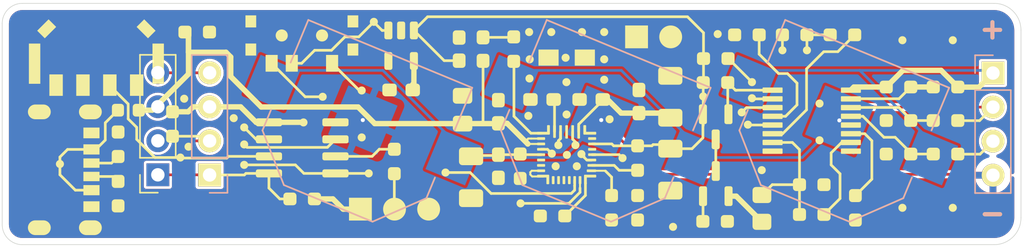
<source format=kicad_pcb>
(kicad_pcb (version 20240108) (generator "pcbnew") (generator_version "8.0")
  (layers (0 "F.Cu" signal) (31 "B.Cu" signal) (34 "B.Paste" user) (35 "F.Paste" user) (36 "B.SilkS" user "B.Silkscreen") (37 "F.SilkS" user "F.Silkscreen") (38 "B.Mask" user) (39 "F.Mask" user) (44 "Edge.Cuts" user))
  (net 0 "")
  (net 1 "/V_{C3}")
  (net 2 "/VBAT-")
  (net 3 "/V_{C2}")
  (net 4 "/V_{C1}")
  (net 5 "Net-(J2-Pin_1)")
  (net 6 "Net-(J2-Pin_3)")
  (net 7 "Net-(J2-Pin_4)")
  (net 8 "Net-(J2-Pin_2)")
  (footprint "Connector_PinSocket_2.54mm:PinSocket_1x04_P2.54mm_Vertical" (layer "F.Cu") (at 123 103.54 180)
    (property "Reference" "J3" (hide yes))
    (property "Value" "Conn_01x04_Pin" (hide yes))
  )
  (footprint "2996:BAT_2996" (layer "B.Cu") (at 173.755679 99.456411 157.5)
    (property "Reference" "BT1" (hide yes))
    (property "Value" "2996" (hide yes))
  )
  (footprint "2996:BAT_2996" (layer "B.Cu") (at 156.005679 99.456411 157.5)
    (property "Reference" "BT2" (hide yes))
    (property "Value" "2996" (hide yes))
  )
  (footprint "Connector_PinSocket_2.54mm:PinSocket_1x04_P2.54mm_Vertical" (layer "B.Cu") (at 126.851214 103.55)
    (property "Reference" "J2" (hide yes))
    (property "Value" "Conn_01x04_Pin" (hide yes))
  )
  (footprint "Connector_PinSocket_2.54mm:PinSocket_1x04_P2.54mm_Vertical" (layer "B.Cu") (at 185.164214 95.95 180)
    (property "Reference" "J1" (hide yes))
    (property "Value" "Conn_01x04_Socket" (hide yes))
  )
  (footprint "2996:BAT_2996" (layer "B.Cu") (at 138.255679 99.456411 157.5)
    (property "Reference" "BT3" (hide yes))
    (property "Value" "2996" (hide yes))
  )
  (gr_line (start 139.078998 92.130001) (end 139.078998 92.154201) (stroke (width 0.199999)) (layer "F.SilkS"))
  (gr_poly (pts (xy 156.233514 94.774196) (xy 156.241132 94.774775) (xy 156.248639 94.775729) (xy 156.256025 94.777048) (xy 156.263282 94.778723) (xy 156.270401 94.780744) (xy 156.27737 94.783103) (xy 156.284182 94.785788) (xy 156.290827 94.788792) (xy 156.297294 94.792105) (xy 156.303576 94.795717) (xy 156.309662 94.799618) (xy 156.315543 94.8038) (xy 156.32121 94.808253) (xy 156.326652 94.812968) (xy 156.331862 94.817935) (xy 156.336829 94.823144) (xy 156.341543 94.828587) (xy 156.345996 94.834253) (xy 156.350178 94.840134) (xy 156.35408 94.84622) (xy 156.357692 94.852502) (xy 156.361004 94.858969) (xy 156.364008 94.865614) (xy 156.366694 94.872426) (xy 156.369052 94.879395) (xy 156.371074 94.886513) (xy 156.372749 94.89377) (xy 156.374068 94.901157) (xy 156.375022 94.908664) (xy 156.375601 94.916282) (xy 156.375796 94.924001) (xy 156.375601 94.93172) (xy 156.375022 94.939337) (xy 156.374068 94.946844) (xy 156.372749 94.954231) (xy 156.371074 94.961488) (xy 156.369052 94.968606) (xy 156.366694 94.975576) (xy 156.364008 94.982387) (xy 156.361004 94.989032) (xy 156.357692 94.9955) (xy 156.35408 95.001781) (xy 156.350178 95.007867) (xy 156.345996 95.013748) (xy 156.341543 95.019415) (xy 156.336829 95.024857) (xy 156.331862 95.030067) (xy 156.326652 95.035033) (xy 156.32121 95.039748) (xy 156.315543 95.044201) (xy 156.309662 95.048383) (xy 156.303576 95.052285) (xy 156.297294 95.055897) (xy 156.290827 95.059209) (xy 156.284182 95.062213) (xy 156.27737 95.064899) (xy 156.270401 95.067257) (xy 156.263282 95.069278) (xy 156.256025 95.070953) (xy 156.248639 95.072272) (xy 156.241132 95.073226) (xy 156.233514 95.073806) (xy 156.225795 95.074001) (xy 156.218076 95.073806) (xy 156.210458 95.073226) (xy 156.202951 95.072272) (xy 156.195564 95.070953) (xy 156.188307 95.069278) (xy 156.181189 95.067257) (xy 156.174219 95.064899) (xy 156.167407 95.062213) (xy 156.160763 95.059209) (xy 156.154295 95.055897) (xy 156.148013 95.052285) (xy 156.141927 95.048383) (xy 156.136046 95.044201) (xy 156.13038 95.039748) (xy 156.124937 95.035033) (xy 156.119728 95.030067) (xy 156.114761 95.024857) (xy 156.110046 95.019415) (xy 156.105593 95.013748) (xy 156.101411 95.007867) (xy 156.097509 95.001781) (xy 156.093897 94.9955) (xy 156.090585 94.989032) (xy 156.087581 94.982387) (xy 156.084895 94.975576) (xy 156.082537 94.968606) (xy 156.080516 94.961488) (xy 156.078841 94.954231) (xy 156.077522 94.946844) (xy 156.076568 94.939337) (xy 156.075988 94.93172) (xy 156.075793 94.924001) (xy 156.075988 94.916282) (xy 156.076568 94.908664) (xy 156.077522 94.901157) (xy 156.078841 94.89377) (xy 156.080516 94.886513) (xy 156.082537 94.879395) (xy 156.084895 94.872426) (xy 156.087581 94.865614) (xy 156.090585 94.858969) (xy 156.093897 94.852502) (xy 156.097509 94.84622) (xy 156.101411 94.840134) (xy 156.105593 94.834253) (xy 156.110046 94.828587) (xy 156.114761 94.823144) (xy 156.119728 94.817935) (xy 156.124937 94.812968) (xy 156.13038 94.808253) (xy 156.136046 94.8038) (xy 156.141927 94.799618) (xy 156.148013 94.795717) (xy 156.154295 94.792105) (xy 156.160763 94.788792) (xy 156.167407 94.785788) (xy 156.174219 94.783103) (xy 156.181189 94.780744) (xy 156.188307 94.778723) (xy 156.195564 94.777048) (xy 156.202951 94.775729) (xy 156.210458 94.774775) (xy 156.218076 94.774196) (xy 156.225795 94.774001)) (stroke (width -0.000001)) (fill solid) (layer "F.SilkS"))
  (gr_poly (pts (xy 132.152398 99.334401) (xy 132.201098 99.366901) (xy 132.233598 99.4156) (xy 132.244998 99.473) (xy 132.244998 99.773) (xy 132.233598 99.830401) (xy 132.201098 99.879) (xy 132.152398 99.9115) (xy 132.094998 99.923001) (xy 130.444999 99.923001) (xy 130.387599 99.9115) (xy 130.338899 99.879) (xy 130.306399 99.830401) (xy 130.294999 99.773) (xy 130.294999 99.473) (xy 130.306399 99.4156) (xy 130.338899 99.366901) (xy 130.387599 99.334401) (xy 130.444999 99.323) (xy 132.094998 99.323)) (stroke (width -0.000001)) (fill solid) (layer "F.SilkS"))
  (gr_line (start 125.281299 93.154301) (end 125.017899 92.890901) (stroke (width 0.399999)) (layer "F.SilkS"))
  (gr_line (start 131.269998 103.433) (end 129.553998 103.433) (stroke (width 0.199999)) (layer "F.SilkS"))
  (gr_poly (pts (xy 166.478633 98.582491) (xy 166.493868 98.583649) (xy 166.508881 98.585557) (xy 166.523655 98.588195) (xy 166.538169 98.591545) (xy 166.552405 98.595588) (xy 166.566344 98.600304) (xy 166.579967 98.605676) (xy 166.593256 98.611684) (xy 166.606192 98.618309) (xy 166.618755 98.625532) (xy 166.630927 98.633336) (xy 166.642689 98.6417) (xy 166.654022 98.650606) (xy 166.664907 98.660035) (xy 166.675326 98.669968) (xy 166.685259 98.680387) (xy 166.694688 98.691272) (xy 166.703594 98.702606) (xy 166.711958 98.714367) (xy 166.719762 98.726539) (xy 166.726985 98.739103) (xy 166.733611 98.752038) (xy 166.739618 98.765327) (xy 166.74499 98.77895) (xy 166.749707 98.79289) (xy 166.753749 98.807126) (xy 166.757099 98.82164) (xy 166.759737 98.836413) (xy 166.761645 98.851427) (xy 166.762804 98.866663) (xy 166.763194 98.8821) (xy 166.762804 98.897538) (xy 166.761645 98.912774) (xy 166.759737 98.927788) (xy 166.757099 98.942561) (xy 166.753749 98.957075) (xy 166.749707 98.971311) (xy 166.74499 98.985251) (xy 166.739618 98.998874) (xy 166.733611 99.012163) (xy 166.726985 99.025098) (xy 166.719762 99.037662) (xy 166.711958 99.049833) (xy 166.703594 99.061595) (xy 166.694688 99.072929) (xy 166.685259 99.083814) (xy 166.675326 99.094233) (xy 166.664907 99.104166) (xy 166.654022 99.113595) (xy 166.642689 99.122501) (xy 166.630927 99.130865) (xy 166.618755 99.138669) (xy 166.606192 99.145892) (xy 166.593256 99.152517) (xy 166.579967 99.158525) (xy 166.566344 99.163897) (xy 166.552405 99.168613) (xy 166.538169 99.172656) (xy 166.523655 99.176006) (xy 166.508881 99.178644) (xy 166.493868 99.180552) (xy 166.478633 99.18171) (xy 166.463195 99.182101) (xy 166.447757 99.18171) (xy 166.432522 99.180552) (xy 166.417508 99.178644) (xy 166.402735 99.176006) (xy 166.388221 99.172656) (xy 166.373985 99.168613) (xy 166.360045 99.163897) (xy 166.346422 99.158525) (xy 166.333133 99.152517) (xy 166.320198 99.145892) (xy 166.307635 99.138669) (xy 166.295463 99.130865) (xy 166.283701 99.122501) (xy 166.272368 99.113595) (xy 166.261483 99.104166) (xy 166.251064 99.094233) (xy 166.24113 99.083814) (xy 166.231701 99.072929) (xy 166.222795 99.061595) (xy 166.214431 99.049833) (xy 166.206628 99.037662) (xy 166.199404 99.025098) (xy 166.192779 99.012163) (xy 166.186771 98.998874) (xy 166.1814 98.985251) (xy 166.176683 98.971311) (xy 166.17264 98.957075) (xy 166.16929 98.942561) (xy 166.166652 98.927788) (xy 166.164744 98.912774) (xy 166.163586 98.897538) (xy 166.163196 98.8821) (xy 166.163586 98.866663) (xy 166.164744 98.851427) (xy 166.166652 98.836413) (xy 166.16929 98.82164) (xy 166.17264 98.807126) (xy 166.176683 98.79289) (xy 166.1814 98.77895) (xy 166.186771 98.765327) (xy 166.192779 98.752038) (xy 166.199404 98.739103) (xy 166.206628 98.726539) (xy 166.214431 98.714367) (xy 166.222795 98.702606) (xy 166.231701 98.691272) (xy 166.24113 98.680387) (xy 166.251064 98.669968) (xy 166.261483 98.660035) (xy 166.272368 98.650606) (xy 166.283701 98.6417) (xy 166.295463 98.633336) (xy 166.307635 98.625532) (xy 166.320198 98.618309) (xy 166.333133 98.611684) (xy 166.346422 98.605676) (xy 166.360045 98.600304) (xy 166.373985 98.595588) (xy 166.388221 98.591545) (xy 166.402735 98.588195) (xy 166.417508 98.585557) (xy 166.432522 98.583649) (xy 166.447757 98.582491) (xy 166.463195 98.5821)) (stroke (width -0.000001)) (fill solid) (layer "F.SilkS"))
  (gr_poly (pts (xy 152.497497 103.6398) (xy 152.513698 103.650601) (xy 152.524497 103.6668) (xy 152.528296 103.686) (xy 152.528296 104.186) (xy 152.524497 104.2051) (xy 152.513698 104.221301) (xy 152.497497 104.2322) (xy 152.478396 104.236) (xy 152.378398 104.236) (xy 152.359195 104.2322) (xy 152.342997 104.221301) (xy 152.332198 104.2051) (xy 152.328296 104.186) (xy 152.328296 103.686) (xy 152.332198 103.6668) (xy 152.342997 103.650601) (xy 152.359195 103.6398) (xy 152.378398 103.636) (xy 152.478396 103.636)) (stroke (width -0.000001)) (fill solid) (layer "F.SilkS"))
  (gr_poly (pts (xy 127.711999 104.4) (xy 126.011999 104.4) (xy 126.011999 102.7) (xy 127.711999 102.7)) (stroke (width -0.000001)) (fill solid) (layer "F.SilkS"))
  (gr_poly (pts (xy 135.284436 97.418391) (xy 135.299671 97.419549) (xy 135.314685 97.421457) (xy 135.329459 97.424096) (xy 135.343973 97.427445) (xy 135.358209 97.431488) (xy 135.372148 97.436205) (xy 135.385772 97.441576) (xy 135.39906 97.447584) (xy 135.411996 97.454209) (xy 135.424559 97.461433) (xy 135.436731 97.469236) (xy 135.448493 97.4776) (xy 135.459826 97.486506) (xy 135.470711 97.495935) (xy 135.48113 97.505869) (xy 135.491063 97.516287) (xy 135.500492 97.527173) (xy 135.509398 97.538506) (xy 135.517762 97.550268) (xy 135.525566 97.56244) (xy 135.532789 97.575003) (xy 135.539414 97.587938) (xy 135.545422 97.601227) (xy 135.550793 97.614851) (xy 135.55551 97.62879) (xy 135.559553 97.643026) (xy 135.562902 97.65754) (xy 135.565541 97.672314) (xy 135.567448 97.687327) (xy 135.568607 97.702563) (xy 135.568997 97.718001) (xy 135.568607 97.733439) (xy 135.567448 97.748674) (xy 135.565541 97.763688) (xy 135.562902 97.778461) (xy 135.559553 97.792976) (xy 135.55551 97.807212) (xy 135.550793 97.821151) (xy 135.545422 97.834774) (xy 135.539414 97.848063) (xy 135.532789 97.860999) (xy 135.525566 97.873562) (xy 135.517762 97.885734) (xy 135.509398 97.897496) (xy 135.500492 97.908829) (xy 135.491063 97.919714) (xy 135.48113 97.930133) (xy 135.470711 97.940066) (xy 135.459826 97.949496) (xy 135.448493 97.958402) (xy 135.436731 97.966766) (xy 135.424559 97.974569) (xy 135.411996 97.981793) (xy 135.39906 97.988418) (xy 135.385772 97.994425) (xy 135.372148 97.999797) (xy 135.358209 98.004514) (xy 135.343973 98.008556) (xy 135.329459 98.011906) (xy 135.314685 98.014544) (xy 135.299671 98.016452) (xy 135.284436 98.017611) (xy 135.268998 98.018001) (xy 135.25356 98.017611) (xy 135.238325 98.016452) (xy 135.223311 98.014544) (xy 135.208538 98.011906) (xy 135.194023 98.008556) (xy 135.179787 98.004514) (xy 135.165848 97.999797) (xy 135.152225 97.994425) (xy 135.138936 97.988418) (xy 135.126 97.981793) (xy 135.113437 97.974569) (xy 135.101265 97.966766) (xy 135.089503 97.958402) (xy 135.07817 97.949496) (xy 135.067285 97.940066) (xy 135.056866 97.930133) (xy 135.046933 97.919714) (xy 135.037504 97.908829) (xy 135.028598 97.897496) (xy 135.020234 97.885734) (xy 135.012431 97.873562) (xy 135.005207 97.860999) (xy 134.998582 97.848063) (xy 134.992574 97.834774) (xy 134.987203 97.821151) (xy 134.982486 97.807212) (xy 134.978444 97.792976) (xy 134.975094 97.778461) (xy 134.972455 97.763688) (xy 134.970548 97.748674) (xy 134.969389 97.733439) (xy 134.968999 97.718001) (xy 134.969389 97.702563) (xy 134.970548 97.687327) (xy 134.972455 97.672314) (xy 134.975094 97.65754) (xy 134.978444 97.643026) (xy 134.982486 97.62879) (xy 134.987203 97.614851) (xy 134.992574 97.601227) (xy 134.998582 97.587938) (xy 135.005207 97.575003) (xy 135.012431 97.56244) (xy 135.020234 97.550268) (xy 135.028598 97.538506) (xy 135.037504 97.527173) (xy 135.046933 97.516287) (xy 135.056866 97.505869) (xy 135.067285 97.495935) (xy 135.07817 97.486506) (xy 135.089503 97.4776) (xy 135.101265 97.469236) (xy 135.113437 97.461433) (xy 135.126 97.454209) (xy 135.138936 97.447584) (xy 135.152225 97.441576) (xy 135.165848 97.436205) (xy 135.179787 97.431488) (xy 135.194023 97.427445) (xy 135.208538 97.424096) (xy 135.223311 97.421457) (xy 135.238325 97.419549) (xy 135.25356 97.418391) (xy 135.268998 97.418001)) (stroke (width -0.000001)) (fill solid) (layer "F.SilkS"))
  (gr_line (start 120.790999 99.366001) (end 120.790999 98.2583) (stroke (width 0.199999)) (layer "F.SilkS"))
  (gr_line (start 118.278 98.845001) (end 117.678 98.845001) (stroke (width 0.599999) (color 255 255 255 1)) (layer "F.SilkS"))
  (gr_poly (pts (xy 137.920998 94.646001) (xy 137.120999 94.646001) (xy 137.120999 93.746001) (xy 137.920998 93.746001)) (stroke (width -0.000001)) (fill solid) (layer "F.SilkS"))
  (gr_line (start 139.145697 99.720701) (end 137.904998 98.48) (stroke (width 0.399999)) (layer "F.SilkS"))
  (gr_line (start 149.923995 102.0371) (end 149.973895 101.9871) (stroke (width 0.199999)) (layer "F.SilkS"))
  (gr_poly (pts (xy 142.364398 96.753001) (xy 142.441398 96.8045) (xy 142.492898 96.881601) (xy 142.510999 96.9725) (xy 142.510999 97.447501) (xy 142.492898 97.5383) (xy 142.441398 97.615401) (xy 142.364398 97.6669) (xy 142.273499 97.685001) (xy 141.673499 97.685001) (xy 141.582599 97.6669) (xy 141.505599 97.615401) (xy 141.454099 97.5383) (xy 141.435998 97.447501) (xy 141.435998 96.9725) (xy 141.454099 96.881601) (xy 141.505599 96.8045) (xy 141.582599 96.753001) (xy 141.673499 96.735) (xy 142.273499 96.735)) (stroke (width -0.000001)) (fill solid) (layer "F.SilkS"))
  (gr_poly (pts (xy 161.892497 95.512001) (xy 161.973597 95.566201) (xy 162.027797 95.647301) (xy 162.046798 95.743001) (xy 162.046798 96.568001) (xy 162.027797 96.663601) (xy 161.973597 96.744701) (xy 161.892497 96.7989) (xy 161.796798 96.818) (xy 160.496798 96.818) (xy 160.401095 96.7989) (xy 160.319995 96.744701) (xy 160.265796 96.663601) (xy 160.246798 96.568001) (xy 160.246798 95.743001) (xy 160.265796 95.647301) (xy 160.319995 95.566201) (xy 160.401095 95.512001) (xy 160.496798 95.493001) (xy 161.796798 95.493001)) (stroke (width -0.000001)) (fill solid) (layer "F.SilkS"))
  (gr_poly (pts (xy 156.233514 92.742196) (xy 156.241132 92.742775) (xy 156.248639 92.743729) (xy 156.256025 92.745048) (xy 156.263282 92.746723) (xy 156.270401 92.748745) (xy 156.27737 92.751103) (xy 156.284182 92.753789) (xy 156.290827 92.756793) (xy 156.297294 92.760105) (xy 156.303576 92.763717) (xy 156.309662 92.767619) (xy 156.315543 92.771801) (xy 156.32121 92.776254) (xy 156.326652 92.780968) (xy 156.331862 92.785935) (xy 156.336829 92.791144) (xy 156.341543 92.796587) (xy 156.345996 92.802254) (xy 156.350178 92.808135) (xy 156.35408 92.814221) (xy 156.357692 92.820502) (xy 156.361004 92.82697) (xy 156.364008 92.833614) (xy 156.366694 92.840426) (xy 156.369052 92.847396) (xy 156.371074 92.854514) (xy 156.372749 92.861771) (xy 156.374068 92.869158) (xy 156.375022 92.876664) (xy 156.375601 92.884282) (xy 156.375796 92.892001) (xy 156.375601 92.89972) (xy 156.375022 92.907338) (xy 156.374068 92.914845) (xy 156.372749 92.922231) (xy 156.371074 92.929488) (xy 156.369052 92.936607) (xy 156.366694 92.943576) (xy 156.364008 92.950388) (xy 156.361004 92.957032) (xy 156.357692 92.9635) (xy 156.35408 92.969782) (xy 156.350178 92.975868) (xy 156.345996 92.981749) (xy 156.341543 92.987415) (xy 156.336829 92.992858) (xy 156.331862 92.998067) (xy 156.326652 93.003034) (xy 156.32121 93.007748) (xy 156.315543 93.012201) (xy 156.309662 93.016384) (xy 156.303576 93.020285) (xy 156.297294 93.023897) (xy 156.290827 93.02721) (xy 156.284182 93.030213) (xy 156.27737 93.032899) (xy 156.270401 93.035257) (xy 156.263282 93.037279) (xy 156.256025 93.038954) (xy 156.248639 93.040273) (xy 156.241132 93.041227) (xy 156.233514 93.041806) (xy 156.225795 93.042001) (xy 156.218076 93.041806) (xy 156.210458 93.041227) (xy 156.202951 93.040273) (xy 156.195564 93.038954) (xy 156.188307 93.037279) (xy 156.181189 93.035257) (xy 156.174219 93.032899) (xy 156.167407 93.030213) (xy 156.160763 93.02721) (xy 156.154295 93.023897) (xy 156.148013 93.020285) (xy 156.141927 93.016384) (xy 156.136046 93.012201) (xy 156.13038 93.007748) (xy 156.124937 93.003034) (xy 156.119728 92.998067) (xy 156.114761 92.992858) (xy 156.110046 92.987415) (xy 156.105593 92.981749) (xy 156.101411 92.975868) (xy 156.097509 92.969782) (xy 156.093897 92.9635) (xy 156.090585 92.957032) (xy 156.087581 92.950388) (xy 156.084895 92.943576) (xy 156.082537 92.936607) (xy 156.080516 92.929488) (xy 156.078841 92.922231) (xy 156.077522 92.914845) (xy 156.076568 92.907338) (xy 156.075988 92.89972) (xy 156.075793 92.892001) (xy 156.075988 92.884282) (xy 156.076568 92.876664) (xy 156.077522 92.869158) (xy 156.078841 92.861771) (xy 156.080516 92.854514) (xy 156.082537 92.847396) (xy 156.084895 92.840426) (xy 156.087581 92.833614) (xy 156.090585 92.82697) (xy 156.093897 92.820502) (xy 156.097509 92.814221) (xy 156.101411 92.808135) (xy 156.105593 92.802254) (xy 156.110046 92.796587) (xy 156.114761 92.791144) (xy 156.119728 92.785935) (xy 156.124937 92.780968) (xy 156.13038 92.776254) (xy 156.136046 92.771801) (xy 156.141927 92.767619) (xy 156.148013 92.763717) (xy 156.154295 92.760105) (xy 156.160763 92.756793) (xy 156.167407 92.753789) (xy 156.174219 92.751103) (xy 156.181189 92.748745) (xy 156.188307 92.746723) (xy 156.195564 92.745048) (xy 156.202951 92.743729) (xy 156.210458 92.742775) (xy 156.218076 92.742196) (xy 156.225795 92.742001)) (stroke (width -0.000001)) (fill solid) (layer "F.SilkS"))
  (gr_poly (pts (xy 172.262116 98.071896) (xy 172.269734 98.072475) (xy 172.277241 98.073429) (xy 172.284628 98.074748) (xy 172.291885 98.076423) (xy 172.299003 98.078444) (xy 172.305973 98.080802) (xy 172.312785 98.083488) (xy 172.319429 98.086492) (xy 172.325897 98.089805) (xy 172.332179 98.093416) (xy 172.338265 98.097318) (xy 172.344146 98.1015) (xy 172.349812 98.105953) (xy 172.355255 98.110668) (xy 172.360464 98.115634) (xy 172.365431 98.120844) (xy 172.370146 98.126286) (xy 172.374599 98.131953) (xy 172.378781 98.137834) (xy 172.382683 98.14392) (xy 172.386294 98.150201) (xy 172.389607 98.156669) (xy 172.392611 98.163313) (xy 172.395297 98.170125) (xy 172.397655 98.177095) (xy 172.399676 98.184213) (xy 172.401351 98.19147) (xy 172.40267 98.198857) (xy 172.403624 98.206363) (xy 172.404204 98.213981) (xy 172.404399 98.2217) (xy 172.404204 98.229419) (xy 172.403624 98.237037) (xy 172.40267 98.244544) (xy 172.401351 98.25193) (xy 172.399676 98.259187) (xy 172.397655 98.266306) (xy 172.395297 98.273275) (xy 172.392611 98.280087) (xy 172.389607 98.286731) (xy 172.386294 98.293199) (xy 172.382683 98.29948) (xy 172.378781 98.305566) (xy 172.374599 98.311447) (xy 172.370146 98.317114) (xy 172.365431 98.322557) (xy 172.360464 98.327766) (xy 172.355255 98.332733) (xy 172.349812 98.337447) (xy 172.344146 98.3419) (xy 172.338265 98.346082) (xy 172.332179 98.349984) (xy 172.325897 98.353596) (xy 172.319429 98.356908) (xy 172.312785 98.359912) (xy 172.305973 98.362598) (xy 172.299003 98.364956) (xy 172.291885 98.366977) (xy 172.284628 98.368652) (xy 172.277241 98.369971) (xy 172.269734 98.370925) (xy 172.262116 98.371505) (xy 172.254397 98.3717) (xy 172.246678 98.371505) (xy 172.23906 98.370925) (xy 172.231553 98.369971) (xy 172.224167 98.368652) (xy 172.21691 98.366977) (xy 172.209791 98.364956) (xy 172.202822 98.362598) (xy 172.19601 98.359912) (xy 172.189365 98.356908) (xy 172.182898 98.353596) (xy 172.176616 98.349984) (xy 172.17053 98.346082) (xy 172.164649 98.3419) (xy 172.158982 98.337447) (xy 172.15354 98.332733) (xy 172.14833 98.327766) (xy 172.143363 98.322557) (xy 172.138649 98.317114) (xy 172.134196 98.311447) (xy 172.130014 98.305566) (xy 172.126112 98.29948) (xy 172.1225 98.293199) (xy 172.119188 98.286731) (xy 172.116184 98.280087) (xy 172.113498 98.273275) (xy 172.11114 98.266306) (xy 172.109118 98.259187) (xy 172.107443 98.25193) (xy 172.106124 98.244544) (xy 172.10517 98.237037) (xy 172.104591 98.229419) (xy 172.104396 98.2217) (xy 172.104591 98.213981) (xy 172.10517 98.206363) (xy 172.106124 98.198857) (xy 172.107443 98.19147) (xy 172.109118 98.184213) (xy 172.11114 98.177095) (xy 172.113498 98.170125) (xy 172.116184 98.163313) (xy 172.119188 98.156669) (xy 172.1225 98.150201) (xy 172.126112 98.14392) (xy 172.130014 98.137834) (xy 172.134196 98.131953) (xy 172.138649 98.126286) (xy 172.143363 98.120844) (xy 172.14833 98.115634) (xy 172.15354 98.110668) (xy 172.158982 98.105953) (xy 172.164649 98.1015) (xy 172.17053 98.097318) (xy 172.176616 98.093416) (xy 172.182898 98.089805) (xy 172.189365 98.086492) (xy 172.19601 98.083488) (xy 172.202822 98.080802) (xy 172.209791 98.078444) (xy 172.21691 98.076423) (xy 172.224167 98.074748) (xy 172.231553 98.073429) (xy 172.23906 98.072475) (xy 172.246678 98.071896) (xy 172.254397 98.0717)) (stroke (width -0.000001)) (fill solid) (layer "F.SilkS"))
  (gr_line (start 169.504996 100.475001) (end 168.759997 100.475001) (stroke (width 0.199999)) (layer "F.SilkS"))
  (gr_poly (pts (xy 185.200725 100.530651) (xy 185.226117 100.532582) (xy 185.25114 100.535761) (xy 185.275763 100.540158) (xy 185.299953 100.545741) (xy 185.32368 100.552479) (xy 185.346913 100.56034) (xy 185.369618 100.569293) (xy 185.391767 100.579306) (xy 185.413326 100.590347) (xy 185.434264 100.602387) (xy 185.454551 100.615392) (xy 185.474154 100.629332) (xy 185.493042 100.644176) (xy 185.511184 100.659891) (xy 185.528549 100.676447) (xy 185.545105 100.693812) (xy 185.56082 100.711954) (xy 185.575663 100.730842) (xy 185.589603 100.750445) (xy 185.602609 100.770732) (xy 185.614648 100.791671) (xy 185.62569 100.81323) (xy 185.635702 100.835378) (xy 185.644655 100.858083) (xy 185.652516 100.881315) (xy 185.659253 100.905042) (xy 185.664836 100.929233) (xy 185.669233 100.953855) (xy 185.672413 100.978878) (xy 185.674344 101.00427) (xy 185.674994 101.03) (xy 185.674344 101.05573) (xy 185.672413 101.081122) (xy 185.669233 101.106145) (xy 185.664836 101.130767) (xy 185.659253 101.154958) (xy 185.652516 101.178685) (xy 185.644655 101.201917) (xy 185.635702 101.224623) (xy 185.62569 101.246771) (xy 185.614648 101.26833) (xy 185.602609 101.289268) (xy 185.589603 101.309555) (xy 185.575663 101.329158) (xy 185.56082 101.348046) (xy 185.545105 101.366189) (xy 185.528549 101.383553) (xy 185.511184 101.400109) (xy 185.493042 101.415824) (xy 185.474154 101.430668) (xy 185.454551 101.444608) (xy 185.434264 101.457613) (xy 185.413326 101.469653) (xy 185.391767 101.480695) (xy 185.369618 101.490708) (xy 185.346913 101.49966) (xy 185.32368 101.507521) (xy 185.299953 101.514259) (xy 185.275763 101.519842) (xy 185.25114 101.524239) (xy 185.226117 101.527419) (xy 185.200725 101.52935) (xy 185.174994 101.53) (xy 185.149264 101.52935) (xy 185.123872 101.527419) (xy 185.098848 101.524239) (xy 185.074226 101.519842) (xy 185.050035 101.514259) (xy 185.026308 101.507521) (xy 185.003076 101.49966) (xy 184.98037 101.490708) (xy 184.958222 101.480695) (xy 184.936663 101.469653) (xy 184.915725 101.457613) (xy 184.895438 101.444608) (xy 184.875835 101.430668) (xy 184.856946 101.415824) (xy 184.838804 101.400109) (xy 184.82144 101.383553) (xy 184.804884 101.366189) (xy 184.789169 101.348046) (xy 184.774326 101.329158) (xy 184.760386 101.309555) (xy 184.74738 101.289268) (xy 184.735341 101.26833) (xy 184.724299 101.246771) (xy 184.714286 101.224623) (xy 184.705334 101.201917) (xy 184.697473 101.178685) (xy 184.690735 101.154958) (xy 184.685152 101.130767) (xy 184.680755 101.106145) (xy 184.677576 101.081122) (xy 184.675645 101.05573) (xy 184.674994 101.03) (xy 184.675645 101.00427) (xy 184.677576 100.978878) (xy 184.680755 100.953855) (xy 184.685152 100.929233) (xy 184.690735 100.905042) (xy 184.697473 100.881315) (xy 184.705334 100.858083) (xy 184.714286 100.835378) (xy 184.724299 100.81323) (xy 184.735341 100.791671) (xy 184.74738 100.770732) (xy 184.760386 100.750445) (xy 184.774326 100.730842) (xy 184.789169 100.711954) (xy 184.804884 100.693812) (xy 184.82144 100.676447) (xy 184.838804 100.659891) (xy 184.856946 100.644176) (xy 184.875835 100.629332) (xy 184.895438 100.615392) (xy 184.915725 100.602387) (xy 184.936663 100.590347) (xy 184.958222 100.579306) (xy 184.98037 100.569293) (xy 185.003076 100.56034) (xy 185.026308 100.552479) (xy 185.050035 100.545741) (xy 185.074226 100.540158) (xy 185.098848 100.535761) (xy 185.123872 100.532582) (xy 185.149264 100.530651) (xy 185.174994 100.53)) (stroke (width -0.000001)) (fill solid) (layer "F.SilkS"))
  (gr_poly (pts (xy 182.190433 105.700391) (xy 182.205668 105.701549) (xy 182.220682 105.703457) (xy 182.235456 105.706095) (xy 182.24997 105.709445) (xy 182.264206 105.713488) (xy 182.278146 105.718204) (xy 182.291769 105.723576) (xy 182.305058 105.729583) (xy 182.317994 105.736208) (xy 182.330557 105.743432) (xy 182.342729 105.751235) (xy 182.354491 105.759599) (xy 182.365824 105.768505) (xy 182.37671 105.777934) (xy 182.387129 105.787868) (xy 182.397062 105.798286) (xy 182.406491 105.809172) (xy 182.415398 105.820505) (xy 182.423762 105.832267) (xy 182.431565 105.844439) (xy 182.438789 105.857002) (xy 182.445414 105.869937) (xy 182.451422 105.883226) (xy 182.456793 105.896849) (xy 182.46151 105.910789) (xy 182.465553 105.925025) (xy 182.468902 105.939539) (xy 182.471541 105.954312) (xy 182.473449 105.969326) (xy 182.474607 105.984561) (xy 182.474997 105.999999) (xy 182.474607 106.015437) (xy 182.473449 106.030673) (xy 182.471541 106.045686) (xy 182.468902 106.06046) (xy 182.465553 106.074974) (xy 182.46151 106.08921) (xy 182.456793 106.103149) (xy 182.451422 106.116773) (xy 182.445414 106.130062) (xy 182.438789 106.142997) (xy 182.431565 106.15556) (xy 182.423762 106.167732) (xy 182.415398 106.179494) (xy 182.406491 106.190827) (xy 182.397062 106.201712) (xy 182.387129 106.212131) (xy 182.37671 106.222065) (xy 182.365824 106.231494) (xy 182.354491 106.2404) (xy 182.342729 106.248764) (xy 182.330557 106.256567) (xy 182.317994 106.263791) (xy 182.305058 106.270416) (xy 182.291769 106.276423) (xy 182.278146 106.281795) (xy 182.264206 106.286511) (xy 182.24997 106.290554) (xy 182.235456 106.293904) (xy 182.220682 106.296542) (xy 182.205668 106.29845) (xy 182.190433 106.299608) (xy 182.174994 106.299999) (xy 182.159556 106.299608) (xy 182.144321 106.29845) (xy 182.129307 106.296542) (xy 182.114533 106.293904) (xy 182.100019 106.290554) (xy 182.085782 106.286511) (xy 182.071843 106.281795) (xy 182.058219 106.276423) (xy 182.04493 106.270416) (xy 182.031995 106.263791) (xy 182.019432 106.256567) (xy 182.00726 106.248764) (xy 181.995498 106.2404) (xy 181.984164 106.231494) (xy 181.973279 106.222065) (xy 181.96286 106.212131) (xy 181.952927 106.201712) (xy 181.943497 106.190827) (xy 181.934591 106.179494) (xy 181.926227 106.167732) (xy 181.918424 106.15556) (xy 181.9112 106.142997) (xy 181.904575 106.130062) (xy 181.898567 106.116773) (xy 181.893195 106.103149) (xy 181.888479 106.08921) (xy 181.884436 106.074974) (xy 181.881086 106.06046) (xy 181.878448 106.045686) (xy 181.87654 106.030673) (xy 181.875382 106.015437) (xy 181.874991 105.999999) (xy 181.875382 105.984561) (xy 181.87654 105.969326) (xy 181.878448 105.954312) (xy 181.881086 105.939539) (xy 181.884436 105.925025) (xy 181.888479 105.910789) (xy 181.893195 105.896849) (xy 181.898567 105.883226) (xy 181.904575 105.869937) (xy 181.9112 105.857002) (xy 181.918424 105.844439) (xy 181.926227 105.832267) (xy 181.934591 105.820505) (xy 181.943497 105.809172) (xy 181.952927 105.798286) (xy 181.96286 105.787868) (xy 181.973279 105.777934) (xy 181.984164 105.768505) (xy 181.995498 105.759599) (xy 182.00726 105.751235) (xy 182.019432 105.743432) (xy 182.031995 105.736208) (xy 182.04493 105.729583) (xy 182.058219 105.723576) (xy 182.071843 105.718204) (xy 182.085782 105.713488) (xy 182.100019 105.709445) (xy 182.114533 105.706095) (xy 182.129307 105.703457) (xy 182.144321 105.701549) (xy 182.159556 105.700391) (xy 182.174994 105.7)) (stroke (width -0.000001)) (fill solid) (layer "F.SilkS"))
  (gr_poly (pts (xy 140.931399 101.162) (xy 141.008399 101.2135) (xy 141.059899 101.2906) (xy 141.077998 101.381501) (xy 141.077998 101.881501) (xy 141.059899 101.9723) (xy 141.008399 102.049401) (xy 140.931399 102.1009) (xy 140.840499 102.119001) (xy 140.365498 102.119001) (xy 140.274598 102.1009) (xy 140.197598 102.049401) (xy 140.146098 101.9723) (xy 140.127999 101.881501) (xy 140.127999 101.381501) (xy 140.146098 101.2906) (xy 140.197598 101.2135) (xy 140.274598 101.162) (xy 140.365498 101.144) (xy 140.840499 101.144)) (stroke (width -0.000001)) (fill solid) (layer "F.SilkS"))
  (gr_poly (pts (xy 117.440438 96.550391) (xy 117.455673 96.55155) (xy 117.470687 96.553458) (xy 117.485461 96.556096) (xy 117.499975 96.559446) (xy 117.514211 96.563488) (xy 117.52815 96.568205) (xy 117.541774 96.573577) (xy 117.555063 96.579584) (xy 117.567998 96.586209) (xy 117.580561 96.593433) (xy 117.592733 96.601236) (xy 117.604495 96.6096) (xy 117.615828 96.618506) (xy 117.626713 96.627936) (xy 117.637132 96.637869) (xy 117.647066 96.648288) (xy 117.656495 96.659173) (xy 117.665401 96.670506) (xy 117.673765 96.682268) (xy 117.681568 96.69444) (xy 117.688792 96.707003) (xy 117.695417 96.719939) (xy 117.701425 96.733227) (xy 117.706796 96.746851) (xy 117.711513 96.76079) (xy 117.715555 96.775026) (xy 117.718905 96.78954) (xy 117.721544 96.804314) (xy 117.723451 96.819328) (xy 117.72461 96.834563) (xy 117.725 96.850001) (xy 117.72461 96.865439) (xy 117.723451 96.880674) (xy 117.721544 96.895688) (xy 117.718905 96.910461) (xy 117.715555 96.924976) (xy 117.711513 96.939212) (xy 117.706796 96.953151) (xy 117.701425 96.966774) (xy 117.695417 96.980063) (xy 117.688792 96.992999) (xy 117.681568 97.005562) (xy 117.673765 97.017734) (xy 117.665401 97.029496) (xy 117.656495 97.040829) (xy 117.647066 97.051714) (xy 117.637132 97.062133) (xy 117.626713 97.072066) (xy 117.615828 97.081496) (xy 117.604495 97.090402) (xy 117.592733 97.098766) (xy 117.580561 97.106569) (xy 117.567998 97.113793) (xy 117.555063 97.120418) (xy 117.541774 97.126425) (xy 117.52815 97.131797) (xy 117.514211 97.136514) (xy 117.499975 97.140556) (xy 117.485461 97.143906) (xy 117.470687 97.146544) (xy 117.455673 97.148452) (xy 117.440438 97.149611) (xy 117.425 97.150001) (xy 117.409562 97.149611) (xy 117.394327 97.148452) (xy 117.379313 97.146544) (xy 117.36454 97.143906) (xy 117.350025 97.140556) (xy 117.335789 97.136514) (xy 117.32185 97.131797) (xy 117.308226 97.126425) (xy 117.294938 97.120418) (xy 117.282002 97.113793) (xy 117.269439 97.106569) (xy 117.257267 97.098766) (xy 117.245505 97.090402) (xy 117.234172 97.081496) (xy 117.223287 97.072066) (xy 117.212868 97.062133) (xy 117.202934 97.051714) (xy 117.193505 97.040829) (xy 117.184599 97.029496) (xy 117.176235 97.017734) (xy 117.168432 97.005562) (xy 117.161208 96.992999) (xy 117.154583 96.980063) (xy 117.148575 96.966774) (xy 117.143204 96.953151) (xy 117.138487 96.939212) (xy 117.134445 96.924976) (xy 117.131095 96.910461) (xy 117.128457 96.895688) (xy 117.126549 96.880674) (xy 117.12539 96.865439) (xy 117.125 96.850001) (xy 117.12539 96.834563) (xy 117.126549 96.819328) (xy 117.128457 96.804314) (xy 117.131095 96.78954) (xy 117.134445 96.775026) (xy 117.138487 96.76079) (xy 117.143204 96.746851) (xy 117.148575 96.733227) (xy 117.154583 96.719939) (xy 117.161208 96.707003) (xy 117.168432 96.69444) (xy 117.176235 96.682268) (xy 117.184599 96.670506) (xy 117.193505 96.659173) (xy 117.202934 96.648288) (xy 117.212868 96.637869) (xy 117.223287 96.627936) (xy 117.234172 96.618506) (xy 117.245505 96.6096) (xy 117.257267 96.601236) (xy 117.269439 96.593433) (xy 117.282002 96.586209) (xy 117.294938 96.579584) (xy 117.308226 96.573577) (xy 117.32185 96.568205) (xy 117.335789 96.563488) (xy 117.350025 96.559446) (xy 117.36454 96.556096) (xy 117.379313 96.553458) (xy 117.394327 96.55155) (xy 117.409562 96.550391) (xy 117.425 96.550001)) (stroke (width -0.000001)) (fill solid) (layer "F.SilkS"))
  (gr_line (start 171.317496 94.250001) (end 171.317496 93.099201) (stroke (width 0.199999)) (layer "F.SilkS"))
  (gr_line (start 161.149897 101.5911) (end 162.760096 101.5911) (stroke (width 0.199999)) (layer "F.SilkS"))
  (gr_poly (pts (xy 147.535396 92.780001) (xy 147.612395 92.831501) (xy 147.663897 92.908601) (xy 147.681998 92.999501) (xy 147.681998 93.574501) (xy 147.663897 93.665301) (xy 147.612395 93.742401) (xy 147.535396 93.793901) (xy 147.444495 93.812001) (xy 146.969497 93.812001) (xy 146.878596 93.793901) (xy 146.801597 93.742401) (xy 146.750098 93.665301) (xy 146.731997 93.574501) (xy 146.731997 92.999501) (xy 146.750098 92.908601) (xy 146.801597 92.831501) (xy 146.878596 92.780001) (xy 146.969497 92.762001) (xy 147.444495 92.762001)) (stroke (width -0.000001)) (fill solid) (layer "F.SilkS"))
  (gr_poly (pts (xy 152.134898 99.8312) (xy 152.137198 99.832) (xy 152.138297 99.832) (xy 152.139895 99.8322) (xy 152.142196 99.833001) (xy 152.143397 99.833001) (xy 152.144896 99.833201) (xy 152.147895 99.8342) (xy 152.148597 99.834501) (xy 152.150298 99.835301) (xy 152.152896 99.8362) (xy 152.154895 99.837401) (xy 152.156295 99.8389) (xy 152.157596 99.839501) (xy 152.158896 99.8404) (xy 152.160296 99.8419) (xy 152.161597 99.8425) (xy 152.162898 99.8434) (xy 152.170897 99.851401) (xy 152.171798 99.852701) (xy 152.172496 99.854) (xy 152.173896 99.8554) (xy 152.174796 99.8567) (xy 152.175498 99.858) (xy 152.176898 99.8594) (xy 152.178096 99.8614) (xy 152.178996 99.864001) (xy 152.179797 99.8657) (xy 152.180098 99.8664) (xy 152.181098 99.8694) (xy 152.181296 99.871001) (xy 152.181296 99.8722) (xy 152.182097 99.874401) (xy 152.182296 99.876001) (xy 152.182296 99.877201) (xy 152.183097 99.879401) (xy 152.183295 99.881) (xy 152.183295 100.491001) (xy 152.183097 100.492501) (xy 152.182296 100.4948) (xy 152.182296 100.496001) (xy 152.182097 100.497501) (xy 152.181296 100.4998) (xy 152.181296 100.501001) (xy 152.181098 100.5025) (xy 152.180098 100.5055) (xy 152.179797 100.5062) (xy 152.178996 100.507901) (xy 152.178096 100.5105) (xy 152.176898 100.5125) (xy 152.175498 100.5139) (xy 152.174796 100.5152) (xy 152.173896 100.5165) (xy 152.172496 100.517901) (xy 152.171798 100.519201) (xy 152.170897 100.520501) (xy 152.162898 100.5285) (xy 152.161597 100.5294) (xy 152.160296 100.5301) (xy 152.158896 100.5315) (xy 152.157596 100.532401) (xy 152.156295 100.533101) (xy 152.154895 100.5345) (xy 152.152896 100.5357) (xy 152.150298 100.5366) (xy 152.148597 100.537401) (xy 152.147895 100.5377) (xy 152.144896 100.5387) (xy 152.143397 100.539) (xy 152.142196 100.539) (xy 152.139895 100.5397) (xy 152.138297 100.54) (xy 152.137198 100.54) (xy 152.134898 100.5407) (xy 152.133296 100.541001) (xy 151.273295 100.541001) (xy 151.271796 100.5407) (xy 151.269496 100.54) (xy 151.268397 100.54) (xy 151.266795 100.5397) (xy 151.264495 100.539) (xy 151.263297 100.539) (xy 151.261798 100.5387) (xy 151.258796 100.5377) (xy 151.258098 100.537401) (xy 151.256396 100.5366) (xy 151.253798 100.5357) (xy 151.251796 100.5345) (xy 151.250396 100.533101) (xy 151.249095 100.532401) (xy 151.247798 100.5315) (xy 151.246398 100.5301) (xy 151.245097 100.5294) (xy 151.243796 100.5285) (xy 151.235797 100.520501) (xy 151.234897 100.519201) (xy 151.234195 100.517901) (xy 151.232795 100.5165) (xy 151.231898 100.5152) (xy 151.231196 100.5139) (xy 151.229796 100.5125) (xy 151.228595 100.5105) (xy 151.227698 100.507901) (xy 151.226897 100.5062) (xy 151.226596 100.5055) (xy 151.225596 100.5025) (xy 151.225398 100.501001) (xy 151.225398 100.4998) (xy 151.224597 100.497501) (xy 151.224296 100.496001) (xy 151.224296 100.4948) (xy 151.223597 100.492501) (xy 151.223296 100.491001) (xy 151.223296 100.381) (xy 151.223597 100.379401) (xy 151.224296 100.377201) (xy 151.224296 100.376001) (xy 151.224597 100.374401) (xy 151.225398 100.3722) (xy 151.225398 100.371001) (xy 151.225596 100.3694) (xy 151.226596 100.3664) (xy 151.226897 100.3657) (xy 151.227698 100.364001) (xy 151.228595 100.3614) (xy 151.229796 100.3594) (xy 151.231196 100.358) (xy 151.231898 100.3567) (xy 151.232795 100.3554) (xy 151.234195 100.354) (xy 151.234897 100.352701) (xy 151.235797 100.351401) (xy 151.243796 100.3434) (xy 151.245097 100.3425) (xy 151.246398 100.3419) (xy 151.247798 100.3404) (xy 151.249095 100.339501) (xy 151.250396 100.3389) (xy 151.251796 100.337401) (xy 151.253798 100.3362) (xy 151.256396 100.335301) (xy 151.258098 100.334501) (xy 151.258796 100.3342) (xy 151.261798 100.333201) (xy 151.263297 100.333001) (xy 151.264495 100.333001) (xy 151.266795 100.3322) (xy 151.268397 100.332) (xy 151.269496 100.332) (xy 151.271796 100.3312) (xy 151.273295 100.331001) (xy 151.973296 100.331001) (xy 151.973296 99.881) (xy 151.973597 99.879401) (xy 151.974296 99.877201) (xy 151.974296 99.876001) (xy 151.974597 99.874401) (xy 151.975398 99.8722) (xy 151.975398 99.871001) (xy 151.975596 99.8694) (xy 151.976596 99.8664) (xy 151.976897 99.8657) (xy 151.977698 99.864001) (xy 151.978595 99.8614) (xy 151.979796 99.8594) (xy 151.981196 99.858) (xy 151.981898 99.8567) (xy 151.982795 99.8554) (xy 151.984195 99.854) (xy 151.984897 99.852701) (xy 151.985797 99.851401) (xy 151.993796 99.8434) (xy 151.995097 99.8425) (xy 151.996398 99.8419) (xy 151.997798 99.8404) (xy 151.999095 99.839501) (xy 152.000396 99.8389) (xy 152.001796 99.837401) (xy 152.003798 99.8362) (xy 152.006396 99.835301) (xy 152.008098 99.834501) (xy 152.008796 99.8342) (xy 152.011798 99.833201) (xy 152.013297 99.833001) (xy 152.014495 99.833001) (xy 152.016795 99.8322) (xy 152.018397 99.832) (xy 152.019496 99.832) (xy 152.021796 99.8312) (xy 152.023295 99.831001) (xy 152.133296 99.831001)) (stroke (width -0.000001)) (fill solid) (layer "F.SilkS"))
  (gr_poly (pts (xy 128.655318 99.162696) (xy 128.662936 99.163275) (xy 128.670442 99.164229) (xy 128.677829 99.165548) (xy 128.685086 99.167223) (xy 128.692204 99.169244) (xy 128.699174 99.171603) (xy 128.705985 99.174288) (xy 128.71263 99.177292) (xy 128.719098 99.180605) (xy 128.725379 99.184217) (xy 128.731465 99.188118) (xy 128.737346 99.1923) (xy 128.743013 99.196753) (xy 128.748455 99.201468) (xy 128.753665 99.206435) (xy 128.758631 99.211644) (xy 128.763346 99.217087) (xy 128.767799 99.222753) (xy 128.771981 99.228634) (xy 128.775883 99.23472) (xy 128.779494 99.241002) (xy 128.782807 99.247469) (xy 128.785811 99.254114) (xy 128.788497 99.260925) (xy 128.790855 99.267895) (xy 128.792876 99.275013) (xy 128.794551 99.28227) (xy 128.79587 99.289657) (xy 128.796824 99.297164) (xy 128.797404 99.304781) (xy 128.797599 99.3125) (xy 128.797404 99.320219) (xy 128.796824 99.327837) (xy 128.79587 99.335344) (xy 128.794551 99.342731) (xy 128.792876 99.349988) (xy 128.790855 99.357106) (xy 128.788497 99.364075) (xy 128.785811 99.370887) (xy 128.782807 99.377532) (xy 128.779494 99.383999) (xy 128.775883 99.390281) (xy 128.771981 99.396367) (xy 128.767799 99.402248) (xy 128.763346 99.407914) (xy 128.758631 99.413357) (xy 128.753665 99.418566) (xy 128.748455 99.423533) (xy 128.743013 99.428247) (xy 128.737346 99.4327) (xy 128.731465 99.436883) (xy 128.725379 99.440784) (xy 128.719098 99.444396) (xy 128.71263 99.447708) (xy 128.705985 99.450712) (xy 128.699174 99.453398) (xy 128.692204 99.455756) (xy 128.685086 99.457778) (xy 128.677829 99.459453) (xy 128.670442 99.460772) (xy 128.662936 99.461726) (xy 128.655318 99.462305) (xy 128.647599 99.4625) (xy 128.63988 99.462305) (xy 128.632263 99.461726) (xy 128.624756 99.460772) (xy 128.617369 99.459453) (xy 128.610112 99.457778) (xy 128.602994 99.455756) (xy 128.596024 99.453398) (xy 128.589213 99.450712) (xy 128.582568 99.447708) (xy 128.576101 99.444396) (xy 128.569819 99.440784) (xy 128.563733 99.436883) (xy 128.557852 99.4327) (xy 128.552186 99.428247) (xy 128.546743 99.423533) (xy 128.541534 99.418566) (xy 128.536567 99.413357) (xy 128.531852 99.407914) (xy 128.527399 99.402248) (xy 128.523217 99.396367) (xy 128.519316 99.390281) (xy 128.515704 99.383999) (xy 128.512391 99.377532) (xy 128.509387 99.370887) (xy 128.506702 99.364075) (xy 128.504343 99.357106) (xy 128.502322 99.349988) (xy 128.500647 99.342731) (xy 128.499328 99.335344) (xy 128.498374 99.327837) (xy 128.497795 99.320219) (xy 128.4976 99.3125) (xy 128.497795 99.304781) (xy 128.498374 99.297164) (xy 128.499328 99.289657) (xy 128.500647 99.28227) (xy 128.502322 99.275013) (xy 128.504343 99.267895) (xy 128.506702 99.260925) (xy 128.509387 99.254114) (xy 128.512391 99.247469) (xy 128.515704 99.241002) (xy 128.519316 99.23472) (xy 128.523217 99.228634) (xy 128.527399 99.222753) (xy 128.531852 99.217087) (xy 128.536567 99.211644) (xy 128.541534 99.206435) (xy 128.546743 99.201468) (xy 128.552186 99.196753) (xy 128.557852 99.1923) (xy 128.563733 99.188118) (xy 128.569819 99.184217) (xy 128.576101 99.180605) (xy 128.582568 99.177292) (xy 128.589213 99.174288) (xy 128.596024 99.171603) (xy 128.602994 99.169244) (xy 128.610112 99.167223) (xy 128.617369 99.165548) (xy 128.624756 99.164229) (xy 128.632263 99.163275) (xy 128.63988 99.162696) (xy 128.647599 99.162501)) (stroke (width -0.000001)) (fill solid) (layer "F.SilkS"))
  (gr_poly (pts (xy 118.658 105.065) (xy 117.458 105.065) (xy 117.458 104.305001) (xy 118.658 104.305001)) (stroke (width -0.000001)) (fill solid) (layer "F.SilkS"))
  (gr_poly (pts (xy 124.682718 102.100196) (xy 124.690336 102.100775) (xy 124.697843 102.101729) (xy 124.705229 102.103048) (xy 124.712486 102.104723) (xy 124.719605 102.106744) (xy 124.726574 102.109103) (xy 124.733386 102.111788) (xy 124.74003 102.114792) (xy 124.746498 102.118105) (xy 124.75278 102.121717) (xy 124.758865 102.125618) (xy 124.764746 102.1298) (xy 124.770413 102.134253) (xy 124.775856 102.138968) (xy 124.781065 102.143935) (xy 124.786032 102.149144) (xy 124.790746 102.154587) (xy 124.795199 102.160253) (xy 124.799381 102.166134) (xy 124.803283 102.17222) (xy 124.806895 102.178502) (xy 124.810207 102.184969) (xy 124.813211 102.191614) (xy 124.815897 102.198425) (xy 124.818255 102.205395) (xy 124.820276 102.212513) (xy 124.821951 102.21977) (xy 124.82327 102.227157) (xy 124.824224 102.234664) (xy 124.824804 102.242281) (xy 124.824999 102.25) (xy 124.824804 102.257719) (xy 124.824224 102.265337) (xy 124.82327 102.272844) (xy 124.821951 102.280231) (xy 124.820276 102.287488) (xy 124.818255 102.294606) (xy 124.815897 102.301575) (xy 124.813211 102.308387) (xy 124.810207 102.315032) (xy 124.806895 102.321499) (xy 124.803283 102.327781) (xy 124.799381 102.333867) (xy 124.795199 102.339748) (xy 124.790746 102.345414) (xy 124.786032 102.350857) (xy 124.781065 102.356066) (xy 124.775856 102.361033) (xy 124.770413 102.365747) (xy 124.764746 102.3702) (xy 124.758865 102.374383) (xy 124.75278 102.378284) (xy 124.746498 102.381896) (xy 124.74003 102.385208) (xy 124.733386 102.388212) (xy 124.726574 102.390898) (xy 124.719605 102.393256) (xy 124.712486 102.395278) (xy 124.705229 102.396953) (xy 124.697843 102.398272) (xy 124.690336 102.399226) (xy 124.682718 102.399805) (xy 124.674999 102.4) (xy 124.66728 102.399805) (xy 124.659662 102.399226) (xy 124.652156 102.398272) (xy 124.644769 102.396953) (xy 124.637512 102.395278) (xy 124.630394 102.393256) (xy 124.623424 102.390898) (xy 124.616612 102.388212) (xy 124.609968 102.385208) (xy 124.6035 102.381896) (xy 124.597219 102.378284) (xy 124.591133 102.374383) (xy 124.585252 102.3702) (xy 124.579585 102.365747) (xy 124.574143 102.361033) (xy 124.568933 102.356066) (xy 124.563967 102.350857) (xy 124.559252 102.345414) (xy 124.554799 102.339748) (xy 124.550617 102.333867) (xy 124.546715 102.327781) (xy 124.543104 102.321499) (xy 124.539791 102.315032) (xy 124.536787 102.308387) (xy 124.534101 102.301575) (xy 124.531743 102.294606) (xy 124.529722 102.287488) (xy 124.528047 102.280231) (xy 124.526728 102.272844) (xy 124.525774 102.265337) (xy 124.525195 102.257719) (xy 124.525 102.25) (xy 124.525195 102.242281) (xy 124.525774 102.234664) (xy 124.526728 102.227157) (xy 124.528047 102.21977) (xy 124.529722 102.212513) (xy 124.531743 102.205395) (xy 124.534101 102.198425) (xy 124.536787 102.191614) (xy 124.539791 102.184969) (xy 124.543104 102.178502) (xy 124.546715 102.17222) (xy 124.550617 102.166134) (xy 124.554799 102.160253) (xy 124.559252 102.154587) (xy 124.563967 102.149144) (xy 124.568933 102.143935) (xy 124.574143 102.138968) (xy 124.579585 102.134253) (xy 124.585252 102.1298) (xy 124.591133 102.125618) (xy 124.597219 102.121717) (xy 124.6035 102.118105) (xy 124.609968 102.114792) (xy 124.616612 102.111788) (xy 124.623424 102.109103) (xy 124.630394 102.106744) (xy 124.637512 102.104723) (xy 124.644769 102.103048) (xy 124.652156 102.101729) (xy 124.659662 102.100775) (xy 124.66728 102.100196) (xy 124.674999 102.100001)) (stroke (width -0.000001)) (fill solid) (layer "F.SilkS"))
  (gr_poly (pts (xy 121.924999 97.65) (xy 120.924999 97.65) (xy 120.924999 96.050001) (xy 121.924999 96.050001)) (stroke (width -0.000001)) (fill solid) (layer "F.SilkS"))
  (gr_line (start 154.025397 104.680101) (end 154.025397 104.3567) (stroke (width 0.199999)) (layer "F.SilkS"))
  (gr_line (start 118.388 101.645001) (end 119.0869 100.946) (stroke (width 0.199999)) (layer "F.SilkS"))
  (gr_poly (pts (xy 151.127898 97.4642) (xy 151.204997 97.515701) (xy 151.256495 97.592801) (xy 151.274596 97.6837) (xy 151.274596 98.1587) (xy 151.256495 98.249501) (xy 151.204997 98.3266) (xy 151.127898 98.378101) (xy 151.036998 98.396201) (xy 150.436995 98.396201) (xy 150.346198 98.378101) (xy 150.269095 98.3266) (xy 150.217597 98.249501) (xy 150.199496 98.1587) (xy 150.199496 97.6837) (xy 150.217597 97.592801) (xy 150.269095 97.515701) (xy 150.346198 97.4642) (xy 150.436995 97.446201) (xy 151.036998 97.446201)) (stroke (width -0.000001)) (fill solid) (layer "F.SilkS"))
  (gr_poly (pts (xy 175.304091 97.6788) (xy 175.320395 97.6896) (xy 175.331191 97.7058) (xy 175.33499 97.725001) (xy 175.33499 98.025) (xy 175.331191 98.0441) (xy 175.320395 98.0603) (xy 175.304091 98.071201) (xy 175.284995 98.075) (xy 173.894996 98.075) (xy 173.875895 98.071201) (xy 173.859595 98.0603) (xy 173.848796 98.0441) (xy 173.844996 98.025) (xy 173.844996 97.725001) (xy 173.848796 97.7058) (xy 173.859595 97.6896) (xy 173.875895 97.6788) (xy 173.894996 97.675001) (xy 175.284995 97.675001)) (stroke (width -0.000001)) (fill solid) (layer "F.SilkS"))
  (gr_poly (pts (xy 177.25133 96.690791) (xy 177.266566 96.69195) (xy 177.28158 96.693858) (xy 177.296353 96.696496) (xy 177.310868 96.699846) (xy 177.325104 96.703888) (xy 177.339043 96.708605) (xy 177.352667 96.713976) (xy 177.365956 96.719984) (xy 177.378892 96.726609) (xy 177.391455 96.733833) (xy 177.403627 96.741636) (xy 177.415389 96.75) (xy 177.426722 96.758906) (xy 177.437608 96.768335) (xy 177.448027 96.778269) (xy 177.45796 96.788688) (xy 177.467389 96.799573) (xy 177.476295 96.810906) (xy 177.48466 96.822668) (xy 177.492463 96.83484) (xy 177.499687 96.847403) (xy 177.506312 96.860338) (xy 177.51232 96.873627) (xy 177.517691 96.887251) (xy 177.522408 96.90119) (xy 177.52645 96.915426) (xy 177.5298 96.92994) (xy 177.532439 96.944714) (xy 177.534346 96.959727) (xy 177.535505 96.974963) (xy 177.535895 96.990401) (xy 177.535505 97.005839) (xy 177.534346 97.021074) (xy 177.532439 97.036088) (xy 177.5298 97.050861) (xy 177.52645 97.065375) (xy 177.522408 97.079612) (xy 177.517691 97.093551) (xy 177.51232 97.107174) (xy 177.506312 97.120463) (xy 177.499687 97.133399) (xy 177.492463 97.145962) (xy 177.48466 97.158134) (xy 177.476295 97.169896) (xy 177.467389 97.181229) (xy 177.45796 97.192114) (xy 177.448027 97.202533) (xy 177.437608 97.212466) (xy 177.426722 97.221895) (xy 177.415389 97.230802) (xy 177.403627 97.239166) (xy 177.391455 97.246969) (xy 177.378892 97.254193) (xy 177.365956 97.260818) (xy 177.352667 97.266825) (xy 177.339043 97.272197) (xy 177.325104 97.276913) (xy 177.310868 97.280956) (xy 177.296353 97.284306) (xy 177.28158 97.286944) (xy 177.266566 97.288852) (xy 177.25133 97.290011) (xy 177.235892 97.290401) (xy 177.220454 97.290011) (xy 177.205219 97.288852) (xy 177.190205 97.286944) (xy 177.175431 97.284306) (xy 177.160917 97.280956) (xy 177.14668 97.276913) (xy 177.132741 97.272197) (xy 177.119117 97.266825) (xy 177.105828 97.260818) (xy 177.092893 97.254193) (xy 177.08033 97.246969) (xy 177.068157 97.239166) (xy 177.056395 97.230802) (xy 177.045062 97.221895) (xy 177.034177 97.212466) (xy 177.023758 97.202533) (xy 177.013824 97.192114) (xy 177.004395 97.181229) (xy 176.995489 97.169896) (xy 176.987125 97.158134) (xy 176.979321 97.145962) (xy 176.972098 97.133399) (xy 176.965473 97.120463) (xy 176.959465 97.107174) (xy 176.954093 97.093551) (xy 176.949377 97.079612) (xy 176.945334 97.065375) (xy 176.941984 97.050861) (xy 176.939346 97.036088) (xy 176.937438 97.021074) (xy 176.93628 97.005839) (xy 176.935889 96.990401) (xy 176.93628 96.974963) (xy 176.937438 96.959727) (xy 176.939346 96.944714) (xy 176.941984 96.92994) (xy 176.945334 96.915426) (xy 176.949377 96.90119) (xy 176.954093 96.887251) (xy 176.959465 96.873627) (xy 176.965473 96.860338) (xy 176.972098 96.847403) (xy 176.979321 96.83484) (xy 176.987125 96.822668) (xy 176.995489 96.810906) (xy 177.004395 96.799573) (xy 177.013824 96.788688) (xy 177.023758 96.778269) (xy 177.034177 96.768335) (xy 177.045062 96.758906) (xy 177.056395 96.75) (xy 177.068157 96.741636) (xy 177.08033 96.733833) (xy 177.092893 96.726609) (xy 177.105828 96.719984) (xy 177.119117 96.713976) (xy 177.132741 96.708605) (xy 177.14668 96.703888) (xy 177.160917 96.699846) (xy 177.175431 96.696496) (xy 177.190205 96.693858) (xy 177.205219 96.69195) (xy 177.220454 96.690791) (xy 177.235892 96.690401)) (stroke (width -0.000001)) (fill solid) (layer "F.SilkS"))
  (gr_line (start 170.229995 101.125) (end 168.759997 101.125) (stroke (width 0.199999)) (layer "F.SilkS"))
  (gr_poly (pts (xy 154.785495 97.4642) (xy 154.862597 97.515701) (xy 154.914096 97.592801) (xy 154.932097 97.6837) (xy 154.932097 98.1587) (xy 154.914096 98.249501) (xy 154.862597 98.3266) (xy 154.785495 98.378101) (xy 154.694598 98.396201) (xy 154.094596 98.396201) (xy 154.003798 98.378101) (xy 153.926696 98.3266) (xy 153.875197 98.249501) (xy 153.857097 98.1587) (xy 153.857097 97.6837) (xy 153.875197 97.592801) (xy 153.926696 97.515701) (xy 154.003798 97.4642) (xy 154.094596 97.446201) (xy 154.694598 97.446201)) (stroke (width -0.000001)) (fill solid) (layer "F.SilkS"))
  (gr_poly (pts (xy 150.689717 94.774196) (xy 150.697335 94.774775) (xy 150.704842 94.775729) (xy 150.712229 94.777048) (xy 150.719486 94.778723) (xy 150.726604 94.780744) (xy 150.733574 94.783103) (xy 150.740386 94.785788) (xy 150.74703 94.788792) (xy 150.753498 94.792105) (xy 150.75978 94.795717) (xy 150.765866 94.799618) (xy 150.771747 94.8038) (xy 150.777413 94.808253) (xy 150.782856 94.812968) (xy 150.788065 94.817935) (xy 150.793032 94.823144) (xy 150.797747 94.828587) (xy 150.8022 94.834253) (xy 150.806382 94.840134) (xy 150.810284 94.84622) (xy 150.813895 94.852502) (xy 150.817208 94.858969) (xy 150.820212 94.865614) (xy 150.822898 94.872426) (xy 150.825256 94.879395) (xy 150.827277 94.886513) (xy 150.828952 94.89377) (xy 150.830271 94.901157) (xy 150.831225 94.908664) (xy 150.831805 94.916282) (xy 150.832 94.924001) (xy 150.831805 94.93172) (xy 150.831225 94.939337) (xy 150.830271 94.946844) (xy 150.828952 94.954231) (xy 150.827277 94.961488) (xy 150.825256 94.968606) (xy 150.822898 94.975576) (xy 150.820212 94.982387) (xy 150.817208 94.989032) (xy 150.813895 94.9955) (xy 150.810284 95.001781) (xy 150.806382 95.007867) (xy 150.8022 95.013748) (xy 150.797747 95.019415) (xy 150.793032 95.024857) (xy 150.788065 95.030067) (xy 150.782856 95.035033) (xy 150.777413 95.039748) (xy 150.771747 95.044201) (xy 150.765866 95.048383) (xy 150.75978 95.052285) (xy 150.753498 95.055897) (xy 150.74703 95.059209) (xy 150.740386 95.062213) (xy 150.733574 95.064899) (xy 150.726604 95.067257) (xy 150.719486 95.069278) (xy 150.712229 95.070953) (xy 150.704842 95.072272) (xy 150.697335 95.073226) (xy 150.689717 95.073806) (xy 150.681998 95.074001) (xy 150.674279 95.073806) (xy 150.666661 95.073226) (xy 150.659154 95.072272) (xy 150.651768 95.070953) (xy 150.64451 95.069278) (xy 150.637392 95.067257) (xy 150.630423 95.064899) (xy 150.623611 95.062213) (xy 150.616966 95.059209) (xy 150.610498 95.055897) (xy 150.604217 95.052285) (xy 150.598131 95.048383) (xy 150.59225 95.044201) (xy 150.586583 95.039748) (xy 150.58114 95.035033) (xy 150.575931 95.030067) (xy 150.570964 95.024857) (xy 150.56625 95.019415) (xy 150.561797 95.013748) (xy 150.557614 95.007867) (xy 150.553713 95.001781) (xy 150.550101 94.9955) (xy 150.546788 94.989032) (xy 150.543784 94.982387) (xy 150.541099 94.975576) (xy 150.53874 94.968606) (xy 150.536719 94.961488) (xy 150.535044 94.954231) (xy 150.533725 94.946844) (xy 150.532771 94.939337) (xy 150.532192 94.93172) (xy 150.531997 94.924001) (xy 150.532192 94.916282) (xy 150.532771 94.908664) (xy 150.533725 94.901157) (xy 150.535044 94.89377) (xy 150.536719 94.886513) (xy 150.53874 94.879395) (xy 150.541099 94.872426) (xy 150.543784 94.865614) (xy 150.546788 94.858969) (xy 150.550101 94.852502) (xy 150.553713 94.84622) (xy 150.557614 94.840134) (xy 150.561797 94.834253) (xy 150.56625 94.828587) (xy 150.570964 94.823144) (xy 150.575931 94.817935) (xy 150.58114 94.812968) (xy 150.586583 94.808253) (xy 150.59225 94.8038) (xy 150.598131 94.799618) (xy 150.604217 94.795717) (xy 150.610498 94.792105) (xy 150.616966 94.788792) (xy 150.623611 94.785788) (xy 150.630423 94.783103) (xy 150.637392 94.780744) (xy 150.64451 94.778723) (xy 150.651768 94.777048) (xy 150.659154 94.775729) (xy 150.666661 94.774775) (xy 150.674279 94.774196) (xy 150.681998 94.774001)) (stroke (width -0.000001)) (fill solid) (layer "F.SilkS"))
  (gr_poly (pts (xy 138.182717 97.100196) (xy 138.190335 97.100775) (xy 138.197842 97.101729) (xy 138.205228 97.103048) (xy 138.212485 97.104723) (xy 138.219603 97.106744) (xy 138.226573 97.109103) (xy 138.233385 97.111788) (xy 138.240029 97.114792) (xy 138.246497 97.118105) (xy 138.252778 97.121717) (xy 138.258864 97.125618) (xy 138.264745 97.1298) (xy 138.270412 97.134253) (xy 138.275854 97.138968) (xy 138.281064 97.143935) (xy 138.28603 97.149144) (xy 138.290745 97.154587) (xy 138.295198 97.160253) (xy 138.29938 97.166134) (xy 138.303282 97.17222) (xy 138.306894 97.178502) (xy 138.310206 97.184969) (xy 138.31321 97.191614) (xy 138.315896 97.198425) (xy 138.318254 97.205395) (xy 138.320275 97.212513) (xy 138.32195 97.21977) (xy 138.323269 97.227157) (xy 138.324223 97.234664) (xy 138.324803 97.242281) (xy 138.324998 97.25) (xy 138.324803 97.257719) (xy 138.324223 97.265337) (xy 138.323269 97.272844) (xy 138.32195 97.280231) (xy 138.320275 97.287488) (xy 138.318254 97.294606) (xy 138.315896 97.301575) (xy 138.31321 97.308387) (xy 138.310206 97.315032) (xy 138.306894 97.321499) (xy 138.303282 97.327781) (xy 138.29938 97.333867) (xy 138.295198 97.339748) (xy 138.290745 97.345414) (xy 138.28603 97.350857) (xy 138.281064 97.356066) (xy 138.275854 97.361033) (xy 138.270412 97.365747) (xy 138.264745 97.3702) (xy 138.258864 97.374383) (xy 138.252778 97.378284) (xy 138.246497 97.381896) (xy 138.240029 97.385208) (xy 138.233385 97.388212) (xy 138.226573 97.390898) (xy 138.219603 97.393256) (xy 138.212485 97.395278) (xy 138.205228 97.396953) (xy 138.197842 97.398272) (xy 138.190335 97.399226) (xy 138.182717 97.399805) (xy 138.174998 97.4) (xy 138.167279 97.399805) (xy 138.159662 97.399226) (xy 138.152155 97.398272) (xy 138.144768 97.396953) (xy 138.137511 97.395278) (xy 138.130393 97.393256) (xy 138.123424 97.390898) (xy 138.116612 97.388212) (xy 138.109967 97.385208) (xy 138.1035 97.381896) (xy 138.097218 97.378284) (xy 138.091132 97.374383) (xy 138.085251 97.3702) (xy 138.079585 97.365747) (xy 138.074142 97.361033) (xy 138.068933 97.356066) (xy 138.063966 97.350857) (xy 138.059251 97.345414) (xy 138.054798 97.339748) (xy 138.050616 97.333867) (xy 138.046715 97.327781) (xy 138.043103 97.321499) (xy 138.03979 97.315032) (xy 138.036786 97.308387) (xy 138.034101 97.301575) (xy 138.031742 97.294606) (xy 138.029721 97.287488) (xy 138.028046 97.280231) (xy 138.026727 97.272844) (xy 138.025773 97.265337) (xy 138.025194 97.257719) (xy 138.024999 97.25) (xy 138.025194 97.242281) (xy 138.025773 97.234664) (xy 138.026727 97.227157) (xy 138.028046 97.21977) (xy 138.029721 97.212513) (xy 138.031742 97.205395) (xy 138.034101 97.198425) (xy 138.036786 97.191614) (xy 138.03979 97.184969) (xy 138.043103 97.178502) (xy 138.046715 97.17222) (xy 138.050616 97.166134) (xy 138.054798 97.160253) (xy 138.059251 97.154587) (xy 138.063966 97.149144) (xy 138.068933 97.143935) (xy 138.074142 97.138968) (xy 138.079585 97.134253) (xy 138.085251 97.1298) (xy 138.091132 97.125618) (xy 138.097218 97.121717) (xy 138.1035 97.118105) (xy 138.109967 97.114792) (xy 138.116612 97.111788) (xy 138.123424 97.109103) (xy 138.130393 97.106744) (xy 138.137511 97.104723) (xy 138.144768 97.103048) (xy 138.152155 97.101729) (xy 138.159662 97.100775) (xy 138.167279 97.100196) (xy 138.174998 97.100001)) (stroke (width -0.000001)) (fill solid) (layer "F.SilkS"))
  (gr_line (start 159.864497 101.2863) (end 159.773295 101.3775) (stroke (width 0.199999)) (layer "F.SilkS"))
  (gr_line (start 166.051898 105.130201) (end 165.482795 105.130201) (stroke (width 0.399999)) (layer "F.SilkS"))
  (gr_poly (pts (xy 175.304091 99.628801) (xy 175.320395 99.6396) (xy 175.331191 99.6558) (xy 175.33499 99.675001) (xy 175.33499 99.975001) (xy 175.331191 99.9941) (xy 175.320395 100.0103) (xy 175.304091 100.021201) (xy 175.284995 100.025) (xy 173.894996 100.025) (xy 173.875895 100.021201) (xy 173.859595 100.0103) (xy 173.848796 99.9941) (xy 173.844996 99.975001) (xy 173.844996 99.675001) (xy 173.848796 99.6558) (xy 173.859595 99.6396) (xy 173.875895 99.628801) (xy 173.894996 99.625) (xy 175.284995 99.625)) (stroke (width -0.000001)) (fill solid) (layer "F.SilkS"))
  (gr_line (start 133.967999 97.718001) (end 135.268998 97.718001) (stroke (width 0.199999)) (layer "F.SilkS"))
  (gr_poly (pts (xy 154.834895 99.8312) (xy 154.837195 99.832) (xy 154.838397 99.832) (xy 154.839896 99.8322) (xy 154.842196 99.833001) (xy 154.843295 99.833001) (xy 154.844897 99.833201) (xy 154.847896 99.8342) (xy 154.848597 99.834501) (xy 154.850295 99.835301) (xy 154.852897 99.8362) (xy 154.854895 99.837401) (xy 154.856295 99.8389) (xy 154.857596 99.839501) (xy 154.858897 99.8404) (xy 154.860297 99.8419) (xy 154.861598 99.8425) (xy 154.862895 99.8434) (xy 154.870898 99.851401) (xy 154.871798 99.852701) (xy 154.872497 99.854) (xy 154.873897 99.8554) (xy 154.874797 99.8567) (xy 154.875495 99.858) (xy 154.876895 99.8594) (xy 154.878096 99.8614) (xy 154.878997 99.864001) (xy 154.879798 99.8657) (xy 154.880095 99.8664) (xy 154.881095 99.8694) (xy 154.881396 99.871001) (xy 154.881396 99.8722) (xy 154.882098 99.874401) (xy 154.882296 99.876001) (xy 154.882296 99.877201) (xy 154.883098 99.879401) (xy 154.883296 99.881) (xy 154.883296 100.331001) (xy 155.583297 100.331001) (xy 155.584895 100.3312) (xy 155.587195 100.332) (xy 155.588397 100.332) (xy 155.589896 100.3322) (xy 155.592196 100.333001) (xy 155.593295 100.333001) (xy 155.594897 100.333201) (xy 155.597896 100.3342) (xy 155.598597 100.334501) (xy 155.600295 100.335301) (xy 155.602897 100.3362) (xy 155.604895 100.337401) (xy 155.606295 100.3389) (xy 155.607596 100.339501) (xy 155.608897 100.3404) (xy 155.610297 100.3419) (xy 155.611598 100.3425) (xy 155.612895 100.3434) (xy 155.620898 100.351401) (xy 155.621798 100.352701) (xy 155.622497 100.354) (xy 155.623897 100.3554) (xy 155.624797 100.3567) (xy 155.625495 100.358) (xy 155.626895 100.3594) (xy 155.628096 100.3614) (xy 155.628997 100.364001) (xy 155.629798 100.3657) (xy 155.630095 100.3664) (xy 155.631095 100.3694) (xy 155.631396 100.371001) (xy 155.631396 100.3722) (xy 155.632098 100.374401) (xy 155.632296 100.376001) (xy 155.632296 100.377201) (xy 155.633098 100.379401) (xy 155.633296 100.381) (xy 155.633296 100.491001) (xy 155.633098 100.492501) (xy 155.632296 100.4948) (xy 155.632296 100.496001) (xy 155.632098 100.497501) (xy 155.631396 100.4998) (xy 155.631396 100.501001) (xy 155.631095 100.5025) (xy 155.630095 100.5055) (xy 155.629798 100.5062) (xy 155.628997 100.507901) (xy 155.628096 100.5105) (xy 155.626895 100.5125) (xy 155.625495 100.5139) (xy 155.624797 100.5152) (xy 155.623897 100.5165) (xy 155.622497 100.517901) (xy 155.621798 100.519201) (xy 155.620898 100.520501) (xy 155.612895 100.5285) (xy 155.611598 100.5294) (xy 155.610297 100.5301) (xy 155.608897 100.5315) (xy 155.607596 100.532401) (xy 155.606295 100.533101) (xy 155.604895 100.5345) (xy 155.602897 100.5357) (xy 155.600295 100.5366) (xy 155.598597 100.537401) (xy 155.597896 100.5377) (xy 155.594897 100.5387) (xy 155.593295 100.539) (xy 155.592196 100.539) (xy 155.589896 100.5397) (xy 155.588397 100.54) (xy 155.587195 100.54) (xy 155.584895 100.5407) (xy 155.583297 100.541001) (xy 154.723296 100.541001) (xy 154.721797 100.5407) (xy 154.719497 100.54) (xy 154.718295 100.54) (xy 154.716796 100.5397) (xy 154.714496 100.539) (xy 154.713397 100.539) (xy 154.711795 100.5387) (xy 154.708796 100.5377) (xy 154.708098 100.537401) (xy 154.706397 100.5366) (xy 154.703795 100.5357) (xy 154.701796 100.5345) (xy 154.700396 100.533101) (xy 154.699096 100.532401) (xy 154.697795 100.5315) (xy 154.696395 100.5301) (xy 154.695098 100.5294) (xy 154.693797 100.5285) (xy 154.685798 100.520501) (xy 154.684897 100.519201) (xy 154.684195 100.517901) (xy 154.682795 100.5165) (xy 154.681895 100.5152) (xy 154.681197 100.5139) (xy 154.679797 100.5125) (xy 154.678595 100.5105) (xy 154.677695 100.507901) (xy 154.676898 100.5062) (xy 154.676597 100.5055) (xy 154.675597 100.5025) (xy 154.675296 100.501001) (xy 154.675296 100.4998) (xy 154.674598 100.497501) (xy 154.674296 100.496001) (xy 154.674296 100.4948) (xy 154.673598 100.492501) (xy 154.673297 100.491001) (xy 154.673297 99.881) (xy 154.673598 99.879401) (xy 154.674296 99.877201) (xy 154.674296 99.876001) (xy 154.674598 99.874401) (xy 154.675296 99.8722) (xy 154.675296 99.871001) (xy 154.675597 99.8694) (xy 154.676597 99.8664) (xy 154.676898 99.8657) (xy 154.677695 99.864001) (xy 154.678595 99.8614) (xy 154.679797 99.8594) (xy 154.681197 99.858) (xy 154.681895 99.8567) (xy 154.682795 99.8554) (xy 154.684195 99.854) (xy 154.684897 99.852701) (xy 154.685798 99.851401) (xy 154.693797 99.8434) (xy 154.695098 99.8425) (xy 154.696395 99.8419) (xy 154.697795 99.8404) (xy 154.699096 99.839501) (xy 154.700396 99.8389) (xy 154.701796 99.837401) (xy 154.703795 99.8362) (xy 154.706397 99.835301) (xy 154.708098 99.834501) (xy 154.708796 99.8342) (xy 154.711795 99.833201) (xy 154.713397 99.833001) (xy 154.714496 99.833001) (xy 154.716796 99.8322) (xy 154.718295 99.832) (xy 154.719497 99.832) (xy 154.721797 99.8312) (xy 154.723296 99.831001) (xy 154.833297 99.831001)) (stroke (width -0.000001)) (fill solid) (layer "F.SilkS"))
  (gr_poly (pts (xy 127.1838 92.434001) (xy 127.260899 92.485501) (xy 127.312299 92.562501) (xy 127.330398 92.653401) (xy 127.330398 93.128401) (xy 127.312299 93.219301) (xy 127.260899 93.296401) (xy 127.1838 93.347901) (xy 127.092899 93.365901) (xy 126.592899 93.365901) (xy 126.502 93.347901) (xy 126.424999 93.296401) (xy 126.3735 93.219301) (xy 126.355399 93.128401) (xy 126.355399 92.653401) (xy 126.3735 92.562501) (xy 126.424999 92.485501) (xy 126.502 92.434001) (xy 126.592899 92.415901) (xy 127.092899 92.415901)) (stroke (width -0.000001)) (fill solid) (layer "F.SilkS"))
  (gr_line (start 184.164992 99.5) (end 185.174994 98.49) (stroke (width 0.199999)) (layer "F.SilkS"))
  (gr_line (start 131.269998 99.623001) (end 130.315999 99.623001) (stroke (width 0.399999)) (layer "F.SilkS"))
  (gr_line (start 141.973498 97.21) (end 141.973498 96.8025) (stroke (width 0.399999)) (layer "F.SilkS"))
  (gr_poly (pts (xy 138.190436 100.450391) (xy 138.205671 100.451549) (xy 138.220685 100.453457) (xy 138.235459 100.456095) (xy 138.249973 100.459445) (xy 138.264209 100.463488) (xy 138.278148 100.468204) (xy 138.291772 100.473576) (xy 138.305061 100.479583) (xy 138.317996 100.486209) (xy 138.330559 100.493432) (xy 138.342731 100.501235) (xy 138.354493 100.5096) (xy 138.365826 100.518506) (xy 138.376711 100.527935) (xy 138.38713 100.537868) (xy 138.397063 100.548287) (xy 138.406492 100.559172) (xy 138.415398 100.570505) (xy 138.423762 100.582267) (xy 138.431566 100.594439) (xy 138.438789 100.607002) (xy 138.445414 100.619938) (xy 138.451422 100.633227) (xy 138.456794 100.64685) (xy 138.46151 100.660789) (xy 138.465553 100.675026) (xy 138.468903 100.68954) (xy 138.471541 100.704313) (xy 138.473449 100.719327) (xy 138.474607 100.734562) (xy 138.474997 100.75) (xy 138.474607 100.765438) (xy 138.473449 100.780674) (xy 138.471541 100.795687) (xy 138.468903 100.810461) (xy 138.465553 100.824975) (xy 138.46151 100.839211) (xy 138.456794 100.853151) (xy 138.451422 100.866774) (xy 138.445414 100.880063) (xy 138.438789 100.892998) (xy 138.431566 100.905561) (xy 138.423762 100.917733) (xy 138.415398 100.929495) (xy 138.406492 100.940828) (xy 138.397063 100.951714) (xy 138.38713 100.962133) (xy 138.376711 100.972066) (xy 138.365826 100.981495) (xy 138.354493 100.990401) (xy 138.342731 100.998765) (xy 138.330559 101.006569) (xy 138.317996 101.013792) (xy 138.305061 101.020417) (xy 138.291772 101.026425) (xy 138.278148 101.031797) (xy 138.264209 101.036513) (xy 138.249973 101.040556) (xy 138.235459 101.043906) (xy 138.220685 101.046544) (xy 138.205671 101.048452) (xy 138.190436 101.04961) (xy 138.174998 101.050001) (xy 138.15956 101.04961) (xy 138.144325 101.048452) (xy 138.129311 101.046544) (xy 138.114538 101.043906) (xy 138.100023 101.040556) (xy 138.085787 101.036513) (xy 138.071848 101.031797) (xy 138.058225 101.026425) (xy 138.044936 101.020417) (xy 138.032 101.013792) (xy 138.019437 101.006569) (xy 138.007265 100.998765) (xy 137.995504 100.990401) (xy 137.984171 100.981495) (xy 137.973285 100.972066) (xy 137.962866 100.962133) (xy 137.952933 100.951714) (xy 137.943504 100.940828) (xy 137.934598 100.929495) (xy 137.926234 100.917733) (xy 137.918431 100.905561) (xy 137.911207 100.892998) (xy 137.904582 100.880063) (xy 137.898574 100.866774) (xy 137.893203 100.853151) (xy 137.888486 100.839211) (xy 137.884444 100.824975) (xy 137.881094 100.810461) (xy 137.878456 100.795687) (xy 137.876548 100.780674) (xy 137.875389 100.765438) (xy 137.874999 100.75) (xy 137.875389 100.734562) (xy 137.876548 100.719327) (xy 137.878456 100.704313) (xy 137.881094 100.68954) (xy 137.884444 100.675026) (xy 137.888486 100.660789) (xy 137.893203 100.64685) (xy 137.898574 100.633227) (xy 137.904582 100.619938) (xy 137.911207 100.607002) (xy 137.918431 100.594439) (xy 137.926234 100.582267) (xy 137.934598 100.570505) (xy 137.943504 100.559172) (xy 137.952933 100.548287) (xy 137.962866 100.537868) (xy 137.973285 100.527935) (xy 137.984171 100.518506) (xy 137.995504 100.5096) (xy 138.007265 100.501235) (xy 138.019437 100.493432) (xy 138.032 100.486209) (xy 138.044936 100.479583) (xy 138.058225 100.473576) (xy 138.071848 100.468204) (xy 138.085787 100.463488) (xy 138.100023 100.459445) (xy 138.114538 100.456095) (xy 138.129311 100.453457) (xy 138.144325 100.451549) (xy 138.15956 100.450391) (xy 138.174998 100.45)) (stroke (width -0.000001)) (fill solid) (layer "F.SilkS"))
  (gr_line (start 121.424999 100) (end 120.790999 99.366001) (stroke (width 0.199999)) (layer "F.SilkS"))
  (gr_poly (pts (xy 178.440433 105.700391) (xy 178.455668 105.701549) (xy 178.470682 105.703457) (xy 178.485456 105.706095) (xy 178.49997 105.709445) (xy 178.514206 105.713488) (xy 178.528146 105.718204) (xy 178.541769 105.723576) (xy 178.555058 105.729583) (xy 178.567994 105.736208) (xy 178.580557 105.743432) (xy 178.592729 105.751235) (xy 178.604491 105.759599) (xy 178.615824 105.768505) (xy 178.62671 105.777934) (xy 178.637129 105.787868) (xy 178.647062 105.798286) (xy 178.656491 105.809172) (xy 178.665398 105.820505) (xy 178.673762 105.832267) (xy 178.681565 105.844439) (xy 178.688789 105.857002) (xy 178.695414 105.869937) (xy 178.701422 105.883226) (xy 178.706793 105.896849) (xy 178.71151 105.910789) (xy 178.715553 105.925025) (xy 178.718902 105.939539) (xy 178.721541 105.954312) (xy 178.723449 105.969326) (xy 178.724607 105.984561) (xy 178.724997 105.999999) (xy 178.724607 106.015437) (xy 178.723449 106.030673) (xy 178.721541 106.045686) (xy 178.718902 106.06046) (xy 178.715553 106.074974) (xy 178.71151 106.08921) (xy 178.706793 106.103149) (xy 178.701422 106.116773) (xy 178.695414 106.130062) (xy 178.688789 106.142997) (xy 178.681565 106.15556) (xy 178.673762 106.167732) (xy 178.665398 106.179494) (xy 178.656491 106.190827) (xy 178.647062 106.201712) (xy 178.637129 106.212131) (xy 178.62671 106.222065) (xy 178.615824 106.231494) (xy 178.604491 106.2404) (xy 178.592729 106.248764) (xy 178.580557 106.256567) (xy 178.567994 106.263791) (xy 178.555058 106.270416) (xy 178.541769 106.276423) (xy 178.528146 106.281795) (xy 178.514206 106.286511) (xy 178.49997 106.290554) (xy 178.485456 106.293904) (xy 178.470682 106.296542) (xy 178.455668 106.29845) (xy 178.440433 106.299608) (xy 178.424994 106.299999) (xy 178.409556 106.299608) (xy 178.394321 106.29845) (xy 178.379307 106.296542) (xy 178.364533 106.293904) (xy 178.350019 106.290554) (xy 178.335782 106.286511) (xy 178.321843 106.281795) (xy 178.308219 106.276423) (xy 178.29493 106.270416) (xy 178.281995 106.263791) (xy 178.269432 106.256567) (xy 178.25726 106.248764) (xy 178.245498 106.2404) (xy 178.234164 106.231494) (xy 178.223279 106.222065) (xy 178.21286 106.212131) (xy 178.202927 106.201712) (xy 178.193497 106.190827) (xy 178.184591 106.179494) (xy 178.176227 106.167732) (xy 178.168424 106.15556) (xy 178.1612 106.142997) (xy 178.154575 106.130062) (xy 178.148567 106.116773) (xy 178.143195 106.103149) (xy 178.138479 106.08921) (xy 178.134436 106.074974) (xy 178.131086 106.06046) (xy 178.128448 106.045686) (xy 178.12654 106.030673) (xy 178.125382 106.015437) (xy 178.124991 105.999999) (xy 178.125382 105.984561) (xy 178.12654 105.969326) (xy 178.128448 105.954312) (xy 178.131086 105.939539) (xy 178.134436 105.925025) (xy 178.138479 105.910789) (xy 178.143195 105.896849) (xy 178.148567 105.883226) (xy 178.154575 105.869937) (xy 178.1612 105.857002) (xy 178.168424 105.844439) (xy 178.176227 105.832267) (xy 178.184591 105.820505) (xy 178.193497 105.809172) (xy 178.202927 105.798286) (xy 178.21286 105.787868) (xy 178.223279 105.777934) (xy 178.234164 105.768505) (xy 178.245498 105.759599) (xy 178.25726 105.751235) (xy 178.269432 105.743432) (xy 178.281995 105.736208) (xy 178.29493 105.729583) (xy 178.308219 105.723576) (xy 178.321843 105.718204) (xy 178.335782 105.713488) (xy 178.350019 105.709445) (xy 178.364533 105.706095) (xy 178.379307 105.703457) (xy 178.394321 105.701549) (xy 178.409556 105.700391) (xy 178.424994 105.7)) (stroke (width -0.000001)) (fill solid) (layer "F.SilkS"))
  (gr_line (start 119.549499 102.665) (end 120.042 102.1725) (stroke (width 0.199999)) (layer "F.SilkS"))
  (gr_line (start 133.703998 95.221001) (end 134.674998 94.250001) (stroke (width 0.199999)) (layer "F.SilkS"))
  (gr_line (start 165.992598 97.225001) (end 165.422797 96.655201) (stroke (width 0.199999)) (layer "F.SilkS"))
  (gr_poly (pts (xy 153.947497 99.8398) (xy 153.963698 99.850601) (xy 153.974498 99.866801) (xy 153.978297 99.886) (xy 153.978297 100.786001) (xy 153.974498 100.805101) (xy 153.963698 100.8213) (xy 153.947497 100.8322) (xy 153.928298 100.836001) (xy 153.828296 100.836001) (xy 153.809195 100.8322) (xy 153.792998 100.8213) (xy 153.782195 100.805101) (xy 153.778296 100.786001) (xy 153.778296 99.886) (xy 153.782195 99.866801) (xy 153.792998 99.850601) (xy 153.809195 99.8398) (xy 153.828296 99.836001) (xy 153.928298 99.836001)) (stroke (width -0.000001)) (fill solid) (layer "F.SilkS"))
  (gr_poly (pts (xy 166.277396 92.642201) (xy 166.354396 92.693701) (xy 166.405898 92.770801) (xy 166.423995 92.861701) (xy 166.423995 93.336701) (xy 166.405898 93.427501) (xy 166.354396 93.504601) (xy 166.277396 93.556101) (xy 166.186496 93.574201) (xy 165.686496 93.574201) (xy 165.595595 93.556101) (xy 165.518596 93.504601) (xy 165.467097 93.427501) (xy 165.448996 93.336701) (xy 165.448996 92.861701) (xy 165.467097 92.770801) (xy 165.518596 92.693701) (xy 165.595595 92.642201) (xy 165.686496 92.624201) (xy 166.186496 92.624201)) (stroke (width -0.000001)) (fill solid) (layer "F.SilkS"))
  (gr_poly (pts (xy 175.304091 98.9788) (xy 175.320395 98.989601) (xy 175.331191 99.005801) (xy 175.33499 99.025) (xy 175.33499 99.325) (xy 175.331191 99.3441) (xy 175.320395 99.3603) (xy 175.304091 99.3712) (xy 175.284995 99.375) (xy 173.894996 99.375) (xy 173.875895 99.3712) (xy 173.859595 99.3603) (xy 173.848796 99.3441) (xy 173.844996 99.325) (xy 173.844996 99.025) (xy 173.848796 99.005801) (xy 173.859595 98.989601) (xy 173.875895 98.9788) (xy 173.894996 98.975001) (xy 175.284995 98.975001)) (stroke (width -0.000001)) (fill solid) (layer "F.SilkS"))
  (gr_poly (pts (xy 153.440634 98.739191) (xy 153.45587 98.740349) (xy 153.470883 98.742257) (xy 153.485657 98.744895) (xy 153.500171 98.748245) (xy 153.514407 98.752288) (xy 153.528346 98.757004) (xy 153.541969 98.762376) (xy 153.555258 98.768384) (xy 153.568193 98.775009) (xy 153.580757 98.782232) (xy 153.592928 98.790036) (xy 153.60469 98.7984) (xy 153.616023 98.807306) (xy 153.626909 98.816735) (xy 153.637328 98.826668) (xy 153.647261 98.837087) (xy 153.65669 98.847973) (xy 153.665596 98.859306) (xy 153.67396 98.871068) (xy 153.681764 98.88324) (xy 153.688987 98.895803) (xy 153.695612 98.908738) (xy 153.70162 98.922027) (xy 153.706992 98.93565) (xy 153.711708 98.94959) (xy 153.715751 98.963826) (xy 153.719101 98.97834) (xy 153.721739 98.993114) (xy 153.723647 99.008127) (xy 153.724805 99.023363) (xy 153.725196 99.038801) (xy 153.724805 99.054239) (xy 153.723647 99.069474) (xy 153.721739 99.084488) (xy 153.719101 99.099261) (xy 153.715751 99.113775) (xy 153.711708 99.128012) (xy 153.706992 99.141951) (xy 153.70162 99.155574) (xy 153.695612 99.168863) (xy 153.688987 99.181799) (xy 153.681764 99.194362) (xy 153.67396 99.206534) (xy 153.665596 99.218296) (xy 153.65669 99.229629) (xy 153.647261 99.240514) (xy 153.637328 99.250933) (xy 153.626909 99.260866) (xy 153.616023 99.270295) (xy 153.60469 99.279201) (xy 153.592928 99.287566) (xy 153.580757 99.295369) (xy 153.568193 99.302592) (xy 153.555258 99.309218) (xy 153.541969 99.315225) (xy 153.528346 99.320597) (xy 153.514407 99.325313) (xy 153.500171 99.329356) (xy 153.485657 99.332706) (xy 153.470883 99.335344) (xy 153.45587 99.337252) (xy 153.440634 99.33841) (xy 153.425197 99.338801) (xy 153.409759 99.33841) (xy 153.394524 99.337252) (xy 153.37951 99.335344) (xy 153.364737 99.332706) (xy 153.350222 99.329356) (xy 153.335986 99.325313) (xy 153.322047 99.320597) (xy 153.308424 99.315225) (xy 153.295135 99.309218) (xy 153.2822 99.302592) (xy 153.269637 99.295369) (xy 153.257465 99.287566) (xy 153.245703 99.279201) (xy 153.23437 99.270295) (xy 153.223484 99.260866) (xy 153.213066 99.250933) (xy 153.203132 99.240514) (xy 153.193703 99.229629) (xy 153.184797 99.218296) (xy 153.176433 99.206534) (xy 153.16863 99.194362) (xy 153.161406 99.181799) (xy 153.154781 99.168863) (xy 153.148773 99.155574) (xy 153.143401 99.141951) (xy 153.138685 99.128012) (xy 153.134642 99.113775) (xy 153.131292 99.099261) (xy 153.128654 99.084488) (xy 153.126746 99.069474) (xy 153.125588 99.054239) (xy 153.125197 99.038801) (xy 153.125588 99.023363) (xy 153.126746 99.008127) (xy 153.128654 98.993114) (xy 153.131292 98.97834) (xy 153.134642 98.963826) (xy 153.138685 98.94959) (xy 153.143401 98.93565) (xy 153.148773 98.922027) (xy 153.154781 98.908738) (xy 153.161406 98.895803) (xy 153.16863 98.88324) (xy 153.176433 98.871068) (xy 153.184797 98.859306) (xy 153.193703 98.847973) (xy 153.203132 98.837087) (xy 153.213066 98.826668) (xy 153.223484 98.816735) (xy 153.23437 98.807306) (xy 153.245703 98.7984) (xy 153.257465 98.790036) (xy 153.269637 98.782232) (xy 153.2822 98.775009) (xy 153.295135 98.768384) (xy 153.308424 98.762376) (xy 153.322047 98.757004) (xy 153.335986 98.752288) (xy 153.350222 98.748245) (xy 153.364737 98.744895) (xy 153.37951 98.742257) (xy 153.394524 98.740349) (xy 153.409759 98.739191) (xy 153.425197 98.7388)) (stroke (width -0.000001)) (fill solid) (layer "F.SilkS"))
  (gr_poly (pts (xy 152.852897 97.4642) (xy 152.929995 97.515701) (xy 152.981498 97.592801) (xy 152.999495 97.6837) (xy 152.999495 98.1587) (xy 152.981498 98.249501) (xy 152.929995 98.3266) (xy 152.852897 98.378101) (xy 152.761996 98.396201) (xy 152.161998 98.396201) (xy 152.071196 98.378101) (xy 151.994098 98.3266) (xy 151.942595 98.249501) (xy 151.924495 98.1587) (xy 151.924495 97.6837) (xy 151.942595 97.592801) (xy 151.994098 97.515701) (xy 152.071196 97.4642) (xy 152.161998 97.446201) (xy 152.761996 97.446201)) (stroke (width -0.000001)) (fill solid) (layer "F.SilkS"))
  (gr_line (start 174.873496 93.099201) (end 173.616496 94.356201) (stroke (width 0.199999)) (layer "F.SilkS"))
  (gr_line (start 139.483498 101.631501) (end 138.951999 102.163) (stroke (width 0.199999)) (layer "F.SilkS"))
  (gr_line (start 180.721396 99.490401) (end 179.133895 99.490401) (stroke (width 0.199999)) (layer "F.SilkS"))
  (gr_line (start 124.674999 102.25) (end 124.714999 102.29) (stroke (width 0.199999)) (layer "F.SilkS"))
  (gr_poly (pts (xy 161.357717 107.270996) (xy 161.365334 107.271575) (xy 161.372841 107.272529) (xy 161.380228 107.273848) (xy 161.387485 107.275523) (xy 161.394603 107.277545) (xy 161.401573 107.279903) (xy 161.408385 107.282589) (xy 161.415029 107.285593) (xy 161.421497 107.288905) (xy 161.427779 107.292517) (xy 161.433865 107.296419) (xy 161.439746 107.300601) (xy 161.445412 107.305054) (xy 161.450855 107.309768) (xy 161.456065 107.314735) (xy 161.461031 107.319944) (xy 161.465746 107.325387) (xy 161.470199 107.331054) (xy 161.474381 107.336935) (xy 161.478283 107.343021) (xy 161.481895 107.349302) (xy 161.485207 107.35577) (xy 161.488211 107.362414) (xy 161.490897 107.369226) (xy 161.493255 107.376196) (xy 161.495277 107.383314) (xy 161.496951 107.390571) (xy 161.498271 107.397957) (xy 161.499225 107.405464) (xy 161.499804 107.413082) (xy 161.499999 107.420801) (xy 161.499804 107.428519) (xy 161.499225 107.436137) (xy 161.498271 107.443644) (xy 161.496951 107.451031) (xy 161.495277 107.458288) (xy 161.493255 107.465406) (xy 161.490897 107.472375) (xy 161.488211 107.479187) (xy 161.485207 107.485831) (xy 161.481895 107.492299) (xy 161.478283 107.498581) (xy 161.474381 107.504667) (xy 161.470199 107.510547) (xy 161.465746 107.516214) (xy 161.461031 107.521657) (xy 161.456065 107.526866) (xy 161.450855 107.531833) (xy 161.445412 107.536547) (xy 161.439746 107.541) (xy 161.433865 107.545182) (xy 161.427779 107.549084) (xy 161.421497 107.552696) (xy 161.415029 107.556009) (xy 161.408385 107.559012) (xy 161.401573 107.561698) (xy 161.394603 107.564056) (xy 161.387485 107.566078) (xy 161.380228 107.567753) (xy 161.372841 107.569072) (xy 161.365334 107.570026) (xy 161.357717 107.570605) (xy 161.349997 107.5708) (xy 161.342278 107.570605) (xy 161.334661 107.570026) (xy 161.327154 107.569072) (xy 161.319767 107.567753) (xy 161.31251 107.566078) (xy 161.305391 107.564056) (xy 161.298422 107.561698) (xy 161.29161 107.559012) (xy 161.284965 107.556009) (xy 161.278498 107.552696) (xy 161.272216 107.549084) (xy 161.26613 107.545182) (xy 161.260249 107.541) (xy 161.254582 107.536547) (xy 161.24914 107.531833) (xy 161.24393 107.526866) (xy 161.238963 107.521657) (xy 161.234249 107.516214) (xy 161.229796 107.510547) (xy 161.225614 107.504667) (xy 161.221712 107.498581) (xy 161.2181 107.492299) (xy 161.214788 107.485831) (xy 161.211784 107.479187) (xy 161.209098 107.472375) (xy 161.20674 107.465406) (xy 161.204718 107.458288) (xy 161.203043 107.451031) (xy 161.201724 107.443644) (xy 161.20077 107.436137) (xy 161.200191 107.428519) (xy 161.199996 107.420801) (xy 161.200191 107.413082) (xy 161.20077 107.405464) (xy 161.201724 107.397957) (xy 161.203043 107.390571) (xy 161.204718 107.383314) (xy 161.20674 107.376196) (xy 161.209098 107.369226) (xy 161.211784 107.362414) (xy 161.214788 107.35577) (xy 161.2181 107.349302) (xy 161.221712 107.343021) (xy 161.225614 107.336935) (xy 161.229796 107.331054) (xy 161.234249 107.325387) (xy 161.238963 107.319944) (xy 161.24393 107.314735) (xy 161.24914 107.309768) (xy 161.254582 107.305054) (xy 161.260249 107.300601) (xy 161.26613 107.296419) (xy 161.272216 107.292517) (xy 161.278498 107.288905) (xy 161.284965 107.285593) (xy 161.29161 107.282589) (xy 161.298422 107.279903) (xy 161.305391 107.277545) (xy 161.31251 107.275523) (xy 161.319767 107.273848) (xy 161.327154 107.272529) (xy 161.334661 107.271575) (xy 161.342278 107.270996) (xy 161.349997 107.270801)) (stroke (width -0.000001)) (fill solid) (layer "F.SilkS"))
  (gr_line (start 157.334895 103.202501) (end 156.968398 102.836001) (stroke (width 0.199999)) (layer "F.SilkS"))
  (gr_line (start 133.236998 102.798001) (end 133.871999 103.433) (stroke (width 0.199999)) (layer "F.SilkS"))
  (gr_poly (pts (xy 156.241233 94.624391) (xy 156.256468 94.625549) (xy 156.271481 94.627457) (xy 156.286255 94.630095) (xy 156.300769 94.633445) (xy 156.315005 94.637488) (xy 156.328944 94.642204) (xy 156.342567 94.647576) (xy 156.355856 94.653584) (xy 156.368792 94.660209) (xy 156.381355 94.667432) (xy 156.393527 94.675236) (xy 156.405288 94.6836) (xy 156.416622 94.692506) (xy 156.427507 94.701935) (xy 156.437926 94.711868) (xy 156.447859 94.722287) (xy 156.457288 94.733173) (xy 156.466194 94.744506) (xy 156.474558 94.756268) (xy 156.482362 94.76844) (xy 156.489585 94.781003) (xy 156.496211 94.793938) (xy 156.502218 94.807227) (xy 156.50759 94.82085) (xy 156.512306 94.83479) (xy 156.516349 94.849026) (xy 156.519699 94.86354) (xy 156.522337 94.878314) (xy 156.524245 94.893327) (xy 156.525404 94.908563) (xy 156.525794 94.924001) (xy 156.525404 94.939439) (xy 156.524245 94.954674) (xy 156.522337 94.969688) (xy 156.519699 94.984461) (xy 156.516349 94.998975) (xy 156.512306 95.013212) (xy 156.50759 95.027151) (xy 156.502218 95.040774) (xy 156.496211 95.054063) (xy 156.489585 95.066999) (xy 156.482362 95.079562) (xy 156.474558 95.091734) (xy 156.466194 95.103496) (xy 156.457288 95.114829) (xy 156.447859 95.125714) (xy 156.437926 95.136133) (xy 156.427507 95.146066) (xy 156.416622 95.155495) (xy 156.405288 95.164401) (xy 156.393527 95.172766) (xy 156.381355 95.180569) (xy 156.368792 95.187792) (xy 156.355856 95.194418) (xy 156.342567 95.200425) (xy 156.328944 95.205797) (xy 156.315005 95.210513) (xy 156.300769 95.214556) (xy 156.286255 95.217906) (xy 156.271481 95.220544) (xy 156.256468 95.222452) (xy 156.241233 95.22361) (xy 156.225795 95.224001) (xy 156.210357 95.22361) (xy 156.195122 95.222452) (xy 156.180108 95.220544) (xy 156.165335 95.217906) (xy 156.150821 95.214556) (xy 156.136585 95.210513) (xy 156.122645 95.205797) (xy 156.109022 95.200425) (xy 156.095733 95.194418) (xy 156.082798 95.187792) (xy 156.070235 95.180569) (xy 156.058063 95.172766) (xy 156.046301 95.164401) (xy 156.034968 95.155495) (xy 156.024082 95.146066) (xy 156.013664 95.136133) (xy 156.00373 95.125714) (xy 155.994301 95.114829) (xy 155.985395 95.103496) (xy 155.977031 95.091734) (xy 155.969228 95.079562) (xy 155.962004 95.066999) (xy 155.955379 95.054063) (xy 155.949371 95.040774) (xy 155.943999 95.027151) (xy 155.939283 95.013212) (xy 155.93524 94.998975) (xy 155.93189 94.984461) (xy 155.929252 94.969688) (xy 155.927344 94.954674) (xy 155.926186 94.939439) (xy 155.925795 94.924001) (xy 155.926186 94.908563) (xy 155.927344 94.893327) (xy 155.929252 94.878314) (xy 155.93189 94.86354) (xy 155.93524 94.849026) (xy 155.939283 94.83479) (xy 155.943999 94.82085) (xy 155.949371 94.807227) (xy 155.955379 94.793938) (xy 155.962004 94.781003) (xy 155.969228 94.76844) (xy 155.977031 94.756268) (xy 155.985395 94.744506) (xy 155.994301 94.733173) (xy 156.00373 94.722287) (xy 156.013664 94.711868) (xy 156.024082 94.701935) (xy 156.034968 94.692506) (xy 156.046301 94.6836) (xy 156.058063 94.675236) (xy 156.070235 94.667432) (xy 156.082798 94.660209) (xy 156.095733 94.653584) (xy 156.109022 94.647576) (xy 156.122645 94.642204) (xy 156.136585 94.637488) (xy 156.150821 94.633445) (xy 156.165335 94.630095) (xy 156.180108 94.627457) (xy 156.195122 94.625549) (xy 156.210357 94.624391) (xy 156.225795 94.624)) (stroke (width -0.000001)) (fill solid) (layer "F.SilkS"))
  (gr_poly (pts (xy 161.895598 100.947601) (xy 161.976695 101.0018) (xy 162.030898 101.0829) (xy 162.049895 101.178601) (xy 162.049895 102.0036) (xy 162.030898 102.099201) (xy 161.976695 102.1803) (xy 161.895598 102.2345) (xy 161.799895 102.2536) (xy 160.499995 102.2536) (xy 160.404296 102.2345) (xy 160.323195 102.1803) (xy 160.268996 102.099201) (xy 160.249995 102.0036) (xy 160.249995 101.178601) (xy 160.268996 101.0829) (xy 160.323195 101.0018) (xy 160.404296 100.947601) (xy 160.499995 100.928601) (xy 161.799895 100.928601)) (stroke (width -0.000001)) (fill solid) (layer "F.SilkS"))
  (gr_line (start 118.058 104.685001) (end 116.86 104.685001) (stroke (width 0.199999)) (layer "F.SilkS"))
  (gr_poly (pts (xy 125.025618 92.741096) (xy 125.033236 92.741675) (xy 125.040743 92.742629) (xy 125.04813 92.743948) (xy 125.055387 92.745623) (xy 125.062505 92.747645) (xy 125.069474 92.750003) (xy 125.076286 92.752689) (xy 125.082931 92.755693) (xy 125.089398 92.759005) (xy 125.09568 92.762617) (xy 125.101766 92.766519) (xy 125.107647 92.770701) (xy 125.113313 92.775154) (xy 125.118756 92.779868) (xy 125.123965 92.784835) (xy 125.128932 92.790044) (xy 125.133647 92.795487) (xy 125.1381 92.801154) (xy 125.142282 92.807034) (xy 125.146183 92.81312) (xy 125.149795 92.819402) (xy 125.153108 92.82587) (xy 125.156111 92.832514) (xy 125.158797 92.839326) (xy 125.161155 92.846296) (xy 125.163177 92.853414) (xy 125.164852 92.860671) (xy 125.166171 92.868057) (xy 125.167125 92.875564) (xy 125.167704 92.883182) (xy 125.167899 92.890901) (xy 125.167704 92.89862) (xy 125.167125 92.906238) (xy 125.166171 92.913745) (xy 125.164852 92.921131) (xy 125.163177 92.928388) (xy 125.161155 92.935506) (xy 125.158797 92.942476) (xy 125.156111 92.949288) (xy 125.153108 92.955932) (xy 125.149795 92.9624) (xy 125.146183 92.968682) (xy 125.142282 92.974767) (xy 125.1381 92.980648) (xy 125.133647 92.986315) (xy 125.128932 92.991758) (xy 125.123965 92.996967) (xy 125.118756 93.001934) (xy 125.113313 93.006648) (xy 125.107647 93.011101) (xy 125.101766 93.015283) (xy 125.09568 93.019185) (xy 125.089398 93.022797) (xy 125.082931 93.026109) (xy 125.076286 93.029113) (xy 125.069474 93.031799) (xy 125.062505 93.034157) (xy 125.055387 93.036179) (xy 125.04813 93.037854) (xy 125.040743 93.039173) (xy 125.033236 93.040127) (xy 125.025618 93.040706) (xy 125.017899 93.040901) (xy 125.01018 93.040706) (xy 125.002563 93.040127) (xy 124.995056 93.039173) (xy 124.987669 93.037854) (xy 124.980412 93.036179) (xy 124.973294 93.034157) (xy 124.966324 93.031799) (xy 124.959513 93.029113) (xy 124.952868 93.026109) (xy 124.946401 93.022797) (xy 124.940119 93.019185) (xy 124.934033 93.015283) (xy 124.928152 93.011101) (xy 124.922486 93.006648) (xy 124.917043 93.001934) (xy 124.911834 92.996967) (xy 124.906867 92.991758) (xy 124.902152 92.986315) (xy 124.897699 92.980648) (xy 124.893517 92.974767) (xy 124.889616 92.968682) (xy 124.886004 92.9624) (xy 124.882691 92.955932) (xy 124.879687 92.949288) (xy 124.877002 92.942476) (xy 124.874643 92.935506) (xy 124.872622 92.928388) (xy 124.870947 92.921131) (xy 124.869628 92.913745) (xy 124.868674 92.906238) (xy 124.868095 92.89862) (xy 124.8679 92.890901) (xy 124.868095 92.883182) (xy 124.868674 92.875564) (xy 124.869628 92.868057) (xy 124.870947 92.860671) (xy 124.872622 92.853414) (xy 124.874643 92.846296) (xy 124.877002 92.839326) (xy 124.879687 92.832514) (xy 124.882691 92.82587) (xy 124.886004 92.819402) (xy 124.889616 92.81312) (xy 124.893517 92.807034) (xy 124.897699 92.801154) (xy 124.902152 92.795487) (xy 124.906867 92.790044) (xy 124.911834 92.784835) (xy 124.917043 92.779868) (xy 124.922486 92.775154) (xy 124.928152 92.770701) (xy 124.934033 92.766519) (xy 124.940119 92.762617) (xy 124.946401 92.759005) (xy 124.952868 92.755693) (xy 124.959513 92.752689) (xy 124.966324 92.750003) (xy 124.973294 92.747645) (xy 124.980412 92.745623) (xy 124.987669 92.743948) (xy 124.995056 92.742629) (xy 125.002563 92.741675) (xy 125.01018 92.741096) (xy 125.017899 92.740901)) (stroke (width -0.000001)) (fill solid) (layer "F.SilkS"))
  (gr_poly (pts (xy 168.512298 104.4639) (xy 168.593398 104.5181) (xy 168.647597 104.599201) (xy 168.666598 104.6949) (xy 168.666598 105.394901) (xy 168.647597 105.4906) (xy 168.593398 105.5717) (xy 168.512298 105.6259) (xy 168.416598 105.644901) (xy 167.516597 105.644901) (xy 167.420897 105.6259) (xy 167.339797 105.5717) (xy 167.285598 105.4906) (xy 167.266597 105.394901) (xy 167.266597 104.6949) (xy 167.285598 104.599201) (xy 167.339797 104.5181) (xy 167.420897 104.4639) (xy 167.516597 104.4449) (xy 168.416598 104.4449)) (stroke (width -0.000001)) (fill solid) (layer "F.SilkS"))
  (gr_poly (pts (xy 161.218739 92.401107) (xy 161.261905 92.40439) (xy 161.304444 92.409795) (xy 161.346302 92.41727) (xy 161.387426 92.426761) (xy 161.427761 92.438215) (xy 161.467256 92.451579) (xy 161.505856 92.466798) (xy 161.543507 92.48382) (xy 161.580158 92.502592) (xy 161.615753 92.523058) (xy 161.65024 92.545168) (xy 161.683566 92.568866) (xy 161.715676 92.5941) (xy 161.746518 92.620816) (xy 161.776038 92.64896) (xy 161.804182 92.67848) (xy 161.830898 92.709322) (xy 161.856132 92.741432) (xy 161.87983 92.774758) (xy 161.901939 92.809245) (xy 161.922406 92.844841) (xy 161.941177 92.881491) (xy 161.958199 92.919143) (xy 161.973419 92.957742) (xy 161.986782 92.997237) (xy 161.998236 93.037573) (xy 162.007728 93.078696) (xy 162.015203 93.120554) (xy 162.020608 93.163093) (xy 162.023891 93.20626) (xy 162.024997 93.250001) (xy 162.023891 93.293742) (xy 162.020608 93.336908) (xy 162.015203 93.379447) (xy 162.007728 93.421305) (xy 161.998236 93.462429) (xy 161.986782 93.502765) (xy 161.973419 93.542259) (xy 161.958199 93.580859) (xy 161.941177 93.618511) (xy 161.922406 93.655161) (xy 161.901939 93.690757) (xy 161.87983 93.725244) (xy 161.856132 93.758569) (xy 161.830898 93.79068) (xy 161.804182 93.821522) (xy 161.776038 93.851042) (xy 161.746518 93.879186) (xy 161.715676 93.905902) (xy 161.683566 93.931136) (xy 161.65024 93.954834) (xy 161.615753 93.976943) (xy 161.580158 93.99741) (xy 161.543507 94.016182) (xy 161.505856 94.033204) (xy 161.467256 94.048423) (xy 161.427761 94.061786) (xy 161.387426 94.073241) (xy 161.346302 94.082732) (xy 161.304444 94.090207) (xy 161.261905 94.095612) (xy 161.218739 94.098895) (xy 161.174998 94.100001) (xy 161.131257 94.098895) (xy 161.088091 94.095612) (xy 161.045552 94.090207) (xy 161.003694 94.082732) (xy 160.962571 94.073241) (xy 160.922235 94.061786) (xy 160.88274 94.048423) (xy 160.844141 94.033204) (xy 160.806489 94.016182) (xy 160.769839 93.99741) (xy 160.734243 93.976943) (xy 160.699756 93.954834) (xy 160.666431 93.931136) (xy 160.634321 93.905902) (xy 160.603479 93.879186) (xy 160.573959 93.851042) (xy 160.545814 93.821522) (xy 160.519098 93.79068) (xy 160.493865 93.758569) (xy 160.470166 93.725244) (xy 160.448057 93.690757) (xy 160.42759 93.655161) (xy 160.408819 93.618511) (xy 160.391797 93.580859) (xy 160.376577 93.542259) (xy 160.363214 93.502765) (xy 160.35176 93.462429) (xy 160.342269 93.421305) (xy 160.334794 93.379447) (xy 160.329388 93.336908) (xy 160.326106 93.293742) (xy 160.325 93.250001) (xy 160.326106 93.20626) (xy 160.329388 93.163093) (xy 160.334794 93.120554) (xy 160.342269 93.078696) (xy 160.35176 93.037573) (xy 160.363214 92.997237) (xy 160.376577 92.957742) (xy 160.391797 92.919143) (xy 160.408819 92.881491) (xy 160.42759 92.844841) (xy 160.448057 92.809245) (xy 160.470166 92.774758) (xy 160.493865 92.741432) (xy 160.519098 92.709322) (xy 160.545814 92.67848) (xy 160.573959 92.64896) (xy 160.603479 92.620816) (xy 160.634321 92.5941) (xy 160.666431 92.568866) (xy 160.699756 92.545168) (xy 160.734243 92.523058) (xy 160.769839 92.502592) (xy 160.806489 92.48382) (xy 160.844141 92.466798) (xy 160.88274 92.451579) (xy 160.922235 92.438215) (xy 160.962571 92.426761) (xy 161.003694 92.41727) (xy 161.045552 92.409795) (xy 161.088091 92.40439) (xy 161.131257 92.401107) (xy 161.174998 92.400001)) (stroke (width -0.000001)) (fill solid) (layer "F.SilkS"))
  (gr_poly (pts (xy 152.597495 99.8398) (xy 152.613696 99.850601) (xy 152.624495 99.866801) (xy 152.628398 99.886) (xy 152.628398 100.736) (xy 152.624495 100.755101) (xy 152.613696 100.771301) (xy 152.597495 100.7822) (xy 152.578296 100.786001) (xy 152.478396 100.786001) (xy 152.459197 100.7822) (xy 152.442996 100.771301) (xy 152.432197 100.755101) (xy 152.428298 100.736) (xy 152.428298 99.886) (xy 152.432197 99.866801) (xy 152.442996 99.850601) (xy 152.459197 99.8398) (xy 152.478396 99.836001) (xy 152.578296 99.836001)) (stroke (width -0.000001)) (fill solid) (layer "F.SilkS"))
  (gr_line (start 154.328296 99.770501) (end 154.328296 100.336001) (stroke (width 0.199999)) (layer "F.SilkS"))
  (gr_poly (pts (xy 175.304091 98.328801) (xy 175.320395 98.3396) (xy 175.331191 98.3558) (xy 175.33499 98.375) (xy 175.33499 98.675001) (xy 175.331191 98.694101) (xy 175.320395 98.710301) (xy 175.304091 98.7212) (xy 175.284995 98.725001) (xy 173.894996 98.725001) (xy 173.875895 98.7212) (xy 173.859595 98.710301) (xy 173.848796 98.694101) (xy 173.844996 98.675001) (xy 173.844996 98.375) (xy 173.848796 98.3558) (xy 173.859595 98.3396) (xy 173.875895 98.328801) (xy 173.894996 98.325) (xy 175.284995 98.325)) (stroke (width -0.000001)) (fill solid) (layer "F.SilkS"))
  (gr_poly (pts (xy 148.676696 99.178601) (xy 148.753798 99.2301) (xy 148.805297 99.307201) (xy 148.823398 99.3981) (xy 148.823398 99.998101) (xy 148.805297 100.0889) (xy 148.753798 100.166001) (xy 148.676696 100.2175) (xy 148.585795 100.2356) (xy 148.110797 100.2356) (xy 148.019996 100.2175) (xy 147.942897 100.166001) (xy 147.891398 100.0889) (xy 147.873298 99.998101) (xy 147.873298 99.3981) (xy 147.891398 99.307201) (xy 147.942897 99.2301) (xy 148.019996 99.178601) (xy 148.110797 99.1606) (xy 148.585795 99.1606)) (stroke (width -0.000001)) (fill solid) (layer "F.SilkS"))
  (gr_poly (pts (xy 164.740195 102.529101) (xy 164.788897 102.5616) (xy 164.821395 102.6103) (xy 164.832797 102.6677) (xy 164.832797 103.8427) (xy 164.821395 103.9001) (xy 164.788897 103.9488) (xy 164.740195 103.981301) (xy 164.682795 103.9927) (xy 164.382796 103.9927) (xy 164.325396 103.981301) (xy 164.276698 103.9488) (xy 164.244197 103.9001) (xy 164.232795 103.8427) (xy 164.232795 102.6677) (xy 164.244197 102.6103) (xy 164.276698 102.5616) (xy 164.325396 102.529101) (xy 164.382796 102.517701) (xy 164.682795 102.517701)) (stroke (width -0.000001)) (fill solid) (layer "F.SilkS"))
  (gr_poly (pts (xy 147.060897 101.513501) (xy 147.141997 101.567701) (xy 147.196196 101.6488) (xy 147.215197 101.744501) (xy 147.215197 102.5695) (xy 147.196196 102.665201) (xy 147.141997 102.7463) (xy 147.060897 102.8005) (xy 146.965197 102.8195) (xy 145.665198 102.8195) (xy 145.569495 102.8005) (xy 145.488395 102.7463) (xy 145.434195 102.665201) (xy 145.415198 102.5695) (xy 145.415198 101.744501) (xy 145.434195 101.6488) (xy 145.488395 101.567701) (xy 145.569495 101.513501) (xy 145.665198 101.494501) (xy 146.965197 101.494501)) (stroke (width -0.000001)) (fill solid) (layer "F.SilkS"))
  (gr_line (start 151.528296 103.236) (end 150.834796 103.236) (stroke (width 0.149999)) (layer "F.SilkS"))
  (gr_line (start 163.597796 97.6909) (end 163.597796 99.855601) (stroke (width 0.199999)) (layer "F.SilkS"))
  (gr_poly (pts (xy 150.008717 105.518396) (xy 150.016335 105.518976) (xy 150.023842 105.51993) (xy 150.031229 105.521249) (xy 150.038486 105.522924) (xy 150.045604 105.524945) (xy 150.052574 105.527303) (xy 150.059386 105.529989) (xy 150.06603 105.532993) (xy 150.072498 105.536306) (xy 150.07878 105.539917) (xy 150.084866 105.543819) (xy 150.090747 105.548001) (xy 150.096413 105.552454) (xy 150.101856 105.557169) (xy 150.107066 105.562135) (xy 150.112032 105.567345) (xy 150.116747 105.572787) (xy 150.1212 105.578454) (xy 150.125382 105.584335) (xy 150.129284 105.590421) (xy 150.132896 105.596702) (xy 150.136208 105.60317) (xy 150.139212 105.609815) (xy 150.141898 105.616626) (xy 150.144256 105.623596) (xy 150.146277 105.630714) (xy 150.147952 105.637971) (xy 150.149272 105.645358) (xy 150.150225 105.652864) (xy 150.150805 105.660482) (xy 150.151 105.668201) (xy 150.150805 105.67592) (xy 150.150225 105.683537) (xy 150.149272 105.691044) (xy 150.147952 105.698431) (xy 150.146277 105.705688) (xy 150.144256 105.712806) (xy 150.141898 105.719776) (xy 150.139212 105.726587) (xy 150.136208 105.733232) (xy 150.132896 105.739699) (xy 150.129284 105.745981) (xy 150.125382 105.752067) (xy 150.1212 105.757948) (xy 150.116747 105.763614) (xy 150.112032 105.769057) (xy 150.107066 105.774266) (xy 150.101856 105.779233) (xy 150.096413 105.783948) (xy 150.090747 105.788401) (xy 150.084866 105.792583) (xy 150.07878 105.796484) (xy 150.072498 105.800096) (xy 150.06603 105.803409) (xy 150.059386 105.806413) (xy 150.052574 105.809098) (xy 150.045604 105.811457) (xy 150.038486 105.813478) (xy 150.031229 105.815153) (xy 150.023842 105.816472) (xy 150.016335 105.817426) (xy 150.008717 105.818005) (xy 150.000998 105.8182) (xy 149.993279 105.818005) (xy 149.985662 105.817426) (xy 149.978155 105.816472) (xy 149.970768 105.815153) (xy 149.963511 105.813478) (xy 149.956392 105.811457) (xy 149.949423 105.809098) (xy 149.942611 105.806413) (xy 149.935966 105.803409) (xy 149.929499 105.800096) (xy 149.923217 105.796484) (xy 149.917131 105.792583) (xy 149.91125 105.788401) (xy 149.905583 105.783948) (xy 149.900141 105.779233) (xy 149.894931 105.774266) (xy 149.889964 105.769057) (xy 149.88525 105.763614) (xy 149.880797 105.757948) (xy 149.876615 105.752067) (xy 149.872713 105.745981) (xy 149.869101 105.739699) (xy 149.865789 105.733232) (xy 149.862785 105.726587) (xy 149.860099 105.719776) (xy 149.857741 105.712806) (xy 149.855719 105.705688) (xy 149.854044 105.698431) (xy 149.852725 105.691044) (xy 149.851771 105.683537) (xy 149.851192 105.67592) (xy 149.850997 105.668201) (xy 149.851192 105.660482) (xy 149.851771 105.652864) (xy 149.852725 105.645358) (xy 149.854044 105.637971) (xy 149.855719 105.630714) (xy 149.857741 105.623596) (xy 149.860099 105.616626) (xy 149.862785 105.609815) (xy 149.865789 105.60317) (xy 149.869101 105.596702) (xy 149.872713 105.590421) (xy 149.876615 105.584335) (xy 149.880797 105.578454) (xy 149.88525 105.572787) (xy 149.889964 105.567345) (xy 149.894931 105.562135) (xy 149.900141 105.557169) (xy 149.905583 105.552454) (xy 149.91125 105.548001) (xy 149.917131 105.543819) (xy 149.923217 105.539917) (xy 149.929499 105.536306) (xy 149.935966 105.532993) (xy 149.942611 105.529989) (xy 149.949423 105.527303) (xy 149.956392 105.524945) (xy 149.963511 105.522924) (xy 149.970768 105.521249) (xy 149.978155 105.51993) (xy 149.985662 105.518976) (xy 149.993279 105.518396) (xy 150.000998 105.518201)) (stroke (width -0.000001)) (fill solid) (layer "F.SilkS"))
  (gr_line (start 136.030999 105.338001) (end 136.792998 106.1) (stroke (width 0.399999)) (layer "F.SilkS"))
  (gr_line (start 119.676499 103.665) (end 120.042 104.030501) (stroke (width 0.199999)) (layer "F.SilkS"))
  (gr_poly (pts (xy 156.793433 104.784392) (xy 156.808668 104.785551) (xy 156.823682 104.787458) (xy 156.838455 104.790097) (xy 156.852969 104.793446) (xy 156.867205 104.797489) (xy 156.881144 104.802206) (xy 156.894768 104.807577) (xy 156.908057 104.813585) (xy 156.920992 104.82021) (xy 156.933555 104.827433) (xy 156.945727 104.835237) (xy 156.957489 104.843601) (xy 156.968822 104.852507) (xy 156.979707 104.861936) (xy 156.990126 104.871869) (xy 157.000059 104.882288) (xy 157.009489 104.893173) (xy 157.018395 104.904506) (xy 157.026759 104.916268) (xy 157.034562 104.92844) (xy 157.041786 104.941003) (xy 157.048411 104.953939) (xy 157.054419 104.967227) (xy 157.05979 104.980851) (xy 157.064507 104.99479) (xy 157.068549 105.009026) (xy 157.071899 105.02354) (xy 157.074538 105.038314) (xy 157.076445 105.053328) (xy 157.077604 105.068563) (xy 157.077994 105.084001) (xy 157.077604 105.099439) (xy 157.076445 105.114674) (xy 157.074538 105.129688) (xy 157.071899 105.144461) (xy 157.068549 105.158976) (xy 157.064507 105.173212) (xy 157.05979 105.187151) (xy 157.054419 105.200774) (xy 157.048411 105.214063) (xy 157.041786 105.226999) (xy 157.034562 105.239562) (xy 157.026759 105.251734) (xy 157.018395 105.263496) (xy 157.009489 105.274829) (xy 157.000059 105.285714) (xy 156.990126 105.296133) (xy 156.979707 105.306066) (xy 156.968822 105.315495) (xy 156.957489 105.324401) (xy 156.945727 105.332765) (xy 156.933555 105.340568) (xy 156.920992 105.347792) (xy 156.908057 105.354417) (xy 156.894768 105.360425) (xy 156.881144 105.365796) (xy 156.867205 105.370513) (xy 156.852969 105.374555) (xy 156.838455 105.377905) (xy 156.823682 105.380544) (xy 156.808668 105.382451) (xy 156.793433 105.38361) (xy 156.777995 105.384) (xy 156.762557 105.38361) (xy 156.747322 105.382451) (xy 156.732308 105.380544) (xy 156.717535 105.377905) (xy 156.703021 105.374555) (xy 156.688785 105.370513) (xy 156.674846 105.365796) (xy 156.661222 105.360425) (xy 156.647933 105.354417) (xy 156.634998 105.347792) (xy 156.622435 105.340568) (xy 156.610263 105.332765) (xy 156.598501 105.324401) (xy 156.587168 105.315495) (xy 156.576283 105.306066) (xy 156.565864 105.296133) (xy 156.555931 105.285714) (xy 156.546501 105.274829) (xy 156.537595 105.263496) (xy 156.529231 105.251734) (xy 156.521428 105.239562) (xy 156.514204 105.226999) (xy 156.507579 105.214063) (xy 156.501571 105.200774) (xy 156.4962 105.187151) (xy 156.491483 105.173212) (xy 156.487441 105.158976) (xy 156.484091 105.144461) (xy 156.481452 105.129688) (xy 156.479545 105.114674) (xy 156.478386 105.099439) (xy 156.477996 105.084001) (xy 156.478386 105.068563) (xy 156.479545 105.053328) (xy 156.481452 105.038314) (xy 156.484091 105.02354) (xy 156.487441 105.009026) (xy 156.491483 104.99479) (xy 156.4962 104.980851) (xy 156.501571 104.967227) (xy 156.507579 104.953939) (xy 156.514204 104.941003) (xy 156.521428 104.92844) (xy 156.529231 104.916268) (xy 156.537595 104.904506) (xy 156.546501 104.893173) (xy 156.555931 104.882288) (xy 156.565864 104.871869) (xy 156.576283 104.861936) (xy 156.587168 104.852507) (xy 156.598501 104.843601) (xy 156.610263 104.835237) (xy 156.622435 104.827433) (xy 156.634998 104.82021) (xy 156.647933 104.813585) (xy 156.661222 104.807577) (xy 156.674846 104.802206) (xy 156.688785 104.797489) (xy 156.703021 104.793446) (xy 156.717535 104.790097) (xy 156.732308 104.787458) (xy 156.747322 104.785551) (xy 156.762557 104.784392) (xy 156.777995 104.784002)) (stroke (width -0.000001)) (fill solid) (layer "F.SilkS"))
  (gr_poly (pts (xy 137.920998 92.546001) (xy 137.120999 92.546001) (xy 137.120999 91.646001) (xy 137.920998 91.646001)) (stroke (width -0.000001)) (fill solid) (layer "F.SilkS"))
  (gr_poly (pts (xy 120.370399 99.878001) (xy 120.447399 99.9295) (xy 120.498899 100.006601) (xy 120.516999 100.0975) (xy 120.516999 100.5975) (xy 120.498899 100.688301) (xy 120.447399 100.7654) (xy 120.370399 100.816901) (xy 120.279499 100.835) (xy 119.8045 100.835) (xy 119.713599 100.816901) (xy 119.636599 100.7654) (xy 119.585099 100.688301) (xy 119.566999 100.5975) (xy 119.566999 100.0975) (xy 119.585099 100.006601) (xy 119.636599 99.9295) (xy 119.713599 99.878001) (xy 119.8045 99.86) (xy 120.279499 99.86)) (stroke (width -0.000001)) (fill solid) (layer "F.SilkS"))
  (gr_poly (pts (xy 170.777934 103.97559) (xy 170.793169 103.976749) (xy 170.808183 103.978657) (xy 170.822956 103.981295) (xy 170.83747 103.984645) (xy 170.851706 103.988687) (xy 170.865645 103.993404) (xy 170.879269 103.998776) (xy 170.892557 104.004783) (xy 170.905493 104.011408) (xy 170.918056 104.018632) (xy 170.930228 104.026435) (xy 170.94199 104.034799) (xy 170.953323 104.043705) (xy 170.964208 104.053135) (xy 170.974627 104.063068) (xy 170.98456 104.073487) (xy 170.993989 104.084372) (xy 171.002896 104.095705) (xy 171.01126 104.107467) (xy 171.019063 104.119639) (xy 171.026287 104.132202) (xy 171.032912 104.145138) (xy 171.03892 104.158427) (xy 171.044291 104.17205) (xy 171.049008 104.185989) (xy 171.05305 104.200226) (xy 171.0564 104.21474) (xy 171.059038 104.229513) (xy 171.060946 104.244527) (xy 171.062105 104.259762) (xy 171.062495 104.2752) (xy 171.062105 104.290638) (xy 171.060946 104.305874) (xy 171.059038 104.320887) (xy 171.0564 104.335661) (xy 171.05305 104.350175) (xy 171.049008 104.364411) (xy 171.044291 104.37835) (xy 171.03892 104.391974) (xy 171.032912 104.405263) (xy 171.026287 104.418198) (xy 171.019063 104.430761) (xy 171.01126 104.442933) (xy 171.002896 104.454695) (xy 170.993989 104.466028) (xy 170.98456 104.476914) (xy 170.974627 104.487332) (xy 170.964208 104.497266) (xy 170.953323 104.506695) (xy 170.94199 104.515601) (xy 170.930228 104.523965) (xy 170.918056 104.531768) (xy 170.905493 104.538992) (xy 170.892557 104.545617) (xy 170.879269 104.551625) (xy 170.865645 104.556997) (xy 170.851706 104.561713) (xy 170.83747 104.565756) (xy 170.822956 104.569106) (xy 170.808183 104.571744) (xy 170.793169 104.573652) (xy 170.777934 104.57481) (xy 170.762496 104.5752) (xy 170.747058 104.57481) (xy 170.731823 104.573652) (xy 170.716809 104.571744) (xy 170.702036 104.569106) (xy 170.687522 104.565756) (xy 170.673286 104.561713) (xy 170.659347 104.556997) (xy 170.645723 104.551625) (xy 170.632434 104.545617) (xy 170.619499 104.538992) (xy 170.606936 104.531768) (xy 170.594764 104.523965) (xy 170.583002 104.515601) (xy 170.571669 104.506695) (xy 170.560784 104.497266) (xy 170.550365 104.487332) (xy 170.540431 104.476914) (xy 170.531002 104.466028) (xy 170.522096 104.454695) (xy 170.513732 104.442933) (xy 170.505929 104.430761) (xy 170.498705 104.418198) (xy 170.49208 104.405263) (xy 170.486072 104.391974) (xy 170.480701 104.37835) (xy 170.475984 104.364411) (xy 170.471942 104.350175) (xy 170.468592 104.335661) (xy 170.465953 104.320887) (xy 170.464046 104.305874) (xy 170.462887 104.290638) (xy 170.462497 104.2752) (xy 170.462887 104.259762) (xy 170.464046 104.244527) (xy 170.465953 104.229513) (xy 170.468592 104.21474) (xy 170.471942 104.200226) (xy 170.475984 104.185989) (xy 170.480701 104.17205) (xy 170.486072 104.158427) (xy 170.49208 104.145138) (xy 170.498705 104.132202) (xy 170.505929 104.119639) (xy 170.513732 104.107467) (xy 170.522096 104.095705) (xy 170.531002 104.084372) (xy 170.540431 104.073487) (xy 170.550365 104.063068) (xy 170.560784 104.053135) (xy 170.571669 104.043705) (xy 170.583002 104.034799) (xy 170.594764 104.026435) (xy 170.606936 104.018632) (xy 170.619499 104.011408) (xy 170.632434 104.004783) (xy 170.645723 103.998776) (xy 170.659347 103.993404) (xy 170.673286 103.988687) (xy 170.687522 103.984645) (xy 170.702036 103.981295) (xy 170.716809 103.978657) (xy 170.731823 103.976749) (xy 170.747058 103.97559) (xy 170.762496 103.9752)) (stroke (width -0.000001)) (fill solid) (layer "F.SilkS"))
  (gr_poly (pts (xy 165.681796 98.2936) (xy 165.730498 98.326101) (xy 165.762996 98.3748) (xy 165.774398 98.432201) (xy 165.774398 99.6072) (xy 165.762996 99.664601) (xy 165.730498 99.7132) (xy 165.681796 99.7457) (xy 165.624396 99.757201) (xy 165.324397 99.757201) (xy 165.266997 99.7457) (xy 165.218295 99.7132) (xy 165.185798 99.664601) (xy 165.174395 99.6072) (xy 165.174395 98.432201) (xy 165.185798 98.3748) (xy 165.218295 98.326101) (xy 165.266997 98.2936) (xy 165.324397 98.2822) (xy 165.624396 98.2822)) (stroke (width -0.000001)) (fill solid) (layer "F.SilkS"))
  (gr_poly (pts (xy 147.535396 94.530001) (xy 147.612395 94.581501) (xy 147.663897 94.658601) (xy 147.681998 94.749501) (xy 147.681998 95.324501) (xy 147.663897 95.415301) (xy 147.612395 95.492401) (xy 147.535396 95.543901) (xy 147.444495 95.562001) (xy 146.969497 95.562001) (xy 146.878596 95.543901) (xy 146.801597 95.492401) (xy 146.750098 95.415301) (xy 146.731997 95.324501) (xy 146.731997 94.749501) (xy 146.750098 94.658601) (xy 146.801597 94.581501) (xy 146.878596 94.530001) (xy 146.969497 94.512001) (xy 147.444495 94.512001)) (stroke (width -0.000001)) (fill solid) (layer "F.SilkS"))
  (gr_poly (pts (xy 156.510497 97.4642) (xy 156.587596 97.515701) (xy 156.639098 97.592801) (xy 156.657096 97.6837) (xy 156.657096 98.1587) (xy 156.639098 98.249501) (xy 156.587596 98.3266) (xy 156.510497 98.378101) (xy 156.419597 98.396201) (xy 155.819598 98.396201) (xy 155.728797 98.378101) (xy 155.651698 98.3266) (xy 155.600196 98.249501) (xy 155.582198 98.1587) (xy 155.582198 97.6837) (xy 155.600196 97.592801) (xy 155.651698 97.515701) (xy 155.728797 97.4642) (xy 155.819598 97.446201) (xy 156.419597 97.446201)) (stroke (width -0.000001)) (fill solid) (layer "F.SilkS"))
  (gr_line (start 171.289195 95.636201) (end 171.289195 98.6908) (stroke (width 0.199999)) (layer "F.SilkS"))
  (gr_poly (pts (xy 159.039897 100.908) (xy 159.116996 100.959501) (xy 159.168498 101.0366) (xy 159.186496 101.1275) (xy 159.186496 101.6275) (xy 159.168498 101.7183) (xy 159.116996 101.7954) (xy 159.039897 101.8469) (xy 158.948996 101.865) (xy 158.474097 101.865) (xy 158.383197 101.8469) (xy 158.306098 101.7954) (xy 158.254596 101.7183) (xy 158.236495 101.6275) (xy 158.236495 101.1275) (xy 158.254596 101.0366) (xy 158.306098 100.959501) (xy 158.383197 100.908) (xy 158.474097 100.890001) (xy 158.948996 100.890001)) (stroke (width -0.000001)) (fill solid) (layer "F.SilkS"))
  (gr_line (start 114.478 107.485) (end 113.878 107.485) (stroke (width 0.599999) (color 255 255 255 1)) (layer "F.SilkS"))
  (gr_line (start 163.618396 92.943401) (end 163.618396 94.868901) (stroke (width 0.199999)) (layer "F.SilkS"))
  (gr_line (start 125.627 98.470001) (end 126.861999 98.470001) (stroke (width 0.399999)) (layer "F.SilkS"))
  (gr_poly (pts (xy 125.033337 92.591292) (xy 125.048573 92.59245) (xy 125.063587 92.594358) (xy 125.07836 92.596996) (xy 125.092874 92.600346) (xy 125.10711 92.604389) (xy 125.12105 92.609105) (xy 125.134673 92.614477) (xy 125.147962 92.620484) (xy 125.160897 92.62711) (xy 125.17346 92.634333) (xy 125.185632 92.642136) (xy 125.197394 92.6505) (xy 125.208727 92.659406) (xy 125.219613 92.668836) (xy 125.230032 92.678769) (xy 125.239965 92.689188) (xy 125.249394 92.700073) (xy 125.2583 92.711406) (xy 125.266664 92.723168) (xy 125.274468 92.73534) (xy 125.281691 92.747903) (xy 125.288316 92.760839) (xy 125.294324 92.774127) (xy 125.299696 92.787751) (xy 125.304412 92.80169) (xy 125.308455 92.815926) (xy 125.311805 92.83044) (xy 125.314443 92.845214) (xy 125.316351 92.860228) (xy 125.317509 92.875463) (xy 125.3179 92.890901) (xy 125.317509 92.906339) (xy 125.316351 92.921574) (xy 125.314443 92.936588) (xy 125.311805 92.951362) (xy 125.308455 92.965876) (xy 125.304412 92.980112) (xy 125.299696 92.994051) (xy 125.294324 93.007675) (xy 125.288316 93.020964) (xy 125.281691 93.033899) (xy 125.274468 93.046462) (xy 125.266664 93.058634) (xy 125.2583 93.070396) (xy 125.249394 93.081729) (xy 125.239965 93.092614) (xy 125.230032 93.103033) (xy 125.219613 93.112967) (xy 125.208727 93.122396) (xy 125.197394 93.131302) (xy 125.185632 93.139666) (xy 125.17346 93.147469) (xy 125.160897 93.154693) (xy 125.147962 93.161318) (xy 125.134673 93.167326) (xy 125.12105 93.172697) (xy 125.10711 93.177414) (xy 125.092874 93.181456) (xy 125.07836 93.184806) (xy 125.063587 93.187445) (xy 125.048573 93.189352) (xy 125.033337 93.190511) (xy 125.017899 93.190901) (xy 125.002461 93.190511) (xy 124.987226 93.189352) (xy 124.972212 93.187445) (xy 124.957439 93.184806) (xy 124.942925 93.181456) (xy 124.928688 93.177414) (xy 124.914749 93.172697) (xy 124.901126 93.167326) (xy 124.887837 93.161318) (xy 124.874901 93.154693) (xy 124.862338 93.147469) (xy 124.850166 93.139666) (xy 124.838404 93.131302) (xy 124.827071 93.122396) (xy 124.816186 93.112967) (xy 124.805767 93.103033) (xy 124.795834 93.092614) (xy 124.786405 93.081729) (xy 124.777499 93.070396) (xy 124.769135 93.058634) (xy 124.761331 93.046462) (xy 124.754108 93.033899) (xy 124.747482 93.020964) (xy 124.741475 93.007675) (xy 124.736103 92.994051) (xy 124.731387 92.980112) (xy 124.727344 92.965876) (xy 124.723994 92.951362) (xy 124.721356 92.936588) (xy 124.719448 92.921574) (xy 124.71829 92.906339) (xy 124.717899 92.890901) (xy 124.71829 92.875463) (xy 124.719448 92.860228) (xy 124.721356 92.845214) (xy 124.723994 92.83044) (xy 124.727344 92.815926) (xy 124.731387 92.80169) (xy 124.736103 92.787751) (xy 124.741475 92.774127) (xy 124.747482 92.760839) (xy 124.754108 92.747903) (xy 124.761331 92.73534) (xy 124.769135 92.723168) (xy 124.777499 92.711406) (xy 124.786405 92.700073) (xy 124.795834 92.689188) (xy 124.805767 92.678769) (xy 124.816186 92.668836) (xy 124.827071 92.659406) (xy 124.838404 92.6505) (xy 124.850166 92.642136) (xy 124.862338 92.634333) (xy 124.874901 92.62711) (xy 124.887837 92.620484) (xy 124.901126 92.614477) (xy 124.914749 92.609105) (xy 124.928688 92.604389) (xy 124.942925 92.600346) (xy 124.957439 92.596996) (xy 124.972212 92.594358) (xy 124.987226 92.59245) (xy 125.002461 92.591292) (xy 125.017899 92.590901)) (stroke (width -0.000001)) (fill solid) (layer "F.SilkS"))
  (gr_poly (pts (xy 138.190436 96.950391) (xy 138.205671 96.951549) (xy 138.220685 96.953457) (xy 138.235459 96.956095) (xy 138.249973 96.959445) (xy 138.264209 96.963488) (xy 138.278148 96.968204) (xy 138.291772 96.973576) (xy 138.305061 96.979583) (xy 138.317996 96.986209) (xy 138.330559 96.993432) (xy 138.342731 97.001235) (xy 138.354493 97.0096) (xy 138.365826 97.018506) (xy 138.376711 97.027935) (xy 138.38713 97.037868) (xy 138.397063 97.048287) (xy 138.406492 97.059172) (xy 138.415398 97.070505) (xy 138.423762 97.082267) (xy 138.431566 97.094439) (xy 138.438789 97.107002) (xy 138.445414 97.119938) (xy 138.451422 97.133227) (xy 138.456794 97.14685) (xy 138.46151 97.160789) (xy 138.465553 97.175026) (xy 138.468903 97.18954) (xy 138.471541 97.204313) (xy 138.473449 97.219327) (xy 138.474607 97.234562) (xy 138.474997 97.25) (xy 138.474607 97.265438) (xy 138.473449 97.280674) (xy 138.471541 97.295687) (xy 138.468903 97.310461) (xy 138.465553 97.324975) (xy 138.46151 97.339211) (xy 138.456794 97.353151) (xy 138.451422 97.366774) (xy 138.445414 97.380063) (xy 138.438789 97.392998) (xy 138.431566 97.405561) (xy 138.423762 97.417733) (xy 138.415398 97.429495) (xy 138.406492 97.440828) (xy 138.397063 97.451714) (xy 138.38713 97.462133) (xy 138.376711 97.472066) (xy 138.365826 97.481495) (xy 138.354493 97.490401) (xy 138.342731 97.498765) (xy 138.330559 97.506569) (xy 138.317996 97.513792) (xy 138.305061 97.520417) (xy 138.291772 97.526425) (xy 138.278148 97.531797) (xy 138.264209 97.536513) (xy 138.249973 97.540556) (xy 138.235459 97.543906) (xy 138.220685 97.546544) (xy 138.205671 97.548452) (xy 138.190436 97.54961) (xy 138.174998 97.550001) (xy 138.15956 97.54961) (xy 138.144325 97.548452) (xy 138.129311 97.546544) (xy 138.114538 97.543906) (xy 138.100023 97.540556) (xy 138.085787 97.536513) (xy 138.071848 97.531797) (xy 138.058225 97.526425) (xy 138.044936 97.520417) (xy 138.032 97.513792) (xy 138.019437 97.506569) (xy 138.007265 97.498765) (xy 137.995504 97.490401) (xy 137.984171 97.481495) (xy 137.973285 97.472066) (xy 137.962866 97.462133) (xy 137.952933 97.451714) (xy 137.943504 97.440828) (xy 137.934598 97.429495) (xy 137.926234 97.417733) (xy 137.918431 97.405561) (xy 137.911207 97.392998) (xy 137.904582 97.380063) (xy 137.898574 97.366774) (xy 137.893203 97.353151) (xy 137.888486 97.339211) (xy 137.884444 97.324975) (xy 137.881094 97.310461) (xy 137.878456 97.295687) (xy 137.876548 97.280674) (xy 137.875389 97.265438) (xy 137.874999 97.25) (xy 137.875389 97.234562) (xy 137.876548 97.219327) (xy 137.878456 97.204313) (xy 137.881094 97.18954) (xy 137.884444 97.175026) (xy 137.888486 97.160789) (xy 137.893203 97.14685) (xy 137.898574 97.133227) (xy 137.904582 97.119938) (xy 137.911207 97.107002) (xy 137.918431 97.094439) (xy 137.926234 97.082267) (xy 137.934598 97.070505) (xy 137.943504 97.059172) (xy 137.952933 97.048287) (xy 137.962866 97.037868) (xy 137.973285 97.027935) (xy 137.984171 97.018506) (xy 137.995504 97.0096) (xy 138.007265 97.001235) (xy 138.019437 96.993432) (xy 138.032 96.986209) (xy 138.044936 96.979583) (xy 138.058225 96.973576) (xy 138.071848 96.968204) (xy 138.085787 96.963488) (xy 138.100023 96.959445) (xy 138.114538 96.956095) (xy 138.129311 96.953457) (xy 138.144325 96.951549) (xy 138.15956 96.950391) (xy 138.174998 96.95)) (stroke (width -0.000001)) (fill solid) (layer "F.SilkS"))
  (gr_line (start 152.327895 101.958901) (end 152.004897 101.636) (stroke (width 0.199999)) (layer "F.SilkS"))
  (gr_line (start 156.119597 97.9212) (end 156.119597 97.979201) (stroke (width 0.399999)) (layer "F.SilkS"))
  (gr_poly (pts (xy 151.797496 103.1398) (xy 151.813697 103.150601) (xy 151.824496 103.1668) (xy 151.828296 103.186) (xy 151.828296 103.286001) (xy 151.824496 103.305101) (xy 151.813697 103.3213) (xy 151.797496 103.3322) (xy 151.778296 103.336001) (xy 151.278296 103.336001) (xy 151.259196 103.3322) (xy 151.242995 103.3213) (xy 151.232196 103.305101) (xy 151.228396 103.286001) (xy 151.228396 103.186) (xy 151.232196 103.1668) (xy 151.242995 103.150601) (xy 151.259196 103.1398) (xy 151.278296 103.136) (xy 151.778296 103.136)) (stroke (width -0.000001)) (fill solid) (layer "F.SilkS"))
  (gr_line (start 182.587493 99.5) (end 184.164992 99.5) (stroke (width 0.199999)) (layer "F.SilkS"))
  (gr_poly (pts (xy 152.343333 101.659291) (xy 152.358568 101.66045) (xy 152.373582 101.662357) (xy 152.388355 101.664996) (xy 152.402869 101.668345) (xy 152.417105 101.672388) (xy 152.431044 101.677105) (xy 152.444668 101.682476) (xy 152.457957 101.688484) (xy 152.470892 101.695109) (xy 152.483455 101.702333) (xy 152.495627 101.710136) (xy 152.507389 101.7185) (xy 152.518722 101.727406) (xy 152.529607 101.736835) (xy 152.540026 101.746769) (xy 152.54996 101.757187) (xy 152.559389 101.768073) (xy 152.568295 101.779406) (xy 152.576659 101.791168) (xy 152.584462 101.80334) (xy 152.591686 101.815903) (xy 152.598311 101.828838) (xy 152.604319 101.842127) (xy 152.60969 101.855751) (xy 152.614407 101.86969) (xy 152.618449 101.883926) (xy 152.621799 101.89844) (xy 152.624438 101.913214) (xy 152.626345 101.928228) (xy 152.627504 101.943463) (xy 152.627894 101.958901) (xy 152.627504 101.974339) (xy 152.626345 101.989574) (xy 152.624438 102.004588) (xy 152.621799 102.019361) (xy 152.618449 102.033876) (xy 152.614407 102.048112) (xy 152.60969 102.062051) (xy 152.604319 102.075674) (xy 152.598311 102.088963) (xy 152.591686 102.101899) (xy 152.584462 102.114462) (xy 152.576659 102.126634) (xy 152.568295 102.138396) (xy 152.559389 102.149729) (xy 152.54996 102.160614) (xy 152.540026 102.171033) (xy 152.529607 102.180966) (xy 152.518722 102.190396) (xy 152.507389 102.199302) (xy 152.495627 102.207666) (xy 152.483455 102.215469) (xy 152.470892 102.222693) (xy 152.457957 102.229318) (xy 152.444668 102.235326) (xy 152.431044 102.240697) (xy 152.417105 102.245414) (xy 152.402869 102.249456) (xy 152.388355 102.252806) (xy 152.373582 102.255444) (xy 152.358568 102.257352) (xy 152.343333 102.258511) (xy 152.327895 102.258901) (xy 152.312457 102.258511) (xy 152.297222 102.257352) (xy 152.282208 102.255444) (xy 152.267435 102.252806) (xy 152.252921 102.249456) (xy 152.238685 102.245414) (xy 152.224746 102.240697) (xy 152.211122 102.235326) (xy 152.197834 102.229318) (xy 152.184898 102.222693) (xy 152.172335 102.215469) (xy 152.160163 102.207666) (xy 152.148401 102.199302) (xy 152.137068 102.190396) (xy 152.126183 102.180966) (xy 152.115764 102.171033) (xy 152.105831 102.160614) (xy 152.096401 102.149729) (xy 152.087495 102.138396) (xy 152.079131 102.126634) (xy 152.071328 102.114462) (xy 152.064104 102.101899) (xy 152.057479 102.088963) (xy 152.051471 102.075674) (xy 152.0461 102.062051) (xy 152.041383 102.048112) (xy 152.037341 102.033876) (xy 152.033991 102.019361) (xy 152.031353 102.004588) (xy 152.029445 101.989574) (xy 152.028286 101.974339) (xy 152.027896 101.958901) (xy 152.028286 101.943463) (xy 152.029445 101.928228) (xy 152.031353 101.913214) (xy 152.033991 101.89844) (xy 152.037341 101.883926) (xy 152.041383 101.86969) (xy 152.0461 101.855751) (xy 152.051471 101.842127) (xy 152.057479 101.828838) (xy 152.064104 101.815903) (xy 152.071328 101.80334) (xy 152.079131 101.791168) (xy 152.087495 101.779406) (xy 152.096401 101.768073) (xy 152.105831 101.757187) (xy 152.115764 101.746769) (xy 152.126183 101.736835) (xy 152.137068 101.727406) (xy 152.148401 101.7185) (xy 152.160163 101.710136) (xy 152.172335 101.702333) (xy 152.184898 101.695109) (xy 152.197834 101.688484) (xy 152.211122 101.682476) (xy 152.224746 101.677105) (xy 152.238685 101.672388) (xy 152.252921 101.668345) (xy 152.267435 101.664996) (xy 152.282208 101.662357) (xy 152.297222 101.66045) (xy 152.312457 101.659291) (xy 152.327895 101.658901)) (stroke (width -0.000001)) (fill solid) (layer "F.SilkS"))
  (gr_poly (pts (xy 167.968436 102.89129) (xy 167.983671 102.892449) (xy 167.998685 102.894357) (xy 168.013458 102.896995) (xy 168.027972 102.900345) (xy 168.042208 102.904387) (xy 168.056147 102.909104) (xy 168.069771 102.914476) (xy 168.08306 102.920483) (xy 168.095995 102.927108) (xy 168.108558 102.934332) (xy 168.12073 102.942135) (xy 168.132492 102.950499) (xy 168.143825 102.959405) (xy 168.15471 102.968835) (xy 168.165129 102.978768) (xy 168.175062 102.989187) (xy 168.184492 103.000072) (xy 168.193398 103.011405) (xy 168.201762 103.023167) (xy 168.209565 103.035339) (xy 168.216789 103.047902) (xy 168.223414 103.060838) (xy 168.229422 103.074127) (xy 168.234793 103.08775) (xy 168.23951 103.101689) (xy 168.243552 103.115925) (xy 168.246902 103.13044) (xy 168.249541 103.145213) (xy 168.251448 103.160227) (xy 168.252607 103.175462) (xy 168.252997 103.1909) (xy 168.252607 103.206338) (xy 168.251448 103.221574) (xy 168.249541 103.236587) (xy 168.246902 103.251361) (xy 168.243552 103.265875) (xy 168.23951 103.280111) (xy 168.234793 103.29405) (xy 168.229422 103.307674) (xy 168.223414 103.320963) (xy 168.216789 103.333898) (xy 168.209565 103.346461) (xy 168.201762 103.358633) (xy 168.193398 103.370395) (xy 168.184492 103.381728) (xy 168.175062 103.392614) (xy 168.165129 103.403032) (xy 168.15471 103.412966) (xy 168.143825 103.422395) (xy 168.132492 103.431301) (xy 168.12073 103.439665) (xy 168.108558 103.447468) (xy 168.095995 103.454692) (xy 168.08306 103.461317) (xy 168.069771 103.467325) (xy 168.056147 103.472696) (xy 168.042208 103.477413) (xy 168.027972 103.481456) (xy 168.013458 103.484805) (xy 167.998685 103.487444) (xy 167.983671 103.489352) (xy 167.968436 103.49051) (xy 167.952998 103.4909) (xy 167.93756 103.49051) (xy 167.922325 103.489352) (xy 167.907311 103.487444) (xy 167.892538 103.484805) (xy 167.878024 103.481456) (xy 167.863788 103.477413) (xy 167.849849 103.472696) (xy 167.836225 103.467325) (xy 167.822937 103.461317) (xy 167.810001 103.454692) (xy 167.797438 103.447468) (xy 167.785266 103.439665) (xy 167.773504 103.431301) (xy 167.762171 103.422395) (xy 167.751286 103.412966) (xy 167.740867 103.403032) (xy 167.730934 103.392614) (xy 167.721504 103.381728) (xy 167.712598 103.370395) (xy 167.704234 103.358633) (xy 167.696431 103.346461) (xy 167.689207 103.333898) (xy 167.682582 103.320963) (xy 167.676574 103.307674) (xy 167.671203 103.29405) (xy 167.666486 103.280111) (xy 167.662444 103.265875) (xy 167.659094 103.251361) (xy 167.656456 103.236587) (xy 167.654548 103.221574) (xy 167.653389 103.206338) (xy 167.652999 103.1909) (xy 167.653389 103.175462) (xy 167.654548 103.160227) (xy 167.656456 103.145213) (xy 167.659094 103.13044) (xy 167.662444 103.115925) (xy 167.666486 103.101689) (xy 167.671203 103.08775) (xy 167.676574 103.074127) (xy 167.682582 103.060838) (xy 167.689207 103.047902) (xy 167.696431 103.035339) (xy 167.704234 103.023167) (xy 167.712598 103.011405) (xy 167.721504 103.000072) (xy 167.730934 102.989187) (xy 167.740867 102.978768) (xy 167.751286 102.968835) (xy 167.762171 102.959405) (xy 167.773504 102.950499) (xy 167.785266 102.942135) (xy 167.797438 102.934332) (xy 167.810001 102.927108) (xy 167.822937 102.920483) (xy 167.836225 102.914476) (xy 167.849849 102.909104) (xy 167.863788 102.904387) (xy 167.878024 102.900345) (xy 167.892538 102.896995) (xy 167.907311 102.894357) (xy 167.922325 102.892449) (xy 167.93756 102.89129) (xy 167.952998 102.8909)) (stroke (width -0.000001)) (fill solid) (layer "F.SilkS"))
  (gr_line (start 162.760096 101.5911) (end 163.574397 100.776801) (stroke (width 0.199999)) (layer "F.SilkS"))
  (gr_line (start 173.781295 103.4614) (end 173.120398 102.8004) (stroke (width 0.199999)) (layer "F.SilkS"))
  (gr_poly (pts (xy 121.432718 96.700196) (xy 121.440336 96.700776) (xy 121.447843 96.701729) (xy 121.455229 96.703049) (xy 121.462486 96.704724) (xy 121.469605 96.706745) (xy 121.476574 96.709103) (xy 121.483386 96.711789) (xy 121.49003 96.714793) (xy 121.496498 96.718105) (xy 121.50278 96.721717) (xy 121.508865 96.725619) (xy 121.514746 96.729801) (xy 121.520413 96.734254) (xy 121.525856 96.738968) (xy 121.531065 96.743935) (xy 121.536032 96.749144) (xy 121.540746 96.754587) (xy 121.545199 96.760253) (xy 121.549381 96.766134) (xy 121.553283 96.77222) (xy 121.556895 96.778502) (xy 121.560207 96.78497) (xy 121.563211 96.791614) (xy 121.565897 96.798426) (xy 121.568255 96.805395) (xy 121.570276 96.812513) (xy 121.571951 96.819771) (xy 121.57327 96.827157) (xy 121.574224 96.834664) (xy 121.574804 96.842282) (xy 121.574999 96.850001) (xy 121.574804 96.85772) (xy 121.574224 96.865337) (xy 121.57327 96.872844) (xy 121.571951 96.880231) (xy 121.570276 96.887488) (xy 121.568255 96.894606) (xy 121.565897 96.901576) (xy 121.563211 96.908388) (xy 121.560207 96.915032) (xy 121.556895 96.9215) (xy 121.553283 96.927781) (xy 121.549381 96.933867) (xy 121.545199 96.939748) (xy 121.540746 96.945415) (xy 121.536032 96.950857) (xy 121.531065 96.956067) (xy 121.525856 96.961033) (xy 121.520413 96.965748) (xy 121.514746 96.970201) (xy 121.508865 96.974383) (xy 121.50278 96.978285) (xy 121.496498 96.981896) (xy 121.49003 96.985209) (xy 121.483386 96.988213) (xy 121.476574 96.990898) (xy 121.469605 96.993257) (xy 121.462486 96.995278) (xy 121.455229 96.996953) (xy 121.447843 96.998272) (xy 121.440336 96.999226) (xy 121.432718 96.999805) (xy 121.424999 97) (xy 121.41728 96.999805) (xy 121.409662 96.999226) (xy 121.402156 96.998272) (xy 121.394769 96.996953) (xy 121.387512 96.995278) (xy 121.380394 96.993257) (xy 121.373424 96.990898) (xy 121.366612 96.988213) (xy 121.359968 96.985209) (xy 121.3535 96.981896) (xy 121.347219 96.978285) (xy 121.341133 96.974383) (xy 121.335252 96.970201) (xy 121.329585 96.965748) (xy 121.324143 96.961033) (xy 121.318933 96.956067) (xy 121.313967 96.950857) (xy 121.309252 96.945415) (xy 121.304799 96.939748) (xy 121.300617 96.933867) (xy 121.296715 96.927781) (xy 121.293104 96.9215) (xy 121.289791 96.915032) (xy 121.286787 96.908388) (xy 121.284101 96.901576) (xy 121.281743 96.894606) (xy 121.279722 96.887488) (xy 121.278047 96.880231) (xy 121.276728 96.872844) (xy 121.275774 96.865337) (xy 121.275195 96.85772) (xy 121.275 96.850001) (xy 121.275195 96.842282) (xy 121.275774 96.834664) (xy 121.276728 96.827157) (xy 121.278047 96.819771) (xy 121.279722 96.812513) (xy 121.281743 96.805395) (xy 121.284101 96.798426) (xy 121.286787 96.791614) (xy 121.289791 96.78497) (xy 121.293104 96.778502) (xy 121.296715 96.77222) (xy 121.300617 96.766134) (xy 121.304799 96.760253) (xy 121.309252 96.754587) (xy 121.313967 96.749144) (xy 121.318933 96.743935) (xy 121.324143 96.738968) (xy 121.329585 96.734254) (xy 121.335252 96.729801) (xy 121.341133 96.725619) (xy 121.347219 96.721717) (xy 121.3535 96.718105) (xy 121.359968 96.714793) (xy 121.366612 96.711789) (xy 121.373424 96.709103) (xy 121.380394 96.706745) (xy 121.387512 96.704724) (xy 121.394769 96.703049) (xy 121.402156 96.701729) (xy 121.409662 96.700776) (xy 121.41728 96.700196) (xy 121.424999 96.700001)) (stroke (width -0.000001)) (fill solid) (layer "F.SilkS"))
  (gr_poly (pts (xy 171.658397 92.642201) (xy 171.735396 92.693701) (xy 171.786895 92.770801) (xy 171.804995 92.861701) (xy 171.804995 93.336701) (xy 171.786895 93.427501) (xy 171.735396 93.504601) (xy 171.658397 93.556101) (xy 171.567496 93.574201) (xy 171.067496 93.574201) (xy 170.976596 93.556101) (xy 170.899596 93.504601) (xy 170.848098 93.427501) (xy 170.829997 93.336701) (xy 170.829997 92.861701) (xy 170.848098 92.770801) (xy 170.899596 92.693701) (xy 170.976596 92.642201) (xy 171.067496 92.624201) (xy 171.567496 92.624201)) (stroke (width -0.000001)) (fill solid) (layer "F.SilkS"))
  (gr_poly (pts (xy 125.3588 92.434001) (xy 125.4359 92.485501) (xy 125.4873 92.562501) (xy 125.5054 92.653401) (xy 125.5054 93.128401) (xy 125.4873 93.219301) (xy 125.4359 93.296401) (xy 125.3588 93.347901) (xy 125.267899 93.365901) (xy 124.767899 93.365901) (xy 124.676999 93.347901) (xy 124.599999 93.296401) (xy 124.548499 93.219301) (xy 124.530399 93.128401) (xy 124.530399 92.653401) (xy 124.548499 92.562501) (xy 124.599999 92.485501) (xy 124.676999 92.434001) (xy 124.767899 92.415901) (xy 125.267899 92.415901)) (stroke (width -0.000001)) (fill solid) (layer "F.SilkS"))
  (gr_poly (pts (xy 145.757396 94.505001) (xy 145.834395 94.556501) (xy 145.885898 94.633601) (xy 145.903998 94.724501) (xy 145.903998 95.324501) (xy 145.885898 95.415301) (xy 145.834395 95.492401) (xy 145.757396 95.543901) (xy 145.666495 95.562001) (xy 145.191497 95.562001) (xy 145.100596 95.543901) (xy 145.023597 95.492401) (xy 144.972098 95.415301) (xy 144.953998 95.324501) (xy 144.953998 94.724501) (xy 144.972098 94.633601) (xy 145.023597 94.556501) (xy 145.100596 94.505001) (xy 145.191497 94.487001) (xy 145.666495 94.487001)) (stroke (width -0.000001)) (fill solid) (layer "F.SilkS"))
  (gr_line (start 147.075198 99.720701) (end 147.206996 99.720701) (stroke (width 0.399999)) (layer "F.SilkS"))
  (gr_line (start 126.5145 100.662501) (end 126.861999 101.010001) (stroke (width 0.199999)) (layer "F.SilkS"))
  (gr_line (start 147.075198 99.720701) (end 145.682998 99.720701) (stroke (width 0.399999)) (layer "F.SilkS"))
  (gr_poly (pts (xy 172.262116 100.815096) (xy 172.269734 100.815675) (xy 172.277241 100.816629) (xy 172.284628 100.817948) (xy 172.291885 100.819623) (xy 172.299003 100.821644) (xy 172.305973 100.824003) (xy 172.312785 100.826688) (xy 172.319429 100.829692) (xy 172.325897 100.833005) (xy 172.332179 100.836617) (xy 172.338265 100.840518) (xy 172.344146 100.8447) (xy 172.349812 100.849153) (xy 172.355255 100.853868) (xy 172.360464 100.858835) (xy 172.365431 100.864044) (xy 172.370146 100.869487) (xy 172.374599 100.875153) (xy 172.378781 100.881034) (xy 172.382683 100.88712) (xy 172.386294 100.893402) (xy 172.389607 100.899869) (xy 172.392611 100.906514) (xy 172.395297 100.913325) (xy 172.397655 100.920295) (xy 172.399676 100.927413) (xy 172.401351 100.93467) (xy 172.40267 100.942057) (xy 172.403624 100.949564) (xy 172.404204 100.957181) (xy 172.404399 100.9649) (xy 172.404204 100.972619) (xy 172.403624 100.980237) (xy 172.40267 100.987744) (xy 172.401351 100.995131) (xy 172.399676 101.002388) (xy 172.397655 101.009506) (xy 172.395297 101.016475) (xy 172.392611 101.023287) (xy 172.389607 101.029932) (xy 172.386294 101.036399) (xy 172.382683 101.042681) (xy 172.378781 101.048767) (xy 172.374599 101.054648) (xy 172.370146 101.060314) (xy 172.365431 101.065757) (xy 172.360464 101.070966) (xy 172.355255 101.075933) (xy 172.349812 101.080647) (xy 172.344146 101.0851) (xy 172.338265 101.089283) (xy 172.332179 101.093184) (xy 172.325897 101.096796) (xy 172.319429 101.100108) (xy 172.312785 101.103112) (xy 172.305973 101.105798) (xy 172.299003 101.108156) (xy 172.291885 101.110178) (xy 172.284628 101.111853) (xy 172.277241 101.113172) (xy 172.269734 101.114126) (xy 172.262116 101.114705) (xy 172.254397 101.1149) (xy 172.246678 101.114705) (xy 172.23906 101.114126) (xy 172.231553 101.113172) (xy 172.224167 101.111853) (xy 172.21691 101.110178) (xy 172.209791 101.108156) (xy 172.202822 101.105798) (xy 172.19601 101.103112) (xy 172.189365 101.100108) (xy 172.182898 101.096796) (xy 172.176616 101.093184) (xy 172.17053 101.089283) (xy 172.164649 101.0851) (xy 172.158982 101.080647) (xy 172.15354 101.075933) (xy 172.14833 101.070966) (xy 172.143363 101.065757) (xy 172.138649 101.060314) (xy 172.134196 101.054648) (xy 172.130014 101.048767) (xy 172.126112 101.042681) (xy 172.1225 101.036399) (xy 172.119188 101.029932) (xy 172.116184 101.023287) (xy 172.113498 101.016475) (xy 172.11114 101.009506) (xy 172.109118 101.002388) (xy 172.107443 100.995131) (xy 172.106124 100.987744) (xy 172.10517 100.980237) (xy 172.104591 100.972619) (xy 172.104396 100.9649) (xy 172.104591 100.957181) (xy 172.10517 100.949564) (xy 172.106124 100.942057) (xy 172.107443 100.93467) (xy 172.109118 100.927413) (xy 172.11114 100.920295) (xy 172.113498 100.913325) (xy 172.116184 100.906514) (xy 172.119188 100.899869) (xy 172.1225 100.893402) (xy 172.126112 100.88712) (xy 172.130014 100.881034) (xy 172.134196 100.875153) (xy 172.138649 100.869487) (xy 172.143363 100.864044) (xy 172.14833 100.858835) (xy 172.15354 100.853868) (xy 172.158982 100.849153) (xy 172.164649 100.8447) (xy 172.17053 100.840518) (xy 172.176616 100.836617) (xy 172.182898 100.833005) (xy 172.189365 100.829692) (xy 172.19601 100.826688) (xy 172.202822 100.824003) (xy 172.209791 100.821644) (xy 172.21691 100.819623) (xy 172.224167 100.817948) (xy 172.231553 100.816629) (xy 172.23906 100.815675) (xy 172.246678 100.815096) (xy 172.254397 100.814901)) (stroke (width -0.000001)) (fill solid) (layer "F.SilkS"))
  (gr_poly (pts (xy 152.823316 101.174995) (xy 152.830933 101.175575) (xy 152.83844 101.176529) (xy 152.845827 101.177848) (xy 152.853084 101.179523) (xy 152.860202 101.181544) (xy 152.867172 101.183902) (xy 152.873984 101.186588) (xy 152.880628 101.189592) (xy 152.887096 101.192904) (xy 152.893378 101.196516) (xy 152.899464 101.200418) (xy 152.905345 101.2046) (xy 152.911011 101.209053) (xy 152.916454 101.213767) (xy 152.921664 101.218734) (xy 152.92663 101.223943) (xy 152.931345 101.229386) (xy 152.935798 101.235053) (xy 152.93998 101.240934) (xy 152.943882 101.24702) (xy 152.947494 101.253301) (xy 152.950806 101.259769) (xy 152.95381 101.266413) (xy 152.956496 101.273225) (xy 152.958854 101.280194) (xy 152.960876 101.287313) (xy 152.962551 101.29457) (xy 152.96387 101.301956) (xy 152.964824 101.309463) (xy 152.965403 101.317081) (xy 152.965598 101.3248) (xy 152.965403 101.332519) (xy 152.964824 101.340137) (xy 152.96387 101.347643) (xy 152.962551 101.35503) (xy 152.960876 101.362287) (xy 152.958854 101.369405) (xy 152.956496 101.376375) (xy 152.95381 101.383187) (xy 152.950806 101.389831) (xy 152.947494 101.396299) (xy 152.943882 101.40258) (xy 152.93998 101.408666) (xy 152.935798 101.414547) (xy 152.931345 101.420214) (xy 152.92663 101.425656) (xy 152.921664 101.430866) (xy 152.916454 101.435832) (xy 152.911011 101.440547) (xy 152.905345 101.445) (xy 152.899464 101.449182) (xy 152.893378 101.453084) (xy 152.887096 101.456695) (xy 152.880628 101.460008) (xy 152.873984 101.463012) (xy 152.867172 101.465698) (xy 152.860202 101.468056) (xy 152.853084 101.470077) (xy 152.845827 101.471752) (xy 152.83844 101.473071) (xy 152.830933 101.474025) (xy 152.823316 101.474604) (xy 152.815596 101.4748) (xy 152.807877 101.474604) (xy 152.80026 101.474025) (xy 152.792753 101.473071) (xy 152.785366 101.471752) (xy 152.778109 101.470077) (xy 152.770991 101.468056) (xy 152.764021 101.465698) (xy 152.757209 101.463012) (xy 152.750565 101.460008) (xy 152.744097 101.456695) (xy 152.737815 101.453084) (xy 152.731729 101.449182) (xy 152.725848 101.445) (xy 152.720181 101.440547) (xy 152.714739 101.435832) (xy 152.709529 101.430866) (xy 152.704563 101.425656) (xy 152.699848 101.420214) (xy 152.695395 101.414547) (xy 152.691213 101.408666) (xy 152.687311 101.40258) (xy 152.683699 101.396299) (xy 152.680387 101.389831) (xy 152.677383 101.383187) (xy 152.674697 101.376375) (xy 152.672339 101.369405) (xy 152.670317 101.362287) (xy 152.668642 101.35503) (xy 152.667323 101.347643) (xy 152.666369 101.340137) (xy 152.66579 101.332519) (xy 152.665595 101.3248) (xy 152.66579 101.317081) (xy 152.666369 101.309463) (xy 152.667323 101.301956) (xy 152.668642 101.29457) (xy 152.670317 101.287313) (xy 152.672339 101.280194) (xy 152.674697 101.273225) (xy 152.677383 101.266413) (xy 152.680387 101.259769) (xy 152.683699 101.253301) (xy 152.687311 101.24702) (xy 152.691213 101.240934) (xy 152.695395 101.235053) (xy 152.699848 101.229386) (xy 152.704563 101.223943) (xy 152.709529 101.218734) (xy 152.714739 101.213767) (xy 152.720181 101.209053) (xy 152.725848 101.2046) (xy 152.731729 101.200418) (xy 152.737815 101.196516) (xy 152.744097 101.192904) (xy 152.750565 101.189592) (xy 152.757209 101.186588) (xy 152.764021 101.183902) (xy 152.770991 101.181544) (xy 152.778109 101.179523) (xy 152.785366 101.177848) (xy 152.792753 101.176529) (xy 152.80026 101.175575) (xy 152.807877 101.174995) (xy 152.815596 101.1748)) (stroke (width -0.000001)) (fill solid) (layer "F.SilkS"))
  (gr_line (start 167.761496 94.541601) (end 169.206397 95.986501) (stroke (width 0.199999)) (layer "F.SilkS"))
  (gr_poly (pts (xy 115.925 97.65) (xy 114.925 97.65) (xy 114.925 96.050001) (xy 115.925 96.050001)) (stroke (width -0.000001)) (fill solid) (layer "F.SilkS"))
  (gr_poly (pts (xy 154.093316 101.174995) (xy 154.100934 101.175575) (xy 154.108441 101.176529) (xy 154.115828 101.177848) (xy 154.123085 101.179523) (xy 154.130203 101.181544) (xy 154.137173 101.183902) (xy 154.143984 101.186588) (xy 154.150629 101.189592) (xy 154.157097 101.192904) (xy 154.163378 101.196516) (xy 154.169464 101.200418) (xy 154.175345 101.2046) (xy 154.181012 101.209053) (xy 154.186455 101.213767) (xy 154.191664 101.218734) (xy 154.196631 101.223943) (xy 154.201345 101.229386) (xy 154.205799 101.235053) (xy 154.209981 101.240934) (xy 154.213882 101.24702) (xy 154.217494 101.253301) (xy 154.220807 101.259769) (xy 154.223811 101.266413) (xy 154.226496 101.273225) (xy 154.228855 101.280194) (xy 154.230876 101.287313) (xy 154.232551 101.29457) (xy 154.23387 101.301956) (xy 154.234824 101.309463) (xy 154.235403 101.317081) (xy 154.235598 101.3248) (xy 154.235403 101.332519) (xy 154.234824 101.340137) (xy 154.23387 101.347643) (xy 154.232551 101.35503) (xy 154.230876 101.362287) (xy 154.228855 101.369405) (xy 154.226496 101.376375) (xy 154.223811 101.383187) (xy 154.220807 101.389831) (xy 154.217494 101.396299) (xy 154.213882 101.40258) (xy 154.209981 101.408666) (xy 154.205799 101.414547) (xy 154.201345 101.420214) (xy 154.196631 101.425656) (xy 154.191664 101.430866) (xy 154.186455 101.435832) (xy 154.181012 101.440547) (xy 154.175345 101.445) (xy 154.169464 101.449182) (xy 154.163378 101.453084) (xy 154.157097 101.456695) (xy 154.150629 101.460008) (xy 154.143984 101.463012) (xy 154.137173 101.465698) (xy 154.130203 101.468056) (xy 154.123085 101.470077) (xy 154.115828 101.471752) (xy 154.108441 101.473071) (xy 154.100934 101.474025) (xy 154.093316 101.474604) (xy 154.085597 101.4748) (xy 154.077878 101.474604) (xy 154.07026 101.474025) (xy 154.062753 101.473071) (xy 154.055366 101.471752) (xy 154.048109 101.470077) (xy 154.040991 101.468056) (xy 154.034021 101.465698) (xy 154.027209 101.463012) (xy 154.020565 101.460008) (xy 154.014097 101.456695) (xy 154.007816 101.453084) (xy 154.00173 101.449182) (xy 153.995849 101.445) (xy 153.990182 101.440547) (xy 153.984739 101.435832) (xy 153.97953 101.430866) (xy 153.974563 101.425656) (xy 153.969848 101.420214) (xy 153.965395 101.414547) (xy 153.961213 101.408666) (xy 153.957312 101.40258) (xy 153.9537 101.396299) (xy 153.950387 101.389831) (xy 153.947383 101.383187) (xy 153.944697 101.376375) (xy 153.942339 101.369405) (xy 153.940318 101.362287) (xy 153.938643 101.35503) (xy 153.937324 101.347643) (xy 153.93637 101.340137) (xy 153.935791 101.332519) (xy 153.935595 101.3248) (xy 153.935791 101.317081) (xy 153.93637 101.309463) (xy 153.937324 101.301956) (xy 153.938643 101.29457) (xy 153.940318 101.287313) (xy 153.942339 101.280194) (xy 153.944697 101.273225) (xy 153.947383 101.266413) (xy 153.950387 101.259769) (xy 153.9537 101.253301) (xy 153.957312 101.24702) (xy 153.961213 101.240934) (xy 153.965395 101.235053) (xy 153.969848 101.229386) (xy 153.974563 101.223943) (xy 153.97953 101.218734) (xy 153.984739 101.213767) (xy 153.990182 101.209053) (xy 153.995849 101.2046) (xy 154.00173 101.200418) (xy 154.007816 101.196516) (xy 154.014097 101.192904) (xy 154.020565 101.189592) (xy 154.027209 101.186588) (xy 154.034021 101.183902) (xy 154.040991 101.181544) (xy 154.048109 101.179523) (xy 154.055366 101.177848) (xy 154.062753 101.176529) (xy 154.07026 101.175575) (xy 154.077878 101.174995) (xy 154.085597 101.1748)) (stroke (width -0.000001)) (fill solid) (layer "F.SilkS"))
  (gr_line (start 149.492995 95.074501) (end 149.508197 95.089601) (stroke (width 0.199999)) (layer "F.SilkS"))
  (gr_line (start 156.473197 97.9212) (end 156.119597 97.9212) (stroke (width 0.399999)) (layer "F.SilkS"))
  (gr_poly (pts (xy 163.910396 106.5575) (xy 163.987395 106.609001) (xy 164.038897 106.686) (xy 164.056998 106.776901) (xy 164.056998 107.251901) (xy 164.038897 107.3428) (xy 163.987395 107.419801) (xy 163.910396 107.4713) (xy 163.819495 107.4894) (xy 163.319495 107.4894) (xy 163.228595 107.4713) (xy 163.151595 107.419801) (xy 163.100097 107.3428) (xy 163.081996 107.251901) (xy 163.081996 106.776901) (xy 163.100097 106.686) (xy 163.151595 106.609001) (xy 163.228595 106.5575) (xy 163.319495 106.5394) (xy 163.819495 106.5394)) (stroke (width -0.000001)) (fill solid) (layer "F.SilkS"))
  (gr_poly (pts (xy 163.781798 98.2936) (xy 163.830497 98.326101) (xy 163.862998 98.3748) (xy 163.874396 98.432201) (xy 163.874396 99.6072) (xy 163.862998 99.664601) (xy 163.830497 99.7132) (xy 163.781798 99.7457) (xy 163.724395 99.757201) (xy 163.424395 99.757201) (xy 163.366996 99.7457) (xy 163.318297 99.7132) (xy 163.285796 99.664601) (xy 163.274398 99.6072) (xy 163.274398 98.432201) (xy 163.285796 98.3748) (xy 163.318297 98.326101) (xy 163.366996 98.2936) (xy 163.424395 98.2822) (xy 163.724395 98.2822)) (stroke (width -0.000001)) (fill solid) (layer "F.SilkS"))
  (gr_poly (pts (xy 152.335614 101.809096) (xy 152.343232 101.809676) (xy 152.350739 101.81063) (xy 152.358126 101.811949) (xy 152.365383 101.813624) (xy 152.372501 101.815645) (xy 152.379471 101.818003) (xy 152.386283 101.820689) (xy 152.392927 101.823693) (xy 152.399395 101.827005) (xy 152.405676 101.830617) (xy 152.411762 101.834519) (xy 152.417643 101.838701) (xy 152.42331 101.843154) (xy 152.428753 101.847868) (xy 152.433962 101.852835) (xy 152.438929 101.858044) (xy 152.443644 101.863487) (xy 152.448097 101.869154) (xy 152.452279 101.875034) (xy 152.45618 101.88112) (xy 152.459792 101.887402) (xy 152.463105 101.89387) (xy 152.466109 101.900514) (xy 152.468795 101.907326) (xy 152.471153 101.914295) (xy 152.473174 101.921413) (xy 152.474849 101.928671) (xy 152.476168 101.936057) (xy 152.477122 101.943564) (xy 152.477701 101.951182) (xy 152.477897 101.958901) (xy 152.477701 101.96662) (xy 152.477122 101.974237) (xy 152.476168 101.981744) (xy 152.474849 101.989131) (xy 152.473174 101.996388) (xy 152.471153 102.003506) (xy 152.468795 102.010476) (xy 152.466109 102.017288) (xy 152.463105 102.023932) (xy 152.459792 102.0304) (xy 152.45618 102.036681) (xy 152.452279 102.042767) (xy 152.448097 102.048648) (xy 152.443644 102.054315) (xy 152.438929 102.059757) (xy 152.433962 102.064967) (xy 152.428753 102.069933) (xy 152.42331 102.074648) (xy 152.417643 102.079101) (xy 152.411762 102.083283) (xy 152.405676 102.087185) (xy 152.399395 102.090796) (xy 152.392927 102.094109) (xy 152.386283 102.097113) (xy 152.379471 102.099799) (xy 152.372501 102.102157) (xy 152.365383 102.104178) (xy 152.358126 102.105853) (xy 152.350739 102.107172) (xy 152.343232 102.108126) (xy 152.335614 102.108705) (xy 152.327895 102.1089) (xy 152.320176 102.108705) (xy 152.312558 102.108126) (xy 152.305051 102.107172) (xy 152.297664 102.105853) (xy 152.290407 102.104178) (xy 152.283289 102.102157) (xy 152.276319 102.099799) (xy 152.269508 102.097113) (xy 152.262863 102.094109) (xy 152.256395 102.090796) (xy 152.250114 102.087185) (xy 152.244028 102.083283) (xy 152.238147 102.079101) (xy 152.23248 102.074648) (xy 152.227037 102.069933) (xy 152.221828 102.064967) (xy 152.216861 102.059757) (xy 152.212147 102.054315) (xy 152.207693 102.048648) (xy 152.203511 102.042767) (xy 152.19961 102.036681) (xy 152.195998 102.0304) (xy 152.192685 102.023932) (xy 152.189681 102.017288) (xy 152.186996 102.010476) (xy 152.184637 102.003506) (xy 152.182616 101.996388) (xy 152.180941 101.989131) (xy 152.179622 101.981744) (xy 152.178668 101.974237) (xy 152.178089 101.96662) (xy 152.177894 101.958901) (xy 152.178089 101.951182) (xy 152.178668 101.943564) (xy 152.179622 101.936057) (xy 152.180941 101.928671) (xy 152.182616 101.921413) (xy 152.184637 101.914295) (xy 152.186996 101.907326) (xy 152.189681 101.900514) (xy 152.192685 101.89387) (xy 152.195998 101.887402) (xy 152.19961 101.88112) (xy 152.203511 101.875034) (xy 152.207693 101.869154) (xy 152.212147 101.863487) (xy 152.216861 101.858044) (xy 152.221828 101.852835) (xy 152.227037 101.847868) (xy 152.23248 101.843154) (xy 152.238147 101.838701) (xy 152.244028 101.834519) (xy 152.250114 101.830617) (xy 152.256395 101.827005) (xy 152.262863 101.823693) (xy 152.269508 101.820689) (xy 152.276319 101.818003) (xy 152.283289 101.815645) (xy 152.290407 101.813624) (xy 152.297664 101.811949) (xy 152.305051 101.81063) (xy 152.312558 101.809676) (xy 152.320176 101.809096) (xy 152.327895 101.808901)) (stroke (width -0.000001)) (fill solid) (layer "F.SilkS"))
  (gr_poly (pts (xy 133.420998 95.846001) (xy 132.520999 95.846001) (xy 132.520999 94.596001) (xy 133.420998 94.596001)) (stroke (width -0.000001)) (fill solid) (layer "F.SilkS"))
  (gr_poly (pts (xy 155.597495 102.739801) (xy 155.613696 102.7506) (xy 155.624495 102.7668) (xy 155.628398 102.786001) (xy 155.628398 102.886) (xy 155.624495 102.9051) (xy 155.613696 102.9213) (xy 155.597495 102.932201) (xy 155.578296 102.936) (xy 155.028296 102.936) (xy 155.009196 102.932201) (xy 154.992995 102.9213) (xy 154.982196 102.9051) (xy 154.978297 102.886) (xy 154.978297 102.786001) (xy 154.982196 102.7668) (xy 154.992995 102.7506) (xy 155.009196 102.739801) (xy 155.028296 102.736) (xy 155.578296 102.736)) (stroke (width -0.000001)) (fill solid) (layer "F.SilkS"))
  (gr_line (start 124.092999 98.8375) (end 125.259499 98.8375) (stroke (width 0.399999)) (layer "F.SilkS"))
  (gr_line (start 173.120398 101.903201) (end 173.898597 101.125) (stroke (width 0.199999)) (layer "F.SilkS"))
  (gr_poly (pts (xy 120.370399 103.561) (xy 120.447399 103.612501) (xy 120.498899 103.6896) (xy 120.516999 103.780501) (xy 120.516999 104.280501) (xy 120.498899 104.3713) (xy 120.447399 104.4484) (xy 120.370399 104.4999) (xy 120.279499 104.518) (xy 119.8045 104.518) (xy 119.713599 104.4999) (xy 119.636599 104.4484) (xy 119.585099 104.3713) (xy 119.566999 104.280501) (xy 119.566999 103.780501) (xy 119.585099 103.6896) (xy 119.636599 103.612501) (xy 119.713599 103.561) (xy 119.8045 103.543001) (xy 120.279499 103.543001)) (stroke (width -0.000001)) (fill solid) (layer "F.SilkS"))
  (gr_poly (pts (xy 115.432719 96.700196) (xy 115.440337 96.700776) (xy 115.447844 96.701729) (xy 115.45523 96.703049) (xy 115.462487 96.704724) (xy 115.469606 96.706745) (xy 115.476575 96.709103) (xy 115.483387 96.711789) (xy 115.490031 96.714793) (xy 115.496499 96.718105) (xy 115.502781 96.721717) (xy 115.508867 96.725619) (xy 115.514748 96.729801) (xy 115.520414 96.734254) (xy 115.525857 96.738968) (xy 115.531066 96.743935) (xy 115.536033 96.749144) (xy 115.540747 96.754587) (xy 115.545201 96.760253) (xy 115.549383 96.766134) (xy 115.553284 96.77222) (xy 115.556896 96.778502) (xy 115.560209 96.78497) (xy 115.563212 96.791614) (xy 115.565898 96.798426) (xy 115.568256 96.805395) (xy 115.570278 96.812513) (xy 115.571953 96.819771) (xy 115.573272 96.827157) (xy 115.574226 96.834664) (xy 115.574805 96.842282) (xy 115.575 96.850001) (xy 115.574805 96.85772) (xy 115.574226 96.865337) (xy 115.573272 96.872844) (xy 115.571953 96.880231) (xy 115.570278 96.887488) (xy 115.568256 96.894606) (xy 115.565898 96.901576) (xy 115.563212 96.908388) (xy 115.560209 96.915032) (xy 115.556896 96.9215) (xy 115.553284 96.927781) (xy 115.549383 96.933867) (xy 115.545201 96.939748) (xy 115.540747 96.945415) (xy 115.536033 96.950857) (xy 115.531066 96.956067) (xy 115.525857 96.961033) (xy 115.520414 96.965748) (xy 115.514748 96.970201) (xy 115.508867 96.974383) (xy 115.502781 96.978285) (xy 115.496499 96.981896) (xy 115.490031 96.985209) (xy 115.483387 96.988213) (xy 115.476575 96.990898) (xy 115.469606 96.993257) (xy 115.462487 96.995278) (xy 115.45523 96.996953) (xy 115.447844 96.998272) (xy 115.440337 96.999226) (xy 115.432719 96.999805) (xy 115.425 97) (xy 115.417281 96.999805) (xy 115.409663 96.999226) (xy 115.402157 96.998272) (xy 115.39477 96.996953) (xy 115.387513 96.995278) (xy 115.380395 96.993257) (xy 115.373425 96.990898) (xy 115.366613 96.988213) (xy 115.359969 96.985209) (xy 115.353501 96.981896) (xy 115.34722 96.978285) (xy 115.341134 96.974383) (xy 115.335253 96.970201) (xy 115.329586 96.965748) (xy 115.324144 96.961033) (xy 115.318934 96.956067) (xy 115.313967 96.950857) (xy 115.309253 96.945415) (xy 115.3048 96.939748) (xy 115.300618 96.933867) (xy 115.296716 96.927781) (xy 115.293104 96.9215) (xy 115.289792 96.915032) (xy 115.286788 96.908388) (xy 115.284102 96.901576) (xy 115.281744 96.894606) (xy 115.279723 96.887488) (xy 115.278048 96.880231) (xy 115.276729 96.872844) (xy 115.275775 96.865337) (xy 115.275195 96.85772) (xy 115.275 96.850001) (xy 115.275195 96.842282) (xy 115.275775 96.834664) (xy 115.276729 96.827157) (xy 115.278048 96.819771) (xy 115.279723 96.812513) (xy 115.281744 96.805395) (xy 115.284102 96.798426) (xy 115.286788 96.791614) (xy 115.289792 96.78497) (xy 115.293104 96.778502) (xy 115.296716 96.77222) (xy 115.300618 96.766134) (xy 115.3048 96.760253) (xy 115.309253 96.754587) (xy 115.313967 96.749144) (xy 115.318934 96.743935) (xy 115.324144 96.738968) (xy 115.329586 96.734254) (xy 115.335253 96.729801) (xy 115.341134 96.725619) (xy 115.34722 96.721717) (xy 115.353501 96.718105) (xy 115.359969 96.714793) (xy 115.366613 96.711789) (xy 115.373425 96.709103) (xy 115.380395 96.706745) (xy 115.387513 96.704724) (xy 115.39477 96.703049) (xy 115.402157 96.701729) (xy 115.409663 96.700776) (xy 115.417281 96.700196) (xy 115.425 96.700001)) (stroke (width -0.000001)) (fill solid) (layer "F.SilkS"))
  (gr_line (start 115.711 102.214) (end 115.711 102.732001) (stroke (width 0.199999)) (layer "F.SilkS"))
  (gr_poly (pts (xy 161.365435 107.121192) (xy 161.38067 107.12235) (xy 161.395684 107.124258) (xy 161.410457 107.126896) (xy 161.424971 107.130246) (xy 161.439208 107.134289) (xy 161.453147 107.139005) (xy 161.46677 107.144377) (xy 161.480059 107.150384) (xy 161.492994 107.15701) (xy 161.505557 107.164233) (xy 161.517729 107.172036) (xy 161.529491 107.1804) (xy 161.540824 107.189306) (xy 161.55171 107.198735) (xy 161.562128 107.208669) (xy 161.572062 107.219088) (xy 161.581491 107.229973) (xy 161.590397 107.241306) (xy 161.598761 107.253068) (xy 161.606564 107.26524) (xy 161.613788 107.277803) (xy 161.620413 107.290738) (xy 161.626421 107.304027) (xy 161.631793 107.317651) (xy 161.636509 107.33159) (xy 161.640552 107.345826) (xy 161.643902 107.36034) (xy 161.64654 107.375114) (xy 161.648448 107.390127) (xy 161.649606 107.405363) (xy 161.649997 107.420801) (xy 161.649606 107.436239) (xy 161.648448 107.451474) (xy 161.64654 107.466488) (xy 161.643902 107.481261) (xy 161.640552 107.495775) (xy 161.636509 107.510011) (xy 161.631793 107.523951) (xy 161.626421 107.537574) (xy 161.620413 107.550863) (xy 161.613788 107.563798) (xy 161.606564 107.576361) (xy 161.598761 107.588533) (xy 161.590397 107.600295) (xy 161.581491 107.611628) (xy 161.572062 107.622514) (xy 161.562128 107.632932) (xy 161.55171 107.642866) (xy 161.540824 107.652295) (xy 161.529491 107.661201) (xy 161.517729 107.669565) (xy 161.505557 107.677368) (xy 161.492994 107.684592) (xy 161.480059 107.691217) (xy 161.46677 107.697224) (xy 161.453147 107.702596) (xy 161.439208 107.707313) (xy 161.424971 107.711355) (xy 161.410457 107.714705) (xy 161.395684 107.717343) (xy 161.38067 107.719251) (xy 161.365435 107.720409) (xy 161.349997 107.7208) (xy 161.33456 107.720409) (xy 161.319324 107.719251) (xy 161.304311 107.717343) (xy 161.289537 107.714705) (xy 161.275023 107.711355) (xy 161.260787 107.707313) (xy 161.246848 107.702596) (xy 161.233225 107.697224) (xy 161.219936 107.691217) (xy 161.207001 107.684592) (xy 161.194437 107.677368) (xy 161.182266 107.669565) (xy 161.170504 107.661201) (xy 161.159171 107.652295) (xy 161.148285 107.642866) (xy 161.137866 107.632932) (xy 161.127933 107.622514) (xy 161.118504 107.611628) (xy 161.109598 107.600295) (xy 161.101234 107.588533) (xy 161.09343 107.576361) (xy 161.086207 107.563798) (xy 161.079582 107.550863) (xy 161.073574 107.537574) (xy 161.068202 107.523951) (xy 161.063486 107.510011) (xy 161.059443 107.495775) (xy 161.056093 107.481261) (xy 161.053455 107.466488) (xy 161.051547 107.451474) (xy 161.050389 107.436239) (xy 161.049998 107.420801) (xy 161.050389 107.405363) (xy 161.051547 107.390127) (xy 161.053455 107.375114) (xy 161.056093 107.36034) (xy 161.059443 107.345826) (xy 161.063486 107.33159) (xy 161.068202 107.317651) (xy 161.073574 107.304027) (xy 161.079582 107.290738) (xy 161.086207 107.277803) (xy 161.09343 107.26524) (xy 161.101234 107.253068) (xy 161.109598 107.241306) (xy 161.118504 107.229973) (xy 161.127933 107.219088) (xy 161.137866 107.208669) (xy 161.148285 107.198735) (xy 161.159171 107.189306) (xy 161.170504 107.1804) (xy 161.182266 107.172036) (xy 161.194437 107.164233) (xy 161.207001 107.15701) (xy 161.219936 107.150384) (xy 161.233225 107.144377) (xy 161.246848 107.139005) (xy 161.260787 107.134289) (xy 161.275023 107.130246) (xy 161.289537 107.126896) (xy 161.304311 107.124258) (xy 161.319324 107.12235) (xy 161.33456 107.121192) (xy 161.349997 107.120801)) (stroke (width -0.000001)) (fill solid) (layer "F.SilkS"))
  (gr_poly (pts (xy 133.173398 104.881) (xy 133.250398 104.9325) (xy 133.301898 105.009601) (xy 133.319999 105.1005) (xy 133.319999 105.5755) (xy 133.301898 105.666301) (xy 133.250398 105.7434) (xy 133.173398 105.7949) (xy 133.082498 105.813001) (xy 132.582498 105.813001) (xy 132.491599 105.7949) (xy 132.414599 105.7434) (xy 132.363099 105.666301) (xy 132.344998 105.5755) (xy 132.344998 105.1005) (xy 132.363099 105.009601) (xy 132.414599 104.9325) (xy 132.491599 104.881) (xy 132.582498 104.863) (xy 133.082498 104.863)) (stroke (width -0.000001)) (fill solid) (layer "F.SilkS"))
  (gr_line (start 171.289195 98.6908) (end 169.504996 100.475001) (stroke (width 0.199999)) (layer "F.SilkS"))
  (gr_poly (pts (xy 152.099135 94.496591) (xy 152.11437 94.497749) (xy 152.129384 94.499657) (xy 152.144157 94.502295) (xy 152.158671 94.505645) (xy 152.172907 94.509688) (xy 152.186847 94.514404) (xy 152.20047 94.519776) (xy 152.213759 94.525784) (xy 152.226694 94.532409) (xy 152.239257 94.539632) (xy 152.251429 94.547436) (xy 152.263191 94.5558) (xy 152.274524 94.564706) (xy 152.285409 94.574135) (xy 152.295828 94.584068) (xy 152.305762 94.594487) (xy 152.315191 94.605373) (xy 152.324097 94.616706) (xy 152.332461 94.628468) (xy 152.340264 94.64064) (xy 152.347488 94.653203) (xy 152.354113 94.666138) (xy 152.360121 94.679427) (xy 152.365492 94.69305) (xy 152.370209 94.70699) (xy 152.374252 94.721226) (xy 152.377601 94.73574) (xy 152.38024 94.750514) (xy 152.382148 94.765527) (xy 152.383306 94.780763) (xy 152.383696 94.796201) (xy 152.383306 94.811639) (xy 152.382148 94.826874) (xy 152.38024 94.841888) (xy 152.377601 94.856661) (xy 152.374252 94.871175) (xy 152.370209 94.885412) (xy 152.365492 94.899351) (xy 152.360121 94.912974) (xy 152.354113 94.926263) (xy 152.347488 94.939199) (xy 152.340264 94.951762) (xy 152.332461 94.963934) (xy 152.324097 94.975696) (xy 152.315191 94.987029) (xy 152.305762 94.997914) (xy 152.295828 95.008333) (xy 152.285409 95.018266) (xy 152.274524 95.027695) (xy 152.263191 95.036601) (xy 152.251429 95.044966) (xy 152.239257 95.052769) (xy 152.226694 95.059992) (xy 152.213759 95.066618) (xy 152.20047 95.072625) (xy 152.186847 95.077997) (xy 152.172907 95.082713) (xy 152.158671 95.086756) (xy 152.144157 95.090106) (xy 152.129384 95.092744) (xy 152.11437 95.094652) (xy 152.099135 95.09581) (xy 152.083697 95.096201) (xy 152.068259 95.09581) (xy 152.053024 95.094652) (xy 152.038011 95.092744) (xy 152.023237 95.090106) (xy 152.008723 95.086756) (xy 151.994487 95.082713) (xy 151.980548 95.077997) (xy 151.966925 95.072625) (xy 151.953636 95.066618) (xy 151.9407 95.059992) (xy 151.928137 95.052769) (xy 151.915965 95.044966) (xy 151.904203 95.036601) (xy 151.89287 95.027695) (xy 151.881985 95.018266) (xy 151.871566 95.008333) (xy 151.861633 94.997914) (xy 151.852204 94.987029) (xy 151.843298 94.975696) (xy 151.834933 94.963934) (xy 151.82713 94.951762) (xy 151.819907 94.939199) (xy 151.813281 94.926263) (xy 151.807274 94.912974) (xy 151.801902 94.899351) (xy 151.797185 94.885412) (xy 151.793143 94.871175) (xy 151.789793 94.856661) (xy 151.787155 94.841888) (xy 151.785247 94.826874) (xy 151.784088 94.811639) (xy 151.783698 94.796201) (xy 151.784088 94.780763) (xy 151.785247 94.765527) (xy 151.787155 94.750514) (xy 151.789793 94.73574) (xy 151.793143 94.721226) (xy 151.797185 94.70699) (xy 151.801902 94.69305) (xy 151.807274 94.679427) (xy 151.813281 94.666138) (xy 151.819907 94.653203) (xy 151.82713 94.64064) (xy 151.834933 94.628468) (xy 151.843298 94.616706) (xy 151.852204 94.605373) (xy 151.861633 94.594487) (xy 151.871566 94.584068) (xy 151.881985 94.574135) (xy 151.89287 94.564706) (xy 151.904203 94.5558) (xy 151.915965 94.547436) (xy 151.928137 94.539632) (xy 151.9407 94.532409) (xy 151.953636 94.525784) (xy 151.966925 94.519776) (xy 151.980548 94.514404) (xy 151.994487 94.509688) (xy 152.008723 94.505645) (xy 152.023237 94.502295) (xy 152.038011 94.499657) (xy 152.053024 94.497749) (xy 152.068259 94.496591) (xy 152.083697 94.4962)) (stroke (width -0.000001)) (fill solid) (layer "F.SilkS"))
  (gr_line (start 163.582797 105.130201) (end 163.582797 107.0011) (stroke (width 0.199999)) (layer "F.SilkS"))
  (gr_poly (pts (xy 118.658 104.015001) (xy 117.458 104.015001) (xy 117.458 103.315) (xy 118.658 103.315)) (stroke (width -0.000001)) (fill solid) (layer "F.SilkS"))
  (gr_line (start 119.0869 100.946) (end 119.0869 99.662) (stroke (width 0.199999)) (layer "F.SilkS"))
  (gr_poly (pts (xy 169.507933 93.950391) (xy 169.523168 93.95155) (xy 169.538182 93.953457) (xy 169.552955 93.956096) (xy 169.56747 93.959445) (xy 169.581706 93.963488) (xy 169.595645 93.968205) (xy 169.609268 93.973576) (xy 169.622557 93.979584) (xy 169.635492 93.986209) (xy 169.648055 93.993433) (xy 169.660227 94.001236) (xy 169.671989 94.0096) (xy 169.683322 94.018506) (xy 169.694208 94.027935) (xy 169.704626 94.037869) (xy 169.71456 94.048287) (xy 169.723989 94.059173) (xy 169.732895 94.070506) (xy 169.741259 94.082268) (xy 169.749062 94.09444) (xy 169.756286 94.107003) (xy 169.762911 94.119938) (xy 169.768919 94.133227) (xy 169.774291 94.146851) (xy 169.779007 94.16079) (xy 169.78305 94.175026) (xy 169.7864 94.18954) (xy 169.789038 94.204314) (xy 169.790946 94.219328) (xy 169.792104 94.234563) (xy 169.792495 94.250001) (xy 169.792104 94.265439) (xy 169.790946 94.280674) (xy 169.789038 94.295688) (xy 169.7864 94.310461) (xy 169.78305 94.324976) (xy 169.779007 94.339212) (xy 169.774291 94.353151) (xy 169.768919 94.366775) (xy 169.762911 94.380063) (xy 169.756286 94.392999) (xy 169.749062 94.405562) (xy 169.741259 94.417734) (xy 169.732895 94.429496) (xy 169.723989 94.440829) (xy 169.71456 94.451714) (xy 169.704626 94.462133) (xy 169.694208 94.472066) (xy 169.683322 94.481496) (xy 169.671989 94.490402) (xy 169.660227 94.498766) (xy 169.648055 94.506569) (xy 169.635492 94.513793) (xy 169.622557 94.520418) (xy 169.609268 94.526426) (xy 169.595645 94.531797) (xy 169.581706 94.536514) (xy 169.56747 94.540556) (xy 169.552955 94.543906) (xy 169.538182 94.546544) (xy 169.523168 94.548452) (xy 169.507933 94.549611) (xy 169.492495 94.550001) (xy 169.477058 94.549611) (xy 169.461822 94.548452) (xy 169.446809 94.546544) (xy 169.432035 94.543906) (xy 169.417521 94.540556) (xy 169.403285 94.536514) (xy 169.389346 94.531797) (xy 169.375723 94.526426) (xy 169.362434 94.520418) (xy 169.349499 94.513793) (xy 169.336935 94.506569) (xy 169.324764 94.498766) (xy 169.313002 94.490402) (xy 169.301669 94.481496) (xy 169.290783 94.472066) (xy 169.280364 94.462133) (xy 169.270431 94.451714) (xy 169.261002 94.440829) (xy 169.252096 94.429496) (xy 169.243732 94.417734) (xy 169.235928 94.405562) (xy 169.228705 94.392999) (xy 169.22208 94.380063) (xy 169.216072 94.366775) (xy 169.2107 94.353151) (xy 169.205984 94.339212) (xy 169.201941 94.324976) (xy 169.198591 94.310461) (xy 169.195953 94.295688) (xy 169.194045 94.280674) (xy 169.192887 94.265439) (xy 169.192496 94.250001) (xy 169.192887 94.234563) (xy 169.194045 94.219328) (xy 169.195953 94.204314) (xy 169.198591 94.18954) (xy 169.201941 94.175026) (xy 169.205984 94.16079) (xy 169.2107 94.146851) (xy 169.216072 94.133227) (xy 169.22208 94.119938) (xy 169.228705 94.107003) (xy 169.235928 94.09444) (xy 169.243732 94.082268) (xy 169.252096 94.070506) (xy 169.261002 94.059173) (xy 169.270431 94.048287) (xy 169.280364 94.037869) (xy 169.290783 94.027935) (xy 169.301669 94.018506) (xy 169.313002 94.0096) (xy 169.324764 94.001236) (xy 169.336935 93.993433) (xy 169.349499 93.986209) (xy 169.362434 93.979584) (xy 169.375723 93.973576) (xy 169.389346 93.968205) (xy 169.403285 93.963488) (xy 169.417521 93.959445) (xy 169.432035 93.956096) (xy 169.446809 93.953457) (xy 169.461822 93.95155) (xy 169.477058 93.950391) (xy 169.492495 93.950001)) (stroke (width -0.000001)) (fill solid) (layer "F.SilkS"))
  (gr_line (start 150.000998 105.668201) (end 153.602996 105.668201) (stroke (width 0.199999)) (layer "F.SilkS"))
  (gr_line (start 171.317496 93.099201) (end 173.048495 93.099201) (stroke (width 0.199999)) (layer "F.SilkS"))
  (gr_poly (pts (xy 165.763698 96.198201) (xy 165.840697 96.249701) (xy 165.892196 96.326801) (xy 165.910296 96.417701) (xy 165.910296 96.892701) (xy 165.892196 96.9835) (xy 165.840697 97.060601) (xy 165.763698 97.1121) (xy 165.672797 97.130201) (xy 165.172797 97.130201) (xy 165.081897 97.1121) (xy 165.004897 97.060601) (xy 164.953395 96.9835) (xy 164.935298 96.892701) (xy 164.935298 96.417701) (xy 164.953395 96.326801) (xy 165.004897 96.249701) (xy 165.081897 96.198201) (xy 165.172797 96.180201) (xy 165.672797 96.180201)) (stroke (width -0.000001)) (fill solid) (layer "F.SilkS"))
  (gr_poly (pts (xy 163.959296 94.412001) (xy 164.036296 94.463501) (xy 164.087798 94.540501) (xy 164.105895 94.631401) (xy 164.105895 95.106401) (xy 164.087798 95.197301) (xy 164.036296 95.274301) (xy 163.959296 95.325801) (xy 163.868396 95.343901) (xy 163.368396 95.343901) (xy 163.277495 95.325801) (xy 163.200496 95.274301) (xy 163.148997 95.197301) (xy 163.130896 95.106401) (xy 163.130896 94.631401) (xy 163.148997 94.540501) (xy 163.200496 94.463501) (xy 163.277495 94.412001) (xy 163.368396 94.393901) (xy 163.868396 94.393901)) (stroke (width -0.000001)) (fill solid) (layer "F.SilkS"))
  (gr_line (start 154.828296 105.0748) (end 154.828296 104.1696) (stroke (width 0.199999)) (layer "F.SilkS"))
  (gr_poly (pts (xy 154.202635 102.599991) (xy 154.217871 102.601149) (xy 154.232884 102.603057) (xy 154.247658 102.605695) (xy 154.262172 102.609045) (xy 154.276408 102.613088) (xy 154.290347 102.617804) (xy 154.30397 102.623176) (xy 154.317259 102.629183) (xy 154.330194 102.635809) (xy 154.342758 102.643032) (xy 154.354929 102.650836) (xy 154.366691 102.6592) (xy 154.378024 102.668106) (xy 154.38891 102.677535) (xy 154.399329 102.687468) (xy 154.409262 102.697887) (xy 154.418691 102.708772) (xy 154.427597 102.720105) (xy 154.435961 102.731867) (xy 154.443765 102.744039) (xy 154.450988 102.756602) (xy 154.457613 102.769538) (xy 154.463621 102.782827) (xy 154.468993 102.79645) (xy 154.473709 102.810389) (xy 154.477752 102.824626) (xy 154.481102 102.83914) (xy 154.48374 102.853913) (xy 154.485648 102.868927) (xy 154.486806 102.884162) (xy 154.487197 102.8996) (xy 154.486806 102.915038) (xy 154.485648 102.930274) (xy 154.48374 102.945288) (xy 154.481102 102.960061) (xy 154.477752 102.974575) (xy 154.473709 102.988811) (xy 154.468993 103.002751) (xy 154.463621 103.016374) (xy 154.457613 103.029663) (xy 154.450988 103.042598) (xy 154.443765 103.055161) (xy 154.435961 103.067333) (xy 154.427597 103.079095) (xy 154.418691 103.090428) (xy 154.409262 103.101314) (xy 154.399329 103.111733) (xy 154.38891 103.121666) (xy 154.378024 103.131095) (xy 154.366691 103.140001) (xy 154.354929 103.148365) (xy 154.342758 103.156169) (xy 154.330194 103.163392) (xy 154.317259 103.170017) (xy 154.30397 103.176025) (xy 154.290347 103.181397) (xy 154.276408 103.186113) (xy 154.262172 103.190156) (xy 154.247658 103.193506) (xy 154.232884 103.196144) (xy 154.217871 103.198052) (xy 154.202635 103.19921) (xy 154.187198 103.199601) (xy 154.17176 103.19921) (xy 154.156525 103.198052) (xy 154.141511 103.196144) (xy 154.126738 103.193506) (xy 154.112224 103.190156) (xy 154.097987 103.186113) (xy 154.084048 103.181397) (xy 154.070425 103.176025) (xy 154.057136 103.170017) (xy 154.044201 103.163392) (xy 154.031638 103.156169) (xy 154.019466 103.148365) (xy 154.007704 103.140001) (xy 153.996371 103.131095) (xy 153.985485 103.121666) (xy 153.975067 103.111733) (xy 153.965133 103.101314) (xy 153.955704 103.090428) (xy 153.946798 103.079095) (xy 153.938434 103.067333) (xy 153.930631 103.055161) (xy 153.923407 103.042598) (xy 153.916782 103.029663) (xy 153.910774 103.016374) (xy 153.905402 103.002751) (xy 153.900686 102.988811) (xy 153.896643 102.974575) (xy 153.893293 102.960061) (xy 153.890655 102.945288) (xy 153.888747 102.930274) (xy 153.887589 102.915038) (xy 153.887198 102.8996) (xy 153.887589 102.884162) (xy 153.888747 102.868927) (xy 153.890655 102.853913) (xy 153.893293 102.83914) (xy 153.896643 102.824626) (xy 153.900686 102.810389) (xy 153.905402 102.79645) (xy 153.910774 102.782827) (xy 153.916782 102.769538) (xy 153.923407 102.756602) (xy 153.930631 102.744039) (xy 153.938434 102.731867) (xy 153.946798 102.720105) (xy 153.955704 102.708772) (xy 153.965133 102.697887) (xy 153.975067 102.687468) (xy 153.985485 102.677535) (xy 153.996371 102.668106) (xy 154.007704 102.6592) (xy 154.019466 102.650836) (xy 154.031638 102.643032) (xy 154.044201 102.635809) (xy 154.057136 102.629183) (xy 154.070425 102.623176) (xy 154.084048 102.617804) (xy 154.097987 102.613088) (xy 154.112224 102.609045) (xy 154.126738 102.605695) (xy 154.141511 102.603057) (xy 154.156525 102.601149) (xy 154.17176 102.599991) (xy 154.187198 102.5996)) (stroke (width -0.000001)) (fill solid) (layer "F.SilkS"))
  (gr_line (start 176.149993 101) (end 175.624991 100.475001) (stroke (width 0.199999)) (layer "F.SilkS"))
  (gr_line (start 170.674998 106.499999) (end 170.762496 106.4125) (stroke (width 0.199999)) (layer "F.SilkS"))
  (gr_line (start 134.674998 94.250001) (end 135.924998 94.250001) (stroke (width 0.199999)) (layer "F.SilkS"))
  (gr_poly (pts (xy 156.633317 99.244596) (xy 156.640935 99.245175) (xy 156.648442 99.246129) (xy 156.655828 99.247448) (xy 156.663086 99.249123) (xy 156.670204 99.251144) (xy 156.677174 99.253502) (xy 156.683985 99.256188) (xy 156.69063 99.259192) (xy 156.697098 99.262504) (xy 156.703379 99.266116) (xy 156.709465 99.270018) (xy 156.715346 99.2742) (xy 156.721013 99.278653) (xy 156.726456 99.283367) (xy 156.731665 99.288334) (xy 156.736632 99.293544) (xy 156.741346 99.298986) (xy 156.745799 99.304653) (xy 156.749982 99.310534) (xy 156.753883 99.31662) (xy 156.757495 99.322901) (xy 156.760808 99.329369) (xy 156.763812 99.336013) (xy 156.766497 99.342825) (xy 156.768856 99.349795) (xy 156.770877 99.356913) (xy 156.772552 99.36417) (xy 156.773871 99.371556) (xy 156.774825 99.379063) (xy 156.775404 99.386681) (xy 156.775599 99.3944) (xy 156.775404 99.402119) (xy 156.774825 99.409737) (xy 156.773871 99.417244) (xy 156.772552 99.42463) (xy 156.770877 99.431887) (xy 156.768856 99.439005) (xy 156.766497 99.445975) (xy 156.763812 99.452787) (xy 156.760808 99.459431) (xy 156.757495 99.465899) (xy 156.753883 99.47218) (xy 156.749982 99.478266) (xy 156.745799 99.484147) (xy 156.741346 99.489814) (xy 156.736632 99.495257) (xy 156.731665 99.500466) (xy 156.726456 99.505433) (xy 156.721013 99.510147) (xy 156.715346 99.5146) (xy 156.709465 99.518782) (xy 156.703379 99.522684) (xy 156.697098 99.526296) (xy 156.69063 99.529608) (xy 156.683985 99.532612) (xy 156.677174 99.535298) (xy 156.670204 99.537656) (xy 156.663086 99.539677) (xy 156.655828 99.541352) (xy 156.648442 99.542671) (xy 156.640935 99.543625) (xy 156.633317 99.544204) (xy 156.625598 99.5444) (xy 156.617879 99.544204) (xy 156.610261 99.543625) (xy 156.602754 99.542671) (xy 156.595367 99.541352) (xy 156.58811 99.539677) (xy 156.580992 99.537656) (xy 156.574022 99.535298) (xy 156.56721 99.532612) (xy 156.560566 99.529608) (xy 156.554098 99.526296) (xy 156.547817 99.522684) (xy 156.54173 99.518782) (xy 156.535849 99.5146) (xy 156.530183 99.510147) (xy 156.52474 99.505433) (xy 156.519531 99.500466) (xy 156.514564 99.495257) (xy 156.509849 99.489814) (xy 156.505396 99.484147) (xy 156.501214 99.478266) (xy 156.497313 99.47218) (xy 156.493701 99.465899) (xy 156.490388 99.459431) (xy 156.487384 99.452787) (xy 156.484698 99.445975) (xy 156.48234 99.439005) (xy 156.480319 99.431887) (xy 156.478644 99.42463) (xy 156.477325 99.417244) (xy 156.476371 99.409737) (xy 156.475792 99.402119) (xy 156.475596 99.3944) (xy 156.475792 99.386681) (xy 156.476371 99.379063) (xy 156.477325 99.371556) (xy 156.478644 99.36417) (xy 156.480319 99.356913) (xy 156.48234 99.349795) (xy 156.484698 99.342825) (xy 156.487384 99.336013) (xy 156.490388 99.329369) (xy 156.493701 99.322901) (xy 156.497313 99.31662) (xy 156.501214 99.310534) (xy 156.505396 99.304653) (xy 156.509849 99.298986) (xy 156.514564 99.293544) (xy 156.519531 99.288334) (xy 156.52474 99.283367) (xy 156.530183 99.278653) (xy 156.535849 99.2742) (xy 156.54173 99.270018) (xy 156.547817 99.266116) (xy 156.554098 99.262504) (xy 156.560566 99.259192) (xy 156.56721 99.256188) (xy 156.574022 99.253502) (xy 156.580992 99.251144) (xy 156.58811 99.249123) (xy 156.595367 99.247448) (xy 156.602754 99.246129) (xy 156.610261 99.245175) (xy 156.617879 99.244596) (xy 156.625598 99.2444)) (stroke (width -0.000001)) (fill solid) (layer "F.SilkS"))
  (gr_poly (pts (xy 179.38729 96.533501) (xy 179.464393 96.585001) (xy 179.515792 96.662101) (xy 179.533896 96.7529) (xy 179.533896 97.2279) (xy 179.515792 97.3188) (xy 179.464393 97.3959) (xy 179.38729 97.4474) (xy 179.296393 97.4654) (xy 178.796393 97.4654) (xy 178.705489 97.4474) (xy 178.628493 97.3959) (xy 178.576995 97.3188) (xy 178.55889 97.2279) (xy 178.55889 96.7529) (xy 178.576995 96.662101) (xy 178.628493 96.585001) (xy 178.705489 96.533501) (xy 178.796393 96.515401) (xy 179.296393 96.515401)) (stroke (width -0.000001)) (fill solid) (layer "F.SilkS"))
  (gr_poly (pts (xy 171.103396 103.8182) (xy 171.180396 103.869701) (xy 171.231898 103.946801) (xy 171.249995 104.0377) (xy 171.249995 104.5127) (xy 171.231898 104.603501) (xy 171.180396 104.680601) (xy 171.103396 104.732101) (xy 171.012496 104.7502) (xy 170.512496 104.7502) (xy 170.421595 104.732101) (xy 170.344596 104.680601) (xy 170.293097 104.603501) (xy 170.274997 104.5127) (xy 170.274997 104.0377) (xy 170.293097 103.946801) (xy 170.344596 103.869701) (xy 170.421595 103.8182) (xy 170.512496 103.800201) (xy 171.012496 103.800201)) (stroke (width -0.000001)) (fill solid) (layer "F.SilkS"))
  (gr_poly (pts (xy 166.935835 99.496891) (xy 166.951071 99.498049) (xy 166.966084 99.499957) (xy 166.980858 99.502595) (xy 166.995372 99.505945) (xy 167.009608 99.509988) (xy 167.023547 99.514704) (xy 167.03717 99.520076) (xy 167.050459 99.526084) (xy 167.063395 99.532709) (xy 167.075958 99.539932) (xy 167.08813 99.547736) (xy 167.099891 99.5561) (xy 167.111225 99.565006) (xy 167.12211 99.574435) (xy 167.132529 99.584368) (xy 167.142462 99.594787) (xy 167.151891 99.605673) (xy 167.160797 99.617006) (xy 167.169161 99.628768) (xy 167.176965 99.64094) (xy 167.184188 99.653503) (xy 167.190814 99.666438) (xy 167.196821 99.679727) (xy 167.202193 99.69335) (xy 167.206909 99.70729) (xy 167.210952 99.721526) (xy 167.214302 99.73604) (xy 167.21694 99.750813) (xy 167.218848 99.765827) (xy 167.220007 99.781063) (xy 167.220397 99.796501) (xy 167.220007 99.811939) (xy 167.218848 99.827174) (xy 167.21694 99.842188) (xy 167.214302 99.856961) (xy 167.210952 99.871475) (xy 167.206909 99.885712) (xy 167.202193 99.899651) (xy 167.196821 99.913274) (xy 167.190814 99.926563) (xy 167.184188 99.939499) (xy 167.176965 99.952062) (xy 167.169161 99.964234) (xy 167.160797 99.975996) (xy 167.151891 99.987329) (xy 167.142462 99.998214) (xy 167.132529 100.008633) (xy 167.12211 100.018566) (xy 167.111225 100.027995) (xy 167.099891 100.036901) (xy 167.08813 100.045265) (xy 167.075958 100.053069) (xy 167.063395 100.060292) (xy 167.050459 100.066918) (xy 167.03717 100.072925) (xy 167.023547 100.078297) (xy 167.009608 100.083013) (xy 166.995372 100.087056) (xy 166.980858 100.090406) (xy 166.966084 100.093044) (xy 166.951071 100.094952) (xy 166.935835 100.09611) (xy 166.920398 100.096501) (xy 166.90496 100.09611) (xy 166.889725 100.094952) (xy 166.874711 100.093044) (xy 166.859938 100.090406) (xy 166.845424 100.087056) (xy 166.831188 100.083013) (xy 166.817248 100.078297) (xy 166.803625 100.072925) (xy 166.790336 100.066918) (xy 166.777401 100.060292) (xy 166.764838 100.053069) (xy 166.752666 100.045265) (xy 166.740904 100.036901) (xy 166.729571 100.027995) (xy 166.718685 100.018566) (xy 166.708267 100.008633) (xy 166.698333 99.998214) (xy 166.688904 99.987329) (xy 166.679998 99.975996) (xy 166.671634 99.964234) (xy 166.663831 99.952062) (xy 166.656607 99.939499) (xy 166.649982 99.926563) (xy 166.643974 99.913274) (xy 166.638602 99.899651) (xy 166.633886 99.885712) (xy 166.629843 99.871475) (xy 166.626493 99.856961) (xy 166.623855 99.842188) (xy 166.621947 99.827174) (xy 166.620789 99.811939) (xy 166.620398 99.796501) (xy 166.620789 99.781063) (xy 166.621947 99.765827) (xy 166.623855 99.750813) (xy 166.626493 99.73604) (xy 166.629843 99.721526) (xy 166.633886 99.70729) (xy 166.638602 99.69335) (xy 166.643974 99.679727) (xy 166.649982 99.666438) (xy 166.656607 99.653503) (xy 166.663831 99.64094) (xy 166.671634 99.628768) (xy 166.679998 99.617006) (xy 166.688904 99.605673) (xy 166.698333 99.594787) (xy 166.708267 99.584368) (xy 166.718685 99.574435) (xy 166.729571 99.565006) (xy 166.740904 99.5561) (xy 166.752666 99.547736) (xy 166.764838 99.539932) (xy 166.777401 99.532709) (xy 166.790336 99.526084) (xy 166.803625 99.520076) (xy 166.817248 99.514704) (xy 166.831188 99.509988) (xy 166.845424 99.505945) (xy 166.859938 99.502595) (xy 166.874711 99.499957) (xy 166.889725 99.498049) (xy 166.90496 99.496891) (xy 166.920398 99.4965)) (stroke (width -0.000001)) (fill solid) (layer "F.SilkS"))
  (gr_poly (pts (xy 181.062293 99.0335) (xy 181.139396 99.085) (xy 181.190795 99.1621) (xy 181.208892 99.2529) (xy 181.208892 99.7279) (xy 181.190795 99.8188) (xy 181.139396 99.8959) (xy 181.062293 99.9474) (xy 180.971396 99.9654) (xy 180.471396 99.9654) (xy 180.380492 99.9474) (xy 180.303496 99.8959) (xy 180.25199 99.8188) (xy 180.233893 99.7279) (xy 180.233893 99.2529) (xy 180.25199 99.1621) (xy 180.303496 99.085) (xy 180.380492 99.0335) (xy 180.471396 99.0154) (xy 180.971396 99.0154)) (stroke (width -0.000001)) (fill solid) (layer "F.SilkS"))
  (gr_poly (pts (xy 149.989333 103.512491) (xy 150.004568 103.513649) (xy 150.019582 103.515557) (xy 150.034355 103.518196) (xy 150.048869 103.521545) (xy 150.063105 103.525588) (xy 150.077044 103.530305) (xy 150.090668 103.535676) (xy 150.103957 103.541684) (xy 150.116892 103.548309) (xy 150.129455 103.555533) (xy 150.141627 103.563336) (xy 150.153389 103.5717) (xy 150.164722 103.580606) (xy 150.175607 103.590035) (xy 150.186026 103.599969) (xy 150.195959 103.610387) (xy 150.205389 103.621273) (xy 150.214295 103.632606) (xy 150.222659 103.644368) (xy 150.230462 103.65654) (xy 150.237686 103.669103) (xy 150.244311 103.682038) (xy 150.250319 103.695327) (xy 150.25569 103.708951) (xy 150.260407 103.72289) (xy 150.264449 103.737126) (xy 150.267799 103.75164) (xy 150.270438 103.766414) (xy 150.272345 103.781427) (xy 150.273504 103.796663) (xy 150.273894 103.812101) (xy 150.273504 103.827539) (xy 150.272345 103.842774) (xy 150.270438 103.857788) (xy 150.267799 103.872561) (xy 150.264449 103.887076) (xy 150.260407 103.901312) (xy 150.25569 103.915251) (xy 150.250319 103.928874) (xy 150.244311 103.942163) (xy 150.237686 103.955099) (xy 150.230462 103.967662) (xy 150.222659 103.979834) (xy 150.214295 103.991596) (xy 150.205389 104.002929) (xy 150.195959 104.013814) (xy 150.186026 104.024233) (xy 150.175607 104.034166) (xy 150.164722 104.043596) (xy 150.153389 104.052502) (xy 150.141627 104.060866) (xy 150.129455 104.068669) (xy 150.116892 104.075893) (xy 150.103957 104.082518) (xy 150.090668 104.088525) (xy 150.077044 104.093897) (xy 150.063105 104.098614) (xy 150.048869 104.102656) (xy 150.034355 104.106006) (xy 150.019582 104.108644) (xy 150.004568 104.110552) (xy 149.989333 104.111711) (xy 149.973895 104.112101) (xy 149.958457 104.111711) (xy 149.943222 104.110552) (xy 149.928208 104.108644) (xy 149.913435 104.106006) (xy 149.898921 104.102656) (xy 149.884685 104.098614) (xy 149.870746 104.093897) (xy 149.857122 104.088525) (xy 149.843833 104.082518) (xy 149.830898 104.075893) (xy 149.818335 104.068669) (xy 149.806163 104.060866) (xy 149.794401 104.052502) (xy 149.783068 104.043596) (xy 149.772183 104.034166) (xy 149.761764 104.024233) (xy 149.751831 104.013814) (xy 149.742401 104.002929) (xy 149.733495 103.991596) (xy 149.725131 103.979834) (xy 149.717328 103.967662) (xy 149.710104 103.955099) (xy 149.703479 103.942163) (xy 149.697471 103.928874) (xy 149.6921 103.915251) (xy 149.687383 103.901312) (xy 149.683341 103.887076) (xy 149.679991 103.872561) (xy 149.677352 103.857788) (xy 149.675445 103.842774) (xy 149.674286 103.827539) (xy 149.673896 103.812101) (xy 149.674286 103.796663) (xy 149.675445 103.781427) (xy 149.677352 103.766414) (xy 149.679991 103.75164) (xy 149.683341 103.737126) (xy 149.687383 103.72289) (xy 149.6921 103.708951) (xy 149.697471 103.695327) (xy 149.703479 103.682038) (xy 149.710104 103.669103) (xy 149.717328 103.65654) (xy 149.725131 103.644368) (xy 149.733495 103.632606) (xy 149.742401 103.621273) (xy 149.751831 103.610387) (xy 149.761764 103.599969) (xy 149.772183 103.590035) (xy 149.783068 103.580606) (xy 149.794401 103.5717) (xy 149.806163 103.563336) (xy 149.818335 103.555533) (xy 149.830898 103.548309) (xy 149.843833 103.541684) (xy 149.857122 103.535676) (xy 149.870746 103.530305) (xy 149.884685 103.525588) (xy 149.898921 103.521545) (xy 149.913435 103.518196) (xy 149.928208 103.515557) (xy 149.943222 103.513649) (xy 149.958457 103.512491) (xy 149.973895 103.512101)) (stroke (width -0.000001)) (fill solid) (layer "F.SilkS"))
  (gr_line (start 164.532798 103.744701) (end 164.532798 100.9031) (stroke (width 0.199999)) (layer "F.SilkS"))
  (gr_line (start 167.966597 107.0449) (end 166.051898 105.130201) (stroke (width 0.399999)) (layer "F.SilkS"))
  (gr_poly (pts (xy 152.627833 102.599991) (xy 152.643068 102.601149) (xy 152.658082 102.603057) (xy 152.672855 102.605695) (xy 152.687369 102.609045) (xy 152.701605 102.613088) (xy 152.715544 102.617804) (xy 152.729168 102.623176) (xy 152.742457 102.629183) (xy 152.755392 102.635809) (xy 152.767955 102.643032) (xy 152.780127 102.650836) (xy 152.791889 102.6592) (xy 152.803222 102.668106) (xy 152.814107 102.677535) (xy 152.824526 102.687468) (xy 152.83446 102.697887) (xy 152.843889 102.708772) (xy 152.852795 102.720105) (xy 152.861159 102.731867) (xy 152.868962 102.744039) (xy 152.876186 102.756602) (xy 152.882811 102.769538) (xy 152.888819 102.782827) (xy 152.89419 102.79645) (xy 152.898907 102.810389) (xy 152.90295 102.824626) (xy 152.906299 102.83914) (xy 152.908938 102.853913) (xy 152.910846 102.868927) (xy 152.912004 102.884162) (xy 152.912394 102.8996) (xy 152.912004 102.915038) (xy 152.910846 102.930274) (xy 152.908938 102.945288) (xy 152.906299 102.960061) (xy 152.90295 102.974575) (xy 152.898907 102.988811) (xy 152.89419 103.002751) (xy 152.888819 103.016374) (xy 152.882811 103.029663) (xy 152.876186 103.042598) (xy 152.868962 103.055161) (xy 152.861159 103.067333) (xy 152.852795 103.079095) (xy 152.843889 103.090428) (xy 152.83446 103.101314) (xy 152.824526 103.111733) (xy 152.814107 103.121666) (xy 152.803222 103.131095) (xy 152.791889 103.140001) (xy 152.780127 103.148365) (xy 152.767955 103.156169) (xy 152.755392 103.163392) (xy 152.742457 103.170017) (xy 152.729168 103.176025) (xy 152.715544 103.181397) (xy 152.701605 103.186113) (xy 152.687369 103.190156) (xy 152.672855 103.193506) (xy 152.658082 103.196144) (xy 152.643068 103.198052) (xy 152.627833 103.19921) (xy 152.612395 103.199601) (xy 152.596957 103.19921) (xy 152.581722 103.198052) (xy 152.566709 103.196144) (xy 152.551935 103.193506) (xy 152.537421 103.190156) (xy 152.523185 103.186113) (xy 152.509246 103.181397) (xy 152.495622 103.176025) (xy 152.482334 103.170017) (xy 152.469398 103.163392) (xy 152.456835 103.156169) (xy 152.444663 103.148365) (xy 152.432901 103.140001) (xy 152.421568 103.131095) (xy 152.410683 103.121666) (xy 152.400264 103.111733) (xy 152.390331 103.101314) (xy 152.380902 103.090428) (xy 152.371996 103.079095) (xy 152.363631 103.067333) (xy 152.355828 103.055161) (xy 152.348604 103.042598) (xy 152.341979 103.029663) (xy 152.335972 103.016374) (xy 152.3306 103.002751) (xy 152.325883 102.988811) (xy 152.321841 102.974575) (xy 152.318491 102.960061) (xy 152.315853 102.945288) (xy 152.313945 102.930274) (xy 152.312786 102.915038) (xy 152.312396 102.8996) (xy 152.312786 102.884162) (xy 152.313945 102.868927) (xy 152.315853 102.853913) (xy 152.318491 102.83914) (xy 152.321841 102.824626) (xy 152.325883 102.810389) (xy 152.3306 102.79645) (xy 152.335972 102.782827) (xy 152.341979 102.769538) (xy 152.348604 102.756602) (xy 152.355828 102.744039) (xy 152.363631 102.731867) (xy 152.371996 102.720105) (xy 152.380902 102.708772) (xy 152.390331 102.697887) (xy 152.400264 102.687468) (xy 152.410683 102.677535) (xy 152.421568 102.668106) (xy 152.432901 102.6592) (xy 152.444663 102.650836) (xy 152.456835 102.643032) (xy 152.469398 102.635809) (xy 152.482334 102.629183) (xy 152.495622 102.623176) (xy 152.509246 102.617804) (xy 152.523185 102.613088) (xy 152.537421 102.609045) (xy 152.551935 102.605695) (xy 152.566709 102.603057) (xy 152.581722 102.601149) (xy 152.596957 102.599991) (xy 152.612395 102.5996)) (stroke (width -0.000001)) (fill solid) (layer "F.SilkS"))
  (gr_poly (pts (xy 138.713437 103.13339) (xy 138.728672 103.134549) (xy 138.743686 103.136456) (xy 138.758459 103.139095) (xy 138.772974 103.142445) (xy 138.78721 103.146487) (xy 138.801149 103.151204) (xy 138.814772 103.156575) (xy 138.828061 103.162583) (xy 138.840997 103.169208) (xy 138.85356 103.176432) (xy 138.865732 103.184235) (xy 138.877494 103.192599) (xy 138.888827 103.201505) (xy 138.899712 103.210934) (xy 138.910131 103.220868) (xy 138.920064 103.231287) (xy 138.929493 103.242172) (xy 138.938399 103.253505) (xy 138.946763 103.265267) (xy 138.954566 103.277439) (xy 138.96179 103.290002) (xy 138.968415 103.302937) (xy 138.974423 103.316226) (xy 138.979794 103.32985) (xy 138.984511 103.343789) (xy 138.988553 103.358025) (xy 138.991903 103.372539) (xy 138.994541 103.387313) (xy 138.996449 103.402327) (xy 138.997608 103.417562) (xy 138.997998 103.433) (xy 138.997608 103.448438) (xy 138.996449 103.463673) (xy 138.994541 103.478687) (xy 138.991903 103.493461) (xy 138.988553 103.507975) (xy 138.984511 103.522211) (xy 138.979794 103.53615) (xy 138.974423 103.549774) (xy 138.968415 103.563063) (xy 138.96179 103.575998) (xy 138.954566 103.588561) (xy 138.946763 103.600733) (xy 138.938399 103.612495) (xy 138.929493 103.623828) (xy 138.920064 103.634713) (xy 138.910131 103.645132) (xy 138.899712 103.655066) (xy 138.888827 103.664495) (xy 138.877494 103.673401) (xy 138.865732 103.681765) (xy 138.85356 103.689568) (xy 138.840997 103.696792) (xy 138.828061 103.703417) (xy 138.814772 103.709425) (xy 138.801149 103.714796) (xy 138.78721 103.719513) (xy 138.772974 103.723555) (xy 138.758459 103.726905) (xy 138.743686 103.729544) (xy 138.728672 103.731451) (xy 138.713437 103.73261) (xy 138.697999 103.733) (xy 138.682561 103.73261) (xy 138.667326 103.731451) (xy 138.652312 103.729544) (xy 138.637538 103.726905) (xy 138.623024 103.723555) (xy 138.608788 103.719513) (xy 138.594849 103.714796) (xy 138.581225 103.709425) (xy 138.567937 103.703417) (xy 138.555001 103.696792) (xy 138.542438 103.689568) (xy 138.530266 103.681765) (xy 138.518504 103.673401) (xy 138.507171 103.664495) (xy 138.496286 103.655066) (xy 138.485867 103.645132) (xy 138.475934 103.634713) (xy 138.466505 103.623828) (xy 138.457599 103.612495) (xy 138.449235 103.600733) (xy 138.441431 103.588561) (xy 138.434208 103.575998) (xy 138.427583 103.563063) (xy 138.421575 103.549774) (xy 138.416203 103.53615) (xy 138.411487 103.522211) (xy 138.407444 103.507975) (xy 138.404095 103.493461) (xy 138.401456 103.478687) (xy 138.399549 103.463673) (xy 138.39839 103.448438) (xy 138.398 103.433) (xy 138.39839 103.417562) (xy 138.399549 103.402327) (xy 138.401456 103.387313) (xy 138.404095 103.372539) (xy 138.407444 103.358025) (xy 138.411487 103.343789) (xy 138.416203 103.32985) (xy 138.421575 103.316226) (xy 138.427583 103.302937) (xy 138.434208 103.290002) (xy 138.441431 103.277439) (xy 138.449235 103.265267) (xy 138.457599 103.253505) (xy 138.466505 103.242172) (xy 138.475934 103.231287) (xy 138.485867 103.220868) (xy 138.496286 103.210934) (xy 138.507171 103.201505) (xy 138.518504 103.192599) (xy 138.530266 103.184235) (xy 138.542438 103.176432) (xy 138.555001 103.169208) (xy 138.567937 103.162583) (xy 138.581225 103.156575) (xy 138.594849 103.151204) (xy 138.608788 103.146487) (xy 138.623024 103.142445) (xy 138.637538 103.139095) (xy 138.652312 103.136456) (xy 138.667326 103.134549) (xy 138.682561 103.13339) (xy 138.697999 103.133)) (stroke (width -0.000001)) (fill solid) (layer "F.SilkS"))
  (gr_line (start 118.278 107.485) (end 117.678 107.485) (stroke (width 1.099999)) (layer "F.SilkS"))
  (gr_line (start 161.146796 99.280501) (end 161.142196 99.280501) (stroke (width 0.399999)) (layer "F.SilkS"))
  (gr_line (start 156.790797 101.236) (end 155.328296 101.236) (stroke (width 0.199999)) (layer "F.SilkS"))
  (gr_line (start 152.462096 97.9212) (end 152.528296 97.987501) (stroke (width 0.199999)) (layer "F.SilkS"))
  (gr_poly (pts (xy 124.977238 97.56389) (xy 124.992473 97.565049) (xy 125.007487 97.566957) (xy 125.02226 97.569595) (xy 125.036774 97.572945) (xy 125.05101 97.576987) (xy 125.06495 97.581704) (xy 125.078573 97.587075) (xy 125.091862 97.593083) (xy 125.104797 97.599708) (xy 125.117361 97.606932) (xy 125.129533 97.614735) (xy 125.141294 97.623099) (xy 125.152628 97.632005) (xy 125.163513 97.641434) (xy 125.173932 97.651368) (xy 125.183865 97.661787) (xy 125.193294 97.672672) (xy 125.2022 97.684005) (xy 125.210564 97.695767) (xy 125.218368 97.707939) (xy 125.225591 97.720502) (xy 125.232216 97.733437) (xy 125.238224 97.746726) (xy 125.243596 97.76035) (xy 125.248312 97.774289) (xy 125.252355 97.788525) (xy 125.255705 97.803039) (xy 125.258343 97.817813) (xy 125.260251 97.832827) (xy 125.261409 97.848062) (xy 125.2618 97.8635) (xy 125.261409 97.878938) (xy 125.260251 97.894173) (xy 125.258343 97.909187) (xy 125.255705 97.923961) (xy 125.252355 97.938475) (xy 125.248312 97.952711) (xy 125.243596 97.96665) (xy 125.238224 97.980274) (xy 125.232216 97.993563) (xy 125.225591 98.006498) (xy 125.218368 98.019061) (xy 125.210564 98.031233) (xy 125.2022 98.042995) (xy 125.193294 98.054328) (xy 125.183865 98.065213) (xy 125.173932 98.075632) (xy 125.163513 98.085566) (xy 125.152628 98.094995) (xy 125.141294 98.103901) (xy 125.129533 98.112265) (xy 125.117361 98.120068) (xy 125.104797 98.127292) (xy 125.091862 98.133917) (xy 125.078573 98.139925) (xy 125.06495 98.145296) (xy 125.05101 98.150013) (xy 125.036774 98.154055) (xy 125.02226 98.157405) (xy 125.007487 98.160044) (xy 124.992473 98.161951) (xy 124.977238 98.16311) (xy 124.9618 98.1635) (xy 124.946362 98.16311) (xy 124.931126 98.161951) (xy 124.916112 98.160044) (xy 124.901339 98.157405) (xy 124.886825 98.154055) (xy 124.872589 98.150013) (xy 124.858649 98.145296) (xy 124.845026 98.139925) (xy 124.831737 98.133917) (xy 124.818802 98.127292) (xy 124.806238 98.120068) (xy 124.794067 98.112265) (xy 124.782305 98.103901) (xy 124.770971 98.094995) (xy 124.760086 98.085566) (xy 124.749667 98.075632) (xy 124.739734 98.065213) (xy 124.730305 98.054328) (xy 124.721399 98.042995) (xy 124.713035 98.031233) (xy 124.705231 98.019061) (xy 124.698008 98.006498) (xy 124.691383 97.993563) (xy 124.685375 97.980274) (xy 124.680003 97.96665) (xy 124.675287 97.952711) (xy 124.671244 97.938475) (xy 124.667894 97.923961) (xy 124.665256 97.909187) (xy 124.663348 97.894173) (xy 124.66219 97.878938) (xy 124.661799 97.8635) (xy 124.66219 97.848062) (xy 124.663348 97.832827) (xy 124.665256 97.817813) (xy 124.667894 97.803039) (xy 124.671244 97.788525) (xy 124.675287 97.774289) (xy 124.680003 97.76035) (xy 124.685375 97.746726) (xy 124.691383 97.733437) (xy 124.698008 97.720502) (xy 124.705231 97.707939) (xy 124.713035 97.695767) (xy 124.721399 97.684005) (xy 124.730305 97.672672) (xy 124.739734 97.661787) (xy 124.749667 97.651368) (xy 124.760086 97.641434) (xy 124.770971 97.632005) (xy 124.782305 97.623099) (xy 124.794067 97.614735) (xy 124.806238 97.606932) (xy 124.818802 97.599708) (xy 124.831737 97.593083) (xy 124.845026 97.587075) (xy 124.858649 97.581704) (xy 124.872589 97.576987) (xy 124.886825 97.572945) (xy 124.901339 97.569595) (xy 124.916112 97.566957) (xy 124.931126 97.565049) (xy 124.946362 97.56389) (xy 124.9618 97.5635)) (stroke (width -0.000001)) (fill solid) (layer "F.SilkS"))
  (gr_poly (pts (xy 146.253695 99.1522) (xy 146.334796 99.2064) (xy 146.388995 99.287501) (xy 146.407996 99.3832) (xy 146.407996 100.0582) (xy 146.388995 100.1538) (xy 146.334796 100.2349) (xy 146.253695 100.2891) (xy 146.157996 100.3082) (xy 145.207995 100.3082) (xy 145.112296 100.2891) (xy 145.031196 100.2349) (xy 144.976996 100.1538) (xy 144.957995 100.0582) (xy 144.957995 99.3832) (xy 144.976996 99.287501) (xy 145.031196 99.2064) (xy 145.112296 99.1522) (xy 145.207995 99.1332) (xy 146.157996 99.1332)) (stroke (width -0.000001)) (fill solid) (layer "F.SilkS"))
  (gr_line (start 169.206397 95.986501) (end 169.866797 95.986501) (stroke (width 0.199999)) (layer "F.SilkS"))
  (gr_poly (pts (xy 163.790198 104.404101) (xy 163.838897 104.4366) (xy 163.871398 104.4853) (xy 163.882796 104.5427) (xy 163.882796 105.7177) (xy 163.871398 105.7751) (xy 163.838897 105.8238) (xy 163.790198 105.8563) (xy 163.732795 105.8677) (xy 163.432795 105.8677) (xy 163.375396 105.8563) (xy 163.326697 105.8238) (xy 163.294196 105.7751) (xy 163.282798 105.7177) (xy 163.282798 104.5427) (xy 163.294196 104.4853) (xy 163.326697 104.4366) (xy 163.375396 104.404101) (xy 163.432795 104.392701) (xy 163.732795 104.392701)) (stroke (width -0.000001)) (fill solid) (layer "F.SilkS"))
  (gr_line (start 177.221396 96.990401) (end 178.46189 95.750001) (stroke (width 0.399999)) (layer "F.SilkS"))
  (gr_poly (pts (xy 129.434718 101.124196) (xy 129.442335 101.124775) (xy 129.449842 101.125729) (xy 129.457229 101.127048) (xy 129.464486 101.128723) (xy 129.471604 101.130745) (xy 129.478574 101.133103) (xy 129.485385 101.135789) (xy 129.49203 101.138792) (xy 129.498497 101.142105) (xy 129.504779 101.145717) (xy 129.510865 101.149618) (xy 129.516746 101.1538) (xy 129.522412 101.158253) (xy 129.527855 101.162968) (xy 129.533065 101.167935) (xy 129.538031 101.173144) (xy 129.542746 101.178587) (xy 129.547199 101.184253) (xy 129.551381 101.190134) (xy 129.555283 101.19622) (xy 129.558894 101.202502) (xy 129.562207 101.208969) (xy 129.565211 101.215614) (xy 129.567897 101.222426) (xy 129.570255 101.229395) (xy 129.572276 101.236513) (xy 129.573951 101.24377) (xy 129.57527 101.251157) (xy 129.576224 101.258664) (xy 129.576803 101.266282) (xy 129.576999 101.274001) (xy 129.576803 101.28172) (xy 129.576224 101.289337) (xy 129.57527 101.296844) (xy 129.573951 101.304231) (xy 129.572276 101.311488) (xy 129.570255 101.318606) (xy 129.567897 101.325576) (xy 129.565211 101.332387) (xy 129.562207 101.339032) (xy 129.558894 101.345499) (xy 129.555283 101.351781) (xy 129.551381 101.357867) (xy 129.547199 101.363748) (xy 129.542746 101.369414) (xy 129.538031 101.374857) (xy 129.533065 101.380066) (xy 129.527855 101.385033) (xy 129.522412 101.389748) (xy 129.516746 101.394201) (xy 129.510865 101.398383) (xy 129.504779 101.402284) (xy 129.498497 101.405896) (xy 129.49203 101.409209) (xy 129.485385 101.412212) (xy 129.478574 101.414898) (xy 129.471604 101.417257) (xy 129.464486 101.419278) (xy 129.457229 101.420953) (xy 129.449842 101.422272) (xy 129.442335 101.423226) (xy 129.434718 101.423805) (xy 129.426999 101.424) (xy 129.41928 101.423805) (xy 129.411663 101.423226) (xy 129.404156 101.422272) (xy 129.396769 101.420953) (xy 129.389512 101.419278) (xy 129.382394 101.417257) (xy 129.375424 101.414898) (xy 129.368613 101.412212) (xy 129.361968 101.409209) (xy 129.355501 101.405896) (xy 129.349219 101.402284) (xy 129.343133 101.398383) (xy 129.337252 101.394201) (xy 129.331586 101.389748) (xy 129.326143 101.385033) (xy 129.320933 101.380066) (xy 129.315967 101.374857) (xy 129.311252 101.369414) (xy 129.306799 101.363748) (xy 129.302617 101.357867) (xy 129.298715 101.351781) (xy 129.295104 101.345499) (xy 129.291791 101.339032) (xy 129.288787 101.332387) (xy 129.286101 101.325576) (xy 129.283743 101.318606) (xy 129.281722 101.311488) (xy 129.280047 101.304231) (xy 129.278728 101.296844) (xy 129.277774 101.289337) (xy 129.277195 101.28172) (xy 129.276999 101.274001) (xy 129.277195 101.266282) (xy 129.277774 101.258664) (xy 129.278728 101.251157) (xy 129.280047 101.24377) (xy 129.281722 101.236513) (xy 129.283743 101.229395) (xy 129.286101 101.222426) (xy 129.288787 101.215614) (xy 129.291791 101.208969) (xy 129.295104 101.202502) (xy 129.298715 101.19622) (xy 129.302617 101.190134) (xy 129.306799 101.184253) (xy 129.311252 101.178587) (xy 129.315967 101.173144) (xy 129.320933 101.167935) (xy 129.326143 101.162968) (xy 129.331586 101.158253) (xy 129.337252 101.1538) (xy 129.343133 101.149618) (xy 129.349219 101.145717) (xy 129.355501 101.142105) (xy 129.361968 101.138792) (xy 129.368613 101.135789) (xy 129.375424 101.133103) (xy 129.382394 101.130745) (xy 129.389512 101.128723) (xy 129.396769 101.127048) (xy 129.404156 101.125729) (xy 129.411663 101.124775) (xy 129.41928 101.124196) (xy 129.426999 101.124001)) (stroke (width -0.000001)) (fill solid) (layer "F.SilkS"))
  (gr_poly (pts (xy 143.201739 105.251105) (xy 143.244905 105.254388) (xy 143.287444 105.259793) (xy 143.329301 105.267268) (xy 143.370425 105.27676) (xy 143.41076 105.288214) (xy 143.450255 105.301577) (xy 143.488854 105.316797) (xy 143.526506 105.333819) (xy 143.563156 105.35259) (xy 143.598751 105.373057) (xy 143.633238 105.395166) (xy 143.666564 105.418864) (xy 143.698674 105.444098) (xy 143.729516 105.470814) (xy 143.759036 105.498959) (xy 143.78718 105.528479) (xy 143.813896 105.559321) (xy 143.83913 105.591431) (xy 143.862828 105.624756) (xy 143.884937 105.659244) (xy 143.905404 105.694839) (xy 143.924175 105.731489) (xy 143.941197 105.769141) (xy 143.956417 105.807741) (xy 143.96978 105.847236) (xy 143.981234 105.887571) (xy 143.990726 105.928695) (xy 143.998201 105.970553) (xy 144.003606 106.013092) (xy 144.006889 106.056259) (xy 144.007995 106.1) (xy 144.006889 106.143741) (xy 144.003606 106.186907) (xy 143.998201 106.229447) (xy 143.990726 106.271305) (xy 143.981234 106.312428) (xy 143.96978 106.352764) (xy 143.956417 106.392258) (xy 143.941197 106.430858) (xy 143.924175 106.46851) (xy 143.905404 106.505161) (xy 143.884937 106.540756) (xy 143.862828 106.575243) (xy 143.83913 106.608569) (xy 143.813896 106.640679) (xy 143.78718 106.671521) (xy 143.759036 106.701041) (xy 143.729516 106.729186) (xy 143.698674 106.755901) (xy 143.666564 106.781135) (xy 143.633238 106.804834) (xy 143.598751 106.826943) (xy 143.563156 106.84741) (xy 143.526506 106.866181) (xy 143.488854 106.883203) (xy 143.450255 106.898422) (xy 143.41076 106.911786) (xy 143.370425 106.92324) (xy 143.329301 106.932731) (xy 143.287444 106.940206) (xy 143.244905 106.945612) (xy 143.201739 106.948894) (xy 143.157998 106.95) (xy 143.114257 106.948894) (xy 143.07109 106.945612) (xy 143.028551 106.940206) (xy 142.986693 106.932731) (xy 142.94557 106.92324) (xy 142.905234 106.911786) (xy 142.865739 106.898422) (xy 142.827139 106.883203) (xy 142.789488 106.866181) (xy 142.752837 106.84741) (xy 142.717242 106.826943) (xy 142.682755 106.804834) (xy 142.649429 106.781135) (xy 142.617319 106.755901) (xy 142.586477 106.729186) (xy 142.556957 106.701041) (xy 142.528812 106.671521) (xy 142.502096 106.640679) (xy 142.476863 106.608569) (xy 142.453164 106.575243) (xy 142.431055 106.540756) (xy 142.410588 106.505161) (xy 142.391817 106.46851) (xy 142.374795 106.430858) (xy 142.359575 106.392258) (xy 142.346212 106.352764) (xy 142.334758 106.312428) (xy 142.325267 106.271305) (xy 142.317792 106.229447) (xy 142.312386 106.186907) (xy 142.309104 106.143741) (xy 142.307998 106.1) (xy 142.309104 106.056259) (xy 142.312386 106.013092) (xy 142.317792 105.970553) (xy 142.325267 105.928695) (xy 142.334758 105.887571) (xy 142.346212 105.847236) (xy 142.359575 105.807741) (xy 142.374795 105.769141) (xy 142.391817 105.731489) (xy 142.410588 105.694839) (xy 142.431055 105.659244) (xy 142.453164 105.624756) (xy 142.476863 105.591431) (xy 142.502096 105.559321) (xy 142.528812 105.528479) (xy 142.556957 105.498959) (xy 142.586477 105.470814) (xy 142.617319 105.444098) (xy 142.649429 105.418864) (xy 142.682755 105.395166) (xy 142.717242 105.373057) (xy 142.752837 105.35259) (xy 142.789488 105.333819) (xy 142.827139 105.316797) (xy 142.865739 105.301577) (xy 142.905234 105.288214) (xy 142.94557 105.27676) (xy 142.986693 105.267268) (xy 143.028551 105.259793) (xy 143.07109 105.254388) (xy 143.114257 105.251105) (xy 143.157998 105.249999)) (stroke (width -0.000001)) (fill solid) (layer "F.SilkS"))
  (gr_poly (pts (xy 122.8321 92.791401) (xy 122.266399 93.357101) (xy 121.417899 92.508501) (xy 121.9836 91.942901)) (stroke (width -0.000001)) (fill solid) (layer "F.SilkS"))
  (gr_poly (pts (xy 148.356015 103.612296) (xy 148.363633 103.612875) (xy 148.37114 103.613829) (xy 148.378527 103.615148) (xy 148.385784 103.616823) (xy 148.392902 103.618845) (xy 148.399872 103.621203) (xy 148.406684 103.623889) (xy 148.413328 103.626893) (xy 148.419796 103.630205) (xy 148.426077 103.633817) (xy 148.432163 103.637718) (xy 148.438044 103.6419) (xy 148.443711 103.646353) (xy 148.449154 103.651068) (xy 148.454363 103.656035) (xy 148.45933 103.661244) (xy 148.464045 103.666687) (xy 148.468498 103.672353) (xy 148.47268 103.678234) (xy 148.476581 103.68432) (xy 148.480193 103.690602) (xy 148.483506 103.697069) (xy 148.48651 103.703714) (xy 148.489196 103.710526) (xy 148.491554 103.717495) (xy 148.493575 103.724613) (xy 148.49525 103.73187) (xy 148.496569 103.739257) (xy 148.497523 103.746764) (xy 148.498102 103.754382) (xy 148.498298 103.762101) (xy 148.498102 103.76982) (xy 148.497523 103.777437) (xy 148.496569 103.784944) (xy 148.49525 103.792331) (xy 148.493575 103.799588) (xy 148.491554 103.806706) (xy 148.489196 103.813676) (xy 148.48651 103.820487) (xy 148.483506 103.827132) (xy 148.480193 103.833599) (xy 148.476581 103.839881) (xy 148.47268 103.845967) (xy 148.468498 103.851848) (xy 148.464045 103.857514) (xy 148.45933 103.862957) (xy 148.454363 103.868166) (xy 148.449154 103.873133) (xy 148.443711 103.877848) (xy 148.438044 103.882301) (xy 148.432163 103.886483) (xy 148.426077 103.890384) (xy 148.419796 103.893996) (xy 148.413328 103.897309) (xy 148.406684 103.900313) (xy 148.399872 103.902998) (xy 148.392902 103.905357) (xy 148.385784 103.907378) (xy 148.378527 103.909053) (xy 148.37114 103.910372) (xy 148.363633 103.911326) (xy 148.356015 103.911905) (xy 148.348296 103.9121) (xy 148.340577 103.911905) (xy 148.332959 103.911326) (xy 148.325452 103.910372) (xy 148.318065 103.909053) (xy 148.310808 103.907378) (xy 148.30369 103.905357) (xy 148.29672 103.902998) (xy 148.289909 103.900313) (xy 148.283264 103.897309) (xy 148.276796 103.893996) (xy 148.270515 103.890384) (xy 148.264429 103.886483) (xy 148.258548 103.882301) (xy 148.252881 103.877848) (xy 148.247438 103.873133) (xy 148.242229 103.868166) (xy 148.237262 103.862957) (xy 148.232548 103.857514) (xy 148.228094 103.851848) (xy 148.223912 103.845967) (xy 148.220011 103.839881) (xy 148.216399 103.833599) (xy 148.213086 103.827132) (xy 148.210082 103.820487) (xy 148.207397 103.813676) (xy 148.205038 103.806706) (xy 148.203017 103.799588) (xy 148.201342 103.792331) (xy 148.200023 103.784944) (xy 148.199069 103.777437) (xy 148.19849 103.76982) (xy 148.198295 103.762101) (xy 148.19849 103.754382) (xy 148.199069 103.746764) (xy 148.200023 103.739257) (xy 148.201342 103.73187) (xy 148.203017 103.724613) (xy 148.205038 103.717495) (xy 148.207397 103.710526) (xy 148.210082 103.703714) (xy 148.213086 103.697069) (xy 148.216399 103.690602) (xy 148.220011 103.68432) (xy 148.223912 103.678234) (xy 148.228094 103.672353) (xy 148.232548 103.666687) (xy 148.237262 103.661244) (xy 148.242229 103.656035) (xy 148.247438 103.651068) (xy 148.252881 103.646353) (xy 148.258548 103.6419) (xy 148.264429 103.637718) (xy 148.270515 103.633817) (xy 148.276796 103.630205) (xy 148.283264 103.626893) (xy 148.289909 103.623889) (xy 148.29672 103.621203) (xy 148.30369 103.618845) (xy 148.310808 103.616823) (xy 148.318065 103.615148) (xy 148.325452 103.613829) (xy 148.332959 103.612875) (xy 148.340577 103.612296) (xy 148.348296 103.612101)) (stroke (width -0.000001)) (fill solid) (layer "F.SilkS"))
  (gr_line (start 163.574397 100.776801) (end 163.574397 99.0197) (stroke (width 0.199999)) (layer "F.SilkS"))
  (gr_poly (pts (xy 141.981217 97.060196) (xy 141.988835 97.060775) (xy 141.996342 97.061729) (xy 142.003728 97.063048) (xy 142.010985 97.064723) (xy 142.018103 97.066744) (xy 142.025073 97.069103) (xy 142.031885 97.071788) (xy 142.038529 97.074792) (xy 142.044997 97.078105) (xy 142.051278 97.081717) (xy 142.057364 97.085618) (xy 142.063245 97.0898) (xy 142.068912 97.094253) (xy 142.074354 97.098968) (xy 142.079564 97.103935) (xy 142.08453 97.109144) (xy 142.089245 97.114587) (xy 142.093698 97.120253) (xy 142.09788 97.126134) (xy 142.101782 97.13222) (xy 142.105394 97.138502) (xy 142.108706 97.144969) (xy 142.11171 97.151614) (xy 142.114396 97.158425) (xy 142.116754 97.165395) (xy 142.118775 97.172513) (xy 142.12045 97.17977) (xy 142.12177 97.187157) (xy 142.122723 97.194664) (xy 142.123303 97.202281) (xy 142.123498 97.21) (xy 142.123303 97.217719) (xy 142.122723 97.225337) (xy 142.12177 97.232844) (xy 142.12045 97.240231) (xy 142.118775 97.247488) (xy 142.116754 97.254606) (xy 142.114396 97.261575) (xy 142.11171 97.268387) (xy 142.108706 97.275032) (xy 142.105394 97.281499) (xy 142.101782 97.287781) (xy 142.09788 97.293867) (xy 142.093698 97.299748) (xy 142.089245 97.305414) (xy 142.08453 97.310857) (xy 142.079564 97.316066) (xy 142.074354 97.321033) (xy 142.068912 97.325748) (xy 142.063245 97.330201) (xy 142.057364 97.334383) (xy 142.051278 97.338284) (xy 142.044997 97.341896) (xy 142.038529 97.345208) (xy 142.031885 97.348212) (xy 142.025073 97.350898) (xy 142.018103 97.353256) (xy 142.010985 97.355278) (xy 142.003728 97.356953) (xy 141.996342 97.358272) (xy 141.988835 97.359226) (xy 141.981217 97.359805) (xy 141.973498 97.36) (xy 141.965779 97.359805) (xy 141.958162 97.359226) (xy 141.950655 97.358272) (xy 141.943268 97.356953) (xy 141.936011 97.355278) (xy 141.928893 97.353256) (xy 141.921924 97.350898) (xy 141.915112 97.348212) (xy 141.908467 97.345208) (xy 141.902 97.341896) (xy 141.895718 97.338284) (xy 141.889632 97.334383) (xy 141.883751 97.330201) (xy 141.878085 97.325748) (xy 141.872642 97.321033) (xy 141.867433 97.316066) (xy 141.862466 97.310857) (xy 141.857751 97.305414) (xy 141.853298 97.299748) (xy 141.849116 97.293867) (xy 141.845215 97.287781) (xy 141.841603 97.281499) (xy 141.83829 97.275032) (xy 141.835286 97.268387) (xy 141.832601 97.261575) (xy 141.830242 97.254606) (xy 141.828221 97.247488) (xy 141.826546 97.240231) (xy 141.825227 97.232844) (xy 141.824273 97.225337) (xy 141.823694 97.217719) (xy 141.823499 97.21) (xy 141.823694 97.202281) (xy 141.824273 97.194664) (xy 141.825227 97.187157) (xy 141.826546 97.17977) (xy 141.828221 97.172513) (xy 141.830242 97.165395) (xy 141.832601 97.158425) (xy 141.835286 97.151614) (xy 141.83829 97.144969) (xy 141.841603 97.138502) (xy 141.845215 97.13222) (xy 141.849116 97.126134) (xy 141.853298 97.120253) (xy 141.857751 97.114587) (xy 141.862466 97.109144) (xy 141.867433 97.103935) (xy 141.872642 97.098968) (xy 141.878085 97.094253) (xy 141.883751 97.0898) (xy 141.889632 97.085618) (xy 141.895718 97.081717) (xy 141.902 97.078105) (xy 141.908467 97.074792) (xy 141.915112 97.071788) (xy 141.921924 97.069103) (xy 141.928893 97.066744) (xy 141.936011 97.064723) (xy 141.943268 97.063048) (xy 141.950655 97.061729) (xy 141.958162 97.060775) (xy 141.965779 97.060196) (xy 141.973498 97.060001)) (stroke (width -0.000001)) (fill solid) (layer "F.SilkS"))
  (gr_line (start 150.834796 103.236) (end 150.723895 103.3468) (stroke (width 0.149999)) (layer "F.SilkS"))
  (gr_line (start 150.510798 101.208001) (end 150.510798 100.893) (stroke (width 0.149999)) (layer "F.SilkS"))
  (gr_line (start 128.073998 94.398901) (end 125.281299 94.398901) (stroke (width 0.399999)) (layer "F.SilkS"))
  (gr_line (start 178.158896 98.5154) (end 174.548896 98.5154) (stroke (width 0.199999)) (layer "F.SilkS"))
  (gr_poly (pts (xy 154.194917 102.749796) (xy 154.202534 102.750375) (xy 154.210041 102.751329) (xy 154.217428 102.752648) (xy 154.224685 102.754323) (xy 154.231804 102.756344) (xy 154.238773 102.758703) (xy 154.245585 102.761388) (xy 154.25223 102.764392) (xy 154.258697 102.767705) (xy 154.264979 102.771317) (xy 154.271065 102.775218) (xy 154.276946 102.7794) (xy 154.282613 102.783853) (xy 154.288055 102.788568) (xy 154.293265 102.793535) (xy 154.298232 102.798744) (xy 154.302946 102.804187) (xy 154.307399 102.809853) (xy 154.311581 102.815734) (xy 154.315483 102.82182) (xy 154.319095 102.828102) (xy 154.322407 102.834569) (xy 154.325411 102.841214) (xy 154.328097 102.848025) (xy 154.330455 102.854995) (xy 154.332477 102.862113) (xy 154.334152 102.86937) (xy 154.335471 102.876757) (xy 154.336425 102.884264) (xy 154.337004 102.891881) (xy 154.337199 102.8996) (xy 154.337004 102.907319) (xy 154.336425 102.914937) (xy 154.335471 102.922444) (xy 154.334152 102.929831) (xy 154.332477 102.937088) (xy 154.330455 102.944206) (xy 154.328097 102.951175) (xy 154.325411 102.957987) (xy 154.322407 102.964632) (xy 154.319095 102.971099) (xy 154.315483 102.977381) (xy 154.311581 102.983467) (xy 154.307399 102.989348) (xy 154.302946 102.995014) (xy 154.298232 103.000457) (xy 154.293265 103.005666) (xy 154.288055 103.010633) (xy 154.282613 103.015348) (xy 154.276946 103.019801) (xy 154.271065 103.023983) (xy 154.264979 103.027884) (xy 154.258697 103.031496) (xy 154.25223 103.034808) (xy 154.245585 103.037812) (xy 154.238773 103.040498) (xy 154.231804 103.042856) (xy 154.224685 103.044878) (xy 154.217428 103.046553) (xy 154.210041 103.047872) (xy 154.202534 103.048826) (xy 154.194917 103.049405) (xy 154.187198 103.0496) (xy 154.179479 103.049405) (xy 154.171861 103.048826) (xy 154.164354 103.047872) (xy 154.156967 103.046553) (xy 154.14971 103.044878) (xy 154.142592 103.042856) (xy 154.135622 103.040498) (xy 154.12881 103.037812) (xy 154.122166 103.034808) (xy 154.115698 103.031496) (xy 154.109416 103.027884) (xy 154.10333 103.023983) (xy 154.097449 103.019801) (xy 154.091783 103.015348) (xy 154.08634 103.010633) (xy 154.08113 103.005666) (xy 154.076164 103.000457) (xy 154.071449 102.995014) (xy 154.066996 102.989348) (xy 154.062814 102.983467) (xy 154.058912 102.977381) (xy 154.0553 102.971099) (xy 154.051988 102.964632) (xy 154.048984 102.957987) (xy 154.046298 102.951175) (xy 154.04394 102.944206) (xy 154.041918 102.937088) (xy 154.040244 102.929831) (xy 154.038924 102.922444) (xy 154.037971 102.914937) (xy 154.037391 102.907319) (xy 154.037196 102.8996) (xy 154.037391 102.891881) (xy 154.037971 102.884264) (xy 154.038924 102.876757) (xy 154.040244 102.86937) (xy 154.041918 102.862113) (xy 154.04394 102.854995) (xy 154.046298 102.848025) (xy 154.048984 102.841214) (xy 154.051988 102.834569) (xy 154.0553 102.828102) (xy 154.058912 102.82182) (xy 154.062814 102.815734) (xy 154.066996 102.809853) (xy 154.071449 102.804187) (xy 154.076164 102.798744) (xy 154.08113 102.793535) (xy 154.08634 102.788568) (xy 154.091783 102.783853) (xy 154.097449 102.7794) (xy 154.10333 102.775218) (xy 154.109416 102.771317) (xy 154.115698 102.767705) (xy 154.122166 102.764392) (xy 154.12881 102.761388) (xy 154.135622 102.758703) (xy 154.142592 102.756344) (xy 154.14971 102.754323) (xy 154.156967 102.752648) (xy 154.164354 102.751329) (xy 154.171861 102.750375) (xy 154.179479 102.749796) (xy 154.187198 102.749601)) (stroke (width -0.000001)) (fill solid) (layer "F.SilkS"))
  (gr_line (start 125.281299 96.021701) (end 125.281299 93.154301) (stroke (width 0.399999)) (layer "F.SilkS"))
  (gr_poly (pts (xy 151.797496 100.739801) (xy 151.813697 100.7506) (xy 151.824496 100.7668) (xy 151.828296 100.786001) (xy 151.828296 100.886) (xy 151.824496 100.9051) (xy 151.813697 100.9213) (xy 151.797496 100.932201) (xy 151.778296 100.936) (xy 151.278296 100.936) (xy 151.259196 100.932201) (xy 151.242995 100.9213) (xy 151.232196 100.9051) (xy 151.228396 100.886) (xy 151.228396 100.786001) (xy 151.232196 100.7668) (xy 151.242995 100.7506) (xy 151.259196 100.739801) (xy 151.278296 100.736) (xy 151.778296 100.736)) (stroke (width -0.000001)) (fill solid) (layer "F.SilkS"))
  (gr_line (start 154.028296 104.3538) (end 154.028296 103.936) (stroke (width 0.199999)) (layer "F.SilkS"))
  (gr_poly (pts (xy 120.340099 98.262101) (xy 120.413099 98.3109) (xy 120.4619 98.3839) (xy 120.478999 98.470001) (xy 120.478999 98.970001) (xy 120.4619 99.0561) (xy 120.413099 99.1291) (xy 120.340099 99.177801) (xy 120.254 99.195) (xy 119.804 99.195) (xy 119.717899 99.177801) (xy 119.644899 99.1291) (xy 119.5961 99.0561) (xy 119.578999 98.970001) (xy 119.578999 98.470001) (xy 119.5961 98.3839) (xy 119.644899 98.3109) (xy 119.717899 98.262101) (xy 119.804 98.245) (xy 120.254 98.245)) (stroke (width -0.000001)) (fill solid) (layer "F.SilkS"))
  (gr_poly (pts (xy 158.719216 104.934197) (xy 158.726834 104.934776) (xy 158.734341 104.93573) (xy 158.741728 104.937049) (xy 158.748985 104.938724) (xy 158.756103 104.940745) (xy 158.763073 104.943103) (xy 158.769885 104.945789) (xy 158.776529 104.948793) (xy 158.782997 104.952106) (xy 158.789279 104.955717) (xy 158.795365 104.959619) (xy 158.801246 104.963801) (xy 158.806912 104.968254) (xy 158.812355 104.972969) (xy 158.817564 104.977935) (xy 158.822531 104.983145) (xy 158.827246 104.988588) (xy 158.831699 104.994254) (xy 158.835881 105.000135) (xy 158.839783 105.006221) (xy 158.843394 105.012503) (xy 158.846707 105.01897) (xy 158.849711 105.025615) (xy 158.852397 105.032426) (xy 158.854755 105.039396) (xy 158.856776 105.046514) (xy 158.858451 105.053771) (xy 158.85977 105.061158) (xy 158.860724 105.068664) (xy 158.861304 105.076282) (xy 158.861499 105.084001) (xy 158.861304 105.09172) (xy 158.860724 105.099337) (xy 158.85977 105.106844) (xy 158.858451 105.114231) (xy 158.856776 105.121488) (xy 158.854755 105.128606) (xy 158.852397 105.135576) (xy 158.849711 105.142387) (xy 158.846707 105.149032) (xy 158.843394 105.155499) (xy 158.839783 105.161781) (xy 158.835881 105.167867) (xy 158.831699 105.173748) (xy 158.827246 105.179414) (xy 158.822531 105.184857) (xy 158.817564 105.190066) (xy 158.812355 105.195033) (xy 158.806912 105.199748) (xy 158.801246 105.204201) (xy 158.795365 105.208383) (xy 158.789279 105.212284) (xy 158.782997 105.215896) (xy 158.776529 105.219209) (xy 158.769885 105.222213) (xy 158.763073 105.224899) (xy 158.756103 105.227257) (xy 158.748985 105.229278) (xy 158.741728 105.230953) (xy 158.734341 105.232272) (xy 158.726834 105.233226) (xy 158.719216 105.233805) (xy 158.711497 105.234001) (xy 158.703778 105.233805) (xy 158.69616 105.233226) (xy 158.688653 105.232272) (xy 158.681267 105.230953) (xy 158.674009 105.229278) (xy 158.666891 105.227257) (xy 158.659922 105.224899) (xy 158.65311 105.222213) (xy 158.646465 105.219209) (xy 158.639997 105.215896) (xy 158.633716 105.212284) (xy 158.62763 105.208383) (xy 158.621749 105.204201) (xy 158.616082 105.199748) (xy 158.610639 105.195033) (xy 158.60543 105.190066) (xy 158.600463 105.184857) (xy 158.595749 105.179414) (xy 158.591296 105.173748) (xy 158.587114 105.167867) (xy 158.583212 105.161781) (xy 158.5796 105.155499) (xy 158.576287 105.149032) (xy 158.573284 105.142387) (xy 158.570598 105.135576) (xy 158.568239 105.128606) (xy 158.566218 105.121488) (xy 158.564543 105.114231) (xy 158.563224 105.106844) (xy 158.56227 105.099337) (xy 158.561691 105.09172) (xy 158.561496 105.084001) (xy 158.561691 105.076282) (xy 158.56227 105.068664) (xy 158.563224 105.061158) (xy 158.564543 105.053771) (xy 158.566218 105.046514) (xy 158.568239 105.039396) (xy 158.570598 105.032426) (xy 158.573284 105.025615) (xy 158.576287 105.01897) (xy 158.5796 105.012503) (xy 158.583212 105.006221) (xy 158.587114 105.000135) (xy 158.591296 104.994254) (xy 158.595749 104.988588) (xy 158.600463 104.983145) (xy 158.60543 104.977935) (xy 158.610639 104.972969) (xy 158.616082 104.968254) (xy 158.621749 104.963801) (xy 158.62763 104.959619) (xy 158.633716 104.955717) (xy 158.639997 104.952106) (xy 158.646465 104.948793) (xy 158.65311 104.945789) (xy 158.659922 104.943103) (xy 158.666891 104.940745) (xy 158.674009 104.938724) (xy 158.681267 104.937049) (xy 158.688653 104.93573) (xy 158.69616 104.934776) (xy 158.703778 104.934197) (xy 158.711497 104.934001)) (stroke (width -0.000001)) (fill solid) (layer "F.SilkS"))
  (gr_line (start 125.259499 98.8375) (end 125.627 98.470001) (stroke (width 0.399999)) (layer "F.SilkS"))
  (gr_line (start 150.567798 100.836001) (end 150.804095 100.836001) (stroke (width 0.149999)) (layer "F.SilkS"))
  (gr_line (start 147.206996 95.037001) (end 147.206996 99.720701) (stroke (width 0.199999)) (layer "F.SilkS"))
  (gr_poly (pts (xy 143.183728 105.60065) (xy 143.20912 105.602581) (xy 143.234143 105.605761) (xy 143.258765 105.610158) (xy 143.282955 105.615741) (xy 143.306682 105.622479) (xy 143.329914 105.63034) (xy 143.352619 105.639292) (xy 143.374767 105.649305) (xy 143.396326 105.660347) (xy 143.417265 105.672387) (xy 143.437551 105.685392) (xy 143.457154 105.699332) (xy 143.476043 105.714176) (xy 143.494185 105.729891) (xy 143.51155 105.746447) (xy 143.528105 105.763811) (xy 143.54382 105.781953) (xy 143.558664 105.800842) (xy 143.572604 105.820445) (xy 143.585609 105.840732) (xy 143.597649 105.86167) (xy 143.608691 105.883229) (xy 143.618704 105.905377) (xy 143.627656 105.928083) (xy 143.635517 105.951315) (xy 143.642255 105.975042) (xy 143.647838 105.999232) (xy 143.652235 106.023855) (xy 143.655415 106.048878) (xy 143.657345 106.07427) (xy 143.657996 106.1) (xy 143.657345 106.12573) (xy 143.655415 106.151122) (xy 143.652235 106.176145) (xy 143.647838 106.200767) (xy 143.642255 106.224958) (xy 143.635517 106.248684) (xy 143.627656 106.271916) (xy 143.618704 106.294622) (xy 143.608691 106.31677) (xy 143.597649 106.338329) (xy 143.585609 106.359268) (xy 143.572604 106.379554) (xy 143.558664 106.399158) (xy 143.54382 106.418046) (xy 143.528105 106.436188) (xy 143.51155 106.453553) (xy 143.494185 106.470109) (xy 143.476043 106.485824) (xy 143.457154 106.500667) (xy 143.437551 106.514608) (xy 143.417265 106.527613) (xy 143.396326 106.539652) (xy 143.374767 106.550694) (xy 143.352619 106.560707) (xy 143.329914 106.56966) (xy 143.306682 106.577521) (xy 143.282955 106.584258) (xy 143.258765 106.589842) (xy 143.234143 106.594239) (xy 143.20912 106.597418) (xy 143.183728 106.599349) (xy 143.157998 106.6) (xy 143.132268 106.599349) (xy 143.106876 106.597418) (xy 143.081853 106.594239) (xy 143.057231 106.589842) (xy 143.03304 106.584258) (xy 143.009313 106.577521) (xy 142.986081 106.56966) (xy 142.963376 106.560707) (xy 142.941227 106.550694) (xy 142.919668 106.539652) (xy 142.89873 106.527613) (xy 142.878443 106.514608) (xy 142.85884 106.500667) (xy 142.839952 106.485824) (xy 142.821809 106.470109) (xy 142.804445 106.453553) (xy 142.787889 106.436188) (xy 142.772174 106.418046) (xy 142.75733 106.399158) (xy 142.74339 106.379554) (xy 142.730385 106.359268) (xy 142.718345 106.338329) (xy 142.707303 106.31677) (xy 142.697291 106.294622) (xy 142.688338 106.271916) (xy 142.680477 106.248684) (xy 142.673739 106.224958) (xy 142.668156 106.200767) (xy 142.663759 106.176145) (xy 142.660579 106.151122) (xy 142.658649 106.12573) (xy 142.657998 106.1) (xy 142.658649 106.07427) (xy 142.660579 106.048878) (xy 142.663759 106.023855) (xy 142.668156 105.999232) (xy 142.673739 105.975042) (xy 142.680477 105.951315) (xy 142.688338 105.928083) (xy 142.697291 105.905377) (xy 142.707303 105.883229) (xy 142.718345 105.86167) (xy 142.730385 105.840732) (xy 142.74339 105.820445) (xy 142.75733 105.800842) (xy 142.772174 105.781953) (xy 142.787889 105.763811) (xy 142.804445 105.746447) (xy 142.821809 105.729891) (xy 142.839952 105.714176) (xy 142.85884 105.699332) (xy 142.878443 105.685392) (xy 142.89873 105.672387) (xy 142.919668 105.660347) (xy 142.941227 105.649305) (xy 142.963376 105.639292) (xy 142.986081 105.63034) (xy 143.009313 105.622479) (xy 143.03304 105.615741) (xy 143.057231 105.610158) (xy 143.081853 105.605761) (xy 143.106876 105.602581) (xy 143.132268 105.60065) (xy 143.157998 105.6)) (stroke (width -0.000001)) (fill solid) (layer "F.SilkS"))
  (gr_line (start 150.723895 103.519101) (end 150.866397 103.6616) (stroke (width 0.149999)) (layer "F.SilkS"))
  (gr_poly (pts (xy 137.102399 99.334401) (xy 137.151099 99.366901) (xy 137.183598 99.4156) (xy 137.194999 99.473) (xy 137.194999 99.773) (xy 137.183598 99.830401) (xy 137.151099 99.879) (xy 137.102399 99.9115) (xy 137.044999 99.923001) (xy 135.394998 99.923001) (xy 135.337598 99.9115) (xy 135.288899 99.879) (xy 135.256398 99.830401) (xy 135.244998 99.773) (xy 135.244998 99.473) (xy 135.256398 99.4156) (xy 135.288899 99.366901) (xy 135.337598 99.334401) (xy 135.394998 99.323) (xy 137.044999 99.323)) (stroke (width -0.000001)) (fill solid) (layer "F.SilkS"))
  (gr_line (start 163.597796 96.655201) (end 163.597796 97.6909) (stroke (width 0.199999)) (layer "F.SilkS"))
  (gr_line (start 170.762496 104.2752) (end 168.736297 104.2752) (stroke (width 0.199999)) (layer "F.SilkS"))
  (gr_line (start 158.813098 98.9361) (end 160.797797 98.9361) (stroke (width 0.399999)) (layer "F.SilkS"))
  (gr_line (start 144.412997 103.369501) (end 146.249896 103.369501) (stroke (width 0.199999)) (layer "F.SilkS"))
  (gr_poly (pts (xy 150.595835 98.84079) (xy 150.61107 98.841949) (xy 150.626084 98.843857) (xy 150.640857 98.846495) (xy 150.655372 98.849845) (xy 150.669608 98.853888) (xy 150.683547 98.858604) (xy 150.69717 98.863976) (xy 150.710459 98.869983) (xy 150.723394 98.876608) (xy 150.735957 98.883832) (xy 150.748129 98.891635) (xy 150.759891 98.899999) (xy 150.771224 98.908906) (xy 150.78211 98.918335) (xy 150.792529 98.928268) (xy 150.802462 98.938687) (xy 150.811891 98.949572) (xy 150.820797 98.960905) (xy 150.829161 98.972667) (xy 150.836965 98.984839) (xy 150.844188 98.997402) (xy 150.850813 99.010338) (xy 150.856821 99.023627) (xy 150.862193 99.03725) (xy 150.866909 99.051189) (xy 150.870952 99.065426) (xy 150.874302 99.07994) (xy 150.87694 99.094713) (xy 150.878848 99.109727) (xy 150.880006 99.124962) (xy 150.880397 99.1404) (xy 150.880006 99.155838) (xy 150.878848 99.171074) (xy 150.87694 99.186087) (xy 150.874302 99.200861) (xy 150.870952 99.215375) (xy 150.866909 99.229611) (xy 150.862193 99.24355) (xy 150.856821 99.257174) (xy 150.850813 99.270463) (xy 150.844188 99.283398) (xy 150.836965 99.295961) (xy 150.829161 99.308133) (xy 150.820797 99.319895) (xy 150.811891 99.331228) (xy 150.802462 99.342114) (xy 150.792529 99.352533) (xy 150.78211 99.362466) (xy 150.771224 99.371895) (xy 150.759891 99.380801) (xy 150.748129 99.389165) (xy 150.735957 99.396968) (xy 150.723394 99.404192) (xy 150.710459 99.410817) (xy 150.69717 99.416825) (xy 150.683547 99.422197) (xy 150.669608 99.426913) (xy 150.655372 99.430956) (xy 150.640857 99.434306) (xy 150.626084 99.436944) (xy 150.61107 99.438852) (xy 150.595835 99.44001) (xy 150.580398 99.4404) (xy 150.56496 99.44001) (xy 150.549725 99.438852) (xy 150.534711 99.436944) (xy 150.519938 99.434306) (xy 150.505423 99.430956) (xy 150.491187 99.426913) (xy 150.477248 99.422197) (xy 150.463625 99.416825) (xy 150.450336 99.410817) (xy 150.437401 99.404192) (xy 150.424838 99.396968) (xy 150.412666 99.389165) (xy 150.400904 99.380801) (xy 150.389571 99.371895) (xy 150.378685 99.362466) (xy 150.368266 99.352533) (xy 150.358333 99.342114) (xy 150.348904 99.331228) (xy 150.339998 99.319895) (xy 150.331634 99.308133) (xy 150.32383 99.295961) (xy 150.316607 99.283398) (xy 150.309982 99.270463) (xy 150.303974 99.257174) (xy 150.298602 99.24355) (xy 150.293886 99.229611) (xy 150.289843 99.215375) (xy 150.286493 99.200861) (xy 150.283855 99.186087) (xy 150.281947 99.171074) (xy 150.280789 99.155838) (xy 150.280398 99.1404) (xy 150.280789 99.124962) (xy 150.281947 99.109727) (xy 150.283855 99.094713) (xy 150.286493 99.07994) (xy 150.289843 99.065426) (xy 150.293886 99.051189) (xy 150.298602 99.03725) (xy 150.303974 99.023627) (xy 150.309982 99.010338) (xy 150.316607 98.997402) (xy 150.32383 98.984839) (xy 150.331634 98.972667) (xy 150.339998 98.960905) (xy 150.348904 98.949572) (xy 150.358333 98.938687) (xy 150.368266 98.928268) (xy 150.378685 98.918335) (xy 150.389571 98.908906) (xy 150.400904 98.899999) (xy 150.412666 98.891635) (xy 150.424838 98.883832) (xy 150.437401 98.876608) (xy 150.450336 98.869983) (xy 150.463625 98.863976) (xy 150.477248 98.858604) (xy 150.491187 98.853888) (xy 150.505423 98.849845) (xy 150.519938 98.846495) (xy 150.534711 98.843857) (xy 150.549725 98.841949) (xy 150.56496 98.84079) (xy 150.580398 98.8404)) (stroke (width -0.000001)) (fill solid) (layer "F.SilkS"))
  (gr_poly (pts (xy 150.302295 103.3426) (xy 150.379397 103.394101) (xy 150.430896 103.4712) (xy 150.448897 103.562101) (xy 150.448897 104.062101) (xy 150.430896 104.1529) (xy 150.379397 104.23) (xy 150.302295 104.2815) (xy 150.211398 104.2996) (xy 149.736495 104.2996) (xy 149.645598 104.2815) (xy 149.568496 104.23) (xy 149.516997 104.1529) (xy 149.498897 104.062101) (xy 149.498897 103.562101) (xy 149.516997 103.4712) (xy 149.568496 103.394101) (xy 149.645598 103.3426) (xy 149.736495 103.324601) (xy 150.211398 103.324601)) (stroke (width -0.000001)) (fill solid) (layer "F.SilkS"))
  (gr_line (start 118.058 101.645001) (end 118.388 101.645001) (stroke (width 0.199999)) (layer "F.SilkS"))
  (gr_line (start 178.171393 97.865401) (end 174.548896 97.865401) (stroke (width 0.199999)) (layer "F.SilkS"))
  (gr_poly (pts (xy 128.663037 99.012891) (xy 128.678272 99.014049) (xy 128.693286 99.015957) (xy 128.70806 99.018595) (xy 128.722574 99.021945) (xy 128.73681 99.025988) (xy 128.750749 99.030704) (xy 128.764373 99.036076) (xy 128.777661 99.042083) (xy 128.790597 99.048709) (xy 128.80316 99.055932) (xy 128.815332 99.063735) (xy 128.827094 99.0721) (xy 128.838427 99.081006) (xy 128.849312 99.090435) (xy 128.859731 99.100368) (xy 128.869664 99.110787) (xy 128.879093 99.121672) (xy 128.887999 99.133005) (xy 128.896363 99.144767) (xy 128.904167 99.156939) (xy 128.91139 99.169502) (xy 128.918015 99.182438) (xy 128.924023 99.195727) (xy 128.929395 99.20935) (xy 128.934111 99.223289) (xy 128.938154 99.237526) (xy 128.941503 99.25204) (xy 128.944142 99.266813) (xy 128.94605 99.281827) (xy 128.947208 99.297062) (xy 128.947598 99.3125) (xy 128.947208 99.327938) (xy 128.94605 99.343174) (xy 128.944142 99.358187) (xy 128.941503 99.372961) (xy 128.938154 99.387475) (xy 128.934111 99.401711) (xy 128.929395 99.415651) (xy 128.924023 99.429274) (xy 128.918015 99.442563) (xy 128.91139 99.455498) (xy 128.904167 99.468061) (xy 128.896363 99.480233) (xy 128.887999 99.491995) (xy 128.879093 99.503328) (xy 128.869664 99.514214) (xy 128.859731 99.524633) (xy 128.849312 99.534566) (xy 128.838427 99.543995) (xy 128.827094 99.552901) (xy 128.815332 99.561265) (xy 128.80316 99.569069) (xy 128.790597 99.576292) (xy 128.777661 99.582917) (xy 128.764373 99.588925) (xy 128.750749 99.594297) (xy 128.73681 99.599013) (xy 128.722574 99.603056) (xy 128.70806 99.606406) (xy 128.693286 99.609044) (xy 128.678272 99.610952) (xy 128.663037 99.61211) (xy 128.647599 99.612501) (xy 128.632161 99.61211) (xy 128.616926 99.610952) (xy 128.601912 99.609044) (xy 128.587139 99.606406) (xy 128.572624 99.603056) (xy 128.558388 99.599013) (xy 128.544449 99.594297) (xy 128.530826 99.588925) (xy 128.517537 99.582917) (xy 128.504601 99.576292) (xy 128.492038 99.569069) (xy 128.479866 99.561265) (xy 128.468105 99.552901) (xy 128.456771 99.543995) (xy 128.445886 99.534566) (xy 128.435467 99.524633) (xy 128.425534 99.514214) (xy 128.416105 99.503328) (xy 128.407199 99.491995) (xy 128.398835 99.480233) (xy 128.391032 99.468061) (xy 128.383808 99.455498) (xy 128.377183 99.442563) (xy 128.371175 99.429274) (xy 128.365804 99.415651) (xy 128.361087 99.401711) (xy 128.357045 99.387475) (xy 128.353695 99.372961) (xy 128.351057 99.358187) (xy 128.349149 99.343174) (xy 128.34799 99.327938) (xy 128.3476 99.3125) (xy 128.34799 99.297062) (xy 128.349149 99.281827) (xy 128.351057 99.266813) (xy 128.353695 99.25204) (xy 128.357045 99.237526) (xy 128.361087 99.223289) (xy 128.365804 99.20935) (xy 128.371175 99.195727) (xy 128.377183 99.182438) (xy 128.383808 99.169502) (xy 128.391032 99.156939) (xy 128.398835 99.144767) (xy 128.407199 99.133005) (xy 128.416105 99.121672) (xy 128.425534 99.110787) (xy 128.435467 99.100368) (xy 128.445886 99.090435) (xy 128.456771 99.081006) (xy 128.468105 99.0721) (xy 128.479866 99.063735) (xy 128.492038 99.055932) (xy 128.504601 99.048709) (xy 128.517537 99.042083) (xy 128.530826 99.036076) (xy 128.544449 99.030704) (xy 128.558388 99.025988) (xy 128.572624 99.021945) (xy 128.587139 99.018595) (xy 128.601912 99.015957) (xy 128.616926 99.014049) (xy 128.632161 99.012891) (xy 128.647599 99.0125)) (stroke (width -0.000001)) (fill solid) (layer "F.SilkS"))
  (gr_line (start 118.058 102.665) (end 119.549499 102.665) (stroke (width 0.199999)) (layer "F.SilkS"))
  (gr_line (start 152.815596 100.998701) (end 152.978297 100.836001) (stroke (width 0.199999)) (layer "F.SilkS"))
  (gr_line (start 184.124991 97) (end 185.174994 95.950001) (stroke (width 0.399999)) (layer "F.SilkS"))
  (gr_poly (pts (xy 155.597495 101.5398) (xy 155.613696 101.5506) (xy 155.624495 101.5668) (xy 155.628398 101.586001) (xy 155.628398 101.686) (xy 155.624495 101.7051) (xy 155.613696 101.721301) (xy 155.597495 101.7322) (xy 155.578296 101.736) (xy 155.078296 101.736) (xy 155.059195 101.7322) (xy 155.042998 101.721301) (xy 155.032195 101.7051) (xy 155.028296 101.686) (xy 155.028296 101.586001) (xy 155.032195 101.5668) (xy 155.042998 101.5506) (xy 155.059195 101.5398) (xy 155.078296 101.536001) (xy 155.578296 101.536001)) (stroke (width -0.000001)) (fill solid) (layer "F.SilkS"))
  (gr_line (start 170.762496 104.2752) (end 170.762496 101.657401) (stroke (width 0.199999)) (layer "F.SilkS"))
  (gr_poly (pts (xy 151.797496 101.1398) (xy 151.813697 101.150601) (xy 151.824496 101.1668) (xy 151.828296 101.186) (xy 151.828296 101.286001) (xy 151.824496 101.305101) (xy 151.813697 101.3213) (xy 151.797496 101.3322) (xy 151.778296 101.336001) (xy 151.278296 101.336001) (xy 151.259196 101.3322) (xy 151.242995 101.3213) (xy 151.232196 101.305101) (xy 151.228396 101.286001) (xy 151.228396 101.186) (xy 151.232196 101.1668) (xy 151.242995 101.150601) (xy 151.259196 101.1398) (xy 151.278296 101.136) (xy 151.778296 101.136)) (stroke (width -0.000001)) (fill solid) (layer "F.SilkS"))
  (gr_line (start 158.711497 101.3775) (end 156.932296 101.3775) (stroke (width 0.199999)) (layer "F.SilkS"))
  (gr_line (start 150.538798 101.236) (end 149.000895 99.6981) (stroke (width 0.399999)) (layer "F.SilkS"))
  (gr_poly (pts (xy 152.091416 94.646396) (xy 152.099034 94.646975) (xy 152.106541 94.647929) (xy 152.113928 94.649248) (xy 152.121185 94.650923) (xy 152.128303 94.652944) (xy 152.135273 94.655303) (xy 152.142085 94.657988) (xy 152.148729 94.660992) (xy 152.155197 94.664305) (xy 152.161479 94.667917) (xy 152.167565 94.671818) (xy 152.173446 94.676) (xy 152.179112 94.680453) (xy 152.184555 94.685168) (xy 152.189764 94.690135) (xy 152.194731 94.695344) (xy 152.199446 94.700787) (xy 152.203899 94.706453) (xy 152.208081 94.712334) (xy 152.211983 94.71842) (xy 152.215594 94.724702) (xy 152.218907 94.731169) (xy 152.221911 94.737814) (xy 152.224597 94.744626) (xy 152.226955 94.751595) (xy 152.228976 94.758713) (xy 152.230651 94.76597) (xy 152.23197 94.773357) (xy 152.232924 94.780864) (xy 152.233504 94.788482) (xy 152.233699 94.796201) (xy 152.233504 94.80392) (xy 152.232924 94.811537) (xy 152.23197 94.819044) (xy 152.230651 94.826431) (xy 152.228976 94.833688) (xy 152.226955 94.840806) (xy 152.224597 94.847776) (xy 152.221911 94.854587) (xy 152.218907 94.861232) (xy 152.215594 94.8677) (xy 152.211983 94.873981) (xy 152.208081 94.880067) (xy 152.203899 94.885948) (xy 152.199446 94.891615) (xy 152.194731 94.897057) (xy 152.189764 94.902267) (xy 152.184555 94.907233) (xy 152.179112 94.911948) (xy 152.173446 94.916401) (xy 152.167565 94.920583) (xy 152.161479 94.924485) (xy 152.155197 94.928097) (xy 152.148729 94.931409) (xy 152.142085 94.934413) (xy 152.135273 94.937099) (xy 152.128303 94.939457) (xy 152.121185 94.941478) (xy 152.113928 94.943153) (xy 152.106541 94.944472) (xy 152.099034 94.945426) (xy 152.091416 94.946006) (xy 152.083697 94.946201) (xy 152.075978 94.946006) (xy 152.06836 94.945426) (xy 152.060853 94.944472) (xy 152.053467 94.943153) (xy 152.046209 94.941478) (xy 152.039091 94.939457) (xy 152.032122 94.937099) (xy 152.02531 94.934413) (xy 152.018665 94.931409) (xy 152.012197 94.928097) (xy 152.005916 94.924485) (xy 151.99983 94.920583) (xy 151.993949 94.916401) (xy 151.988282 94.911948) (xy 151.982839 94.907233) (xy 151.97763 94.902267) (xy 151.972663 94.897057) (xy 151.967949 94.891615) (xy 151.963496 94.885948) (xy 151.959314 94.880067) (xy 151.955412 94.873981) (xy 151.9518 94.8677) (xy 151.948487 94.861232) (xy 151.945484 94.854587) (xy 151.942798 94.847776) (xy 151.940439 94.840806) (xy 151.938418 94.833688) (xy 151.936743 94.826431) (xy 151.935424 94.819044) (xy 151.93447 94.811537) (xy 151.933891 94.80392) (xy 151.933696 94.796201) (xy 151.933891 94.788482) (xy 151.93447 94.780864) (xy 151.935424 94.773357) (xy 151.936743 94.76597) (xy 151.938418 94.758713) (xy 151.940439 94.751595) (xy 151.942798 94.744626) (xy 151.945484 94.737814) (xy 151.948487 94.731169) (xy 151.9518 94.724702) (xy 151.955412 94.71842) (xy 151.959314 94.712334) (xy 151.963496 94.706453) (xy 151.967949 94.700787) (xy 151.972663 94.695344) (xy 151.97763 94.690135) (xy 151.982839 94.685168) (xy 151.988282 94.680453) (xy 151.993949 94.676) (xy 151.99983 94.671818) (xy 152.005916 94.667917) (xy 152.012197 94.664305) (xy 152.018665 94.660992) (xy 152.02531 94.657988) (xy 152.032122 94.655303) (xy 152.039091 94.652944) (xy 152.046209 94.650923) (xy 152.053467 94.649248) (xy 152.060853 94.647929) (xy 152.06836 94.646975) (xy 152.075978 94.646396) (xy 152.083697 94.646201)) (stroke (width -0.000001)) (fill solid) (layer "F.SilkS"))
  (gr_poly (pts (xy 169.474097 100.9288) (xy 169.490397 100.9396) (xy 169.501197 100.9558) (xy 169.504996 100.975001) (xy 169.504996 101.275) (xy 169.501197 101.2941) (xy 169.490397 101.3103) (xy 169.474097 101.321201) (xy 169.454997 101.325) (xy 168.064998 101.325) (xy 168.045897 101.321201) (xy 168.029597 101.3103) (xy 168.018798 101.2941) (xy 168.014998 101.275) (xy 168.014998 100.975001) (xy 168.018798 100.9558) (xy 168.029597 100.9396) (xy 168.045897 100.9288) (xy 168.064998 100.925001) (xy 169.454997 100.925001)) (stroke (width -0.000001)) (fill solid) (layer "F.SilkS"))
  (gr_poly (pts (xy 155.597495 101.939801) (xy 155.613696 101.9506) (xy 155.624495 101.9668) (xy 155.628398 101.986) (xy 155.628398 102.086001) (xy 155.624495 102.1051) (xy 155.613696 102.1213) (xy 155.597495 102.132201) (xy 155.578296 102.136) (xy 155.078296 102.136) (xy 155.059195 102.132201) (xy 155.042998 102.1213) (xy 155.032195 102.1051) (xy 155.028296 102.086001) (xy 155.028296 101.986) (xy 155.032195 101.9668) (xy 155.042998 101.9506) (xy 155.059195 101.939801) (xy 155.078296 101.936) (xy 155.578296 101.936)) (stroke (width -0.000001)) (fill solid) (layer "F.SilkS"))
  (gr_poly (pts (xy 185.200725 97.990651) (xy 185.226117 97.992582) (xy 185.25114 97.995761) (xy 185.275763 98.000158) (xy 185.299953 98.005741) (xy 185.32368 98.012479) (xy 185.346913 98.02034) (xy 185.369618 98.029293) (xy 185.391767 98.039306) (xy 185.413326 98.050347) (xy 185.434264 98.062387) (xy 185.454551 98.075392) (xy 185.474154 98.089333) (xy 185.493042 98.104176) (xy 185.511184 98.119891) (xy 185.528549 98.136447) (xy 185.545105 98.153812) (xy 185.56082 98.171954) (xy 185.575663 98.190842) (xy 185.589603 98.210446) (xy 185.602609 98.230732) (xy 185.614648 98.251671) (xy 185.62569 98.27323) (xy 185.635702 98.295378) (xy 185.644655 98.318083) (xy 185.652516 98.341316) (xy 185.659253 98.365042) (xy 185.664836 98.389233) (xy 185.669233 98.413855) (xy 185.672413 98.438878) (xy 185.674344 98.46427) (xy 185.674994 98.49) (xy 185.674344 98.51573) (xy 185.672413 98.541122) (xy 185.669233 98.566145) (xy 185.664836 98.590768) (xy 185.659253 98.614958) (xy 185.652516 98.638685) (xy 185.644655 98.661917) (xy 185.635702 98.684623) (xy 185.62569 98.706771) (xy 185.614648 98.72833) (xy 185.602609 98.749268) (xy 185.589603 98.769555) (xy 185.575663 98.789158) (xy 185.56082 98.808046) (xy 185.545105 98.826189) (xy 185.528549 98.843553) (xy 185.511184 98.860109) (xy 185.493042 98.875824) (xy 185.474154 98.890668) (xy 185.454551 98.904608) (xy 185.434264 98.917613) (xy 185.413326 98.929653) (xy 185.391767 98.940695) (xy 185.369618 98.950708) (xy 185.346913 98.95966) (xy 185.32368 98.967521) (xy 185.299953 98.974259) (xy 185.275763 98.979842) (xy 185.25114 98.984239) (xy 185.226117 98.987419) (xy 185.200725 98.98935) (xy 185.174994 98.99) (xy 185.149264 98.98935) (xy 185.123872 98.987419) (xy 185.098848 98.984239) (xy 185.074226 98.979842) (xy 185.050035 98.974259) (xy 185.026308 98.967521) (xy 185.003076 98.95966) (xy 184.98037 98.950708) (xy 184.958222 98.940695) (xy 184.936663 98.929653) (xy 184.915725 98.917613) (xy 184.895438 98.904608) (xy 184.875835 98.890668) (xy 184.856946 98.875824) (xy 184.838804 98.860109) (xy 184.82144 98.843553) (xy 184.804884 98.826189) (xy 184.789169 98.808046) (xy 184.774326 98.789158) (xy 184.760386 98.769555) (xy 184.74738 98.749268) (xy 184.735341 98.72833) (xy 184.724299 98.706771) (xy 184.714286 98.684623) (xy 184.705334 98.661917) (xy 184.697473 98.638685) (xy 184.690735 98.614958) (xy 184.685152 98.590768) (xy 184.680755 98.566145) (xy 184.677576 98.541122) (xy 184.675645 98.51573) (xy 184.674994 98.49) (xy 184.675645 98.46427) (xy 184.677576 98.438878) (xy 184.680755 98.413855) (xy 184.685152 98.389233) (xy 184.690735 98.365042) (xy 184.697473 98.341316) (xy 184.705334 98.318083) (xy 184.714286 98.295378) (xy 184.724299 98.27323) (xy 184.735341 98.251671) (xy 184.74738 98.230732) (xy 184.760386 98.210446) (xy 184.774326 98.190842) (xy 184.789169 98.171954) (xy 184.804884 98.153812) (xy 184.82144 98.136447) (xy 184.838804 98.119891) (xy 184.856946 98.104176) (xy 184.875835 98.089333) (xy 184.895438 98.075392) (xy 184.915725 98.062387) (xy 184.936663 98.050347) (xy 184.958222 98.039306) (xy 184.98037 98.029293) (xy 185.003076 98.02034) (xy 185.026308 98.012479) (xy 185.050035 98.005741) (xy 185.074226 98.000158) (xy 185.098848 97.995761) (xy 185.123872 97.992582) (xy 185.149264 97.990651) (xy 185.174994 97.99)) (stroke (width -0.000001)) (fill solid) (layer "F.SilkS"))
  (gr_line (start 131.269998 104.5295) (end 131.269998 103.433) (stroke (width 0.199999)) (layer "F.SilkS"))
  (gr_poly (pts (xy 126.90574 97.621106) (xy 126.948907 97.624389) (xy 126.991446 97.629794) (xy 127.033304 97.637269) (xy 127.074427 97.646761) (xy 127.114763 97.658215) (xy 127.154258 97.671578) (xy 127.192857 97.686797) (xy 127.230509 97.70382) (xy 127.267159 97.722591) (xy 127.302755 97.743058) (xy 127.337242 97.765167) (xy 127.370567 97.788865) (xy 127.402678 97.814099) (xy 127.43352 97.840815) (xy 127.46304 97.86896) (xy 127.491184 97.89848) (xy 127.5179 97.929321) (xy 127.543134 97.961432) (xy 127.566832 97.994757) (xy 127.588942 98.029244) (xy 127.609408 98.06484) (xy 127.62818 98.10149) (xy 127.645202 98.139142) (xy 127.660421 98.177742) (xy 127.673785 98.217236) (xy 127.685239 98.257572) (xy 127.69473 98.298696) (xy 127.702205 98.340554) (xy 127.70761 98.383093) (xy 127.710893 98.42626) (xy 127.711999 98.470001) (xy 127.710893 98.513742) (xy 127.70761 98.556908) (xy 127.702205 98.599447) (xy 127.69473 98.641305) (xy 127.685239 98.682429) (xy 127.673785 98.722765) (xy 127.660421 98.762259) (xy 127.645202 98.800859) (xy 127.62818 98.838511) (xy 127.609408 98.875161) (xy 127.588942 98.910757) (xy 127.566832 98.945244) (xy 127.543134 98.978569) (xy 127.5179 99.01068) (xy 127.491184 99.041522) (xy 127.46304 99.071042) (xy 127.43352 99.099186) (xy 127.402678 99.125902) (xy 127.370567 99.151136) (xy 127.337242 99.174834) (xy 127.302755 99.196944) (xy 127.267159 99.217411) (xy 127.230509 99.236182) (xy 127.192857 99.253204) (xy 127.154258 99.268423) (xy 127.114763 99.281787) (xy 127.074427 99.293241) (xy 127.033304 99.302732) (xy 126.991446 99.310207) (xy 126.948907 99.315613) (xy 126.90574 99.318895) (xy 126.861999 99.320001) (xy 126.818258 99.318895) (xy 126.775092 99.315613) (xy 126.732553 99.310207) (xy 126.690695 99.302732) (xy 126.649571 99.293241) (xy 126.609235 99.281787) (xy 126.569741 99.268423) (xy 126.531141 99.253204) (xy 126.493489 99.236182) (xy 126.456839 99.217411) (xy 126.421243 99.196944) (xy 126.386756 99.174834) (xy 126.353431 99.151136) (xy 126.32132 99.125902) (xy 126.290478 99.099186) (xy 126.260958 99.071042) (xy 126.232814 99.041522) (xy 126.206098 99.01068) (xy 126.180864 98.978569) (xy 126.157166 98.945244) (xy 126.135056 98.910757) (xy 126.114589 98.875161) (xy 126.095818 98.838511) (xy 126.078796 98.800859) (xy 126.063577 98.762259) (xy 126.050213 98.722765) (xy 126.038759 98.682429) (xy 126.029268 98.641305) (xy 126.021793 98.599447) (xy 126.016387 98.556908) (xy 126.013105 98.513742) (xy 126.011999 98.470001) (xy 126.013105 98.42626) (xy 126.016387 98.383093) (xy 126.021793 98.340554) (xy 126.029268 98.298696) (xy 126.038759 98.257572) (xy 126.050213 98.217236) (xy 126.063577 98.177742) (xy 126.078796 98.139142) (xy 126.095818 98.10149) (xy 126.114589 98.06484) (xy 126.135056 98.029244) (xy 126.157166 97.994757) (xy 126.180864 97.961432) (xy 126.206098 97.929321) (xy 126.232814 97.89848) (xy 126.260958 97.86896) (xy 126.290478 97.840815) (xy 126.32132 97.814099) (xy 126.353431 97.788865) (xy 126.386756 97.765167) (xy 126.421243 97.743058) (xy 126.456839 97.722591) (xy 126.493489 97.70382) (xy 126.531141 97.686797) (xy 126.569741 97.671578) (xy 126.609235 97.658215) (xy 126.649571 97.646761) (xy 126.690695 97.637269) (xy 126.732553 97.629794) (xy 126.775092 97.624389) (xy 126.818258 97.621106) (xy 126.861999 97.62)) (stroke (width -0.000001)) (fill solid) (layer "F.SilkS"))
  (gr_poly (pts (xy 145.436715 94.874696) (xy 145.444333 94.875275) (xy 145.45184 94.876229) (xy 145.459227 94.877548) (xy 145.466484 94.879223) (xy 145.473602 94.881244) (xy 145.480572 94.883603) (xy 145.487383 94.886288) (xy 145.494028 94.889292) (xy 145.500496 94.892605) (xy 145.506777 94.896217) (xy 145.512863 94.900118) (xy 145.518744 94.9043) (xy 145.524411 94.908753) (xy 145.529854 94.913468) (xy 145.535063 94.918435) (xy 145.54003 94.923644) (xy 145.544745 94.929087) (xy 145.549198 94.934753) (xy 145.55338 94.940634) (xy 145.557281 94.94672) (xy 145.560893 94.953002) (xy 145.564206 94.959469) (xy 145.56721 94.966114) (xy 145.569895 94.972926) (xy 145.572254 94.979895) (xy 145.574275 94.987013) (xy 145.57595 94.99427) (xy 145.577269 95.001657) (xy 145.578223 95.009164) (xy 145.578802 95.016782) (xy 145.578998 95.024501) (xy 145.578802 95.03222) (xy 145.578223 95.039837) (xy 145.577269 95.047344) (xy 145.57595 95.054731) (xy 145.574275 95.061988) (xy 145.572254 95.069106) (xy 145.569895 95.076076) (xy 145.56721 95.082888) (xy 145.564206 95.089532) (xy 145.560893 95.096) (xy 145.557281 95.102281) (xy 145.55338 95.108367) (xy 145.549198 95.114248) (xy 145.544745 95.119915) (xy 145.54003 95.125357) (xy 145.535063 95.130567) (xy 145.529854 95.135534) (xy 145.524411 95.140248) (xy 145.518744 95.144701) (xy 145.512863 95.148883) (xy 145.506777 95.152785) (xy 145.500496 95.156397) (xy 145.494028 95.159709) (xy 145.487383 95.162713) (xy 145.480572 95.165399) (xy 145.473602 95.167757) (xy 145.466484 95.169778) (xy 145.459227 95.171453) (xy 145.45184 95.172773) (xy 145.444333 95.173726) (xy 145.436715 95.174306) (xy 145.428996 95.174501) (xy 145.421277 95.174306) (xy 145.413659 95.173726) (xy 145.406152 95.172773) (xy 145.398765 95.171453) (xy 145.391508 95.169778) (xy 145.38439 95.167757) (xy 145.37742 95.165399) (xy 145.370609 95.162713) (xy 145.363964 95.159709) (xy 145.357496 95.156397) (xy 145.351215 95.152785) (xy 145.345129 95.148883) (xy 145.339248 95.144701) (xy 145.333581 95.140248) (xy 145.328138 95.135534) (xy 145.322929 95.130567) (xy 145.317962 95.125357) (xy 145.313247 95.119915) (xy 145.308794 95.114248) (xy 145.304612 95.108367) (xy 145.300711 95.102281) (xy 145.297099 95.096) (xy 145.293786 95.089532) (xy 145.290782 95.082888) (xy 145.288096 95.076076) (xy 145.285738 95.069106) (xy 145.283717 95.061988) (xy 145.282042 95.054731) (xy 145.280723 95.047344) (xy 145.279769 95.039837) (xy 145.27919 95.03222) (xy 145.278994 95.024501) (xy 145.27919 95.016782) (xy 145.279769 95.009164) (xy 145.280723 95.001657) (xy 145.282042 94.99427) (xy 145.283717 94.987013) (xy 145.285738 94.979895) (xy 145.288096 94.972926) (xy 145.290782 94.966114) (xy 145.293786 94.959469) (xy 145.297099 94.953002) (xy 145.300711 94.94672) (xy 145.304612 94.940634) (xy 145.308794 94.934753) (xy 145.313247 94.929087) (xy 145.317962 94.923644) (xy 145.322929 94.918435) (xy 145.328138 94.913468) (xy 145.333581 94.908753) (xy 145.339248 94.9043) (xy 145.345129 94.900118) (xy 145.351215 94.896217) (xy 145.357496 94.892605) (xy 145.363964 94.889292) (xy 145.370609 94.886288) (xy 145.37742 94.883603) (xy 145.38439 94.881244) (xy 145.391508 94.879223) (xy 145.398765 94.877548) (xy 145.406152 94.876229) (xy 145.413659 94.875275) (xy 145.421277 94.874696) (xy 145.428996 94.874501)) (stroke (width -0.000001)) (fill solid) (layer "F.SilkS"))
  (gr_poly (pts (xy 151.797496 102.739801) (xy 151.813697 102.7506) (xy 151.824496 102.7668) (xy 151.828296 102.786001) (xy 151.828296 102.886) (xy 151.824496 102.9051) (xy 151.813697 102.9213) (xy 151.797496 102.932201) (xy 151.778296 102.936) (xy 151.278296 102.936) (xy 151.259196 102.932201) (xy 151.242995 102.9213) (xy 151.232196 102.9051) (xy 151.228396 102.886) (xy 151.228396 102.786001) (xy 151.232196 102.7668) (xy 151.242995 102.7506) (xy 151.259196 102.739801) (xy 151.278296 102.736) (xy 151.778296 102.736)) (stroke (width -0.000001)) (fill solid) (layer "F.SilkS"))
  (gr_poly (pts (xy 179.38729 101.5335) (xy 179.464393 101.585) (xy 179.515792 101.6621) (xy 179.533896 101.7529) (xy 179.533896 102.2279) (xy 179.515792 102.3188) (xy 179.464393 102.3959) (xy 179.38729 102.4474) (xy 179.296393 102.4654) (xy 178.796393 102.4654) (xy 178.705489 102.4474) (xy 178.628493 102.3959) (xy 178.576995 102.3188) (xy 178.55889 102.2279) (xy 178.55889 101.7529) (xy 178.576995 101.6621) (xy 178.628493 101.585) (xy 178.705489 101.5335) (xy 178.796393 101.5154) (xy 179.296393 101.5154)) (stroke (width -0.000001)) (fill solid) (layer "F.SilkS"))
  (gr_line (start 180.721396 96.990401) (end 179.046393 96.990401) (stroke (width 0.399999)) (layer "F.SilkS"))
  (gr_poly (pts (xy 164.682717 92.890296) (xy 164.690335 92.890875) (xy 164.697842 92.891829) (xy 164.705229 92.893148) (xy 164.712486 92.894823) (xy 164.719604 92.896845) (xy 164.726574 92.899203) (xy 164.733386 92.901889) (xy 164.74003 92.904892) (xy 164.746498 92.908205) (xy 164.75278 92.911817) (xy 164.758866 92.915718) (xy 164.764747 92.919901) (xy 164.770413 92.924354) (xy 164.775856 92.929068) (xy 164.781065 92.934035) (xy 164.786032 92.939244) (xy 164.790747 92.944687) (xy 164.7952 92.950353) (xy 164.799382 92.956234) (xy 164.803284 92.96232) (xy 164.806895 92.968602) (xy 164.810208 92.97507) (xy 164.813212 92.981714) (xy 164.815898 92.988526) (xy 164.818256 92.995495) (xy 164.820277 93.002614) (xy 164.821952 93.009871) (xy 164.823271 93.017257) (xy 164.824225 93.024764) (xy 164.824805 93.032382) (xy 164.825 93.040101) (xy 164.824805 93.04782) (xy 164.824225 93.055438) (xy 164.823271 93.062945) (xy 164.821952 93.070331) (xy 164.820277 93.077588) (xy 164.818256 93.084706) (xy 164.815898 93.091676) (xy 164.813212 93.098488) (xy 164.810208 93.105132) (xy 164.806895 93.1116) (xy 164.803284 93.117881) (xy 164.799382 93.123967) (xy 164.7952 93.129848) (xy 164.790747 93.135515) (xy 164.786032 93.140958) (xy 164.781065 93.146167) (xy 164.775856 93.151134) (xy 164.770413 93.155848) (xy 164.764747 93.160301) (xy 164.758866 93.164483) (xy 164.75278 93.168385) (xy 164.746498 93.171997) (xy 164.74003 93.175309) (xy 164.733386 93.178313) (xy 164.726574 93.180999) (xy 164.719604 93.183357) (xy 164.712486 93.185379) (xy 164.705229 93.187054) (xy 164.697842 93.188373) (xy 164.690335 93.189327) (xy 164.682717 93.189906) (xy 164.674998 93.190101) (xy 164.667279 93.189906) (xy 164.659661 93.189327) (xy 164.652154 93.188373) (xy 164.644768 93.187054) (xy 164.63751 93.185379) (xy 164.630392 93.183357) (xy 164.623423 93.180999) (xy 164.616611 93.178313) (xy 164.609966 93.175309) (xy 164.603498 93.171997) (xy 164.597217 93.168385) (xy 164.591131 93.164483) (xy 164.58525 93.160301) (xy 164.579583 93.155848) (xy 164.57414 93.151134) (xy 164.568931 93.146167) (xy 164.563964 93.140958) (xy 164.55925 93.135515) (xy 164.554797 93.129848) (xy 164.550615 93.123967) (xy 164.546713 93.117881) (xy 164.543101 93.1116) (xy 164.539788 93.105132) (xy 164.536784 93.098488) (xy 164.534099 93.091676) (xy 164.53174 93.084706) (xy 164.529719 93.077588) (xy 164.528044 93.070331) (xy 164.526725 93.062945) (xy 164.525771 93.055438) (xy 164.525192 93.04782) (xy 164.524997 93.040101) (xy 164.525192 93.032382) (xy 164.525771 93.024764) (xy 164.526725 93.017257) (xy 164.528044 93.009871) (xy 164.529719 93.002614) (xy 164.53174 92.995495) (xy 164.534099 92.988526) (xy 164.536784 92.981714) (xy 164.539788 92.97507) (xy 164.543101 92.968602) (xy 164.546713 92.96232) (xy 164.550615 92.956234) (xy 164.554797 92.950353) (xy 164.55925 92.944687) (xy 164.563964 92.939244) (xy 164.568931 92.934035) (xy 164.57414 92.929068) (xy 164.579583 92.924354) (xy 164.58525 92.919901) (xy 164.591131 92.915718) (xy 164.597217 92.911817) (xy 164.603498 92.908205) (xy 164.609966 92.904892) (xy 164.616611 92.901889) (xy 164.623423 92.899203) (xy 164.630392 92.896845) (xy 164.63751 92.894823) (xy 164.644768 92.893148) (xy 164.652154 92.891829) (xy 164.659661 92.890875) (xy 164.667279 92.890296) (xy 164.674998 92.890101)) (stroke (width -0.000001)) (fill solid) (layer "F.SilkS"))
  (gr_poly (pts (xy 130.320998 94.646001) (xy 129.520999 94.646001) (xy 129.520999 93.746001) (xy 130.320998 93.746001)) (stroke (width -0.000001)) (fill solid) (layer "F.SilkS"))
  (gr_poly (pts (xy 153.697497 103.6398) (xy 153.713698 103.650601) (xy 153.724498 103.6668) (xy 153.728297 103.686) (xy 153.728297 104.186) (xy 153.724498 104.2051) (xy 153.713698 104.221301) (xy 153.697497 104.2322) (xy 153.678298 104.236) (xy 153.578296 104.236) (xy 153.559195 104.2322) (xy 153.542998 104.221301) (xy 153.532195 104.2051) (xy 153.528296 104.186) (xy 153.528296 103.686) (xy 153.532195 103.6668) (xy 153.542998 103.650601) (xy 153.559195 103.6398) (xy 153.578296 103.636) (xy 153.678298 103.636)) (stroke (width -0.000001)) (fill solid) (layer "F.SilkS"))
  (gr_line (start 133.871999 103.433) (end 136.219998 103.433) (stroke (width 0.199999)) (layer "F.SilkS"))
  (gr_line (start 128.424998 96.208001) (end 128.424998 94.750001) (stroke (width 0.399999)) (layer "F.SilkS"))
  (gr_poly (pts (xy 185.218735 102.721106) (xy 185.261902 102.724388) (xy 185.304441 102.729794) (xy 185.3463 102.737269) (xy 185.387423 102.74676) (xy 185.427759 102.758214) (xy 185.467254 102.771577) (xy 185.505853 102.786797) (xy 185.543505 102.803819) (xy 185.580155 102.82259) (xy 185.615751 102.843057) (xy 185.650238 102.865166) (xy 185.683563 102.888865) (xy 185.715674 102.914098) (xy 185.746515 102.940814) (xy 185.776035 102.968959) (xy 185.80418 102.998479) (xy 185.830896 103.029321) (xy 185.856129 103.061431) (xy 185.879827 103.094757) (xy 185.901936 103.129244) (xy 185.922403 103.164839) (xy 185.941174 103.20149) (xy 185.958196 103.239142) (xy 185.973416 103.277741) (xy 185.986779 103.317236) (xy 185.998233 103.357572) (xy 186.007724 103.398695) (xy 186.015199 103.440553) (xy 186.020604 103.483092) (xy 186.023887 103.526259) (xy 186.024993 103.57) (xy 186.023887 103.613741) (xy 186.020604 103.656908) (xy 186.015199 103.699447) (xy 186.007724 103.741305) (xy 185.998233 103.782428) (xy 185.986779 103.822764) (xy 185.973416 103.862259) (xy 185.958196 103.900859) (xy 185.941174 103.93851) (xy 185.922403 103.975161) (xy 185.901936 104.010756) (xy 185.879827 104.045243) (xy 185.856129 104.078569) (xy 185.830896 104.110679) (xy 185.80418 104.141521) (xy 185.776035 104.171041) (xy 185.746515 104.199186) (xy 185.715674 104.225902) (xy 185.683563 104.251136) (xy 185.650238 104.274834) (xy 185.615751 104.296943) (xy 185.580155 104.31741) (xy 185.543505 104.336181) (xy 185.505853 104.353203) (xy 185.467254 104.368423) (xy 185.427759 104.381786) (xy 185.387423 104.39324) (xy 185.3463 104.402731) (xy 185.304441 104.410207) (xy 185.261902 104.415612) (xy 185.218735 104.418894) (xy 185.174994 104.42) (xy 185.131253 104.418894) (xy 185.088086 104.415612) (xy 185.045547 104.410207) (xy 185.003689 104.402731) (xy 184.962565 104.39324) (xy 184.92223 104.381786) (xy 184.882735 104.368423) (xy 184.844135 104.353203) (xy 184.806484 104.336181) (xy 184.769833 104.31741) (xy 184.734238 104.296943) (xy 184.699751 104.274834) (xy 184.666425 104.251136) (xy 184.634315 104.225902) (xy 184.603473 104.199186) (xy 184.573954 104.171041) (xy 184.545809 104.141521) (xy 184.519093 104.110679) (xy 184.49386 104.078569) (xy 184.470161 104.045243) (xy 184.448052 104.010756) (xy 184.427586 103.975161) (xy 184.408814 103.93851) (xy 184.391793 103.900859) (xy 184.376573 103.862259) (xy 184.36321 103.822764) (xy 184.351756 103.782428) (xy 184.342265 103.741305) (xy 184.33479 103.699447) (xy 184.329384 103.656908) (xy 184.326102 103.613741) (xy 184.324996 103.57) (xy 184.326102 103.526259) (xy 184.329384 103.483092) (xy 184.33479 103.440553) (xy 184.342265 103.398695) (xy 184.351756 103.357572) (xy 184.36321 103.317236) (xy 184.376573 103.277741) (xy 184.391793 103.239142) (xy 184.408814 103.20149) (xy 184.427586 103.164839) (xy 184.448052 103.129244) (xy 184.470161 103.094757) (xy 184.49386 103.061431) (xy 184.519093 103.029321) (xy 184.545809 102.998479) (xy 184.573954 102.968959) (xy 184.603473 102.940814) (xy 184.634315 102.914098) (xy 184.666425 102.888865) (xy 184.699751 102.865166) (xy 184.734238 102.843057) (xy 184.769833 102.82259) (xy 184.806484 102.803819) (xy 184.844135 102.786797) (xy 184.882735 102.771577) (xy 184.92223 102.758214) (xy 184.962565 102.74676) (xy 185.003689 102.737269) (xy 185.045547 102.729794) (xy 185.088086 102.724388) (xy 185.131253 102.721106) (xy 185.174994 102.72)) (stroke (width -0.000001)) (fill solid) (layer "F.SilkS"))
  (gr_line (start 139.695298 92.770501) (end 140.160998 92.770501) (stroke (width 0.199999)) (layer "F.SilkS"))
  (gr_line (start 120.790999 98.2583) (end 119.2562 96.723501) (stroke (width 0.199999)) (layer "F.SilkS"))
  (gr_line (start 130.696998 98.48) (end 128.424998 96.208001) (stroke (width 0.399999)) (layer "F.SilkS"))
  (gr_line (start 114.478 98.845001) (end 113.878 98.845001) (stroke (width 0.599999) (color 255 255 255 1)) (layer "F.SilkS"))
  (gr_line (start 140.602998 103.4565) (end 140.602998 106.085) (stroke (width 0.199999)) (layer "F.SilkS"))
  (gr_poly (pts (xy 125.300438 101.14249) (xy 125.315673 101.143649) (xy 125.330687 101.145556) (xy 125.34546 101.148195) (xy 125.359975 101.151545) (xy 125.374211 101.155587) (xy 125.38815 101.160304) (xy 125.401773 101.165675) (xy 125.415062 101.171683) (xy 125.427998 101.178308) (xy 125.440561 101.185532) (xy 125.452733 101.193335) (xy 125.464495 101.201699) (xy 125.475828 101.210605) (xy 125.486713 101.220034) (xy 125.497132 101.229968) (xy 125.507065 101.240387) (xy 125.516495 101.251272) (xy 125.525401 101.262605) (xy 125.533765 101.274367) (xy 125.541568 101.286539) (xy 125.548792 101.299102) (xy 125.555417 101.312037) (xy 125.561424 101.325326) (xy 125.566796 101.33895) (xy 125.571513 101.352889) (xy 125.575555 101.367125) (xy 125.578905 101.381639) (xy 125.581543 101.396413) (xy 125.583451 101.411427) (xy 125.58461 101.426662) (xy 125.585 101.4421) (xy 125.58461 101.457538) (xy 125.583451 101.472773) (xy 125.581543 101.487787) (xy 125.578905 101.50256) (xy 125.575555 101.517075) (xy 125.571513 101.531311) (xy 125.566796 101.54525) (xy 125.561424 101.558874) (xy 125.555417 101.572162) (xy 125.548792 101.585098) (xy 125.541568 101.597661) (xy 125.533765 101.609833) (xy 125.525401 101.621595) (xy 125.516495 101.632928) (xy 125.507065 101.643813) (xy 125.497132 101.654232) (xy 125.486713 101.664166) (xy 125.475828 101.673595) (xy 125.464495 101.682501) (xy 125.452733 101.690865) (xy 125.440561 101.698668) (xy 125.427998 101.705892) (xy 125.415062 101.712517) (xy 125.401773 101.718525) (xy 125.38815 101.723896) (xy 125.374211 101.728613) (xy 125.359975 101.732655) (xy 125.34546 101.736005) (xy 125.330687 101.738643) (xy 125.315673 101.740551) (xy 125.300438 101.74171) (xy 125.285 101.7421) (xy 125.269562 101.74171) (xy 125.254326 101.740551) (xy 125.239313 101.738643) (xy 125.224539 101.736005) (xy 125.210025 101.732655) (xy 125.195789 101.728613) (xy 125.18185 101.723896) (xy 125.168226 101.718525) (xy 125.154937 101.712517) (xy 125.142002 101.705892) (xy 125.129439 101.698668) (xy 125.117267 101.690865) (xy 125.105505 101.682501) (xy 125.094172 101.673595) (xy 125.083286 101.664166) (xy 125.072868 101.654232) (xy 125.062934 101.643813) (xy 125.053505 101.632928) (xy 125.044599 101.621595) (xy 125.036235 101.609833) (xy 125.028432 101.597661) (xy 125.021208 101.585098) (xy 125.014583 101.572162) (xy 125.008575 101.558874) (xy 125.003203 101.54525) (xy 124.998487 101.531311) (xy 124.994444 101.517075) (xy 124.991094 101.50256) (xy 124.988456 101.487787) (xy 124.986548 101.472773) (xy 124.98539 101.457538) (xy 124.985 101.4421) (xy 124.98539 101.426662) (xy 124.986548 101.411427) (xy 124.988456 101.396413) (xy 124.991094 101.381639) (xy 124.994444 101.367125) (xy 124.998487 101.352889) (xy 125.003203 101.33895) (xy 125.008575 101.325326) (xy 125.014583 101.312037) (xy 125.021208 101.299102) (xy 125.028432 101.286539) (xy 125.036235 101.274367) (xy 125.044599 101.262605) (xy 125.053505 101.251272) (xy 125.062934 101.240387) (xy 125.072868 101.229968) (xy 125.083286 101.220034) (xy 125.094172 101.210605) (xy 125.105505 101.201699) (xy 125.117267 101.193335) (xy 125.129439 101.185532) (xy 125.142002 101.178308) (xy 125.154937 101.171683) (xy 125.168226 101.165675) (xy 125.18185 101.160304) (xy 125.195789 101.155587) (xy 125.210025 101.151545) (xy 125.224539 101.148195) (xy 125.239313 101.145556) (xy 125.254326 101.143649) (xy 125.269562 101.14249) (xy 125.285 101.1421)) (stroke (width -0.000001)) (fill solid) (layer "F.SilkS"))
  (gr_poly (pts (xy 153.432916 98.888996) (xy 153.440533 98.889575) (xy 153.44804 98.890529) (xy 153.455427 98.891848) (xy 153.462684 98.893523) (xy 153.469803 98.895545) (xy 153.476772 98.897903) (xy 153.483584 98.900589) (xy 153.490229 98.903593) (xy 153.496696 98.906905) (xy 153.502978 98.910517) (xy 153.509064 98.914418) (xy 153.514945 98.918601) (xy 153.520612 98.923054) (xy 153.526054 98.927768) (xy 153.531264 98.932735) (xy 153.53623 98.937944) (xy 153.540945 98.943387) (xy 153.545398 98.949053) (xy 153.54958 98.954934) (xy 153.553482 98.96102) (xy 153.557094 98.967302) (xy 153.560406 98.973769) (xy 153.56341 98.980414) (xy 153.566096 98.987226) (xy 153.568454 98.994195) (xy 153.570476 99.001313) (xy 153.572151 99.00857) (xy 153.57347 99.015957) (xy 153.574424 99.023464) (xy 153.575003 99.031082) (xy 153.575198 99.038801) (xy 153.575003 99.04652) (xy 153.574424 99.054137) (xy 153.57347 99.061644) (xy 153.572151 99.069031) (xy 153.570476 99.076288) (xy 153.568454 99.083406) (xy 153.566096 99.090376) (xy 153.56341 99.097187) (xy 153.560406 99.103832) (xy 153.557094 99.110299) (xy 153.553482 99.116581) (xy 153.54958 99.122667) (xy 153.545398 99.128548) (xy 153.540945 99.134214) (xy 153.53623 99.139657) (xy 153.531264 99.144866) (xy 153.526054 99.149833) (xy 153.520612 99.154548) (xy 153.514945 99.159001) (xy 153.509064 99.163183) (xy 153.502978 99.167084) (xy 153.496696 99.170696) (xy 153.490229 99.174009) (xy 153.483584 99.177013) (xy 153.476772 99.179698) (xy 153.469803 99.182057) (xy 153.462684 99.184078) (xy 153.455427 99.185753) (xy 153.44804 99.187072) (xy 153.440533 99.188026) (xy 153.432916 99.188605) (xy 153.425197 99.1888) (xy 153.417477 99.188605) (xy 153.40986 99.188026) (xy 153.402353 99.187072) (xy 153.394966 99.185753) (xy 153.387709 99.184078) (xy 153.380591 99.182057) (xy 153.373621 99.179698) (xy 153.366809 99.177013) (xy 153.360165 99.174009) (xy 153.353697 99.170696) (xy 153.347415 99.167084) (xy 153.341329 99.163183) (xy 153.335448 99.159001) (xy 153.329782 99.154548) (xy 153.324339 99.149833) (xy 153.319129 99.144866) (xy 153.314163 99.139657) (xy 153.309448 99.134214) (xy 153.304995 99.128548) (xy 153.300813 99.122667) (xy 153.296911 99.116581) (xy 153.293299 99.110299) (xy 153.289987 99.103832) (xy 153.286983 99.097187) (xy 153.284297 99.090376) (xy 153.281939 99.083406) (xy 153.279917 99.076288) (xy 153.278243 99.069031) (xy 153.276923 99.061644) (xy 153.275969 99.054137) (xy 153.27539 99.04652) (xy 153.275195 99.038801) (xy 153.27539 99.031082) (xy 153.275969 99.023464) (xy 153.276923 99.015957) (xy 153.278243 99.00857) (xy 153.279917 99.001313) (xy 153.281939 98.994195) (xy 153.284297 98.987226) (xy 153.286983 98.980414) (xy 153.289987 98.973769) (xy 153.293299 98.967302) (xy 153.296911 98.96102) (xy 153.300813 98.954934) (xy 153.304995 98.949053) (xy 153.309448 98.943387) (xy 153.314163 98.937944) (xy 153.319129 98.932735) (xy 153.324339 98.927768) (xy 153.329782 98.923054) (xy 153.335448 98.918601) (xy 153.341329 98.914418) (xy 153.347415 98.910517) (xy 153.353697 98.906905) (xy 153.360165 98.903593) (xy 153.366809 98.900589) (xy 153.373621 98.897903) (xy 153.380591 98.895545) (xy 153.387709 98.893523) (xy 153.394966 98.891848) (xy 153.402353 98.890529) (xy 153.40986 98.889575) (xy 153.417477 98.888996) (xy 153.425197 98.888801)) (stroke (width -0.000001)) (fill solid) (layer "F.SilkS"))
  (gr_line (start 165.422797 98.9681) (end 165.422797 96.655201) (stroke (width 0.199999)) (layer "F.SilkS"))
  (gr_line (start 163.618396 94.868901) (end 163.618396 96.634601) (stroke (width 0.199999)) (layer "F.SilkS"))
  (gr_poly (pts (xy 182.88729 99.0335) (xy 182.964393 99.085) (xy 183.015792 99.1621) (xy 183.033896 99.2529) (xy 183.033896 99.7279) (xy 183.015792 99.8188) (xy 182.964393 99.8959) (xy 182.88729 99.9474) (xy 182.796393 99.9654) (xy 182.296393 99.9654) (xy 182.205489 99.9474) (xy 182.128493 99.8959) (xy 182.076995 99.8188) (xy 182.05889 99.7279) (xy 182.05889 99.2529) (xy 182.076995 99.1621) (xy 182.128493 99.085) (xy 182.205489 99.0335) (xy 182.296393 99.0154) (xy 182.796393 99.0154)) (stroke (width -0.000001)) (fill solid) (layer "F.SilkS"))
  (gr_line (start 157.336795 102.036001) (end 157.590796 102.29) (stroke (width 0.199999)) (layer "F.SilkS"))
  (gr_poly (pts (xy 129.442437 99.70439) (xy 129.457672 99.705549) (xy 129.472686 99.707457) (xy 129.487459 99.710095) (xy 129.501974 99.713445) (xy 129.51621 99.717487) (xy 129.530149 99.722204) (xy 129.543773 99.727575) (xy 129.557061 99.733583) (xy 129.569997 99.740208) (xy 129.58256 99.747432) (xy 129.594732 99.755235) (xy 129.606494 99.763599) (xy 129.617827 99.772505) (xy 129.628712 99.781934) (xy 129.639131 99.791868) (xy 129.649064 99.802287) (xy 129.658493 99.813172) (xy 129.667399 99.824505) (xy 129.675763 99.836267) (xy 129.683566 99.848439) (xy 129.69079 99.861002) (xy 129.697415 99.873938) (xy 129.703423 99.887226) (xy 129.708794 99.90085) (xy 129.713511 99.914789) (xy 129.717554 99.929025) (xy 129.720903 99.94354) (xy 129.723542 99.958313) (xy 129.725449 99.973327) (xy 129.726608 99.988562) (xy 129.726998 100.004) (xy 129.726608 100.019438) (xy 129.725449 100.034673) (xy 129.723542 100.049687) (xy 129.720903 100.064461) (xy 129.717554 100.078975) (xy 129.713511 100.093211) (xy 129.708794 100.10715) (xy 129.703423 100.120774) (xy 129.697415 100.134063) (xy 129.69079 100.146998) (xy 129.683566 100.159561) (xy 129.675763 100.171733) (xy 129.667399 100.183495) (xy 129.658493 100.194828) (xy 129.649064 100.205713) (xy 129.639131 100.216132) (xy 129.628712 100.226066) (xy 129.617827 100.235495) (xy 129.606494 100.244401) (xy 129.594732 100.252765) (xy 129.58256 100.260568) (xy 129.569997 100.267792) (xy 129.557061 100.274417) (xy 129.543773 100.280425) (xy 129.530149 100.285796) (xy 129.51621 100.290513) (xy 129.501974 100.294555) (xy 129.487459 100.297905) (xy 129.472686 100.300544) (xy 129.457672 100.302451) (xy 129.442437 100.30361) (xy 129.426999 100.304) (xy 129.411561 100.30361) (xy 129.396326 100.302451) (xy 129.381312 100.300544) (xy 129.366538 100.297905) (xy 129.352024 100.294555) (xy 129.337788 100.290513) (xy 129.323849 100.285796) (xy 129.310225 100.280425) (xy 129.296937 100.274417) (xy 129.284001 100.267792) (xy 129.271438 100.260568) (xy 129.259266 100.252765) (xy 129.247504 100.244401) (xy 129.236171 100.235495) (xy 129.225286 100.226066) (xy 129.214867 100.216132) (xy 129.204934 100.205713) (xy 129.195505 100.194828) (xy 129.186599 100.183495) (xy 129.178235 100.171733) (xy 129.170432 100.159561) (xy 129.163208 100.146998) (xy 129.156583 100.134063) (xy 129.150575 100.120774) (xy 129.145204 100.10715) (xy 129.140487 100.093211) (xy 129.136444 100.078975) (xy 129.133095 100.064461) (xy 129.130456 100.049687) (xy 129.128549 100.034673) (xy 129.12739 100.019438) (xy 129.127 100.004) (xy 129.12739 99.988562) (xy 129.128549 99.973327) (xy 129.130456 99.958313) (xy 129.133095 99.94354) (xy 129.136444 99.929025) (xy 129.140487 99.914789) (xy 129.145204 99.90085) (xy 129.150575 99.887226) (xy 129.156583 99.873938) (xy 129.163208 99.861002) (xy 129.170432 99.848439) (xy 129.178235 99.836267) (xy 129.186599 99.824505) (xy 129.195505 99.813172) (xy 129.204934 99.802287) (xy 129.214867 99.791868) (xy 129.225286 99.781934) (xy 129.236171 99.772505) (xy 129.247504 99.763599) (xy 129.259266 99.755235) (xy 129.271438 99.747432) (xy 129.284001 99.740208) (xy 129.296937 99.733583) (xy 129.310225 99.727575) (xy 129.323849 99.722204) (xy 129.337788 99.717487) (xy 129.352024 99.713445) (xy 129.366538 99.710095) (xy 129.381312 99.707457) (xy 129.396326 99.705549) (xy 129.411561 99.70439) (xy 129.426999 99.704)) (stroke (width -0.000001)) (fill solid) (layer "F.SilkS"))
  (gr_poly (pts (xy 167.974317 106.895096) (xy 167.981934 106.895675) (xy 167.989441 106.896629) (xy 167.996828 106.897948) (xy 168.004085 106.899623) (xy 168.011203 106.901644) (xy 168.018173 106.904003) (xy 168.024985 106.906689) (xy 168.031629 106.909692) (xy 168.038097 106.913005) (xy 168.044379 106.916617) (xy 168.050465 106.920518) (xy 168.056346 106.9247) (xy 168.062012 106.929154) (xy 168.067455 106.933868) (xy 168.072665 106.938835) (xy 168.077631 106.944044) (xy 168.082346 106.949487) (xy 168.086799 106.955153) (xy 168.090981 106.961034) (xy 168.094883 106.96712) (xy 168.098495 106.973402) (xy 168.101807 106.97987) (xy 168.104811 106.986514) (xy 168.107497 106.993326) (xy 168.109855 107.000295) (xy 168.111877 107.007413) (xy 168.113551 107.01467) (xy 168.114871 107.022057) (xy 168.115825 107.029564) (xy 168.116404 107.037181) (xy 168.116599 107.0449) (xy 168.116404 107.052619) (xy 168.115825 107.060237) (xy 168.114871 107.067744) (xy 168.113551 107.07513) (xy 168.111877 107.082387) (xy 168.109855 107.089505) (xy 168.107497 107.096475) (xy 168.104811 107.103287) (xy 168.101807 107.109931) (xy 168.098495 107.116399) (xy 168.094883 107.12268) (xy 168.090981 107.128766) (xy 168.086799 107.134647) (xy 168.082346 107.140314) (xy 168.077631 107.145756) (xy 168.072665 107.150966) (xy 168.067455 107.155933) (xy 168.062012 107.160647) (xy 168.056346 107.1651) (xy 168.050465 107.169282) (xy 168.044379 107.173184) (xy 168.038097 107.176796) (xy 168.031629 107.180108) (xy 168.024985 107.183112) (xy 168.018173 107.185798) (xy 168.011203 107.188156) (xy 168.004085 107.190178) (xy 167.996828 107.191852) (xy 167.989441 107.193172) (xy 167.981934 107.194125) (xy 167.974317 107.194705) (xy 167.966597 107.1949) (xy 167.958878 107.194705) (xy 167.951261 107.194125) (xy 167.943754 107.193172) (xy 167.936367 107.191852) (xy 167.92911 107.190178) (xy 167.921992 107.188156) (xy 167.915022 107.185798) (xy 167.90821 107.183112) (xy 167.901565 107.180108) (xy 167.895098 107.176796) (xy 167.888816 107.173184) (xy 167.88273 107.169282) (xy 167.876849 107.1651) (xy 167.871182 107.160647) (xy 167.86574 107.155933) (xy 167.86053 107.150966) (xy 167.855564 107.145756) (xy 167.850849 107.140314) (xy 167.846396 107.134647) (xy 167.842214 107.128766) (xy 167.838312 107.12268) (xy 167.8347 107.116399) (xy 167.831388 107.109931) (xy 167.828384 107.103287) (xy 167.825698 107.096475) (xy 167.82334 107.089505) (xy 167.821318 107.082387) (xy 167.819643 107.07513) (xy 167.818324 107.067744) (xy 167.81737 107.060237) (xy 167.816791 107.052619) (xy 167.816596 107.0449) (xy 167.816791 107.037181) (xy 167.81737 107.029564) (xy 167.818324 107.022057) (xy 167.819643 107.01467) (xy 167.821318 107.007413) (xy 167.82334 107.000295) (xy 167.825698 106.993326) (xy 167.828384 106.986514) (xy 167.831388 106.97987) (xy 167.8347 106.973402) (xy 167.838312 106.96712) (xy 167.842214 106.961034) (xy 167.846396 106.955153) (xy 167.850849 106.949487) (xy 167.855564 106.944044) (xy 167.86053 106.938835) (xy 167.86574 106.933868) (xy 167.871182 106.929154) (xy 167.876849 106.9247) (xy 167.88273 106.920518) (xy 167.888816 106.916617) (xy 167.895098 106.913005) (xy 167.901565 106.909692) (xy 167.90821 106.906689) (xy 167.915022 106.904003) (xy 167.921992 106.901644) (xy 167.92911 106.899623) (xy 167.936367 106.897948) (xy 167.943754 106.896629) (xy 167.951261 106.895675) (xy 167.958878 106.895096) (xy 167.966597 106.894901)) (stroke (width -0.000001)) (fill solid) (layer "F.SilkS"))
  (gr_line (start 163.582797 107.0011) (end 163.569495 107.0144) (stroke (width 0.199999)) (layer "F.SilkS"))
  (gr_poly (pts (xy 152.620114 102.749796) (xy 152.627732 102.750375) (xy 152.635239 102.751329) (xy 152.642626 102.752648) (xy 152.649883 102.754323) (xy 152.657001 102.756344) (xy 152.663971 102.758703) (xy 152.670783 102.761388) (xy 152.677427 102.764392) (xy 152.683895 102.767705) (xy 152.690177 102.771317) (xy 152.696263 102.775218) (xy 152.702144 102.7794) (xy 152.70781 102.783853) (xy 152.713253 102.788568) (xy 152.718462 102.793535) (xy 152.723429 102.798744) (xy 152.728144 102.804187) (xy 152.732597 102.809853) (xy 152.736779 102.815734) (xy 152.740681 102.82182) (xy 152.744292 102.828102) (xy 152.747605 102.834569) (xy 152.750609 102.841214) (xy 152.753295 102.848025) (xy 152.755653 102.854995) (xy 152.757674 102.862113) (xy 152.759349 102.86937) (xy 152.760668 102.876757) (xy 152.761622 102.884264) (xy 152.762202 102.891881) (xy 152.762397 102.8996) (xy 152.762202 102.907319) (xy 152.761622 102.914937) (xy 152.760668 102.922444) (xy 152.759349 102.929831) (xy 152.757674 102.937088) (xy 152.755653 102.944206) (xy 152.753295 102.951175) (xy 152.750609 102.957987) (xy 152.747605 102.964632) (xy 152.744292 102.971099) (xy 152.740681 102.977381) (xy 152.736779 102.983467) (xy 152.732597 102.989348) (xy 152.728144 102.995014) (xy 152.723429 103.000457) (xy 152.718462 103.005666) (xy 152.713253 103.010633) (xy 152.70781 103.015348) (xy 152.702144 103.019801) (xy 152.696263 103.023983) (xy 152.690177 103.027884) (xy 152.683895 103.031496) (xy 152.677427 103.034808) (xy 152.670783 103.037812) (xy 152.663971 103.040498) (xy 152.657001 103.042856) (xy 152.649883 103.044878) (xy 152.642626 103.046553) (xy 152.635239 103.047872) (xy 152.627732 103.048826) (xy 152.620114 103.049405) (xy 152.612395 103.0496) (xy 152.604676 103.049405) (xy 152.597058 103.048826) (xy 152.589551 103.047872) (xy 152.582165 103.046553) (xy 152.574907 103.044878) (xy 152.567789 103.042856) (xy 152.56082 103.040498) (xy 152.554008 103.037812) (xy 152.547363 103.034808) (xy 152.540895 103.031496) (xy 152.534614 103.027884) (xy 152.528528 103.023983) (xy 152.522647 103.019801) (xy 152.51698 103.015348) (xy 152.511537 103.010633) (xy 152.506328 103.005666) (xy 152.501361 103.000457) (xy 152.496647 102.995014) (xy 152.492194 102.989348) (xy 152.488012 102.983467) (xy 152.48411 102.977381) (xy 152.480498 102.971099) (xy 152.477185 102.964632) (xy 152.474181 102.957987) (xy 152.471496 102.951175) (xy 152.469137 102.944206) (xy 152.467116 102.937088) (xy 152.465441 102.929831) (xy 152.464122 102.922444) (xy 152.463168 102.914937) (xy 152.462589 102.907319) (xy 152.462394 102.8996) (xy 152.462589 102.891881) (xy 152.463168 102.884264) (xy 152.464122 102.876757) (xy 152.465441 102.86937) (xy 152.467116 102.862113) (xy 152.469137 102.854995) (xy 152.471496 102.848025) (xy 152.474181 102.841214) (xy 152.477185 102.834569) (xy 152.480498 102.828102) (xy 152.48411 102.82182) (xy 152.488012 102.815734) (xy 152.492194 102.809853) (xy 152.496647 102.804187) (xy 152.501361 102.798744) (xy 152.506328 102.793535) (xy 152.511537 102.788568) (xy 152.51698 102.783853) (xy 152.522647 102.7794) (xy 152.528528 102.775218) (xy 152.534614 102.771317) (xy 152.540895 102.767705) (xy 152.547363 102.764392) (xy 152.554008 102.761388) (xy 152.56082 102.758703) (xy 152.567789 102.756344) (xy 152.574907 102.754323) (xy 152.582165 102.752648) (xy 152.589551 102.751329) (xy 152.597058 102.750375) (xy 152.604676 102.749796) (xy 152.612395 102.749601)) (stroke (width -0.000001)) (fill solid) (layer "F.SilkS"))
  (gr_poly (pts (xy 134.665217 105.188196) (xy 134.672835 105.188775) (xy 134.680342 105.189729) (xy 134.687728 105.191049) (xy 134.694985 105.192723) (xy 134.702103 105.194745) (xy 134.709073 105.197103) (xy 134.715885 105.199789) (xy 134.722529 105.202793) (xy 134.728997 105.206105) (xy 134.735278 105.209717) (xy 134.741364 105.213619) (xy 134.747245 105.217801) (xy 134.752912 105.222254) (xy 134.758354 105.226968) (xy 134.763564 105.231935) (xy 134.76853 105.237145) (xy 134.773245 105.242587) (xy 134.777698 105.248254) (xy 134.78188 105.254135) (xy 134.785782 105.260221) (xy 134.789394 105.266502) (xy 134.792706 105.27297) (xy 134.79571 105.279614) (xy 134.798396 105.286426) (xy 134.800754 105.293396) (xy 134.802775 105.300514) (xy 134.80445 105.307771) (xy 134.80577 105.315157) (xy 134.806723 105.322664) (xy 134.807303 105.330282) (xy 134.807498 105.338001) (xy 134.807303 105.34572) (xy 134.806723 105.353337) (xy 134.80577 105.360844) (xy 134.80445 105.368231) (xy 134.802775 105.375488) (xy 134.800754 105.382606) (xy 134.798396 105.389575) (xy 134.79571 105.396387) (xy 134.792706 105.403031) (xy 134.789394 105.409499) (xy 134.785782 105.415781) (xy 134.78188 105.421867) (xy 134.777698 105.427748) (xy 134.773245 105.433414) (xy 134.76853 105.438857) (xy 134.763564 105.444066) (xy 134.758354 105.449033) (xy 134.752912 105.453747) (xy 134.747245 105.4582) (xy 134.741364 105.462383) (xy 134.735278 105.466284) (xy 134.728997 105.469896) (xy 134.722529 105.473209) (xy 134.715885 105.476212) (xy 134.709073 105.478898) (xy 134.702103 105.481257) (xy 134.694985 105.483278) (xy 134.687728 105.484953) (xy 134.680342 105.486272) (xy 134.672835 105.487226) (xy 134.665217 105.487805) (xy 134.657498 105.488) (xy 134.649779 105.487805) (xy 134.642162 105.487226) (xy 134.634655 105.486272) (xy 134.627268 105.484953) (xy 134.620011 105.483278) (xy 134.612893 105.481257) (xy 134.605924 105.478898) (xy 134.599112 105.476212) (xy 134.592468 105.473209) (xy 134.586 105.469896) (xy 134.579718 105.466284) (xy 134.573632 105.462383) (xy 134.567751 105.4582) (xy 134.562085 105.453747) (xy 134.556642 105.449033) (xy 134.551433 105.444066) (xy 134.546466 105.438857) (xy 134.541751 105.433414) (xy 134.537298 105.427748) (xy 134.533116 105.421867) (xy 134.529215 105.415781) (xy 134.525603 105.409499) (xy 134.52229 105.403031) (xy 134.519286 105.396387) (xy 134.516601 105.389575) (xy 134.514242 105.382606) (xy 134.512221 105.375488) (xy 134.510546 105.368231) (xy 134.509227 105.360844) (xy 134.508273 105.353337) (xy 134.507694 105.34572) (xy 134.507499 105.338001) (xy 134.507694 105.330282) (xy 134.508273 105.322664) (xy 134.509227 105.315157) (xy 134.510546 105.307771) (xy 134.512221 105.300514) (xy 134.514242 105.293396) (xy 134.516601 105.286426) (xy 134.519286 105.279614) (xy 134.52229 105.27297) (xy 134.525603 105.266502) (xy 134.529215 105.260221) (xy 134.533116 105.254135) (xy 134.537298 105.248254) (xy 134.541751 105.242587) (xy 134.546466 105.237145) (xy 134.551433 105.231935) (xy 134.556642 105.226968) (xy 134.562085 105.222254) (xy 134.567751 105.217801) (xy 134.573632 105.213619) (xy 134.579718 105.209717) (xy 134.586 105.206105) (xy 134.592468 105.202793) (xy 134.599112 105.199789) (xy 134.605924 105.197103) (xy 134.612893 105.194745) (xy 134.620011 105.192723) (xy 134.627268 105.191049) (xy 134.634655 105.189729) (xy 134.642162 105.188775) (xy 134.649779 105.188196) (xy 134.657498 105.188001)) (stroke (width -0.000001)) (fill solid) (layer "F.SilkS"))
  (gr_poly (pts (xy 186.024993 96.800001) (xy 184.324996 96.800001) (xy 184.324996 95.100001) (xy 186.024993 95.100001)) (stroke (width -0.000001)) (fill solid) (layer "F.SilkS"))
  (gr_poly (pts (xy 132.847935 105.038392) (xy 132.863171 105.03955) (xy 132.878185 105.041458) (xy 132.892958 105.044096) (xy 132.907472 105.047446) (xy 132.921708 105.051489) (xy 132.935648 105.056205) (xy 132.949271 105.061577) (xy 132.96256 105.067585) (xy 132.975495 105.07421) (xy 132.988058 105.081433) (xy 133.00023 105.089236) (xy 133.011992 105.0976) (xy 133.023325 105.106506) (xy 133.03421 105.115936) (xy 133.044629 105.125869) (xy 133.054563 105.136288) (xy 133.063992 105.147173) (xy 133.072898 105.158506) (xy 133.081262 105.170268) (xy 133.089065 105.18244) (xy 133.096289 105.195003) (xy 133.102914 105.207938) (xy 133.108921 105.221227) (xy 133.114293 105.234851) (xy 133.119009 105.24879) (xy 133.123052 105.263026) (xy 133.126402 105.27754) (xy 133.12904 105.292314) (xy 133.130948 105.307327) (xy 133.132106 105.322563) (xy 133.132497 105.338001) (xy 133.132106 105.353439) (xy 133.130948 105.368674) (xy 133.12904 105.383688) (xy 133.126402 105.398461) (xy 133.123052 105.412975) (xy 133.119009 105.427212) (xy 133.114293 105.441151) (xy 133.108921 105.454774) (xy 133.102914 105.468063) (xy 133.096289 105.480998) (xy 133.089065 105.493561) (xy 133.081262 105.505733) (xy 133.072898 105.517495) (xy 133.063992 105.528828) (xy 133.054563 105.539714) (xy 133.044629 105.550132) (xy 133.03421 105.560066) (xy 133.023325 105.569495) (xy 133.011992 105.578401) (xy 133.00023 105.586765) (xy 132.988058 105.594568) (xy 132.975495 105.601792) (xy 132.96256 105.608417) (xy 132.949271 105.614425) (xy 132.935648 105.619796) (xy 132.921708 105.624513) (xy 132.907472 105.628555) (xy 132.892958 105.631905) (xy 132.878185 105.634543) (xy 132.863171 105.636451) (xy 132.847935 105.63761) (xy 132.832498 105.638) (xy 132.81706 105.63761) (xy 132.801824 105.636451) (xy 132.78681 105.634543) (xy 132.772037 105.631905) (xy 132.757523 105.628555) (xy 132.743287 105.624513) (xy 132.729347 105.619796) (xy 132.715724 105.614425) (xy 132.702435 105.608417) (xy 132.6895 105.601792) (xy 132.676937 105.594568) (xy 132.664765 105.586765) (xy 132.653003 105.578401) (xy 132.64167 105.569495) (xy 132.630785 105.560066) (xy 132.620366 105.550132) (xy 132.610432 105.539714) (xy 132.601003 105.528828) (xy 132.592097 105.517495) (xy 132.583733 105.505733) (xy 132.57593 105.493561) (xy 132.568706 105.480998) (xy 132.562081 105.468063) (xy 132.556074 105.454774) (xy 132.550702 105.441151) (xy 132.545986 105.427212) (xy 132.541943 105.412975) (xy 132.538593 105.398461) (xy 132.535955 105.383688) (xy 132.534047 105.368674) (xy 132.532889 105.353439) (xy 132.532498 105.338001) (xy 132.532889 105.322563) (xy 132.534047 105.307327) (xy 132.535955 105.292314) (xy 132.538593 105.27754) (xy 132.541943 105.263026) (xy 132.545986 105.24879) (xy 132.550702 105.234851) (xy 132.556074 105.221227) (xy 132.562081 105.207938) (xy 132.568706 105.195003) (xy 132.57593 105.18244) (xy 132.583733 105.170268) (xy 132.592097 105.158506) (xy 132.601003 105.147173) (xy 132.610432 105.136288) (xy 132.620366 105.125869) (xy 132.630785 105.115936) (xy 132.64167 105.106506) (xy 132.653003 105.0976) (xy 132.664765 105.089236) (xy 132.676937 105.081433) (xy 132.6895 105.07421) (xy 132.702435 105.067585) (xy 132.715724 105.061577) (xy 132.729347 105.056205) (xy 132.743287 105.051489) (xy 132.757523 105.047446) (xy 132.772037 105.044096) (xy 132.78681 105.041458) (xy 132.801824 105.03955) (xy 132.81706 105.038392) (xy 132.832498 105.038001)) (stroke (width -0.000001)) (fill solid) (layer "F.SilkS"))
  (gr_poly (pts (xy 134.998399 104.881) (xy 135.075398 104.9325) (xy 135.126899 105.009601) (xy 135.144998 105.1005) (xy 135.144998 105.5755) (xy 135.126899 105.666301) (xy 135.075398 105.7434) (xy 134.998399 105.7949) (xy 134.907498 105.813001) (xy 134.407498 105.813001) (xy 134.316598 105.7949) (xy 134.239598 105.7434) (xy 134.188098 105.666301) (xy 134.169999 105.5755) (xy 134.169999 105.1005) (xy 134.188098 105.009601) (xy 134.239598 104.9325) (xy 134.316598 104.881) (xy 134.407498 104.863) (xy 134.907498 104.863)) (stroke (width -0.000001)) (fill solid) (layer "F.SilkS"))
  (gr_line (start 145.682998 99.720701) (end 139.145697 99.720701) (stroke (width 0.399999)) (layer "F.SilkS"))
  (gr_poly (pts (xy 172.928397 103.8182) (xy 173.005397 103.869701) (xy 173.056895 103.946801) (xy 173.074996 104.0377) (xy 173.074996 104.5127) (xy 173.056895 104.603501) (xy 173.005397 104.680601) (xy 172.928397 104.732101) (xy 172.837497 104.7502) (xy 172.337497 104.7502) (xy 172.246596 104.732101) (xy 172.169597 104.680601) (xy 172.118098 104.603501) (xy 172.099997 104.5127) (xy 172.099997 104.0377) (xy 172.118098 103.946801) (xy 172.169597 103.869701) (xy 172.246596 103.8182) (xy 172.337497 103.800201) (xy 172.837497 103.800201)) (stroke (width -0.000001)) (fill solid) (layer "F.SilkS"))
  (gr_poly (pts (xy 169.474097 100.2788) (xy 169.490397 100.289601) (xy 169.501197 100.305801) (xy 169.504996 100.325) (xy 169.504996 100.625) (xy 169.501197 100.644101) (xy 169.490397 100.660301) (xy 169.474097 100.6712) (xy 169.454997 100.675001) (xy 168.064998 100.675001) (xy 168.045897 100.6712) (xy 168.029597 100.660301) (xy 168.018798 100.644101) (xy 168.014998 100.625) (xy 168.014998 100.325) (xy 168.018798 100.305801) (xy 168.029597 100.289601) (xy 168.045897 100.2788) (xy 168.064998 100.275) (xy 169.454997 100.275)) (stroke (width -0.000001)) (fill solid) (layer "F.SilkS"))
  (gr_line (start 147.811995 104.9316) (end 153.773898 104.9316) (stroke (width 0.199999)) (layer "F.SilkS"))
  (gr_poly (pts (xy 159.039897 102.733) (xy 159.116996 102.7845) (xy 159.168498 102.8616) (xy 159.186496 102.952501) (xy 159.186496 103.452501) (xy 159.168498 103.5433) (xy 159.116996 103.620401) (xy 159.039897 103.6719) (xy 158.948996 103.69) (xy 158.474097 103.69) (xy 158.383197 103.6719) (xy 158.306098 103.620401) (xy 158.254596 103.5433) (xy 158.236495 103.452501) (xy 158.236495 102.952501) (xy 158.254596 102.8616) (xy 158.306098 102.7845) (xy 158.383197 102.733) (xy 158.474097 102.715001) (xy 158.948996 102.715001)) (stroke (width -0.000001)) (fill solid) (layer "F.SilkS"))
  (gr_poly (pts (xy 156.233514 96.298196) (xy 156.241132 96.298775) (xy 156.248639 96.299729) (xy 156.256025 96.301048) (xy 156.263282 96.302723) (xy 156.270401 96.304744) (xy 156.27737 96.307103) (xy 156.284182 96.309788) (xy 156.290827 96.312792) (xy 156.297294 96.316105) (xy 156.303576 96.319717) (xy 156.309662 96.323618) (xy 156.315543 96.3278) (xy 156.32121 96.332253) (xy 156.326652 96.336968) (xy 156.331862 96.341935) (xy 156.336829 96.347144) (xy 156.341543 96.352587) (xy 156.345996 96.358253) (xy 156.350178 96.364134) (xy 156.35408 96.37022) (xy 156.357692 96.376502) (xy 156.361004 96.38297) (xy 156.364008 96.389614) (xy 156.366694 96.396426) (xy 156.369052 96.403395) (xy 156.371074 96.410513) (xy 156.372749 96.417771) (xy 156.374068 96.425157) (xy 156.375022 96.432664) (xy 156.375601 96.440282) (xy 156.375796 96.448001) (xy 156.375601 96.45572) (xy 156.375022 96.463337) (xy 156.374068 96.470844) (xy 156.372749 96.478231) (xy 156.371074 96.485488) (xy 156.369052 96.492606) (xy 156.366694 96.499576) (xy 156.364008 96.506388) (xy 156.361004 96.513032) (xy 156.357692 96.5195) (xy 156.35408 96.525781) (xy 156.350178 96.531867) (xy 156.345996 96.537748) (xy 156.341543 96.543415) (xy 156.336829 96.548858) (xy 156.331862 96.554067) (xy 156.326652 96.559034) (xy 156.32121 96.563748) (xy 156.315543 96.568201) (xy 156.309662 96.572383) (xy 156.303576 96.576285) (xy 156.297294 96.579897) (xy 156.290827 96.583209) (xy 156.284182 96.586213) (xy 156.27737 96.588899) (xy 156.270401 96.591257) (xy 156.263282 96.593279) (xy 156.256025 96.594953) (xy 156.248639 96.596273) (xy 156.241132 96.597226) (xy 156.233514 96.597806) (xy 156.225795 96.598001) (xy 156.218076 96.597806) (xy 156.210458 96.597226) (xy 156.202951 96.596273) (xy 156.195564 96.594953) (xy 156.188307 96.593279) (xy 156.181189 96.591257) (xy 156.174219 96.588899) (xy 156.167407 96.586213) (xy 156.160763 96.583209) (xy 156.154295 96.579897) (xy 156.148013 96.576285) (xy 156.141927 96.572383) (xy 156.136046 96.568201) (xy 156.13038 96.563748) (xy 156.124937 96.559034) (xy 156.119728 96.554067) (xy 156.114761 96.548858) (xy 156.110046 96.543415) (xy 156.105593 96.537748) (xy 156.101411 96.531867) (xy 156.097509 96.525781) (xy 156.093897 96.5195) (xy 156.090585 96.513032) (xy 156.087581 96.506388) (xy 156.084895 96.499576) (xy 156.082537 96.492606) (xy 156.080516 96.485488) (xy 156.078841 96.478231) (xy 156.077522 96.470844) (xy 156.076568 96.463337) (xy 156.075988 96.45572) (xy 156.075793 96.448001) (xy 156.075988 96.440282) (xy 156.076568 96.432664) (xy 156.077522 96.425157) (xy 156.078841 96.417771) (xy 156.080516 96.410513) (xy 156.082537 96.403395) (xy 156.084895 96.396426) (xy 156.087581 96.389614) (xy 156.090585 96.38297) (xy 156.093897 96.376502) (xy 156.097509 96.37022) (xy 156.101411 96.364134) (xy 156.105593 96.358253) (xy 156.110046 96.352587) (xy 156.114761 96.347144) (xy 156.119728 96.341935) (xy 156.124937 96.336968) (xy 156.13038 96.332253) (xy 156.136046 96.3278) (xy 156.141927 96.323618) (xy 156.148013 96.319717) (xy 156.154295 96.316105) (xy 156.160763 96.312792) (xy 156.167407 96.309788) (xy 156.174219 96.307103) (xy 156.181189 96.304744) (xy 156.188307 96.302723) (xy 156.195564 96.301048) (xy 156.202951 96.299729) (xy 156.210458 96.298775) (xy 156.218076 96.298196) (xy 156.225795 96.298001)) (stroke (width -0.000001)) (fill solid) (layer "F.SilkS"))
  (gr_poly (pts (xy 132.244155 92.696586) (xy 132.267008 92.698324) (xy 132.289528 92.701186) (xy 132.311688 92.705143) (xy 132.33346 92.710168) (xy 132.354814 92.716232) (xy 132.375723 92.723307) (xy 132.396158 92.731364) (xy 132.416091 92.740376) (xy 132.435494 92.750314) (xy 132.454339 92.761149) (xy 132.472597 92.772854) (xy 132.49024 92.7854) (xy 132.50724 92.798759) (xy 132.523568 92.812903) (xy 132.539196 92.827803) (xy 132.554096 92.843431) (xy 132.56824 92.859759) (xy 132.581599 92.876759) (xy 132.594145 92.894402) (xy 132.60585 92.91266) (xy 132.616686 92.931504) (xy 132.626623 92.950907) (xy 132.635635 92.970841) (xy 132.643692 92.991276) (xy 132.650767 93.012185) (xy 132.656831 93.033539) (xy 132.661856 93.05531) (xy 132.665813 93.07747) (xy 132.668675 93.099991) (xy 132.670413 93.122844) (xy 132.670998 93.146001) (xy 132.670413 93.169158) (xy 132.668675 93.192011) (xy 132.665813 93.214531) (xy 132.661856 93.236691) (xy 132.656831 93.258463) (xy 132.650767 93.279817) (xy 132.643692 93.300726) (xy 132.635635 93.321161) (xy 132.626623 93.341094) (xy 132.616686 93.360497) (xy 132.60585 93.379342) (xy 132.594145 93.3976) (xy 132.581599 93.415243) (xy 132.56824 93.432242) (xy 132.554096 93.44857) (xy 132.539196 93.464199) (xy 132.523568 93.479099) (xy 132.50724 93.493242) (xy 132.49024 93.506602) (xy 132.472597 93.519148) (xy 132.454339 93.530853) (xy 132.435494 93.541688) (xy 132.416091 93.551626) (xy 132.396158 93.560637) (xy 132.375723 93.568695) (xy 132.354814 93.575769) (xy 132.33346 93.581833) (xy 132.311688 93.586858) (xy 132.289528 93.590816) (xy 132.267008 93.593677) (xy 132.244155 93.595415) (xy 132.220998 93.596001) (xy 132.197841 93.595415) (xy 132.174988 93.593677) (xy 132.152467 93.590816) (xy 132.130307 93.586858) (xy 132.108536 93.581833) (xy 132.087182 93.575769) (xy 132.066273 93.568695) (xy 132.045838 93.560637) (xy 132.025904 93.551626) (xy 132.006501 93.541688) (xy 131.987656 93.530853) (xy 131.969398 93.519148) (xy 131.951756 93.506602) (xy 131.934756 93.493242) (xy 131.918428 93.479099) (xy 131.9028 93.464199) (xy 131.887899 93.44857) (xy 131.873756 93.432242) (xy 131.860396 93.415243) (xy 131.84785 93.3976) (xy 131.836145 93.379342) (xy 131.82531 93.360497) (xy 131.815372 93.341094) (xy 131.80636 93.321161) (xy 131.798303 93.300726) (xy 131.791228 93.279817) (xy 131.785164 93.258463) (xy 131.780139 93.236691) (xy 131.776182 93.214531) (xy 131.77332 93.192011) (xy 131.771582 93.169158) (xy 131.770997 93.146001) (xy 131.771582 93.122844) (xy 131.77332 93.099991) (xy 131.776182 93.07747) (xy 131.780139 93.05531) (xy 131.785164 93.033539) (xy 131.791228 93.012185) (xy 131.798303 92.991276) (xy 131.80636 92.970841) (xy 131.815372 92.950907) (xy 131.82531 92.931504) (xy 131.836145 92.91266) (xy 131.84785 92.894402) (xy 131.860396 92.876759) (xy 131.873756 92.859759) (xy 131.887899 92.843431) (xy 131.9028 92.827803) (xy 131.918428 92.812903) (xy 131.934756 92.798759) (xy 131.951756 92.7854) (xy 131.969398 92.772854) (xy 131.987656 92.761149) (xy 132.006501 92.750314) (xy 132.025904 92.740376) (xy 132.045838 92.731364) (xy 132.066273 92.723307) (xy 132.087182 92.716232) (xy 132.108536 92.710168) (xy 132.130307 92.705143) (xy 132.152467 92.701186) (xy 132.174988 92.698324) (xy 132.197841 92.696586) (xy 132.220998 92.696001)) (stroke (width -0.000001)) (fill solid) (layer "F.SilkS"))
  (gr_poly (pts (xy 132.152398 101.874401) (xy 132.201098 101.906901) (xy 132.233598 101.9556) (xy 132.244998 102.013) (xy 132.244998 102.313) (xy 132.233598 102.370401) (xy 132.201098 102.419) (xy 132.152398 102.4515) (xy 132.094998 102.463001) (xy 130.444999 102.463001) (xy 130.387599 102.4515) (xy 130.338899 102.419) (xy 130.306399 102.370401) (xy 130.294999 102.313) (xy 130.294999 102.013) (xy 130.306399 101.9556) (xy 130.338899 101.906901) (xy 130.387599 101.874401) (xy 130.444999 101.863) (xy 132.094998 101.863)) (stroke (width -0.000001)) (fill solid) (layer "F.SilkS"))
  (gr_poly (pts (xy 125.292719 101.292296) (xy 125.300336 101.292875) (xy 125.307843 101.293829) (xy 125.31523 101.295148) (xy 125.322487 101.296823) (xy 125.329605 101.298844) (xy 125.336575 101.301202) (xy 125.343387 101.303888) (xy 125.350031 101.306892) (xy 125.356499 101.310204) (xy 125.36278 101.313816) (xy 125.368866 101.317718) (xy 125.374747 101.3219) (xy 125.380414 101.326353) (xy 125.385856 101.331067) (xy 125.391066 101.336034) (xy 125.396032 101.341243) (xy 125.400747 101.346686) (xy 125.4052 101.352353) (xy 125.409382 101.358234) (xy 125.413283 101.36432) (xy 125.416895 101.370601) (xy 125.420208 101.377069) (xy 125.423212 101.383713) (xy 125.425897 101.390525) (xy 125.428256 101.397495) (xy 125.430277 101.404613) (xy 125.431952 101.41187) (xy 125.433271 101.419256) (xy 125.434225 101.426763) (xy 125.434804 101.434381) (xy 125.434999 101.4421) (xy 125.434804 101.449819) (xy 125.434225 101.457437) (xy 125.433271 101.464943) (xy 125.431952 101.47233) (xy 125.430277 101.479587) (xy 125.428256 101.486705) (xy 125.425897 101.493675) (xy 125.423212 101.500487) (xy 125.420208 101.507131) (xy 125.416895 101.513599) (xy 125.413283 101.51988) (xy 125.409382 101.525966) (xy 125.4052 101.531847) (xy 125.400747 101.537514) (xy 125.396032 101.542956) (xy 125.391066 101.548166) (xy 125.385856 101.553132) (xy 125.380414 101.557847) (xy 125.374747 101.5623) (xy 125.368866 101.566482) (xy 125.36278 101.570384) (xy 125.356499 101.573995) (xy 125.350031 101.577308) (xy 125.343387 101.580312) (xy 125.336575 101.582998) (xy 125.329605 101.585356) (xy 125.322487 101.587377) (xy 125.31523 101.589052) (xy 125.307843 101.590371) (xy 125.300336 101.591325) (xy 125.292719 101.591904) (xy 125.285 101.5921) (xy 125.277281 101.591904) (xy 125.269663 101.591325) (xy 125.262156 101.590371) (xy 125.25477 101.589052) (xy 125.247512 101.587377) (xy 125.240394 101.585356) (xy 125.233425 101.582998) (xy 125.226613 101.580312) (xy 125.219969 101.577308) (xy 125.213501 101.573995) (xy 125.207219 101.570384) (xy 125.201133 101.566482) (xy 125.195252 101.5623) (xy 125.189586 101.557847) (xy 125.184143 101.553132) (xy 125.178934 101.548166) (xy 125.173967 101.542956) (xy 125.169253 101.537514) (xy 125.1648 101.531847) (xy 125.160618 101.525966) (xy 125.156716 101.51988) (xy 125.153104 101.513599) (xy 125.149792 101.507131) (xy 125.146788 101.500487) (xy 125.144102 101.493675) (xy 125.141744 101.486705) (xy 125.139722 101.479587) (xy 125.138048 101.47233) (xy 125.136728 101.464943) (xy 125.135775 101.457437) (xy 125.135195 101.449819) (xy 125.135 101.4421) (xy 125.135195 101.434381) (xy 125.135775 101.426763) (xy 125.136728 101.419256) (xy 125.138048 101.41187) (xy 125.139722 101.404613) (xy 125.141744 101.397495) (xy 125.144102 101.390525) (xy 125.146788 101.383713) (xy 125.149792 101.377069) (xy 125.153104 101.370601) (xy 125.156716 101.36432) (xy 125.160618 101.358234) (xy 125.1648 101.352353) (xy 125.169253 101.346686) (xy 125.173967 101.341243) (xy 125.178934 101.336034) (xy 125.184143 101.331067) (xy 125.189586 101.326353) (xy 125.195252 101.3219) (xy 125.201133 101.317718) (xy 125.207219 101.313816) (xy 125.213501 101.310204) (xy 125.219969 101.306892) (xy 125.226613 101.303888) (xy 125.233425 101.301202) (xy 125.240394 101.298844) (xy 125.247512 101.296823) (xy 125.25477 101.295148) (xy 125.262156 101.293829) (xy 125.269663 101.292875) (xy 125.277281 101.292296) (xy 125.285 101.2921)) (stroke (width -0.000001)) (fill solid) (layer "F.SilkS"))
  (gr_poly (pts (xy 141.318398 92.119401) (xy 141.367099 92.151901) (xy 141.399598 92.200601) (xy 141.410998 92.258001) (xy 141.410998 93.283001) (xy 141.399598 93.340401) (xy 141.367099 93.389001) (xy 141.318398 93.421501) (xy 141.260999 93.433001) (xy 140.960999 93.433001) (xy 140.903598 93.421501) (xy 140.854899 93.389001) (xy 140.822398 93.340401) (xy 140.810998 93.283001) (xy 140.810998 92.258001) (xy 140.822398 92.200601) (xy 140.854899 92.151901) (xy 140.903598 92.119401) (xy 140.960999 92.108001) (xy 141.260999 92.108001)) (stroke (width -0.000001)) (fill solid) (layer "F.SilkS"))
  (gr_poly (pts (xy 137.102399 103.1444) (xy 137.151099 103.1769) (xy 137.183598 103.225601) (xy 137.194999 103.283) (xy 137.194999 103.583001) (xy 137.183598 103.6404) (xy 137.151099 103.689001) (xy 137.102399 103.721501) (xy 137.044999 103.733) (xy 135.394998 103.733) (xy 135.337598 103.721501) (xy 135.288899 103.689001) (xy 135.256398 103.6404) (xy 135.244998 103.583001) (xy 135.244998 103.283) (xy 135.256398 103.225601) (xy 135.288899 103.1769) (xy 135.337598 103.1444) (xy 135.394998 103.133001) (xy 137.044999 103.133001)) (stroke (width -0.000001)) (fill solid) (layer "F.SilkS"))
  (gr_line (start 165.456298 94.856001) (end 165.443396 94.868901) (stroke (width 0.199999)) (layer "F.SilkS"))
  (gr_line (start 172.569297 94.356201) (end 171.289195 95.636201) (stroke (width 0.199999)) (layer "F.SilkS"))
  (gr_poly (pts (xy 155.599997 102.3398) (xy 155.616198 102.350601) (xy 155.626998 102.366801) (xy 155.630797 102.386) (xy 155.630797 102.486) (xy 155.626998 102.505101) (xy 155.616198 102.521301) (xy 155.599997 102.5322) (xy 155.580897 102.536001) (xy 155.000796 102.536001) (xy 154.981696 102.5322) (xy 154.965495 102.521301) (xy 154.954696 102.505101) (xy 154.950797 102.486) (xy 154.950797 102.386) (xy 154.954696 102.366801) (xy 154.965495 102.350601) (xy 154.981696 102.3398) (xy 155.000796 102.336001) (xy 155.580897 102.336001)) (stroke (width -0.000001)) (fill solid) (layer "F.SilkS"))
  (gr_line (start 174.924998 105.087501) (end 176.149993 103.862501) (stroke (width 0.199999)) (layer "F.SilkS"))
  (gr_poly (pts (xy 182.88729 101.5335) (xy 182.964393 101.585) (xy 183.015792 101.6621) (xy 183.033896 101.7529) (xy 183.033896 102.2279) (xy 183.015792 102.3188) (xy 182.964393 102.3959) (xy 182.88729 102.4474) (xy 182.796393 102.4654) (xy 182.296393 102.4654) (xy 182.205489 102.4474) (xy 182.128493 102.3959) (xy 182.076995 102.3188) (xy 182.05889 102.2279) (xy 182.05889 101.7529) (xy 182.076995 101.6621) (xy 182.128493 101.585) (xy 182.205489 101.5335) (xy 182.296393 101.5154) (xy 182.796393 101.5154)) (stroke (width -0.000001)) (fill solid) (layer "F.SilkS"))
  (gr_line (start 152.978297 100.836001) (end 152.978297 100.336001) (stroke (width 0.199999)) (layer "F.SilkS"))
  (gr_poly (pts (xy 153.636096 106.151) (xy 153.713096 106.202501) (xy 153.764598 106.2796) (xy 153.782695 106.3705) (xy 153.782695 106.8455) (xy 153.764598 106.9363) (xy 153.713096 107.0134) (xy 153.636096 107.064901) (xy 153.545195 107.083) (xy 153.045195 107.083) (xy 152.954295 107.064901) (xy 152.877196 107.0134) (xy 152.825797 106.9363) (xy 152.807696 106.8455) (xy 152.807696 106.3705) (xy 152.825797 106.2796) (xy 152.877196 106.202501) (xy 152.954295 106.151) (xy 153.045195 106.133001) (xy 153.545195 106.133001)) (stroke (width -0.000001)) (fill solid) (layer "F.SilkS"))
  (gr_poly (pts (xy 168.102397 92.642201) (xy 168.179397 92.693701) (xy 168.230895 92.770801) (xy 168.248996 92.861701) (xy 168.248996 93.336701) (xy 168.230895 93.427501) (xy 168.179397 93.504601) (xy 168.102397 93.556101) (xy 168.011496 93.574201) (xy 167.511496 93.574201) (xy 167.420596 93.556101) (xy 167.343596 93.504601) (xy 167.292098 93.427501) (xy 167.273997 93.336701) (xy 167.273997 92.861701) (xy 167.292098 92.770801) (xy 167.343596 92.693701) (xy 167.420596 92.642201) (xy 167.511496 92.624201) (xy 168.011496 92.624201)) (stroke (width -0.000001)) (fill solid) (layer "F.SilkS"))
  (gr_poly (pts (xy 167.240634 97.52539) (xy 167.255869 97.526549) (xy 167.270882 97.528457) (xy 167.285656 97.531095) (xy 167.30017 97.534445) (xy 167.314406 97.538487) (xy 167.328345 97.543204) (xy 167.341969 97.548575) (xy 167.355257 97.554583) (xy 167.368193 97.561208) (xy 167.380756 97.568432) (xy 167.392928 97.576235) (xy 167.40469 97.584599) (xy 167.416023 97.593505) (xy 167.426908 97.602935) (xy 167.437327 97.612868) (xy 167.44726 97.623287) (xy 167.456689 97.634172) (xy 167.465595 97.645505) (xy 167.47396 97.657267) (xy 167.481763 97.669439) (xy 167.488986 97.682002) (xy 167.495612 97.694938) (xy 167.501619 97.708227) (xy 167.506991 97.72185) (xy 167.511708 97.735789) (xy 167.51575 97.750025) (xy 167.5191 97.76454) (xy 167.521738 97.779313) (xy 167.523646 97.794327) (xy 167.524805 97.809562) (xy 167.525195 97.825) (xy 167.524805 97.840438) (xy 167.523646 97.855673) (xy 167.521738 97.870687) (xy 167.5191 97.885461) (xy 167.51575 97.899975) (xy 167.511708 97.914211) (xy 167.506991 97.92815) (xy 167.501619 97.941774) (xy 167.495612 97.955063) (xy 167.488986 97.967998) (xy 167.481763 97.980561) (xy 167.47396 97.992733) (xy 167.465595 98.004495) (xy 167.456689 98.015828) (xy 167.44726 98.026714) (xy 167.437327 98.037132) (xy 167.426908 98.047066) (xy 167.416023 98.056495) (xy 167.40469 98.065401) (xy 167.392928 98.073765) (xy 167.380756 98.081568) (xy 167.368193 98.088792) (xy 167.355257 98.095417) (xy 167.341969 98.101425) (xy 167.328345 98.106796) (xy 167.314406 98.111513) (xy 167.30017 98.115556) (xy 167.285656 98.118905) (xy 167.270882 98.121544) (xy 167.255869 98.123452) (xy 167.240634 98.12461) (xy 167.225196 98.125) (xy 167.209758 98.12461) (xy 167.194523 98.123452) (xy 167.179509 98.121544) (xy 167.164736 98.118905) (xy 167.150222 98.115556) (xy 167.135986 98.111513) (xy 167.122046 98.106796) (xy 167.108423 98.101425) (xy 167.095134 98.095417) (xy 167.082199 98.088792) (xy 167.069636 98.081568) (xy 167.057464 98.073765) (xy 167.045702 98.065401) (xy 167.034369 98.056495) (xy 167.023484 98.047066) (xy 167.013065 98.037132) (xy 167.003131 98.026714) (xy 166.993702 98.015828) (xy 166.984796 98.004495) (xy 166.976432 97.992733) (xy 166.968629 97.980561) (xy 166.961405 97.967998) (xy 166.95478 97.955063) (xy 166.948772 97.941774) (xy 166.943401 97.92815) (xy 166.938684 97.914211) (xy 166.934641 97.899975) (xy 166.931292 97.885461) (xy 166.928653 97.870687) (xy 166.926745 97.855673) (xy 166.925587 97.840438) (xy 166.925197 97.825) (xy 166.925587 97.809562) (xy 166.926745 97.794327) (xy 166.928653 97.779313) (xy 166.931292 97.76454) (xy 166.934641 97.750025) (xy 166.938684 97.735789) (xy 166.943401 97.72185) (xy 166.948772 97.708227) (xy 166.95478 97.694938) (xy 166.961405 97.682002) (xy 166.968629 97.669439) (xy 166.976432 97.657267) (xy 166.984796 97.645505) (xy 166.993702 97.634172) (xy 167.003131 97.623287) (xy 167.013065 97.612868) (xy 167.023484 97.602935) (xy 167.034369 97.593505) (xy 167.045702 97.584599) (xy 167.057464 97.576235) (xy 167.069636 97.568432) (xy 167.082199 97.561208) (xy 167.095134 97.554583) (xy 167.108423 97.548575) (xy 167.122046 97.543204) (xy 167.135986 97.538487) (xy 167.150222 97.534445) (xy 167.164736 97.531095) (xy 167.179509 97.528457) (xy 167.194523 97.526549) (xy 167.209758 97.52539) (xy 167.225196 97.525)) (stroke (width -0.000001)) (fill solid) (layer "F.SilkS"))
  (gr_line (start 129.426999 101.274001) (end 129.645999 101.493) (stroke (width 0.199999)) (layer "F.SilkS"))
  (gr_poly (pts (xy 118.658 106.315) (xy 117.458 106.315) (xy 117.458 105.515001) (xy 118.658 105.515001)) (stroke (width -0.000001)) (fill solid) (layer "F.SilkS"))
  (gr_poly (pts (xy 147.060897 104.638501) (xy 147.141997 104.692701) (xy 147.196196 104.773801) (xy 147.215197 104.869501) (xy 147.215197 105.694501) (xy 147.196196 105.790201) (xy 147.141997 105.871301) (xy 147.060897 105.9255) (xy 146.965197 105.944501) (xy 145.665198 105.944501) (xy 145.569495 105.9255) (xy 145.488395 105.871301) (xy 145.434195 105.790201) (xy 145.415198 105.694501) (xy 145.415198 104.869501) (xy 145.434195 104.773801) (xy 145.488395 104.692701) (xy 145.569495 104.638501) (xy 145.665198 104.619501) (xy 146.965197 104.619501)) (stroke (width -0.000001)) (fill solid) (layer "F.SilkS"))
  (gr_poly (pts (xy 153.297496 103.6398) (xy 153.313697 103.650601) (xy 153.324496 103.6668) (xy 153.328296 103.686) (xy 153.328296 104.186) (xy 153.324496 104.2051) (xy 153.313697 104.221301) (xy 153.297496 104.2322) (xy 153.278296 104.236) (xy 153.178298 104.236) (xy 153.159198 104.2322) (xy 153.142997 104.221301) (xy 153.132197 104.2051) (xy 153.128398 104.186) (xy 153.128398 103.686) (xy 153.132197 103.6668) (xy 153.142997 103.650601) (xy 153.159198 103.6398) (xy 153.178298 103.636) (xy 153.278296 103.636)) (stroke (width -0.000001)) (fill solid) (layer "F.SilkS"))
  (gr_poly (pts (xy 157.106395 104.6145) (xy 157.183398 104.666001) (xy 157.234897 104.743101) (xy 157.252997 104.834001) (xy 157.252997 105.334001) (xy 157.234897 105.4248) (xy 157.183398 105.501901) (xy 157.106395 105.553399) (xy 157.015498 105.5715) (xy 156.540496 105.5715) (xy 156.449595 105.553399) (xy 156.372596 105.501901) (xy 156.321097 105.4248) (xy 156.302997 105.334001) (xy 156.302997 104.834001) (xy 156.321097 104.743101) (xy 156.372596 104.666001) (xy 156.449595 104.6145) (xy 156.540496 104.596501) (xy 157.015498 104.596501)) (stroke (width -0.000001)) (fill solid) (layer "F.SilkS"))
  (gr_line (start 153.602996 105.668201) (end 154.425395 104.8458) (stroke (width 0.199999)) (layer "F.SilkS"))
  (gr_line (start 154.528296 101.991101) (end 154.728297 102.1911) (stroke (width 0.199999)) (layer "F.SilkS"))
  (gr_poly (pts (xy 175.304091 100.9288) (xy 175.320395 100.9396) (xy 175.331191 100.9558) (xy 175.33499 100.975001) (xy 175.33499 101.275) (xy 175.331191 101.2941) (xy 175.320395 101.3103) (xy 175.304091 101.321201) (xy 175.284995 101.325) (xy 173.894996 101.325) (xy 173.875895 101.321201) (xy 173.859595 101.3103) (xy 173.848796 101.2941) (xy 173.844996 101.275) (xy 173.844996 100.975001) (xy 173.848796 100.9558) (xy 173.859595 100.9396) (xy 173.875895 100.9288) (xy 173.894996 100.925001) (xy 175.284995 100.925001)) (stroke (width -0.000001)) (fill solid) (layer "F.SilkS"))
  (gr_poly (pts (xy 140.368398 92.119401) (xy 140.417098 92.151901) (xy 140.449599 92.200601) (xy 140.460999 92.258001) (xy 140.460999 93.283001) (xy 140.449599 93.340401) (xy 140.417098 93.389001) (xy 140.368398 93.421501) (xy 140.310998 93.433001) (xy 140.010999 93.433001) (xy 139.953599 93.421501) (xy 139.904899 93.389001) (xy 139.872399 93.340401) (xy 139.860999 93.283001) (xy 139.860999 92.258001) (xy 139.872399 92.200601) (xy 139.904899 92.151901) (xy 139.953599 92.119401) (xy 140.010999 92.108001) (xy 140.310998 92.108001)) (stroke (width -0.000001)) (fill solid) (layer "F.SilkS"))
  (gr_poly (pts (xy 140.643729 105.60065) (xy 140.669121 105.602581) (xy 140.694144 105.605761) (xy 140.718766 105.610158) (xy 140.742957 105.615741) (xy 140.766684 105.622479) (xy 140.789916 105.63034) (xy 140.812621 105.639292) (xy 140.83477 105.649305) (xy 140.856329 105.660347) (xy 140.877267 105.672387) (xy 140.897554 105.685392) (xy 140.917157 105.699332) (xy 140.936045 105.714176) (xy 140.954188 105.729891) (xy 140.971552 105.746447) (xy 140.988108 105.763811) (xy 141.003823 105.781953) (xy 141.018667 105.800842) (xy 141.032607 105.820445) (xy 141.045612 105.840732) (xy 141.057652 105.86167) (xy 141.068694 105.883229) (xy 141.078706 105.905377) (xy 141.087659 105.928083) (xy 141.09552 105.951315) (xy 141.102258 105.975042) (xy 141.107841 105.999232) (xy 141.112238 106.023855) (xy 141.115418 106.048878) (xy 141.117348 106.07427) (xy 141.117999 106.1) (xy 141.117348 106.12573) (xy 141.115418 106.151122) (xy 141.112238 106.176145) (xy 141.107841 106.200767) (xy 141.102258 106.224958) (xy 141.09552 106.248684) (xy 141.087659 106.271916) (xy 141.078706 106.294622) (xy 141.068694 106.31677) (xy 141.057652 106.338329) (xy 141.045612 106.359268) (xy 141.032607 106.379554) (xy 141.018667 106.399158) (xy 141.003823 106.418046) (xy 140.988108 106.436188) (xy 140.971552 106.453553) (xy 140.954188 106.470109) (xy 140.936045 106.485824) (xy 140.917157 106.500667) (xy 140.897554 106.514608) (xy 140.877267 106.527613) (xy 140.856329 106.539652) (xy 140.83477 106.550694) (xy 140.812621 106.560707) (xy 140.789916 106.56966) (xy 140.766684 106.577521) (xy 140.742957 106.584258) (xy 140.718766 106.589842) (xy 140.694144 106.594239) (xy 140.669121 106.597418) (xy 140.643729 106.599349) (xy 140.617999 106.6) (xy 140.592269 106.599349) (xy 140.566877 106.597418) (xy 140.541854 106.594239) (xy 140.517232 106.589842) (xy 140.493041 106.584258) (xy 140.469314 106.577521) (xy 140.446082 106.56966) (xy 140.423377 106.560707) (xy 140.401228 106.550694) (xy 140.379669 106.539652) (xy 140.358731 106.527613) (xy 140.338444 106.514608) (xy 140.318841 106.500667) (xy 140.299953 106.485824) (xy 140.28181 106.470109) (xy 140.264446 106.453553) (xy 140.24789 106.436188) (xy 140.232175 106.418046) (xy 140.217331 106.399158) (xy 140.203391 106.379554) (xy 140.190386 106.359268) (xy 140.178346 106.338329) (xy 140.167304 106.31677) (xy 140.157291 106.294622) (xy 140.148339 106.271916) (xy 140.140478 106.248684) (xy 140.13374 106.224958) (xy 140.128157 106.200767) (xy 140.12376 106.176145) (xy 140.12058 106.151122) (xy 140.11865 106.12573) (xy 140.117999 106.1) (xy 140.11865 106.07427) (xy 140.12058 106.048878) (xy 140.12376 106.023855) (xy 140.128157 105.999232) (xy 140.13374 105.975042) (xy 140.140478 105.951315) (xy 140.148339 105.928083) (xy 140.157291 105.905377) (xy 140.167304 105.883229) (xy 140.178346 105.86167) (xy 140.190386 105.840732) (xy 140.203391 105.820445) (xy 140.217331 105.800842) (xy 140.232175 105.781953) (xy 140.24789 105.763811) (xy 140.264446 105.746447) (xy 140.28181 105.729891) (xy 140.299953 105.714176) (xy 140.318841 105.699332) (xy 140.338444 105.685392) (xy 140.358731 105.672387) (xy 140.379669 105.660347) (xy 140.401228 105.649305) (xy 140.423377 105.639292) (xy 140.446082 105.63034) (xy 140.469314 105.622479) (xy 140.493041 105.615741) (xy 140.517232 105.610158) (xy 140.541854 105.605761) (xy 140.566877 105.602581) (xy 140.592269 105.60065) (xy 140.617999 105.6)) (stroke (width -0.000001)) (fill solid) (layer "F.SilkS"))
  (gr_line (start 173.781295 105.3061) (end 173.781295 103.4614) (stroke (width 0.199999)) (layer "F.SilkS"))
  (gr_poly (pts (xy 177.243611 101.840596) (xy 177.251228 101.841175) (xy 177.258735 101.842129) (xy 177.266122 101.843449) (xy 177.273379 101.845123) (xy 177.280497 101.847145) (xy 177.287466 101.849503) (xy 177.294278 101.852189) (xy 177.300923 101.855193) (xy 177.30739 101.858505) (xy 177.313672 101.862117) (xy 177.319758 101.866019) (xy 177.325639 101.870201) (xy 177.331306 101.874654) (xy 177.336748 101.879368) (xy 177.341958 101.884335) (xy 177.346925 101.889544) (xy 177.35164 101.894987) (xy 177.356093 101.900653) (xy 177.360275 101.906534) (xy 177.364177 101.91262) (xy 177.367789 101.918902) (xy 177.371101 101.92537) (xy 177.374105 101.932014) (xy 177.376791 101.938826) (xy 177.37915 101.945795) (xy 177.381171 101.952913) (xy 177.382846 101.96017) (xy 177.384165 101.967557) (xy 177.385119 101.975064) (xy 177.385699 101.982682) (xy 177.385894 101.990401) (xy 177.385699 101.99812) (xy 177.385119 102.005737) (xy 177.384165 102.013244) (xy 177.382846 102.020631) (xy 177.381171 102.027888) (xy 177.37915 102.035006) (xy 177.376791 102.041976) (xy 177.374105 102.048787) (xy 177.371101 102.055432) (xy 177.367789 102.0619) (xy 177.364177 102.068181) (xy 177.360275 102.074267) (xy 177.356093 102.080148) (xy 177.35164 102.085815) (xy 177.346925 102.091257) (xy 177.341958 102.096467) (xy 177.336748 102.101433) (xy 177.331306 102.106148) (xy 177.325639 102.110601) (xy 177.319758 102.114783) (xy 177.313672 102.118684) (xy 177.30739 102.122296) (xy 177.300923 102.125609) (xy 177.294278 102.128613) (xy 177.287466 102.131298) (xy 177.280497 102.133657) (xy 177.273379 102.135678) (xy 177.266122 102.137353) (xy 177.258735 102.138672) (xy 177.251228 102.139626) (xy 177.243611 102.140205) (xy 177.235892 102.1404) (xy 177.228173 102.140205) (xy 177.220556 102.139626) (xy 177.213049 102.138672) (xy 177.205663 102.137353) (xy 177.198406 102.135678) (xy 177.191288 102.133657) (xy 177.184318 102.131298) (xy 177.177506 102.128613) (xy 177.170862 102.125609) (xy 177.164394 102.122296) (xy 177.158113 102.118684) (xy 177.152026 102.114783) (xy 177.146145 102.110601) (xy 177.140479 102.106148) (xy 177.135036 102.101433) (xy 177.129826 102.096467) (xy 177.12486 102.091257) (xy 177.120145 102.085815) (xy 177.115692 102.080148) (xy 177.11151 102.074267) (xy 177.107608 102.068181) (xy 177.103996 102.0619) (xy 177.100683 102.055432) (xy 177.097679 102.048787) (xy 177.094993 102.041976) (xy 177.092635 102.035006) (xy 177.090613 102.027888) (xy 177.088938 102.020631) (xy 177.087619 102.013244) (xy 177.086665 102.005737) (xy 177.086086 101.99812) (xy 177.085891 101.990401) (xy 177.086086 101.982682) (xy 177.086665 101.975064) (xy 177.087619 101.967557) (xy 177.088938 101.96017) (xy 177.090613 101.952913) (xy 177.092635 101.945795) (xy 177.094993 101.938826) (xy 177.097679 101.932014) (xy 177.100683 101.92537) (xy 177.103996 101.918902) (xy 177.107608 101.91262) (xy 177.11151 101.906534) (xy 177.115692 101.900653) (xy 177.120145 101.894987) (xy 177.12486 101.889544) (xy 177.129826 101.884335) (xy 177.135036 101.879368) (xy 177.140479 101.874654) (xy 177.146145 101.870201) (xy 177.152026 101.866019) (xy 177.158113 101.862117) (xy 177.164394 101.858505) (xy 177.170862 101.855193) (xy 177.177506 101.852189) (xy 177.184318 101.849503) (xy 177.191288 101.847145) (xy 177.198406 101.845123) (xy 177.205663 101.843449) (xy 177.213049 101.842129) (xy 177.220556 101.841175) (xy 177.228173 101.840596) (xy 177.235892 101.840401)) (stroke (width -0.000001)) (fill solid) (layer "F.SilkS"))
  (gr_poly (pts (xy 161.154515 99.130696) (xy 161.162133 99.131276) (xy 161.16964 99.132229) (xy 161.177027 99.133549) (xy 161.184284 99.135224) (xy 161.191402 99.137245) (xy 161.198372 99.139603) (xy 161.205184 99.142289) (xy 161.211828 99.145293) (xy 161.218296 99.148605) (xy 161.224577 99.152217) (xy 161.230664 99.156119) (xy 161.236545 99.160301) (xy 161.242211 99.164754) (xy 161.247654 99.169468) (xy 161.252863 99.174435) (xy 161.25783 99.179644) (xy 161.262545 99.185087) (xy 161.266998 99.190753) (xy 161.27118 99.196634) (xy 161.275081 99.20272) (xy 161.278693 99.209002) (xy 161.282006 99.21547) (xy 161.28501 99.222114) (xy 161.287696 99.228926) (xy 161.290054 99.235895) (xy 161.292075 99.243013) (xy 161.29375 99.250271) (xy 161.295069 99.257657) (xy 161.296023 99.265164) (xy 161.296602 99.272782) (xy 161.296798 99.280501) (xy 161.296602 99.28822) (xy 161.296023 99.295837) (xy 161.295069 99.303344) (xy 161.29375 99.310731) (xy 161.292075 99.317988) (xy 161.290054 99.325106) (xy 161.287696 99.332076) (xy 161.28501 99.338888) (xy 161.282006 99.345532) (xy 161.278693 99.352) (xy 161.275081 99.358281) (xy 161.27118 99.364367) (xy 161.266998 99.370248) (xy 161.262545 99.375915) (xy 161.25783 99.381357) (xy 161.252863 99.386567) (xy 161.247654 99.391533) (xy 161.242211 99.396248) (xy 161.236545 99.400701) (xy 161.230664 99.404883) (xy 161.224577 99.408785) (xy 161.218296 99.412396) (xy 161.211828 99.415709) (xy 161.205184 99.418713) (xy 161.198372 99.421399) (xy 161.191402 99.423757) (xy 161.184284 99.425778) (xy 161.177027 99.427453) (xy 161.16964 99.428772) (xy 161.162133 99.429726) (xy 161.154515 99.430305) (xy 161.146796 99.4305) (xy 161.139077 99.430305) (xy 161.131459 99.429726) (xy 161.123952 99.428772) (xy 161.116566 99.427453) (xy 161.109308 99.425778) (xy 161.10219 99.423757) (xy 161.09522 99.421399) (xy 161.088409 99.418713) (xy 161.081764 99.415709) (xy 161.075296 99.412396) (xy 161.069015 99.408785) (xy 161.062929 99.404883) (xy 161.057048 99.400701) (xy 161.051381 99.396248) (xy 161.045938 99.391533) (xy 161.040729 99.386567) (xy 161.035762 99.381357) (xy 161.031048 99.375915) (xy 161.026595 99.370248) (xy 161.022412 99.364367) (xy 161.018511 99.358281) (xy 161.014899 99.352) (xy 161.011586 99.345532) (xy 161.008582 99.338888) (xy 161.005897 99.332076) (xy 161.003538 99.325106) (xy 161.001517 99.317988) (xy 160.999842 99.310731) (xy 160.998523 99.303344) (xy 160.997569 99.295837) (xy 160.99699 99.28822) (xy 160.996795 99.280501) (xy 160.99699 99.272782) (xy 160.997569 99.265164) (xy 160.998523 99.257657) (xy 160.999842 99.250271) (xy 161.001517 99.243013) (xy 161.003538 99.235895) (xy 161.005897 99.228926) (xy 161.008582 99.222114) (xy 161.011586 99.21547) (xy 161.014899 99.209002) (xy 161.018511 99.20272) (xy 161.022412 99.196634) (xy 161.026595 99.190753) (xy 161.031048 99.185087) (xy 161.035762 99.179644) (xy 161.040729 99.174435) (xy 161.045938 99.169468) (xy 161.051381 99.164754) (xy 161.057048 99.160301) (xy 161.062929 99.156119) (xy 161.069015 99.152217) (xy 161.075296 99.148605) (xy 161.081764 99.145293) (xy 161.088409 99.142289) (xy 161.09522 99.139603) (xy 161.10219 99.137245) (xy 161.109308 99.135224) (xy 161.116566 99.133549) (xy 161.123952 99.132229) (xy 161.131459 99.131276) (xy 161.139077 99.130696) (xy 161.146796 99.130501)) (stroke (width -0.000001)) (fill solid) (layer "F.SilkS"))
  (gr_line (start 129.645999 101.493) (end 135.619998 101.493) (stroke (width 0.199999)) (layer "F.SilkS"))
  (gr_poly (pts (xy 155.533698 95.396201) (xy 154.033698 95.396201) (xy 154.033698 94.196201) (xy 155.533698 94.196201)) (stroke (width -0.000001)) (fill solid) (layer "F.SilkS"))
  (gr_line (start 122.782999 102.25) (end 121.424999 100.892001) (stroke (width 0.199999)) (layer "F.SilkS"))
  (gr_poly (pts (xy 154.791417 94.646396) (xy 154.799035 94.646975) (xy 154.806542 94.647929) (xy 154.813929 94.649248) (xy 154.821186 94.650923) (xy 154.828304 94.652944) (xy 154.835274 94.655303) (xy 154.842085 94.657988) (xy 154.84873 94.660992) (xy 154.855198 94.664305) (xy 154.861479 94.667917) (xy 154.867565 94.671818) (xy 154.873446 94.676) (xy 154.879113 94.680453) (xy 154.884556 94.685168) (xy 154.889765 94.690135) (xy 154.894732 94.695344) (xy 154.899447 94.700787) (xy 154.9039 94.706453) (xy 154.908082 94.712334) (xy 154.911983 94.71842) (xy 154.915595 94.724702) (xy 154.918908 94.731169) (xy 154.921912 94.737814) (xy 154.924597 94.744626) (xy 154.926956 94.751595) (xy 154.928977 94.758713) (xy 154.930652 94.76597) (xy 154.931971 94.773357) (xy 154.932925 94.780864) (xy 154.933504 94.788482) (xy 154.9337 94.796201) (xy 154.933504 94.80392) (xy 154.932925 94.811537) (xy 154.931971 94.819044) (xy 154.930652 94.826431) (xy 154.928977 94.833688) (xy 154.926956 94.840806) (xy 154.924597 94.847776) (xy 154.921912 94.854587) (xy 154.918908 94.861232) (xy 154.915595 94.8677) (xy 154.911983 94.873981) (xy 154.908082 94.880067) (xy 154.9039 94.885948) (xy 154.899447 94.891615) (xy 154.894732 94.897057) (xy 154.889765 94.902267) (xy 154.884556 94.907233) (xy 154.879113 94.911948) (xy 154.873446 94.916401) (xy 154.867565 94.920583) (xy 154.861479 94.924485) (xy 154.855198 94.928097) (xy 154.84873 94.931409) (xy 154.842085 94.934413) (xy 154.835274 94.937099) (xy 154.828304 94.939457) (xy 154.821186 94.941478) (xy 154.813929 94.943153) (xy 154.806542 94.944472) (xy 154.799035 94.945426) (xy 154.791417 94.946006) (xy 154.783698 94.946201) (xy 154.775979 94.946006) (xy 154.768361 94.945426) (xy 154.760854 94.944472) (xy 154.753467 94.943153) (xy 154.74621 94.941478) (xy 154.739092 94.939457) (xy 154.732122 94.937099) (xy 154.725311 94.934413) (xy 154.718666 94.931409) (xy 154.712198 94.928097) (xy 154.705917 94.924485) (xy 154.699831 94.920583) (xy 154.69395 94.916401) (xy 154.688283 94.911948) (xy 154.68284 94.907233) (xy 154.677631 94.902267) (xy 154.672664 94.897057) (xy 154.667949 94.891615) (xy 154.663496 94.885948) (xy 154.659314 94.880067) (xy 154.655413 94.873981) (xy 154.651801 94.8677) (xy 154.648488 94.861232) (xy 154.645484 94.854587) (xy 154.642798 94.847776) (xy 154.64044 94.840806) (xy 154.638419 94.833688) (xy 154.636744 94.826431) (xy 154.635425 94.819044) (xy 154.634471 94.811537) (xy 154.633892 94.80392) (xy 154.633696 94.796201) (xy 154.633892 94.788482) (xy 154.634471 94.780864) (xy 154.635425 94.773357) (xy 154.636744 94.76597) (xy 154.638419 94.758713) (xy 154.64044 94.751595) (xy 154.642798 94.744626) (xy 154.645484 94.737814) (xy 154.648488 94.731169) (xy 154.651801 94.724702) (xy 154.655413 94.71842) (xy 154.659314 94.712334) (xy 154.663496 94.706453) (xy 154.667949 94.700787) (xy 154.672664 94.695344) (xy 154.677631 94.690135) (xy 154.68284 94.685168) (xy 154.688283 94.680453) (xy 154.69395 94.676) (xy 154.699831 94.671818) (xy 154.705917 94.667917) (xy 154.712198 94.664305) (xy 154.718666 94.660992) (xy 154.725311 94.657988) (xy 154.732122 94.655303) (xy 154.739092 94.652944) (xy 154.74621 94.650923) (xy 154.753467 94.649248) (xy 154.760854 94.647929) (xy 154.768361 94.646975) (xy 154.775979 94.646396) (xy 154.783698 94.646201)) (stroke (width -0.000001)) (fill solid) (layer "F.SilkS"))
  (gr_poly (pts (xy 129.434718 102.648196) (xy 129.442335 102.648776) (xy 129.449842 102.649729) (xy 129.457229 102.651049) (xy 129.464486 102.652723) (xy 129.471604 102.654745) (xy 129.478574 102.657103) (xy 129.485385 102.659789) (xy 129.49203 102.662793) (xy 129.498497 102.666105) (xy 129.504779 102.669717) (xy 129.510865 102.673619) (xy 129.516746 102.677801) (xy 129.522412 102.682254) (xy 129.527855 102.686968) (xy 129.533065 102.691935) (xy 129.538031 102.697144) (xy 129.542746 102.702587) (xy 129.547199 102.708253) (xy 129.551381 102.714134) (xy 129.555283 102.72022) (xy 129.558894 102.726502) (xy 129.562207 102.73297) (xy 129.565211 102.739614) (xy 129.567897 102.746426) (xy 129.570255 102.753395) (xy 129.572276 102.760513) (xy 129.573951 102.76777) (xy 129.57527 102.775157) (xy 129.576224 102.782664) (xy 129.576803 102.790282) (xy 129.576999 102.798001) (xy 129.576803 102.80572) (xy 129.576224 102.813337) (xy 129.57527 102.820844) (xy 129.573951 102.828231) (xy 129.572276 102.835488) (xy 129.570255 102.842606) (xy 129.567897 102.849576) (xy 129.565211 102.856387) (xy 129.562207 102.863032) (xy 129.558894 102.8695) (xy 129.555283 102.875781) (xy 129.551381 102.881867) (xy 129.547199 102.887748) (xy 129.542746 102.893415) (xy 129.538031 102.898857) (xy 129.533065 102.904067) (xy 129.527855 102.909033) (xy 129.522412 102.913748) (xy 129.516746 102.918201) (xy 129.510865 102.922383) (xy 129.504779 102.926284) (xy 129.498497 102.929896) (xy 129.49203 102.933209) (xy 129.485385 102.936213) (xy 129.478574 102.938898) (xy 129.471604 102.941257) (xy 129.464486 102.943278) (xy 129.457229 102.944953) (xy 129.449842 102.946272) (xy 129.442335 102.947226) (xy 129.434718 102.947805) (xy 129.426999 102.948) (xy 129.41928 102.947805) (xy 129.411663 102.947226) (xy 129.404156 102.946272) (xy 129.396769 102.944953) (xy 129.389512 102.943278) (xy 129.382394 102.941257) (xy 129.375424 102.938898) (xy 129.368613 102.936213) (xy 129.361968 102.933209) (xy 129.355501 102.929896) (xy 129.349219 102.926284) (xy 129.343133 102.922383) (xy 129.337252 102.918201) (xy 129.331586 102.913748) (xy 129.326143 102.909033) (xy 129.320933 102.904067) (xy 129.315967 102.898857) (xy 129.311252 102.893415) (xy 129.306799 102.887748) (xy 129.302617 102.881867) (xy 129.298715 102.875781) (xy 129.295104 102.8695) (xy 129.291791 102.863032) (xy 129.288787 102.856387) (xy 129.286101 102.849576) (xy 129.283743 102.842606) (xy 129.281722 102.835488) (xy 129.280047 102.828231) (xy 129.278728 102.820844) (xy 129.277774 102.813337) (xy 129.277195 102.80572) (xy 129.276999 102.798001) (xy 129.277195 102.790282) (xy 129.277774 102.782664) (xy 129.278728 102.775157) (xy 129.280047 102.76777) (xy 129.281722 102.760513) (xy 129.283743 102.753395) (xy 129.286101 102.746426) (xy 129.288787 102.739614) (xy 129.291791 102.73297) (xy 129.295104 102.726502) (xy 129.298715 102.72022) (xy 129.302617 102.714134) (xy 129.306799 102.708253) (xy 129.311252 102.702587) (xy 129.315967 102.697144) (xy 129.320933 102.691935) (xy 129.326143 102.686968) (xy 129.331586 102.682254) (xy 129.337252 102.677801) (xy 129.343133 102.673619) (xy 129.349219 102.669717) (xy 129.355501 102.666105) (xy 129.361968 102.662793) (xy 129.368613 102.659789) (xy 129.375424 102.657103) (xy 129.382394 102.654745) (xy 129.389512 102.652723) (xy 129.396769 102.651049) (xy 129.404156 102.649729) (xy 129.411663 102.648776) (xy 129.41928 102.648196) (xy 129.426999 102.648001)) (stroke (width -0.000001)) (fill solid) (layer "F.SilkS"))
  (gr_poly (pts (xy 132.840216 105.188196) (xy 132.847834 105.188775) (xy 132.855341 105.189729) (xy 132.862727 105.191049) (xy 132.869985 105.192723) (xy 132.877103 105.194745) (xy 132.884072 105.197103) (xy 132.890884 105.199789) (xy 132.897528 105.202793) (xy 132.903996 105.206105) (xy 132.910277 105.209717) (xy 132.916363 105.213619) (xy 132.922244 105.217801) (xy 132.927911 105.222254) (xy 132.933354 105.226968) (xy 132.938563 105.231935) (xy 132.94353 105.237145) (xy 132.948244 105.242587) (xy 132.952697 105.248254) (xy 132.956879 105.254135) (xy 132.960781 105.260221) (xy 132.964393 105.266502) (xy 132.967705 105.27297) (xy 132.970709 105.279614) (xy 132.973395 105.286426) (xy 132.975753 105.293396) (xy 132.977775 105.300514) (xy 132.97945 105.307771) (xy 132.980769 105.315157) (xy 132.981723 105.322664) (xy 132.982302 105.330282) (xy 132.982497 105.338001) (xy 132.982302 105.34572) (xy 132.981723 105.353337) (xy 132.980769 105.360844) (xy 132.97945 105.368231) (xy 132.977775 105.375488) (xy 132.975753 105.382606) (xy 132.973395 105.389575) (xy 132.970709 105.396387) (xy 132.967705 105.403031) (xy 132.964393 105.409499) (xy 132.960781 105.415781) (xy 132.956879 105.421867) (xy 132.952697 105.427748) (xy 132.948244 105.433414) (xy 132.94353 105.438857) (xy 132.938563 105.444066) (xy 132.933354 105.449033) (xy 132.927911 105.453747) (xy 132.922244 105.4582) (xy 132.916363 105.462383) (xy 132.910277 105.466284) (xy 132.903996 105.469896) (xy 132.897528 105.473209) (xy 132.890884 105.476212) (xy 132.884072 105.478898) (xy 132.877103 105.481257) (xy 132.869985 105.483278) (xy 132.862727 105.484953) (xy 132.855341 105.486272) (xy 132.847834 105.487226) (xy 132.840216 105.487805) (xy 132.832498 105.488) (xy 132.824779 105.487805) (xy 132.817161 105.487226) (xy 132.809654 105.486272) (xy 132.802268 105.484953) (xy 132.79501 105.483278) (xy 132.787892 105.481257) (xy 132.780923 105.478898) (xy 132.774111 105.476212) (xy 132.767467 105.473209) (xy 132.760999 105.469896) (xy 132.754718 105.466284) (xy 132.748632 105.462383) (xy 132.742751 105.4582) (xy 132.737084 105.453747) (xy 132.731641 105.449033) (xy 132.726432 105.444066) (xy 132.721465 105.438857) (xy 132.716751 105.433414) (xy 132.712298 105.427748) (xy 132.708116 105.421867) (xy 132.704214 105.415781) (xy 132.700602 105.409499) (xy 132.69729 105.403031) (xy 132.694286 105.396387) (xy 132.6916 105.389575) (xy 132.689242 105.382606) (xy 132.68722 105.375488) (xy 132.685545 105.368231) (xy 132.684226 105.360844) (xy 132.683272 105.353337) (xy 132.682693 105.34572) (xy 132.682498 105.338001) (xy 132.682693 105.330282) (xy 132.683272 105.322664) (xy 132.684226 105.315157) (xy 132.685545 105.307771) (xy 132.68722 105.300514) (xy 132.689242 105.293396) (xy 132.6916 105.286426) (xy 132.694286 105.279614) (xy 132.69729 105.27297) (xy 132.700602 105.266502) (xy 132.704214 105.260221) (xy 132.708116 105.254135) (xy 132.712298 105.248254) (xy 132.716751 105.242587) (xy 132.721465 105.237145) (xy 132.726432 105.231935) (xy 132.731641 105.226968) (xy 132.737084 105.222254) (xy 132.742751 105.217801) (xy 132.748632 105.213619) (xy 132.754718 105.209717) (xy 132.760999 105.206105) (xy 132.767467 105.202793) (xy 132.774111 105.199789) (xy 132.780923 105.197103) (xy 132.787892 105.194745) (xy 132.79501 105.192723) (xy 132.802268 105.191049) (xy 132.809654 105.189729) (xy 132.817161 105.188775) (xy 132.824779 105.188196) (xy 132.832498 105.188001)) (stroke (width -0.000001)) (fill solid) (layer "F.SilkS"))
  (gr_line (start 124.674999 102.25) (end 122.782999 102.25) (stroke (width 0.199999)) (layer "F.SilkS"))
  (gr_poly (pts (xy 161.895598 104.072601) (xy 161.976695 104.1268) (xy 162.030898 104.2079) (xy 162.049895 104.303601) (xy 162.049895 105.1286) (xy 162.030898 105.224201) (xy 161.976695 105.305301) (xy 161.895598 105.3595) (xy 161.799895 105.3786) (xy 160.499995 105.3786) (xy 160.404296 105.3595) (xy 160.323195 105.305301) (xy 160.268996 105.224201) (xy 160.249995 105.1286) (xy 160.249995 104.303601) (xy 160.268996 104.2079) (xy 160.323195 104.1268) (xy 160.404296 104.072601) (xy 160.499995 104.053601) (xy 161.799895 104.053601)) (stroke (width -0.000001)) (fill solid) (layer "F.SilkS"))
  (gr_poly (pts (xy 177.562293 101.5335) (xy 177.639396 101.585) (xy 177.690795 101.6621) (xy 177.708892 101.7529) (xy 177.708892 102.2279) (xy 177.690795 102.3188) (xy 177.639396 102.3959) (xy 177.562293 102.4474) (xy 177.471396 102.4654) (xy 176.971396 102.4654) (xy 176.880492 102.4474) (xy 176.803496 102.3959) (xy 176.75199 102.3188) (xy 176.733893 102.2279) (xy 176.733893 101.7529) (xy 176.75199 101.6621) (xy 176.803496 101.585) (xy 176.880492 101.5335) (xy 176.971396 101.5154) (xy 177.471396 101.5154)) (stroke (width -0.000001)) (fill solid) (layer "F.SilkS"))
  (gr_poly (pts (xy 118.658 103.015001) (xy 117.458 103.015001) (xy 117.458 102.315) (xy 118.658 102.315)) (stroke (width -0.000001)) (fill solid) (layer "F.SilkS"))
  (gr_poly (pts (xy 154.588435 92.592392) (xy 154.60367 92.59355) (xy 154.618684 92.595458) (xy 154.633457 92.598096) (xy 154.647971 92.601446) (xy 154.662207 92.605489) (xy 154.676146 92.610205) (xy 154.68977 92.615577) (xy 154.703059 92.621585) (xy 154.715994 92.62821) (xy 154.728557 92.635433) (xy 154.740729 92.643236) (xy 154.752491 92.651601) (xy 154.763824 92.660507) (xy 154.774709 92.669936) (xy 154.785128 92.679869) (xy 154.795061 92.690288) (xy 154.804491 92.701173) (xy 154.813397 92.712506) (xy 154.821761 92.724268) (xy 154.829564 92.73644) (xy 154.836788 92.749003) (xy 154.843413 92.761939) (xy 154.849421 92.775227) (xy 154.854792 92.788851) (xy 154.859509 92.80279) (xy 154.863551 92.817026) (xy 154.866901 92.831541) (xy 154.86954 92.846314) (xy 154.871447 92.861328) (xy 154.872606 92.876563) (xy 154.872996 92.892001) (xy 154.872606 92.907439) (xy 154.871447 92.922674) (xy 154.86954 92.937688) (xy 154.866901 92.952462) (xy 154.863551 92.966976) (xy 154.859509 92.981212) (xy 154.854792 92.995151) (xy 154.849421 93.008775) (xy 154.843413 93.022064) (xy 154.836788 93.034999) (xy 154.829564 93.047562) (xy 154.821761 93.059734) (xy 154.813397 93.071496) (xy 154.804491 93.082829) (xy 154.795061 93.093714) (xy 154.785128 93.104133) (xy 154.774709 93.114067) (xy 154.763824 93.123496) (xy 154.752491 93.132402) (xy 154.740729 93.140766) (xy 154.728557 93.148569) (xy 154.715994 93.155793) (xy 154.703059 93.162418) (xy 154.68977 93.168426) (xy 154.676146 93.173797) (xy 154.662207 93.178514) (xy 154.647971 93.182556) (xy 154.633457 93.185906) (xy 154.618684 93.188545) (xy 154.60367 93.190452) (xy 154.588435 93.191611) (xy 154.572997 93.192001) (xy 154.557559 93.191611) (xy 154.542324 93.190452) (xy 154.52731 93.188545) (xy 154.512537 93.185906) (xy 154.498023 93.182556) (xy 154.483787 93.178514) (xy 154.469848 93.173797) (xy 154.456224 93.168426) (xy 154.442935 93.162418) (xy 154.43 93.155793) (xy 154.417437 93.148569) (xy 154.405265 93.140766) (xy 154.393503 93.132402) (xy 154.38217 93.123496) (xy 154.371285 93.114067) (xy 154.360866 93.104133) (xy 154.350933 93.093714) (xy 154.341503 93.082829) (xy 154.332597 93.071496) (xy 154.324233 93.059734) (xy 154.31643 93.047562) (xy 154.309206 93.034999) (xy 154.302581 93.022064) (xy 154.296573 93.008775) (xy 154.291202 92.995151) (xy 154.286485 92.981212) (xy 154.282443 92.966976) (xy 154.279093 92.952462) (xy 154.276454 92.937688) (xy 154.274547 92.922674) (xy 154.273388 92.907439) (xy 154.272998 92.892001) (xy 154.273388 92.876563) (xy 154.274547 92.861328) (xy 154.276454 92.846314) (xy 154.279093 92.831541) (xy 154.282443 92.817026) (xy 154.286485 92.80279) (xy 154.291202 92.788851) (xy 154.296573 92.775227) (xy 154.302581 92.761939) (xy 154.309206 92.749003) (xy 154.31643 92.73644) (xy 154.324233 92.724268) (xy 154.332597 92.712506) (xy 154.341503 92.701173) (xy 154.350933 92.690288) (xy 154.360866 92.679869) (xy 154.371285 92.669936) (xy 154.38217 92.660507) (xy 154.393503 92.651601) (xy 154.405265 92.643236) (xy 154.417437 92.635433) (xy 154.43 92.62821) (xy 154.442935 92.621585) (xy 154.456224 92.615577) (xy 154.469848 92.610205) (xy 154.483787 92.605489) (xy 154.498023 92.601446) (xy 154.512537 92.598096) (xy 154.52731 92.595458) (xy 154.542324 92.59355) (xy 154.557559 92.592392) (xy 154.572997 92.592001)) (stroke (width -0.000001)) (fill solid) (layer "F.SilkS"))
  (gr_poly (pts (xy 155.597495 101.1398) (xy 155.613696 101.150601) (xy 155.624495 101.1668) (xy 155.628398 101.186) (xy 155.628398 101.286001) (xy 155.624495 101.305101) (xy 155.613696 101.3213) (xy 155.597495 101.3322) (xy 155.578296 101.336001) (xy 155.078296 101.336001) (xy 155.059195 101.3322) (xy 155.042998 101.3213) (xy 155.032195 101.305101) (xy 155.028296 101.286001) (xy 155.028296 101.186) (xy 155.032195 101.1668) (xy 155.042998 101.150601) (xy 155.059195 101.1398) (xy 155.078296 101.136) (xy 155.578296 101.136)) (stroke (width -0.000001)) (fill solid) (layer "F.SilkS"))
  (gr_poly (pts (xy 151.797496 101.5398) (xy 151.813697 101.5506) (xy 151.824496 101.5668) (xy 151.828296 101.586001) (xy 151.828296 101.686) (xy 151.824496 101.7051) (xy 151.813697 101.721301) (xy 151.797496 101.7322) (xy 151.778296 101.736) (xy 151.278296 101.736) (xy 151.259196 101.7322) (xy 151.242995 101.721301) (xy 151.232196 101.7051) (xy 151.228396 101.686) (xy 151.228396 101.586001) (xy 151.232196 101.5668) (xy 151.242995 101.5506) (xy 151.259196 101.5398) (xy 151.278296 101.536001) (xy 151.778296 101.536001)) (stroke (width -0.000001)) (fill solid) (layer "F.SilkS"))
  (gr_poly (pts (xy 126.90574 100.161106) (xy 126.948907 100.164389) (xy 126.991446 100.169794) (xy 127.033304 100.177269) (xy 127.074427 100.18676) (xy 127.114763 100.198215) (xy 127.154258 100.211578) (xy 127.192857 100.226797) (xy 127.230509 100.243819) (xy 127.267159 100.262591) (xy 127.302755 100.283058) (xy 127.337242 100.305167) (xy 127.370567 100.328865) (xy 127.402678 100.354099) (xy 127.43352 100.380815) (xy 127.46304 100.40896) (xy 127.491184 100.438479) (xy 127.5179 100.469321) (xy 127.543134 100.501432) (xy 127.566832 100.534757) (xy 127.588942 100.569244) (xy 127.609408 100.60484) (xy 127.62818 100.64149) (xy 127.645202 100.679142) (xy 127.660421 100.717742) (xy 127.673785 100.757236) (xy 127.685239 100.797572) (xy 127.69473 100.838696) (xy 127.702205 100.880554) (xy 127.70761 100.923093) (xy 127.710893 100.96626) (xy 127.711999 101.010001) (xy 127.710893 101.053742) (xy 127.70761 101.096908) (xy 127.702205 101.139447) (xy 127.69473 101.181305) (xy 127.685239 101.222429) (xy 127.673785 101.262765) (xy 127.660421 101.302259) (xy 127.645202 101.340859) (xy 127.62818 101.378511) (xy 127.609408 101.415161) (xy 127.588942 101.450757) (xy 127.566832 101.485244) (xy 127.543134 101.518569) (xy 127.5179 101.55068) (xy 127.491184 101.581522) (xy 127.46304 101.611042) (xy 127.43352 101.639186) (xy 127.402678 101.665902) (xy 127.370567 101.691136) (xy 127.337242 101.714834) (xy 127.302755 101.736944) (xy 127.267159 101.757411) (xy 127.230509 101.776182) (xy 127.192857 101.793204) (xy 127.154258 101.808423) (xy 127.114763 101.821787) (xy 127.074427 101.833241) (xy 127.033304 101.842732) (xy 126.991446 101.850207) (xy 126.948907 101.855613) (xy 126.90574 101.858895) (xy 126.861999 101.860001) (xy 126.818258 101.858895) (xy 126.775092 101.855613) (xy 126.732553 101.850207) (xy 126.690695 101.842732) (xy 126.649571 101.833241) (xy 126.609235 101.821787) (xy 126.569741 101.808423) (xy 126.531141 101.793204) (xy 126.493489 101.776182) (xy 126.456839 101.757411) (xy 126.421243 101.736944) (xy 126.386756 101.714834) (xy 126.353431 101.691136) (xy 126.32132 101.665902) (xy 126.290478 101.639186) (xy 126.260958 101.611042) (xy 126.232814 101.581522) (xy 126.206098 101.55068) (xy 126.180864 101.518569) (xy 126.157166 101.485244) (xy 126.135056 101.450757) (xy 126.114589 101.415161) (xy 126.095818 101.378511) (xy 126.078796 101.340859) (xy 126.063577 101.302259) (xy 126.050213 101.262765) (xy 126.038759 101.222429) (xy 126.029268 101.181305) (xy 126.021793 101.139447) (xy 126.016387 101.096908) (xy 126.013105 101.053742) (xy 126.011999 101.010001) (xy 126.013105 100.96626) (xy 126.016387 100.923093) (xy 126.021793 100.880554) (xy 126.029268 100.838696) (xy 126.038759 100.797572) (xy 126.050213 100.757236) (xy 126.063577 100.717742) (xy 126.078796 100.679142) (xy 126.095818 100.64149) (xy 126.114589 100.60484) (xy 126.135056 100.569244) (xy 126.157166 100.534757) (xy 126.180864 100.501432) (xy 126.206098 100.469321) (xy 126.232814 100.438479) (xy 126.260958 100.40896) (xy 126.290478 100.380815) (xy 126.32132 100.354099) (xy 126.353431 100.328865) (xy 126.386756 100.305167) (xy 126.421243 100.283058) (xy 126.456839 100.262591) (xy 126.493489 100.243819) (xy 126.531141 100.226797) (xy 126.569741 100.211578) (xy 126.609235 100.198215) (xy 126.649571 100.18676) (xy 126.690695 100.177269) (xy 126.732553 100.169794) (xy 126.775092 100.164389) (xy 126.818258 100.161106) (xy 126.861999 100.16)) (stroke (width -0.000001)) (fill solid) (layer "F.SilkS"))
  (gr_poly (pts (xy 164.731795 100.1686) (xy 164.780497 100.201101) (xy 164.812995 100.2498) (xy 164.824397 100.307201) (xy 164.824397 101.4822) (xy 164.812995 101.539601) (xy 164.780497 101.5882) (xy 164.731795 101.6207) (xy 164.674395 101.632201) (xy 164.374396 101.632201) (xy 164.316996 101.6207) (xy 164.268298 101.5882) (xy 164.235797 101.539601) (xy 164.224395 101.4822) (xy 164.224395 100.307201) (xy 164.235797 100.2498) (xy 164.268298 100.201101) (xy 164.316996 100.1686) (xy 164.374396 100.1572) (xy 164.674395 100.1572)) (stroke (width -0.000001)) (fill solid) (layer "F.SilkS"))
  (gr_poly (pts (xy 117.432719 96.700196) (xy 117.440337 96.700776) (xy 117.447844 96.701729) (xy 117.45523 96.703049) (xy 117.462487 96.704724) (xy 117.469606 96.706745) (xy 117.476575 96.709103) (xy 117.483387 96.711789) (xy 117.490031 96.714793) (xy 117.496499 96.718105) (xy 117.502781 96.721717) (xy 117.508867 96.725619) (xy 117.514748 96.729801) (xy 117.520414 96.734254) (xy 117.525857 96.738968) (xy 117.531066 96.743935) (xy 117.536033 96.749144) (xy 117.540747 96.754587) (xy 117.545201 96.760253) (xy 117.549383 96.766134) (xy 117.553284 96.77222) (xy 117.556896 96.778502) (xy 117.560209 96.78497) (xy 117.563212 96.791614) (xy 117.565898 96.798426) (xy 117.568256 96.805395) (xy 117.570278 96.812513) (xy 117.571953 96.819771) (xy 117.573272 96.827157) (xy 117.574226 96.834664) (xy 117.574805 96.842282) (xy 117.575 96.850001) (xy 117.574805 96.85772) (xy 117.574226 96.865337) (xy 117.573272 96.872844) (xy 117.571953 96.880231) (xy 117.570278 96.887488) (xy 117.568256 96.894606) (xy 117.565898 96.901576) (xy 117.563212 96.908388) (xy 117.560209 96.915032) (xy 117.556896 96.9215) (xy 117.553284 96.927781) (xy 117.549383 96.933867) (xy 117.545201 96.939748) (xy 117.540747 96.945415) (xy 117.536033 96.950857) (xy 117.531066 96.956067) (xy 117.525857 96.961033) (xy 117.520414 96.965748) (xy 117.514748 96.970201) (xy 117.508867 96.974383) (xy 117.502781 96.978285) (xy 117.496499 96.981896) (xy 117.490031 96.985209) (xy 117.483387 96.988213) (xy 117.476575 96.990898) (xy 117.469606 96.993257) (xy 117.462487 96.995278) (xy 117.45523 96.996953) (xy 117.447844 96.998272) (xy 117.440337 96.999226) (xy 117.432719 96.999805) (xy 117.425 97) (xy 117.417281 96.999805) (xy 117.409663 96.999226) (xy 117.402157 96.998272) (xy 117.39477 96.996953) (xy 117.387513 96.995278) (xy 117.380395 96.993257) (xy 117.373425 96.990898) (xy 117.366613 96.988213) (xy 117.359969 96.985209) (xy 117.353501 96.981896) (xy 117.34722 96.978285) (xy 117.341134 96.974383) (xy 117.335253 96.970201) (xy 117.329586 96.965748) (xy 117.324143 96.961033) (xy 117.318934 96.956067) (xy 117.313967 96.950857) (xy 117.309253 96.945415) (xy 117.3048 96.939748) (xy 117.300618 96.933867) (xy 117.296716 96.927781) (xy 117.293104 96.9215) (xy 117.289792 96.915032) (xy 117.286788 96.908388) (xy 117.284102 96.901576) (xy 117.281744 96.894606) (xy 117.279722 96.887488) (xy 117.278047 96.880231) (xy 117.276728 96.872844) (xy 117.275774 96.865337) (xy 117.275195 96.85772) (xy 117.275 96.850001) (xy 117.275195 96.842282) (xy 117.275774 96.834664) (xy 117.276728 96.827157) (xy 117.278047 96.819771) (xy 117.279722 96.812513) (xy 117.281744 96.805395) (xy 117.284102 96.798426) (xy 117.286788 96.791614) (xy 117.289792 96.78497) (xy 117.293104 96.778502) (xy 117.296716 96.77222) (xy 117.300618 96.766134) (xy 117.3048 96.760253) (xy 117.309253 96.754587) (xy 117.313967 96.749144) (xy 117.318934 96.743935) (xy 117.324143 96.738968) (xy 117.329586 96.734254) (xy 117.335253 96.729801) (xy 117.341134 96.725619) (xy 117.34722 96.721717) (xy 117.353501 96.718105) (xy 117.359969 96.714793) (xy 117.366613 96.711789) (xy 117.373425 96.709103) (xy 117.380395 96.706745) (xy 117.387513 96.704724) (xy 117.39477 96.703049) (xy 117.402157 96.701729) (xy 117.409663 96.700776) (xy 117.417281 96.700196) (xy 117.425 96.700001)) (stroke (width -0.000001)) (fill solid) (layer "F.SilkS"))
  (gr_poly (pts (xy 177.25133 99.190791) (xy 177.266566 99.191949) (xy 177.28158 99.193857) (xy 177.296353 99.196495) (xy 177.310868 99.199845) (xy 177.325104 99.203888) (xy 177.339043 99.208604) (xy 177.352667 99.213976) (xy 177.365956 99.219984) (xy 177.378892 99.226609) (xy 177.391455 99.233833) (xy 177.403627 99.241636) (xy 177.415389 99.25) (xy 177.426722 99.258906) (xy 177.437608 99.268335) (xy 177.448027 99.278268) (xy 177.45796 99.288687) (xy 177.467389 99.299573) (xy 177.476295 99.310906) (xy 177.48466 99.322668) (xy 177.492463 99.33484) (xy 177.499687 99.347403) (xy 177.506312 99.360338) (xy 177.51232 99.373627) (xy 177.517691 99.387251) (xy 177.522408 99.40119) (xy 177.52645 99.415426) (xy 177.5298 99.42994) (xy 177.532439 99.444714) (xy 177.534346 99.459727) (xy 177.535505 99.474963) (xy 177.535895 99.490401) (xy 177.535505 99.505839) (xy 177.534346 99.521074) (xy 177.532439 99.536088) (xy 177.5298 99.550861) (xy 177.52645 99.565375) (xy 177.522408 99.579612) (xy 177.517691 99.593551) (xy 177.51232 99.607174) (xy 177.506312 99.620463) (xy 177.499687 99.633399) (xy 177.492463 99.645962) (xy 177.48466 99.658134) (xy 177.476295 99.669896) (xy 177.467389 99.681229) (xy 177.45796 99.692114) (xy 177.448027 99.702533) (xy 177.437608 99.712466) (xy 177.426722 99.721895) (xy 177.415389 99.730802) (xy 177.403627 99.739166) (xy 177.391455 99.746969) (xy 177.378892 99.754193) (xy 177.365956 99.760818) (xy 177.352667 99.766825) (xy 177.339043 99.772197) (xy 177.325104 99.776913) (xy 177.310868 99.780956) (xy 177.296353 99.784306) (xy 177.28158 99.786944) (xy 177.266566 99.788852) (xy 177.25133 99.790011) (xy 177.235892 99.790401) (xy 177.220454 99.790011) (xy 177.205219 99.788852) (xy 177.190205 99.786944) (xy 177.175431 99.784306) (xy 177.160917 99.780956) (xy 177.14668 99.776913) (xy 177.132741 99.772197) (xy 177.119117 99.766825) (xy 177.105828 99.760818) (xy 177.092893 99.754193) (xy 177.08033 99.746969) (xy 177.068157 99.739166) (xy 177.056395 99.730802) (xy 177.045062 99.721895) (xy 177.034177 99.712466) (xy 177.023758 99.702533) (xy 177.013824 99.692114) (xy 177.004395 99.681229) (xy 176.995489 99.669896) (xy 176.987125 99.658134) (xy 176.979321 99.645962) (xy 176.972098 99.633399) (xy 176.965473 99.620463) (xy 176.959465 99.607174) (xy 176.954093 99.593551) (xy 176.949377 99.579612) (xy 176.945334 99.565375) (xy 176.941984 99.550861) (xy 176.939346 99.536088) (xy 176.937438 99.521074) (xy 176.93628 99.505839) (xy 176.935889 99.490401) (xy 176.93628 99.474963) (xy 176.937438 99.459727) (xy 176.939346 99.444714) (xy 176.941984 99.42994) (xy 176.945334 99.415426) (xy 176.949377 99.40119) (xy 176.954093 99.387251) (xy 176.959465 99.373627) (xy 176.965473 99.360338) (xy 176.972098 99.347403) (xy 176.979321 99.33484) (xy 176.987125 99.322668) (xy 176.995489 99.310906) (xy 177.004395 99.299573) (xy 177.013824 99.288687) (xy 177.023758 99.278268) (xy 177.034177 99.268335) (xy 177.045062 99.258906) (xy 177.056395 99.25) (xy 177.068157 99.241636) (xy 177.08033 99.233833) (xy 177.092893 99.226609) (xy 177.105828 99.219984) (xy 177.119117 99.213976) (xy 177.132741 99.208604) (xy 177.14668 99.203888) (xy 177.160917 99.199845) (xy 177.175431 99.196495) (xy 177.190205 99.193857) (xy 177.205219 99.191949) (xy 177.220454 99.190791) (xy 177.235892 99.1904)) (stroke (width -0.000001)) (fill solid) (layer "F.SilkS"))
  (gr_line (start 141.973498 96.8025) (end 142.060998 96.715001) (stroke (width 0.399999)) (layer "F.SilkS"))
  (gr_poly (pts (xy 178.432713 93.350196) (xy 178.440331 93.350775) (xy 178.447837 93.351729) (xy 178.455224 93.353048) (xy 178.462481 93.354723) (xy 178.469599 93.356744) (xy 178.476568 93.359103) (xy 178.48338 93.361789) (xy 178.490025 93.364792) (xy 178.496492 93.368105) (xy 178.502774 93.371717) (xy 178.50886 93.375618) (xy 178.514741 93.3798) (xy 178.520408 93.384253) (xy 178.525851 93.388968) (xy 178.53106 93.393935) (xy 178.536027 93.399144) (xy 178.540742 93.404587) (xy 178.545195 93.410253) (xy 178.549377 93.416134) (xy 178.553279 93.42222) (xy 178.556891 93.428502) (xy 178.560204 93.43497) (xy 178.563208 93.441614) (xy 178.565893 93.448426) (xy 178.568252 93.455395) (xy 178.570273 93.462513) (xy 178.571948 93.469771) (xy 178.573267 93.477157) (xy 178.574221 93.484664) (xy 178.574801 93.492282) (xy 178.574996 93.500001) (xy 178.574801 93.50772) (xy 178.574221 93.515338) (xy 178.573267 93.522844) (xy 178.571948 93.530231) (xy 178.570273 93.537488) (xy 178.568252 93.544606) (xy 178.565893 93.551576) (xy 178.563208 93.558388) (xy 178.560204 93.565032) (xy 178.556891 93.5715) (xy 178.553279 93.577781) (xy 178.549377 93.583867) (xy 178.545195 93.589748) (xy 178.540742 93.595415) (xy 178.536027 93.600858) (xy 178.53106 93.606067) (xy 178.525851 93.611034) (xy 178.520408 93.615748) (xy 178.514741 93.620201) (xy 178.50886 93.624383) (xy 178.502774 93.628285) (xy 178.496492 93.631897) (xy 178.490025 93.635209) (xy 178.48338 93.638213) (xy 178.476568 93.640899) (xy 178.469599 93.643257) (xy 178.462481 93.645279) (xy 178.455224 93.646953) (xy 178.447837 93.648273) (xy 178.440331 93.649227) (xy 178.432713 93.649806) (xy 178.424994 93.650001) (xy 178.417276 93.649806) (xy 178.409658 93.649227) (xy 178.402151 93.648273) (xy 178.394765 93.646953) (xy 178.387508 93.645279) (xy 178.38039 93.643257) (xy 178.37342 93.640899) (xy 178.366609 93.638213) (xy 178.359964 93.635209) (xy 178.353496 93.631897) (xy 178.347215 93.628285) (xy 178.341129 93.624383) (xy 178.335248 93.620201) (xy 178.329581 93.615748) (xy 178.324138 93.611034) (xy 178.318929 93.606067) (xy 178.313962 93.600858) (xy 178.309247 93.595415) (xy 178.304794 93.589748) (xy 178.300612 93.583867) (xy 178.29671 93.577781) (xy 178.293098 93.5715) (xy 178.289785 93.565032) (xy 178.286781 93.558388) (xy 178.284095 93.551576) (xy 178.281737 93.544606) (xy 178.279716 93.537488) (xy 178.27804 93.530231) (xy 178.276721 93.522844) (xy 178.275767 93.515338) (xy 178.275188 93.50772) (xy 178.274993 93.500001) (xy 178.275188 93.492282) (xy 178.275767 93.484664) (xy 178.276721 93.477157) (xy 178.27804 93.469771) (xy 178.279716 93.462513) (xy 178.281737 93.455395) (xy 178.284095 93.448426) (xy 178.286781 93.441614) (xy 178.289785 93.43497) (xy 178.293098 93.428502) (xy 178.29671 93.42222) (xy 178.300612 93.416134) (xy 178.304794 93.410253) (xy 178.309247 93.404587) (xy 178.313962 93.399144) (xy 178.318929 93.393935) (xy 178.324138 93.388968) (xy 178.329581 93.384253) (xy 178.335248 93.3798) (xy 178.341129 93.375618) (xy 178.347215 93.371717) (xy 178.353496 93.368105) (xy 178.359964 93.364792) (xy 178.366609 93.361789) (xy 178.37342 93.359103) (xy 178.38039 93.356744) (xy 178.387508 93.354723) (xy 178.394765 93.353048) (xy 178.402151 93.351729) (xy 178.409658 93.350775) (xy 178.417276 93.350196) (xy 178.424994 93.350001)) (stroke (width -0.000001)) (fill solid) (layer "F.SilkS"))
  (gr_line (start 150.538798 101.236) (end 150.510798 101.208001) (stroke (width 0.399999)) (layer "F.SilkS"))
  (gr_line (start 168.759997 99.825) (end 166.948798 99.825) (stroke (width 0.199999)) (layer "F.SilkS"))
  (gr_line (start 149.508197 95.089601) (end 149.508197 99.1735) (stroke (width 0.199999)) (layer "F.SilkS"))
  (gr_poly (pts (xy 155.584895 103.531201) (xy 155.587195 103.532) (xy 155.588397 103.532) (xy 155.589896 103.5322) (xy 155.592196 103.533) (xy 155.593295 103.533) (xy 155.594897 103.533201) (xy 155.597896 103.5342) (xy 155.598597 103.5345) (xy 155.600295 103.535301) (xy 155.602897 103.5362) (xy 155.604895 103.537401) (xy 155.606295 103.538901) (xy 155.607596 103.539501) (xy 155.608897 103.5404) (xy 155.610297 103.5419) (xy 155.611598 103.5425) (xy 155.612895 103.5434) (xy 155.620898 103.551401) (xy 155.621798 103.5527) (xy 155.622497 103.554) (xy 155.623897 103.5554) (xy 155.624797 103.5567) (xy 155.625495 103.558) (xy 155.626895 103.5594) (xy 155.628096 103.561401) (xy 155.628997 103.564001) (xy 155.629798 103.5657) (xy 155.630095 103.5664) (xy 155.631095 103.5694) (xy 155.631396 103.571) (xy 155.631396 103.5722) (xy 155.632098 103.5744) (xy 155.632296 103.576001) (xy 155.632296 103.5772) (xy 155.633098 103.5794) (xy 155.633296 103.581001) (xy 155.633296 103.691) (xy 155.633098 103.6925) (xy 155.632296 103.694801) (xy 155.632296 103.696) (xy 155.632098 103.697501) (xy 155.631396 103.6998) (xy 155.631396 103.701001) (xy 155.631095 103.702501) (xy 155.630095 103.7055) (xy 155.629798 103.7062) (xy 155.628997 103.7079) (xy 155.628096 103.7105) (xy 155.626895 103.7125) (xy 155.625495 103.7139) (xy 155.624797 103.715201) (xy 155.623897 103.716501) (xy 155.622497 103.717901) (xy 155.621798 103.719201) (xy 155.620898 103.7205) (xy 155.612895 103.728501) (xy 155.611598 103.7294) (xy 155.610297 103.7301) (xy 155.608897 103.7315) (xy 155.607596 103.7324) (xy 155.606295 103.7331) (xy 155.604895 103.7345) (xy 155.602897 103.7357) (xy 155.600295 103.7366) (xy 155.598597 103.7374) (xy 155.597896 103.737701) (xy 155.594897 103.7387) (xy 155.593295 103.739001) (xy 155.592196 103.739001) (xy 155.589896 103.739701) (xy 155.588397 103.74) (xy 155.587195 103.74) (xy 155.584895 103.7407) (xy 155.583297 103.741001) (xy 154.933295 103.741001) (xy 154.933295 104.191) (xy 154.933097 104.1925) (xy 154.932296 104.194801) (xy 154.932296 104.196) (xy 154.932097 104.197501) (xy 154.931296 104.1998) (xy 154.931296 104.201001) (xy 154.931098 104.202501) (xy 154.930098 104.2055) (xy 154.929797 104.2062) (xy 154.928996 104.2079) (xy 154.928096 104.2105) (xy 154.926898 104.2125) (xy 154.925498 104.2139) (xy 154.924796 104.215201) (xy 154.923896 104.216501) (xy 154.922496 104.217901) (xy 154.921798 104.219201) (xy 154.920897 104.2205) (xy 154.912898 104.228501) (xy 154.911597 104.2294) (xy 154.910296 104.2301) (xy 154.908896 104.2315) (xy 154.907596 104.2324) (xy 154.906295 104.2331) (xy 154.904895 104.2345) (xy 154.902896 104.2357) (xy 154.900298 104.2366) (xy 154.898597 104.2374) (xy 154.897895 104.237701) (xy 154.894896 104.2387) (xy 154.893397 104.239001) (xy 154.892196 104.239001) (xy 154.889895 104.239701) (xy 154.888297 104.24) (xy 154.887198 104.24) (xy 154.884898 104.2407) (xy 154.883296 104.241001) (xy 154.773295 104.241001) (xy 154.771796 104.2407) (xy 154.769496 104.24) (xy 154.768397 104.24) (xy 154.766795 104.239701) (xy 154.764495 104.239001) (xy 154.763297 104.239001) (xy 154.761798 104.2387) (xy 154.758796 104.237701) (xy 154.758098 104.2374) (xy 154.756396 104.2366) (xy 154.753798 104.2357) (xy 154.751796 104.2345) (xy 154.750396 104.2331) (xy 154.749095 104.2324) (xy 154.747798 104.2315) (xy 154.746398 104.2301) (xy 154.745097 104.2294) (xy 154.743796 104.228501) (xy 154.735797 104.2205) (xy 154.734897 104.219201) (xy 154.734195 104.217901) (xy 154.732795 104.216501) (xy 154.731898 104.215201) (xy 154.731196 104.2139) (xy 154.729796 104.2125) (xy 154.728595 104.2105) (xy 154.727698 104.2079) (xy 154.726897 104.2062) (xy 154.726596 104.2055) (xy 154.725596 104.202501) (xy 154.725398 104.201001) (xy 154.725398 104.1998) (xy 154.724597 104.197501) (xy 154.724296 104.196) (xy 154.724296 104.194801) (xy 154.723597 104.1925) (xy 154.723296 104.191) (xy 154.723296 103.581001) (xy 154.723597 103.5794) (xy 154.724296 103.5772) (xy 154.724296 103.576001) (xy 154.724597 103.5744) (xy 154.725398 103.5722) (xy 154.725398 103.571) (xy 154.725596 103.5694) (xy 154.726596 103.5664) (xy 154.726897 103.5657) (xy 154.727698 103.564001) (xy 154.728595 103.561401) (xy 154.729796 103.5594) (xy 154.731196 103.558) (xy 154.731898 103.5567) (xy 154.732795 103.5554) (xy 154.734195 103.554) (xy 154.734897 103.5527) (xy 154.735797 103.551401) (xy 154.743796 103.5434) (xy 154.745097 103.5425) (xy 154.746398 103.5419) (xy 154.747798 103.5404) (xy 154.749095 103.539501) (xy 154.750396 103.538901) (xy 154.751796 103.537401) (xy 154.753798 103.5362) (xy 154.756396 103.535301) (xy 154.758098 103.5345) (xy 154.758796 103.5342) (xy 154.761798 103.533201) (xy 154.763297 103.533) (xy 154.764495 103.533) (xy 154.766795 103.5322) (xy 154.768397 103.532) (xy 154.769496 103.532) (xy 154.771796 103.531201) (xy 154.773295 103.531001) (xy 155.583297 103.531001)) (stroke (width -0.000001)) (fill solid) (layer "F.SilkS"))
  (gr_line (start 134.657498 105.338001) (end 136.030999 105.338001) (stroke (width 0.399999)) (layer "F.SilkS"))
  (gr_poly (pts (xy 156.641036 99.09479) (xy 156.656271 99.095949) (xy 156.671284 99.097857) (xy 156.686058 99.100495) (xy 156.700572 99.103845) (xy 156.714808 99.107887) (xy 156.728747 99.112604) (xy 156.742371 99.117975) (xy 156.755659 99.123983) (xy 156.768595 99.130608) (xy 156.781158 99.137832) (xy 156.79333 99.145635) (xy 156.805092 99.153999) (xy 156.816425 99.162905) (xy 156.82731 99.172334) (xy 156.837729 99.182268) (xy 156.847662 99.192687) (xy 156.857091 99.203572) (xy 156.865998 99.214905) (xy 156.874362 99.226667) (xy 156.882165 99.238839) (xy 156.889389 99.251402) (xy 156.896014 99.264337) (xy 156.902021 99.277626) (xy 156.907393 99.29125) (xy 156.91211 99.305189) (xy 156.916152 99.319425) (xy 156.919502 99.333939) (xy 156.92214 99.348713) (xy 156.924048 99.363727) (xy 156.925207 99.378962) (xy 156.925597 99.3944) (xy 156.925207 99.409838) (xy 156.924048 99.425073) (xy 156.92214 99.440087) (xy 156.919502 99.454861) (xy 156.916152 99.469375) (xy 156.91211 99.483611) (xy 156.907393 99.49755) (xy 156.902021 99.511174) (xy 156.896014 99.524463) (xy 156.889389 99.537398) (xy 156.882165 99.549961) (xy 156.874362 99.562133) (xy 156.865998 99.573895) (xy 156.857091 99.585228) (xy 156.847662 99.596113) (xy 156.837729 99.606532) (xy 156.82731 99.616466) (xy 156.816425 99.625895) (xy 156.805092 99.634801) (xy 156.79333 99.643165) (xy 156.781158 99.650968) (xy 156.768595 99.658192) (xy 156.755659 99.664817) (xy 156.742371 99.670825) (xy 156.728747 99.676196) (xy 156.714808 99.680913) (xy 156.700572 99.684955) (xy 156.686058 99.688305) (xy 156.671284 99.690944) (xy 156.656271 99.692851) (xy 156.641036 99.69401) (xy 156.625598 99.6944) (xy 156.61016 99.69401) (xy 156.594925 99.692851) (xy 156.579911 99.690944) (xy 156.565138 99.688305) (xy 156.550624 99.684955) (xy 156.536388 99.680913) (xy 156.522449 99.676196) (xy 156.508825 99.670825) (xy 156.495536 99.664817) (xy 156.482601 99.658192) (xy 156.470038 99.650968) (xy 156.457866 99.643165) (xy 156.446104 99.634801) (xy 156.434771 99.625895) (xy 156.423886 99.616466) (xy 156.413467 99.606532) (xy 156.403533 99.596113) (xy 156.394104 99.585228) (xy 156.385198 99.573895) (xy 156.376834 99.562133) (xy 156.369031 99.549961) (xy 156.361807 99.537398) (xy 156.355182 99.524463) (xy 156.349174 99.511174) (xy 156.343803 99.49755) (xy 156.339086 99.483611) (xy 156.335043 99.469375) (xy 156.331694 99.454861) (xy 156.329055 99.440087) (xy 156.327147 99.425073) (xy 156.325989 99.409838) (xy 156.325599 99.3944) (xy 156.325989 99.378962) (xy 156.327147 99.363727) (xy 156.329055 99.348713) (xy 156.331694 99.333939) (xy 156.335043 99.319425) (xy 156.339086 99.305189) (xy 156.343803 99.29125) (xy 156.349174 99.277626) (xy 156.355182 99.264337) (xy 156.361807 99.251402) (xy 156.369031 99.238839) (xy 156.376834 99.226667) (xy 156.385198 99.214905) (xy 156.394104 99.203572) (xy 156.403533 99.192687) (xy 156.413467 99.182268) (xy 156.423886 99.172334) (xy 156.434771 99.162905) (xy 156.446104 99.153999) (xy 156.457866 99.145635) (xy 156.470038 99.137832) (xy 156.482601 99.130608) (xy 156.495536 99.123983) (xy 156.508825 99.117975) (xy 156.522449 99.112604) (xy 156.536388 99.107887) (xy 156.550624 99.103845) (xy 156.565138 99.100495) (xy 156.579911 99.097857) (xy 156.594925 99.095949) (xy 156.61016 99.09479) (xy 156.625598 99.0944)) (stroke (width -0.000001)) (fill solid) (layer "F.SilkS"))
  (gr_line (start 149.000895 99.6981) (end 148.348296 99.6981) (stroke (width 0.399999)) (layer "F.SilkS"))
  (gr_poly (pts (xy 178.432713 105.850195) (xy 178.440331 105.850774) (xy 178.447837 105.851728) (xy 178.455224 105.853047) (xy 178.462481 105.854722) (xy 178.469599 105.856744) (xy 178.476568 105.859102) (xy 178.48338 105.861788) (xy 178.490025 105.864792) (xy 178.496492 105.868104) (xy 178.502774 105.871716) (xy 178.50886 105.875618) (xy 178.514741 105.8798) (xy 178.520408 105.884253) (xy 178.525851 105.888967) (xy 178.53106 105.893934) (xy 178.536027 105.899143) (xy 178.540742 105.904586) (xy 178.545195 105.910253) (xy 178.549377 105.916133) (xy 178.553279 105.922219) (xy 178.556891 105.928501) (xy 178.560204 105.934969) (xy 178.563208 105.941613) (xy 178.565893 105.948425) (xy 178.568252 105.955394) (xy 178.570273 105.962512) (xy 178.571948 105.969769) (xy 178.573267 105.977156) (xy 178.574221 105.984663) (xy 178.574801 105.992281) (xy 178.574996 105.999999) (xy 178.574801 106.007718) (xy 178.574221 106.015336) (xy 178.573267 106.022843) (xy 178.571948 106.030229) (xy 178.570273 106.037486) (xy 178.568252 106.044604) (xy 178.565893 106.051574) (xy 178.563208 106.058386) (xy 178.560204 106.06503) (xy 178.556891 106.071498) (xy 178.553279 106.077779) (xy 178.549377 106.083865) (xy 178.545195 106.089746) (xy 178.540742 106.095413) (xy 178.536027 106.100856) (xy 178.53106 106.106065) (xy 178.525851 106.111032) (xy 178.520408 106.115746) (xy 178.514741 106.120199) (xy 178.50886 106.124381) (xy 178.502774 106.128283) (xy 178.496492 106.131895) (xy 178.490025 106.135207) (xy 178.48338 106.138211) (xy 178.476568 106.140897) (xy 178.469599 106.143255) (xy 178.462481 106.145277) (xy 178.455224 106.146952) (xy 178.447837 106.148271) (xy 178.440331 106.149225) (xy 178.432713 106.149804) (xy 178.424994 106.149999) (xy 178.417276 106.149804) (xy 178.409658 106.149225) (xy 178.402151 106.148271) (xy 178.394765 106.146952) (xy 178.387508 106.145277) (xy 178.38039 106.143255) (xy 178.37342 106.140897) (xy 178.366609 106.138211) (xy 178.359964 106.135207) (xy 178.353496 106.131895) (xy 178.347215 106.128283) (xy 178.341129 106.124381) (xy 178.335248 106.120199) (xy 178.329581 106.115746) (xy 178.324138 106.111032) (xy 178.318929 106.106065) (xy 178.313962 106.100856) (xy 178.309247 106.095413) (xy 178.304794 106.089746) (xy 178.300612 106.083865) (xy 178.29671 106.077779) (xy 178.293098 106.071498) (xy 178.289785 106.06503) (xy 178.286781 106.058386) (xy 178.284095 106.051574) (xy 178.281737 106.044604) (xy 178.279716 106.037486) (xy 178.27804 106.030229) (xy 178.276721 106.022843) (xy 178.275767 106.015336) (xy 178.275188 106.007718) (xy 178.274993 105.999999) (xy 178.275188 105.992281) (xy 178.275767 105.984663) (xy 178.276721 105.977156) (xy 178.27804 105.969769) (xy 178.279716 105.962512) (xy 178.281737 105.955394) (xy 178.284095 105.948425) (xy 178.286781 105.941613) (xy 178.289785 105.934969) (xy 178.293098 105.928501) (xy 178.29671 105.922219) (xy 178.300612 105.916133) (xy 178.304794 105.910253) (xy 178.309247 105.904586) (xy 178.313962 105.899143) (xy 178.318929 105.893934) (xy 178.324138 105.888967) (xy 178.329581 105.884253) (xy 178.335248 105.8798) (xy 178.341129 105.875618) (xy 178.347215 105.871716) (xy 178.353496 105.868104) (xy 178.359964 105.864792) (xy 178.366609 105.861788) (xy 178.37342 105.859102) (xy 178.38039 105.856744) (xy 178.387508 105.854722) (xy 178.394765 105.853047) (xy 178.402151 105.851728) (xy 178.409658 105.850774) (xy 178.417276 105.850195) (xy 178.424994 105.85)) (stroke (width -0.000001)) (fill solid) (layer "F.SilkS"))
  (gr_line (start 150.770598 100.436) (end 151.528296 100.436) (stroke (width 0.199999)) (layer "F.SilkS"))
  (gr_line (start 170.762496 101.657401) (end 170.229995 101.125) (stroke (width 0.199999)) (layer "F.SilkS"))
  (gr_poly (pts (xy 158.660727 92.750651) (xy 158.686119 92.752582) (xy 158.711142 92.755762) (xy 158.735765 92.760159) (xy 158.759955 92.765742) (xy 158.783682 92.77248) (xy 158.806914 92.780341) (xy 158.82962 92.789293) (xy 158.851768 92.799306) (xy 158.873327 92.810348) (xy 158.894265 92.822387) (xy 158.914552 92.835393) (xy 158.934155 92.849333) (xy 158.953044 92.864176) (xy 158.971186 92.879892) (xy 158.988551 92.896447) (xy 159.005106 92.913812) (xy 159.020821 92.931954) (xy 159.035665 92.950843) (xy 159.049605 92.970446) (xy 159.062611 92.990733) (xy 159.07465 93.011671) (xy 159.085692 93.03323) (xy 159.095705 93.055378) (xy 159.104657 93.078084) (xy 159.112518 93.101316) (xy 159.119256 93.125043) (xy 159.124839 93.149233) (xy 159.129236 93.173856) (xy 159.132416 93.198879) (xy 159.134347 93.224271) (xy 159.134997 93.250001) (xy 159.134347 93.275731) (xy 159.132416 93.301123) (xy 159.129236 93.326146) (xy 159.124839 93.350768) (xy 159.119256 93.374959) (xy 159.112518 93.398686) (xy 159.104657 93.421918) (xy 159.095705 93.444624) (xy 159.085692 93.466772) (xy 159.07465 93.488331) (xy 159.062611 93.509269) (xy 159.049605 93.529556) (xy 159.035665 93.549159) (xy 159.020821 93.568047) (xy 159.005106 93.58619) (xy 158.988551 93.603554) (xy 158.971186 93.62011) (xy 158.953044 93.635825) (xy 158.934155 93.650669) (xy 158.914552 93.664609) (xy 158.894265 93.677614) (xy 158.873327 93.689654) (xy 158.851768 93.700695) (xy 158.82962 93.710708) (xy 158.806914 93.719661) (xy 158.783682 93.727522) (xy 158.759955 93.73426) (xy 158.735765 93.739843) (xy 158.711142 93.74424) (xy 158.686119 93.747419) (xy 158.660727 93.74935) (xy 158.634997 93.750001) (xy 158.609267 93.74935) (xy 158.583875 93.747419) (xy 158.558852 93.74424) (xy 158.53423 93.739843) (xy 158.51004 93.73426) (xy 158.486313 93.727522) (xy 158.463081 93.719661) (xy 158.440375 93.710708) (xy 158.418227 93.700695) (xy 158.396668 93.689654) (xy 158.375729 93.677614) (xy 158.355443 93.664609) (xy 158.335839 93.650669) (xy 158.316951 93.635825) (xy 158.298809 93.62011) (xy 158.281444 93.603554) (xy 158.264888 93.58619) (xy 158.249173 93.568047) (xy 158.23433 93.549159) (xy 158.220389 93.529556) (xy 158.207384 93.509269) (xy 158.195345 93.488331) (xy 158.184303 93.466772) (xy 158.17429 93.444624) (xy 158.165337 93.421918) (xy 158.157476 93.398686) (xy 158.150739 93.374959) (xy 158.145156 93.350768) (xy 158.140758 93.326146) (xy 158.137579 93.301123) (xy 158.135648 93.275731) (xy 158.134997 93.250001) (xy 158.135648 93.224271) (xy 158.137579 93.198879) (xy 158.140758 93.173856) (xy 158.145156 93.149233) (xy 158.150739 93.125043) (xy 158.157476 93.101316) (xy 158.165337 93.078084) (xy 158.17429 93.055378) (xy 158.184303 93.03323) (xy 158.195345 93.011671) (xy 158.207384 92.990733) (xy 158.220389 92.970446) (xy 158.23433 92.950843) (xy 158.249173 92.931954) (xy 158.264888 92.913812) (xy 158.281444 92.896447) (xy 158.298809 92.879892) (xy 158.316951 92.864176) (xy 158.335839 92.849333) (xy 158.355443 92.835393) (xy 158.375729 92.822387) (xy 158.396668 92.810348) (xy 158.418227 92.799306) (xy 158.440375 92.789293) (xy 158.463081 92.780341) (xy 158.486313 92.77248) (xy 158.51004 92.765742) (xy 158.53423 92.760159) (xy 158.558852 92.755762) (xy 158.583875 92.752582) (xy 158.609267 92.750651) (xy 158.634997 92.750001)) (stroke (width -0.000001)) (fill solid) (layer "F.SilkS"))
  (gr_poly (pts (xy 171.332934 93.950391) (xy 171.348169 93.95155) (xy 171.363183 93.953457) (xy 171.377956 93.956096) (xy 171.39247 93.959445) (xy 171.406706 93.963488) (xy 171.420645 93.968205) (xy 171.434269 93.973576) (xy 171.447558 93.979584) (xy 171.460493 93.986209) (xy 171.473056 93.993433) (xy 171.485228 94.001236) (xy 171.49699 94.0096) (xy 171.508323 94.018506) (xy 171.519208 94.027935) (xy 171.529627 94.037869) (xy 171.539561 94.048287) (xy 171.54899 94.059173) (xy 171.557896 94.070506) (xy 171.56626 94.082268) (xy 171.574063 94.09444) (xy 171.581287 94.107003) (xy 171.587912 94.119938) (xy 171.59392 94.133227) (xy 171.599291 94.146851) (xy 171.604008 94.16079) (xy 171.608051 94.175026) (xy 171.6114 94.18954) (xy 171.614039 94.204314) (xy 171.615947 94.219328) (xy 171.617105 94.234563) (xy 171.617495 94.250001) (xy 171.617105 94.265439) (xy 171.615947 94.280674) (xy 171.614039 94.295688) (xy 171.6114 94.310461) (xy 171.608051 94.324976) (xy 171.604008 94.339212) (xy 171.599291 94.353151) (xy 171.59392 94.366775) (xy 171.587912 94.380063) (xy 171.581287 94.392999) (xy 171.574063 94.405562) (xy 171.56626 94.417734) (xy 171.557896 94.429496) (xy 171.54899 94.440829) (xy 171.539561 94.451714) (xy 171.529627 94.462133) (xy 171.519208 94.472066) (xy 171.508323 94.481496) (xy 171.49699 94.490402) (xy 171.485228 94.498766) (xy 171.473056 94.506569) (xy 171.460493 94.513793) (xy 171.447558 94.520418) (xy 171.434269 94.526426) (xy 171.420645 94.531797) (xy 171.406706 94.536514) (xy 171.39247 94.540556) (xy 171.377956 94.543906) (xy 171.363183 94.546544) (xy 171.348169 94.548452) (xy 171.332934 94.549611) (xy 171.317496 94.550001) (xy 171.302058 94.549611) (xy 171.286823 94.548452) (xy 171.27181 94.546544) (xy 171.257036 94.543906) (xy 171.242522 94.540556) (xy 171.228286 94.536514) (xy 171.214347 94.531797) (xy 171.200723 94.526426) (xy 171.187435 94.520418) (xy 171.174499 94.513793) (xy 171.161936 94.506569) (xy 171.149764 94.498766) (xy 171.138002 94.490402) (xy 171.126669 94.481496) (xy 171.115784 94.472066) (xy 171.105365 94.462133) (xy 171.095432 94.451714) (xy 171.086003 94.440829) (xy 171.077097 94.429496) (xy 171.068732 94.417734) (xy 171.060929 94.405562) (xy 171.053706 94.392999) (xy 171.04708 94.380063) (xy 171.041073 94.366775) (xy 171.035701 94.353151) (xy 171.030984 94.339212) (xy 171.026942 94.324976) (xy 171.023592 94.310461) (xy 171.020954 94.295688) (xy 171.019046 94.280674) (xy 171.017887 94.265439) (xy 171.017497 94.250001) (xy 171.017887 94.234563) (xy 171.019046 94.219328) (xy 171.020954 94.204314) (xy 171.023592 94.18954) (xy 171.026942 94.175026) (xy 171.030984 94.16079) (xy 171.035701 94.146851) (xy 171.041073 94.133227) (xy 171.04708 94.119938) (xy 171.053706 94.107003) (xy 171.060929 94.09444) (xy 171.068732 94.082268) (xy 171.077097 94.070506) (xy 171.086003 94.059173) (xy 171.095432 94.048287) (xy 171.105365 94.037869) (xy 171.115784 94.027935) (xy 171.126669 94.018506) (xy 171.138002 94.0096) (xy 171.149764 94.001236) (xy 171.161936 93.993433) (xy 171.174499 93.986209) (xy 171.187435 93.979584) (xy 171.200723 93.973576) (xy 171.214347 93.968205) (xy 171.228286 93.963488) (xy 171.242522 93.959445) (xy 171.257036 93.956096) (xy 171.27181 93.953457) (xy 171.286823 93.95155) (xy 171.302058 93.950391) (xy 171.317496 93.950001)) (stroke (width -0.000001)) (fill solid) (layer "F.SilkS"))
  (gr_poly (pts (xy 169.474097 98.9788) (xy 169.490397 98.989601) (xy 169.501197 99.005801) (xy 169.504996 99.025) (xy 169.504996 99.325) (xy 169.501197 99.3441) (xy 169.490397 99.3603) (xy 169.474097 99.3712) (xy 169.454997 99.375) (xy 168.064998 99.375) (xy 168.045897 99.3712) (xy 168.029597 99.3603) (xy 168.018798 99.3441) (xy 168.014998 99.325) (xy 168.014998 99.025) (xy 168.018798 99.005801) (xy 168.029597 98.989601) (xy 168.045897 98.9788) (xy 168.064998 98.975001) (xy 169.454997 98.975001)) (stroke (width -0.000001)) (fill solid) (layer "F.SilkS"))
  (gr_poly (pts (xy 164.690436 92.740491) (xy 164.705671 92.74165) (xy 164.720685 92.743557) (xy 164.735458 92.746196) (xy 164.749972 92.749546) (xy 164.764208 92.753588) (xy 164.778147 92.758305) (xy 164.791771 92.763676) (xy 164.80506 92.769684) (xy 164.817995 92.776309) (xy 164.830558 92.783533) (xy 164.84273 92.791336) (xy 164.854492 92.7997) (xy 164.865825 92.808606) (xy 164.87671 92.818035) (xy 164.887129 92.827969) (xy 164.897063 92.838388) (xy 164.906492 92.849273) (xy 164.915398 92.860606) (xy 164.923762 92.872368) (xy 164.931565 92.88454) (xy 164.938789 92.897103) (xy 164.945414 92.910038) (xy 164.951422 92.923327) (xy 164.956793 92.936951) (xy 164.96151 92.95089) (xy 164.965553 92.965126) (xy 164.968902 92.97964) (xy 164.971541 92.994414) (xy 164.973449 93.009428) (xy 164.974607 93.024663) (xy 164.974997 93.040101) (xy 164.974607 93.055539) (xy 164.973449 93.070774) (xy 164.971541 93.085788) (xy 164.968902 93.100561) (xy 164.965553 93.115076) (xy 164.96151 93.129312) (xy 164.956793 93.143251) (xy 164.951422 93.156875) (xy 164.945414 93.170163) (xy 164.938789 93.183099) (xy 164.931565 93.195662) (xy 164.923762 93.207834) (xy 164.915398 93.219596) (xy 164.906492 93.230929) (xy 164.897063 93.241814) (xy 164.887129 93.252233) (xy 164.87671 93.262167) (xy 164.865825 93.271596) (xy 164.854492 93.280502) (xy 164.84273 93.288866) (xy 164.830558 93.296669) (xy 164.817995 93.303893) (xy 164.80506 93.310518) (xy 164.791771 93.316526) (xy 164.778147 93.321897) (xy 164.764208 93.326614) (xy 164.749972 93.330656) (xy 164.735458 93.334006) (xy 164.720685 93.336644) (xy 164.705671 93.338552) (xy 164.690436 93.339711) (xy 164.674998 93.340101) (xy 164.65956 93.339711) (xy 164.644325 93.338552) (xy 164.629312 93.336644) (xy 164.614538 93.334006) (xy 164.600024 93.330656) (xy 164.585788 93.326614) (xy 164.571849 93.321897) (xy 164.558225 93.316526) (xy 164.544937 93.310518) (xy 164.532001 93.303893) (xy 164.519438 93.296669) (xy 164.507266 93.288866) (xy 164.495504 93.280502) (xy 164.484171 93.271596) (xy 164.473286 93.262167) (xy 164.462867 93.252233) (xy 164.452934 93.241814) (xy 164.443505 93.230929) (xy 164.434599 93.219596) (xy 164.426234 93.207834) (xy 164.418431 93.195662) (xy 164.411207 93.183099) (xy 164.404582 93.170163) (xy 164.398575 93.156875) (xy 164.393203 93.143251) (xy 164.388486 93.129312) (xy 164.384444 93.115076) (xy 164.381094 93.100561) (xy 164.378456 93.085788) (xy 164.376548 93.070774) (xy 164.375389 93.055539) (xy 164.374999 93.040101) (xy 164.375389 93.024663) (xy 164.376548 93.009428) (xy 164.378456 92.994414) (xy 164.381094 92.97964) (xy 164.384444 92.965126) (xy 164.388486 92.95089) (xy 164.393203 92.936951) (xy 164.398575 92.923327) (xy 164.404582 92.910038) (xy 164.411207 92.897103) (xy 164.418431 92.88454) (xy 164.426234 92.872368) (xy 164.434599 92.860606) (xy 164.443505 92.849273) (xy 164.452934 92.838388) (xy 164.462867 92.827969) (xy 164.473286 92.818035) (xy 164.484171 92.808606) (xy 164.495504 92.7997) (xy 164.507266 92.791336) (xy 164.519438 92.783533) (xy 164.532001 92.776309) (xy 164.544937 92.769684) (xy 164.558225 92.763676) (xy 164.571849 92.758305) (xy 164.585788 92.753588) (xy 164.600024 92.749546) (xy 164.614538 92.746196) (xy 164.629312 92.743557) (xy 164.644325 92.74165) (xy 164.65956 92.740491) (xy 164.674998 92.740101)) (stroke (width -0.000001)) (fill solid) (layer "F.SilkS"))
  (gr_poly (pts (xy 133.857537 99.332691) (xy 133.872772 99.333849) (xy 133.887786 99.335757) (xy 133.90256 99.338395) (xy 133.917074 99.341745) (xy 133.93131 99.345788) (xy 133.945249 99.350504) (xy 133.958873 99.355876) (xy 133.972161 99.361884) (xy 133.985097 99.368509) (xy 133.99766 99.375733) (xy 134.009832 99.383536) (xy 134.021594 99.3919) (xy 134.032927 99.400806) (xy 134.043812 99.410235) (xy 134.054231 99.420169) (xy 134.064164 99.430587) (xy 134.073593 99.441473) (xy 134.082499 99.452806) (xy 134.090863 99.464568) (xy 134.098667 99.47674) (xy 134.10589 99.489303) (xy 134.112515 99.502238) (xy 134.118523 99.515527) (xy 134.123895 99.529151) (xy 134.128611 99.54309) (xy 134.132654 99.557326) (xy 134.136003 99.57184) (xy 134.138642 99.586614) (xy 134.140549 99.601627) (xy 134.141708 99.616863) (xy 134.142098 99.632301) (xy 134.141708 99.647739) (xy 134.140549 99.662974) (xy 134.138642 99.677988) (xy 134.136003 99.692761) (xy 134.132654 99.707276) (xy 134.128611 99.721512) (xy 134.123895 99.735451) (xy 134.118523 99.749074) (xy 134.112515 99.762363) (xy 134.10589 99.775299) (xy 134.098667 99.787862) (xy 134.090863 99.800034) (xy 134.082499 99.811796) (xy 134.073593 99.823129) (xy 134.064164 99.834014) (xy 134.054231 99.844433) (xy 134.043812 99.854366) (xy 134.032927 99.863796) (xy 134.021594 99.872702) (xy 134.009832 99.881066) (xy 133.99766 99.888869) (xy 133.985097 99.896093) (xy 133.972161 99.902718) (xy 133.958873 99.908725) (xy 133.945249 99.914097) (xy 133.93131 99.918814) (xy 133.917074 99.922856) (xy 133.90256 99.926206) (xy 133.887786 99.928844) (xy 133.872772 99.930752) (xy 133.857537 99.931911) (xy 133.842099 99.932301) (xy 133.826661 99.931911) (xy 133.811426 99.930752) (xy 133.796412 99.928844) (xy 133.781639 99.926206) (xy 133.767124 99.922856) (xy 133.752888 99.918814) (xy 133.738949 99.914097) (xy 133.725326 99.908725) (xy 133.712037 99.902718) (xy 133.699101 99.896093) (xy 133.686538 99.888869) (xy 133.674366 99.881066) (xy 133.662604 99.872702) (xy 133.651271 99.863796) (xy 133.640386 99.854366) (xy 133.629967 99.844433) (xy 133.620034 99.834014) (xy 133.610605 99.823129) (xy 133.601699 99.811796) (xy 133.593335 99.800034) (xy 133.585532 99.787862) (xy 133.578308 99.775299) (xy 133.571683 99.762363) (xy 133.565675 99.749074) (xy 133.560304 99.735451) (xy 133.555587 99.721512) (xy 133.551545 99.707276) (xy 133.548195 99.692761) (xy 133.545557 99.677988) (xy 133.543649 99.662974) (xy 133.54249 99.647739) (xy 133.5421 99.632301) (xy 133.54249 99.616863) (xy 133.543649 99.601627) (xy 133.545557 99.586614) (xy 133.548195 99.57184) (xy 133.551545 99.557326) (xy 133.555587 99.54309) (xy 133.560304 99.529151) (xy 133.565675 99.515527) (xy 133.571683 99.502238) (xy 133.578308 99.489303) (xy 133.585532 99.47674) (xy 133.593335 99.464568) (xy 133.601699 99.452806) (xy 133.610605 99.441473) (xy 133.620034 99.430587) (xy 133.629967 99.420169) (xy 133.640386 99.410235) (xy 133.651271 99.400806) (xy 133.662604 99.3919) (xy 133.674366 99.383536) (xy 133.686538 99.375733) (xy 133.699101 99.368509) (xy 133.712037 99.361884) (xy 133.725326 99.355876) (xy 133.738949 99.350504) (xy 133.752888 99.345788) (xy 133.767124 99.341745) (xy 133.781639 99.338395) (xy 133.796412 99.335757) (xy 133.811426 99.333849) (xy 133.826661 99.332691) (xy 133.842099 99.332301)) (stroke (width -0.000001)) (fill solid) (layer "F.SilkS"))
  (gr_line (start 137.999999 97.25) (end 138.174998 97.25) (stroke (width 0.199999)) (layer "F.SilkS"))
  (gr_poly (pts (xy 177.243611 99.340596) (xy 177.251228 99.341175) (xy 177.258735 99.342129) (xy 177.266122 99.343449) (xy 177.273379 99.345123) (xy 177.280497 99.347145) (xy 177.287466 99.349503) (xy 177.294278 99.352189) (xy 177.300923 99.355193) (xy 177.30739 99.358505) (xy 177.313672 99.362117) (xy 177.319758 99.366019) (xy 177.325639 99.370201) (xy 177.331306 99.374654) (xy 177.336748 99.379368) (xy 177.341958 99.384335) (xy 177.346925 99.389544) (xy 177.35164 99.394987) (xy 177.356093 99.400653) (xy 177.360275 99.406534) (xy 177.364177 99.41262) (xy 177.367789 99.418902) (xy 177.371101 99.42537) (xy 177.374105 99.432014) (xy 177.376791 99.438826) (xy 177.37915 99.445795) (xy 177.381171 99.452913) (xy 177.382846 99.46017) (xy 177.384165 99.467557) (xy 177.385119 99.475064) (xy 177.385699 99.482682) (xy 177.385894 99.490401) (xy 177.385699 99.49812) (xy 177.385119 99.505737) (xy 177.384165 99.513244) (xy 177.382846 99.520631) (xy 177.381171 99.527888) (xy 177.37915 99.535006) (xy 177.376791 99.541976) (xy 177.374105 99.548787) (xy 177.371101 99.555432) (xy 177.367789 99.5619) (xy 177.364177 99.568181) (xy 177.360275 99.574267) (xy 177.356093 99.580148) (xy 177.35164 99.585815) (xy 177.346925 99.591257) (xy 177.341958 99.596467) (xy 177.336748 99.601433) (xy 177.331306 99.606148) (xy 177.325639 99.610601) (xy 177.319758 99.614783) (xy 177.313672 99.618684) (xy 177.30739 99.622296) (xy 177.300923 99.625609) (xy 177.294278 99.628613) (xy 177.287466 99.631298) (xy 177.280497 99.633657) (xy 177.273379 99.635678) (xy 177.266122 99.637353) (xy 177.258735 99.638672) (xy 177.251228 99.639626) (xy 177.243611 99.640205) (xy 177.235892 99.6404) (xy 177.228173 99.640205) (xy 177.220556 99.639626) (xy 177.213049 99.638672) (xy 177.205663 99.637353) (xy 177.198406 99.635678) (xy 177.191288 99.633657) (xy 177.184318 99.631298) (xy 177.177506 99.628613) (xy 177.170862 99.625609) (xy 177.164394 99.622296) (xy 177.158113 99.618684) (xy 177.152026 99.614783) (xy 177.146145 99.610601) (xy 177.140479 99.606148) (xy 177.135036 99.601433) (xy 177.129826 99.596467) (xy 177.12486 99.591257) (xy 177.120145 99.585815) (xy 177.115692 99.580148) (xy 177.11151 99.574267) (xy 177.107608 99.568181) (xy 177.103996 99.5619) (xy 177.100683 99.555432) (xy 177.097679 99.548787) (xy 177.094993 99.541976) (xy 177.092635 99.535006) (xy 177.090613 99.527888) (xy 177.088938 99.520631) (xy 177.087619 99.513244) (xy 177.086665 99.505737) (xy 177.086086 99.49812) (xy 177.085891 99.490401) (xy 177.086086 99.482682) (xy 177.086665 99.475064) (xy 177.087619 99.467557) (xy 177.088938 99.46017) (xy 177.090613 99.452913) (xy 177.092635 99.445795) (xy 177.094993 99.438826) (xy 177.097679 99.432014) (xy 177.100683 99.42537) (xy 177.103996 99.418902) (xy 177.107608 99.41262) (xy 177.11151 99.406534) (xy 177.115692 99.400653) (xy 177.120145 99.394987) (xy 177.12486 99.389544) (xy 177.129826 99.384335) (xy 177.135036 99.379368) (xy 177.140479 99.374654) (xy 177.146145 99.370201) (xy 177.152026 99.366019) (xy 177.158113 99.362117) (xy 177.164394 99.358505) (xy 177.170862 99.355193) (xy 177.177506 99.352189) (xy 177.184318 99.349503) (xy 177.191288 99.347145) (xy 177.198406 99.345123) (xy 177.205663 99.343449) (xy 177.213049 99.342129) (xy 177.220556 99.341175) (xy 177.228173 99.340596) (xy 177.235892 99.340401)) (stroke (width -0.000001)) (fill solid) (layer "F.SilkS"))
  (gr_poly (pts (xy 151.811095 106.151) (xy 151.888095 106.202501) (xy 151.939597 106.2796) (xy 151.957698 106.3705) (xy 151.957698 106.8455) (xy 151.939597 106.9363) (xy 151.888095 107.0134) (xy 151.811095 107.064901) (xy 151.720195 107.083) (xy 151.220195 107.083) (xy 151.129298 107.064901) (xy 151.052195 107.0134) (xy 151.000796 106.9363) (xy 150.982695 106.8455) (xy 150.982695 106.3705) (xy 151.000796 106.2796) (xy 151.052195 106.202501) (xy 151.129298 106.151) (xy 151.220195 106.133001) (xy 151.720195 106.133001)) (stroke (width -0.000001)) (fill solid) (layer "F.SilkS"))
  (gr_line (start 178.46189 95.750001) (end 181.305892 95.750001) (stroke (width 0.399999)) (layer "F.SilkS"))
  (gr_poly (pts (xy 167.232915 96.475196) (xy 167.240533 96.475775) (xy 167.24804 96.476729) (xy 167.255426 96.478048) (xy 167.262684 96.479723) (xy 167.269802 96.481744) (xy 167.276771 96.484103) (xy 167.283583 96.486789) (xy 167.290228 96.489792) (xy 167.296696 96.493105) (xy 167.302977 96.496717) (xy 167.309063 96.500618) (xy 167.314944 96.5048) (xy 167.320611 96.509253) (xy 167.326054 96.513968) (xy 167.331263 96.518935) (xy 167.33623 96.524144) (xy 167.340944 96.529587) (xy 167.345397 96.535253) (xy 167.349579 96.541134) (xy 167.353481 96.54722) (xy 167.357093 96.553502) (xy 167.360406 96.55997) (xy 167.363409 96.566614) (xy 167.366095 96.573426) (xy 167.368454 96.580395) (xy 167.370475 96.587513) (xy 167.37215 96.594771) (xy 167.373469 96.602157) (xy 167.374423 96.609664) (xy 167.375002 96.617282) (xy 167.375197 96.625001) (xy 167.375002 96.63272) (xy 167.374423 96.640337) (xy 167.373469 96.647844) (xy 167.37215 96.655231) (xy 167.370475 96.662488) (xy 167.368454 96.669606) (xy 167.366095 96.676576) (xy 167.363409 96.683388) (xy 167.360406 96.690032) (xy 167.357093 96.6965) (xy 167.353481 96.702781) (xy 167.349579 96.708867) (xy 167.345397 96.714748) (xy 167.340944 96.720414) (xy 167.33623 96.725857) (xy 167.331263 96.731066) (xy 167.326054 96.736033) (xy 167.320611 96.740748) (xy 167.314944 96.745201) (xy 167.309063 96.749383) (xy 167.302977 96.753284) (xy 167.296696 96.756896) (xy 167.290228 96.760209) (xy 167.283583 96.763212) (xy 167.276771 96.765898) (xy 167.269802 96.768256) (xy 167.262684 96.770278) (xy 167.255426 96.771953) (xy 167.24804 96.773272) (xy 167.240533 96.774226) (xy 167.232915 96.774805) (xy 167.225196 96.775) (xy 167.217477 96.774805) (xy 167.209859 96.774226) (xy 167.202352 96.773272) (xy 167.194965 96.771953) (xy 167.187708 96.770278) (xy 167.18059 96.768256) (xy 167.17362 96.765898) (xy 167.166808 96.763212) (xy 167.160164 96.760209) (xy 167.153696 96.756896) (xy 167.147414 96.753284) (xy 167.141328 96.749383) (xy 167.135447 96.745201) (xy 167.129781 96.740748) (xy 167.124338 96.736033) (xy 167.119129 96.731066) (xy 167.114162 96.725857) (xy 167.109447 96.720414) (xy 167.104994 96.714748) (xy 167.100812 96.708867) (xy 167.09691 96.702781) (xy 167.093299 96.6965) (xy 167.089986 96.690032) (xy 167.086982 96.683388) (xy 167.084296 96.676576) (xy 167.081938 96.669606) (xy 167.079917 96.662488) (xy 167.078242 96.655231) (xy 167.076923 96.647844) (xy 167.075969 96.640337) (xy 167.075389 96.63272) (xy 167.075194 96.625001) (xy 167.075389 96.617282) (xy 167.075969 96.609664) (xy 167.076923 96.602157) (xy 167.078242 96.594771) (xy 167.079917 96.587513) (xy 167.081938 96.580395) (xy 167.084296 96.573426) (xy 167.086982 96.566614) (xy 167.089986 96.55997) (xy 167.093299 96.553502) (xy 167.09691 96.54722) (xy 167.100812 96.541134) (xy 167.104994 96.535253) (xy 167.109447 96.529587) (xy 167.114162 96.524144) (xy 167.119129 96.518935) (xy 167.124338 96.513968) (xy 167.129781 96.509253) (xy 167.135447 96.5048) (xy 167.141328 96.500618) (xy 167.147414 96.496717) (xy 167.153696 96.493105) (xy 167.160164 96.489792) (xy 167.166808 96.486789) (xy 167.17362 96.484103) (xy 167.18059 96.481744) (xy 167.187708 96.479723) (xy 167.194965 96.478048) (xy 167.202352 96.476729) (xy 167.209859 96.475775) (xy 167.217477 96.475196) (xy 167.225196 96.475001)) (stroke (width -0.000001)) (fill solid) (layer "F.SilkS"))
  (gr_poly (pts (xy 150.653235 92.592392) (xy 150.66847 92.59355) (xy 150.683484 92.595458) (xy 150.698257 92.598096) (xy 150.712771 92.601446) (xy 150.727007 92.605489) (xy 150.740947 92.610205) (xy 150.75457 92.615577) (xy 150.767859 92.621585) (xy 150.780794 92.62821) (xy 150.793357 92.635433) (xy 150.805529 92.643236) (xy 150.817291 92.651601) (xy 150.828624 92.660507) (xy 150.839509 92.669936) (xy 150.849928 92.679869) (xy 150.859862 92.690288) (xy 150.869291 92.701173) (xy 150.878197 92.712506) (xy 150.886561 92.724268) (xy 150.894364 92.73644) (xy 150.901588 92.749003) (xy 150.908213 92.761939) (xy 150.914221 92.775227) (xy 150.919592 92.788851) (xy 150.924309 92.80279) (xy 150.928352 92.817026) (xy 150.931702 92.831541) (xy 150.93434 92.846314) (xy 150.936248 92.861328) (xy 150.937406 92.876563) (xy 150.937796 92.892001) (xy 150.937406 92.907439) (xy 150.936248 92.922674) (xy 150.93434 92.937688) (xy 150.931702 92.952462) (xy 150.928352 92.966976) (xy 150.924309 92.981212) (xy 150.919592 92.995151) (xy 150.914221 93.008775) (xy 150.908213 93.022064) (xy 150.901588 93.034999) (xy 150.894364 93.047562) (xy 150.886561 93.059734) (xy 150.878197 93.071496) (xy 150.869291 93.082829) (xy 150.859862 93.093714) (xy 150.849928 93.104133) (xy 150.839509 93.114067) (xy 150.828624 93.123496) (xy 150.817291 93.132402) (xy 150.805529 93.140766) (xy 150.793357 93.148569) (xy 150.780794 93.155793) (xy 150.767859 93.162418) (xy 150.75457 93.168426) (xy 150.740947 93.173797) (xy 150.727007 93.178514) (xy 150.712771 93.182556) (xy 150.698257 93.185906) (xy 150.683484 93.188545) (xy 150.66847 93.190452) (xy 150.653235 93.191611) (xy 150.637797 93.192001) (xy 150.622359 93.191611) (xy 150.607124 93.190452) (xy 150.592111 93.188545) (xy 150.577337 93.185906) (xy 150.562823 93.182556) (xy 150.548587 93.178514) (xy 150.534648 93.173797) (xy 150.521025 93.168426) (xy 150.507736 93.162418) (xy 150.4948 93.155793) (xy 150.482237 93.148569) (xy 150.470065 93.140766) (xy 150.458303 93.132402) (xy 150.44697 93.123496) (xy 150.436085 93.114067) (xy 150.425666 93.104133) (xy 150.415733 93.093714) (xy 150.406304 93.082829) (xy 150.397398 93.071496) (xy 150.389034 93.059734) (xy 150.38123 93.047562) (xy 150.374007 93.034999) (xy 150.367381 93.022064) (xy 150.361374 93.008775) (xy 150.356002 92.995151) (xy 150.351286 92.981212) (xy 150.347243 92.966976) (xy 150.343893 92.952462) (xy 150.341255 92.937688) (xy 150.339347 92.922674) (xy 150.338188 92.907439) (xy 150.337798 92.892001) (xy 150.338188 92.876563) (xy 150.339347 92.861328) (xy 150.341255 92.846314) (xy 150.343893 92.831541) (xy 150.347243 92.817026) (xy 150.351286 92.80279) (xy 150.356002 92.788851) (xy 150.361374 92.775227) (xy 150.367381 92.761939) (xy 150.374007 92.749003) (xy 150.38123 92.73644) (xy 150.389034 92.724268) (xy 150.397398 92.712506) (xy 150.406304 92.701173) (xy 150.415733 92.690288) (xy 150.425666 92.679869) (xy 150.436085 92.669936) (xy 150.44697 92.660507) (xy 150.458303 92.651601) (xy 150.470065 92.643236) (xy 150.482237 92.635433) (xy 150.4948 92.62821) (xy 150.507736 92.621585) (xy 150.521025 92.615577) (xy 150.534648 92.610205) (xy 150.548587 92.605489) (xy 150.562823 92.601446) (xy 150.577337 92.598096) (xy 150.592111 92.595458) (xy 150.607124 92.59355) (xy 150.622359 92.592392) (xy 150.637797 92.592001)) (stroke (width -0.000001)) (fill solid) (layer "F.SilkS"))
  (gr_line (start 181.305892 95.750001) (end 182.546393 96.990401) (stroke (width 0.399999)) (layer "F.SilkS"))
  (gr_poly (pts (xy 177.243611 96.840596) (xy 177.251228 96.841175) (xy 177.258735 96.842129) (xy 177.266122 96.843449) (xy 177.273379 96.845123) (xy 177.280497 96.847145) (xy 177.287466 96.849503) (xy 177.294278 96.852189) (xy 177.300923 96.855193) (xy 177.30739 96.858505) (xy 177.313672 96.862117) (xy 177.319758 96.866019) (xy 177.325639 96.870201) (xy 177.331306 96.874654) (xy 177.336748 96.879368) (xy 177.341958 96.884335) (xy 177.346925 96.889544) (xy 177.35164 96.894987) (xy 177.356093 96.900653) (xy 177.360275 96.906534) (xy 177.364177 96.91262) (xy 177.367789 96.918902) (xy 177.371101 96.92537) (xy 177.374105 96.932014) (xy 177.376791 96.938826) (xy 177.37915 96.945795) (xy 177.381171 96.952913) (xy 177.382846 96.96017) (xy 177.384165 96.967557) (xy 177.385119 96.975064) (xy 177.385699 96.982682) (xy 177.385894 96.990401) (xy 177.385699 96.99812) (xy 177.385119 97.005737) (xy 177.384165 97.013244) (xy 177.382846 97.020631) (xy 177.381171 97.027888) (xy 177.37915 97.035006) (xy 177.376791 97.041976) (xy 177.374105 97.048787) (xy 177.371101 97.055432) (xy 177.367789 97.0619) (xy 177.364177 97.068181) (xy 177.360275 97.074267) (xy 177.356093 97.080148) (xy 177.35164 97.085815) (xy 177.346925 97.091257) (xy 177.341958 97.096467) (xy 177.336748 97.101433) (xy 177.331306 97.106148) (xy 177.325639 97.110601) (xy 177.319758 97.114783) (xy 177.313672 97.118684) (xy 177.30739 97.122296) (xy 177.300923 97.125609) (xy 177.294278 97.128613) (xy 177.287466 97.131298) (xy 177.280497 97.133657) (xy 177.273379 97.135678) (xy 177.266122 97.137353) (xy 177.258735 97.138672) (xy 177.251228 97.139626) (xy 177.243611 97.140205) (xy 177.235892 97.1404) (xy 177.228173 97.140205) (xy 177.220556 97.139626) (xy 177.213049 97.138672) (xy 177.205663 97.137353) (xy 177.198406 97.135678) (xy 177.191288 97.133657) (xy 177.184318 97.131298) (xy 177.177506 97.128613) (xy 177.170862 97.125609) (xy 177.164394 97.122296) (xy 177.158113 97.118684) (xy 177.152026 97.114783) (xy 177.146145 97.110601) (xy 177.140479 97.106148) (xy 177.135036 97.101433) (xy 177.129826 97.096467) (xy 177.12486 97.091257) (xy 177.120145 97.085815) (xy 177.115692 97.080148) (xy 177.11151 97.074267) (xy 177.107608 97.068181) (xy 177.103996 97.0619) (xy 177.100683 97.055432) (xy 177.097679 97.048787) (xy 177.094993 97.041976) (xy 177.092635 97.035006) (xy 177.090613 97.027888) (xy 177.088938 97.020631) (xy 177.087619 97.013244) (xy 177.086665 97.005737) (xy 177.086086 96.99812) (xy 177.085891 96.990401) (xy 177.086086 96.982682) (xy 177.086665 96.975064) (xy 177.087619 96.967557) (xy 177.088938 96.96017) (xy 177.090613 96.952913) (xy 177.092635 96.945795) (xy 177.094993 96.938826) (xy 177.097679 96.932014) (xy 177.100683 96.92537) (xy 177.103996 96.918902) (xy 177.107608 96.91262) (xy 177.11151 96.906534) (xy 177.115692 96.900653) (xy 177.120145 96.894987) (xy 177.12486 96.889544) (xy 177.129826 96.884335) (xy 177.135036 96.879368) (xy 177.140479 96.874654) (xy 177.146145 96.870201) (xy 177.152026 96.866019) (xy 177.158113 96.862117) (xy 177.164394 96.858505) (xy 177.170862 96.855193) (xy 177.177506 96.852189) (xy 177.184318 96.849503) (xy 177.191288 96.847145) (xy 177.198406 96.845123) (xy 177.205663 96.843449) (xy 177.213049 96.842129) (xy 177.220556 96.841175) (xy 177.228173 96.840596) (xy 177.235892 96.840401)) (stroke (width -0.000001)) (fill solid) (layer "F.SilkS"))
  (gr_poly (pts (xy 136.420998 95.846001) (xy 135.520999 95.846001) (xy 135.520999 94.596001) (xy 136.420998 94.596001)) (stroke (width -0.000001)) (fill solid) (layer "F.SilkS"))
  (gr_poly (pts (xy 154.536015 101.841296) (xy 154.543633 101.841875) (xy 154.55114 101.842829) (xy 154.558527 101.844149) (xy 154.565784 101.845823) (xy 154.572902 101.847845) (xy 154.579872 101.850203) (xy 154.586684 101.852889) (xy 154.593328 101.855893) (xy 154.599796 101.859205) (xy 154.606078 101.862817) (xy 154.612164 101.866719) (xy 154.618045 101.870901) (xy 154.623711 101.875354) (xy 154.629154 101.880068) (xy 154.634364 101.885035) (xy 154.63933 101.890244) (xy 154.644045 101.895687) (xy 154.648498 101.901353) (xy 154.65268 101.907234) (xy 154.656582 101.91332) (xy 154.660194 101.919602) (xy 154.663506 101.92607) (xy 154.66651 101.932714) (xy 154.669196 101.939526) (xy 154.671554 101.946495) (xy 154.673575 101.953613) (xy 154.67525 101.96087) (xy 154.67657 101.968257) (xy 154.677523 101.975764) (xy 154.678103 101.983382) (xy 154.678298 101.991101) (xy 154.678103 101.99882) (xy 154.677523 102.006437) (xy 154.67657 102.013944) (xy 154.67525 102.021331) (xy 154.673575 102.028588) (xy 154.671554 102.035706) (xy 154.669196 102.042676) (xy 154.66651 102.049487) (xy 154.663506 102.056132) (xy 154.660194 102.0626) (xy 154.656582 102.068881) (xy 154.65268 102.074967) (xy 154.648498 102.080848) (xy 154.644045 102.086515) (xy 154.63933 102.091957) (xy 154.634364 102.097167) (xy 154.629154 102.102133) (xy 154.623711 102.106848) (xy 154.618045 102.111301) (xy 154.612164 102.115483) (xy 154.606078 102.119384) (xy 154.599796 102.122996) (xy 154.593328 102.126309) (xy 154.586684 102.129313) (xy 154.579872 102.131998) (xy 154.572902 102.134357) (xy 154.565784 102.136378) (xy 154.558527 102.138053) (xy 154.55114 102.139372) (xy 154.543633 102.140326) (xy 154.536015 102.140905) (xy 154.528296 102.1411) (xy 154.520577 102.140905) (xy 154.51296 102.140326) (xy 154.505453 102.139372) (xy 154.498066 102.138053) (xy 154.490809 102.136378) (xy 154.48369 102.134357) (xy 154.476721 102.131998) (xy 154.469909 102.129313) (xy 154.463264 102.126309) (xy 154.456797 102.122996) (xy 154.450515 102.119384) (xy 154.444429 102.115483) (xy 154.438548 102.111301) (xy 154.432881 102.106848) (xy 154.427439 102.102133) (xy 154.422229 102.097167) (xy 154.417262 102.091957) (xy 154.412548 102.086515) (xy 154.408095 102.080848) (xy 154.403913 102.074967) (xy 154.400011 102.068881) (xy 154.396399 102.0626) (xy 154.393087 102.056132) (xy 154.390083 102.049487) (xy 154.387397 102.042676) (xy 154.385039 102.035706) (xy 154.383017 102.028588) (xy 154.381342 102.021331) (xy 154.380023 102.013944) (xy 154.379069 102.006437) (xy 154.37849 101.99882) (xy 154.378295 101.991101) (xy 154.37849 101.983382) (xy 154.379069 101.975764) (xy 154.380023 101.968257) (xy 154.381342 101.96087) (xy 154.383017 101.953613) (xy 154.385039 101.946495) (xy 154.387397 101.939526) (xy 154.390083 101.932714) (xy 154.393087 101.92607) (xy 154.396399 101.919602) (xy 154.400011 101.91332) (xy 154.403913 101.907234) (xy 154.408095 101.901353) (xy 154.412548 101.895687) (xy 154.417262 101.890244) (xy 154.422229 101.885035) (xy 154.427439 101.880068) (xy 154.432881 101.875354) (xy 154.438548 101.870901) (xy 154.444429 101.866719) (xy 154.450515 101.862817) (xy 154.456797 101.859205) (xy 154.463264 101.855893) (xy 154.469909 101.852889) (xy 154.476721 101.850203) (xy 154.48369 101.847845) (xy 154.490809 101.845823) (xy 154.498066 101.844149) (xy 154.505453 101.842829) (xy 154.51296 101.841875) (xy 154.520577 101.841296) (xy 154.528296 101.841101)) (stroke (width -0.000001)) (fill solid) (layer "F.SilkS"))
  (gr_poly (pts (xy 120.370399 101.703) (xy 120.447399 101.754501) (xy 120.498899 101.831601) (xy 120.516999 101.9225) (xy 120.516999 102.4225) (xy 120.498899 102.5133) (xy 120.447399 102.5904) (xy 120.370399 102.6419) (xy 120.279499 102.66) (xy 119.8045 102.66) (xy 119.713599 102.6419) (xy 119.636599 102.5904) (xy 119.585099 102.5133) (xy 119.566999 102.4225) (xy 119.566999 101.9225) (xy 119.585099 101.831601) (xy 119.636599 101.754501) (xy 119.713599 101.703) (xy 119.8045 101.685001) (xy 120.279499 101.685001)) (stroke (width -0.000001)) (fill solid) (layer "F.SilkS"))
  (gr_line (start 151.528296 101.236) (end 150.538798 101.236) (stroke (width 0.149999)) (layer "F.SilkS"))
  (gr_poly (pts (xy 141.988936 96.910391) (xy 142.004172 96.911549) (xy 142.019185 96.913457) (xy 142.033959 96.916095) (xy 142.048473 96.919445) (xy 142.062709 96.923488) (xy 142.076648 96.928204) (xy 142.090272 96.933576) (xy 142.103561 96.939583) (xy 142.116496 96.946209) (xy 142.129059 96.953432) (xy 142.141231 96.961236) (xy 142.152993 96.9696) (xy 142.164326 96.978506) (xy 142.175211 96.987935) (xy 142.18563 96.997868) (xy 142.195563 97.008287) (xy 142.204992 97.019172) (xy 142.213898 97.030505) (xy 142.222262 97.042267) (xy 142.230066 97.054439) (xy 142.237289 97.067002) (xy 142.243914 97.079938) (xy 142.249922 97.093227) (xy 142.255294 97.10685) (xy 142.26001 97.120789) (xy 142.264053 97.135026) (xy 142.267403 97.14954) (xy 142.270041 97.164313) (xy 142.271949 97.179327) (xy 142.273107 97.194562) (xy 142.273497 97.21) (xy 142.273107 97.225438) (xy 142.271949 97.240674) (xy 142.270041 97.255688) (xy 142.267403 97.270461) (xy 142.264053 97.284975) (xy 142.26001 97.299211) (xy 142.255294 97.313151) (xy 142.249922 97.326774) (xy 142.243914 97.340063) (xy 142.237289 97.352998) (xy 142.230066 97.365561) (xy 142.222262 97.377733) (xy 142.213898 97.389495) (xy 142.204992 97.400828) (xy 142.195563 97.411714) (xy 142.18563 97.422133) (xy 142.175211 97.432066) (xy 142.164326 97.441495) (xy 142.152993 97.450401) (xy 142.141231 97.458765) (xy 142.129059 97.466569) (xy 142.116496 97.473792) (xy 142.103561 97.480417) (xy 142.090272 97.486425) (xy 142.076648 97.491797) (xy 142.062709 97.496513) (xy 142.048473 97.500556) (xy 142.033959 97.503906) (xy 142.019185 97.506544) (xy 142.004172 97.508452) (xy 141.988936 97.50961) (xy 141.973498 97.510001) (xy 141.95806 97.50961) (xy 141.942825 97.508452) (xy 141.927811 97.506544) (xy 141.913038 97.503906) (xy 141.898524 97.500556) (xy 141.884287 97.496513) (xy 141.870348 97.491797) (xy 141.856725 97.486425) (xy 141.843436 97.480417) (xy 141.830501 97.473792) (xy 141.817937 97.466569) (xy 141.805766 97.458765) (xy 141.794004 97.450401) (xy 141.782671 97.441495) (xy 141.771785 97.432066) (xy 141.761367 97.422133) (xy 141.751433 97.411714) (xy 141.742004 97.400828) (xy 141.733098 97.389495) (xy 141.724734 97.377733) (xy 141.716931 97.365561) (xy 141.709707 97.352998) (xy 141.703082 97.340063) (xy 141.697074 97.326774) (xy 141.691703 97.313151) (xy 141.686986 97.299211) (xy 141.682944 97.284975) (xy 141.679594 97.270461) (xy 141.676956 97.255688) (xy 141.675048 97.240674) (xy 141.673889 97.225438) (xy 141.673499 97.21) (xy 141.673889 97.194562) (xy 141.675048 97.179327) (xy 141.676956 97.164313) (xy 141.679594 97.14954) (xy 141.682944 97.135026) (xy 141.686986 97.120789) (xy 141.691703 97.10685) (xy 141.697074 97.093227) (xy 141.703082 97.079938) (xy 141.709707 97.067002) (xy 141.716931 97.054439) (xy 141.724734 97.042267) (xy 141.733098 97.030505) (xy 141.742004 97.019172) (xy 141.751433 97.008287) (xy 141.761367 96.997868) (xy 141.771785 96.987935) (xy 141.782671 96.978506) (xy 141.794004 96.9696) (xy 141.805766 96.961236) (xy 141.817937 96.953432) (xy 141.830501 96.946209) (xy 141.843436 96.939583) (xy 141.856725 96.933576) (xy 141.870348 96.928204) (xy 141.884287 96.923488) (xy 141.898524 96.919445) (xy 141.913038 96.916095) (xy 141.927811 96.913457) (xy 141.942825 96.911549) (xy 141.95806 96.910391) (xy 141.973498 96.91)) (stroke (width -0.000001)) (fill solid) (layer "F.SilkS"))
  (gr_poly (pts (xy 153.047496 99.8398) (xy 153.063697 99.850601) (xy 153.074496 99.866801) (xy 153.078296 99.886) (xy 153.078296 100.786001) (xy 153.074496 100.805101) (xy 153.063697 100.8213) (xy 153.047496 100.8322) (xy 153.028296 100.836001) (xy 152.928298 100.836001) (xy 152.909198 100.8322) (xy 152.892997 100.8213) (xy 152.882197 100.805101) (xy 152.878398 100.786001) (xy 152.878398 99.886) (xy 152.882197 99.866801) (xy 152.892997 99.850601) (xy 152.909198 99.8398) (xy 152.928298 99.836001) (xy 153.028296 99.836001)) (stroke (width -0.000001)) (fill solid) (layer "F.SilkS"))
  (gr_poly (pts (xy 119.924999 97.65) (xy 118.925 97.65) (xy 118.925 96.050001) (xy 119.924999 96.050001)) (stroke (width -0.000001)) (fill solid) (layer "F.SilkS"))
  (gr_line (start 118.058 103.665) (end 119.676499 103.665) (stroke (width 0.199999)) (layer "F.SilkS"))
  (gr_line (start 172.587497 106.499999) (end 173.781295 105.3061) (stroke (width 0.199999)) (layer "F.SilkS"))
  (gr_line (start 130.315999 99.623001) (end 129.162999 98.470001) (stroke (width 0.399999)) (layer "F.SilkS"))
  (gr_line (start 154.025397 104.3567) (end 154.028296 104.3538) (stroke (width 0.199999)) (layer "F.SilkS"))
  (gr_poly (pts (xy 137.102399 101.874401) (xy 137.151099 101.906901) (xy 137.183598 101.9556) (xy 137.194999 102.013) (xy 137.194999 102.313) (xy 137.183598 102.370401) (xy 137.151099 102.419) (xy 137.102399 102.4515) (xy 137.044999 102.463001) (xy 135.394998 102.463001) (xy 135.337598 102.4515) (xy 135.288899 102.419) (xy 135.256398 102.370401) (xy 135.244998 102.313) (xy 135.244998 102.013) (xy 135.256398 101.9556) (xy 135.288899 101.906901) (xy 135.337598 101.874401) (xy 135.394998 101.863) (xy 137.044999 101.863)) (stroke (width -0.000001)) (fill solid) (layer "F.SilkS"))
  (gr_poly (pts (xy 175.253398 104.618) (xy 175.33039 104.669501) (xy 175.381896 104.746601) (xy 175.399993 104.837501) (xy 175.399993 105.337501) (xy 175.381896 105.4283) (xy 175.33039 105.505401) (xy 175.253398 105.556899) (xy 175.162497 105.575) (xy 174.687495 105.575) (xy 174.596595 105.556899) (xy 174.519595 105.505401) (xy 174.468097 105.4283) (xy 174.449996 105.337501) (xy 174.449996 104.837501) (xy 174.468097 104.746601) (xy 174.519595 104.669501) (xy 174.596595 104.618) (xy 174.687495 104.600001) (xy 175.162497 104.600001)) (stroke (width -0.000001)) (fill solid) (layer "F.SilkS"))
  (gr_line (start 118.278 107.485) (end 117.678 107.485) (stroke (width 0.599999) (color 255 255 255 1)) (layer "F.SilkS"))
  (gr_poly (pts (xy 167.982035 106.745291) (xy 167.99727 106.74645) (xy 168.012284 106.748358) (xy 168.027057 106.750996) (xy 168.041572 106.754346) (xy 168.055808 106.758388) (xy 168.069747 106.763105) (xy 168.08337 106.768476) (xy 168.096659 106.774484) (xy 168.109594 106.781109) (xy 168.122157 106.788333) (xy 168.134329 106.796136) (xy 168.146091 106.8045) (xy 168.157424 106.813406) (xy 168.16831 106.822835) (xy 168.178728 106.832769) (xy 168.188662 106.843187) (xy 168.198091 106.854073) (xy 168.206997 106.865406) (xy 168.215361 106.877168) (xy 168.223165 106.88934) (xy 168.230388 106.901903) (xy 168.237013 106.914838) (xy 168.243021 106.928127) (xy 168.248393 106.94175) (xy 168.253109 106.955689) (xy 168.257152 106.969926) (xy 168.260502 106.98444) (xy 168.26314 106.999213) (xy 168.265048 107.014227) (xy 168.266206 107.029462) (xy 168.266597 107.0449) (xy 168.266206 107.060338) (xy 168.265048 107.075574) (xy 168.26314 107.090587) (xy 168.260502 107.105361) (xy 168.257152 107.119875) (xy 168.253109 107.134111) (xy 168.248393 107.14805) (xy 168.243021 107.161674) (xy 168.237013 107.174963) (xy 168.230388 107.187898) (xy 168.223165 107.200461) (xy 168.215361 107.212633) (xy 168.206997 107.224395) (xy 168.198091 107.235728) (xy 168.188662 107.246613) (xy 168.178728 107.257032) (xy 168.16831 107.266965) (xy 168.157424 107.276395) (xy 168.146091 107.285301) (xy 168.134329 107.293665) (xy 168.122157 107.301468) (xy 168.109594 107.308691) (xy 168.096659 107.315316) (xy 168.08337 107.321324) (xy 168.069747 107.326696) (xy 168.055808 107.331412) (xy 168.041572 107.335455) (xy 168.027057 107.338805) (xy 168.012284 107.341443) (xy 167.99727 107.343351) (xy 167.982035 107.344509) (xy 167.966597 107.3449) (xy 167.95116 107.344509) (xy 167.935924 107.343351) (xy 167.920911 107.341443) (xy 167.906138 107.338805) (xy 167.891623 107.335455) (xy 167.877387 107.331412) (xy 167.863448 107.326696) (xy 167.849825 107.321324) (xy 167.836536 107.315316) (xy 167.823601 107.308691) (xy 167.811038 107.301468) (xy 167.798866 107.293665) (xy 167.787104 107.285301) (xy 167.775771 107.276395) (xy 167.764885 107.266965) (xy 167.754466 107.257032) (xy 167.744533 107.246613) (xy 167.735104 107.235728) (xy 167.726198 107.224395) (xy 167.717834 107.212633) (xy 167.71003 107.200461) (xy 167.702807 107.187898) (xy 167.696182 107.174963) (xy 167.690174 107.161674) (xy 167.684802 107.14805) (xy 167.680086 107.134111) (xy 167.676043 107.119875) (xy 167.672693 107.105361) (xy 167.670055 107.090587) (xy 167.668147 107.075574) (xy 167.666989 107.060338) (xy 167.666598 107.0449) (xy 167.666989 107.029462) (xy 167.668147 107.014227) (xy 167.670055 106.999213) (xy 167.672693 106.98444) (xy 167.676043 106.969926) (xy 167.680086 106.955689) (xy 167.684802 106.94175) (xy 167.690174 106.928127) (xy 167.696182 106.914838) (xy 167.702807 106.901903) (xy 167.71003 106.88934) (xy 167.717834 106.877168) (xy 167.726198 106.865406) (xy 167.735104 106.854073) (xy 167.744533 106.843187) (xy 167.754466 106.832769) (xy 167.764885 106.822835) (xy 167.775771 106.813406) (xy 167.787104 106.8045) (xy 167.798866 106.796136) (xy 167.811038 106.788333) (xy 167.823601 106.781109) (xy 167.836536 106.774484) (xy 167.849825 106.768476) (xy 167.863448 106.763105) (xy 167.877387 106.758388) (xy 167.891623 106.754346) (xy 167.906138 106.750996) (xy 167.920911 106.748358) (xy 167.935924 106.74645) (xy 167.95116 106.745291) (xy 167.966597 106.744901)) (stroke (width -0.000001)) (fill solid) (layer "F.SilkS"))
  (gr_line (start 143.081498 91.750001) (end 162.424998 91.750001) (stroke (width 0.199999)) (layer "F.SilkS"))
  (gr_line (start 148.286395 102.0991) (end 148.348296 102.0371) (stroke (width 0.199999)) (layer "F.SilkS"))
  (gr_poly (pts (xy 149.981614 103.662296) (xy 149.989232 103.662876) (xy 149.996739 103.663829) (xy 150.004126 103.665149) (xy 150.011383 103.666824) (xy 150.018501 103.668845) (xy 150.025471 103.671203) (xy 150.032282 103.673889) (xy 150.038927 103.676893) (xy 150.045395 103.680205) (xy 150.051676 103.683817) (xy 150.057762 103.687719) (xy 150.063643 103.691901) (xy 150.06931 103.696354) (xy 150.074753 103.701068) (xy 150.079962 103.706035) (xy 150.084929 103.711244) (xy 150.089644 103.716687) (xy 150.094097 103.722353) (xy 150.098279 103.728234) (xy 150.10218 103.73432) (xy 150.105792 103.740602) (xy 150.109105 103.74707) (xy 150.112109 103.753714) (xy 150.114794 103.760526) (xy 150.117153 103.767495) (xy 150.119174 103.774613) (xy 150.120849 103.781871) (xy 150.122168 103.789257) (xy 150.123122 103.796764) (xy 150.123701 103.804382) (xy 150.123897 103.812101) (xy 150.123701 103.81982) (xy 150.123122 103.827437) (xy 150.122168 103.834944) (xy 150.120849 103.842331) (xy 150.119174 103.849588) (xy 150.117153 103.856706) (xy 150.114794 103.863676) (xy 150.112109 103.870488) (xy 150.109105 103.877132) (xy 150.105792 103.8836) (xy 150.10218 103.889881) (xy 150.098279 103.895967) (xy 150.094097 103.901848) (xy 150.089644 103.907515) (xy 150.084929 103.912957) (xy 150.079962 103.918167) (xy 150.074753 103.923133) (xy 150.06931 103.927848) (xy 150.063643 103.932301) (xy 150.057762 103.936483) (xy 150.051676 103.940385) (xy 150.045395 103.943996) (xy 150.038927 103.947309) (xy 150.032282 103.950313) (xy 150.025471 103.952999) (xy 150.018501 103.955357) (xy 150.011383 103.957378) (xy 150.004126 103.959053) (xy 149.996739 103.960372) (xy 149.989232 103.961326) (xy 149.981614 103.961905) (xy 149.973895 103.9621) (xy 149.966176 103.961905) (xy 149.958558 103.961326) (xy 149.951051 103.960372) (xy 149.943664 103.959053) (xy 149.936407 103.957378) (xy 149.929289 103.955357) (xy 149.922319 103.952999) (xy 149.915508 103.950313) (xy 149.908863 103.947309) (xy 149.902395 103.943996) (xy 149.896114 103.940385) (xy 149.890028 103.936483) (xy 149.884147 103.932301) (xy 149.87848 103.927848) (xy 149.873037 103.923133) (xy 149.867828 103.918167) (xy 149.862861 103.912957) (xy 149.858146 103.907515) (xy 149.853693 103.901848) (xy 149.849511 103.895967) (xy 149.84561 103.889881) (xy 149.841998 103.8836) (xy 149.838685 103.877132) (xy 149.835681 103.870488) (xy 149.832995 103.863676) (xy 149.830637 103.856706) (xy 149.828616 103.849588) (xy 149.826941 103.842331) (xy 149.825622 103.834944) (xy 149.824668 103.827437) (xy 149.824089 103.81982) (xy 149.823893 103.812101) (xy 149.824089 103.804382) (xy 149.824668 103.796764) (xy 149.825622 103.789257) (xy 149.826941 103.781871) (xy 149.828616 103.774613) (xy 149.830637 103.767495) (xy 149.832995 103.760526) (xy 149.835681 103.753714) (xy 149.838685 103.74707) (xy 149.841998 103.740602) (xy 149.84561 103.73432) (xy 149.849511 103.728234) (xy 149.853693 103.722353) (xy 149.858146 103.716687) (xy 149.862861 103.711244) (xy 149.867828 103.706035) (xy 149.873037 103.701068) (xy 149.87848 103.696354) (xy 149.884147 103.691901) (xy 149.890028 103.687719) (xy 149.896114 103.683817) (xy 149.902395 103.680205) (xy 149.908863 103.676893) (xy 149.915508 103.673889) (xy 149.922319 103.671203) (xy 149.929289 103.668845) (xy 149.936407 103.666824) (xy 149.943664 103.665149) (xy 149.951051 103.663829) (xy 149.958558 103.662876) (xy 149.966176 103.662296) (xy 149.973895 103.662101)) (stroke (width -0.000001)) (fill solid) (layer "F.SilkS"))
  (gr_poly (pts (xy 118.658 100.815) (xy 117.458 100.815) (xy 117.458 100.015001) (xy 118.658 100.015001)) (stroke (width -0.000001)) (fill solid) (layer "F.SilkS"))
  (gr_line (start 140.602998 101.631501) (end 139.483498 101.631501) (stroke (width 0.199999)) (layer "F.SilkS"))
  (gr_poly (pts (xy 150.697436 94.624391) (xy 150.712671 94.625549) (xy 150.727685 94.627457) (xy 150.742458 94.630095) (xy 150.756972 94.633445) (xy 150.771208 94.637488) (xy 150.785147 94.642204) (xy 150.798771 94.647576) (xy 150.81206 94.653584) (xy 150.824995 94.660209) (xy 150.837558 94.667432) (xy 150.84973 94.675236) (xy 150.861492 94.6836) (xy 150.872825 94.692506) (xy 150.88371 94.701935) (xy 150.894129 94.711868) (xy 150.904063 94.722287) (xy 150.913492 94.733173) (xy 150.922398 94.744506) (xy 150.930762 94.756268) (xy 150.938565 94.76844) (xy 150.945789 94.781003) (xy 150.952414 94.793938) (xy 150.958422 94.807227) (xy 150.963793 94.82085) (xy 150.96851 94.83479) (xy 150.972553 94.849026) (xy 150.975902 94.86354) (xy 150.978541 94.878314) (xy 150.980449 94.893327) (xy 150.981607 94.908563) (xy 150.981997 94.924001) (xy 150.981607 94.939439) (xy 150.980449 94.954674) (xy 150.978541 94.969688) (xy 150.975902 94.984461) (xy 150.972553 94.998975) (xy 150.96851 95.013212) (xy 150.963793 95.027151) (xy 150.958422 95.040774) (xy 150.952414 95.054063) (xy 150.945789 95.066999) (xy 150.938565 95.079562) (xy 150.930762 95.091734) (xy 150.922398 95.103496) (xy 150.913492 95.114829) (xy 150.904063 95.125714) (xy 150.894129 95.136133) (xy 150.88371 95.146066) (xy 150.872825 95.155495) (xy 150.861492 95.164401) (xy 150.84973 95.172766) (xy 150.837558 95.180569) (xy 150.824995 95.187792) (xy 150.81206 95.194418) (xy 150.798771 95.200425) (xy 150.785147 95.205797) (xy 150.771208 95.210513) (xy 150.756972 95.214556) (xy 150.742458 95.217906) (xy 150.727685 95.220544) (xy 150.712671 95.222452) (xy 150.697436 95.22361) (xy 150.681998 95.224001) (xy 150.66656 95.22361) (xy 150.651325 95.222452) (xy 150.636312 95.220544) (xy 150.621538 95.217906) (xy 150.607024 95.214556) (xy 150.592788 95.210513) (xy 150.578849 95.205797) (xy 150.565225 95.200425) (xy 150.551937 95.194418) (xy 150.539001 95.187792) (xy 150.526438 95.180569) (xy 150.514266 95.172766) (xy 150.502504 95.164401) (xy 150.491171 95.155495) (xy 150.480286 95.146066) (xy 150.469867 95.136133) (xy 150.459934 95.125714) (xy 150.450505 95.114829) (xy 150.441599 95.103496) (xy 150.433234 95.091734) (xy 150.425431 95.079562) (xy 150.418207 95.066999) (xy 150.411582 95.054063) (xy 150.405575 95.040774) (xy 150.400203 95.027151) (xy 150.395486 95.013212) (xy 150.391444 94.998975) (xy 150.388094 94.984461) (xy 150.385456 94.969688) (xy 150.383548 94.954674) (xy 150.382389 94.939439) (xy 150.381999 94.924001) (xy 150.382389 94.908563) (xy 150.383548 94.893327) (xy 150.385456 94.878314) (xy 150.388094 94.86354) (xy 150.391444 94.849026) (xy 150.395486 94.83479) (xy 150.400203 94.82085) (xy 150.405575 94.807227) (xy 150.411582 94.793938) (xy 150.418207 94.781003) (xy 150.425431 94.76844) (xy 150.433234 94.756268) (xy 150.441599 94.744506) (xy 150.450505 94.733173) (xy 150.459934 94.722287) (xy 150.469867 94.711868) (xy 150.480286 94.701935) (xy 150.491171 94.692506) (xy 150.502504 94.6836) (xy 150.514266 94.675236) (xy 150.526438 94.667432) (xy 150.539001 94.660209) (xy 150.551937 94.653584) (xy 150.565225 94.647576) (xy 150.578849 94.642204) (xy 150.592788 94.637488) (xy 150.607024 94.633445) (xy 150.621538 94.630095) (xy 150.636312 94.627457) (xy 150.651325 94.625549) (xy 150.66656 94.624391) (xy 150.681998 94.624)) (stroke (width -0.000001)) (fill solid) (layer "F.SilkS"))
  (gr_line (start 150.022895 102.036001) (end 151.528296 102.036001) (stroke (width 0.199999)) (layer "F.SilkS"))
  (gr_poly (pts (xy 139.086716 91.980196) (xy 139.094334 91.980775) (xy 139.101841 91.981729) (xy 139.109227 91.983048) (xy 139.116485 91.984723) (xy 139.123603 91.986745) (xy 139.130572 91.989103) (xy 139.137384 91.991789) (xy 139.144028 91.994792) (xy 139.150496 91.998105) (xy 139.156777 92.001717) (xy 139.162863 92.005619) (xy 139.168744 92.009801) (xy 139.174411 92.014254) (xy 139.179854 92.018968) (xy 139.185063 92.023935) (xy 139.19003 92.029144) (xy 139.194744 92.034587) (xy 139.199197 92.040253) (xy 139.203379 92.046134) (xy 139.207281 92.05222) (xy 139.210893 92.058502) (xy 139.214205 92.06497) (xy 139.217209 92.071614) (xy 139.219895 92.078426) (xy 139.222253 92.085396) (xy 139.224275 92.092514) (xy 139.22595 92.099771) (xy 139.227269 92.107157) (xy 139.228223 92.114664) (xy 139.228802 92.122282) (xy 139.228997 92.130001) (xy 139.228802 92.13772) (xy 139.228223 92.145338) (xy 139.227269 92.152845) (xy 139.22595 92.160231) (xy 139.224275 92.167488) (xy 139.222253 92.174606) (xy 139.219895 92.181576) (xy 139.217209 92.188388) (xy 139.214205 92.195032) (xy 139.210893 92.2015) (xy 139.207281 92.207782) (xy 139.203379 92.213867) (xy 139.199197 92.219748) (xy 139.194744 92.225415) (xy 139.19003 92.230858) (xy 139.185063 92.236067) (xy 139.179854 92.241034) (xy 139.174411 92.245748) (xy 139.168744 92.250201) (xy 139.162863 92.254383) (xy 139.156777 92.258285) (xy 139.150496 92.261897) (xy 139.144028 92.265209) (xy 139.137384 92.268213) (xy 139.130572 92.270899) (xy 139.123603 92.273257) (xy 139.116485 92.275279) (xy 139.109227 92.276954) (xy 139.101841 92.278273) (xy 139.094334 92.279227) (xy 139.086716 92.279806) (xy 139.078998 92.280001) (xy 139.071279 92.279806) (xy 139.063661 92.279227) (xy 139.056154 92.278273) (xy 139.048768 92.276954) (xy 139.04151 92.275279) (xy 139.034392 92.273257) (xy 139.027423 92.270899) (xy 139.020611 92.268213) (xy 139.013967 92.265209) (xy 139.007499 92.261897) (xy 139.001218 92.258285) (xy 138.995132 92.254383) (xy 138.989251 92.250201) (xy 138.983584 92.245748) (xy 138.978141 92.241034) (xy 138.972932 92.236067) (xy 138.967965 92.230858) (xy 138.963251 92.225415) (xy 138.958798 92.219748) (xy 138.954616 92.213867) (xy 138.950714 92.207782) (xy 138.947102 92.2015) (xy 138.94379 92.195032) (xy 138.940786 92.188388) (xy 138.9381 92.181576) (xy 138.935742 92.174606) (xy 138.93372 92.167488) (xy 138.932045 92.160231) (xy 138.930726 92.152845) (xy 138.929772 92.145338) (xy 138.929193 92.13772) (xy 138.928998 92.130001) (xy 138.929193 92.122282) (xy 138.929772 92.114664) (xy 138.930726 92.107157) (xy 138.932045 92.099771) (xy 138.93372 92.092514) (xy 138.935742 92.085396) (xy 138.9381 92.078426) (xy 138.940786 92.071614) (xy 138.94379 92.06497) (xy 138.947102 92.058502) (xy 138.950714 92.05222) (xy 138.954616 92.046134) (xy 138.958798 92.040253) (xy 138.963251 92.034587) (xy 138.967965 92.029144) (xy 138.972932 92.023935) (xy 138.978141 92.018968) (xy 138.983584 92.014254) (xy 138.989251 92.009801) (xy 138.995132 92.005619) (xy 139.001218 92.001717) (xy 139.007499 91.998105) (xy 139.013967 91.994792) (xy 139.020611 91.991789) (xy 139.027423 91.989103) (xy 139.034392 91.986745) (xy 139.04151 91.984723) (xy 139.048768 91.983048) (xy 139.056154 91.981729) (xy 139.063661 91.980775) (xy 139.071279 91.980196) (xy 139.078998 91.980001)) (stroke (width -0.000001)) (fill solid) (layer "F.SilkS"))
  (gr_line (start 170.577998 96.697701) (end 170.577998 98.323301) (stroke (width 0.199999)) (layer "F.SilkS"))
  (gr_line (start 154.085597 101.0896) (end 153.878398 100.882301) (stroke (width 0.199999)) (layer "F.SilkS"))
  (gr_line (start 167.761496 93.099201) (end 167.761496 94.541601) (stroke (width 0.199999)) (layer "F.SilkS"))
  (gr_poly (pts (xy 153.456716 101.904096) (xy 153.464333 101.904675) (xy 153.47184 101.905629) (xy 153.479227 101.906948) (xy 153.486484 101.908623) (xy 153.493602 101.910644) (xy 153.500572 101.913002) (xy 153.507384 101.915688) (xy 153.514028 101.918692) (xy 153.520496 101.922005) (xy 153.526778 101.925616) (xy 153.532864 101.929518) (xy 153.538745 101.9337) (xy 153.544411 101.938153) (xy 153.549854 101.942868) (xy 153.555064 101.947834) (xy 153.56003 101.953044) (xy 153.564745 101.958486) (xy 153.569198 101.964153) (xy 153.57338 101.970034) (xy 153.577282 101.97612) (xy 153.580894 101.982401) (xy 153.584206 101.988869) (xy 153.58721 101.995513) (xy 153.589896 102.002325) (xy 153.592254 102.009295) (xy 153.594276 102.016413) (xy 153.59595 102.02367) (xy 153.59727 102.031057) (xy 153.598224 102.038563) (xy 153.598803 102.046181) (xy 153.598998 102.0539) (xy 153.598803 102.061619) (xy 153.598224 102.069237) (xy 153.59727 102.076744) (xy 153.59595 102.08413) (xy 153.594276 102.091387) (xy 153.592254 102.098506) (xy 153.589896 102.105475) (xy 153.58721 102.112287) (xy 153.584206 102.118931) (xy 153.580894 102.125399) (xy 153.577282 102.131681) (xy 153.57338 102.137766) (xy 153.569198 102.143647) (xy 153.564745 102.149314) (xy 153.56003 102.154757) (xy 153.555064 102.159966) (xy 153.549854 102.164933) (xy 153.544411 102.169647) (xy 153.538745 102.1741) (xy 153.532864 102.178282) (xy 153.526778 102.182184) (xy 153.520496 102.185796) (xy 153.514028 102.189108) (xy 153.507384 102.192112) (xy 153.500572 102.194798) (xy 153.493602 102.197156) (xy 153.486484 102.199177) (xy 153.479227 102.200852) (xy 153.47184 102.202171) (xy 153.464333 102.203125) (xy 153.456716 102.203705) (xy 153.448996 102.2039) (xy 153.441277 102.203705) (xy 153.43366 102.203125) (xy 153.426153 102.202171) (xy 153.418766 102.200852) (xy 153.411509 102.199177) (xy 153.40439 102.197156) (xy 153.397421 102.194798) (xy 153.390609 102.192112) (xy 153.383964 102.189108) (xy 153.377497 102.185796) (xy 153.371215 102.182184) (xy 153.365129 102.178282) (xy 153.359248 102.1741) (xy 153.353581 102.169647) (xy 153.348139 102.164933) (xy 153.342929 102.159966) (xy 153.337963 102.154757) (xy 153.333248 102.149314) (xy 153.328795 102.143647) (xy 153.324613 102.137766) (xy 153.320711 102.131681) (xy 153.317099 102.125399) (xy 153.313787 102.118931) (xy 153.310783 102.112287) (xy 153.308097 102.105475) (xy 153.305739 102.098506) (xy 153.303717 102.091387) (xy 153.302042 102.08413) (xy 153.300723 102.076744) (xy 153.299769 102.069237) (xy 153.29919 102.061619) (xy 153.298995 102.0539) (xy 153.29919 102.046181) (xy 153.299769 102.038563) (xy 153.300723 102.031057) (xy 153.302042 102.02367) (xy 153.303717 102.016413) (xy 153.305739 102.009295) (xy 153.308097 102.002325) (xy 153.310783 101.995513) (xy 153.313787 101.988869) (xy 153.317099 101.982401) (xy 153.320711 101.97612) (xy 153.324613 101.970034) (xy 153.328795 101.964153) (xy 153.333248 101.958486) (xy 153.337963 101.953044) (xy 153.342929 101.947834) (xy 153.348139 101.942868) (xy 153.353581 101.938153) (xy 153.359248 101.9337) (xy 153.365129 101.929518) (xy 153.371215 101.925616) (xy 153.377497 101.922005) (xy 153.383964 101.918692) (xy 153.390609 101.915688) (xy 153.397421 101.913002) (xy 153.40439 101.910644) (xy 153.411509 101.908623) (xy 153.418766 101.906948) (xy 153.426153 101.905629) (xy 153.43366 101.904675) (xy 153.441277 101.904096) (xy 153.448996 101.903901)) (stroke (width -0.000001)) (fill solid) (layer "F.SilkS"))
  (gr_poly (pts (xy 138.103728 105.60065) (xy 138.12912 105.602581) (xy 138.154143 105.605761) (xy 138.178765 105.610158) (xy 138.202956 105.615741) (xy 138.226683 105.622479) (xy 138.249915 105.63034) (xy 138.272621 105.639292) (xy 138.294769 105.649305) (xy 138.316328 105.660347) (xy 138.337266 105.672387) (xy 138.357553 105.685392) (xy 138.377156 105.699332) (xy 138.396044 105.714176) (xy 138.414187 105.729891) (xy 138.431551 105.746447) (xy 138.448107 105.763811) (xy 138.463822 105.781953) (xy 138.478666 105.800842) (xy 138.492606 105.820445) (xy 138.505611 105.840732) (xy 138.517651 105.86167) (xy 138.528693 105.883229) (xy 138.538706 105.905377) (xy 138.547658 105.928083) (xy 138.555519 105.951315) (xy 138.562257 105.975042) (xy 138.56784 105.999232) (xy 138.572237 106.023855) (xy 138.575417 106.048878) (xy 138.577347 106.07427) (xy 138.577998 106.1) (xy 138.577347 106.12573) (xy 138.575417 106.151122) (xy 138.572237 106.176145) (xy 138.56784 106.200767) (xy 138.562257 106.224958) (xy 138.555519 106.248684) (xy 138.547658 106.271916) (xy 138.538706 106.294622) (xy 138.528693 106.31677) (xy 138.517651 106.338329) (xy 138.505611 106.359268) (xy 138.492606 106.379554) (xy 138.478666 106.399158) (xy 138.463822 106.418046) (xy 138.448107 106.436188) (xy 138.431551 106.453553) (xy 138.414187 106.470109) (xy 138.396044 106.485824) (xy 138.377156 106.500667) (xy 138.357553 106.514608) (xy 138.337266 106.527613) (xy 138.316328 106.539652) (xy 138.294769 106.550694) (xy 138.272621 106.560707) (xy 138.249915 106.56966) (xy 138.226683 106.577521) (xy 138.202956 106.584258) (xy 138.178765 106.589842) (xy 138.154143 106.594239) (xy 138.12912 106.597418) (xy 138.103728 106.599349) (xy 138.077998 106.6) (xy 138.052268 106.599349) (xy 138.026876 106.597418) (xy 138.001853 106.594239) (xy 137.977231 106.589842) (xy 137.95304 106.584258) (xy 137.929313 106.577521) (xy 137.906081 106.56966) (xy 137.883376 106.560707) (xy 137.861227 106.550694) (xy 137.839668 106.539652) (xy 137.81873 106.527613) (xy 137.798443 106.514608) (xy 137.77884 106.500667) (xy 137.759952 106.485824) (xy 137.741809 106.470109) (xy 137.724445 106.453553) (xy 137.707889 106.436188) (xy 137.692174 106.418046) (xy 137.67733 106.399158) (xy 137.66339 106.379554) (xy 137.650385 106.359268) (xy 137.638345 106.338329) (xy 137.627304 106.31677) (xy 137.617291 106.294622) (xy 137.608338 106.271916) (xy 137.600477 106.248684) (xy 137.593739 106.224958) (xy 137.588156 106.200767) (xy 137.583759 106.176145) (xy 137.58058 106.151122) (xy 137.578649 106.12573) (xy 137.577998 106.1) (xy 137.578649 106.07427) (xy 137.58058 106.048878) (xy 137.583759 106.023855) (xy 137.588156 105.999232) (xy 137.593739 105.975042) (xy 137.600477 105.951315) (xy 137.608338 105.928083) (xy 137.617291 105.905377) (xy 137.627304 105.883229) (xy 137.638345 105.86167) (xy 137.650385 105.840732) (xy 137.66339 105.820445) (xy 137.67733 105.800842) (xy 137.692174 105.781953) (xy 137.707889 105.763811) (xy 137.724445 105.746447) (xy 137.741809 105.729891) (xy 137.759952 105.714176) (xy 137.77884 105.699332) (xy 137.798443 105.685392) (xy 137.81873 105.672387) (xy 137.839668 105.660347) (xy 137.861227 105.649305) (xy 137.883376 105.639292) (xy 137.906081 105.63034) (xy 137.929313 105.622479) (xy 137.95304 105.615741) (xy 137.977231 105.610158) (xy 138.001853 105.605761) (xy 138.026876 105.602581) (xy 138.052268 105.60065) (xy 138.077998 105.6)) (stroke (width -0.000001)) (fill solid) (layer "F.SilkS"))
  (gr_poly (pts (xy 120.370399 105.386001) (xy 120.447399 105.437499) (xy 120.498899 105.5146) (xy 120.516999 105.605501) (xy 120.516999 106.105501) (xy 120.498899 106.1963) (xy 120.447399 106.273401) (xy 120.370399 106.324901) (xy 120.279499 106.343) (xy 119.8045 106.343) (xy 119.713599 106.324901) (xy 119.636599 106.273401) (xy 119.585099 106.1963) (xy 119.566999 106.105501) (xy 119.566999 105.605501) (xy 119.585099 105.5146) (xy 119.636599 105.437499) (xy 119.713599 105.386001) (xy 119.8045 105.367999) (xy 120.279499 105.367999)) (stroke (width -0.000001)) (fill solid) (layer "F.SilkS"))
  (gr_line (start 170.762496 106.4125) (end 170.762496 104.2752) (stroke (width 0.199999)) (layer "F.SilkS"))
  (gr_line (start 165.991595 97.225001) (end 166.086997 97.225001) (stroke (width 0.199999)) (layer "F.SilkS"))
  (gr_poly (pts (xy 115.4321 92.508501) (xy 114.5836 93.357101) (xy 114.0179 92.791401) (xy 114.8664 91.942901)) (stroke (width -0.000001)) (fill solid) (layer "F.SilkS"))
  (gr_poly (pts (xy 155.597495 103.1398) (xy 155.613696 103.150601) (xy 155.624495 103.1668) (xy 155.628398 103.186) (xy 155.628398 103.286001) (xy 155.624495 103.305101) (xy 155.613696 103.3213) (xy 155.597495 103.3322) (xy 155.578296 103.336001) (xy 154.978297 103.336001) (xy 154.959197 103.3322) (xy 154.942996 103.3213) (xy 154.932197 103.305101) (xy 154.928298 103.286001) (xy 154.928298 103.186) (xy 154.932197 103.1668) (xy 154.942996 103.150601) (xy 154.959197 103.1398) (xy 154.978297 103.136) (xy 155.578296 103.136)) (stroke (width -0.000001)) (fill solid) (layer "F.SilkS"))
  (gr_poly (pts (xy 121.440437 96.550391) (xy 121.455672 96.55155) (xy 121.470686 96.553458) (xy 121.48546 96.556096) (xy 121.499974 96.559446) (xy 121.51421 96.563488) (xy 121.528149 96.568205) (xy 121.541773 96.573577) (xy 121.555062 96.579584) (xy 121.567997 96.586209) (xy 121.58056 96.593433) (xy 121.592732 96.601236) (xy 121.604494 96.6096) (xy 121.615827 96.618506) (xy 121.626713 96.627936) (xy 121.637131 96.637869) (xy 121.647065 96.648288) (xy 121.656494 96.659173) (xy 121.6654 96.670506) (xy 121.673764 96.682268) (xy 121.681567 96.69444) (xy 121.688791 96.707003) (xy 121.695416 96.719939) (xy 121.701424 96.733227) (xy 121.706795 96.746851) (xy 121.711512 96.76079) (xy 121.715555 96.775026) (xy 121.718904 96.78954) (xy 121.721543 96.804314) (xy 121.72345 96.819328) (xy 121.724609 96.834563) (xy 121.724999 96.850001) (xy 121.724609 96.865439) (xy 121.72345 96.880674) (xy 121.721543 96.895688) (xy 121.718904 96.910461) (xy 121.715555 96.924976) (xy 121.711512 96.939212) (xy 121.706795 96.953151) (xy 121.701424 96.966774) (xy 121.695416 96.980063) (xy 121.688791 96.992999) (xy 121.681567 97.005562) (xy 121.673764 97.017734) (xy 121.6654 97.029496) (xy 121.656494 97.040829) (xy 121.647065 97.051714) (xy 121.637131 97.062133) (xy 121.626713 97.072066) (xy 121.615827 97.081496) (xy 121.604494 97.090402) (xy 121.592732 97.098766) (xy 121.58056 97.106569) (xy 121.567997 97.113793) (xy 121.555062 97.120418) (xy 121.541773 97.126425) (xy 121.528149 97.131797) (xy 121.51421 97.136514) (xy 121.499974 97.140556) (xy 121.48546 97.143906) (xy 121.470686 97.146544) (xy 121.455672 97.148452) (xy 121.440437 97.149611) (xy 121.424999 97.150001) (xy 121.409561 97.149611) (xy 121.394326 97.148452) (xy 121.379312 97.146544) (xy 121.364539 97.143906) (xy 121.350024 97.140556) (xy 121.335788 97.136514) (xy 121.321849 97.131797) (xy 121.308225 97.126425) (xy 121.294937 97.120418) (xy 121.282001 97.113793) (xy 121.269438 97.106569) (xy 121.257266 97.098766) (xy 121.245504 97.090402) (xy 121.234171 97.081496) (xy 121.223286 97.072066) (xy 121.212867 97.062133) (xy 121.202934 97.051714) (xy 121.193504 97.040829) (xy 121.184598 97.029496) (xy 121.176234 97.017734) (xy 121.168431 97.005562) (xy 121.161207 96.992999) (xy 121.154582 96.980063) (xy 121.148574 96.966774) (xy 121.143203 96.953151) (xy 121.138486 96.939212) (xy 121.134444 96.924976) (xy 121.131094 96.910461) (xy 121.128456 96.895688) (xy 121.126548 96.880674) (xy 121.125389 96.865439) (xy 121.124999 96.850001) (xy 121.125389 96.834563) (xy 121.126548 96.819328) (xy 121.128456 96.804314) (xy 121.131094 96.78954) (xy 121.134444 96.775026) (xy 121.138486 96.76079) (xy 121.143203 96.746851) (xy 121.148574 96.733227) (xy 121.154582 96.719939) (xy 121.161207 96.707003) (xy 121.168431 96.69444) (xy 121.176234 96.682268) (xy 121.184598 96.670506) (xy 121.193504 96.659173) (xy 121.202934 96.648288) (xy 121.212867 96.637869) (xy 121.223286 96.627936) (xy 121.234171 96.618506) (xy 121.245504 96.6096) (xy 121.257266 96.601236) (xy 121.269438 96.593433) (xy 121.282001 96.586209) (xy 121.294937 96.579584) (xy 121.308225 96.573577) (xy 121.321849 96.568205) (xy 121.335788 96.563488) (xy 121.350024 96.559446) (xy 121.364539 96.556096) (xy 121.379312 96.553458) (xy 121.394326 96.55155) (xy 121.409561 96.550391) (xy 121.424999 96.550001)) (stroke (width -0.000001)) (fill solid) (layer "F.SilkS"))
  (gr_poly (pts (xy 115.726438 102.432391) (xy 115.741673 102.433549) (xy 115.756687 102.435457) (xy 115.77146 102.438095) (xy 115.785975 102.441445) (xy 115.800211 102.445488) (xy 115.81415 102.450204) (xy 115.827774 102.455576) (xy 115.841062 102.461584) (xy 115.853998 102.468209) (xy 115.866561 102.475433) (xy 115.878733 102.483236) (xy 115.890495 102.4916) (xy 115.901828 102.500506) (xy 115.912713 102.509935) (xy 115.923132 102.519869) (xy 115.933065 102.530287) (xy 115.942495 102.541173) (xy 115.951401 102.552506) (xy 115.959765 102.564268) (xy 115.967568 102.57644) (xy 115.974792 102.589003) (xy 115.981417 102.601938) (xy 115.987425 102.615227) (xy 115.992796 102.628851) (xy 115.997513 102.64279) (xy 116.001555 102.657026) (xy 116.004905 102.67154) (xy 116.007543 102.686314) (xy 116.009451 102.701327) (xy 116.01061 102.716563) (xy 116.011 102.732001) (xy 116.01061 102.747439) (xy 116.009451 102.762674) (xy 116.007543 102.777688) (xy 116.004905 102.792461) (xy 116.001555 102.806975) (xy 115.997513 102.821212) (xy 115.992796 102.835151) (xy 115.987425 102.848774) (xy 115.981417 102.862063) (xy 115.974792 102.874999) (xy 115.967568 102.887562) (xy 115.959765 102.899734) (xy 115.951401 102.911496) (xy 115.942495 102.922829) (xy 115.933065 102.933714) (xy 115.923132 102.944133) (xy 115.912713 102.954066) (xy 115.901828 102.963495) (xy 115.890495 102.972402) (xy 115.878733 102.980766) (xy 115.866561 102.988569) (xy 115.853998 102.995793) (xy 115.841062 103.002418) (xy 115.827774 103.008425) (xy 115.81415 103.013797) (xy 115.800211 103.018514) (xy 115.785975 103.022556) (xy 115.77146 103.025906) (xy 115.756687 103.028544) (xy 115.741673 103.030452) (xy 115.726438 103.031611) (xy 115.711 103.032001) (xy 115.695562 103.031611) (xy 115.680327 103.030452) (xy 115.665313 103.028544) (xy 115.650539 103.025906) (xy 115.636025 103.022556) (xy 115.621789 103.018514) (xy 115.60785 103.013797) (xy 115.594226 103.008425) (xy 115.580937 103.002418) (xy 115.568002 102.995793) (xy 115.555439 102.988569) (xy 115.543267 102.980766) (xy 115.531505 102.972402) (xy 115.520172 102.963495) (xy 115.509286 102.954066) (xy 115.498868 102.944133) (xy 115.488934 102.933714) (xy 115.479505 102.922829) (xy 115.470599 102.911496) (xy 115.462235 102.899734) (xy 115.454432 102.887562) (xy 115.447208 102.874999) (xy 115.440583 102.862063) (xy 115.434575 102.848774) (xy 115.429204 102.835151) (xy 115.424487 102.821212) (xy 115.420444 102.806975) (xy 115.417095 102.792461) (xy 115.414456 102.777688) (xy 115.412549 102.762674) (xy 115.41139 102.747439) (xy 115.411 102.732001) (xy 115.41139 102.716563) (xy 115.412549 102.701327) (xy 115.414456 102.686314) (xy 115.417095 102.67154) (xy 115.420444 102.657026) (xy 115.424487 102.64279) (xy 115.429204 102.628851) (xy 115.434575 102.615227) (xy 115.440583 102.601938) (xy 115.447208 102.589003) (xy 115.454432 102.57644) (xy 115.462235 102.564268) (xy 115.470599 102.552506) (xy 115.479505 102.541173) (xy 115.488934 102.530287) (xy 115.498868 102.519869) (xy 115.509286 102.509935) (xy 115.520172 102.500506) (xy 115.531505 102.4916) (xy 115.543267 102.483236) (xy 115.555439 102.475433) (xy 115.568002 102.468209) (xy 115.580937 102.461584) (xy 115.594226 102.455576) (xy 115.60785 102.450204) (xy 115.621789 102.445488) (xy 115.636025 102.441445) (xy 115.650539 102.438095) (xy 115.665313 102.435457) (xy 115.680327 102.433549) (xy 115.695562 102.432391) (xy 115.711 102.432001)) (stroke (width -0.000001)) (fill solid) (layer "F.SilkS"))
  (gr_poly (pts (xy 121.890099 98.262101) (xy 121.963099 98.3109) (xy 122.0119 98.3839) (xy 122.028999 98.470001) (xy 122.028999 98.970001) (xy 122.0119 99.0561) (xy 121.963099 99.1291) (xy 121.890099 99.177801) (xy 121.804 99.195) (xy 121.353999 99.195) (xy 121.267899 99.177801) (xy 121.194899 99.1291) (xy 121.146099 99.0561) (xy 121.129 98.970001) (xy 121.129 98.470001) (xy 121.146099 98.3839) (xy 121.194899 98.3109) (xy 121.267899 98.262101) (xy 121.353999 98.245) (xy 121.804 98.245)) (stroke (width -0.000001)) (fill solid) (layer "F.SilkS"))
  (gr_poly (pts (xy 166.470914 98.732296) (xy 166.478532 98.732875) (xy 166.486039 98.733829) (xy 166.493425 98.735148) (xy 166.500683 98.736823) (xy 166.507801 98.738845) (xy 166.51477 98.741203) (xy 166.521582 98.743889) (xy 166.528227 98.746892) (xy 166.534694 98.750205) (xy 166.540976 98.753817) (xy 166.547062 98.757718) (xy 166.552943 98.7619) (xy 166.55861 98.766353) (xy 166.564052 98.771068) (xy 166.569262 98.776035) (xy 166.574229 98.781244) (xy 166.578943 98.786687) (xy 166.583396 98.792353) (xy 166.587578 98.798234) (xy 166.59148 98.80432) (xy 166.595092 98.810602) (xy 166.598405 98.817069) (xy 166.601408 98.823714) (xy 166.604094 98.830525) (xy 166.606453 98.837495) (xy 166.608474 98.844613) (xy 166.610149 98.85187) (xy 166.611468 98.859257) (xy 166.612422 98.866764) (xy 166.613001 98.874381) (xy 166.613196 98.8821) (xy 166.613001 98.889819) (xy 166.612422 98.897437) (xy 166.611468 98.904944) (xy 166.610149 98.912331) (xy 166.608474 98.919588) (xy 166.606453 98.926706) (xy 166.604094 98.933676) (xy 166.601408 98.940487) (xy 166.598405 98.947132) (xy 166.595092 98.953599) (xy 166.59148 98.959881) (xy 166.587578 98.965967) (xy 166.583396 98.971848) (xy 166.578943 98.977514) (xy 166.574229 98.982957) (xy 166.569262 98.988166) (xy 166.564052 98.993133) (xy 166.55861 98.997848) (xy 166.552943 99.002301) (xy 166.547062 99.006483) (xy 166.540976 99.010384) (xy 166.534694 99.013996) (xy 166.528227 99.017309) (xy 166.521582 99.020312) (xy 166.51477 99.022998) (xy 166.507801 99.025356) (xy 166.500683 99.027378) (xy 166.493425 99.029053) (xy 166.486039 99.030372) (xy 166.478532 99.031326) (xy 166.470914 99.031905) (xy 166.463195 99.0321) (xy 166.455476 99.031905) (xy 166.447858 99.031326) (xy 166.440351 99.030372) (xy 166.432964 99.029053) (xy 166.425707 99.027378) (xy 166.418589 99.025356) (xy 166.411619 99.022998) (xy 166.404807 99.020312) (xy 166.398163 99.017309) (xy 166.391695 99.013996) (xy 166.385413 99.010384) (xy 166.379327 99.006483) (xy 166.373446 99.002301) (xy 166.36778 98.997848) (xy 166.362337 98.993133) (xy 166.357128 98.988166) (xy 166.352161 98.982957) (xy 166.347446 98.977514) (xy 166.342993 98.971848) (xy 166.338811 98.965967) (xy 166.334909 98.959881) (xy 166.331298 98.953599) (xy 166.327985 98.947132) (xy 166.324981 98.940487) (xy 166.322295 98.933676) (xy 166.319937 98.926706) (xy 166.317916 98.919588) (xy 166.316241 98.912331) (xy 166.314922 98.904944) (xy 166.313968 98.897437) (xy 166.313388 98.889819) (xy 166.313193 98.8821) (xy 166.313388 98.874381) (xy 166.313968 98.866764) (xy 166.314922 98.859257) (xy 166.316241 98.85187) (xy 166.317916 98.844613) (xy 166.319937 98.837495) (xy 166.322295 98.830525) (xy 166.324981 98.823714) (xy 166.327985 98.817069) (xy 166.331298 98.810602) (xy 166.334909 98.80432) (xy 166.338811 98.798234) (xy 166.342993 98.792353) (xy 166.347446 98.786687) (xy 166.352161 98.781244) (xy 166.357128 98.776035) (xy 166.362337 98.771068) (xy 166.36778 98.766353) (xy 166.373446 98.7619) (xy 166.379327 98.757718) (xy 166.385413 98.753817) (xy 166.391695 98.750205) (xy 166.398163 98.746892) (xy 166.404807 98.743889) (xy 166.411619 98.741203) (xy 166.418589 98.738845) (xy 166.425707 98.736823) (xy 166.432964 98.735148) (xy 166.440351 98.733829) (xy 166.447858 98.732875) (xy 166.455476 98.732296) (xy 166.463195 98.732101)) (stroke (width -0.000001)) (fill solid) (layer "F.SilkS"))
  (gr_line (start 154.085597 101.3248) (end 154.085597 101.0896) (stroke (width 0.199999)) (layer "F.SilkS"))
  (gr_poly (pts (xy 182.182713 105.850195) (xy 182.190331 105.850774) (xy 182.197837 105.851728) (xy 182.205224 105.853047) (xy 182.212481 105.854722) (xy 182.219599 105.856744) (xy 182.226568 105.859102) (xy 182.23338 105.861788) (xy 182.240025 105.864792) (xy 182.246492 105.868104) (xy 182.252774 105.871716) (xy 182.25886 105.875618) (xy 182.264741 105.8798) (xy 182.270408 105.884253) (xy 182.275851 105.888967) (xy 182.28106 105.893934) (xy 182.286027 105.899143) (xy 182.290742 105.904586) (xy 182.295195 105.910253) (xy 182.299377 105.916133) (xy 182.303279 105.922219) (xy 182.306891 105.928501) (xy 182.310204 105.934969) (xy 182.313208 105.941613) (xy 182.315893 105.948425) (xy 182.318252 105.955394) (xy 182.320273 105.962512) (xy 182.321948 105.969769) (xy 182.323267 105.977156) (xy 182.324221 105.984663) (xy 182.324801 105.992281) (xy 182.324996 105.999999) (xy 182.324801 106.007718) (xy 182.324221 106.015336) (xy 182.323267 106.022843) (xy 182.321948 106.030229) (xy 182.320273 106.037486) (xy 182.318252 106.044604) (xy 182.315893 106.051574) (xy 182.313208 106.058386) (xy 182.310204 106.06503) (xy 182.306891 106.071498) (xy 182.303279 106.077779) (xy 182.299377 106.083865) (xy 182.295195 106.089746) (xy 182.290742 106.095413) (xy 182.286027 106.100856) (xy 182.28106 106.106065) (xy 182.275851 106.111032) (xy 182.270408 106.115746) (xy 182.264741 106.120199) (xy 182.25886 106.124381) (xy 182.252774 106.128283) (xy 182.246492 106.131895) (xy 182.240025 106.135207) (xy 182.23338 106.138211) (xy 182.226568 106.140897) (xy 182.219599 106.143255) (xy 182.212481 106.145277) (xy 182.205224 106.146952) (xy 182.197837 106.148271) (xy 182.190331 106.149225) (xy 182.182713 106.149804) (xy 182.174994 106.149999) (xy 182.167276 106.149804) (xy 182.159658 106.149225) (xy 182.152151 106.148271) (xy 182.144765 106.146952) (xy 182.137508 106.145277) (xy 182.13039 106.143255) (xy 182.12342 106.140897) (xy 182.116609 106.138211) (xy 182.109964 106.135207) (xy 182.103496 106.131895) (xy 182.097215 106.128283) (xy 182.091129 106.124381) (xy 182.085248 106.120199) (xy 182.079581 106.115746) (xy 182.074138 106.111032) (xy 182.068929 106.106065) (xy 182.063962 106.100856) (xy 182.059247 106.095413) (xy 182.054794 106.089746) (xy 182.050612 106.083865) (xy 182.04671 106.077779) (xy 182.043098 106.071498) (xy 182.039785 106.06503) (xy 182.036781 106.058386) (xy 182.034095 106.051574) (xy 182.031737 106.044604) (xy 182.029716 106.037486) (xy 182.02804 106.030229) (xy 182.026721 106.022843) (xy 182.025767 106.015336) (xy 182.025188 106.007718) (xy 182.024993 105.999999) (xy 182.025188 105.992281) (xy 182.025767 105.984663) (xy 182.026721 105.977156) (xy 182.02804 105.969769) (xy 182.029716 105.962512) (xy 182.031737 105.955394) (xy 182.034095 105.948425) (xy 182.036781 105.941613) (xy 182.039785 105.934969) (xy 182.043098 105.928501) (xy 182.04671 105.922219) (xy 182.050612 105.916133) (xy 182.054794 105.910253) (xy 182.059247 105.904586) (xy 182.063962 105.899143) (xy 182.068929 105.893934) (xy 182.074138 105.888967) (xy 182.079581 105.884253) (xy 182.085248 105.8798) (xy 182.091129 105.875618) (xy 182.097215 105.871716) (xy 182.103496 105.868104) (xy 182.109964 105.864792) (xy 182.116609 105.861788) (xy 182.12342 105.859102) (xy 182.13039 105.856744) (xy 182.137508 105.854722) (xy 182.144765 105.853047) (xy 182.152151 105.851728) (xy 182.159658 105.850774) (xy 182.167276 105.850195) (xy 182.174994 105.85)) (stroke (width -0.000001)) (fill solid) (layer "F.SilkS"))
  (gr_poly (pts (xy 118.658 102.025) (xy 117.458 102.025) (xy 117.458 101.265001) (xy 118.658 101.265001)) (stroke (width -0.000001)) (fill solid) (layer "F.SilkS"))
  (gr_line (start 177.883895 100.740401) (end 177.049392 100.740401) (stroke (width 0.199999)) (layer "F.SilkS"))
  (gr_line (start 133.842099 99.632301) (end 133.832799 99.623001) (stroke (width 0.399999)) (layer "F.SilkS"))
  (gr_poly (pts (xy 157.598515 102.140196) (xy 157.606133 102.140775) (xy 157.61364 102.141729) (xy 157.621027 102.143048) (xy 157.628284 102.144723) (xy 157.635402 102.146744) (xy 157.642372 102.149103) (xy 157.649184 102.151788) (xy 157.655828 102.154792) (xy 157.662296 102.158105) (xy 157.668578 102.161717) (xy 157.674664 102.165618) (xy 157.680545 102.1698) (xy 157.686211 102.174253) (xy 157.691654 102.178968) (xy 157.696864 102.183934) (xy 157.70183 102.189144) (xy 157.706545 102.194587) (xy 157.710998 102.200253) (xy 157.71518 102.206134) (xy 157.719082 102.21222) (xy 157.722694 102.218501) (xy 157.726006 102.224969) (xy 157.72901 102.231614) (xy 157.731696 102.238425) (xy 157.734054 102.245395) (xy 157.736075 102.252513) (xy 157.73775 102.25977) (xy 157.73907 102.267157) (xy 157.740023 102.274664) (xy 157.740603 102.282281) (xy 157.740798 102.29) (xy 157.740603 102.297719) (xy 157.740023 102.305337) (xy 157.73907 102.312844) (xy 157.73775 102.320231) (xy 157.736075 102.327488) (xy 157.734054 102.334606) (xy 157.731696 102.341575) (xy 157.72901 102.348387) (xy 157.726006 102.355032) (xy 157.722694 102.361499) (xy 157.719082 102.367781) (xy 157.71518 102.373867) (xy 157.710998 102.379748) (xy 157.706545 102.385414) (xy 157.70183 102.390857) (xy 157.696864 102.396066) (xy 157.691654 102.401033) (xy 157.686211 102.405747) (xy 157.680545 102.4102) (xy 157.674664 102.414382) (xy 157.668578 102.418284) (xy 157.662296 102.421896) (xy 157.655828 102.425208) (xy 157.649184 102.428212) (xy 157.642372 102.430898) (xy 157.635402 102.433256) (xy 157.628284 102.435278) (xy 157.621027 102.436953) (xy 157.61364 102.438272) (xy 157.606133 102.439226) (xy 157.598515 102.439805) (xy 157.590796 102.44) (xy 157.583077 102.439805) (xy 157.57546 102.439226) (xy 157.567953 102.438272) (xy 157.560566 102.436953) (xy 157.553309 102.435278) (xy 157.54619 102.433256) (xy 157.539221 102.430898) (xy 157.532409 102.428212) (xy 157.525764 102.425208) (xy 157.519297 102.421896) (xy 157.513015 102.418284) (xy 157.506929 102.414382) (xy 157.501048 102.4102) (xy 157.495381 102.405747) (xy 157.489939 102.401033) (xy 157.484729 102.396066) (xy 157.479762 102.390857) (xy 157.475048 102.385414) (xy 157.470595 102.379748) (xy 157.466413 102.373867) (xy 157.462511 102.367781) (xy 157.458899 102.361499) (xy 157.455587 102.355032) (xy 157.452583 102.348387) (xy 157.449897 102.341575) (xy 157.447539 102.334606) (xy 157.445517 102.327488) (xy 157.443842 102.320231) (xy 157.442523 102.312844) (xy 157.441569 102.305337) (xy 157.44099 102.297719) (xy 157.440795 102.29) (xy 157.44099 102.282281) (xy 157.441569 102.274664) (xy 157.442523 102.267157) (xy 157.443842 102.25977) (xy 157.445517 102.252513) (xy 157.447539 102.245395) (xy 157.449897 102.238425) (xy 157.452583 102.231614) (xy 157.455587 102.224969) (xy 157.458899 102.218501) (xy 157.462511 102.21222) (xy 157.466413 102.206134) (xy 157.470595 102.200253) (xy 157.475048 102.194587) (xy 157.479762 102.189144) (xy 157.484729 102.183934) (xy 157.489939 102.178968) (xy 157.495381 102.174253) (xy 157.501048 102.1698) (xy 157.506929 102.165618) (xy 157.513015 102.161717) (xy 157.519297 102.158105) (xy 157.525764 102.154792) (xy 157.532409 102.151788) (xy 157.539221 102.149103) (xy 157.54619 102.146744) (xy 157.553309 102.144723) (xy 157.560566 102.143048) (xy 157.567953 102.141729) (xy 157.57546 102.140775) (xy 157.583077 102.140196) (xy 157.590796 102.140001)) (stroke (width -0.000001)) (fill solid) (layer "F.SilkS"))
  (gr_line (start 136.792998 106.1) (end 138.077998 106.1) (stroke (width 0.399999)) (layer "F.SilkS"))
  (gr_poly (pts (xy 126.855437 92.592392) (xy 126.870672 92.59355) (xy 126.885686 92.595458) (xy 126.90046 92.598096) (xy 126.914974 92.601446) (xy 126.92921 92.605489) (xy 126.943149 92.610205) (xy 126.956773 92.615577) (xy 126.970062 92.621585) (xy 126.982997 92.62821) (xy 126.99556 92.635433) (xy 127.007732 92.643236) (xy 127.019494 92.651601) (xy 127.030827 92.660507) (xy 127.041713 92.669936) (xy 127.052131 92.679869) (xy 127.062065 92.690288) (xy 127.071494 92.701173) (xy 127.0804 92.712506) (xy 127.088764 92.724268) (xy 127.096567 92.73644) (xy 127.103791 92.749003) (xy 127.110416 92.761939) (xy 127.116424 92.775227) (xy 127.121795 92.788851) (xy 127.126512 92.80279) (xy 127.130555 92.817026) (xy 127.133904 92.831541) (xy 127.136543 92.846314) (xy 127.13845 92.861328) (xy 127.139609 92.876563) (xy 127.139999 92.892001) (xy 127.139609 92.907439) (xy 127.13845 92.922674) (xy 127.136543 92.937688) (xy 127.133904 92.952462) (xy 127.130555 92.966976) (xy 127.126512 92.981212) (xy 127.121795 92.995151) (xy 127.116424 93.008775) (xy 127.110416 93.022064) (xy 127.103791 93.034999) (xy 127.096567 93.047562) (xy 127.088764 93.059734) (xy 127.0804 93.071496) (xy 127.071494 93.082829) (xy 127.062065 93.093714) (xy 127.052131 93.104133) (xy 127.041713 93.114067) (xy 127.030827 93.123496) (xy 127.019494 93.132402) (xy 127.007732 93.140766) (xy 126.99556 93.148569) (xy 126.982997 93.155793) (xy 126.970062 93.162418) (xy 126.956773 93.168426) (xy 126.943149 93.173797) (xy 126.92921 93.178514) (xy 126.914974 93.182556) (xy 126.90046 93.185906) (xy 126.885686 93.188545) (xy 126.870672 93.190452) (xy 126.855437 93.191611) (xy 126.839999 93.192001) (xy 126.824561 93.191611) (xy 126.809326 93.190452) (xy 126.794312 93.188545) (xy 126.779539 93.185906) (xy 126.765024 93.182556) (xy 126.750788 93.178514) (xy 126.736849 93.173797) (xy 126.723225 93.168426) (xy 126.709937 93.162418) (xy 126.697001 93.155793) (xy 126.684438 93.148569) (xy 126.672266 93.140766) (xy 126.660504 93.132402) (xy 126.649171 93.123496) (xy 126.638286 93.114067) (xy 126.627867 93.104133) (xy 126.617933 93.093714) (xy 126.608504 93.082829) (xy 126.599598 93.071496) (xy 126.591234 93.059734) (xy 126.583431 93.047562) (xy 126.576207 93.034999) (xy 126.569582 93.022064) (xy 126.563574 93.008775) (xy 126.558203 92.995151) (xy 126.553486 92.981212) (xy 126.549444 92.966976) (xy 126.546094 92.952462) (xy 126.543456 92.937688) (xy 126.541548 92.922674) (xy 126.540389 92.907439) (xy 126.539999 92.892001) (xy 126.540389 92.876563) (xy 126.541548 92.861328) (xy 126.543456 92.846314) (xy 126.546094 92.831541) (xy 126.549444 92.817026) (xy 126.553486 92.80279) (xy 126.558203 92.788851) (xy 126.563574 92.775227) (xy 126.569582 92.761939) (xy 126.576207 92.749003) (xy 126.583431 92.73644) (xy 126.591234 92.724268) (xy 126.599598 92.712506) (xy 126.608504 92.701173) (xy 126.617933 92.690288) (xy 126.627867 92.679869) (xy 126.638286 92.669936) (xy 126.649171 92.660507) (xy 126.660504 92.651601) (xy 126.672266 92.643236) (xy 126.684438 92.635433) (xy 126.697001 92.62821) (xy 126.709937 92.621585) (xy 126.723225 92.615577) (xy 126.736849 92.610205) (xy 126.750788 92.605489) (xy 126.765024 92.601446) (xy 126.779539 92.598096) (xy 126.794312 92.595458) (xy 126.809326 92.59355) (xy 126.824561 92.592392) (xy 126.839999 92.592001)) (stroke (width -0.000001)) (fill solid) (layer "F.SilkS"))
  (gr_poly (pts (xy 149.821395 94.605001) (xy 149.898398 94.656501) (xy 149.949897 94.733601) (xy 149.967997 94.824501) (xy 149.967997 95.324501) (xy 149.949897 95.415301) (xy 149.898398 95.492401) (xy 149.821395 95.543901) (xy 149.730498 95.562001) (xy 149.255496 95.562001) (xy 149.164596 95.543901) (xy 149.087596 95.492401) (xy 149.036097 95.415301) (xy 149.017997 95.324501) (xy 149.017997 94.824501) (xy 149.036097 94.733601) (xy 149.087596 94.656501) (xy 149.164596 94.605001) (xy 149.255496 94.587001) (xy 149.730498 94.587001)) (stroke (width -0.000001)) (fill solid) (layer "F.SilkS"))
  (gr_poly (pts (xy 129.442437 102.498391) (xy 129.457672 102.499549) (xy 129.472686 102.501457) (xy 129.487459 102.504095) (xy 129.501974 102.507445) (xy 129.51621 102.511488) (xy 129.530149 102.516204) (xy 129.543773 102.521576) (xy 129.557061 102.527584) (xy 129.569997 102.534209) (xy 129.58256 102.541433) (xy 129.594732 102.549236) (xy 129.606494 102.5576) (xy 129.617827 102.566506) (xy 129.628712 102.575935) (xy 129.639131 102.585868) (xy 129.649064 102.596287) (xy 129.658493 102.607173) (xy 129.667399 102.618506) (xy 129.675763 102.630268) (xy 129.683566 102.64244) (xy 129.69079 102.655003) (xy 129.697415 102.667938) (xy 129.703423 102.681227) (xy 129.708794 102.694851) (xy 129.713511 102.70879) (xy 129.717554 102.723026) (xy 129.720903 102.73754) (xy 129.723542 102.752314) (xy 129.725449 102.767327) (xy 129.726608 102.782563) (xy 129.726998 102.798001) (xy 129.726608 102.813439) (xy 129.725449 102.828674) (xy 129.723542 102.843688) (xy 129.720903 102.858461) (xy 129.717554 102.872975) (xy 129.713511 102.887212) (xy 129.708794 102.901151) (xy 129.703423 102.914774) (xy 129.697415 102.928063) (xy 129.69079 102.940999) (xy 129.683566 102.953562) (xy 129.675763 102.965734) (xy 129.667399 102.977496) (xy 129.658493 102.988829) (xy 129.649064 102.999714) (xy 129.639131 103.010133) (xy 129.628712 103.020066) (xy 129.617827 103.029495) (xy 129.606494 103.038402) (xy 129.594732 103.046766) (xy 129.58256 103.054569) (xy 129.569997 103.061793) (xy 129.557061 103.068418) (xy 129.543773 103.074425) (xy 129.530149 103.079797) (xy 129.51621 103.084513) (xy 129.501974 103.088556) (xy 129.487459 103.091906) (xy 129.472686 103.094544) (xy 129.457672 103.096452) (xy 129.442437 103.097611) (xy 129.426999 103.098001) (xy 129.411561 103.097611) (xy 129.396326 103.096452) (xy 129.381312 103.094544) (xy 129.366538 103.091906) (xy 129.352024 103.088556) (xy 129.337788 103.084513) (xy 129.323849 103.079797) (xy 129.310225 103.074425) (xy 129.296937 103.068418) (xy 129.284001 103.061793) (xy 129.271438 103.054569) (xy 129.259266 103.046766) (xy 129.247504 103.038402) (xy 129.236171 103.029495) (xy 129.225286 103.020066) (xy 129.214867 103.010133) (xy 129.204934 102.999714) (xy 129.195505 102.988829) (xy 129.186599 102.977496) (xy 129.178235 102.965734) (xy 129.170432 102.953562) (xy 129.163208 102.940999) (xy 129.156583 102.928063) (xy 129.150575 102.914774) (xy 129.145204 102.901151) (xy 129.140487 102.887212) (xy 129.136444 102.872975) (xy 129.133095 102.858461) (xy 129.130456 102.843688) (xy 129.128549 102.828674) (xy 129.12739 102.813439) (xy 129.127 102.798001) (xy 129.12739 102.782563) (xy 129.128549 102.767327) (xy 129.130456 102.752314) (xy 129.133095 102.73754) (xy 129.136444 102.723026) (xy 129.140487 102.70879) (xy 129.145204 102.694851) (xy 129.150575 102.681227) (xy 129.156583 102.667938) (xy 129.163208 102.655003) (xy 129.170432 102.64244) (xy 129.178235 102.630268) (xy 129.186599 102.618506) (xy 129.195505 102.607173) (xy 129.204934 102.596287) (xy 129.214867 102.585868) (xy 129.225286 102.575935) (xy 129.236171 102.566506) (xy 129.247504 102.5576) (xy 129.259266 102.549236) (xy 129.271438 102.541433) (xy 129.284001 102.534209) (xy 129.296937 102.527584) (xy 129.310225 102.521576) (xy 129.323849 102.516204) (xy 129.337788 102.511488) (xy 129.352024 102.507445) (xy 129.366538 102.504095) (xy 129.381312 102.501457) (xy 129.396326 102.499549) (xy 129.411561 102.498391) (xy 129.426999 102.498001)) (stroke (width -0.000001)) (fill solid) (layer "F.SilkS"))
  (gr_line (start 130.315999 100.893) (end 131.269998 100.893) (stroke (width 0.199999)) (layer "F.SilkS"))
  (gr_poly (pts (xy 152.302436 92.592392) (xy 152.317671 92.59355) (xy 152.332684 92.595458) (xy 152.347458 92.598096) (xy 152.361972 92.601446) (xy 152.376208 92.605489) (xy 152.390147 92.610205) (xy 152.40377 92.615577) (xy 152.417059 92.621585) (xy 152.429995 92.62821) (xy 152.442558 92.635433) (xy 152.45473 92.643236) (xy 152.466491 92.651601) (xy 152.477825 92.660507) (xy 152.48871 92.669936) (xy 152.499129 92.679869) (xy 152.509062 92.690288) (xy 152.518491 92.701173) (xy 152.527397 92.712506) (xy 152.535761 92.724268) (xy 152.543565 92.73644) (xy 152.550788 92.749003) (xy 152.557414 92.761939) (xy 152.563421 92.775227) (xy 152.568793 92.788851) (xy 152.573509 92.80279) (xy 152.577552 92.817026) (xy 152.580902 92.831541) (xy 152.58354 92.846314) (xy 152.585448 92.861328) (xy 152.586607 92.876563) (xy 152.586997 92.892001) (xy 152.586607 92.907439) (xy 152.585448 92.922674) (xy 152.58354 92.937688) (xy 152.580902 92.952462) (xy 152.577552 92.966976) (xy 152.573509 92.981212) (xy 152.568793 92.995151) (xy 152.563421 93.008775) (xy 152.557414 93.022064) (xy 152.550788 93.034999) (xy 152.543565 93.047562) (xy 152.535761 93.059734) (xy 152.527397 93.071496) (xy 152.518491 93.082829) (xy 152.509062 93.093714) (xy 152.499129 93.104133) (xy 152.48871 93.114067) (xy 152.477825 93.123496) (xy 152.466491 93.132402) (xy 152.45473 93.140766) (xy 152.442558 93.148569) (xy 152.429995 93.155793) (xy 152.417059 93.162418) (xy 152.40377 93.168426) (xy 152.390147 93.173797) (xy 152.376208 93.178514) (xy 152.361972 93.182556) (xy 152.347458 93.185906) (xy 152.332684 93.188545) (xy 152.317671 93.190452) (xy 152.302436 93.191611) (xy 152.286998 93.192001) (xy 152.27156 93.191611) (xy 152.256325 93.190452) (xy 152.241311 93.188545) (xy 152.226538 93.185906) (xy 152.212024 93.182556) (xy 152.197788 93.178514) (xy 152.183848 93.173797) (xy 152.170225 93.168426) (xy 152.156936 93.162418) (xy 152.144001 93.155793) (xy 152.131438 93.148569) (xy 152.119266 93.140766) (xy 152.107504 93.132402) (xy 152.096171 93.123496) (xy 152.085285 93.114067) (xy 152.074867 93.104133) (xy 152.064933 93.093714) (xy 152.055504 93.082829) (xy 152.046598 93.071496) (xy 152.038234 93.059734) (xy 152.030431 93.047562) (xy 152.023207 93.034999) (xy 152.016582 93.022064) (xy 152.010574 93.008775) (xy 152.005202 92.995151) (xy 152.000486 92.981212) (xy 151.996443 92.966976) (xy 151.993093 92.952462) (xy 151.990455 92.937688) (xy 151.988547 92.922674) (xy 151.987389 92.907439) (xy 151.986998 92.892001) (xy 151.987389 92.876563) (xy 151.988547 92.861328) (xy 151.990455 92.846314) (xy 151.993093 92.831541) (xy 151.996443 92.817026) (xy 152.000486 92.80279) (xy 152.005202 92.788851) (xy 152.010574 92.775227) (xy 152.016582 92.761939) (xy 152.023207 92.749003) (xy 152.030431 92.73644) (xy 152.038234 92.724268) (xy 152.046598 92.712506) (xy 152.055504 92.701173) (xy 152.064933 92.690288) (xy 152.074867 92.679869) (xy 152.085285 92.669936) (xy 152.096171 92.660507) (xy 152.107504 92.651601) (xy 152.119266 92.643236) (xy 152.131438 92.635433) (xy 152.144001 92.62821) (xy 152.156936 92.621585) (xy 152.170225 92.615577) (xy 152.183848 92.610205) (xy 152.197788 92.605489) (xy 152.212024 92.601446) (xy 152.226538 92.598096) (xy 152.241311 92.595458) (xy 152.256325 92.59355) (xy 152.27156 92.592392) (xy 152.286998 92.592001)) (stroke (width -0.000001)) (fill solid) (layer "F.SilkS"))
  (gr_line (start 158.813098 98.9361) (end 157.488097 98.9361) (stroke (width 0.399999)) (layer "F.SilkS"))
  (gr_line (start 179.046393 96.990401) (end 178.171393 97.865401) (stroke (width 0.199999)) (layer "F.SilkS"))
  (gr_poly (pts (xy 153.422414 96.477296) (xy 153.430032 96.477875) (xy 153.437538 96.478829) (xy 153.444925 96.480148) (xy 153.452182 96.481823) (xy 153.459301 96.483844) (xy 153.46627 96.486203) (xy 153.473082 96.488888) (xy 153.479727 96.491892) (xy 153.486194 96.495205) (xy 153.492476 96.498817) (xy 153.498562 96.502718) (xy 153.504443 96.5069) (xy 153.51011 96.511353) (xy 153.515552 96.516068) (xy 153.520762 96.521035) (xy 153.525729 96.526244) (xy 153.530443 96.531687) (xy 153.534896 96.537353) (xy 153.539078 96.543234) (xy 153.54298 96.54932) (xy 153.546592 96.555602) (xy 153.549904 96.56207) (xy 153.552908 96.568714) (xy 153.555594 96.575526) (xy 153.557952 96.582495) (xy 153.559974 96.589613) (xy 153.561649 96.596871) (xy 153.562968 96.604257) (xy 153.563922 96.611764) (xy 153.564501 96.619382) (xy 153.564696 96.627101) (xy 153.564501 96.63482) (xy 153.563922 96.642437) (xy 153.562968 96.649944) (xy 153.561649 96.657331) (xy 153.559974 96.664588) (xy 153.557952 96.671706) (xy 153.555594 96.678676) (xy 153.552908 96.685488) (xy 153.549904 96.692132) (xy 153.546592 96.6986) (xy 153.54298 96.704881) (xy 153.539078 96.710967) (xy 153.534896 96.716848) (xy 153.530443 96.722514) (xy 153.525729 96.727957) (xy 153.520762 96.733166) (xy 153.515552 96.738133) (xy 153.51011 96.742848) (xy 153.504443 96.747301) (xy 153.498562 96.751483) (xy 153.492476 96.755384) (xy 153.486194 96.758996) (xy 153.479727 96.762309) (xy 153.473082 96.765312) (xy 153.46627 96.767998) (xy 153.459301 96.770356) (xy 153.452182 96.772378) (xy 153.444925 96.774053) (xy 153.437538 96.775372) (xy 153.430032 96.776326) (xy 153.422414 96.776905) (xy 153.414695 96.7771) (xy 153.406976 96.776905) (xy 153.399358 96.776326) (xy 153.391851 96.775372) (xy 153.384464 96.774053) (xy 153.377207 96.772378) (xy 153.370089 96.770356) (xy 153.363119 96.767998) (xy 153.356307 96.765312) (xy 153.349663 96.762309) (xy 153.343195 96.758996) (xy 153.336913 96.755384) (xy 153.330827 96.751483) (xy 153.324946 96.747301) (xy 153.31928 96.742848) (xy 153.313837 96.738133) (xy 153.308628 96.733166) (xy 153.303661 96.727957) (xy 153.298946 96.722514) (xy 153.294493 96.716848) (xy 153.290311 96.710967) (xy 153.286409 96.704881) (xy 153.282797 96.6986) (xy 153.279485 96.692132) (xy 153.276481 96.685488) (xy 153.273795 96.678676) (xy 153.271437 96.671706) (xy 153.269416 96.664588) (xy 153.267741 96.657331) (xy 153.266422 96.649944) (xy 153.265468 96.642437) (xy 153.264888 96.63482) (xy 153.264693 96.627101) (xy 153.264888 96.619382) (xy 153.265468 96.611764) (xy 153.266422 96.604257) (xy 153.267741 96.596871) (xy 153.269416 96.589613) (xy 153.271437 96.582495) (xy 153.273795 96.575526) (xy 153.276481 96.568714) (xy 153.279485 96.56207) (xy 153.282797 96.555602) (xy 153.286409 96.54932) (xy 153.290311 96.543234) (xy 153.294493 96.537353) (xy 153.298946 96.531687) (xy 153.303661 96.526244) (xy 153.308628 96.521035) (xy 153.313837 96.516068) (xy 153.31928 96.511353) (xy 153.324946 96.5069) (xy 153.330827 96.502718) (xy 153.336913 96.498817) (xy 153.343195 96.495205) (xy 153.349663 96.491892) (xy 153.356307 96.488888) (xy 153.363119 96.486203) (xy 153.370089 96.483844) (xy 153.377207 96.481823) (xy 153.384464 96.480148) (xy 153.391851 96.478829) (xy 153.399358 96.477875) (xy 153.406976 96.477296) (xy 153.414695 96.477101)) (stroke (width -0.000001)) (fill solid) (layer "F.SilkS"))
  (gr_poly (pts (xy 175.253398 106.443) (xy 175.33039 106.494501) (xy 175.381896 106.571601) (xy 175.399993 106.6625) (xy 175.399993 107.1625) (xy 175.381896 107.253301) (xy 175.33039 107.3304) (xy 175.253398 107.3819) (xy 175.162497 107.400001) (xy 174.687495 107.400001) (xy 174.596595 107.3819) (xy 174.519595 107.3304) (xy 174.468097 107.253301) (xy 174.449996 107.1625) (xy 174.449996 106.6625) (xy 174.468097 106.571601) (xy 174.519595 106.494501) (xy 174.596595 106.443) (xy 174.687495 106.425001) (xy 175.162497 106.425001)) (stroke (width -0.000001)) (fill solid) (layer "F.SilkS"))
  (gr_line (start 152.004897 101.636) (end 151.528296 101.636) (stroke (width 0.199999)) (layer "F.SilkS"))
  (gr_line (start 166.086997 97.225001) (end 165.992598 97.225001) (stroke (width 0.199999)) (layer "F.SilkS"))
  (gr_poly (pts (xy 177.562293 96.533501) (xy 177.639396 96.585001) (xy 177.690795 96.662101) (xy 177.708892 96.7529) (xy 177.708892 97.2279) (xy 177.690795 97.3188) (xy 177.639396 97.3959) (xy 177.562293 97.4474) (xy 177.471396 97.4654) (xy 176.971396 97.4654) (xy 176.880492 97.4474) (xy 176.803496 97.3959) (xy 176.75199 97.3188) (xy 176.733893 97.2279) (xy 176.733893 96.7529) (xy 176.75199 96.662101) (xy 176.803496 96.585001) (xy 176.880492 96.533501) (xy 176.971396 96.515401) (xy 177.471396 96.515401)) (stroke (width -0.000001)) (fill solid) (layer "F.SilkS"))
  (gr_poly (pts (xy 177.25133 101.690791) (xy 177.266566 101.691949) (xy 177.28158 101.693857) (xy 177.296353 101.696495) (xy 177.310868 101.699845) (xy 177.325104 101.703888) (xy 177.339043 101.708604) (xy 177.352667 101.713976) (xy 177.365956 101.719984) (xy 177.378892 101.726609) (xy 177.391455 101.733833) (xy 177.403627 101.741636) (xy 177.415389 101.75) (xy 177.426722 101.758906) (xy 177.437608 101.768335) (xy 177.448027 101.778268) (xy 177.45796 101.788687) (xy 177.467389 101.799573) (xy 177.476295 101.810906) (xy 177.48466 101.822668) (xy 177.492463 101.83484) (xy 177.499687 101.847403) (xy 177.506312 101.860338) (xy 177.51232 101.873627) (xy 177.517691 101.887251) (xy 177.522408 101.90119) (xy 177.52645 101.915426) (xy 177.5298 101.92994) (xy 177.532439 101.944714) (xy 177.534346 101.959727) (xy 177.535505 101.974963) (xy 177.535895 101.990401) (xy 177.535505 102.005839) (xy 177.534346 102.021074) (xy 177.532439 102.036088) (xy 177.5298 102.050861) (xy 177.52645 102.065375) (xy 177.522408 102.079612) (xy 177.517691 102.093551) (xy 177.51232 102.107174) (xy 177.506312 102.120463) (xy 177.499687 102.133399) (xy 177.492463 102.145962) (xy 177.48466 102.158134) (xy 177.476295 102.169896) (xy 177.467389 102.181229) (xy 177.45796 102.192114) (xy 177.448027 102.202533) (xy 177.437608 102.212466) (xy 177.426722 102.221895) (xy 177.415389 102.230802) (xy 177.403627 102.239166) (xy 177.391455 102.246969) (xy 177.378892 102.254193) (xy 177.365956 102.260818) (xy 177.352667 102.266825) (xy 177.339043 102.272197) (xy 177.325104 102.276913) (xy 177.310868 102.280956) (xy 177.296353 102.284306) (xy 177.28158 102.286944) (xy 177.266566 102.288852) (xy 177.25133 102.290011) (xy 177.235892 102.290401) (xy 177.220454 102.290011) (xy 177.205219 102.288852) (xy 177.190205 102.286944) (xy 177.175431 102.284306) (xy 177.160917 102.280956) (xy 177.14668 102.276913) (xy 177.132741 102.272197) (xy 177.119117 102.266825) (xy 177.105828 102.260818) (xy 177.092893 102.254193) (xy 177.08033 102.246969) (xy 177.068157 102.239166) (xy 177.056395 102.230802) (xy 177.045062 102.221895) (xy 177.034177 102.212466) (xy 177.023758 102.202533) (xy 177.013824 102.192114) (xy 177.004395 102.181229) (xy 176.995489 102.169896) (xy 176.987125 102.158134) (xy 176.979321 102.145962) (xy 176.972098 102.133399) (xy 176.965473 102.120463) (xy 176.959465 102.107174) (xy 176.954093 102.093551) (xy 176.949377 102.079612) (xy 176.945334 102.065375) (xy 176.941984 102.050861) (xy 176.939346 102.036088) (xy 176.937438 102.021074) (xy 176.93628 102.005839) (xy 176.935889 101.990401) (xy 176.93628 101.974963) (xy 176.937438 101.959727) (xy 176.939346 101.944714) (xy 176.941984 101.92994) (xy 176.945334 101.915426) (xy 176.949377 101.90119) (xy 176.954093 101.887251) (xy 176.959465 101.873627) (xy 176.965473 101.860338) (xy 176.972098 101.847403) (xy 176.979321 101.83484) (xy 176.987125 101.822668) (xy 176.995489 101.810906) (xy 177.004395 101.799573) (xy 177.013824 101.788687) (xy 177.023758 101.778268) (xy 177.034177 101.768335) (xy 177.045062 101.758906) (xy 177.056395 101.75) (xy 177.068157 101.741636) (xy 177.08033 101.733833) (xy 177.092893 101.726609) (xy 177.105828 101.719984) (xy 177.119117 101.713976) (xy 177.132741 101.708604) (xy 177.14668 101.703888) (xy 177.160917 101.699845) (xy 177.175431 101.696495) (xy 177.190205 101.693857) (xy 177.205219 101.691949) (xy 177.220454 101.690791) (xy 177.235892 101.6904)) (stroke (width -0.000001)) (fill solid) (layer "F.SilkS"))
  (gr_line (start 175.483893 99.175001) (end 174.589995 99.175001) (stroke (width 0.199999)) (layer "F.SilkS"))
  (gr_line (start 133.832799 99.623001) (end 131.269998 99.623001) (stroke (width 0.399999)) (layer "F.SilkS"))
  (gr_line (start 124.092999 100.662501) (end 126.5145 100.662501) (stroke (width 0.199999)) (layer "F.SilkS"))
  (gr_poly (pts (xy 165.735396 106.5575) (xy 165.812396 106.609001) (xy 165.863898 106.686) (xy 165.881995 106.776901) (xy 165.881995 107.251901) (xy 165.863898 107.3428) (xy 165.812396 107.419801) (xy 165.735396 107.4713) (xy 165.644496 107.4894) (xy 165.144496 107.4894) (xy 165.053595 107.4713) (xy 164.976596 107.419801) (xy 164.925097 107.3428) (xy 164.906997 107.251901) (xy 164.906997 106.776901) (xy 164.925097 106.686) (xy 164.976596 106.609001) (xy 165.053595 106.5575) (xy 165.144496 106.5394) (xy 165.644496 106.5394)) (stroke (width -0.000001)) (fill solid) (layer "F.SilkS"))
  (gr_poly (pts (xy 117.925 97.65) (xy 116.925 97.65) (xy 116.925 96.050001) (xy 117.925 96.050001)) (stroke (width -0.000001)) (fill solid) (layer "F.SilkS"))
  (gr_poly (pts (xy 159.141498 96.691601) (xy 159.218596 96.743101) (xy 159.270095 96.8202) (xy 159.288096 96.911101) (xy 159.288096 97.5111) (xy 159.270095 97.6019) (xy 159.218596 97.679) (xy 159.141498 97.730501) (xy 159.050696 97.7486) (xy 158.575595 97.7486) (xy 158.484797 97.730501) (xy 158.407695 97.679) (xy 158.356196 97.6019) (xy 158.338096 97.5111) (xy 158.338096 96.911101) (xy 158.356196 96.8202) (xy 158.407695 96.743101) (xy 158.484797 96.691601) (xy 158.575595 96.673601) (xy 159.050696 96.673601)) (stroke (width -0.000001)) (fill solid) (layer "F.SilkS"))
  (gr_line (start 179.133895 99.490401) (end 178.158896 98.5154) (stroke (width 0.199999)) (layer "F.SilkS"))
  (gr_line (start 164.532798 100.9031) (end 164.524398 100.8947) (stroke (width 0.199999)) (layer "F.SilkS"))
  (gr_poly (pts (xy 182.88729 96.533501) (xy 182.964393 96.585001) (xy 183.015792 96.662101) (xy 183.033896 96.7529) (xy 183.033896 97.2279) (xy 183.015792 97.3188) (xy 182.964393 97.3959) (xy 182.88729 97.4474) (xy 182.796393 97.4654) (xy 182.296393 97.4654) (xy 182.205489 97.4474) (xy 182.128493 97.3959) (xy 182.076995 97.3188) (xy 182.05889 97.2279) (xy 182.05889 96.7529) (xy 182.076995 96.662101) (xy 182.128493 96.585001) (xy 182.205489 96.533501) (xy 182.296393 96.515401) (xy 182.796393 96.515401)) (stroke (width -0.000001)) (fill solid) (layer "F.SilkS"))
  (gr_line (start 153.295195 106.608001) (end 154.828296 105.0748) (stroke (width 0.199999)) (layer "F.SilkS"))
  (gr_poly (pts (xy 175.304091 100.2788) (xy 175.320395 100.289601) (xy 175.331191 100.305801) (xy 175.33499 100.325) (xy 175.33499 100.625) (xy 175.331191 100.644101) (xy 175.320395 100.660301) (xy 175.304091 100.6712) (xy 175.284995 100.675001) (xy 173.894996 100.675001) (xy 173.875895 100.6712) (xy 173.859595 100.660301) (xy 173.848796 100.644101) (xy 173.844996 100.625) (xy 173.844996 100.325) (xy 173.848796 100.305801) (xy 173.859595 100.289601) (xy 173.875895 100.2788) (xy 173.894996 100.275) (xy 175.284995 100.275)) (stroke (width -0.000001)) (fill solid) (layer "F.SilkS"))
  (gr_line (start 152.815596 101.3248) (end 152.815596 100.998701) (stroke (width 0.199999)) (layer "F.SilkS"))
  (gr_poly (pts (xy 124.969519 97.713696) (xy 124.977136 97.714275) (xy 124.984643 97.715229) (xy 124.99203 97.716548) (xy 124.999287 97.718223) (xy 125.006405 97.720244) (xy 125.013375 97.722602) (xy 125.020186 97.725288) (xy 125.026831 97.728292) (xy 125.033298 97.731604) (xy 125.03958 97.735216) (xy 125.045666 97.739118) (xy 125.051547 97.7433) (xy 125.057213 97.747753) (xy 125.062656 97.752467) (xy 125.067865 97.757434) (xy 125.072832 97.762644) (xy 125.077547 97.768086) (xy 125.082 97.773753) (xy 125.086182 97.779634) (xy 125.090083 97.78572) (xy 125.093695 97.792001) (xy 125.097008 97.798469) (xy 125.100011 97.805113) (xy 125.102697 97.811925) (xy 125.105055 97.818895) (xy 125.107077 97.826013) (xy 125.108752 97.83327) (xy 125.110071 97.840656) (xy 125.111025 97.848163) (xy 125.111604 97.855781) (xy 125.111799 97.8635) (xy 125.111604 97.871219) (xy 125.111025 97.878837) (xy 125.110071 97.886344) (xy 125.108752 97.89373) (xy 125.107077 97.900987) (xy 125.105055 97.908105) (xy 125.102697 97.915075) (xy 125.100011 97.921887) (xy 125.097008 97.928531) (xy 125.093695 97.934999) (xy 125.090083 97.94128) (xy 125.086182 97.947366) (xy 125.082 97.953247) (xy 125.077547 97.958914) (xy 125.072832 97.964357) (xy 125.067865 97.969566) (xy 125.062656 97.974533) (xy 125.057213 97.979247) (xy 125.051547 97.9837) (xy 125.045666 97.987882) (xy 125.03958 97.991784) (xy 125.033298 97.995396) (xy 125.026831 97.998708) (xy 125.020186 98.001712) (xy 125.013375 98.004398) (xy 125.006405 98.006756) (xy 124.999287 98.008777) (xy 124.99203 98.010452) (xy 124.984643 98.011771) (xy 124.977136 98.012725) (xy 124.969519 98.013304) (xy 124.9618 98.0135) (xy 124.954081 98.013304) (xy 124.946463 98.012725) (xy 124.938956 98.011771) (xy 124.931569 98.010452) (xy 124.924312 98.008777) (xy 124.917194 98.006756) (xy 124.910224 98.004398) (xy 124.903413 98.001712) (xy 124.896768 97.998708) (xy 124.890301 97.995396) (xy 124.884019 97.991784) (xy 124.877933 97.987882) (xy 124.872052 97.9837) (xy 124.866386 97.979247) (xy 124.860943 97.974533) (xy 124.855734 97.969566) (xy 124.850767 97.964357) (xy 124.846052 97.958914) (xy 124.841599 97.953247) (xy 124.837417 97.947366) (xy 124.833516 97.94128) (xy 124.829904 97.934999) (xy 124.826591 97.928531) (xy 124.823588 97.921887) (xy 124.820902 97.915075) (xy 124.818544 97.908105) (xy 124.816522 97.900987) (xy 124.814847 97.89373) (xy 124.813528 97.886344) (xy 124.812574 97.878837) (xy 124.811995 97.871219) (xy 124.8118 97.8635) (xy 124.811995 97.855781) (xy 124.812574 97.848163) (xy 124.813528 97.840656) (xy 124.814847 97.83327) (xy 124.816522 97.826013) (xy 124.818544 97.818895) (xy 124.820902 97.811925) (xy 124.823588 97.805113) (xy 124.826591 97.798469) (xy 124.829904 97.792001) (xy 124.833516 97.78572) (xy 124.837417 97.779634) (xy 124.841599 97.773753) (xy 124.846052 97.768086) (xy 124.850767 97.762644) (xy 124.855734 97.757434) (xy 124.860943 97.752467) (xy 124.866386 97.747753) (xy 124.872052 97.7433) (xy 124.877933 97.739118) (xy 124.884019 97.735216) (xy 124.890301 97.731604) (xy 124.896768 97.728292) (xy 124.903413 97.725288) (xy 124.910224 97.722602) (xy 124.917194 97.720244) (xy 124.924312 97.718223) (xy 124.931569 97.716548) (xy 124.938956 97.715229) (xy 124.946463 97.714275) (xy 124.954081 97.713696) (xy 124.9618 97.7135)) (stroke (width -0.000001)) (fill solid) (layer "F.SilkS"))
  (gr_line (start 166.948798 99.825) (end 166.920398 99.796501) (stroke (width 0.199999)) (layer "F.SilkS"))
  (gr_poly (pts (xy 148.676696 97.4536) (xy 148.753798 97.505101) (xy 148.805297 97.5822) (xy 148.823398 97.6731) (xy 148.823398 98.2731) (xy 148.805297 98.363901) (xy 148.753798 98.441) (xy 148.676696 98.492501) (xy 148.585795 98.5106) (xy 148.110797 98.5106) (xy 148.019996 98.492501) (xy 147.942897 98.441) (xy 147.891398 98.363901) (xy 147.873298 98.2731) (xy 147.873298 97.6731) (xy 147.891398 97.5822) (xy 147.942897 97.505101) (xy 148.019996 97.4536) (xy 148.110797 97.435601) (xy 148.585795 97.435601)) (stroke (width -0.000001)) (fill solid) (layer "F.SilkS"))
  (gr_poly (pts (xy 124.421399 98.368) (xy 124.4984 98.419501) (xy 124.549899 98.496601) (xy 124.568 98.5875) (xy 124.568 99.0875) (xy 124.549899 99.1783) (xy 124.4984 99.2554) (xy 124.421399 99.3069) (xy 124.3305 99.325) (xy 123.855499 99.325) (xy 123.7646 99.3069) (xy 123.687599 99.2554) (xy 123.6361 99.1783) (xy 123.617999 99.0875) (xy 123.617999 98.5875) (xy 123.6361 98.496601) (xy 123.687599 98.419501) (xy 123.7646 98.368) (xy 123.855499 98.350001) (xy 124.3305 98.350001)) (stroke (width -0.000001)) (fill solid) (layer "F.SilkS"))
  (gr_line (start 167.275195 97.875) (end 168.759997 97.875) (stroke (width 0.199999)) (layer "F.SilkS"))
  (gr_poly (pts (xy 153.368136 94.507891) (xy 153.383371 94.509049) (xy 153.398385 94.510957) (xy 153.413158 94.513595) (xy 153.427672 94.516945) (xy 153.441908 94.520988) (xy 153.455848 94.525704) (xy 153.469471 94.531076) (xy 153.48276 94.537084) (xy 153.495695 94.543709) (xy 153.508258 94.550933) (xy 153.52043 94.558736) (xy 153.532192 94.5671) (xy 153.543525 94.576006) (xy 153.55441 94.585435) (xy 153.564829 94.595369) (xy 153.574763 94.605787) (xy 153.584192 94.616673) (xy 153.593098 94.628006) (xy 153.601462 94.639768) (xy 153.609265 94.65194) (xy 153.616489 94.664503) (xy 153.623114 94.677438) (xy 153.629122 94.690727) (xy 153.634493 94.704351) (xy 153.63921 94.71829) (xy 153.643253 94.732526) (xy 153.646602 94.74704) (xy 153.649241 94.761814) (xy 153.651149 94.776827) (xy 153.652307 94.792063) (xy 153.652697 94.807501) (xy 153.652307 94.822939) (xy 153.651149 94.838174) (xy 153.649241 94.853188) (xy 153.646602 94.867961) (xy 153.643253 94.882476) (xy 153.63921 94.896712) (xy 153.634493 94.910651) (xy 153.629122 94.924274) (xy 153.623114 94.937563) (xy 153.616489 94.950499) (xy 153.609265 94.963062) (xy 153.601462 94.975234) (xy 153.593098 94.986996) (xy 153.584192 94.998329) (xy 153.574763 95.009214) (xy 153.564829 95.019633) (xy 153.55441 95.029566) (xy 153.543525 95.038996) (xy 153.532192 95.047902) (xy 153.52043 95.056266) (xy 153.508258 95.064069) (xy 153.495695 95.071293) (xy 153.48276 95.077918) (xy 153.469471 95.083925) (xy 153.455848 95.089297) (xy 153.441908 95.094014) (xy 153.427672 95.098056) (xy 153.413158 95.101406) (xy 153.398385 95.104044) (xy 153.383371 95.105952) (xy 153.368136 95.107111) (xy 153.352698 95.107501) (xy 153.33726 95.107111) (xy 153.322025 95.105952) (xy 153.307012 95.104044) (xy 153.292238 95.101406) (xy 153.277724 95.098056) (xy 153.263488 95.094014) (xy 153.249549 95.089297) (xy 153.235926 95.083925) (xy 153.222637 95.077918) (xy 153.209701 95.071293) (xy 153.197138 95.064069) (xy 153.184966 95.056266) (xy 153.173204 95.047902) (xy 153.161871 95.038996) (xy 153.150986 95.029566) (xy 153.140567 95.019633) (xy 153.130634 95.009214) (xy 153.121205 94.998329) (xy 153.112299 94.986996) (xy 153.103934 94.975234) (xy 153.096131 94.963062) (xy 153.088908 94.950499) (xy 153.082282 94.937563) (xy 153.076275 94.924274) (xy 153.070903 94.910651) (xy 153.066186 94.896712) (xy 153.062144 94.882476) (xy 153.058794 94.867961) (xy 153.056156 94.853188) (xy 153.054248 94.838174) (xy 153.053089 94.822939) (xy 153.052699 94.807501) (xy 153.053089 94.792063) (xy 153.054248 94.776827) (xy 153.056156 94.761814) (xy 153.058794 94.74704) (xy 153.062144 94.732526) (xy 153.066186 94.71829) (xy 153.070903 94.704351) (xy 153.076275 94.690727) (xy 153.082282 94.677438) (xy 153.088908 94.664503) (xy 153.096131 94.65194) (xy 153.103934 94.639768) (xy 153.112299 94.628006) (xy 153.121205 94.616673) (xy 153.130634 94.605787) (xy 153.140567 94.595369) (xy 153.150986 94.585435) (xy 153.161871 94.576006) (xy 153.173204 94.5671) (xy 153.184966 94.558736) (xy 153.197138 94.550933) (xy 153.209701 94.543709) (xy 153.222637 94.537084) (xy 153.235926 94.531076) (xy 153.249549 94.525704) (xy 153.263488 94.520988) (xy 153.277724 94.516945) (xy 153.292238 94.513595) (xy 153.307012 94.510957) (xy 153.322025 94.509049) (xy 153.33726 94.507891) (xy 153.352698 94.507501)) (stroke (width -0.000001)) (fill solid) (layer "F.SilkS"))
  (gr_poly (pts (xy 172.269835 100.665291) (xy 172.28507 100.666449) (xy 172.300084 100.668357) (xy 172.314857 100.670995) (xy 172.329371 100.674345) (xy 172.343607 100.678388) (xy 172.357547 100.683104) (xy 172.37117 100.688476) (xy 172.384459 100.694483) (xy 172.397394 100.701109) (xy 172.409957 100.708332) (xy 172.422129 100.716135) (xy 172.433891 100.7245) (xy 172.445224 100.733406) (xy 172.45611 100.742835) (xy 172.466528 100.752768) (xy 172.476462 100.763187) (xy 172.485891 100.774072) (xy 172.494797 100.785405) (xy 172.503161 100.797167) (xy 172.510964 100.809339) (xy 172.518188 100.821902) (xy 172.524813 100.834838) (xy 172.530821 100.848127) (xy 172.536193 100.86175) (xy 172.540909 100.875689) (xy 172.544952 100.889926) (xy 172.548302 100.90444) (xy 172.55094 100.919213) (xy 172.552848 100.934227) (xy 172.554006 100.949462) (xy 172.554397 100.9649) (xy 172.554006 100.980338) (xy 172.552848 100.995574) (xy 172.55094 101.010587) (xy 172.548302 101.025361) (xy 172.544952 101.039875) (xy 172.540909 101.054111) (xy 172.536193 101.068051) (xy 172.530821 101.081674) (xy 172.524813 101.094963) (xy 172.518188 101.107898) (xy 172.510964 101.120461) (xy 172.503161 101.132633) (xy 172.494797 101.144395) (xy 172.485891 101.155728) (xy 172.476462 101.166614) (xy 172.466528 101.177033) (xy 172.45611 101.186966) (xy 172.445224 101.196395) (xy 172.433891 101.205301) (xy 172.422129 101.213665) (xy 172.409957 101.221469) (xy 172.397394 101.228692) (xy 172.384459 101.235317) (xy 172.37117 101.241325) (xy 172.357547 101.246697) (xy 172.343607 101.251413) (xy 172.329371 101.255456) (xy 172.314857 101.258806) (xy 172.300084 101.261444) (xy 172.28507 101.263352) (xy 172.269835 101.26451) (xy 172.254397 101.264901) (xy 172.238959 101.26451) (xy 172.223724 101.263352) (xy 172.208711 101.261444) (xy 172.193937 101.258806) (xy 172.179423 101.255456) (xy 172.165187 101.251413) (xy 172.151248 101.246697) (xy 172.137625 101.241325) (xy 172.124336 101.235317) (xy 172.1114 101.228692) (xy 172.098837 101.221469) (xy 172.086665 101.213665) (xy 172.074904 101.205301) (xy 172.06357 101.196395) (xy 172.052685 101.186966) (xy 172.042266 101.177033) (xy 172.032333 101.166614) (xy 172.022904 101.155728) (xy 172.013998 101.144395) (xy 172.005634 101.132633) (xy 171.99783 101.120461) (xy 171.990607 101.107898) (xy 171.983981 101.094963) (xy 171.977974 101.081674) (xy 171.972602 101.068051) (xy 171.967886 101.054111) (xy 171.963843 101.039875) (xy 171.960493 101.025361) (xy 171.957855 101.010587) (xy 171.955947 100.995574) (xy 171.954788 100.980338) (xy 171.954398 100.9649) (xy 171.954788 100.949462) (xy 171.955947 100.934227) (xy 171.957855 100.919213) (xy 171.960493 100.90444) (xy 171.963843 100.889926) (xy 171.967886 100.875689) (xy 171.972602 100.86175) (xy 171.977974 100.848127) (xy 171.983981 100.834838) (xy 171.990607 100.821902) (xy 171.99783 100.809339) (xy 172.005634 100.797167) (xy 172.013998 100.785405) (xy 172.022904 100.774072) (xy 172.032333 100.763187) (xy 172.042266 100.752768) (xy 172.052685 100.742835) (xy 172.06357 100.733406) (xy 172.074904 100.7245) (xy 172.086665 100.716135) (xy 172.098837 100.708332) (xy 172.1114 100.701109) (xy 172.124336 100.694483) (xy 172.137625 100.688476) (xy 172.151248 100.683104) (xy 172.165187 100.678388) (xy 172.179423 100.674345) (xy 172.193937 100.670995) (xy 172.208711 100.668357) (xy 172.223724 100.666449) (xy 172.238959 100.665291) (xy 172.254397 100.6649)) (stroke (width -0.000001)) (fill solid) (layer "F.SilkS"))
  (gr_poly (pts (xy 158.726935 104.784392) (xy 158.74217 104.785551) (xy 158.757184 104.787458) (xy 158.771957 104.790097) (xy 158.786471 104.793446) (xy 158.800707 104.797489) (xy 158.814647 104.802206) (xy 158.82827 104.807577) (xy 158.841559 104.813585) (xy 158.854494 104.82021) (xy 158.867057 104.827433) (xy 158.879229 104.835237) (xy 158.890991 104.843601) (xy 158.902324 104.852507) (xy 158.913209 104.861936) (xy 158.923628 104.871869) (xy 158.933562 104.882288) (xy 158.942991 104.893173) (xy 158.951897 104.904506) (xy 158.960261 104.916268) (xy 158.968064 104.92844) (xy 158.975288 104.941003) (xy 158.981913 104.953939) (xy 158.987921 104.967227) (xy 158.993292 104.980851) (xy 158.998009 104.99479) (xy 159.002052 105.009026) (xy 159.005401 105.02354) (xy 159.00804 105.038314) (xy 159.009948 105.053328) (xy 159.011106 105.068563) (xy 159.011496 105.084001) (xy 159.011106 105.099439) (xy 159.009948 105.114674) (xy 159.00804 105.129688) (xy 159.005401 105.144461) (xy 159.002052 105.158976) (xy 158.998009 105.173212) (xy 158.993292 105.187151) (xy 158.987921 105.200774) (xy 158.981913 105.214063) (xy 158.975288 105.226999) (xy 158.968064 105.239562) (xy 158.960261 105.251734) (xy 158.951897 105.263496) (xy 158.942991 105.274829) (xy 158.933562 105.285714) (xy 158.923628 105.296133) (xy 158.913209 105.306066) (xy 158.902324 105.315495) (xy 158.890991 105.324401) (xy 158.879229 105.332765) (xy 158.867057 105.340568) (xy 158.854494 105.347792) (xy 158.841559 105.354417) (xy 158.82827 105.360425) (xy 158.814647 105.365796) (xy 158.800707 105.370513) (xy 158.786471 105.374555) (xy 158.771957 105.377905) (xy 158.757184 105.380544) (xy 158.74217 105.382451) (xy 158.726935 105.38361) (xy 158.711497 105.384) (xy 158.696059 105.38361) (xy 158.680824 105.382451) (xy 158.665811 105.380544) (xy 158.651037 105.377905) (xy 158.636523 105.374555) (xy 158.622287 105.370513) (xy 158.608348 105.365796) (xy 158.594725 105.360425) (xy 158.581436 105.354417) (xy 158.5685 105.347792) (xy 158.555937 105.340568) (xy 158.543765 105.332765) (xy 158.532003 105.324401) (xy 158.52067 105.315495) (xy 158.509785 105.306066) (xy 158.499366 105.296133) (xy 158.489433 105.285714) (xy 158.480004 105.274829) (xy 158.471098 105.263496) (xy 158.462733 105.251734) (xy 158.45493 105.239562) (xy 158.447707 105.226999) (xy 158.441081 105.214063) (xy 158.435074 105.200774) (xy 158.429702 105.187151) (xy 158.424985 105.173212) (xy 158.420943 105.158976) (xy 158.417593 105.144461) (xy 158.414955 105.129688) (xy 158.413047 105.114674) (xy 158.411888 105.099439) (xy 158.411498 105.084001) (xy 158.411888 105.068563) (xy 158.413047 105.053328) (xy 158.414955 105.038314) (xy 158.417593 105.02354) (xy 158.420943 105.009026) (xy 158.424985 104.99479) (xy 158.429702 104.980851) (xy 158.435074 104.967227) (xy 158.441081 104.953939) (xy 158.447707 104.941003) (xy 158.45493 104.92844) (xy 158.462733 104.916268) (xy 158.471098 104.904506) (xy 158.480004 104.893173) (xy 158.489433 104.882288) (xy 158.499366 104.871869) (xy 158.509785 104.861936) (xy 158.52067 104.852507) (xy 158.532003 104.843601) (xy 158.543765 104.835237) (xy 158.555937 104.827433) (xy 158.5685 104.82021) (xy 158.581436 104.813585) (xy 158.594725 104.807577) (xy 158.608348 104.802206) (xy 158.622287 104.797489) (xy 158.636523 104.793446) (xy 158.651037 104.790097) (xy 158.665811 104.787458) (xy 158.680824 104.785551) (xy 158.696059 104.784392) (xy 158.711497 104.784002)) (stroke (width -0.000001)) (fill solid) (layer "F.SilkS"))
  (gr_line (start 139.078998 92.154201) (end 139.695298 92.770501) (stroke (width 0.199999)) (layer "F.SilkS"))
  (gr_line (start 167.225196 96.625001) (end 165.456298 94.856001) (stroke (width 0.199999)) (layer "F.SilkS"))
  (gr_line (start 114.478 107.485) (end 113.878 107.485) (stroke (width 1.099999)) (layer "F.SilkS"))
  (gr_poly (pts (xy 182.182713 93.350196) (xy 182.190331 93.350775) (xy 182.197837 93.351729) (xy 182.205224 93.353048) (xy 182.212481 93.354723) (xy 182.219599 93.356744) (xy 182.226568 93.359103) (xy 182.23338 93.361789) (xy 182.240025 93.364792) (xy 182.246492 93.368105) (xy 182.252774 93.371717) (xy 182.25886 93.375618) (xy 182.264741 93.3798) (xy 182.270408 93.384253) (xy 182.275851 93.388968) (xy 182.28106 93.393935) (xy 182.286027 93.399144) (xy 182.290742 93.404587) (xy 182.295195 93.410253) (xy 182.299377 93.416134) (xy 182.303279 93.42222) (xy 182.306891 93.428502) (xy 182.310204 93.43497) (xy 182.313208 93.441614) (xy 182.315893 93.448426) (xy 182.318252 93.455395) (xy 182.320273 93.462513) (xy 182.321948 93.469771) (xy 182.323267 93.477157) (xy 182.324221 93.484664) (xy 182.324801 93.492282) (xy 182.324996 93.500001) (xy 182.324801 93.50772) (xy 182.324221 93.515338) (xy 182.323267 93.522844) (xy 182.321948 93.530231) (xy 182.320273 93.537488) (xy 182.318252 93.544606) (xy 182.315893 93.551576) (xy 182.313208 93.558388) (xy 182.310204 93.565032) (xy 182.306891 93.5715) (xy 182.303279 93.577781) (xy 182.299377 93.583867) (xy 182.295195 93.589748) (xy 182.290742 93.595415) (xy 182.286027 93.600858) (xy 182.28106 93.606067) (xy 182.275851 93.611034) (xy 182.270408 93.615748) (xy 182.264741 93.620201) (xy 182.25886 93.624383) (xy 182.252774 93.628285) (xy 182.246492 93.631897) (xy 182.240025 93.635209) (xy 182.23338 93.638213) (xy 182.226568 93.640899) (xy 182.219599 93.643257) (xy 182.212481 93.645279) (xy 182.205224 93.646953) (xy 182.197837 93.648273) (xy 182.190331 93.649227) (xy 182.182713 93.649806) (xy 182.174994 93.650001) (xy 182.167276 93.649806) (xy 182.159658 93.649227) (xy 182.152151 93.648273) (xy 182.144765 93.646953) (xy 182.137508 93.645279) (xy 182.13039 93.643257) (xy 182.12342 93.640899) (xy 182.116609 93.638213) (xy 182.109964 93.635209) (xy 182.103496 93.631897) (xy 182.097215 93.628285) (xy 182.091129 93.624383) (xy 182.085248 93.620201) (xy 182.079581 93.615748) (xy 182.074138 93.611034) (xy 182.068929 93.606067) (xy 182.063962 93.600858) (xy 182.059247 93.595415) (xy 182.054794 93.589748) (xy 182.050612 93.583867) (xy 182.04671 93.577781) (xy 182.043098 93.5715) (xy 182.039785 93.565032) (xy 182.036781 93.558388) (xy 182.034095 93.551576) (xy 182.031737 93.544606) (xy 182.029716 93.537488) (xy 182.02804 93.530231) (xy 182.026721 93.522844) (xy 182.025767 93.515338) (xy 182.025188 93.50772) (xy 182.024993 93.500001) (xy 182.025188 93.492282) (xy 182.025767 93.484664) (xy 182.026721 93.477157) (xy 182.02804 93.469771) (xy 182.029716 93.462513) (xy 182.031737 93.455395) (xy 182.034095 93.448426) (xy 182.036781 93.441614) (xy 182.039785 93.43497) (xy 182.043098 93.428502) (xy 182.04671 93.42222) (xy 182.050612 93.416134) (xy 182.054794 93.410253) (xy 182.059247 93.404587) (xy 182.063962 93.399144) (xy 182.068929 93.393935) (xy 182.074138 93.388968) (xy 182.079581 93.384253) (xy 182.085248 93.3798) (xy 182.091129 93.375618) (xy 182.097215 93.371717) (xy 182.103496 93.368105) (xy 182.109964 93.364792) (xy 182.116609 93.361789) (xy 182.12342 93.359103) (xy 182.13039 93.356744) (xy 182.137508 93.354723) (xy 182.144765 93.353048) (xy 182.152151 93.351729) (xy 182.159658 93.350775) (xy 182.167276 93.350196) (xy 182.174994 93.350001)) (stroke (width -0.000001)) (fill solid) (layer "F.SilkS"))
  (gr_poly (pts (xy 154.580716 92.742196) (xy 154.588334 92.742775) (xy 154.595841 92.743729) (xy 154.603228 92.745048) (xy 154.610485 92.746723) (xy 154.617603 92.748745) (xy 154.624573 92.751103) (xy 154.631384 92.753789) (xy 154.638029 92.756793) (xy 154.644497 92.760105) (xy 154.650778 92.763717) (xy 154.656864 92.767619) (xy 154.662745 92.771801) (xy 154.668412 92.776254) (xy 154.673855 92.780968) (xy 154.679064 92.785935) (xy 154.684031 92.791144) (xy 154.688746 92.796587) (xy 154.693199 92.802254) (xy 154.697381 92.808135) (xy 154.701282 92.814221) (xy 154.704894 92.820502) (xy 154.708207 92.82697) (xy 154.711211 92.833614) (xy 154.713896 92.840426) (xy 154.716255 92.847396) (xy 154.718276 92.854514) (xy 154.719951 92.861771) (xy 154.72127 92.869158) (xy 154.722224 92.876664) (xy 154.722803 92.884282) (xy 154.722999 92.892001) (xy 154.722803 92.89972) (xy 154.722224 92.907338) (xy 154.72127 92.914845) (xy 154.719951 92.922231) (xy 154.718276 92.929488) (xy 154.716255 92.936607) (xy 154.713896 92.943576) (xy 154.711211 92.950388) (xy 154.708207 92.957032) (xy 154.704894 92.9635) (xy 154.701282 92.969782) (xy 154.697381 92.975868) (xy 154.693199 92.981749) (xy 154.688746 92.987415) (xy 154.684031 92.992858) (xy 154.679064 92.998067) (xy 154.673855 93.003034) (xy 154.668412 93.007748) (xy 154.662745 93.012201) (xy 154.656864 93.016384) (xy 154.650778 93.020285) (xy 154.644497 93.023897) (xy 154.638029 93.02721) (xy 154.631384 93.030213) (xy 154.624573 93.032899) (xy 154.617603 93.035257) (xy 154.610485 93.037279) (xy 154.603228 93.038954) (xy 154.595841 93.040273) (xy 154.588334 93.041227) (xy 154.580716 93.041806) (xy 154.572997 93.042001) (xy 154.565278 93.041806) (xy 154.55766 93.041227) (xy 154.550153 93.040273) (xy 154.542766 93.038954) (xy 154.535509 93.037279) (xy 154.528391 93.035257) (xy 154.521421 93.032899) (xy 154.51461 93.030213) (xy 154.507965 93.02721) (xy 154.501497 93.023897) (xy 154.495216 93.020285) (xy 154.48913 93.016384) (xy 154.483249 93.012201) (xy 154.477582 93.007748) (xy 154.472139 93.003034) (xy 154.46693 92.998067) (xy 154.461963 92.992858) (xy 154.457248 92.987415) (xy 154.452795 92.981749) (xy 154.448613 92.975868) (xy 154.444712 92.969782) (xy 154.4411 92.9635) (xy 154.437787 92.957032) (xy 154.434783 92.950388) (xy 154.432097 92.943576) (xy 154.429739 92.936607) (xy 154.427718 92.929488) (xy 154.426043 92.922231) (xy 154.424724 92.914845) (xy 154.42377 92.907338) (xy 154.423191 92.89972) (xy 154.422995 92.892001) (xy 154.423191 92.884282) (xy 154.42377 92.876664) (xy 154.424724 92.869158) (xy 154.426043 92.861771) (xy 154.427718 92.854514) (xy 154.429739 92.847396) (xy 154.432097 92.840426) (xy 154.434783 92.833614) (xy 154.437787 92.82697) (xy 154.4411 92.820502) (xy 154.444712 92.814221) (xy 154.448613 92.808135) (xy 154.452795 92.802254) (xy 154.457248 92.796587) (xy 154.461963 92.791144) (xy 154.46693 92.785935) (xy 154.472139 92.780968) (xy 154.477582 92.776254) (xy 154.483249 92.771801) (xy 154.48913 92.767619) (xy 154.495216 92.763717) (xy 154.501497 92.760105) (xy 154.507965 92.756793) (xy 154.51461 92.753789) (xy 154.521421 92.751103) (xy 154.528391 92.748745) (xy 154.535509 92.746723) (xy 154.542766 92.745048) (xy 154.550153 92.743729) (xy 154.55766 92.742775) (xy 154.565278 92.742196) (xy 154.572997 92.742001)) (stroke (width -0.000001)) (fill solid) (layer "F.SilkS"))
  (gr_poly (pts (xy 152.084895 103.531201) (xy 152.087195 103.532) (xy 152.088397 103.532) (xy 152.089896 103.5322) (xy 152.092196 103.533) (xy 152.093295 103.533) (xy 152.094897 103.533201) (xy 152.097896 103.5342) (xy 152.098597 103.5345) (xy 152.100295 103.535301) (xy 152.102897 103.5362) (xy 152.104895 103.537401) (xy 152.106295 103.538901) (xy 152.107596 103.539501) (xy 152.108897 103.5404) (xy 152.110297 103.5419) (xy 152.111598 103.5425) (xy 152.112895 103.5434) (xy 152.120898 103.551401) (xy 152.121798 103.5527) (xy 152.122497 103.554) (xy 152.123897 103.5554) (xy 152.124797 103.5567) (xy 152.125495 103.558) (xy 152.126895 103.5594) (xy 152.128096 103.561401) (xy 152.128997 103.564001) (xy 152.129798 103.5657) (xy 152.130095 103.5664) (xy 152.131095 103.5694) (xy 152.131396 103.571) (xy 152.131396 103.5722) (xy 152.132098 103.5744) (xy 152.132296 103.576001) (xy 152.132296 103.5772) (xy 152.133098 103.5794) (xy 152.133296 103.581001) (xy 152.133296 104.191) (xy 152.133098 104.1925) (xy 152.132296 104.194801) (xy 152.132296 104.196) (xy 152.132098 104.197501) (xy 152.131396 104.1998) (xy 152.131396 104.201001) (xy 152.131095 104.202501) (xy 152.130095 104.2055) (xy 152.129798 104.2062) (xy 152.128997 104.2079) (xy 152.128096 104.2105) (xy 152.126895 104.2125) (xy 152.125495 104.2139) (xy 152.124797 104.215201) (xy 152.123897 104.216501) (xy 152.122497 104.217901) (xy 152.121798 104.219201) (xy 152.120898 104.2205) (xy 152.112895 104.228501) (xy 152.111598 104.2294) (xy 152.110297 104.2301) (xy 152.108897 104.2315) (xy 152.107596 104.2324) (xy 152.106295 104.2331) (xy 152.104895 104.2345) (xy 152.102897 104.2357) (xy 152.100295 104.2366) (xy 152.098597 104.2374) (xy 152.097896 104.237701) (xy 152.094897 104.2387) (xy 152.093295 104.239001) (xy 152.092196 104.239001) (xy 152.089896 104.239701) (xy 152.088397 104.24) (xy 152.087195 104.24) (xy 152.084895 104.2407) (xy 152.083297 104.241001) (xy 151.973296 104.241001) (xy 151.971797 104.2407) (xy 151.969497 104.24) (xy 151.968295 104.24) (xy 151.966796 104.239701) (xy 151.964496 104.239001) (xy 151.963397 104.239001) (xy 151.961795 104.2387) (xy 151.958796 104.237701) (xy 151.958098 104.2374) (xy 151.956397 104.2366) (xy 151.953795 104.2357) (xy 151.951796 104.2345) (xy 151.950396 104.2331) (xy 151.949096 104.2324) (xy 151.947795 104.2315) (xy 151.946395 104.2301) (xy 151.945098 104.2294) (xy 151.943797 104.228501) (xy 151.935798 104.2205) (xy 151.934897 104.219201) (xy 151.934195 104.217901) (xy 151.932795 104.216501) (xy 151.931895 104.215201) (xy 151.931197 104.2139) (xy 151.929797 104.2125) (xy 151.928595 104.2105) (xy 151.927695 104.2079) (xy 151.926898 104.2062) (xy 151.926597 104.2055) (xy 151.925597 104.202501) (xy 151.925296 104.201001) (xy 151.925296 104.1998) (xy 151.924598 104.197501) (xy 151.924296 104.196) (xy 151.924296 104.194801) (xy 151.923598 104.1925) (xy 151.923297 104.191) (xy 151.923297 103.741001) (xy 151.273295 103.741001) (xy 151.271796 103.7407) (xy 151.269496 103.74) (xy 151.268397 103.74) (xy 151.266795 103.739701) (xy 151.264495 103.739001) (xy 151.263297 103.739001) (xy 151.261798 103.7387) (xy 151.258796 103.737701) (xy 151.258098 103.7374) (xy 151.256396 103.7366) (xy 151.253798 103.7357) (xy 151.251796 103.7345) (xy 151.250396 103.7331) (xy 151.249095 103.7324) (xy 151.247798 103.7315) (xy 151.246398 103.7301) (xy 151.245097 103.7294) (xy 151.243796 103.728501) (xy 151.235797 103.7205) (xy 151.234897 103.719201) (xy 151.234195 103.717901) (xy 151.232795 103.716501) (xy 151.231898 103.715201) (xy 151.231196 103.7139) (xy 151.229796 103.7125) (xy 151.228595 103.7105) (xy 151.227698 103.7079) (xy 151.226897 103.7062) (xy 151.226596 103.7055) (xy 151.225596 103.702501) (xy 151.225398 103.701001) (xy 151.225398 103.6998) (xy 151.224597 103.697501) (xy 151.224296 103.696) (xy 151.224296 103.694801) (xy 151.223597 103.6925) (xy 151.223296 103.691) (xy 151.223296 103.581001) (xy 151.223597 103.5794) (xy 151.224296 103.5772) (xy 151.224296 103.576001) (xy 151.224597 103.5744) (xy 151.225398 103.5722) (xy 151.225398 103.571) (xy 151.225596 103.5694) (xy 151.226596 103.5664) (xy 151.226897 103.5657) (xy 151.227698 103.564001) (xy 151.228595 103.561401) (xy 151.229796 103.5594) (xy 151.231196 103.558) (xy 151.231898 103.5567) (xy 151.232795 103.5554) (xy 151.234195 103.554) (xy 151.234897 103.5527) (xy 151.235797 103.551401) (xy 151.243796 103.5434) (xy 151.245097 103.5425) (xy 151.246398 103.5419) (xy 151.247798 103.5404) (xy 151.249095 103.539501) (xy 151.250396 103.538901) (xy 151.251796 103.537401) (xy 151.253798 103.5362) (xy 151.256396 103.535301) (xy 151.258098 103.5345) (xy 151.258796 103.5342) (xy 151.261798 103.533201) (xy 151.263297 103.533) (xy 151.264495 103.533) (xy 151.266795 103.5322) (xy 151.268397 103.532) (xy 151.269496 103.532) (xy 151.271796 103.531201) (xy 151.273295 103.531001) (xy 152.083297 103.531001)) (stroke (width -0.000001)) (fill solid) (layer "F.SilkS"))
  (gr_poly (pts (xy 150.672616 96.204596) (xy 150.680234 96.205175) (xy 150.687741 96.206129) (xy 150.695127 96.207448) (xy 150.702385 96.209123) (xy 150.709503 96.211145) (xy 150.716473 96.213503) (xy 150.723284 96.216189) (xy 150.729929 96.219193) (xy 150.736397 96.222505) (xy 150.742678 96.226117) (xy 150.748764 96.230019) (xy 150.754645 96.234201) (xy 150.760312 96.238654) (xy 150.765755 96.243368) (xy 150.770964 96.248335) (xy 150.775931 96.253544) (xy 150.780645 96.258987) (xy 150.785098 96.264654) (xy 150.789281 96.270535) (xy 150.793182 96.27662) (xy 150.796794 96.282902) (xy 150.800107 96.28937) (xy 150.803111 96.296014) (xy 150.805796 96.302826) (xy 150.808155 96.309796) (xy 150.810176 96.316914) (xy 150.811851 96.324171) (xy 150.81317 96.331557) (xy 150.814124 96.339064) (xy 150.814703 96.346682) (xy 150.814898 96.354401) (xy 150.814703 96.36212) (xy 150.814124 96.369738) (xy 150.81317 96.377245) (xy 150.811851 96.384631) (xy 150.810176 96.391888) (xy 150.808155 96.399006) (xy 150.805796 96.405976) (xy 150.803111 96.412788) (xy 150.800107 96.419432) (xy 150.796794 96.4259) (xy 150.793182 96.432182) (xy 150.789281 96.438268) (xy 150.785098 96.444148) (xy 150.780645 96.449815) (xy 150.775931 96.455258) (xy 150.770964 96.460467) (xy 150.765755 96.465434) (xy 150.760312 96.470148) (xy 150.754645 96.474601) (xy 150.748764 96.478783) (xy 150.742678 96.482685) (xy 150.736397 96.486297) (xy 150.729929 96.489609) (xy 150.723284 96.492613) (xy 150.716473 96.495299) (xy 150.709503 96.497657) (xy 150.702385 96.499679) (xy 150.695127 96.501354) (xy 150.687741 96.502673) (xy 150.680234 96.503627) (xy 150.672616 96.504206) (xy 150.664897 96.504401) (xy 150.657178 96.504206) (xy 150.64956 96.503627) (xy 150.642053 96.502673) (xy 150.634666 96.501354) (xy 150.627409 96.499679) (xy 150.620291 96.497657) (xy 150.613321 96.495299) (xy 150.606509 96.492613) (xy 150.599865 96.489609) (xy 150.593397 96.486297) (xy 150.587116 96.482685) (xy 150.581029 96.478783) (xy 150.575148 96.474601) (xy 150.569482 96.470148) (xy 150.564039 96.465434) (xy 150.55883 96.460467) (xy 150.553863 96.455258) (xy 150.549148 96.449815) (xy 150.544695 96.444148) (xy 150.540513 96.438268) (xy 150.536612 96.432182) (xy 150.533 96.4259) (xy 150.529687 96.419432) (xy 150.526683 96.412788) (xy 150.523997 96.405976) (xy 150.521639 96.399006) (xy 150.519618 96.391888) (xy 150.517943 96.384631) (xy 150.516624 96.377245) (xy 150.51567 96.369738) (xy 150.515091 96.36212) (xy 150.514895 96.354401) (xy 150.515091 96.346682) (xy 150.51567 96.339064) (xy 150.516624 96.331557) (xy 150.517943 96.324171) (xy 150.519618 96.316914) (xy 150.521639 96.309796) (xy 150.523997 96.302826) (xy 150.526683 96.296014) (xy 150.529687 96.28937) (xy 150.533 96.282902) (xy 150.536612 96.27662) (xy 150.540513 96.270535) (xy 150.544695 96.264654) (xy 150.549148 96.258987) (xy 150.553863 96.253544) (xy 150.55883 96.248335) (xy 150.564039 96.243368) (xy 150.569482 96.238654) (xy 150.575148 96.234201) (xy 150.581029 96.230019) (xy 150.587116 96.226117) (xy 150.593397 96.222505) (xy 150.599865 96.219193) (xy 150.606509 96.216189) (xy 150.613321 96.213503) (xy 150.620291 96.211145) (xy 150.627409 96.209123) (xy 150.634666 96.207448) (xy 150.642053 96.206129) (xy 150.64956 96.205175) (xy 150.657178 96.204596) (xy 150.664897 96.204401)) (stroke (width -0.000001)) (fill solid) (layer "F.SilkS"))
  (gr_line (start 147.206996 99.720701) (end 148.325698 99.720701) (stroke (width 0.399999)) (layer "F.SilkS"))
  (gr_line (start 119.0869 99.662) (end 120.028999 98.720001) (stroke (width 0.199999)) (layer "F.SilkS"))
  (gr_line (start 121.578999 98.720001) (end 122.582999 98.720001) (stroke (width 0.399999)) (layer "F.SilkS"))
  (gr_line (start 116.86 104.685001) (end 115.711 103.536001) (stroke (width 0.199999)) (layer "F.SilkS"))
  (gr_line (start 156.968398 102.836001) (end 155.303298 102.836001) (stroke (width 0.199999)) (layer "F.SilkS"))
  (gr_poly (pts (xy 144.420716 103.219696) (xy 144.428334 103.220275) (xy 144.435841 103.221229) (xy 144.443228 103.222548) (xy 144.450485 103.224223) (xy 144.457603 103.226245) (xy 144.464573 103.228603) (xy 144.471385 103.231289) (xy 144.478029 103.234292) (xy 144.484497 103.237605) (xy 144.490778 103.241217) (xy 144.496865 103.245118) (xy 144.502746 103.2493) (xy 144.508412 103.253753) (xy 144.513855 103.258468) (xy 144.519064 103.263435) (xy 144.524031 103.268644) (xy 144.528746 103.274087) (xy 144.533199 103.279753) (xy 144.537381 103.285634) (xy 144.541283 103.29172) (xy 144.544894 103.298002) (xy 144.548207 103.304469) (xy 144.551211 103.311114) (xy 144.553897 103.317926) (xy 144.556255 103.324895) (xy 144.558276 103.332013) (xy 144.559951 103.33927) (xy 144.56127 103.346657) (xy 144.562224 103.354164) (xy 144.562803 103.361782) (xy 144.562999 103.369501) (xy 144.562803 103.37722) (xy 144.562224 103.384837) (xy 144.56127 103.392344) (xy 144.559951 103.399731) (xy 144.558276 103.406988) (xy 144.556255 103.414106) (xy 144.553897 103.421076) (xy 144.551211 103.427887) (xy 144.548207 103.434532) (xy 144.544894 103.440999) (xy 144.541283 103.447281) (xy 144.537381 103.453367) (xy 144.533199 103.459248) (xy 144.528746 103.464914) (xy 144.524031 103.470357) (xy 144.519064 103.475566) (xy 144.513855 103.480533) (xy 144.508412 103.485248) (xy 144.502746 103.489701) (xy 144.496865 103.493883) (xy 144.490778 103.497784) (xy 144.484497 103.501396) (xy 144.478029 103.504709) (xy 144.471385 103.507712) (xy 144.464573 103.510398) (xy 144.457603 103.512756) (xy 144.450485 103.514778) (xy 144.443228 103.516453) (xy 144.435841 103.517772) (xy 144.428334 103.518726) (xy 144.420716 103.519305) (xy 144.412997 103.5195) (xy 144.405278 103.519305) (xy 144.39766 103.518726) (xy 144.390153 103.517772) (xy 144.382767 103.516453) (xy 144.375509 103.514778) (xy 144.368391 103.512756) (xy 144.361422 103.510398) (xy 144.35461 103.507712) (xy 144.347965 103.504709) (xy 144.341497 103.501396) (xy 144.335216 103.497784) (xy 144.32913 103.493883) (xy 144.323249 103.489701) (xy 144.317582 103.485248) (xy 144.312139 103.480533) (xy 144.30693 103.475566) (xy 144.301963 103.470357) (xy 144.297249 103.464914) (xy 144.292796 103.459248) (xy 144.288613 103.453367) (xy 144.284712 103.447281) (xy 144.2811 103.440999) (xy 144.277787 103.434532) (xy 144.274783 103.427887) (xy 144.272098 103.421076) (xy 144.269739 103.414106) (xy 144.267718 103.406988) (xy 144.266043 103.399731) (xy 144.264724 103.392344) (xy 144.26377 103.384837) (xy 144.263191 103.37722) (xy 144.262996 103.369501) (xy 144.263191 103.361782) (xy 144.26377 103.354164) (xy 144.264724 103.346657) (xy 144.266043 103.33927) (xy 144.267718 103.332013) (xy 144.269739 103.324895) (xy 144.272098 103.317926) (xy 144.274783 103.311114) (xy 144.277787 103.304469) (xy 144.2811 103.298002) (xy 144.284712 103.29172) (xy 144.288613 103.285634) (xy 144.292796 103.279753) (xy 144.297249 103.274087) (xy 144.301963 103.268644) (xy 144.30693 103.263435) (xy 144.312139 103.258468) (xy 144.317582 103.253753) (xy 144.323249 103.2493) (xy 144.32913 103.245118) (xy 144.335216 103.241217) (xy 144.341497 103.237605) (xy 144.347965 103.234292) (xy 144.35461 103.231289) (xy 144.361422 103.228603) (xy 144.368391 103.226245) (xy 144.375509 103.224223) (xy 144.382767 103.222548) (xy 144.390153 103.221229) (xy 144.39766 103.220275) (xy 144.405278 103.219696) (xy 144.412997 103.219501)) (stroke (width -0.000001)) (fill solid) (layer "F.SilkS"))
  (gr_line (start 166.463195 98.8821) (end 166.820395 98.525) (stroke (width 0.199999)) (layer "F.SilkS"))
  (gr_poly (pts (xy 185.218735 100.181106) (xy 185.261902 100.184388) (xy 185.304441 100.189794) (xy 185.3463 100.197269) (xy 185.387423 100.20676) (xy 185.427759 100.218214) (xy 185.467254 100.231578) (xy 185.505853 100.246797) (xy 185.543505 100.263819) (xy 185.580155 100.28259) (xy 185.615751 100.303057) (xy 185.650238 100.325166) (xy 185.683563 100.348865) (xy 185.715674 100.374098) (xy 185.746515 100.400814) (xy 185.776035 100.428959) (xy 185.80418 100.458479) (xy 185.830896 100.489321) (xy 185.856129 100.521431) (xy 185.879827 100.554757) (xy 185.901936 100.589244) (xy 185.922403 100.624839) (xy 185.941174 100.66149) (xy 185.958196 100.699142) (xy 185.973416 100.737741) (xy 185.986779 100.777236) (xy 185.998233 100.817572) (xy 186.007724 100.858695) (xy 186.015199 100.900553) (xy 186.020604 100.943092) (xy 186.023887 100.986259) (xy 186.024993 101.03) (xy 186.023887 101.073741) (xy 186.020604 101.116908) (xy 186.015199 101.159447) (xy 186.007724 101.201305) (xy 185.998233 101.242428) (xy 185.986779 101.282764) (xy 185.973416 101.322259) (xy 185.958196 101.360859) (xy 185.941174 101.39851) (xy 185.922403 101.435161) (xy 185.901936 101.470756) (xy 185.879827 101.505243) (xy 185.856129 101.538569) (xy 185.830896 101.570679) (xy 185.80418 101.601521) (xy 185.776035 101.631041) (xy 185.746515 101.659186) (xy 185.715674 101.685902) (xy 185.683563 101.711136) (xy 185.650238 101.734834) (xy 185.615751 101.756943) (xy 185.580155 101.77741) (xy 185.543505 101.796181) (xy 185.505853 101.813203) (xy 185.467254 101.828423) (xy 185.427759 101.841786) (xy 185.387423 101.85324) (xy 185.3463 101.862732) (xy 185.304441 101.870207) (xy 185.261902 101.875612) (xy 185.218735 101.878894) (xy 185.174994 101.88) (xy 185.131253 101.878894) (xy 185.088086 101.875612) (xy 185.045547 101.870207) (xy 185.003689 101.862732) (xy 184.962565 101.85324) (xy 184.92223 101.841786) (xy 184.882735 101.828423) (xy 184.844135 101.813203) (xy 184.806484 101.796181) (xy 184.769833 101.77741) (xy 184.734238 101.756943) (xy 184.699751 101.734834) (xy 184.666425 101.711136) (xy 184.634315 101.685902) (xy 184.603473 101.659186) (xy 184.573954 101.631041) (xy 184.545809 101.601521) (xy 184.519093 101.570679) (xy 184.49386 101.538569) (xy 184.470161 101.505243) (xy 184.448052 101.470756) (xy 184.427586 101.435161) (xy 184.408814 101.39851) (xy 184.391793 101.360859) (xy 184.376573 101.322259) (xy 184.36321 101.282764) (xy 184.351756 101.242428) (xy 184.342265 101.201305) (xy 184.33479 101.159447) (xy 184.329384 101.116908) (xy 184.326102 101.073741) (xy 184.324996 101.03) (xy 184.326102 100.986259) (xy 184.329384 100.943092) (xy 184.33479 100.900553) (xy 184.342265 100.858695) (xy 184.351756 100.817572) (xy 184.36321 100.777236) (xy 184.376573 100.737741) (xy 184.391793 100.699142) (xy 184.408814 100.66149) (xy 184.427586 100.624839) (xy 184.448052 100.589244) (xy 184.470161 100.554757) (xy 184.49386 100.521431) (xy 184.519093 100.489321) (xy 184.545809 100.458479) (xy 184.573954 100.428959) (xy 184.603473 100.400814) (xy 184.634315 100.374098) (xy 184.666425 100.348865) (xy 184.699751 100.325166) (xy 184.734238 100.303057) (xy 184.769833 100.28259) (xy 184.806484 100.263819) (xy 184.844135 100.246797) (xy 184.882735 100.231578) (xy 184.92223 100.218214) (xy 184.962565 100.20676) (xy 185.003689 100.197269) (xy 185.045547 100.189794) (xy 185.088086 100.184388) (xy 185.131253 100.181106) (xy 185.174994 100.18)) (stroke (width -0.000001)) (fill solid) (layer "F.SilkS"))
  (gr_poly (pts (xy 150.588117 98.990596) (xy 150.595734 98.991175) (xy 150.603241 98.992129) (xy 150.610628 98.993448) (xy 150.617885 98.995123) (xy 150.625003 98.997144) (xy 150.631973 98.999503) (xy 150.638785 99.002188) (xy 150.645429 99.005192) (xy 150.651897 99.008505) (xy 150.658179 99.012117) (xy 150.664265 99.016018) (xy 150.670146 99.0202) (xy 150.675813 99.024653) (xy 150.681255 99.029368) (xy 150.686465 99.034334) (xy 150.691431 99.039544) (xy 150.696146 99.044986) (xy 150.700599 99.050653) (xy 150.704781 99.056534) (xy 150.708683 99.06262) (xy 150.712295 99.068901) (xy 150.715607 99.075369) (xy 150.718611 99.082014) (xy 150.721297 99.088825) (xy 150.723655 99.095795) (xy 150.725677 99.102913) (xy 150.727352 99.11017) (xy 150.728671 99.117557) (xy 150.729625 99.125064) (xy 150.730204 99.132681) (xy 150.730399 99.1404) (xy 150.730204 99.148119) (xy 150.729625 99.155737) (xy 150.728671 99.163244) (xy 150.727352 99.170631) (xy 150.725677 99.177888) (xy 150.723655 99.185006) (xy 150.721297 99.191975) (xy 150.718611 99.198787) (xy 150.715607 99.205431) (xy 150.712295 99.211899) (xy 150.708683 99.218181) (xy 150.704781 99.224267) (xy 150.700599 99.230148) (xy 150.696146 99.235814) (xy 150.691431 99.241257) (xy 150.686465 99.246466) (xy 150.681255 99.251433) (xy 150.675813 99.256147) (xy 150.670146 99.2606) (xy 150.664265 99.264782) (xy 150.658179 99.268684) (xy 150.651897 99.272296) (xy 150.645429 99.275608) (xy 150.638785 99.278612) (xy 150.631973 99.281298) (xy 150.625003 99.283656) (xy 150.617885 99.285678) (xy 150.610628 99.287352) (xy 150.603241 99.288672) (xy 150.595734 99.289626) (xy 150.588117 99.290205) (xy 150.580398 99.2904) (xy 150.572678 99.290205) (xy 150.565061 99.289626) (xy 150.557554 99.288672) (xy 150.550167 99.287352) (xy 150.54291 99.285678) (xy 150.535792 99.283656) (xy 150.528822 99.281298) (xy 150.52201 99.278612) (xy 150.515366 99.275608) (xy 150.508898 99.272296) (xy 150.502616 99.268684) (xy 150.49653 99.264782) (xy 150.490649 99.2606) (xy 150.484983 99.256147) (xy 150.47954 99.251433) (xy 150.47433 99.246466) (xy 150.469364 99.241257) (xy 150.464649 99.235814) (xy 150.460196 99.230148) (xy 150.456014 99.224267) (xy 150.452112 99.218181) (xy 150.4485 99.211899) (xy 150.445188 99.205431) (xy 150.442184 99.198787) (xy 150.439498 99.191975) (xy 150.43714 99.185006) (xy 150.435118 99.177888) (xy 150.433443 99.170631) (xy 150.432124 99.163244) (xy 150.43117 99.155737) (xy 150.430591 99.148119) (xy 150.430396 99.1404) (xy 150.430591 99.132681) (xy 150.43117 99.125064) (xy 150.432124 99.117557) (xy 150.433443 99.11017) (xy 150.435118 99.102913) (xy 150.43714 99.095795) (xy 150.439498 99.088825) (xy 150.442184 99.082014) (xy 150.445188 99.075369) (xy 150.4485 99.068901) (xy 150.452112 99.06262) (xy 150.456014 99.056534) (xy 150.460196 99.050653) (xy 150.464649 99.044986) (xy 150.469364 99.039544) (xy 150.47433 99.034334) (xy 150.47954 99.029368) (xy 150.484983 99.024653) (xy 150.490649 99.0202) (xy 150.49653 99.016018) (xy 150.502616 99.012117) (xy 150.508898 99.008505) (xy 150.515366 99.005192) (xy 150.52201 99.002188) (xy 150.528822 98.999503) (xy 150.535792 98.997144) (xy 150.54291 98.995123) (xy 150.550167 98.993448) (xy 150.557554 98.992129) (xy 150.565061 98.991175) (xy 150.572678 98.990596) (xy 150.580398 98.990401)) (stroke (width -0.000001)) (fill solid) (layer "F.SilkS"))
  (gr_line (start 173.898597 101.125) (end 174.589995 101.125) (stroke (width 0.199999)) (layer "F.SilkS"))
  (gr_poly (pts (xy 153.464434 101.75429) (xy 153.479669 101.755449) (xy 153.494683 101.757357) (xy 153.509456 101.759995) (xy 153.523971 101.763345) (xy 153.538207 101.767387) (xy 153.552146 101.772104) (xy 153.565769 101.777475) (xy 153.579058 101.783483) (xy 153.591993 101.790108) (xy 153.604556 101.797332) (xy 153.616728 101.805135) (xy 153.62849 101.813499) (xy 153.639823 101.822405) (xy 153.650709 101.831835) (xy 153.661127 101.841768) (xy 153.671061 101.852187) (xy 153.68049 101.863072) (xy 153.689396 101.874405) (xy 153.69776 101.886167) (xy 153.705563 101.898339) (xy 153.712787 101.910902) (xy 153.719412 101.923838) (xy 153.72542 101.937126) (xy 153.730792 101.95075) (xy 153.735508 101.964689) (xy 153.739551 101.978925) (xy 153.742901 101.99344) (xy 153.745539 102.008213) (xy 153.747447 102.023227) (xy 153.748605 102.038462) (xy 153.748996 102.0539) (xy 153.748605 102.069338) (xy 153.747447 102.084573) (xy 153.745539 102.099587) (xy 153.742901 102.114361) (xy 153.739551 102.128875) (xy 153.735508 102.143111) (xy 153.730792 102.15705) (xy 153.72542 102.170674) (xy 153.719412 102.183963) (xy 153.712787 102.196898) (xy 153.705563 102.209461) (xy 153.69776 102.221633) (xy 153.689396 102.233395) (xy 153.68049 102.244728) (xy 153.671061 102.255614) (xy 153.661127 102.266032) (xy 153.650709 102.275966) (xy 153.639823 102.285395) (xy 153.62849 102.294301) (xy 153.616728 102.302665) (xy 153.604556 102.310468) (xy 153.591993 102.317692) (xy 153.579058 102.324317) (xy 153.565769 102.330325) (xy 153.552146 102.335696) (xy 153.538207 102.340413) (xy 153.523971 102.344456) (xy 153.509456 102.347805) (xy 153.494683 102.350444) (xy 153.479669 102.352351) (xy 153.464434 102.35351) (xy 153.448996 102.3539) (xy 153.433559 102.35351) (xy 153.418323 102.352351) (xy 153.40331 102.350444) (xy 153.388536 102.347805) (xy 153.374022 102.344456) (xy 153.359786 102.340413) (xy 153.345847 102.335696) (xy 153.332224 102.330325) (xy 153.318935 102.324317) (xy 153.306 102.317692) (xy 153.293436 102.310468) (xy 153.281265 102.302665) (xy 153.269503 102.294301) (xy 153.25817 102.285395) (xy 153.247284 102.275966) (xy 153.236865 102.266032) (xy 153.226932 102.255614) (xy 153.217503 102.244728) (xy 153.208597 102.233395) (xy 153.200233 102.221633) (xy 153.192429 102.209461) (xy 153.185206 102.196898) (xy 153.178581 102.183963) (xy 153.172573 102.170674) (xy 153.167201 102.15705) (xy 153.162485 102.143111) (xy 153.158442 102.128875) (xy 153.155092 102.114361) (xy 153.152454 102.099587) (xy 153.150546 102.084573) (xy 153.149388 102.069338) (xy 153.148997 102.0539) (xy 153.149388 102.038462) (xy 153.150546 102.023227) (xy 153.152454 102.008213) (xy 153.155092 101.99344) (xy 153.158442 101.978925) (xy 153.162485 101.964689) (xy 153.167201 101.95075) (xy 153.172573 101.937126) (xy 153.178581 101.923838) (xy 153.185206 101.910902) (xy 153.192429 101.898339) (xy 153.200233 101.886167) (xy 153.208597 101.874405) (xy 153.217503 101.863072) (xy 153.226932 101.852187) (xy 153.236865 101.841768) (xy 153.247284 101.831835) (xy 153.25817 101.822405) (xy 153.269503 101.813499) (xy 153.281265 101.805135) (xy 153.293436 101.797332) (xy 153.306 101.790108) (xy 153.318935 101.783483) (xy 153.332224 101.777475) (xy 153.345847 101.772104) (xy 153.359786 101.767387) (xy 153.374022 101.763345) (xy 153.388536 101.759995) (xy 153.40331 101.757357) (xy 153.418323 101.755449) (xy 153.433559 101.75429) (xy 153.448996 101.7539)) (stroke (width -0.000001)) (fill solid) (layer "F.SilkS"))
  (gr_poly (pts (xy 150.302295 101.5176) (xy 150.379397 101.569101) (xy 150.430896 101.646201) (xy 150.448897 101.7371) (xy 150.448897 102.2371) (xy 150.430896 102.3279) (xy 150.379397 102.405) (xy 150.302295 102.4565) (xy 150.211398 102.4746) (xy 149.736495 102.4746) (xy 149.645598 102.4565) (xy 149.568496 102.405) (xy 149.516997 102.3279) (xy 149.498897 102.2371) (xy 149.498897 101.7371) (xy 149.516997 101.646201) (xy 149.568496 101.569101) (xy 149.645598 101.5176) (xy 149.736495 101.499601) (xy 150.211398 101.499601)) (stroke (width -0.000001)) (fill solid) (layer "F.SilkS"))
  (gr_line (start 114.478 98.845001) (end 113.878 98.845001) (stroke (width 1.099999)) (layer "F.SilkS"))
  (gr_line (start 121.424999 100.892001) (end 121.424999 100) (stroke (width 0.199999)) (layer "F.SilkS"))
  (gr_poly (pts (xy 156.241233 96.148391) (xy 156.256468 96.149549) (xy 156.271481 96.151457) (xy 156.286255 96.154096) (xy 156.300769 96.157445) (xy 156.315005 96.161488) (xy 156.328944 96.166205) (xy 156.342567 96.171576) (xy 156.355856 96.177584) (xy 156.368792 96.184209) (xy 156.381355 96.191433) (xy 156.393527 96.199236) (xy 156.405288 96.2076) (xy 156.416622 96.216506) (xy 156.427507 96.225935) (xy 156.437926 96.235869) (xy 156.447859 96.246287) (xy 156.457288 96.257173) (xy 156.466194 96.268506) (xy 156.474558 96.280268) (xy 156.482362 96.29244) (xy 156.489585 96.305003) (xy 156.496211 96.317938) (xy 156.502218 96.331227) (xy 156.50759 96.344851) (xy 156.512306 96.35879) (xy 156.516349 96.373026) (xy 156.519699 96.38754) (xy 156.522337 96.402314) (xy 156.524245 96.417328) (xy 156.525404 96.432563) (xy 156.525794 96.448001) (xy 156.525404 96.463439) (xy 156.524245 96.478674) (xy 156.522337 96.493688) (xy 156.519699 96.508461) (xy 156.516349 96.522976) (xy 156.512306 96.537212) (xy 156.50759 96.551151) (xy 156.502218 96.564774) (xy 156.496211 96.578063) (xy 156.489585 96.590999) (xy 156.482362 96.603562) (xy 156.474558 96.615734) (xy 156.466194 96.627496) (xy 156.457288 96.638829) (xy 156.447859 96.649714) (xy 156.437926 96.660133) (xy 156.427507 96.670066) (xy 156.416622 96.679495) (xy 156.405288 96.688401) (xy 156.393527 96.696765) (xy 156.381355 96.704569) (xy 156.368792 96.711792) (xy 156.355856 96.718417) (xy 156.342567 96.724425) (xy 156.328944 96.729797) (xy 156.315005 96.734513) (xy 156.300769 96.738556) (xy 156.286255 96.741906) (xy 156.271481 96.744544) (xy 156.256468 96.746452) (xy 156.241233 96.74761) (xy 156.225795 96.748001) (xy 156.210357 96.74761) (xy 156.195122 96.746452) (xy 156.180108 96.744544) (xy 156.165335 96.741906) (xy 156.150821 96.738556) (xy 156.136585 96.734513) (xy 156.122645 96.729797) (xy 156.109022 96.724425) (xy 156.095733 96.718417) (xy 156.082798 96.711792) (xy 156.070235 96.704569) (xy 156.058063 96.696765) (xy 156.046301 96.688401) (xy 156.034968 96.679495) (xy 156.024082 96.670066) (xy 156.013664 96.660133) (xy 156.00373 96.649714) (xy 155.994301 96.638829) (xy 155.985395 96.627496) (xy 155.977031 96.615734) (xy 155.969228 96.603562) (xy 155.962004 96.590999) (xy 155.955379 96.578063) (xy 155.949371 96.564774) (xy 155.943999 96.551151) (xy 155.939283 96.537212) (xy 155.93524 96.522976) (xy 155.93189 96.508461) (xy 155.929252 96.493688) (xy 155.927344 96.478674) (xy 155.926186 96.463439) (xy 155.925795 96.448001) (xy 155.926186 96.432563) (xy 155.927344 96.417328) (xy 155.929252 96.402314) (xy 155.93189 96.38754) (xy 155.93524 96.373026) (xy 155.939283 96.35879) (xy 155.943999 96.344851) (xy 155.949371 96.331227) (xy 155.955379 96.317938) (xy 155.962004 96.305003) (xy 155.969228 96.29244) (xy 155.977031 96.280268) (xy 155.985395 96.268506) (xy 155.994301 96.257173) (xy 156.00373 96.246287) (xy 156.013664 96.235869) (xy 156.024082 96.225935) (xy 156.034968 96.216506) (xy 156.046301 96.2076) (xy 156.058063 96.199236) (xy 156.070235 96.191433) (xy 156.082798 96.184209) (xy 156.095733 96.177584) (xy 156.109022 96.171576) (xy 156.122645 96.166205) (xy 156.136585 96.161488) (xy 156.150821 96.157445) (xy 156.165335 96.154096) (xy 156.180108 96.151457) (xy 156.195122 96.149549) (xy 156.210357 96.148391) (xy 156.225795 96.148001)) (stroke (width -0.000001)) (fill solid) (layer "F.SilkS"))
  (gr_poly (pts (xy 185.218735 97.641106) (xy 185.261902 97.644388) (xy 185.304441 97.649794) (xy 185.3463 97.657269) (xy 185.387423 97.66676) (xy 185.427759 97.678214) (xy 185.467254 97.691578) (xy 185.505853 97.706797) (xy 185.543505 97.723819) (xy 185.580155 97.74259) (xy 185.615751 97.763057) (xy 185.650238 97.785166) (xy 185.683563 97.808865) (xy 185.715674 97.834098) (xy 185.746515 97.860814) (xy 185.776035 97.888959) (xy 185.80418 97.918479) (xy 185.830896 97.949321) (xy 185.856129 97.981431) (xy 185.879827 98.014757) (xy 185.901936 98.049244) (xy 185.922403 98.084839) (xy 185.941174 98.12149) (xy 185.958196 98.159142) (xy 185.973416 98.197741) (xy 185.986779 98.237236) (xy 185.998233 98.277572) (xy 186.007724 98.318695) (xy 186.015199 98.360553) (xy 186.020604 98.403093) (xy 186.023887 98.446259) (xy 186.024993 98.49) (xy 186.023887 98.533741) (xy 186.020604 98.576908) (xy 186.015199 98.619447) (xy 186.007724 98.661305) (xy 185.998233 98.702429) (xy 185.986779 98.742764) (xy 185.973416 98.782259) (xy 185.958196 98.820859) (xy 185.941174 98.858511) (xy 185.922403 98.895161) (xy 185.901936 98.930756) (xy 185.879827 98.965243) (xy 185.856129 98.998569) (xy 185.830896 99.030679) (xy 185.80418 99.061521) (xy 185.776035 99.091041) (xy 185.746515 99.119186) (xy 185.715674 99.145902) (xy 185.683563 99.171136) (xy 185.650238 99.194834) (xy 185.615751 99.216943) (xy 185.580155 99.23741) (xy 185.543505 99.256181) (xy 185.505853 99.273203) (xy 185.467254 99.288423) (xy 185.427759 99.301786) (xy 185.387423 99.31324) (xy 185.3463 99.322732) (xy 185.304441 99.330207) (xy 185.261902 99.335612) (xy 185.218735 99.338895) (xy 185.174994 99.340001) (xy 185.131253 99.338895) (xy 185.088086 99.335612) (xy 185.045547 99.330207) (xy 185.003689 99.322732) (xy 184.962565 99.31324) (xy 184.92223 99.301786) (xy 184.882735 99.288423) (xy 184.844135 99.273203) (xy 184.806484 99.256181) (xy 184.769833 99.23741) (xy 184.734238 99.216943) (xy 184.699751 99.194834) (xy 184.666425 99.171136) (xy 184.634315 99.145902) (xy 184.603473 99.119186) (xy 184.573954 99.091041) (xy 184.545809 99.061521) (xy 184.519093 99.030679) (xy 184.49386 98.998569) (xy 184.470161 98.965243) (xy 184.448052 98.930756) (xy 184.427586 98.895161) (xy 184.408814 98.858511) (xy 184.391793 98.820859) (xy 184.376573 98.782259) (xy 184.36321 98.742764) (xy 184.351756 98.702429) (xy 184.342265 98.661305) (xy 184.33479 98.619447) (xy 184.329384 98.576908) (xy 184.326102 98.533741) (xy 184.324996 98.49) (xy 184.326102 98.446259) (xy 184.329384 98.403093) (xy 184.33479 98.360553) (xy 184.342265 98.318695) (xy 184.351756 98.277572) (xy 184.36321 98.237236) (xy 184.376573 98.197741) (xy 184.391793 98.159142) (xy 184.408814 98.12149) (xy 184.427586 98.084839) (xy 184.448052 98.049244) (xy 184.470161 98.014757) (xy 184.49386 97.981431) (xy 184.519093 97.949321) (xy 184.545809 97.918479) (xy 184.573954 97.888959) (xy 184.603473 97.860814) (xy 184.634315 97.834098) (xy 184.666425 97.808865) (xy 184.699751 97.785166) (xy 184.734238 97.763057) (xy 184.769833 97.74259) (xy 184.806484 97.723819) (xy 184.844135 97.706797) (xy 184.882735 97.691578) (xy 184.92223 97.678214) (xy 184.962565 97.66676) (xy 185.003689 97.657269) (xy 185.045547 97.649794) (xy 185.088086 97.644388) (xy 185.131253 97.641106) (xy 185.174994 97.64)) (stroke (width -0.000001)) (fill solid) (layer "F.SilkS"))
  (gr_poly (pts (xy 124.421399 100.193) (xy 124.4984 100.244501) (xy 124.549899 100.3216) (xy 124.568 100.412501) (xy 124.568 100.912501) (xy 124.549899 101.0033) (xy 124.4984 101.080401) (xy 124.421399 101.1319) (xy 124.3305 101.15) (xy 123.855499 101.15) (xy 123.7646 101.1319) (xy 123.687599 101.080401) (xy 123.6361 101.0033) (xy 123.617999 100.912501) (xy 123.617999 100.412501) (xy 123.6361 100.3216) (xy 123.687599 100.244501) (xy 123.7646 100.193) (xy 123.855499 100.175001) (xy 124.3305 100.175001)) (stroke (width -0.000001)) (fill solid) (layer "F.SilkS"))
  (gr_line (start 156.301597 103.236) (end 155.278296 103.236) (stroke (width 0.149999)) (layer "F.SilkS"))
  (gr_line (start 154.425395 104.8458) (end 154.425395 104.5224) (stroke (width 0.199999)) (layer "F.SilkS"))
  (gr_poly (pts (xy 154.799136 94.496591) (xy 154.814371 94.497749) (xy 154.829385 94.499657) (xy 154.844158 94.502295) (xy 154.858672 94.505645) (xy 154.872908 94.509688) (xy 154.886847 94.514404) (xy 154.900471 94.519776) (xy 154.91376 94.525784) (xy 154.926695 94.532409) (xy 154.939258 94.539632) (xy 154.95143 94.547436) (xy 154.963192 94.5558) (xy 154.974525 94.564706) (xy 154.98541 94.574135) (xy 154.995829 94.584068) (xy 155.005762 94.594487) (xy 155.015192 94.605373) (xy 155.024098 94.616706) (xy 155.032462 94.628468) (xy 155.040265 94.64064) (xy 155.047489 94.653203) (xy 155.054114 94.666138) (xy 155.060122 94.679427) (xy 155.065493 94.69305) (xy 155.07021 94.70699) (xy 155.074252 94.721226) (xy 155.077602 94.73574) (xy 155.080241 94.750514) (xy 155.082148 94.765527) (xy 155.083307 94.780763) (xy 155.083697 94.796201) (xy 155.083307 94.811639) (xy 155.082148 94.826874) (xy 155.080241 94.841888) (xy 155.077602 94.856661) (xy 155.074252 94.871175) (xy 155.07021 94.885412) (xy 155.065493 94.899351) (xy 155.060122 94.912974) (xy 155.054114 94.926263) (xy 155.047489 94.939199) (xy 155.040265 94.951762) (xy 155.032462 94.963934) (xy 155.024098 94.975696) (xy 155.015192 94.987029) (xy 155.005762 94.997914) (xy 154.995829 95.008333) (xy 154.98541 95.018266) (xy 154.974525 95.027695) (xy 154.963192 95.036601) (xy 154.95143 95.044966) (xy 154.939258 95.052769) (xy 154.926695 95.059992) (xy 154.91376 95.066618) (xy 154.900471 95.072625) (xy 154.886847 95.077997) (xy 154.872908 95.082713) (xy 154.858672 95.086756) (xy 154.844158 95.090106) (xy 154.829385 95.092744) (xy 154.814371 95.094652) (xy 154.799136 95.09581) (xy 154.783698 95.096201) (xy 154.76826 95.09581) (xy 154.753025 95.094652) (xy 154.738011 95.092744) (xy 154.723238 95.090106) (xy 154.708724 95.086756) (xy 154.694488 95.082713) (xy 154.680549 95.077997) (xy 154.666925 95.072625) (xy 154.653636 95.066618) (xy 154.640701 95.059992) (xy 154.628138 95.052769) (xy 154.615966 95.044966) (xy 154.604204 95.036601) (xy 154.592871 95.027695) (xy 154.581986 95.018266) (xy 154.571567 95.008333) (xy 154.561634 94.997914) (xy 154.552204 94.987029) (xy 154.543298 94.975696) (xy 154.534934 94.963934) (xy 154.527131 94.951762) (xy 154.519907 94.939199) (xy 154.513282 94.926263) (xy 154.507274 94.912974) (xy 154.501903 94.899351) (xy 154.497186 94.885412) (xy 154.493144 94.871175) (xy 154.489794 94.856661) (xy 154.487155 94.841888) (xy 154.485248 94.826874) (xy 154.484089 94.811639) (xy 154.483699 94.796201) (xy 154.484089 94.780763) (xy 154.485248 94.765527) (xy 154.487155 94.750514) (xy 154.489794 94.73574) (xy 154.493144 94.721226) (xy 154.497186 94.70699) (xy 154.501903 94.69305) (xy 154.507274 94.679427) (xy 154.513282 94.666138) (xy 154.519907 94.653203) (xy 154.527131 94.64064) (xy 154.534934 94.628468) (xy 154.543298 94.616706) (xy 154.552204 94.605373) (xy 154.561634 94.594487) (xy 154.571567 94.584068) (xy 154.581986 94.574135) (xy 154.592871 94.564706) (xy 154.604204 94.5558) (xy 154.615966 94.547436) (xy 154.628138 94.539632) (xy 154.640701 94.532409) (xy 154.653636 94.525784) (xy 154.666925 94.519776) (xy 154.680549 94.514404) (xy 154.694488 94.509688) (xy 154.708724 94.505645) (xy 154.723238 94.502295) (xy 154.738011 94.499657) (xy 154.753025 94.497749) (xy 154.76826 94.496591) (xy 154.783698 94.4962)) (stroke (width -0.000001)) (fill solid) (layer "F.SilkS"))
  (gr_line (start 128.261998 102.163) (end 131.269998 102.163) (stroke (width 0.199999)) (layer "F.SilkS"))
  (gr_poly (pts (xy 172.269835 97.92209) (xy 172.28507 97.923249) (xy 172.300084 97.925157) (xy 172.314857 97.927795) (xy 172.329371 97.931145) (xy 172.343607 97.935187) (xy 172.357547 97.939904) (xy 172.37117 97.945275) (xy 172.384459 97.951283) (xy 172.397394 97.957908) (xy 172.409957 97.965132) (xy 172.422129 97.972935) (xy 172.433891 97.981299) (xy 172.445224 97.990205) (xy 172.45611 97.999634) (xy 172.466528 98.009568) (xy 172.476462 98.019987) (xy 172.485891 98.030872) (xy 172.494797 98.042205) (xy 172.503161 98.053967) (xy 172.510964 98.066139) (xy 172.518188 98.078702) (xy 172.524813 98.091638) (xy 172.530821 98.104926) (xy 172.536193 98.11855) (xy 172.540909 98.132489) (xy 172.544952 98.146725) (xy 172.548302 98.16124) (xy 172.55094 98.176013) (xy 172.552848 98.191027) (xy 172.554006 98.206262) (xy 172.554397 98.2217) (xy 172.554006 98.237138) (xy 172.552848 98.252373) (xy 172.55094 98.267387) (xy 172.548302 98.282161) (xy 172.544952 98.296675) (xy 172.540909 98.310911) (xy 172.536193 98.32485) (xy 172.530821 98.338474) (xy 172.524813 98.351763) (xy 172.518188 98.364698) (xy 172.510964 98.377261) (xy 172.503161 98.389433) (xy 172.494797 98.401195) (xy 172.485891 98.412528) (xy 172.476462 98.423413) (xy 172.466528 98.433832) (xy 172.45611 98.443766) (xy 172.445224 98.453195) (xy 172.433891 98.462101) (xy 172.422129 98.470465) (xy 172.409957 98.478268) (xy 172.397394 98.485492) (xy 172.384459 98.492117) (xy 172.37117 98.498125) (xy 172.357547 98.503496) (xy 172.343607 98.508213) (xy 172.329371 98.512255) (xy 172.314857 98.515605) (xy 172.300084 98.518244) (xy 172.28507 98.520151) (xy 172.269835 98.52131) (xy 172.254397 98.5217) (xy 172.238959 98.52131) (xy 172.223724 98.520151) (xy 172.208711 98.518244) (xy 172.193937 98.515605) (xy 172.179423 98.512255) (xy 172.165187 98.508213) (xy 172.151248 98.503496) (xy 172.137625 98.498125) (xy 172.124336 98.492117) (xy 172.1114 98.485492) (xy 172.098837 98.478268) (xy 172.086665 98.470465) (xy 172.074904 98.462101) (xy 172.06357 98.453195) (xy 172.052685 98.443766) (xy 172.042266 98.433832) (xy 172.032333 98.423413) (xy 172.022904 98.412528) (xy 172.013998 98.401195) (xy 172.005634 98.389433) (xy 171.99783 98.377261) (xy 171.990607 98.364698) (xy 171.983981 98.351763) (xy 171.977974 98.338474) (xy 171.972602 98.32485) (xy 171.967886 98.310911) (xy 171.963843 98.296675) (xy 171.960493 98.282161) (xy 171.957855 98.267387) (xy 171.955947 98.252373) (xy 171.954788 98.237138) (xy 171.954398 98.2217) (xy 171.954788 98.206262) (xy 171.955947 98.191027) (xy 171.957855 98.176013) (xy 171.960493 98.16124) (xy 171.963843 98.146725) (xy 171.967886 98.132489) (xy 171.972602 98.11855) (xy 171.977974 98.104926) (xy 171.983981 98.091638) (xy 171.990607 98.078702) (xy 171.99783 98.066139) (xy 172.005634 98.053967) (xy 172.013998 98.042205) (xy 172.022904 98.030872) (xy 172.032333 98.019987) (xy 172.042266 98.009568) (xy 172.052685 97.999634) (xy 172.06357 97.990205) (xy 172.074904 97.981299) (xy 172.086665 97.972935) (xy 172.098837 97.965132) (xy 172.1114 97.957908) (xy 172.124336 97.951283) (xy 172.137625 97.945275) (xy 172.151248 97.939904) (xy 172.165187 97.935187) (xy 172.179423 97.931145) (xy 172.193937 97.927795) (xy 172.208711 97.925157) (xy 172.223724 97.923249) (xy 172.238959 97.92209) (xy 172.254397 97.9217)) (stroke (width -0.000001)) (fill solid) (layer "F.SilkS"))
  (gr_poly (pts (xy 115.718719 102.582196) (xy 115.726337 102.582776) (xy 115.733843 102.583729) (xy 115.74123 102.585049) (xy 115.748487 102.586723) (xy 115.755605 102.588745) (xy 115.762575 102.591103) (xy 115.769387 102.593789) (xy 115.776031 102.596793) (xy 115.782499 102.600105) (xy 115.78878 102.603717) (xy 115.794866 102.607619) (xy 115.800747 102.611801) (xy 115.806414 102.616254) (xy 115.811857 102.620968) (xy 115.817066 102.625935) (xy 115.822033 102.631144) (xy 115.826747 102.636587) (xy 115.8312 102.642253) (xy 115.835382 102.648134) (xy 115.839284 102.65422) (xy 115.842896 102.660502) (xy 115.846208 102.66697) (xy 115.849212 102.673614) (xy 115.851898 102.680426) (xy 115.854256 102.687395) (xy 115.856278 102.694513) (xy 115.857952 102.70177) (xy 115.859272 102.709157) (xy 115.860226 102.716664) (xy 115.860805 102.724282) (xy 115.861 102.732001) (xy 115.860805 102.73972) (xy 115.860226 102.747337) (xy 115.859272 102.754844) (xy 115.857952 102.762231) (xy 115.856278 102.769488) (xy 115.854256 102.776606) (xy 115.851898 102.783576) (xy 115.849212 102.790387) (xy 115.846208 102.797032) (xy 115.842896 102.8035) (xy 115.839284 102.809781) (xy 115.835382 102.815867) (xy 115.8312 102.821748) (xy 115.826747 102.827415) (xy 115.822033 102.832857) (xy 115.817066 102.838067) (xy 115.811857 102.843033) (xy 115.806414 102.847748) (xy 115.800747 102.852201) (xy 115.794866 102.856383) (xy 115.78878 102.860284) (xy 115.782499 102.863896) (xy 115.776031 102.867209) (xy 115.769387 102.870213) (xy 115.762575 102.872898) (xy 115.755605 102.875257) (xy 115.748487 102.877278) (xy 115.74123 102.878953) (xy 115.733843 102.880272) (xy 115.726337 102.881226) (xy 115.718719 102.881805) (xy 115.711 102.882) (xy 115.703281 102.881805) (xy 115.695663 102.881226) (xy 115.688156 102.880272) (xy 115.68077 102.878953) (xy 115.673512 102.877278) (xy 115.666394 102.875257) (xy 115.659425 102.872898) (xy 115.652613 102.870213) (xy 115.645969 102.867209) (xy 115.639501 102.863896) (xy 115.633219 102.860284) (xy 115.627133 102.856383) (xy 115.621252 102.852201) (xy 115.615586 102.847748) (xy 115.610143 102.843033) (xy 115.604934 102.838067) (xy 115.599967 102.832857) (xy 115.595252 102.827415) (xy 115.590799 102.821748) (xy 115.586617 102.815867) (xy 115.582716 102.809781) (xy 115.579104 102.8035) (xy 115.575791 102.797032) (xy 115.572788 102.790387) (xy 115.570102 102.783576) (xy 115.567743 102.776606) (xy 115.565722 102.769488) (xy 115.564047 102.762231) (xy 115.562728 102.754844) (xy 115.561774 102.747337) (xy 115.561195 102.73972) (xy 115.561 102.732001) (xy 115.561195 102.724282) (xy 115.561774 102.716664) (xy 115.562728 102.709157) (xy 115.564047 102.70177) (xy 115.565722 102.694513) (xy 115.567743 102.687395) (xy 115.570102 102.680426) (xy 115.572788 102.673614) (xy 115.575791 102.66697) (xy 115.579104 102.660502) (xy 115.582716 102.65422) (xy 115.586617 102.648134) (xy 115.590799 102.642253) (xy 115.595252 102.636587) (xy 115.599967 102.631144) (xy 115.604934 102.625935) (xy 115.610143 102.620968) (xy 115.615586 102.616254) (xy 115.621252 102.611801) (xy 115.627133 102.607619) (xy 115.633219 102.603717) (xy 115.639501 102.600105) (xy 115.645969 102.596793) (xy 115.652613 102.593789) (xy 115.659425 102.591103) (xy 115.666394 102.588745) (xy 115.673512 102.586723) (xy 115.68077 102.585049) (xy 115.688156 102.583729) (xy 115.695663 102.582776) (xy 115.703281 102.582196) (xy 115.711 102.582001)) (stroke (width -0.000001)) (fill solid) (layer "F.SilkS"))
  (gr_line (start 153.878398 100.882301) (end 153.878398 100.336001) (stroke (width 0.199999)) (layer "F.SilkS"))
  (gr_poly (pts (xy 165.409934 106.714791) (xy 165.425169 106.71595) (xy 165.440183 106.717857) (xy 165.454956 106.720496) (xy 165.46947 106.723845) (xy 165.483706 106.727888) (xy 165.497645 106.732604) (xy 165.511269 106.737976) (xy 165.524557 106.743984) (xy 165.537493 106.750609) (xy 165.550056 106.757832) (xy 165.562228 106.765636) (xy 165.57399 106.774) (xy 165.585323 106.782906) (xy 165.596208 106.792335) (xy 165.606627 106.802268) (xy 165.61656 106.812687) (xy 165.625989 106.823572) (xy 165.634896 106.834905) (xy 165.64326 106.846667) (xy 165.651063 106.858839) (xy 165.658287 106.871402) (xy 165.664912 106.884338) (xy 165.67092 106.897626) (xy 165.676291 106.91125) (xy 165.681008 106.925189) (xy 165.68505 106.939425) (xy 165.6884 106.953939) (xy 165.691038 106.968713) (xy 165.692946 106.983727) (xy 165.694105 106.998962) (xy 165.694495 107.0144) (xy 165.694105 107.029838) (xy 165.692946 107.045073) (xy 165.691038 107.060087) (xy 165.6884 107.07486) (xy 165.68505 107.089375) (xy 165.681008 107.103611) (xy 165.676291 107.11755) (xy 165.67092 107.131173) (xy 165.664912 107.144462) (xy 165.658287 107.157398) (xy 165.651063 107.169961) (xy 165.64326 107.182133) (xy 165.634896 107.193895) (xy 165.625989 107.205228) (xy 165.61656 107.216113) (xy 165.606627 107.226532) (xy 165.596208 107.236465) (xy 165.585323 107.245894) (xy 165.57399 107.2548) (xy 165.562228 107.263164) (xy 165.550056 107.270967) (xy 165.537493 107.278191) (xy 165.524557 107.284816) (xy 165.511269 107.290824) (xy 165.497645 107.296195) (xy 165.483706 107.300912) (xy 165.46947 107.304954) (xy 165.454956 107.308304) (xy 165.440183 107.310942) (xy 165.425169 107.31285) (xy 165.409934 107.314009) (xy 165.394496 107.314399) (xy 165.379058 107.314009) (xy 165.363823 107.31285) (xy 165.348809 107.310942) (xy 165.334036 107.308304) (xy 165.319522 107.304954) (xy 165.305286 107.300912) (xy 165.291347 107.296195) (xy 165.277723 107.290824) (xy 165.264434 107.284816) (xy 165.251499 107.278191) (xy 165.238936 107.270967) (xy 165.226764 107.263164) (xy 165.215002 107.2548) (xy 165.203669 107.245894) (xy 165.192784 107.236465) (xy 165.182365 107.226532) (xy 165.172431 107.216113) (xy 165.163002 107.205228) (xy 165.154096 107.193895) (xy 165.145732 107.182133) (xy 165.137929 107.169961) (xy 165.130705 107.157398) (xy 165.12408 107.144462) (xy 165.118072 107.131173) (xy 165.112701 107.11755) (xy 165.107984 107.103611) (xy 165.103941 107.089375) (xy 165.100592 107.07486) (xy 165.097953 107.060087) (xy 165.096046 107.045073) (xy 165.094887 107.029838) (xy 165.094497 107.0144) (xy 165.094887 106.998962) (xy 165.096046 106.983727) (xy 165.097953 106.968713) (xy 165.100592 106.953939) (xy 165.103941 106.939425) (xy 165.107984 106.925189) (xy 165.112701 106.91125) (xy 165.118072 106.897626) (xy 165.12408 106.884338) (xy 165.130705 106.871402) (xy 165.137929 106.858839) (xy 165.145732 106.846667) (xy 165.154096 106.834905) (xy 165.163002 106.823572) (xy 165.172431 106.812687) (xy 165.182365 106.802268) (xy 165.192784 106.792335) (xy 165.203669 106.782906) (xy 165.215002 106.774) (xy 165.226764 106.765636) (xy 165.238936 106.757832) (xy 165.251499 106.750609) (xy 165.264434 106.743984) (xy 165.277723 106.737976) (xy 165.291347 106.732604) (xy 165.305286 106.727888) (xy 165.319522 106.723845) (xy 165.334036 106.720496) (xy 165.348809 106.717857) (xy 165.363823 106.71595) (xy 165.379058 106.714791) (xy 165.394496 106.714401)) (stroke (width -0.000001)) (fill solid) (layer "F.SilkS"))
  (gr_poly (pts (xy 145.757396 92.780001) (xy 145.834395 92.831501) (xy 145.885898 92.908601) (xy 145.903998 92.999501) (xy 145.903998 93.599501) (xy 145.885898 93.690301) (xy 145.834395 93.767401) (xy 145.757396 93.818901) (xy 145.666495 93.837001) (xy 145.191497 93.837001) (xy 145.100596 93.818901) (xy 145.023597 93.767401) (xy 144.972098 93.690301) (xy 144.953998 93.599501) (xy 144.953998 92.999501) (xy 144.972098 92.908601) (xy 145.023597 92.831501) (xy 145.100596 92.780001) (xy 145.191497 92.762001) (xy 145.666495 92.762001)) (stroke (width -0.000001)) (fill solid) (layer "F.SilkS"))
  (gr_poly (pts (xy 129.442437 100.974391) (xy 129.457672 100.975549) (xy 129.472686 100.977457) (xy 129.487459 100.980095) (xy 129.501974 100.983445) (xy 129.51621 100.987488) (xy 129.530149 100.992204) (xy 129.543773 100.997576) (xy 129.557061 101.003584) (xy 129.569997 101.010209) (xy 129.58256 101.017432) (xy 129.594732 101.025236) (xy 129.606494 101.0336) (xy 129.617827 101.042506) (xy 129.628712 101.051935) (xy 129.639131 101.061868) (xy 129.649064 101.072287) (xy 129.658493 101.083173) (xy 129.667399 101.094506) (xy 129.675763 101.106268) (xy 129.683566 101.118439) (xy 129.69079 101.131003) (xy 129.697415 101.143938) (xy 129.703423 101.157227) (xy 129.708794 101.17085) (xy 129.713511 101.18479) (xy 129.717554 101.199026) (xy 129.720903 101.21354) (xy 129.723542 101.228313) (xy 129.725449 101.243327) (xy 129.726608 101.258563) (xy 129.726998 101.274001) (xy 129.726608 101.289439) (xy 129.725449 101.304674) (xy 129.723542 101.319688) (xy 129.720903 101.334461) (xy 129.717554 101.348975) (xy 129.713511 101.363211) (xy 129.708794 101.377151) (xy 129.703423 101.390774) (xy 129.697415 101.404063) (xy 129.69079 101.416999) (xy 129.683566 101.429562) (xy 129.675763 101.441734) (xy 129.667399 101.453495) (xy 129.658493 101.464829) (xy 129.649064 101.475714) (xy 129.639131 101.486133) (xy 129.628712 101.496066) (xy 129.617827 101.505495) (xy 129.606494 101.514401) (xy 129.594732 101.522765) (xy 129.58256 101.530569) (xy 129.569997 101.537792) (xy 129.557061 101.544417) (xy 129.543773 101.550425) (xy 129.530149 101.555797) (xy 129.51621 101.560513) (xy 129.501974 101.564556) (xy 129.487459 101.567906) (xy 129.472686 101.570544) (xy 129.457672 101.572452) (xy 129.442437 101.57361) (xy 129.426999 101.574001) (xy 129.411561 101.57361) (xy 129.396326 101.572452) (xy 129.381312 101.570544) (xy 129.366538 101.567906) (xy 129.352024 101.564556) (xy 129.337788 101.560513) (xy 129.323849 101.555797) (xy 129.310225 101.550425) (xy 129.296937 101.544417) (xy 129.284001 101.537792) (xy 129.271438 101.530569) (xy 129.259266 101.522765) (xy 129.247504 101.514401) (xy 129.236171 101.505495) (xy 129.225286 101.496066) (xy 129.214867 101.486133) (xy 129.204934 101.475714) (xy 129.195505 101.464829) (xy 129.186599 101.453495) (xy 129.178235 101.441734) (xy 129.170432 101.429562) (xy 129.163208 101.416999) (xy 129.156583 101.404063) (xy 129.150575 101.390774) (xy 129.145204 101.377151) (xy 129.140487 101.363211) (xy 129.136444 101.348975) (xy 129.133095 101.334461) (xy 129.130456 101.319688) (xy 129.128549 101.304674) (xy 129.12739 101.289439) (xy 129.127 101.274001) (xy 129.12739 101.258563) (xy 129.128549 101.243327) (xy 129.130456 101.228313) (xy 129.133095 101.21354) (xy 129.136444 101.199026) (xy 129.140487 101.18479) (xy 129.145204 101.17085) (xy 129.150575 101.157227) (xy 129.156583 101.143938) (xy 129.163208 101.131003) (xy 129.170432 101.118439) (xy 129.178235 101.106268) (xy 129.186599 101.094506) (xy 129.195505 101.083173) (xy 129.204934 101.072287) (xy 129.214867 101.061868) (xy 129.225286 101.051935) (xy 129.236171 101.042506) (xy 129.247504 101.0336) (xy 129.259266 101.025236) (xy 129.271438 101.017432) (xy 129.284001 101.010209) (xy 129.296937 101.003584) (xy 129.310225 100.997576) (xy 129.323849 100.992204) (xy 129.337788 100.987488) (xy 129.352024 100.983445) (xy 129.366538 100.980095) (xy 129.381312 100.977457) (xy 129.396326 100.975549) (xy 129.411561 100.974391) (xy 129.426999 100.974)) (stroke (width -0.000001)) (fill solid) (layer "F.SilkS"))
  (gr_poly (pts (xy 152.831034 101.02519) (xy 152.846269 101.026349) (xy 152.861283 101.028256) (xy 152.876056 101.030895) (xy 152.890571 101.034245) (xy 152.904807 101.038287) (xy 152.918746 101.043004) (xy 152.932369 101.048375) (xy 152.945658 101.054383) (xy 152.958593 101.061008) (xy 152.971156 101.068232) (xy 152.983328 101.076035) (xy 152.99509 101.084399) (xy 153.006423 101.093305) (xy 153.017309 101.102734) (xy 153.027728 101.112668) (xy 153.037661 101.123087) (xy 153.04709 101.133972) (xy 153.055996 101.145305) (xy 153.06436 101.157067) (xy 153.072164 101.169239) (xy 153.079387 101.181802) (xy 153.086012 101.194737) (xy 153.09202 101.208026) (xy 153.097392 101.22165) (xy 153.102108 101.235589) (xy 153.106151 101.249825) (xy 153.109501 101.264339) (xy 153.112139 101.279113) (xy 153.114047 101.294127) (xy 153.115205 101.309362) (xy 153.115596 101.3248) (xy 153.115205 101.340238) (xy 153.114047 101.355473) (xy 153.112139 101.370487) (xy 153.109501 101.38526) (xy 153.106151 101.399775) (xy 153.102108 101.414011) (xy 153.097392 101.42795) (xy 153.09202 101.441574) (xy 153.086012 101.454862) (xy 153.079387 101.467798) (xy 153.072164 101.480361) (xy 153.06436 101.492533) (xy 153.055996 101.504295) (xy 153.04709 101.515628) (xy 153.037661 101.526513) (xy 153.027728 101.536932) (xy 153.017309 101.546866) (xy 153.006423 101.556295) (xy 152.99509 101.565201) (xy 152.983328 101.573565) (xy 152.971156 101.581368) (xy 152.958593 101.588592) (xy 152.945658 101.595217) (xy 152.932369 101.601225) (xy 152.918746 101.606596) (xy 152.904807 101.611313) (xy 152.890571 101.615355) (xy 152.876056 101.618705) (xy 152.861283 101.621343) (xy 152.846269 101.623251) (xy 152.831034 101.62441) (xy 152.815596 101.6248) (xy 152.800159 101.62441) (xy 152.784924 101.623251) (xy 152.76991 101.621343) (xy 152.755137 101.618705) (xy 152.740622 101.615355) (xy 152.726386 101.611313) (xy 152.712447 101.606596) (xy 152.698824 101.601225) (xy 152.685535 101.595217) (xy 152.6726 101.588592) (xy 152.660037 101.581368) (xy 152.647865 101.573565) (xy 152.636103 101.565201) (xy 152.62477 101.556295) (xy 152.613884 101.546866) (xy 152.603465 101.536932) (xy 152.593532 101.526513) (xy 152.584103 101.515628) (xy 152.575197 101.504295) (xy 152.566833 101.492533) (xy 152.559029 101.480361) (xy 152.551806 101.467798) (xy 152.545181 101.454862) (xy 152.539173 101.441574) (xy 152.533801 101.42795) (xy 152.529085 101.414011) (xy 152.525042 101.399775) (xy 152.521692 101.38526) (xy 152.519054 101.370487) (xy 152.517146 101.355473) (xy 152.515988 101.340238) (xy 152.515597 101.3248) (xy 152.515988 101.309362) (xy 152.517146 101.294127) (xy 152.519054 101.279113) (xy 152.521692 101.264339) (xy 152.525042 101.249825) (xy 152.529085 101.235589) (xy 152.533801 101.22165) (xy 152.539173 101.208026) (xy 152.545181 101.194737) (xy 152.551806 101.181802) (xy 152.559029 101.169239) (xy 152.566833 101.157067) (xy 152.575197 101.145305) (xy 152.584103 101.133972) (xy 152.593532 101.123087) (xy 152.603465 101.112668) (xy 152.613884 101.102734) (xy 152.62477 101.093305) (xy 152.636103 101.084399) (xy 152.647865 101.076035) (xy 152.660037 101.068232) (xy 152.6726 101.061008) (xy 152.685535 101.054383) (xy 152.698824 101.048375) (xy 152.712447 101.043004) (xy 152.726386 101.038287) (xy 152.740622 101.034245) (xy 152.755137 101.030895) (xy 152.76991 101.028256) (xy 152.784924 101.026349) (xy 152.800159 101.02519) (xy 152.815596 101.0248)) (stroke (width -0.000001)) (fill solid) (layer "F.SilkS"))
  (gr_line (start 142.060998 92.770501) (end 144.314998 95.024501) (stroke (width 0.199999)) (layer "F.SilkS"))
  (gr_line (start 159.773295 101.3775) (end 158.711497 101.3775) (stroke (width 0.199999)) (layer "F.SilkS"))
  (gr_poly (pts (xy 145.444434 94.724891) (xy 145.459669 94.726049) (xy 145.474683 94.727957) (xy 145.489456 94.730595) (xy 145.50397 94.733945) (xy 145.518206 94.737988) (xy 145.532145 94.742704) (xy 145.545769 94.748076) (xy 145.559058 94.754084) (xy 145.571993 94.760709) (xy 145.584556 94.767933) (xy 145.596728 94.775736) (xy 145.60849 94.7841) (xy 145.619823 94.793006) (xy 145.630708 94.802435) (xy 145.641127 94.812369) (xy 145.65106 94.822787) (xy 145.66049 94.833673) (xy 145.669396 94.845006) (xy 145.67776 94.856768) (xy 145.685563 94.86894) (xy 145.692787 94.881503) (xy 145.699412 94.894438) (xy 145.70542 94.907727) (xy 145.710791 94.921351) (xy 145.715508 94.93529) (xy 145.71955 94.949526) (xy 145.7229 94.96404) (xy 145.725539 94.978814) (xy 145.727446 94.993827) (xy 145.728605 95.009063) (xy 145.728995 95.024501) (xy 145.728605 95.039939) (xy 145.727446 95.055174) (xy 145.725539 95.070188) (xy 145.7229 95.084961) (xy 145.71955 95.099476) (xy 145.715508 95.113712) (xy 145.710791 95.127651) (xy 145.70542 95.141274) (xy 145.699412 95.154563) (xy 145.692787 95.167499) (xy 145.685563 95.180062) (xy 145.67776 95.192234) (xy 145.669396 95.203996) (xy 145.66049 95.215329) (xy 145.65106 95.226214) (xy 145.641127 95.236633) (xy 145.630708 95.246566) (xy 145.619823 95.255996) (xy 145.60849 95.264902) (xy 145.596728 95.273266) (xy 145.584556 95.281069) (xy 145.571993 95.288293) (xy 145.559058 95.294918) (xy 145.545769 95.300925) (xy 145.532145 95.306297) (xy 145.518206 95.311014) (xy 145.50397 95.315056) (xy 145.489456 95.318406) (xy 145.474683 95.321044) (xy 145.459669 95.322952) (xy 145.444434 95.324111) (xy 145.428996 95.324501) (xy 145.413558 95.324111) (xy 145.398323 95.322952) (xy 145.383309 95.321044) (xy 145.368536 95.318406) (xy 145.354022 95.315056) (xy 145.339786 95.311014) (xy 145.325847 95.306297) (xy 145.312223 95.300925) (xy 145.298934 95.294918) (xy 145.285999 95.288293) (xy 145.273436 95.281069) (xy 145.261264 95.273266) (xy 145.249502 95.264902) (xy 145.238169 95.255996) (xy 145.227284 95.246566) (xy 145.216865 95.236633) (xy 145.206932 95.226214) (xy 145.197502 95.215329) (xy 145.188596 95.203996) (xy 145.180232 95.192234) (xy 145.172429 95.180062) (xy 145.165205 95.167499) (xy 145.15858 95.154563) (xy 145.152572 95.141274) (xy 145.147201 95.127651) (xy 145.142484 95.113712) (xy 145.138442 95.099476) (xy 145.135092 95.084961) (xy 145.132453 95.070188) (xy 145.130546 95.055174) (xy 145.129387 95.039939) (xy 145.128997 95.024501) (xy 145.129387 95.009063) (xy 145.130546 94.993827) (xy 145.132453 94.978814) (xy 145.135092 94.96404) (xy 145.138442 94.949526) (xy 145.142484 94.93529) (xy 145.147201 94.921351) (xy 145.152572 94.907727) (xy 145.15858 94.894438) (xy 145.165205 94.881503) (xy 145.172429 94.86894) (xy 145.180232 94.856768) (xy 145.188596 94.845006) (xy 145.197502 94.833673) (xy 145.206932 94.822787) (xy 145.216865 94.812369) (xy 145.227284 94.802435) (xy 145.238169 94.793006) (xy 145.249502 94.7841) (xy 145.261264 94.775736) (xy 145.273436 94.767933) (xy 145.285999 94.760709) (xy 145.298934 94.754084) (xy 145.312223 94.748076) (xy 145.325847 94.742704) (xy 145.339786 94.737988) (xy 145.354022 94.733945) (xy 145.368536 94.730595) (xy 145.383309 94.727957) (xy 145.398323 94.726049) (xy 145.413558 94.724891) (xy 145.428996 94.724501)) (stroke (width -0.000001)) (fill solid) (layer "F.SilkS"))
  (gr_poly (pts (xy 152.294717 92.742196) (xy 152.302335 92.742775) (xy 152.309842 92.743729) (xy 152.317228 92.745048) (xy 152.324485 92.746723) (xy 152.331604 92.748745) (xy 152.338573 92.751103) (xy 152.345385 92.753789) (xy 152.35203 92.756793) (xy 152.358497 92.760105) (xy 152.364779 92.763717) (xy 152.370865 92.767619) (xy 152.376746 92.771801) (xy 152.382413 92.776254) (xy 152.387855 92.780968) (xy 152.393065 92.785935) (xy 152.398032 92.791144) (xy 152.402746 92.796587) (xy 152.407199 92.802254) (xy 152.411381 92.808135) (xy 152.415283 92.814221) (xy 152.418895 92.820502) (xy 152.422207 92.82697) (xy 152.425211 92.833614) (xy 152.427897 92.840426) (xy 152.430255 92.847396) (xy 152.432277 92.854514) (xy 152.433952 92.861771) (xy 152.435271 92.869158) (xy 152.436225 92.876664) (xy 152.436804 92.884282) (xy 152.436999 92.892001) (xy 152.436804 92.89972) (xy 152.436225 92.907338) (xy 152.435271 92.914845) (xy 152.433952 92.922231) (xy 152.432277 92.929488) (xy 152.430255 92.936607) (xy 152.427897 92.943576) (xy 152.425211 92.950388) (xy 152.422207 92.957032) (xy 152.418895 92.9635) (xy 152.415283 92.969782) (xy 152.411381 92.975868) (xy 152.407199 92.981749) (xy 152.402746 92.987415) (xy 152.398032 92.992858) (xy 152.393065 92.998067) (xy 152.387855 93.003034) (xy 152.382413 93.007748) (xy 152.376746 93.012201) (xy 152.370865 93.016384) (xy 152.364779 93.020285) (xy 152.358497 93.023897) (xy 152.35203 93.02721) (xy 152.345385 93.030213) (xy 152.338573 93.032899) (xy 152.331604 93.035257) (xy 152.324485 93.037279) (xy 152.317228 93.038954) (xy 152.309842 93.040273) (xy 152.302335 93.041227) (xy 152.294717 93.041806) (xy 152.286998 93.042001) (xy 152.279279 93.041806) (xy 152.271661 93.041227) (xy 152.264154 93.040273) (xy 152.256767 93.038954) (xy 152.24951 93.037279) (xy 152.242392 93.035257) (xy 152.235422 93.032899) (xy 152.22861 93.030213) (xy 152.221966 93.02721) (xy 152.215498 93.023897) (xy 152.209216 93.020285) (xy 152.20313 93.016384) (xy 152.197249 93.012201) (xy 152.191583 93.007748) (xy 152.18614 93.003034) (xy 152.180931 92.998067) (xy 152.175964 92.992858) (xy 152.171249 92.987415) (xy 152.166796 92.981749) (xy 152.162614 92.975868) (xy 152.158712 92.969782) (xy 152.155101 92.9635) (xy 152.151788 92.957032) (xy 152.148784 92.950388) (xy 152.146098 92.943576) (xy 152.14374 92.936607) (xy 152.141719 92.929488) (xy 152.140044 92.922231) (xy 152.138725 92.914845) (xy 152.137771 92.907338) (xy 152.137191 92.89972) (xy 152.136996 92.892001) (xy 152.137191 92.884282) (xy 152.137771 92.876664) (xy 152.138725 92.869158) (xy 152.140044 92.861771) (xy 152.141719 92.854514) (xy 152.14374 92.847396) (xy 152.146098 92.840426) (xy 152.148784 92.833614) (xy 152.151788 92.82697) (xy 152.155101 92.820502) (xy 152.158712 92.814221) (xy 152.162614 92.808135) (xy 152.166796 92.802254) (xy 152.171249 92.796587) (xy 152.175964 92.791144) (xy 152.180931 92.785935) (xy 152.18614 92.780968) (xy 152.191583 92.776254) (xy 152.197249 92.771801) (xy 152.20313 92.767619) (xy 152.209216 92.763717) (xy 152.215498 92.760105) (xy 152.221966 92.756793) (xy 152.22861 92.753789) (xy 152.235422 92.751103) (xy 152.242392 92.748745) (xy 152.24951 92.746723) (xy 152.256767 92.745048) (xy 152.264154 92.743729) (xy 152.271661 92.742775) (xy 152.279279 92.742196) (xy 152.286998 92.742001)) (stroke (width -0.000001)) (fill solid) (layer "F.SilkS"))
  (gr_line (start 166.086997 97.225001) (end 168.759997 97.225001) (stroke (width 0.199999)) (layer "F.SilkS"))
  (gr_line (start 137.958999 93.250001) (end 139.078998 92.130001) (stroke (width 0.199999)) (layer "F.SilkS"))
  (gr_line (start 146.190997 102.0991) (end 148.286395 102.0991) (stroke (width 0.199999)) (layer "F.SilkS"))
  (gr_line (start 136.924998 93.250001) (end 137.958999 93.250001) (stroke (width 0.199999)) (layer "F.SilkS"))
  (gr_poly (pts (xy 131.920998 95.846001) (xy 131.020999 95.846001) (xy 131.020999 94.596001) (xy 131.920998 94.596001)) (stroke (width -0.000001)) (fill solid) (layer "F.SilkS"))
  (gr_poly (pts (xy 126.847718 92.742196) (xy 126.855336 92.742775) (xy 126.862843 92.743729) (xy 126.870229 92.745048) (xy 126.877486 92.746723) (xy 126.884605 92.748745) (xy 126.891574 92.751103) (xy 126.898386 92.753789) (xy 126.90503 92.756793) (xy 126.911498 92.760105) (xy 126.91778 92.763717) (xy 126.923865 92.767619) (xy 126.929746 92.771801) (xy 126.935413 92.776254) (xy 126.940856 92.780968) (xy 126.946065 92.785935) (xy 126.951032 92.791144) (xy 126.955746 92.796587) (xy 126.960199 92.802254) (xy 126.964381 92.808135) (xy 126.968283 92.814221) (xy 126.971895 92.820502) (xy 126.975207 92.82697) (xy 126.978211 92.833614) (xy 126.980897 92.840426) (xy 126.983255 92.847396) (xy 126.985276 92.854514) (xy 126.986951 92.861771) (xy 126.98827 92.869158) (xy 126.989224 92.876664) (xy 126.989804 92.884282) (xy 126.989999 92.892001) (xy 126.989804 92.89972) (xy 126.989224 92.907338) (xy 126.98827 92.914845) (xy 126.986951 92.922231) (xy 126.985276 92.929488) (xy 126.983255 92.936607) (xy 126.980897 92.943576) (xy 126.978211 92.950388) (xy 126.975207 92.957032) (xy 126.971895 92.9635) (xy 126.968283 92.969782) (xy 126.964381 92.975868) (xy 126.960199 92.981749) (xy 126.955746 92.987415) (xy 126.951032 92.992858) (xy 126.946065 92.998067) (xy 126.940856 93.003034) (xy 126.935413 93.007748) (xy 126.929746 93.012201) (xy 126.923865 93.016384) (xy 126.91778 93.020285) (xy 126.911498 93.023897) (xy 126.90503 93.02721) (xy 126.898386 93.030213) (xy 126.891574 93.032899) (xy 126.884605 93.035257) (xy 126.877486 93.037279) (xy 126.870229 93.038954) (xy 126.862843 93.040273) (xy 126.855336 93.041227) (xy 126.847718 93.041806) (xy 126.839999 93.042001) (xy 126.83228 93.041806) (xy 126.824662 93.041227) (xy 126.817156 93.040273) (xy 126.809769 93.038954) (xy 126.802512 93.037279) (xy 126.795394 93.035257) (xy 126.788424 93.032899) (xy 126.781612 93.030213) (xy 126.774968 93.02721) (xy 126.7685 93.023897) (xy 126.762219 93.020285) (xy 126.756133 93.016384) (xy 126.750252 93.012201) (xy 126.744585 93.007748) (xy 126.739143 93.003034) (xy 126.733933 92.998067) (xy 126.728967 92.992858) (xy 126.724252 92.987415) (xy 126.719799 92.981749) (xy 126.715617 92.975868) (xy 126.711715 92.969782) (xy 126.708104 92.9635) (xy 126.704791 92.957032) (xy 126.701787 92.950388) (xy 126.699101 92.943576) (xy 126.696743 92.936607) (xy 126.694722 92.929488) (xy 126.693047 92.922231) (xy 126.691728 92.914845) (xy 126.690774 92.907338) (xy 126.690195 92.89972) (xy 126.689999 92.892001) (xy 126.690195 92.884282) (xy 126.690774 92.876664) (xy 126.691728 92.869158) (xy 126.693047 92.861771) (xy 126.694722 92.854514) (xy 126.696743 92.847396) (xy 126.699101 92.840426) (xy 126.701787 92.833614) (xy 126.704791 92.82697) (xy 126.708104 92.820502) (xy 126.711715 92.814221) (xy 126.715617 92.808135) (xy 126.719799 92.802254) (xy 126.724252 92.796587) (xy 126.728967 92.791144) (xy 126.733933 92.785935) (xy 126.739143 92.780968) (xy 126.744585 92.776254) (xy 126.750252 92.771801) (xy 126.756133 92.767619) (xy 126.762219 92.763717) (xy 126.7685 92.760105) (xy 126.774968 92.756793) (xy 126.781612 92.753789) (xy 126.788424 92.751103) (xy 126.795394 92.748745) (xy 126.802512 92.746723) (xy 126.809769 92.745048) (xy 126.817156 92.743729) (xy 126.824662 92.742775) (xy 126.83228 92.742196) (xy 126.839999 92.742001)) (stroke (width -0.000001)) (fill solid) (layer "F.SilkS"))
  (gr_line (start 169.492495 94.250001) (end 169.492495 93.099201) (stroke (width 0.199999)) (layer "F.SilkS"))
  (gr_line (start 149.455497 93.287001) (end 149.492995 93.249501) (stroke (width 0.199999)) (layer "F.SilkS"))
  (gr_line (start 153.773898 104.9316) (end 154.025397 104.680101) (stroke (width 0.199999)) (layer "F.SilkS"))
  (gr_poly (pts (xy 171.325215 94.100196) (xy 171.332833 94.100775) (xy 171.34034 94.101729) (xy 171.347727 94.103048) (xy 171.354984 94.104723) (xy 171.362102 94.106744) (xy 171.369072 94.109103) (xy 171.375884 94.111789) (xy 171.382528 94.114792) (xy 171.388996 94.118105) (xy 171.395278 94.121717) (xy 171.401364 94.125618) (xy 171.407245 94.1298) (xy 171.412911 94.134253) (xy 171.418354 94.138968) (xy 171.423563 94.143935) (xy 171.42853 94.149144) (xy 171.433245 94.154587) (xy 171.437698 94.160253) (xy 171.44188 94.166134) (xy 171.445782 94.17222) (xy 171.449393 94.178502) (xy 171.452706 94.18497) (xy 171.45571 94.191614) (xy 171.458396 94.198426) (xy 171.460754 94.205395) (xy 171.462775 94.212513) (xy 171.46445 94.219771) (xy 171.465769 94.227157) (xy 171.466723 94.234664) (xy 171.467303 94.242282) (xy 171.467498 94.250001) (xy 171.467303 94.25772) (xy 171.466723 94.265338) (xy 171.465769 94.272844) (xy 171.46445 94.280231) (xy 171.462775 94.287488) (xy 171.460754 94.294606) (xy 171.458396 94.301576) (xy 171.45571 94.308388) (xy 171.452706 94.315032) (xy 171.449393 94.3215) (xy 171.445782 94.327781) (xy 171.44188 94.333867) (xy 171.437698 94.339748) (xy 171.433245 94.345415) (xy 171.42853 94.350858) (xy 171.423563 94.356067) (xy 171.418354 94.361034) (xy 171.412911 94.365748) (xy 171.407245 94.370201) (xy 171.401364 94.374383) (xy 171.395278 94.378285) (xy 171.388996 94.381897) (xy 171.382528 94.385209) (xy 171.375884 94.388213) (xy 171.369072 94.390899) (xy 171.362102 94.393257) (xy 171.354984 94.395279) (xy 171.347727 94.396953) (xy 171.34034 94.398273) (xy 171.332833 94.399227) (xy 171.325215 94.399806) (xy 171.317496 94.400001) (xy 171.309777 94.399806) (xy 171.302159 94.399227) (xy 171.294652 94.398273) (xy 171.287266 94.396953) (xy 171.280008 94.395279) (xy 171.27289 94.393257) (xy 171.265921 94.390899) (xy 171.259109 94.388213) (xy 171.252464 94.385209) (xy 171.245996 94.381897) (xy 171.239715 94.378285) (xy 171.233629 94.374383) (xy 171.227748 94.370201) (xy 171.222081 94.365748) (xy 171.216638 94.361034) (xy 171.211429 94.356067) (xy 171.206462 94.350858) (xy 171.201748 94.345415) (xy 171.197295 94.339748) (xy 171.193113 94.333867) (xy 171.189211 94.327781) (xy 171.185599 94.3215) (xy 171.182286 94.315032) (xy 171.179283 94.308388) (xy 171.176597 94.301576) (xy 171.174238 94.294606) (xy 171.172217 94.287488) (xy 171.170542 94.280231) (xy 171.169223 94.272844) (xy 171.168269 94.265338) (xy 171.16769 94.25772) (xy 171.167495 94.250001) (xy 171.16769 94.242282) (xy 171.168269 94.234664) (xy 171.169223 94.227157) (xy 171.170542 94.219771) (xy 171.172217 94.212513) (xy 171.174238 94.205395) (xy 171.176597 94.198426) (xy 171.179283 94.191614) (xy 171.182286 94.18497) (xy 171.185599 94.178502) (xy 171.189211 94.17222) (xy 171.193113 94.166134) (xy 171.197295 94.160253) (xy 171.201748 94.154587) (xy 171.206462 94.149144) (xy 171.211429 94.143935) (xy 171.216638 94.138968) (xy 171.222081 94.134253) (xy 171.227748 94.1298) (xy 171.233629 94.125618) (xy 171.239715 94.121717) (xy 171.245996 94.118105) (xy 171.252464 94.114792) (xy 171.259109 94.111789) (xy 171.265921 94.109103) (xy 171.27289 94.106744) (xy 171.280008 94.104723) (xy 171.287266 94.103048) (xy 171.294652 94.101729) (xy 171.302159 94.100775) (xy 171.309777 94.100196) (xy 171.317496 94.100001)) (stroke (width -0.000001)) (fill solid) (layer "F.SilkS"))
  (gr_poly (pts (xy 154.101035 101.02519) (xy 154.11627 101.026349) (xy 154.131284 101.028256) (xy 154.146057 101.030895) (xy 154.160571 101.034245) (xy 154.174807 101.038287) (xy 154.188746 101.043004) (xy 154.20237 101.048375) (xy 154.215658 101.054383) (xy 154.228594 101.061008) (xy 154.241157 101.068232) (xy 154.253329 101.076035) (xy 154.265091 101.084399) (xy 154.276424 101.093305) (xy 154.287309 101.102734) (xy 154.297728 101.112668) (xy 154.307661 101.123087) (xy 154.317091 101.133972) (xy 154.325997 101.145305) (xy 154.334361 101.157067) (xy 154.342164 101.169239) (xy 154.349388 101.181802) (xy 154.356013 101.194737) (xy 154.362021 101.208026) (xy 154.367392 101.22165) (xy 154.372109 101.235589) (xy 154.376151 101.249825) (xy 154.379501 101.264339) (xy 154.382139 101.279113) (xy 154.384047 101.294127) (xy 154.385206 101.309362) (xy 154.385596 101.3248) (xy 154.385206 101.340238) (xy 154.384047 101.355473) (xy 154.382139 101.370487) (xy 154.379501 101.38526) (xy 154.376151 101.399775) (xy 154.372109 101.414011) (xy 154.367392 101.42795) (xy 154.362021 101.441574) (xy 154.356013 101.454862) (xy 154.349388 101.467798) (xy 154.342164 101.480361) (xy 154.334361 101.492533) (xy 154.325997 101.504295) (xy 154.317091 101.515628) (xy 154.307661 101.526513) (xy 154.297728 101.536932) (xy 154.287309 101.546866) (xy 154.276424 101.556295) (xy 154.265091 101.565201) (xy 154.253329 101.573565) (xy 154.241157 101.581368) (xy 154.228594 101.588592) (xy 154.215658 101.595217) (xy 154.20237 101.601225) (xy 154.188746 101.606596) (xy 154.174807 101.611313) (xy 154.160571 101.615355) (xy 154.146057 101.618705) (xy 154.131284 101.621343) (xy 154.11627 101.623251) (xy 154.101035 101.62441) (xy 154.085597 101.6248) (xy 154.070159 101.62441) (xy 154.054924 101.623251) (xy 154.03991 101.621343) (xy 154.025137 101.618705) (xy 154.010623 101.615355) (xy 153.996387 101.611313) (xy 153.982448 101.606596) (xy 153.968824 101.601225) (xy 153.955535 101.595217) (xy 153.9426 101.588592) (xy 153.930037 101.581368) (xy 153.917865 101.573565) (xy 153.906103 101.565201) (xy 153.89477 101.556295) (xy 153.883885 101.546866) (xy 153.873466 101.536932) (xy 153.863533 101.526513) (xy 153.854103 101.515628) (xy 153.845197 101.504295) (xy 153.836833 101.492533) (xy 153.82903 101.480361) (xy 153.821806 101.467798) (xy 153.815181 101.454862) (xy 153.809173 101.441574) (xy 153.803802 101.42795) (xy 153.799085 101.414011) (xy 153.795043 101.399775) (xy 153.791693 101.38526) (xy 153.789054 101.370487) (xy 153.787147 101.355473) (xy 153.785988 101.340238) (xy 153.785598 101.3248) (xy 153.785988 101.309362) (xy 153.787147 101.294127) (xy 153.789054 101.279113) (xy 153.791693 101.264339) (xy 153.795043 101.249825) (xy 153.799085 101.235589) (xy 153.803802 101.22165) (xy 153.809173 101.208026) (xy 153.815181 101.194737) (xy 153.821806 101.181802) (xy 153.82903 101.169239) (xy 153.836833 101.157067) (xy 153.845197 101.145305) (xy 153.854103 101.133972) (xy 153.863533 101.123087) (xy 153.873466 101.112668) (xy 153.883885 101.102734) (xy 153.89477 101.093305) (xy 153.906103 101.084399) (xy 153.917865 101.076035) (xy 153.930037 101.068232) (xy 153.9426 101.061008) (xy 153.955535 101.054383) (xy 153.968824 101.048375) (xy 153.982448 101.043004) (xy 153.996387 101.038287) (xy 154.010623 101.034245) (xy 154.025137 101.030895) (xy 154.03991 101.028256) (xy 154.054924 101.026349) (xy 154.070159 101.02519) (xy 154.085597 101.0248)) (stroke (width -0.000001)) (fill solid) (layer "F.SilkS"))
  (gr_poly (pts (xy 185.200725 95.450651) (xy 185.226117 95.452582) (xy 185.25114 95.455762) (xy 185.275763 95.460159) (xy 185.299953 95.465742) (xy 185.32368 95.47248) (xy 185.346913 95.480341) (xy 185.369618 95.489293) (xy 185.391767 95.499306) (xy 185.413326 95.510348) (xy 185.434264 95.522387) (xy 185.454551 95.535393) (xy 185.474154 95.549333) (xy 185.493042 95.564176) (xy 185.511184 95.579892) (xy 185.528549 95.596447) (xy 185.545105 95.613812) (xy 185.56082 95.631954) (xy 185.575663 95.650843) (xy 185.589603 95.670446) (xy 185.602609 95.690732) (xy 185.614648 95.711671) (xy 185.62569 95.73323) (xy 185.635702 95.755378) (xy 185.644655 95.778084) (xy 185.652516 95.801316) (xy 185.659253 95.825043) (xy 185.664836 95.849233) (xy 185.669233 95.873856) (xy 185.672413 95.898879) (xy 185.674344 95.924271) (xy 185.674994 95.950001) (xy 185.674344 95.975731) (xy 185.672413 96.001123) (xy 185.669233 96.026146) (xy 185.664836 96.050768) (xy 185.659253 96.074959) (xy 185.652516 96.098685) (xy 185.644655 96.121918) (xy 185.635702 96.144623) (xy 185.62569 96.166771) (xy 185.614648 96.18833) (xy 185.602609 96.209269) (xy 185.589603 96.229556) (xy 185.575663 96.249159) (xy 185.56082 96.268047) (xy 185.545105 96.286189) (xy 185.528549 96.303554) (xy 185.511184 96.32011) (xy 185.493042 96.335825) (xy 185.474154 96.350668) (xy 185.454551 96.364609) (xy 185.434264 96.377614) (xy 185.413326 96.389653) (xy 185.391767 96.400695) (xy 185.369618 96.410708) (xy 185.346913 96.419661) (xy 185.32368 96.427522) (xy 185.299953 96.434259) (xy 185.275763 96.439842) (xy 185.25114 96.44424) (xy 185.226117 96.447419) (xy 185.200725 96.44935) (xy 185.174994 96.450001) (xy 185.149264 96.44935) (xy 185.123872 96.447419) (xy 185.098848 96.44424) (xy 185.074226 96.439842) (xy 185.050035 96.434259) (xy 185.026308 96.427522) (xy 185.003076 96.419661) (xy 184.98037 96.410708) (xy 184.958222 96.400695) (xy 184.936663 96.389653) (xy 184.915725 96.377614) (xy 184.895438 96.364609) (xy 184.875835 96.350668) (xy 184.856946 96.335825) (xy 184.838804 96.32011) (xy 184.82144 96.303554) (xy 184.804884 96.286189) (xy 184.789169 96.268047) (xy 184.774326 96.249159) (xy 184.760386 96.229556) (xy 184.74738 96.209269) (xy 184.735341 96.18833) (xy 184.724299 96.166771) (xy 184.714286 96.144623) (xy 184.705334 96.121918) (xy 184.697473 96.098685) (xy 184.690735 96.074959) (xy 184.685152 96.050768) (xy 184.680755 96.026146) (xy 184.677576 96.001123) (xy 184.675645 95.975731) (xy 184.674994 95.950001) (xy 184.675645 95.924271) (xy 184.677576 95.898879) (xy 184.680755 95.873856) (xy 184.685152 95.849233) (xy 184.690735 95.825043) (xy 184.697473 95.801316) (xy 184.705334 95.778084) (xy 184.714286 95.755378) (xy 184.724299 95.73323) (xy 184.735341 95.711671) (xy 184.74738 95.690732) (xy 184.760386 95.670446) (xy 184.774326 95.650843) (xy 184.789169 95.631954) (xy 184.804884 95.613812) (xy 184.82144 95.596447) (xy 184.838804 95.579892) (xy 184.856946 95.564176) (xy 184.875835 95.549333) (xy 184.895438 95.535393) (xy 184.915725 95.522387) (xy 184.936663 95.510348) (xy 184.958222 95.499306) (xy 184.98037 95.489293) (xy 185.003076 95.480341) (xy 185.026308 95.47248) (xy 185.050035 95.465742) (xy 185.074226 95.460159) (xy 185.098848 95.455762) (xy 185.123872 95.452582) (xy 185.149264 95.450651) (xy 185.174994 95.450001)) (stroke (width -0.000001)) (fill solid) (layer "F.SilkS"))
  (gr_poly (pts (xy 148.676696 103.242601) (xy 148.753798 103.2941) (xy 148.805297 103.3712) (xy 148.823398 103.4621) (xy 148.823398 104.062101) (xy 148.805297 104.1529) (xy 148.753798 104.23) (xy 148.676696 104.2815) (xy 148.585795 104.2996) (xy 148.110797 104.2996) (xy 148.019996 104.2815) (xy 147.942897 104.23) (xy 147.891398 104.1529) (xy 147.873298 104.062101) (xy 147.873298 103.4621) (xy 147.891398 103.3712) (xy 147.942897 103.2941) (xy 148.019996 103.242601) (xy 148.110797 103.2246) (xy 148.585795 103.2246)) (stroke (width -0.000001)) (fill solid) (layer "F.SilkS"))
  (gr_line (start 128.424998 94.750001) (end 128.073998 94.398901) (stroke (width 0.399999)) (layer "F.SilkS"))
  (gr_poly (pts (xy 138.705718 103.283196) (xy 138.713335 103.283775) (xy 138.720842 103.284729) (xy 138.728229 103.286048) (xy 138.735486 103.287723) (xy 138.742604 103.289744) (xy 138.749574 103.292102) (xy 138.756385 103.294788) (xy 138.76303 103.297792) (xy 138.769497 103.301104) (xy 138.775779 103.304716) (xy 138.781865 103.308618) (xy 138.787746 103.3128) (xy 138.793412 103.317253) (xy 138.798855 103.321967) (xy 138.804064 103.326934) (xy 138.809031 103.332144) (xy 138.813746 103.337586) (xy 138.818199 103.343253) (xy 138.822381 103.349134) (xy 138.826282 103.35522) (xy 138.829894 103.361501) (xy 138.833207 103.367969) (xy 138.836211 103.374613) (xy 138.838897 103.381425) (xy 138.841255 103.388395) (xy 138.843276 103.395513) (xy 138.844951 103.40277) (xy 138.84627 103.410156) (xy 138.847224 103.417663) (xy 138.847803 103.425281) (xy 138.847999 103.433) (xy 138.847803 103.440719) (xy 138.847224 103.448337) (xy 138.84627 103.455844) (xy 138.844951 103.46323) (xy 138.843276 103.470487) (xy 138.841255 103.477605) (xy 138.838897 103.484575) (xy 138.836211 103.491387) (xy 138.833207 103.498031) (xy 138.829894 103.504499) (xy 138.826282 103.51078) (xy 138.822381 103.516866) (xy 138.818199 103.522747) (xy 138.813746 103.528414) (xy 138.809031 103.533856) (xy 138.804064 103.539066) (xy 138.798855 103.544033) (xy 138.793412 103.548747) (xy 138.787746 103.5532) (xy 138.781865 103.557382) (xy 138.775779 103.561284) (xy 138.769497 103.564896) (xy 138.76303 103.568208) (xy 138.756385 103.571212) (xy 138.749574 103.573898) (xy 138.742604 103.576256) (xy 138.735486 103.578277) (xy 138.728229 103.579952) (xy 138.720842 103.581271) (xy 138.713335 103.582225) (xy 138.705718 103.582804) (xy 138.697999 103.583) (xy 138.69028 103.582804) (xy 138.682662 103.582225) (xy 138.675156 103.581271) (xy 138.667769 103.579952) (xy 138.660512 103.578277) (xy 138.653394 103.576256) (xy 138.646424 103.573898) (xy 138.639613 103.571212) (xy 138.632968 103.568208) (xy 138.6265 103.564896) (xy 138.620219 103.561284) (xy 138.614133 103.557382) (xy 138.608252 103.5532) (xy 138.602585 103.548747) (xy 138.597143 103.544033) (xy 138.591933 103.539066) (xy 138.586967 103.533856) (xy 138.582252 103.528414) (xy 138.577799 103.522747) (xy 138.573617 103.516866) (xy 138.569715 103.51078) (xy 138.566104 103.504499) (xy 138.562791 103.498031) (xy 138.559787 103.491387) (xy 138.557101 103.484575) (xy 138.554743 103.477605) (xy 138.552722 103.470487) (xy 138.551047 103.46323) (xy 138.549728 103.455844) (xy 138.548774 103.448337) (xy 138.548194 103.440719) (xy 138.547999 103.433) (xy 138.548194 103.425281) (xy 138.548774 103.417663) (xy 138.549728 103.410156) (xy 138.551047 103.40277) (xy 138.552722 103.395513) (xy 138.554743 103.388395) (xy 138.557101 103.381425) (xy 138.559787 103.374613) (xy 138.562791 103.367969) (xy 138.566104 103.361501) (xy 138.569715 103.35522) (xy 138.573617 103.349134) (xy 138.577799 103.343253) (xy 138.582252 103.337586) (xy 138.586967 103.332144) (xy 138.591933 103.326934) (xy 138.597143 103.321967) (xy 138.602585 103.317253) (xy 138.608252 103.3128) (xy 138.614133 103.308618) (xy 138.620219 103.304716) (xy 138.6265 103.301104) (xy 138.632968 103.297792) (xy 138.639613 103.294788) (xy 138.646424 103.292102) (xy 138.653394 103.289744) (xy 138.660512 103.287723) (xy 138.667769 103.286048) (xy 138.675156 103.284729) (xy 138.682662 103.283775) (xy 138.69028 103.283196) (xy 138.697999 103.283)) (stroke (width -0.000001)) (fill solid) (layer "F.SilkS"))
  (gr_poly (pts (xy 166.928117 99.646696) (xy 166.935734 99.647275) (xy 166.943241 99.648229) (xy 166.950628 99.649548) (xy 166.957885 99.651223) (xy 166.965004 99.653245) (xy 166.971973 99.655603) (xy 166.978785 99.658289) (xy 166.98543 99.661292) (xy 166.991897 99.664605) (xy 166.998179 99.668217) (xy 167.004265 99.672118) (xy 167.010146 99.6763) (xy 167.015813 99.680753) (xy 167.021255 99.685468) (xy 167.026465 99.690435) (xy 167.031432 99.695644) (xy 167.036146 99.701087) (xy 167.040599 99.706753) (xy 167.044781 99.712634) (xy 167.048683 99.71872) (xy 167.052295 99.725002) (xy 167.055607 99.731469) (xy 167.058611 99.738114) (xy 167.061297 99.744926) (xy 167.063655 99.751895) (xy 167.065677 99.759013) (xy 167.067352 99.76627) (xy 167.068671 99.773657) (xy 167.069625 99.781164) (xy 167.070204 99.788782) (xy 167.070399 99.796501) (xy 167.070204 99.80422) (xy 167.069625 99.811837) (xy 167.068671 99.819344) (xy 167.067352 99.826731) (xy 167.065677 99.833988) (xy 167.063655 99.841106) (xy 167.061297 99.848076) (xy 167.058611 99.854887) (xy 167.055607 99.861532) (xy 167.052295 99.867999) (xy 167.048683 99.874281) (xy 167.044781 99.880367) (xy 167.040599 99.886248) (xy 167.036146 99.891914) (xy 167.031432 99.897357) (xy 167.026465 99.902566) (xy 167.021255 99.907533) (xy 167.015813 99.912248) (xy 167.010146 99.916701) (xy 167.004265 99.920883) (xy 166.998179 99.924784) (xy 166.991897 99.928396) (xy 166.98543 99.931709) (xy 166.978785 99.934713) (xy 166.971973 99.937398) (xy 166.965004 99.939757) (xy 166.957885 99.941778) (xy 166.950628 99.943453) (xy 166.943241 99.944772) (xy 166.935734 99.945726) (xy 166.928117 99.946305) (xy 166.920398 99.9465) (xy 166.912679 99.946305) (xy 166.905061 99.945726) (xy 166.897554 99.944772) (xy 166.890167 99.943453) (xy 166.88291 99.941778) (xy 166.875792 99.939757) (xy 166.868822 99.937398) (xy 166.86201 99.934713) (xy 166.855366 99.931709) (xy 166.848898 99.928396) (xy 166.842616 99.924784) (xy 166.83653 99.920883) (xy 166.830649 99.916701) (xy 166.824983 99.912248) (xy 166.81954 99.907533) (xy 166.81433 99.902566) (xy 166.809364 99.897357) (xy 166.804649 99.891914) (xy 166.800196 99.886248) (xy 166.796014 99.880367) (xy 166.792112 99.874281) (xy 166.7885 99.867999) (xy 166.785188 99.861532) (xy 166.782184 99.854887) (xy 166.779498 99.848076) (xy 166.77714 99.841106) (xy 166.775119 99.833988) (xy 166.773444 99.826731) (xy 166.772124 99.819344) (xy 166.771171 99.811837) (xy 166.770591 99.80422) (xy 166.770396 99.796501) (xy 166.770591 99.788782) (xy 166.771171 99.781164) (xy 166.772124 99.773657) (xy 166.773444 99.76627) (xy 166.775119 99.759013) (xy 166.77714 99.751895) (xy 166.779498 99.744926) (xy 166.782184 99.738114) (xy 166.785188 99.731469) (xy 166.7885 99.725002) (xy 166.792112 99.71872) (xy 166.796014 99.712634) (xy 166.800196 99.706753) (xy 166.804649 99.701087) (xy 166.809364 99.695644) (xy 166.81433 99.690435) (xy 166.81954 99.685468) (xy 166.824983 99.680753) (xy 166.830649 99.6763) (xy 166.83653 99.672118) (xy 166.842616 99.668217) (xy 166.848898 99.664605) (xy 166.855366 99.661292) (xy 166.86201 99.658289) (xy 166.868822 99.655603) (xy 166.875792 99.653245) (xy 166.88291 99.651223) (xy 166.890167 99.649548) (xy 166.897554 99.648229) (xy 166.905061 99.647275) (xy 166.912679 99.646696) (xy 166.920398 99.646501)) (stroke (width -0.000001)) (fill solid) (layer "F.SilkS"))
  (gr_poly (pts (xy 115.440438 96.550391) (xy 115.455673 96.55155) (xy 115.470687 96.553458) (xy 115.485461 96.556096) (xy 115.499975 96.559446) (xy 115.514211 96.563488) (xy 115.52815 96.568205) (xy 115.541774 96.573577) (xy 115.555063 96.579584) (xy 115.567998 96.586209) (xy 115.580561 96.593433) (xy 115.592733 96.601236) (xy 115.604495 96.6096) (xy 115.615828 96.618506) (xy 115.626713 96.627936) (xy 115.637132 96.637869) (xy 115.647066 96.648288) (xy 115.656495 96.659173) (xy 115.665401 96.670506) (xy 115.673765 96.682268) (xy 115.681568 96.69444) (xy 115.688792 96.707003) (xy 115.695417 96.719939) (xy 115.701425 96.733227) (xy 115.706796 96.746851) (xy 115.711513 96.76079) (xy 115.715555 96.775026) (xy 115.718905 96.78954) (xy 115.721544 96.804314) (xy 115.723451 96.819328) (xy 115.72461 96.834563) (xy 115.725 96.850001) (xy 115.72461 96.865439) (xy 115.723451 96.880674) (xy 115.721544 96.895688) (xy 115.718905 96.910461) (xy 115.715555 96.924976) (xy 115.711513 96.939212) (xy 115.706796 96.953151) (xy 115.701425 96.966774) (xy 115.695417 96.980063) (xy 115.688792 96.992999) (xy 115.681568 97.005562) (xy 115.673765 97.017734) (xy 115.665401 97.029496) (xy 115.656495 97.040829) (xy 115.647066 97.051714) (xy 115.637132 97.062133) (xy 115.626713 97.072066) (xy 115.615828 97.081496) (xy 115.604495 97.090402) (xy 115.592733 97.098766) (xy 115.580561 97.106569) (xy 115.567998 97.113793) (xy 115.555063 97.120418) (xy 115.541774 97.126425) (xy 115.52815 97.131797) (xy 115.514211 97.136514) (xy 115.499975 97.140556) (xy 115.485461 97.143906) (xy 115.470687 97.146544) (xy 115.455673 97.148452) (xy 115.440438 97.149611) (xy 115.425 97.150001) (xy 115.409562 97.149611) (xy 115.394327 97.148452) (xy 115.379313 97.146544) (xy 115.36454 97.143906) (xy 115.350026 97.140556) (xy 115.335789 97.136514) (xy 115.32185 97.131797) (xy 115.308227 97.126425) (xy 115.294938 97.120418) (xy 115.282002 97.113793) (xy 115.269439 97.106569) (xy 115.257267 97.098766) (xy 115.245506 97.090402) (xy 115.234172 97.081496) (xy 115.223287 97.072066) (xy 115.212868 97.062133) (xy 115.202935 97.051714) (xy 115.193506 97.040829) (xy 115.1846 97.029496) (xy 115.176236 97.017734) (xy 115.168432 97.005562) (xy 115.161209 96.992999) (xy 115.154584 96.980063) (xy 115.148576 96.966774) (xy 115.143204 96.953151) (xy 115.138488 96.939212) (xy 115.134445 96.924976) (xy 115.131095 96.910461) (xy 115.128457 96.895688) (xy 115.126549 96.880674) (xy 115.125391 96.865439) (xy 115.125 96.850001) (xy 115.125391 96.834563) (xy 115.126549 96.819328) (xy 115.128457 96.804314) (xy 115.131095 96.78954) (xy 115.134445 96.775026) (xy 115.138488 96.76079) (xy 115.143204 96.746851) (xy 115.148576 96.733227) (xy 115.154584 96.719939) (xy 115.161209 96.707003) (xy 115.168432 96.69444) (xy 115.176236 96.682268) (xy 115.1846 96.670506) (xy 115.193506 96.659173) (xy 115.202935 96.648288) (xy 115.212868 96.637869) (xy 115.223287 96.627936) (xy 115.234172 96.618506) (xy 115.245506 96.6096) (xy 115.257267 96.601236) (xy 115.269439 96.593433) (xy 115.282002 96.586209) (xy 115.294938 96.579584) (xy 115.308227 96.573577) (xy 115.32185 96.568205) (xy 115.335789 96.563488) (xy 115.350026 96.559446) (xy 115.36454 96.556096) (xy 115.379313 96.553458) (xy 115.394327 96.55155) (xy 115.409562 96.550391) (xy 115.425 96.550001)) (stroke (width -0.000001)) (fill solid) (layer "F.SilkS"))
  (gr_line (start 174.577895 97.225001) (end 174.812495 96.990401) (stroke (width 0.399999)) (layer "F.SilkS"))
  (gr_line (start 173.120398 102.8004) (end 173.120398 101.903201) (stroke (width 0.199999)) (layer "F.SilkS"))
  (gr_poly (pts (xy 148.676696 101.5176) (xy 148.753798 101.569101) (xy 148.805297 101.646201) (xy 148.823398 101.7371) (xy 148.823398 102.3371) (xy 148.805297 102.427901) (xy 148.753798 102.505) (xy 148.676696 102.556501) (xy 148.585795 102.574601) (xy 148.110797 102.574601) (xy 148.019996 102.556501) (xy 147.942897 102.505) (xy 147.891398 102.427901) (xy 147.873298 102.3371) (xy 147.873298 101.7371) (xy 147.891398 101.646201) (xy 147.942897 101.569101) (xy 148.019996 101.5176) (xy 148.110797 101.499601) (xy 148.585795 101.499601)) (stroke (width -0.000001)) (fill solid) (layer "F.SilkS"))
  (gr_line (start 154.931998 102.436) (end 155.290797 102.436) (stroke (width 0.199999)) (layer "F.SilkS"))
  (gr_poly (pts (xy 126.887729 100.510651) (xy 126.913121 100.512582) (xy 126.938144 100.515762) (xy 126.962767 100.520159) (xy 126.986957 100.525742) (xy 127.010684 100.53248) (xy 127.033916 100.540341) (xy 127.056622 100.549293) (xy 127.07877 100.559306) (xy 127.100329 100.570348) (xy 127.121267 100.582387) (xy 127.141554 100.595393) (xy 127.161157 100.609333) (xy 127.180045 100.624176) (xy 127.198188 100.639892) (xy 127.215552 100.656447) (xy 127.232108 100.673812) (xy 127.247823 100.691954) (xy 127.262666 100.710843) (xy 127.276607 100.730446) (xy 127.289612 100.750733) (xy 127.301651 100.771671) (xy 127.312693 100.79323) (xy 127.322706 100.815378) (xy 127.331659 100.838084) (xy 127.33952 100.861316) (xy 127.346257 100.885043) (xy 127.35184 100.909233) (xy 127.356237 100.933856) (xy 127.359417 100.958879) (xy 127.361348 100.984271) (xy 127.361998 101.010001) (xy 127.361348 101.035731) (xy 127.359417 101.061123) (xy 127.356237 101.086146) (xy 127.35184 101.110768) (xy 127.346257 101.134958) (xy 127.33952 101.158685) (xy 127.331659 101.181917) (xy 127.322706 101.204623) (xy 127.312693 101.226771) (xy 127.301651 101.24833) (xy 127.289612 101.269269) (xy 127.276607 101.289555) (xy 127.262666 101.309158) (xy 127.247823 101.328047) (xy 127.232108 101.346189) (xy 127.215552 101.363554) (xy 127.198188 101.38011) (xy 127.180045 101.395825) (xy 127.161157 101.410668) (xy 127.141554 101.424608) (xy 127.121267 101.437614) (xy 127.100329 101.449653) (xy 127.07877 101.460695) (xy 127.056622 101.470708) (xy 127.033916 101.479661) (xy 127.010684 101.487522) (xy 126.986957 101.494259) (xy 126.962767 101.499842) (xy 126.938144 101.504239) (xy 126.913121 101.507419) (xy 126.887729 101.50935) (xy 126.861999 101.510001) (xy 126.83627 101.50935) (xy 126.810877 101.507419) (xy 126.785854 101.504239) (xy 126.761232 101.499842) (xy 126.737042 101.494259) (xy 126.713315 101.487522) (xy 126.690083 101.479661) (xy 126.667377 101.470708) (xy 126.645229 101.460695) (xy 126.62367 101.449653) (xy 126.602731 101.437614) (xy 126.582445 101.424608) (xy 126.562842 101.410668) (xy 126.543953 101.395825) (xy 126.525811 101.38011) (xy 126.508446 101.363554) (xy 126.49189 101.346189) (xy 126.476175 101.328047) (xy 126.461332 101.309158) (xy 126.447392 101.289555) (xy 126.434386 101.269269) (xy 126.422347 101.24833) (xy 126.411305 101.226771) (xy 126.401292 101.204623) (xy 126.392339 101.181917) (xy 126.384478 101.158685) (xy 126.377741 101.134958) (xy 126.372158 101.110768) (xy 126.367761 101.086146) (xy 126.364581 101.061123) (xy 126.36265 101.035731) (xy 126.361999 101.010001) (xy 126.36265 100.984271) (xy 126.364581 100.958879) (xy 126.367761 100.933856) (xy 126.372158 100.909233) (xy 126.377741 100.885043) (xy 126.384478 100.861316) (xy 126.392339 100.838084) (xy 126.401292 100.815378) (xy 126.411305 100.79323) (xy 126.422347 100.771671) (xy 126.434386 100.750733) (xy 126.447392 100.730446) (xy 126.461332 100.710843) (xy 126.476175 100.691954) (xy 126.49189 100.673812) (xy 126.508446 100.656447) (xy 126.525811 100.639892) (xy 126.543953 100.624176) (xy 126.562842 100.609333) (xy 126.582445 100.595393) (xy 126.602731 100.582387) (xy 126.62367 100.570348) (xy 126.645229 100.559306) (xy 126.667377 100.549293) (xy 126.690083 100.540341) (xy 126.713315 100.53248) (xy 126.737042 100.525742) (xy 126.761232 100.520159) (xy 126.785854 100.515762) (xy 126.810877 100.512582) (xy 126.83627 100.510651) (xy 126.861999 100.510001)) (stroke (width -0.000001)) (fill solid) (layer "F.SilkS"))
  (gr_line (start 156.119597 97.979201) (end 154.328296 99.770501) (stroke (width 0.199999)) (layer "F.SilkS"))
  (gr_line (start 135.970998 95.221001) (end 137.999999 97.25) (stroke (width 0.199999)) (layer "F.SilkS"))
  (gr_line (start 148.348296 102.0371) (end 149.923995 102.0371) (stroke (width 0.199999)) (layer "F.SilkS"))
  (gr_line (start 156.932296 101.3775) (end 156.790797 101.236) (stroke (width 0.199999)) (layer "F.SilkS"))
  (gr_poly (pts (xy 169.474097 97.0288) (xy 169.490397 97.039601) (xy 169.501197 97.055801) (xy 169.504996 97.075) (xy 169.504996 97.375) (xy 169.501197 97.394101) (xy 169.490397 97.410301) (xy 169.474097 97.4212) (xy 169.454997 97.425001) (xy 168.064998 97.425001) (xy 168.045897 97.4212) (xy 168.029597 97.410301) (xy 168.018798 97.394101) (xy 168.014998 97.375) (xy 168.014998 97.075) (xy 168.018798 97.055801) (xy 168.029597 97.039601) (xy 168.045897 97.0288) (xy 168.064998 97.025) (xy 169.454997 97.025)) (stroke (width -0.000001)) (fill solid) (layer "F.SilkS"))
  (gr_line (start 151.541198 100.839401) (end 150.804095 100.835) (stroke (width 0.149999)) (layer "F.SilkS"))
  (gr_poly (pts (xy 178.440433 93.200391) (xy 178.455668 93.20155) (xy 178.470682 93.203457) (xy 178.485456 93.206096) (xy 178.49997 93.209445) (xy 178.514206 93.213488) (xy 178.528146 93.218205) (xy 178.541769 93.223576) (xy 178.555058 93.229584) (xy 178.567994 93.236209) (xy 178.580557 93.243433) (xy 178.592729 93.251236) (xy 178.604491 93.2596) (xy 178.615824 93.268506) (xy 178.62671 93.277935) (xy 178.637129 93.287869) (xy 178.647062 93.298287) (xy 178.656491 93.309173) (xy 178.665398 93.320506) (xy 178.673762 93.332268) (xy 178.681565 93.34444) (xy 178.688789 93.357003) (xy 178.695414 93.369938) (xy 178.701422 93.383227) (xy 178.706793 93.396851) (xy 178.71151 93.41079) (xy 178.715553 93.425026) (xy 178.718902 93.43954) (xy 178.721541 93.454314) (xy 178.723449 93.469328) (xy 178.724607 93.484563) (xy 178.724997 93.500001) (xy 178.724607 93.515439) (xy 178.723449 93.530674) (xy 178.721541 93.545688) (xy 178.718902 93.560461) (xy 178.715553 93.574976) (xy 178.71151 93.589212) (xy 178.706793 93.603151) (xy 178.701422 93.616775) (xy 178.695414 93.630063) (xy 178.688789 93.642999) (xy 178.681565 93.655562) (xy 178.673762 93.667734) (xy 178.665398 93.679496) (xy 178.656491 93.690829) (xy 178.647062 93.701714) (xy 178.637129 93.712133) (xy 178.62671 93.722066) (xy 178.615824 93.731496) (xy 178.604491 93.740402) (xy 178.592729 93.748766) (xy 178.580557 93.756569) (xy 178.567994 93.763793) (xy 178.555058 93.770418) (xy 178.541769 93.776426) (xy 178.528146 93.781797) (xy 178.514206 93.786514) (xy 178.49997 93.790556) (xy 178.485456 93.793906) (xy 178.470682 93.796544) (xy 178.455668 93.798452) (xy 178.440433 93.799611) (xy 178.424994 93.800001) (xy 178.409556 93.799611) (xy 178.394321 93.798452) (xy 178.379307 93.796544) (xy 178.364533 93.793906) (xy 178.350019 93.790556) (xy 178.335782 93.786514) (xy 178.321843 93.781797) (xy 178.308219 93.776426) (xy 178.29493 93.770418) (xy 178.281995 93.763793) (xy 178.269432 93.756569) (xy 178.25726 93.748766) (xy 178.245498 93.740402) (xy 178.234164 93.731496) (xy 178.223279 93.722066) (xy 178.21286 93.712133) (xy 178.202927 93.701714) (xy 178.193497 93.690829) (xy 178.184591 93.679496) (xy 178.176227 93.667734) (xy 178.168424 93.655562) (xy 178.1612 93.642999) (xy 178.154575 93.630063) (xy 178.148567 93.616775) (xy 178.143195 93.603151) (xy 178.138479 93.589212) (xy 178.134436 93.574976) (xy 178.131086 93.560461) (xy 178.128448 93.545688) (xy 178.12654 93.530674) (xy 178.125382 93.515439) (xy 178.124991 93.500001) (xy 178.125382 93.484563) (xy 178.12654 93.469328) (xy 178.128448 93.454314) (xy 178.131086 93.43954) (xy 178.134436 93.425026) (xy 178.138479 93.41079) (xy 178.143195 93.396851) (xy 178.148567 93.383227) (xy 178.154575 93.369938) (xy 178.1612 93.357003) (xy 178.168424 93.34444) (xy 178.176227 93.332268) (xy 178.184591 93.320506) (xy 178.193497 93.309173) (xy 178.202927 93.298287) (xy 178.21286 93.287869) (xy 178.223279 93.277935) (xy 178.234164 93.268506) (xy 178.245498 93.2596) (xy 178.25726 93.251236) (xy 178.269432 93.243433) (xy 178.281995 93.236209) (xy 178.29493 93.229584) (xy 178.308219 93.223576) (xy 178.321843 93.218205) (xy 178.335782 93.213488) (xy 178.350019 93.209445) (xy 178.364533 93.206096) (xy 178.379307 93.203457) (xy 178.394321 93.20155) (xy 178.409556 93.200391) (xy 178.424994 93.200001)) (stroke (width -0.000001)) (fill solid) (layer "F.SilkS"))
  (gr_poly (pts (xy 130.320998 92.546001) (xy 129.520999 92.546001) (xy 129.520999 91.646001) (xy 130.320998 91.646001)) (stroke (width -0.000001)) (fill solid) (layer "F.SilkS"))
  (gr_line (start 149.508197 99.1735) (end 150.770598 100.436) (stroke (width 0.199999)) (layer "F.SilkS"))
  (gr_line (start 152.528296 97.987501) (end 152.528296 100.311) (stroke (width 0.199999)) (layer "F.SilkS"))
  (gr_poly (pts (xy 181.062293 101.5335) (xy 181.139396 101.585) (xy 181.190795 101.6621) (xy 181.208892 101.7529) (xy 181.208892 102.2279) (xy 181.190795 102.3188) (xy 181.139396 102.3959) (xy 181.062293 102.4474) (xy 180.971396 102.4654) (xy 180.471396 102.4654) (xy 180.380492 102.4474) (xy 180.303496 102.3959) (xy 180.25199 102.3188) (xy 180.233893 102.2279) (xy 180.233893 101.7529) (xy 180.25199 101.6621) (xy 180.303496 101.585) (xy 180.380492 101.5335) (xy 180.471396 101.5154) (xy 180.971396 101.5154)) (stroke (width -0.000001)) (fill solid) (layer "F.SilkS"))
  (gr_poly (pts (xy 159.039897 104.6145) (xy 159.116996 104.666001) (xy 159.168498 104.743101) (xy 159.186496 104.834001) (xy 159.186496 105.334001) (xy 159.168498 105.4248) (xy 159.116996 105.501901) (xy 159.039897 105.553399) (xy 158.948996 105.5715) (xy 158.474097 105.5715) (xy 158.383197 105.553399) (xy 158.306098 105.501901) (xy 158.254596 105.4248) (xy 158.236495 105.334001) (xy 158.236495 104.834001) (xy 158.254596 104.743101) (xy 158.306098 104.666001) (xy 158.383197 104.6145) (xy 158.474097 104.596501) (xy 158.948996 104.596501)) (stroke (width -0.000001)) (fill solid) (layer "F.SilkS"))
  (gr_line (start 128.134999 102.29) (end 128.261998 102.163) (stroke (width 0.199999)) (layer "F.SilkS"))
  (gr_poly (pts (xy 151.797496 102.3398) (xy 151.813697 102.350601) (xy 151.824496 102.366801) (xy 151.828296 102.386) (xy 151.828296 102.486) (xy 151.824496 102.505101) (xy 151.813697 102.521301) (xy 151.797496 102.5322) (xy 151.778296 102.536001) (xy 151.278296 102.536001) (xy 151.259196 102.5322) (xy 151.242995 102.521301) (xy 151.232196 102.505101) (xy 151.228396 102.486) (xy 151.228396 102.386) (xy 151.232196 102.366801) (xy 151.242995 102.350601) (xy 151.259196 102.3398) (xy 151.278296 102.336001) (xy 151.778296 102.336001)) (stroke (width -0.000001)) (fill solid) (layer "F.SilkS"))
  (gr_line (start 168.736297 104.2752) (end 167.966597 105.0449) (stroke (width 0.199999)) (layer "F.SilkS"))
  (gr_poly (pts (xy 161.200728 92.750651) (xy 161.22612 92.752582) (xy 161.251143 92.755762) (xy 161.275766 92.760159) (xy 161.299956 92.765742) (xy 161.323683 92.77248) (xy 161.346915 92.780341) (xy 161.369621 92.789293) (xy 161.391769 92.799306) (xy 161.413328 92.810348) (xy 161.434266 92.822387) (xy 161.454553 92.835393) (xy 161.474156 92.849333) (xy 161.493045 92.864176) (xy 161.511187 92.879892) (xy 161.528551 92.896447) (xy 161.545107 92.913812) (xy 161.560822 92.931954) (xy 161.575666 92.950843) (xy 161.589606 92.970446) (xy 161.602611 92.990733) (xy 161.614651 93.011671) (xy 161.625693 93.03323) (xy 161.635706 93.055378) (xy 161.644658 93.078084) (xy 161.652519 93.101316) (xy 161.659257 93.125043) (xy 161.66484 93.149233) (xy 161.669237 93.173856) (xy 161.672417 93.198879) (xy 161.674348 93.224271) (xy 161.674998 93.250001) (xy 161.674348 93.275731) (xy 161.672417 93.301123) (xy 161.669237 93.326146) (xy 161.66484 93.350768) (xy 161.659257 93.374959) (xy 161.652519 93.398686) (xy 161.644658 93.421918) (xy 161.635706 93.444624) (xy 161.625693 93.466772) (xy 161.614651 93.488331) (xy 161.602611 93.509269) (xy 161.589606 93.529556) (xy 161.575666 93.549159) (xy 161.560822 93.568047) (xy 161.545107 93.58619) (xy 161.528551 93.603554) (xy 161.511187 93.62011) (xy 161.493045 93.635825) (xy 161.474156 93.650669) (xy 161.454553 93.664609) (xy 161.434266 93.677614) (xy 161.413328 93.689654) (xy 161.391769 93.700695) (xy 161.369621 93.710708) (xy 161.346915 93.719661) (xy 161.323683 93.727522) (xy 161.299956 93.73426) (xy 161.275766 93.739843) (xy 161.251143 93.74424) (xy 161.22612 93.747419) (xy 161.200728 93.74935) (xy 161.174998 93.750001) (xy 161.149268 93.74935) (xy 161.123876 93.747419) (xy 161.098853 93.74424) (xy 161.074231 93.739843) (xy 161.05004 93.73426) (xy 161.026314 93.727522) (xy 161.003082 93.719661) (xy 160.980376 93.710708) (xy 160.958228 93.700695) (xy 160.936669 93.689654) (xy 160.91573 93.677614) (xy 160.895444 93.664609) (xy 160.87584 93.650669) (xy 160.856952 93.635825) (xy 160.83881 93.62011) (xy 160.821445 93.603554) (xy 160.804889 93.58619) (xy 160.789174 93.568047) (xy 160.774331 93.549159) (xy 160.76039 93.529556) (xy 160.747385 93.509269) (xy 160.735346 93.488331) (xy 160.724304 93.466772) (xy 160.714291 93.444624) (xy 160.705338 93.421918) (xy 160.697477 93.398686) (xy 160.69074 93.374959) (xy 160.685156 93.350768) (xy 160.680759 93.326146) (xy 160.67758 93.301123) (xy 160.675649 93.275731) (xy 160.674998 93.250001) (xy 160.675649 93.224271) (xy 160.67758 93.198879) (xy 160.680759 93.173856) (xy 160.685156 93.149233) (xy 160.69074 93.125043) (xy 160.697477 93.101316) (xy 160.705338 93.078084) (xy 160.714291 93.055378) (xy 160.724304 93.03323) (xy 160.735346 93.011671) (xy 160.747385 92.990733) (xy 160.76039 92.970446) (xy 160.774331 92.950843) (xy 160.789174 92.931954) (xy 160.804889 92.913812) (xy 160.821445 92.896447) (xy 160.83881 92.879892) (xy 160.856952 92.864176) (xy 160.87584 92.849333) (xy 160.895444 92.835393) (xy 160.91573 92.822387) (xy 160.936669 92.810348) (xy 160.958228 92.799306) (xy 160.980376 92.789293) (xy 161.003082 92.780341) (xy 161.026314 92.77248) (xy 161.05004 92.765742) (xy 161.074231 92.760159) (xy 161.098853 92.755762) (xy 161.123876 92.752582) (xy 161.149268 92.750651) (xy 161.174998 92.750001)) (stroke (width -0.000001)) (fill solid) (layer "F.SilkS"))
  (gr_poly (pts (xy 168.512298 106.463901) (xy 168.593398 106.5181) (xy 168.647597 106.599201) (xy 168.666598 106.6949) (xy 168.666598 107.394901) (xy 168.647597 107.4906) (xy 168.593398 107.5717) (xy 168.512298 107.6259) (xy 168.416598 107.644901) (xy 167.516597 107.644901) (xy 167.420897 107.6259) (xy 167.339797 107.5717) (xy 167.285598 107.4906) (xy 167.266597 107.394901) (xy 167.266597 106.6949) (xy 167.285598 106.599201) (xy 167.339797 106.5181) (xy 167.420897 106.463901) (xy 167.516597 106.4449) (xy 168.416598 106.4449)) (stroke (width -0.000001)) (fill solid) (layer "F.SilkS"))
  (gr_poly (pts (xy 175.304091 97.0288) (xy 175.320395 97.039601) (xy 175.331191 97.055801) (xy 175.33499 97.075) (xy 175.33499 97.375) (xy 175.331191 97.394101) (xy 175.320395 97.410301) (xy 175.304091 97.4212) (xy 175.284995 97.425001) (xy 173.894996 97.425001) (xy 173.875895 97.4212) (xy 173.859595 97.410301) (xy 173.848796 97.394101) (xy 173.844996 97.375) (xy 173.844996 97.075) (xy 173.848796 97.055801) (xy 173.859595 97.039601) (xy 173.875895 97.0288) (xy 173.894996 97.025) (xy 175.284995 97.025)) (stroke (width -0.000001)) (fill solid) (layer "F.SilkS"))
  (gr_poly (pts (xy 157.606234 101.990391) (xy 157.621469 101.991549) (xy 157.636483 101.993457) (xy 157.651256 101.996095) (xy 157.66577 101.999445) (xy 157.680007 102.003488) (xy 157.693946 102.008204) (xy 157.707569 102.013576) (xy 157.720858 102.019583) (xy 157.733793 102.026209) (xy 157.746356 102.033432) (xy 157.758528 102.041235) (xy 157.77029 102.0496) (xy 157.781623 102.058506) (xy 157.792509 102.067935) (xy 157.802927 102.077868) (xy 157.812861 102.088287) (xy 157.82229 102.099172) (xy 157.831196 102.110505) (xy 157.83956 102.122267) (xy 157.847363 102.134439) (xy 157.854587 102.147002) (xy 157.861212 102.159938) (xy 157.86722 102.173227) (xy 157.872592 102.18685) (xy 157.877308 102.200789) (xy 157.881351 102.215026) (xy 157.884701 102.22954) (xy 157.887339 102.244313) (xy 157.889247 102.259327) (xy 157.890405 102.274562) (xy 157.890796 102.29) (xy 157.890405 102.305438) (xy 157.889247 102.320674) (xy 157.887339 102.335687) (xy 157.884701 102.350461) (xy 157.881351 102.364975) (xy 157.877308 102.379211) (xy 157.872592 102.393151) (xy 157.86722 102.406774) (xy 157.861212 102.420063) (xy 157.854587 102.432998) (xy 157.847363 102.445561) (xy 157.83956 102.457733) (xy 157.831196 102.469495) (xy 157.82229 102.480828) (xy 157.812861 102.491714) (xy 157.802927 102.502133) (xy 157.792509 102.512066) (xy 157.781623 102.521495) (xy 157.77029 102.530401) (xy 157.758528 102.538765) (xy 157.746356 102.546569) (xy 157.733793 102.553792) (xy 157.720858 102.560417) (xy 157.707569 102.566425) (xy 157.693946 102.571797) (xy 157.680007 102.576513) (xy 157.66577 102.580556) (xy 157.651256 102.583906) (xy 157.636483 102.586544) (xy 157.621469 102.588452) (xy 157.606234 102.58961) (xy 157.590796 102.590001) (xy 157.575359 102.58961) (xy 157.560123 102.588452) (xy 157.54511 102.586544) (xy 157.530336 102.583906) (xy 157.515822 102.580556) (xy 157.501586 102.576513) (xy 157.487647 102.571797) (xy 157.474024 102.566425) (xy 157.460735 102.560417) (xy 157.447799 102.553792) (xy 157.435236 102.546569) (xy 157.423065 102.538765) (xy 157.411303 102.530401) (xy 157.39997 102.521495) (xy 157.389084 102.512066) (xy 157.378665 102.502133) (xy 157.368732 102.491714) (xy 157.359303 102.480828) (xy 157.350397 102.469495) (xy 157.342033 102.457733) (xy 157.334229 102.445561) (xy 157.327006 102.432998) (xy 157.320381 102.420063) (xy 157.314373 102.406774) (xy 157.309001 102.393151) (xy 157.304285 102.379211) (xy 157.300242 102.364975) (xy 157.296892 102.350461) (xy 157.294254 102.335687) (xy 157.292346 102.320674) (xy 157.291187 102.305438) (xy 157.290797 102.29) (xy 157.291187 102.274562) (xy 157.292346 102.259327) (xy 157.294254 102.244313) (xy 157.296892 102.22954) (xy 157.300242 102.215026) (xy 157.304285 102.200789) (xy 157.309001 102.18685) (xy 157.314373 102.173227) (xy 157.320381 102.159938) (xy 157.327006 102.147002) (xy 157.334229 102.134439) (xy 157.342033 102.122267) (xy 157.350397 102.110505) (xy 157.359303 102.099172) (xy 157.368732 102.088287) (xy 157.378665 102.077868) (xy 157.389084 102.067935) (xy 157.39997 102.058506) (xy 157.411303 102.0496) (xy 157.423065 102.041235) (xy 157.435236 102.033432) (xy 157.447799 102.026209) (xy 157.460735 102.019583) (xy 157.474024 102.013576) (xy 157.487647 102.008204) (xy 157.501586 102.003488) (xy 157.515822 101.999445) (xy 157.530336 101.996095) (xy 157.54511 101.993457) (xy 157.560123 101.991549) (xy 157.575359 101.990391) (xy 157.590796 101.99)) (stroke (width -0.000001)) (fill solid) (layer "F.SilkS"))
  (gr_line (start 173.616496 94.356201) (end 172.569297 94.356201) (stroke (width 0.199999)) (layer "F.SilkS"))
  (gr_line (start 182.587493 102) (end 184.204993 102) (stroke (width 0.199999)) (layer "F.SilkS"))
  (gr_poly (pts (xy 123.45 96.75) (xy 122.599999 96.75) (xy 122.599999 93.750001) (xy 123.45 93.750001)) (stroke (width -0.000001)) (fill solid) (layer "F.SilkS"))
  (gr_poly (pts (xy 126.887729 95.430651) (xy 126.913121 95.432582) (xy 126.938144 95.435762) (xy 126.962767 95.440159) (xy 126.986957 95.445742) (xy 127.010684 95.45248) (xy 127.033916 95.460341) (xy 127.056622 95.469293) (xy 127.07877 95.479306) (xy 127.100329 95.490348) (xy 127.121267 95.502387) (xy 127.141554 95.515393) (xy 127.161157 95.529333) (xy 127.180045 95.544176) (xy 127.198188 95.559892) (xy 127.215552 95.576447) (xy 127.232108 95.593812) (xy 127.247823 95.611954) (xy 127.262666 95.630843) (xy 127.276607 95.650446) (xy 127.289612 95.670732) (xy 127.301651 95.691671) (xy 127.312693 95.71323) (xy 127.322706 95.735378) (xy 127.331659 95.758084) (xy 127.33952 95.781316) (xy 127.346257 95.805043) (xy 127.35184 95.829233) (xy 127.356237 95.853856) (xy 127.359417 95.878879) (xy 127.361348 95.904271) (xy 127.361998 95.930001) (xy 127.361348 95.955731) (xy 127.359417 95.981123) (xy 127.356237 96.006146) (xy 127.35184 96.030768) (xy 127.346257 96.054959) (xy 127.33952 96.078685) (xy 127.331659 96.101918) (xy 127.322706 96.124623) (xy 127.312693 96.146771) (xy 127.301651 96.16833) (xy 127.289612 96.189269) (xy 127.276607 96.209556) (xy 127.262666 96.229159) (xy 127.247823 96.248047) (xy 127.232108 96.266189) (xy 127.215552 96.283554) (xy 127.198188 96.30011) (xy 127.180045 96.315825) (xy 127.161157 96.330668) (xy 127.141554 96.344609) (xy 127.121267 96.357614) (xy 127.100329 96.369653) (xy 127.07877 96.380695) (xy 127.056622 96.390708) (xy 127.033916 96.399661) (xy 127.010684 96.407522) (xy 126.986957 96.414259) (xy 126.962767 96.419842) (xy 126.938144 96.42424) (xy 126.913121 96.427419) (xy 126.887729 96.42935) (xy 126.861999 96.430001) (xy 126.83627 96.42935) (xy 126.810877 96.427419) (xy 126.785854 96.42424) (xy 126.761232 96.419842) (xy 126.737042 96.414259) (xy 126.713315 96.407522) (xy 126.690083 96.399661) (xy 126.667377 96.390708) (xy 126.645229 96.380695) (xy 126.62367 96.369653) (xy 126.602731 96.357614) (xy 126.582445 96.344609) (xy 126.562842 96.330668) (xy 126.543953 96.315825) (xy 126.525811 96.30011) (xy 126.508446 96.283554) (xy 126.49189 96.266189) (xy 126.476175 96.248047) (xy 126.461332 96.229159) (xy 126.447392 96.209556) (xy 126.434386 96.189269) (xy 126.422347 96.16833) (xy 126.411305 96.146771) (xy 126.401292 96.124623) (xy 126.392339 96.101918) (xy 126.384478 96.078685) (xy 126.377741 96.054959) (xy 126.372158 96.030768) (xy 126.367761 96.006146) (xy 126.364581 95.981123) (xy 126.36265 95.955731) (xy 126.361999 95.930001) (xy 126.36265 95.904271) (xy 126.364581 95.878879) (xy 126.367761 95.853856) (xy 126.372158 95.829233) (xy 126.377741 95.805043) (xy 126.384478 95.781316) (xy 126.392339 95.758084) (xy 126.401292 95.735378) (xy 126.411305 95.71323) (xy 126.422347 95.691671) (xy 126.434386 95.670732) (xy 126.447392 95.650446) (xy 126.461332 95.630843) (xy 126.476175 95.611954) (xy 126.49189 95.593812) (xy 126.508446 95.576447) (xy 126.525811 95.559892) (xy 126.543953 95.544176) (xy 126.562842 95.529333) (xy 126.582445 95.515393) (xy 126.602731 95.502387) (xy 126.62367 95.490348) (xy 126.645229 95.479306) (xy 126.667377 95.469293) (xy 126.690083 95.460341) (xy 126.713315 95.45248) (xy 126.737042 95.445742) (xy 126.761232 95.440159) (xy 126.785854 95.435762) (xy 126.810877 95.432582) (xy 126.83627 95.430651) (xy 126.861999 95.430001)) (stroke (width -0.000001)) (fill solid) (layer "F.SilkS"))
  (gr_line (start 154.728297 102.1911) (end 154.728297 102.2323) (stroke (width 0.199999)) (layer "F.SilkS"))
  (gr_poly (pts (xy 137.102399 100.6044) (xy 137.151099 100.6369) (xy 137.183598 100.685601) (xy 137.194999 100.743) (xy 137.194999 101.043001) (xy 137.183598 101.1004) (xy 137.151099 101.149001) (xy 137.102399 101.181501) (xy 137.044999 101.193) (xy 135.394998 101.193) (xy 135.337598 101.181501) (xy 135.288899 101.149001) (xy 135.256398 101.1004) (xy 135.244998 101.043001) (xy 135.244998 100.743) (xy 135.256398 100.685601) (xy 135.288899 100.6369) (xy 135.337598 100.6044) (xy 135.394998 100.593001) (xy 137.044999 100.593001)) (stroke (width -0.000001)) (fill solid) (layer "F.SilkS"))
  (gr_line (start 148.325698 99.720701) (end 148.348296 99.6981) (stroke (width 0.399999)) (layer "F.SilkS"))
  (gr_line (start 118.058 101.645001) (end 116.28 101.645001) (stroke (width 0.199999)) (layer "F.SilkS"))
  (gr_poly (pts (xy 161.892497 98.637) (xy 161.973597 98.691201) (xy 162.027797 98.7723) (xy 162.046798 98.868) (xy 162.046798 99.693) (xy 162.027797 99.7886) (xy 161.973597 99.869701) (xy 161.892497 99.9239) (xy 161.796798 99.943) (xy 160.496798 99.943) (xy 160.401095 99.9239) (xy 160.319995 99.869701) (xy 160.265796 99.7886) (xy 160.246798 99.693) (xy 160.246798 98.868) (xy 160.265796 98.7723) (xy 160.319995 98.691201) (xy 160.401095 98.637) (xy 160.496798 98.618) (xy 161.796798 98.618)) (stroke (width -0.000001)) (fill solid) (layer "F.SilkS"))
  (gr_line (start 118.278 98.845001) (end 117.678 98.845001) (stroke (width 1.099999)) (layer "F.SilkS"))
  (gr_line (start 176.149993 103.862501) (end 176.149993 101) (stroke (width 0.199999)) (layer "F.SilkS"))
  (gr_line (start 182.587493 97) (end 184.124991 97) (stroke (width 0.399999)) (layer "F.SilkS"))
  (gr_poly (pts (xy 175.304091 101.578801) (xy 175.320395 101.5896) (xy 175.331191 101.6058) (xy 175.33499 101.625) (xy 175.33499 101.925001) (xy 175.331191 101.944101) (xy 175.320395 101.960301) (xy 175.304091 101.9712) (xy 175.284995 101.975001) (xy 173.894996 101.975001) (xy 173.875895 101.9712) (xy 173.859595 101.960301) (xy 173.848796 101.944101) (xy 173.844996 101.925001) (xy 173.844996 101.625) (xy 173.848796 101.6058) (xy 173.859595 101.5896) (xy 173.875895 101.578801) (xy 173.894996 101.575) (xy 175.284995 101.575)) (stroke (width -0.000001)) (fill solid) (layer "F.SilkS"))
  (gr_poly (pts (xy 150.016436 105.368592) (xy 150.031671 105.36975) (xy 150.046685 105.371658) (xy 150.061458 105.374297) (xy 150.075972 105.377646) (xy 150.090209 105.381689) (xy 150.104148 105.386405) (xy 150.117771 105.391777) (xy 150.13106 105.397785) (xy 150.143995 105.40441) (xy 150.156558 105.411633) (xy 150.16873 105.419437) (xy 150.180492 105.427801) (xy 150.191825 105.436707) (xy 150.202711 105.446136) (xy 150.213129 105.456069) (xy 150.223063 105.466488) (xy 150.232492 105.477373) (xy 150.241398 105.488706) (xy 150.249762 105.500468) (xy 150.257565 105.51264) (xy 150.264789 105.525203) (xy 150.271414 105.538139) (xy 150.277422 105.551427) (xy 150.282794 105.565051) (xy 150.28751 105.57899) (xy 150.291553 105.593226) (xy 150.294903 105.60774) (xy 150.297541 105.622514) (xy 150.299449 105.637528) (xy 150.300607 105.652763) (xy 150.300998 105.668201) (xy 150.300607 105.683639) (xy 150.299449 105.698874) (xy 150.297541 105.713888) (xy 150.294903 105.728661) (xy 150.291553 105.743176) (xy 150.28751 105.757412) (xy 150.282794 105.771351) (xy 150.277422 105.784974) (xy 150.271414 105.798263) (xy 150.264789 105.811199) (xy 150.257565 105.823762) (xy 150.249762 105.835934) (xy 150.241398 105.847695) (xy 150.232492 105.859029) (xy 150.223063 105.869914) (xy 150.213129 105.880333) (xy 150.202711 105.890266) (xy 150.191825 105.899695) (xy 150.180492 105.908601) (xy 150.16873 105.916965) (xy 150.156558 105.924768) (xy 150.143995 105.931992) (xy 150.13106 105.938617) (xy 150.117771 105.944625) (xy 150.104148 105.949996) (xy 150.090209 105.954713) (xy 150.075972 105.958755) (xy 150.061458 105.962105) (xy 150.046685 105.964743) (xy 150.031671 105.966651) (xy 150.016436 105.96781) (xy 150.000998 105.9682) (xy 149.985561 105.96781) (xy 149.970325 105.966651) (xy 149.955312 105.964743) (xy 149.940538 105.962105) (xy 149.926024 105.958755) (xy 149.911788 105.954713) (xy 149.897849 105.949996) (xy 149.884226 105.944625) (xy 149.870937 105.938617) (xy 149.858002 105.931992) (xy 149.845438 105.924768) (xy 149.833267 105.916965) (xy 149.821505 105.908601) (xy 149.810172 105.899695) (xy 149.799286 105.890266) (xy 149.788867 105.880333) (xy 149.778934 105.869914) (xy 149.769505 105.859029) (xy 149.760599 105.847695) (xy 149.752235 105.835934) (xy 149.744431 105.823762) (xy 149.737208 105.811199) (xy 149.730583 105.798263) (xy 149.724575 105.784974) (xy 149.719203 105.771351) (xy 149.714487 105.757412) (xy 149.710444 105.743176) (xy 149.707094 105.728661) (xy 149.704456 105.713888) (xy 149.702548 105.698874) (xy 149.70139 105.683639) (xy 149.700999 105.668201) (xy 149.70139 105.652763) (xy 149.702548 105.637528) (xy 149.704456 105.622514) (xy 149.707094 105.60774) (xy 149.710444 105.593226) (xy 149.714487 105.57899) (xy 149.719203 105.565051) (xy 149.724575 105.551427) (xy 149.730583 105.538139) (xy 149.737208 105.525203) (xy 149.744431 105.51264) (xy 149.752235 105.500468) (xy 149.760599 105.488706) (xy 149.769505 105.477373) (xy 149.778934 105.466488) (xy 149.788867 105.456069) (xy 149.799286 105.446136) (xy 149.810172 105.436707) (xy 149.821505 105.427801) (xy 149.833267 105.419437) (xy 149.845438 105.411633) (xy 149.858002 105.40441) (xy 149.870937 105.397785) (xy 149.884226 105.391777) (xy 149.897849 105.386405) (xy 149.911788 105.381689) (xy 149.926024 105.377646) (xy 149.940538 105.374297) (xy 149.955312 105.371658) (xy 149.970325 105.36975) (xy 149.985561 105.368592) (xy 150.000998 105.368202)) (stroke (width -0.000001)) (fill solid) (layer "F.SilkS"))
  (gr_poly (pts (xy 153.360417 94.657696) (xy 153.368035 94.658275) (xy 153.375542 94.659229) (xy 153.382929 94.660548) (xy 153.390186 94.662223) (xy 153.397304 94.664244) (xy 153.404274 94.666603) (xy 153.411086 94.669288) (xy 153.41773 94.672292) (xy 153.424198 94.675605) (xy 153.43048 94.679217) (xy 153.436566 94.683118) (xy 153.442447 94.6873) (xy 153.448113 94.691753) (xy 153.453556 94.696468) (xy 153.458765 94.701435) (xy 153.463732 94.706644) (xy 153.468447 94.712087) (xy 153.4729 94.717753) (xy 153.477082 94.723634) (xy 153.480984 94.72972) (xy 153.484595 94.736002) (xy 153.487908 94.742469) (xy 153.490912 94.749114) (xy 153.493598 94.755926) (xy 153.495956 94.762895) (xy 153.497977 94.770013) (xy 153.499652 94.77727) (xy 153.500971 94.784657) (xy 153.501925 94.792164) (xy 153.502505 94.799782) (xy 153.5027 94.807501) (xy 153.502505 94.81522) (xy 153.501925 94.822837) (xy 153.500971 94.830344) (xy 153.499652 94.837731) (xy 153.497977 94.844988) (xy 153.495956 94.852106) (xy 153.493598 94.859076) (xy 153.490912 94.865888) (xy 153.487908 94.872532) (xy 153.484595 94.879) (xy 153.480984 94.885281) (xy 153.477082 94.891367) (xy 153.4729 94.897248) (xy 153.468447 94.902915) (xy 153.463732 94.908357) (xy 153.458765 94.913567) (xy 153.453556 94.918534) (xy 153.448113 94.923248) (xy 153.442447 94.927701) (xy 153.436566 94.931883) (xy 153.43048 94.935785) (xy 153.424198 94.939397) (xy 153.41773 94.942709) (xy 153.411086 94.945713) (xy 153.404274 94.948399) (xy 153.397304 94.950757) (xy 153.390186 94.952778) (xy 153.382929 94.954453) (xy 153.375542 94.955772) (xy 153.368035 94.956726) (xy 153.360417 94.957306) (xy 153.352698 94.957501) (xy 153.344979 94.957306) (xy 153.337361 94.956726) (xy 153.329854 94.955772) (xy 153.322468 94.954453) (xy 153.31521 94.952778) (xy 153.308092 94.950757) (xy 153.301123 94.948399) (xy 153.294311 94.945713) (xy 153.287666 94.942709) (xy 153.281198 94.939397) (xy 153.274917 94.935785) (xy 153.268831 94.931883) (xy 153.26295 94.927701) (xy 153.257283 94.923248) (xy 153.251841 94.918534) (xy 153.246631 94.913567) (xy 153.241664 94.908357) (xy 153.23695 94.902915) (xy 153.232497 94.897248) (xy 153.228315 94.891367) (xy 153.224413 94.885281) (xy 153.220801 94.879) (xy 153.217488 94.872532) (xy 153.214485 94.865888) (xy 153.211799 94.859076) (xy 153.20944 94.852106) (xy 153.207419 94.844988) (xy 153.205744 94.837731) (xy 153.204425 94.830344) (xy 153.203471 94.822837) (xy 153.202892 94.81522) (xy 153.202697 94.807501) (xy 153.202892 94.799782) (xy 153.203471 94.792164) (xy 153.204425 94.784657) (xy 153.205744 94.77727) (xy 153.207419 94.770013) (xy 153.20944 94.762895) (xy 153.211799 94.755926) (xy 153.214485 94.749114) (xy 153.217488 94.742469) (xy 153.220801 94.736002) (xy 153.224413 94.72972) (xy 153.228315 94.723634) (xy 153.232497 94.717753) (xy 153.23695 94.712087) (xy 153.241664 94.706644) (xy 153.246631 94.701435) (xy 153.251841 94.696468) (xy 153.257283 94.691753) (xy 153.26295 94.6873) (xy 153.268831 94.683118) (xy 153.274917 94.679217) (xy 153.281198 94.675605) (xy 153.287666 94.672292) (xy 153.294311 94.669288) (xy 153.301123 94.666603) (xy 153.308092 94.664244) (xy 153.31521 94.662223) (xy 153.322468 94.660548) (xy 153.329854 94.659229) (xy 153.337361 94.658275) (xy 153.344979 94.657696) (xy 153.352698 94.657501)) (stroke (width -0.000001)) (fill solid) (layer "F.SilkS"))
  (gr_line (start 129.436999 103.550001) (end 126.861999 103.550001) (stroke (width 0.199999)) (layer "F.SilkS"))
  (gr_poly (pts (xy 159.484996 94.100001) (xy 157.784995 94.100001) (xy 157.784995 92.400001) (xy 159.484996 92.400001)) (stroke (width -0.000001)) (fill solid) (layer "F.SilkS"))
  (gr_poly (pts (xy 155.597495 100.739801) (xy 155.613696 100.7506) (xy 155.624495 100.7668) (xy 155.628398 100.786001) (xy 155.628398 100.886) (xy 155.624495 100.9051) (xy 155.613696 100.9213) (xy 155.597495 100.932201) (xy 155.578296 100.936) (xy 155.078296 100.936) (xy 155.059195 100.932201) (xy 155.042998 100.9213) (xy 155.032195 100.9051) (xy 155.028296 100.886) (xy 155.028296 100.786001) (xy 155.032195 100.7668) (xy 155.042998 100.7506) (xy 155.059195 100.739801) (xy 155.078296 100.736) (xy 155.578296 100.736)) (stroke (width -0.000001)) (fill solid) (layer "F.SilkS"))
  (gr_poly (pts (xy 114.25 96.75) (xy 113.4 96.75) (xy 113.4 93.750001) (xy 114.25 93.750001)) (stroke (width -0.000001)) (fill solid) (layer "F.SilkS"))
  (gr_poly (pts (xy 169.474097 101.578801) (xy 169.490397 101.5896) (xy 169.501197 101.6058) (xy 169.504996 101.625) (xy 169.504996 101.925001) (xy 169.501197 101.944101) (xy 169.490397 101.960301) (xy 169.474097 101.9712) (xy 169.454997 101.975001) (xy 168.064998 101.975001) (xy 168.045897 101.9712) (xy 168.029597 101.960301) (xy 168.018798 101.944101) (xy 168.014998 101.925001) (xy 168.014998 101.625) (xy 168.018798 101.6058) (xy 168.029597 101.5896) (xy 168.045897 101.578801) (xy 168.064998 101.575) (xy 169.454997 101.575)) (stroke (width -0.000001)) (fill solid) (layer "F.SilkS"))
  (gr_poly (pts (xy 161.162234 98.980891) (xy 161.177469 98.982049) (xy 161.192483 98.983957) (xy 161.207256 98.986596) (xy 161.22177 98.989945) (xy 161.236006 98.993988) (xy 161.249945 98.998705) (xy 161.263569 99.004076) (xy 161.276858 99.010084) (xy 161.289793 99.016709) (xy 161.302356 99.023933) (xy 161.314528 99.031736) (xy 161.32629 99.0401) (xy 161.337623 99.049006) (xy 161.348508 99.058435) (xy 161.358927 99.068369) (xy 161.368861 99.078787) (xy 161.37829 99.089673) (xy 161.387196 99.101006) (xy 161.39556 99.112768) (xy 161.403363 99.12494) (xy 161.410587 99.137503) (xy 161.417212 99.150438) (xy 161.42322 99.163727) (xy 161.428591 99.177351) (xy 161.433308 99.19129) (xy 161.437351 99.205526) (xy 161.4407 99.22004) (xy 161.443339 99.234814) (xy 161.445246 99.249827) (xy 161.446405 99.265063) (xy 161.446795 99.280501) (xy 161.446405 99.295939) (xy 161.445246 99.311174) (xy 161.443339 99.326188) (xy 161.4407 99.340961) (xy 161.437351 99.355476) (xy 161.433308 99.369712) (xy 161.428591 99.383651) (xy 161.42322 99.397274) (xy 161.417212 99.410563) (xy 161.410587 99.423499) (xy 161.403363 99.436062) (xy 161.39556 99.448234) (xy 161.387196 99.459996) (xy 161.37829 99.471329) (xy 161.368861 99.482214) (xy 161.358927 99.492633) (xy 161.348508 99.502566) (xy 161.337623 99.511996) (xy 161.32629 99.520902) (xy 161.314528 99.529266) (xy 161.302356 99.537069) (xy 161.289793 99.544293) (xy 161.276858 99.550918) (xy 161.263569 99.556925) (xy 161.249945 99.562297) (xy 161.236006 99.567014) (xy 161.22177 99.571056) (xy 161.207256 99.574406) (xy 161.192483 99.577044) (xy 161.177469 99.578952) (xy 161.162234 99.580111) (xy 161.146796 99.580501) (xy 161.131358 99.580111) (xy 161.116123 99.578952) (xy 161.101109 99.577044) (xy 161.086336 99.574406) (xy 161.071822 99.571056) (xy 161.057586 99.567014) (xy 161.043647 99.562297) (xy 161.030023 99.556925) (xy 161.016735 99.550918) (xy 161.003799 99.544293) (xy 160.991236 99.537069) (xy 160.979064 99.529266) (xy 160.967302 99.520902) (xy 160.955969 99.511996) (xy 160.945084 99.502566) (xy 160.934665 99.492633) (xy 160.924732 99.482214) (xy 160.915303 99.471329) (xy 160.906396 99.459996) (xy 160.898032 99.448234) (xy 160.890229 99.436062) (xy 160.883005 99.423499) (xy 160.87638 99.410563) (xy 160.870372 99.397274) (xy 160.865001 99.383651) (xy 160.860284 99.369712) (xy 160.856242 99.355476) (xy 160.852892 99.340961) (xy 160.850254 99.326188) (xy 160.848346 99.311174) (xy 160.847187 99.295939) (xy 160.846797 99.280501) (xy 160.847187 99.265063) (xy 160.848346 99.249827) (xy 160.850254 99.234814) (xy 160.852892 99.22004) (xy 160.856242 99.205526) (xy 160.860284 99.19129) (xy 160.865001 99.177351) (xy 160.870372 99.163727) (xy 160.87638 99.150438) (xy 160.883005 99.137503) (xy 160.890229 99.12494) (xy 160.898032 99.112768) (xy 160.906396 99.101006) (xy 160.915303 99.089673) (xy 160.924732 99.078787) (xy 160.934665 99.068369) (xy 160.945084 99.058435) (xy 160.955969 99.049006) (xy 160.967302 99.0401) (xy 160.979064 99.031736) (xy 160.991236 99.023933) (xy 161.003799 99.016709) (xy 161.016735 99.010084) (xy 161.030023 99.004076) (xy 161.043647 98.998705) (xy 161.057586 98.993988) (xy 161.071822 98.989945) (xy 161.086336 98.986596) (xy 161.101109 98.983957) (xy 161.116123 98.982049) (xy 161.131358 98.980891) (xy 161.146796 98.980501)) (stroke (width -0.000001)) (fill solid) (layer "F.SilkS"))
  (gr_line (start 149.362395 93.603201) (end 149.364295 93.605101) (stroke (width 0.199999)) (layer "F.SilkS"))
  (gr_line (start 154.425395 104.5224) (end 154.425395 103.9128) (stroke (width 0.149999)) (layer "F.SilkS"))
  (gr_line (start 155.328296 102.036001) (end 157.336795 102.036001) (stroke (width 0.199999)) (layer "F.SilkS"))
  (gr_poly (pts (xy 152.833697 95.396201) (xy 151.333697 95.396201) (xy 151.333697 94.196201) (xy 152.833697 94.196201)) (stroke (width -0.000001)) (fill solid) (layer "F.SilkS"))
  (gr_poly (pts (xy 165.402215 106.864595) (xy 165.409833 106.865175) (xy 165.41734 106.866129) (xy 165.424726 106.867448) (xy 165.431984 106.869123) (xy 165.439102 106.871144) (xy 165.446072 106.873502) (xy 165.452883 106.876188) (xy 165.459528 106.879192) (xy 165.465996 106.882505) (xy 165.472277 106.886116) (xy 165.478363 106.890018) (xy 165.484244 106.8942) (xy 165.489911 106.898653) (xy 165.495354 106.903368) (xy 165.500563 106.908334) (xy 165.50553 106.913544) (xy 165.510244 106.918986) (xy 165.514697 106.924653) (xy 165.51888 106.930534) (xy 165.522781 106.93662) (xy 165.526393 106.942901) (xy 165.529706 106.949369) (xy 165.53271 106.956014) (xy 165.535395 106.962825) (xy 165.537754 106.969795) (xy 165.539775 106.976913) (xy 165.54145 106.98417) (xy 165.542769 106.991557) (xy 165.543723 106.999063) (xy 165.544302 107.006681) (xy 165.544497 107.0144) (xy 165.544302 107.022119) (xy 165.543723 107.029736) (xy 165.542769 107.037243) (xy 165.54145 107.04463) (xy 165.539775 107.051887) (xy 165.537754 107.059005) (xy 165.535395 107.065975) (xy 165.53271 107.072786) (xy 165.529706 107.079431) (xy 165.526393 107.085898) (xy 165.522781 107.09218) (xy 165.51888 107.098266) (xy 165.514697 107.104147) (xy 165.510244 107.109813) (xy 165.50553 107.115256) (xy 165.500563 107.120465) (xy 165.495354 107.125432) (xy 165.489911 107.130147) (xy 165.484244 107.1346) (xy 165.478363 107.138782) (xy 165.472277 107.142683) (xy 165.465996 107.146295) (xy 165.459528 107.149608) (xy 165.452883 107.152612) (xy 165.446072 107.155298) (xy 165.439102 107.157656) (xy 165.431984 107.159677) (xy 165.424726 107.161352) (xy 165.41734 107.162671) (xy 165.409833 107.163625) (xy 165.402215 107.164204) (xy 165.394496 107.1644) (xy 165.386777 107.164204) (xy 165.379159 107.163625) (xy 165.371652 107.162671) (xy 165.364265 107.161352) (xy 165.357008 107.159677) (xy 165.34989 107.157656) (xy 165.34292 107.155298) (xy 165.336108 107.152612) (xy 165.329464 107.149608) (xy 165.322996 107.146295) (xy 165.316715 107.142683) (xy 165.310628 107.138782) (xy 165.304747 107.1346) (xy 165.299081 107.130147) (xy 165.293638 107.125432) (xy 165.288429 107.120465) (xy 165.283462 107.115256) (xy 165.278747 107.109813) (xy 165.274294 107.104147) (xy 165.270112 107.098266) (xy 165.266211 107.09218) (xy 165.262599 107.085898) (xy 165.259286 107.079431) (xy 165.256282 107.072786) (xy 165.253596 107.065975) (xy 165.251238 107.059005) (xy 165.249217 107.051887) (xy 165.247542 107.04463) (xy 165.246223 107.037243) (xy 165.245269 107.029736) (xy 165.24469 107.022119) (xy 165.244494 107.0144) (xy 165.24469 107.006681) (xy 165.245269 106.999063) (xy 165.246223 106.991557) (xy 165.247542 106.98417) (xy 165.249217 106.976913) (xy 165.251238 106.969795) (xy 165.253596 106.962825) (xy 165.256282 106.956014) (xy 165.259286 106.949369) (xy 165.262599 106.942901) (xy 165.266211 106.93662) (xy 165.270112 106.930534) (xy 165.274294 106.924653) (xy 165.278747 106.918986) (xy 165.283462 106.913544) (xy 165.288429 106.908334) (xy 165.293638 106.903368) (xy 165.299081 106.898653) (xy 165.304747 106.8942) (xy 165.310628 106.890018) (xy 165.316715 106.886116) (xy 165.322996 106.882505) (xy 165.329464 106.879192) (xy 165.336108 106.876188) (xy 165.34292 106.873502) (xy 165.34989 106.871144) (xy 165.357008 106.869123) (xy 165.364265 106.867448) (xy 165.371652 106.866129) (xy 165.379159 106.865175) (xy 165.386777 106.864595) (xy 165.394496 106.8644)) (stroke (width -0.000001)) (fill solid) (layer "F.SilkS"))
  (gr_line (start 138.951999 102.163) (end 136.219998 102.163) (stroke (width 0.199999)) (layer "F.SilkS"))
  (gr_line (start 156.320796 103.255201) (end 156.301597 103.236) (stroke (width 0.149999)) (layer "F.SilkS"))
  (gr_poly (pts (xy 153.430133 96.327491) (xy 153.445368 96.32865) (xy 153.460381 96.330557) (xy 153.475155 96.333196) (xy 153.489669 96.336545) (xy 153.503905 96.340588) (xy 153.517844 96.345305) (xy 153.531467 96.350676) (xy 153.544756 96.356684) (xy 153.557692 96.363309) (xy 153.570255 96.370533) (xy 153.582427 96.378336) (xy 153.594188 96.3867) (xy 153.605522 96.395606) (xy 153.616407 96.405035) (xy 153.626826 96.414969) (xy 153.636759 96.425387) (xy 153.646188 96.436273) (xy 153.655094 96.447606) (xy 153.663458 96.459368) (xy 153.671262 96.47154) (xy 153.678485 96.484103) (xy 153.685111 96.497038) (xy 153.691118 96.510327) (xy 153.69649 96.523951) (xy 153.701206 96.53789) (xy 153.705249 96.552126) (xy 153.708599 96.56664) (xy 153.711237 96.581414) (xy 153.713145 96.596428) (xy 153.714304 96.611663) (xy 153.714694 96.627101) (xy 153.714304 96.642539) (xy 153.713145 96.657774) (xy 153.711237 96.672788) (xy 153.708599 96.687561) (xy 153.705249 96.702075) (xy 153.701206 96.716312) (xy 153.69649 96.730251) (xy 153.691118 96.743874) (xy 153.685111 96.757163) (xy 153.678485 96.770098) (xy 153.671262 96.782662) (xy 153.663458 96.794833) (xy 153.655094 96.806595) (xy 153.646188 96.817928) (xy 153.636759 96.828814) (xy 153.626826 96.839233) (xy 153.616407 96.849166) (xy 153.605522 96.858595) (xy 153.594188 96.867501) (xy 153.582427 96.875865) (xy 153.570255 96.883669) (xy 153.557692 96.890892) (xy 153.544756 96.897517) (xy 153.531467 96.903525) (xy 153.517844 96.908897) (xy 153.503905 96.913613) (xy 153.489669 96.917656) (xy 153.475155 96.921006) (xy 153.460381 96.923644) (xy 153.445368 96.925552) (xy 153.430133 96.92671) (xy 153.414695 96.927101) (xy 153.399257 96.92671) (xy 153.384022 96.925552) (xy 153.369008 96.923644) (xy 153.354235 96.921006) (xy 153.339721 96.917656) (xy 153.325485 96.913613) (xy 153.311545 96.908897) (xy 153.297922 96.903525) (xy 153.284633 96.897517) (xy 153.271698 96.890892) (xy 153.259135 96.883669) (xy 153.246963 96.875865) (xy 153.235201 96.867501) (xy 153.223868 96.858595) (xy 153.212982 96.849166) (xy 153.202564 96.839233) (xy 153.19263 96.828814) (xy 153.183201 96.817928) (xy 153.174295 96.806595) (xy 153.165931 96.794833) (xy 153.158128 96.782662) (xy 153.150904 96.770098) (xy 153.144279 96.757163) (xy 153.138271 96.743874) (xy 153.132899 96.730251) (xy 153.128183 96.716312) (xy 153.12414 96.702075) (xy 153.12079 96.687561) (xy 153.118152 96.672788) (xy 153.116244 96.657774) (xy 153.115086 96.642539) (xy 153.114695 96.627101) (xy 153.115086 96.611663) (xy 153.116244 96.596428) (xy 153.118152 96.581414) (xy 153.12079 96.56664) (xy 153.12414 96.552126) (xy 153.128183 96.53789) (xy 153.132899 96.523951) (xy 153.138271 96.510327) (xy 153.144279 96.497038) (xy 153.150904 96.484103) (xy 153.158128 96.47154) (xy 153.165931 96.459368) (xy 153.174295 96.447606) (xy 153.183201 96.436273) (xy 153.19263 96.425387) (xy 153.202564 96.414969) (xy 153.212982 96.405035) (xy 153.223868 96.395606) (xy 153.235201 96.3867) (xy 153.246963 96.378336) (xy 153.259135 96.370533) (xy 153.271698 96.363309) (xy 153.284633 96.356684) (xy 153.297922 96.350676) (xy 153.311545 96.345305) (xy 153.325485 96.340588) (xy 153.339721 96.336545) (xy 153.354235 96.333196) (xy 153.369008 96.330557) (xy 153.384022 96.32865) (xy 153.399257 96.327491) (xy 153.414695 96.327101)) (stroke (width -0.000001)) (fill solid) (layer "F.SilkS"))
  (gr_line (start 142.060998 96.715001) (end 142.060998 95.045501) (stroke (width 0.399999)) (layer "F.SilkS"))
  (gr_poly (pts (xy 159.141498 98.416601) (xy 159.218596 98.4681) (xy 159.270095 98.545201) (xy 159.288096 98.6361) (xy 159.288096 99.236101) (xy 159.270095 99.3269) (xy 159.218596 99.404001) (xy 159.141498 99.4555) (xy 159.050696 99.473601) (xy 158.575595 99.473601) (xy 158.484797 99.4555) (xy 158.407695 99.404001) (xy 158.356196 99.3269) (xy 158.338096 99.236101) (xy 158.338096 98.6361) (xy 158.356196 98.545201) (xy 158.407695 98.4681) (xy 158.484797 98.416601) (xy 158.575595 98.3986) (xy 159.050696 98.3986)) (stroke (width -0.000001)) (fill solid) (layer "F.SilkS"))
  (gr_poly (pts (xy 126.90574 95.081107) (xy 126.948907 95.084389) (xy 126.991446 95.089795) (xy 127.033304 95.09727) (xy 127.074427 95.106761) (xy 127.114763 95.118215) (xy 127.154258 95.131579) (xy 127.192857 95.146798) (xy 127.230509 95.16382) (xy 127.267159 95.182591) (xy 127.302755 95.203058) (xy 127.337242 95.225167) (xy 127.370567 95.248866) (xy 127.402678 95.274099) (xy 127.43352 95.300815) (xy 127.46304 95.32896) (xy 127.491184 95.35848) (xy 127.5179 95.389322) (xy 127.543134 95.421432) (xy 127.566832 95.454758) (xy 127.588942 95.489245) (xy 127.609408 95.52484) (xy 127.62818 95.561491) (xy 127.645202 95.599142) (xy 127.660421 95.637742) (xy 127.673785 95.677237) (xy 127.685239 95.717572) (xy 127.69473 95.758696) (xy 127.702205 95.800554) (xy 127.70761 95.843093) (xy 127.710893 95.88626) (xy 127.711999 95.930001) (xy 127.710893 95.973742) (xy 127.70761 96.016908) (xy 127.702205 96.059447) (xy 127.69473 96.101305) (xy 127.685239 96.142429) (xy 127.673785 96.182765) (xy 127.660421 96.222259) (xy 127.645202 96.260859) (xy 127.62818 96.298511) (xy 127.609408 96.335161) (xy 127.588942 96.370756) (xy 127.566832 96.405244) (xy 127.543134 96.438569) (xy 127.5179 96.470679) (xy 127.491184 96.501521) (xy 127.46304 96.531041) (xy 127.43352 96.559186) (xy 127.402678 96.585902) (xy 127.370567 96.611135) (xy 127.337242 96.634834) (xy 127.302755 96.656943) (xy 127.267159 96.67741) (xy 127.230509 96.696181) (xy 127.192857 96.713203) (xy 127.154258 96.728422) (xy 127.114763 96.741786) (xy 127.074427 96.75324) (xy 127.033304 96.762731) (xy 126.991446 96.770206) (xy 126.948907 96.775612) (xy 126.90574 96.778894) (xy 126.861999 96.78) (xy 126.818258 96.778894) (xy 126.775092 96.775612) (xy 126.732553 96.770206) (xy 126.690695 96.762731) (xy 126.649571 96.75324) (xy 126.609235 96.741786) (xy 126.569741 96.728422) (xy 126.531141 96.713203) (xy 126.493489 96.696181) (xy 126.456839 96.67741) (xy 126.421243 96.656943) (xy 126.386756 96.634834) (xy 126.353431 96.611135) (xy 126.32132 96.585902) (xy 126.290478 96.559186) (xy 126.260958 96.531041) (xy 126.232814 96.501521) (xy 126.206098 96.470679) (xy 126.180864 96.438569) (xy 126.157166 96.405244) (xy 126.135056 96.370756) (xy 126.114589 96.335161) (xy 126.095818 96.298511) (xy 126.078796 96.260859) (xy 126.063577 96.222259) (xy 126.050213 96.182765) (xy 126.038759 96.142429) (xy 126.029268 96.101305) (xy 126.021793 96.059447) (xy 126.016387 96.016908) (xy 126.013105 95.973742) (xy 126.011999 95.930001) (xy 126.013105 95.88626) (xy 126.016387 95.843093) (xy 126.021793 95.800554) (xy 126.029268 95.758696) (xy 126.038759 95.717572) (xy 126.050213 95.677237) (xy 126.063577 95.637742) (xy 126.078796 95.599142) (xy 126.095818 95.561491) (xy 126.114589 95.52484) (xy 126.135056 95.489245) (xy 126.157166 95.454758) (xy 126.180864 95.421432) (xy 126.206098 95.389322) (xy 126.232814 95.35848) (xy 126.260958 95.32896) (xy 126.290478 95.300815) (xy 126.32132 95.274099) (xy 126.353431 95.248866) (xy 126.386756 95.225167) (xy 126.421243 95.203058) (xy 126.456839 95.182591) (xy 126.493489 95.16382) (xy 126.531141 95.146798) (xy 126.569741 95.131579) (xy 126.609235 95.118215) (xy 126.649571 95.106761) (xy 126.690695 95.09727) (xy 126.732553 95.089795) (xy 126.775092 95.084389) (xy 126.818258 95.081107) (xy 126.861999 95.080001)) (stroke (width -0.000001)) (fill solid) (layer "F.SilkS"))
  (gr_poly (pts (xy 169.474097 98.328801) (xy 169.490397 98.3396) (xy 169.501197 98.3558) (xy 169.504996 98.375) (xy 169.504996 98.675001) (xy 169.501197 98.694101) (xy 169.490397 98.710301) (xy 169.474097 98.7212) (xy 169.454997 98.725001) (xy 168.064998 98.725001) (xy 168.045897 98.7212) (xy 168.029597 98.710301) (xy 168.018798 98.694101) (xy 168.014998 98.675001) (xy 168.014998 98.375) (xy 168.018798 98.3558) (xy 168.029597 98.3396) (xy 168.045897 98.328801) (xy 168.064998 98.325) (xy 169.454997 98.325)) (stroke (width -0.000001)) (fill solid) (layer "F.SilkS"))
  (gr_line (start 164.510295 103.7672) (end 164.532798 103.744701) (stroke (width 0.199999)) (layer "F.SilkS"))
  (gr_poly (pts (xy 140.66174 105.251105) (xy 140.704907 105.254388) (xy 140.747446 105.259793) (xy 140.789304 105.267268) (xy 140.830427 105.27676) (xy 140.870763 105.288214) (xy 140.910258 105.301577) (xy 140.948858 105.316797) (xy 140.986509 105.333819) (xy 141.02316 105.35259) (xy 141.058755 105.373057) (xy 141.093242 105.395166) (xy 141.126568 105.418864) (xy 141.158678 105.444098) (xy 141.18952 105.470814) (xy 141.21904 105.498959) (xy 141.247185 105.528479) (xy 141.273901 105.559321) (xy 141.299134 105.591431) (xy 141.322833 105.624756) (xy 141.344942 105.659244) (xy 141.365409 105.694839) (xy 141.38418 105.731489) (xy 141.401202 105.769141) (xy 141.416422 105.807741) (xy 141.429785 105.847236) (xy 141.441239 105.887571) (xy 141.45073 105.928695) (xy 141.458205 105.970553) (xy 141.463611 106.013092) (xy 141.466893 106.056259) (xy 141.467999 106.1) (xy 141.466893 106.143741) (xy 141.463611 106.186907) (xy 141.458205 106.229447) (xy 141.45073 106.271305) (xy 141.441239 106.312428) (xy 141.429785 106.352764) (xy 141.416422 106.392258) (xy 141.401202 106.430858) (xy 141.38418 106.46851) (xy 141.365409 106.505161) (xy 141.344942 106.540756) (xy 141.322833 106.575243) (xy 141.299134 106.608569) (xy 141.273901 106.640679) (xy 141.247185 106.671521) (xy 141.21904 106.701041) (xy 141.18952 106.729186) (xy 141.158678 106.755901) (xy 141.126568 106.781135) (xy 141.093242 106.804834) (xy 141.058755 106.826943) (xy 141.02316 106.84741) (xy 140.986509 106.866181) (xy 140.948858 106.883203) (xy 140.910258 106.898422) (xy 140.870763 106.911786) (xy 140.830427 106.92324) (xy 140.789304 106.932731) (xy 140.747446 106.940206) (xy 140.704907 106.945612) (xy 140.66174 106.948894) (xy 140.617999 106.95) (xy 140.574258 106.948894) (xy 140.531091 106.945612) (xy 140.488552 106.940206) (xy 140.446694 106.932731) (xy 140.405571 106.92324) (xy 140.365235 106.911786) (xy 140.32574 106.898422) (xy 140.28714 106.883203) (xy 140.249489 106.866181) (xy 140.212838 106.84741) (xy 140.177243 106.826943) (xy 140.142756 106.804834) (xy 140.10943 106.781135) (xy 140.07732 106.755901) (xy 140.046478 106.729186) (xy 140.016958 106.701041) (xy 139.988813 106.671521) (xy 139.962097 106.640679) (xy 139.936864 106.608569) (xy 139.913165 106.575243) (xy 139.891056 106.540756) (xy 139.870589 106.505161) (xy 139.851818 106.46851) (xy 139.834796 106.430858) (xy 139.819576 106.392258) (xy 139.806213 106.352764) (xy 139.794759 106.312428) (xy 139.785268 106.271305) (xy 139.777793 106.229447) (xy 139.772387 106.186907) (xy 139.769105 106.143741) (xy 139.767999 106.1) (xy 139.769105 106.056259) (xy 139.772387 106.013092) (xy 139.777793 105.970553) (xy 139.785268 105.928695) (xy 139.794759 105.887571) (xy 139.806213 105.847236) (xy 139.819576 105.807741) (xy 139.834796 105.769141) (xy 139.851818 105.731489) (xy 139.870589 105.694839) (xy 139.891056 105.659244) (xy 139.913165 105.624756) (xy 139.936864 105.591431) (xy 139.962097 105.559321) (xy 139.988813 105.528479) (xy 140.016958 105.498959) (xy 140.046478 105.470814) (xy 140.07732 105.444098) (xy 140.10943 105.418864) (xy 140.142756 105.395166) (xy 140.177243 105.373057) (xy 140.212838 105.35259) (xy 140.249489 105.333819) (xy 140.28714 105.316797) (xy 140.32574 105.301577) (xy 140.365235 105.288214) (xy 140.405571 105.27676) (xy 140.446694 105.267268) (xy 140.488552 105.259793) (xy 140.531091 105.254388) (xy 140.574258 105.251105) (xy 140.617999 105.249999)) (stroke (width -0.000001)) (fill solid) (layer "F.SilkS"))
  (gr_line (start 146.249896 103.369501) (end 147.811995 104.9316) (stroke (width 0.199999)) (layer "F.SilkS"))
  (gr_poly (pts (xy 139.094435 91.830391) (xy 139.109671 91.83155) (xy 139.124685 91.833458) (xy 139.139458 91.836096) (xy 139.153972 91.839446) (xy 139.168208 91.843488) (xy 139.182148 91.848205) (xy 139.195771 91.853576) (xy 139.20906 91.859584) (xy 139.221995 91.866209) (xy 139.234558 91.873433) (xy 139.24673 91.881236) (xy 139.258492 91.8896) (xy 139.269825 91.898506) (xy 139.28071 91.907936) (xy 139.291129 91.917869) (xy 139.301063 91.928288) (xy 139.310492 91.939173) (xy 139.319398 91.950506) (xy 139.327762 91.962268) (xy 139.335565 91.97444) (xy 139.342789 91.987003) (xy 139.349414 91.999939) (xy 139.355421 92.013227) (xy 139.360793 92.026851) (xy 139.365509 92.04079) (xy 139.369552 92.055026) (xy 139.372902 92.069541) (xy 139.37554 92.084314) (xy 139.377448 92.099328) (xy 139.378606 92.114563) (xy 139.378997 92.130001) (xy 139.378606 92.145439) (xy 139.377448 92.160674) (xy 139.37554 92.175688) (xy 139.372902 92.190461) (xy 139.369552 92.204976) (xy 139.365509 92.219212) (xy 139.360793 92.233151) (xy 139.355421 92.246774) (xy 139.349414 92.260063) (xy 139.342789 92.272999) (xy 139.335565 92.285562) (xy 139.327762 92.297734) (xy 139.319398 92.309496) (xy 139.310492 92.320829) (xy 139.301063 92.331714) (xy 139.291129 92.342133) (xy 139.28071 92.352066) (xy 139.269825 92.361496) (xy 139.258492 92.370402) (xy 139.24673 92.378766) (xy 139.234558 92.386569) (xy 139.221995 92.393793) (xy 139.20906 92.400418) (xy 139.195771 92.406425) (xy 139.182148 92.411797) (xy 139.168208 92.416514) (xy 139.153972 92.420556) (xy 139.139458 92.423906) (xy 139.124685 92.426544) (xy 139.109671 92.428452) (xy 139.094435 92.429611) (xy 139.078998 92.430001) (xy 139.06356 92.429611) (xy 139.048324 92.428452) (xy 139.03331 92.426544) (xy 139.018537 92.423906) (xy 139.004023 92.420556) (xy 138.989787 92.416514) (xy 138.975847 92.411797) (xy 138.962224 92.406425) (xy 138.948935 92.400418) (xy 138.936 92.393793) (xy 138.923437 92.386569) (xy 138.911265 92.378766) (xy 138.899503 92.370402) (xy 138.88817 92.361496) (xy 138.877285 92.352066) (xy 138.866866 92.342133) (xy 138.856932 92.331714) (xy 138.847503 92.320829) (xy 138.838597 92.309496) (xy 138.830233 92.297734) (xy 138.82243 92.285562) (xy 138.815206 92.272999) (xy 138.808581 92.260063) (xy 138.802574 92.246774) (xy 138.797202 92.233151) (xy 138.792486 92.219212) (xy 138.788443 92.204976) (xy 138.785093 92.190461) (xy 138.782455 92.175688) (xy 138.780547 92.160674) (xy 138.779389 92.145439) (xy 138.778998 92.130001) (xy 138.779389 92.114563) (xy 138.780547 92.099328) (xy 138.782455 92.084314) (xy 138.785093 92.069541) (xy 138.788443 92.055026) (xy 138.792486 92.04079) (xy 138.797202 92.026851) (xy 138.802574 92.013227) (xy 138.808581 91.999939) (xy 138.815206 91.987003) (xy 138.82243 91.97444) (xy 138.830233 91.962268) (xy 138.838597 91.950506) (xy 138.847503 91.939173) (xy 138.856932 91.928288) (xy 138.866866 91.917869) (xy 138.877285 91.907936) (xy 138.88817 91.898506) (xy 138.899503 91.8896) (xy 138.911265 91.881236) (xy 138.923437 91.873433) (xy 138.936 91.866209) (xy 138.948935 91.859584) (xy 138.962224 91.853576) (xy 138.975847 91.848205) (xy 138.989787 91.843488) (xy 139.004023 91.839446) (xy 139.018537 91.836096) (xy 139.03331 91.833458) (xy 139.048324 91.83155) (xy 139.06356 91.830391) (xy 139.078998 91.830001)) (stroke (width -0.000001)) (fill solid) (layer "F.SilkS"))
  (gr_line (start 184.204993 102) (end 185.174994 101.03) (stroke (width 0.199999)) (layer "F.SilkS"))
  (gr_poly (pts (xy 138.182717 100.600196) (xy 138.190335 100.600775) (xy 138.197842 100.601729) (xy 138.205228 100.603048) (xy 138.212485 100.604723) (xy 138.219603 100.606744) (xy 138.226573 100.609103) (xy 138.233385 100.611788) (xy 138.240029 100.614792) (xy 138.246497 100.618105) (xy 138.252778 100.621717) (xy 138.258864 100.625618) (xy 138.264745 100.6298) (xy 138.270412 100.634253) (xy 138.275854 100.638968) (xy 138.281064 100.643935) (xy 138.28603 100.649144) (xy 138.290745 100.654587) (xy 138.295198 100.660253) (xy 138.29938 100.666134) (xy 138.303282 100.67222) (xy 138.306894 100.678502) (xy 138.310206 100.684969) (xy 138.31321 100.691614) (xy 138.315896 100.698425) (xy 138.318254 100.705395) (xy 138.320275 100.712513) (xy 138.32195 100.71977) (xy 138.323269 100.727157) (xy 138.324223 100.734664) (xy 138.324803 100.742281) (xy 138.324998 100.75) (xy 138.324803 100.757719) (xy 138.324223 100.765337) (xy 138.323269 100.772844) (xy 138.32195 100.780231) (xy 138.320275 100.787488) (xy 138.318254 100.794606) (xy 138.315896 100.801575) (xy 138.31321 100.808387) (xy 138.310206 100.815032) (xy 138.306894 100.821499) (xy 138.303282 100.827781) (xy 138.29938 100.833867) (xy 138.295198 100.839748) (xy 138.290745 100.845414) (xy 138.28603 100.850857) (xy 138.281064 100.856066) (xy 138.275854 100.861033) (xy 138.270412 100.865747) (xy 138.264745 100.8702) (xy 138.258864 100.874383) (xy 138.252778 100.878284) (xy 138.246497 100.881896) (xy 138.240029 100.885208) (xy 138.233385 100.888212) (xy 138.226573 100.890898) (xy 138.219603 100.893256) (xy 138.212485 100.895278) (xy 138.205228 100.896953) (xy 138.197842 100.898272) (xy 138.190335 100.899226) (xy 138.182717 100.899805) (xy 138.174998 100.9) (xy 138.167279 100.899805) (xy 138.159662 100.899226) (xy 138.152155 100.898272) (xy 138.144768 100.896953) (xy 138.137511 100.895278) (xy 138.130393 100.893256) (xy 138.123424 100.890898) (xy 138.116612 100.888212) (xy 138.109967 100.885208) (xy 138.1035 100.881896) (xy 138.097218 100.878284) (xy 138.091132 100.874383) (xy 138.085251 100.8702) (xy 138.079585 100.865747) (xy 138.074142 100.861033) (xy 138.068933 100.856066) (xy 138.063966 100.850857) (xy 138.059251 100.845414) (xy 138.054798 100.839748) (xy 138.050616 100.833867) (xy 138.046715 100.827781) (xy 138.043103 100.821499) (xy 138.03979 100.815032) (xy 138.036786 100.808387) (xy 138.034101 100.801575) (xy 138.031742 100.794606) (xy 138.029721 100.787488) (xy 138.028046 100.780231) (xy 138.026727 100.772844) (xy 138.025773 100.765337) (xy 138.025194 100.757719) (xy 138.024999 100.75) (xy 138.025194 100.742281) (xy 138.025773 100.734664) (xy 138.026727 100.727157) (xy 138.028046 100.71977) (xy 138.029721 100.712513) (xy 138.031742 100.705395) (xy 138.034101 100.698425) (xy 138.036786 100.691614) (xy 138.03979 100.684969) (xy 138.043103 100.678502) (xy 138.046715 100.67222) (xy 138.050616 100.666134) (xy 138.054798 100.660253) (xy 138.059251 100.654587) (xy 138.063966 100.649144) (xy 138.068933 100.643935) (xy 138.074142 100.638968) (xy 138.079585 100.634253) (xy 138.085251 100.6298) (xy 138.091132 100.625618) (xy 138.097218 100.621717) (xy 138.1035 100.618105) (xy 138.109967 100.614792) (xy 138.116612 100.611788) (xy 138.123424 100.609103) (xy 138.130393 100.606744) (xy 138.137511 100.604723) (xy 138.144768 100.603048) (xy 138.152155 100.601729) (xy 138.159662 100.600775) (xy 138.167279 100.600196) (xy 138.174998 100.600001)) (stroke (width -0.000001)) (fill solid) (layer "F.SilkS"))
  (gr_poly (pts (xy 172.928397 106.043001) (xy 173.005397 106.094501) (xy 173.056895 106.1716) (xy 173.074996 106.2625) (xy 173.074996 106.737501) (xy 173.056895 106.8283) (xy 173.005397 106.905401) (xy 172.928397 106.956901) (xy 172.837497 106.975) (xy 172.337497 106.975) (xy 172.246596 106.956901) (xy 172.169597 106.905401) (xy 172.118098 106.8283) (xy 172.099997 106.737501) (xy 172.099997 106.2625) (xy 172.118098 106.1716) (xy 172.169597 106.094501) (xy 172.246596 106.043001) (xy 172.337497 106.025001) (xy 172.837497 106.025001)) (stroke (width -0.000001)) (fill solid) (layer "F.SilkS"))
  (gr_poly (pts (xy 181.062293 96.533501) (xy 181.139396 96.585001) (xy 181.190795 96.662101) (xy 181.208892 96.7529) (xy 181.208892 97.2279) (xy 181.190795 97.3188) (xy 181.139396 97.3959) (xy 181.062293 97.4474) (xy 180.971396 97.4654) (xy 180.471396 97.4654) (xy 180.380492 97.4474) (xy 180.303496 97.3959) (xy 180.25199 97.3188) (xy 180.233893 97.2279) (xy 180.233893 96.7529) (xy 180.25199 96.662101) (xy 180.303496 96.585001) (xy 180.380492 96.533501) (xy 180.471396 96.515401) (xy 180.971396 96.515401)) (stroke (width -0.000001)) (fill solid) (layer "F.SilkS"))
  (gr_line (start 149.973895 101.9871) (end 150.022895 102.036001) (stroke (width 0.199999)) (layer "F.SilkS"))
  (gr_line (start 162.424998 91.750001) (end 163.618396 92.943401) (stroke (width 0.199999)) (layer "F.SilkS"))
  (gr_poly (pts (xy 163.938697 96.198201) (xy 164.015696 96.249701) (xy 164.067195 96.326801) (xy 164.085296 96.417701) (xy 164.085296 96.892701) (xy 164.067195 96.9835) (xy 164.015696 97.060601) (xy 163.938697 97.1121) (xy 163.847796 97.130201) (xy 163.347796 97.130201) (xy 163.256896 97.1121) (xy 163.179896 97.060601) (xy 163.128398 96.9835) (xy 163.110297 96.892701) (xy 163.110297 96.417701) (xy 163.128398 96.326801) (xy 163.179896 96.249701) (xy 163.256896 96.198201) (xy 163.347796 96.180201) (xy 163.847796 96.180201)) (stroke (width -0.000001)) (fill solid) (layer "F.SilkS"))
  (gr_line (start 132.078498 105.338001) (end 132.832498 105.338001) (stroke (width 0.199999)) (layer "F.SilkS"))
  (gr_poly (pts (xy 165.690196 104.404101) (xy 165.738898 104.4366) (xy 165.771396 104.4853) (xy 165.782798 104.5427) (xy 165.782798 105.7177) (xy 165.771396 105.7751) (xy 165.738898 105.8238) (xy 165.690196 105.8563) (xy 165.632796 105.8677) (xy 165.332797 105.8677) (xy 165.275397 105.8563) (xy 165.226695 105.8238) (xy 165.194198 105.7751) (xy 165.182795 105.7177) (xy 165.182795 104.5427) (xy 165.194198 104.4853) (xy 165.226695 104.4366) (xy 165.275397 104.404101) (xy 165.332797 104.392701) (xy 165.632796 104.392701)) (stroke (width -0.000001)) (fill solid) (layer "F.SilkS"))
  (gr_poly (pts (xy 140.368398 94.394401) (xy 140.417098 94.426901) (xy 140.449599 94.475601) (xy 140.460999 94.533001) (xy 140.460999 95.558001) (xy 140.449599 95.615401) (xy 140.417098 95.664001) (xy 140.368398 95.696501) (xy 140.310998 95.708001) (xy 140.010999 95.708001) (xy 139.953599 95.696501) (xy 139.904899 95.664001) (xy 139.872399 95.615401) (xy 139.860999 95.558001) (xy 139.860999 94.533001) (xy 139.872399 94.475601) (xy 139.904899 94.426901) (xy 139.953599 94.394401) (xy 140.010999 94.383001) (xy 140.310998 94.383001)) (stroke (width -0.000001)) (fill solid) (layer "F.SilkS"))
  (gr_poly (pts (xy 167.232915 97.675196) (xy 167.240533 97.675775) (xy 167.24804 97.676729) (xy 167.255426 97.678048) (xy 167.262684 97.679723) (xy 167.269802 97.681744) (xy 167.276771 97.684102) (xy 167.283583 97.686788) (xy 167.290228 97.689792) (xy 167.296696 97.693105) (xy 167.302977 97.696716) (xy 167.309063 97.700618) (xy 167.314944 97.7048) (xy 167.320611 97.709253) (xy 167.326054 97.713968) (xy 167.331263 97.718934) (xy 167.33623 97.724144) (xy 167.340944 97.729586) (xy 167.345397 97.735253) (xy 167.349579 97.741134) (xy 167.353481 97.74722) (xy 167.357093 97.753501) (xy 167.360406 97.759969) (xy 167.363409 97.766613) (xy 167.366095 97.773425) (xy 167.368454 97.780395) (xy 167.370475 97.787513) (xy 167.37215 97.79477) (xy 167.373469 97.802157) (xy 167.374423 97.809664) (xy 167.375002 97.817281) (xy 167.375197 97.825) (xy 167.375002 97.832719) (xy 167.374423 97.840337) (xy 167.373469 97.847844) (xy 167.37215 97.85523) (xy 167.370475 97.862488) (xy 167.368454 97.869606) (xy 167.366095 97.876575) (xy 167.363409 97.883387) (xy 167.360406 97.890031) (xy 167.357093 97.896499) (xy 167.353481 97.902781) (xy 167.349579 97.908867) (xy 167.345397 97.914747) (xy 167.340944 97.920414) (xy 167.33623 97.925857) (xy 167.331263 97.931066) (xy 167.326054 97.936033) (xy 167.320611 97.940747) (xy 167.314944 97.9452) (xy 167.309063 97.949382) (xy 167.302977 97.953284) (xy 167.296696 97.956896) (xy 167.290228 97.960208) (xy 167.283583 97.963212) (xy 167.276771 97.965898) (xy 167.269802 97.968256) (xy 167.262684 97.970277) (xy 167.255426 97.971952) (xy 167.24804 97.973271) (xy 167.240533 97.974225) (xy 167.232915 97.974805) (xy 167.225196 97.975) (xy 167.217477 97.974805) (xy 167.209859 97.974225) (xy 167.202352 97.973271) (xy 167.194965 97.971952) (xy 167.187708 97.970277) (xy 167.18059 97.968256) (xy 167.17362 97.965898) (xy 167.166808 97.963212) (xy 167.160164 97.960208) (xy 167.153696 97.956896) (xy 167.147414 97.953284) (xy 167.141328 97.949382) (xy 167.135447 97.9452) (xy 167.129781 97.940747) (xy 167.124338 97.936033) (xy 167.119129 97.931066) (xy 167.114162 97.925857) (xy 167.109447 97.920414) (xy 167.104994 97.914747) (xy 167.100812 97.908867) (xy 167.09691 97.902781) (xy 167.093299 97.896499) (xy 167.089986 97.890031) (xy 167.086982 97.883387) (xy 167.084296 97.876575) (xy 167.081938 97.869606) (xy 167.079917 97.862488) (xy 167.078242 97.85523) (xy 167.076923 97.847844) (xy 167.075969 97.840337) (xy 167.075389 97.832719) (xy 167.075194 97.825) (xy 167.075389 97.817281) (xy 167.075969 97.809664) (xy 167.076923 97.802157) (xy 167.078242 97.79477) (xy 167.079917 97.787513) (xy 167.081938 97.780395) (xy 167.084296 97.773425) (xy 167.086982 97.766613) (xy 167.089986 97.759969) (xy 167.093299 97.753501) (xy 167.09691 97.74722) (xy 167.100812 97.741134) (xy 167.104994 97.735253) (xy 167.109447 97.729586) (xy 167.114162 97.724144) (xy 167.119129 97.718934) (xy 167.124338 97.713968) (xy 167.129781 97.709253) (xy 167.135447 97.7048) (xy 167.141328 97.700618) (xy 167.147414 97.696716) (xy 167.153696 97.693105) (xy 167.160164 97.689792) (xy 167.166808 97.686788) (xy 167.17362 97.684102) (xy 167.18059 97.681744) (xy 167.187708 97.679723) (xy 167.194965 97.678048) (xy 167.202352 97.676729) (xy 167.209859 97.675775) (xy 167.217477 97.675196) (xy 167.225196 97.675001)) (stroke (width -0.000001)) (fill solid) (layer "F.SilkS"))
  (gr_poly (pts (xy 154.543734 101.691491) (xy 154.558969 101.692649) (xy 154.573983 101.694557) (xy 154.588756 101.697195) (xy 154.60327 101.700545) (xy 154.617507 101.704588) (xy 154.631446 101.709304) (xy 154.645069 101.714676) (xy 154.658358 101.720684) (xy 154.671293 101.727309) (xy 154.683856 101.734533) (xy 154.696028 101.742336) (xy 154.70779 101.7507) (xy 154.719123 101.759606) (xy 154.730009 101.769035) (xy 154.740427 101.778968) (xy 154.750361 101.789387) (xy 154.75979 101.800273) (xy 154.768696 101.811606) (xy 154.77706 101.823368) (xy 154.784863 101.83554) (xy 154.792087 101.848103) (xy 154.798712 101.861038) (xy 154.80472 101.874327) (xy 154.810092 101.887951) (xy 154.814808 101.90189) (xy 154.818851 101.916126) (xy 154.822201 101.93064) (xy 154.824839 101.945414) (xy 154.826747 101.960427) (xy 154.827905 101.975663) (xy 154.828296 101.991101) (xy 154.827905 102.006539) (xy 154.826747 102.021774) (xy 154.824839 102.036788) (xy 154.822201 102.051561) (xy 154.818851 102.066075) (xy 154.814808 102.080312) (xy 154.810092 102.094251) (xy 154.80472 102.107874) (xy 154.798712 102.121163) (xy 154.792087 102.134099) (xy 154.784863 102.146662) (xy 154.77706 102.158834) (xy 154.768696 102.170596) (xy 154.75979 102.181929) (xy 154.750361 102.192814) (xy 154.740427 102.203233) (xy 154.730009 102.213166) (xy 154.719123 102.222595) (xy 154.70779 102.231502) (xy 154.696028 102.239866) (xy 154.683856 102.247669) (xy 154.671293 102.254892) (xy 154.658358 102.261518) (xy 154.645069 102.267525) (xy 154.631446 102.272897) (xy 154.617507 102.277613) (xy 154.60327 102.281656) (xy 154.588756 102.285006) (xy 154.573983 102.287644) (xy 154.558969 102.289552) (xy 154.543734 102.290711) (xy 154.528296 102.291101) (xy 154.512859 102.290711) (xy 154.497623 102.289552) (xy 154.48261 102.287644) (xy 154.467836 102.285006) (xy 154.453322 102.281656) (xy 154.439086 102.277613) (xy 154.425147 102.272897) (xy 154.411524 102.267525) (xy 154.398235 102.261518) (xy 154.385299 102.254892) (xy 154.372736 102.247669) (xy 154.360565 102.239866) (xy 154.348803 102.231502) (xy 154.33747 102.222595) (xy 154.326584 102.213166) (xy 154.316165 102.203233) (xy 154.306232 102.192814) (xy 154.296803 102.181929) (xy 154.287897 102.170596) (xy 154.279533 102.158834) (xy 154.271729 102.146662) (xy 154.264506 102.134099) (xy 154.257881 102.121163) (xy 154.251873 102.107874) (xy 154.246501 102.094251) (xy 154.241785 102.080312) (xy 154.237742 102.066075) (xy 154.234392 102.051561) (xy 154.231754 102.036788) (xy 154.229846 102.021774) (xy 154.228687 102.006539) (xy 154.228297 101.991101) (xy 154.228687 101.975663) (xy 154.229846 101.960427) (xy 154.231754 101.945414) (xy 154.234392 101.93064) (xy 154.237742 101.916126) (xy 154.241785 101.90189) (xy 154.246501 101.887951) (xy 154.251873 101.874327) (xy 154.257881 101.861038) (xy 154.264506 101.848103) (xy 154.271729 101.83554) (xy 154.279533 101.823368) (xy 154.287897 101.811606) (xy 154.296803 101.800273) (xy 154.306232 101.789387) (xy 154.316165 101.778968) (xy 154.326584 101.769035) (xy 154.33747 101.759606) (xy 154.348803 101.7507) (xy 154.360565 101.742336) (xy 154.372736 101.734533) (xy 154.385299 101.727309) (xy 154.398235 101.720684) (xy 154.411524 101.714676) (xy 154.425147 101.709304) (xy 154.439086 101.704588) (xy 154.453322 101.700545) (xy 154.467836 101.697195) (xy 154.48261 101.694557) (xy 154.497623 101.692649) (xy 154.512859 101.691491) (xy 154.528296 101.6911)) (stroke (width -0.000001)) (fill solid) (layer "F.SilkS"))
  (gr_poly (pts (xy 140.931399 102.987001) (xy 141.008399 103.0385) (xy 141.059899 103.1156) (xy 141.077998 103.2065) (xy 141.077998 103.7065) (xy 141.059899 103.797301) (xy 141.008399 103.874401) (xy 140.931399 103.925901) (xy 140.840499 103.944001) (xy 140.365498 103.944001) (xy 140.274598 103.925901) (xy 140.197598 103.874401) (xy 140.146098 103.797301) (xy 140.127999 103.7065) (xy 140.127999 103.2065) (xy 140.146098 103.1156) (xy 140.197598 103.0385) (xy 140.274598 102.987001) (xy 140.365498 102.969) (xy 140.840499 102.969)) (stroke (width -0.000001)) (fill solid) (layer "F.SilkS"))
  (gr_line (start 140.602998 106.085) (end 140.617999 106.1) (stroke (width 0.199999)) (layer "F.SilkS"))
  (gr_line (start 129.553998 103.433) (end 129.436999 103.550001) (stroke (width 0.199999)) (layer "F.SilkS"))
  (gr_poly (pts (xy 179.38729 99.0335) (xy 179.464393 99.085) (xy 179.515792 99.1621) (xy 179.533896 99.2529) (xy 179.533896 99.7279) (xy 179.515792 99.8188) (xy 179.464393 99.8959) (xy 179.38729 99.9474) (xy 179.296393 99.9654) (xy 178.796393 99.9654) (xy 178.705489 99.9474) (xy 178.628493 99.8959) (xy 178.576995 99.8188) (xy 178.55889 99.7279) (xy 178.55889 99.2529) (xy 178.576995 99.1621) (xy 178.628493 99.085) (xy 178.705489 99.0335) (xy 178.796393 99.0154) (xy 179.296393 99.0154)) (stroke (width -0.000001)) (fill solid) (layer "F.SilkS"))
  (gr_line (start 135.924998 94.250001) (end 136.924998 93.250001) (stroke (width 0.199999)) (layer "F.SilkS"))
  (gr_line (start 174.812495 96.990401) (end 176.790793 96.990401) (stroke (width 0.399999)) (layer "F.SilkS"))
  (gr_poly (pts (xy 156.785714 104.934197) (xy 156.793332 104.934776) (xy 156.800839 104.93573) (xy 156.808226 104.937049) (xy 156.815483 104.938724) (xy 156.822601 104.940745) (xy 156.829571 104.943103) (xy 156.836382 104.945789) (xy 156.843027 104.948793) (xy 156.849495 104.952106) (xy 156.855776 104.955717) (xy 156.861862 104.959619) (xy 156.867743 104.963801) (xy 156.87341 104.968254) (xy 156.878853 104.972969) (xy 156.884062 104.977935) (xy 156.889029 104.983145) (xy 156.893744 104.988588) (xy 156.898197 104.994254) (xy 156.902379 105.000135) (xy 156.90628 105.006221) (xy 156.909892 105.012503) (xy 156.913205 105.01897) (xy 156.916209 105.025615) (xy 156.918895 105.032426) (xy 156.921253 105.039396) (xy 156.923274 105.046514) (xy 156.924949 105.053771) (xy 156.926268 105.061158) (xy 156.927222 105.068664) (xy 156.927801 105.076282) (xy 156.927997 105.084001) (xy 156.927801 105.09172) (xy 156.927222 105.099337) (xy 156.926268 105.106844) (xy 156.924949 105.114231) (xy 156.923274 105.121488) (xy 156.921253 105.128606) (xy 156.918895 105.135576) (xy 156.916209 105.142387) (xy 156.913205 105.149032) (xy 156.909892 105.155499) (xy 156.90628 105.161781) (xy 156.902379 105.167867) (xy 156.898197 105.173748) (xy 156.893744 105.179414) (xy 156.889029 105.184857) (xy 156.884062 105.190066) (xy 156.878853 105.195033) (xy 156.87341 105.199748) (xy 156.867743 105.204201) (xy 156.861862 105.208383) (xy 156.855776 105.212284) (xy 156.849495 105.215896) (xy 156.843027 105.219209) (xy 156.836382 105.222213) (xy 156.829571 105.224899) (xy 156.822601 105.227257) (xy 156.815483 105.229278) (xy 156.808226 105.230953) (xy 156.800839 105.232272) (xy 156.793332 105.233226) (xy 156.785714 105.233805) (xy 156.777995 105.234001) (xy 156.770276 105.233805) (xy 156.762658 105.233226) (xy 156.755151 105.232272) (xy 156.747764 105.230953) (xy 156.740507 105.229278) (xy 156.733389 105.227257) (xy 156.726419 105.224899) (xy 156.719608 105.222213) (xy 156.712963 105.219209) (xy 156.706495 105.215896) (xy 156.700214 105.212284) (xy 156.694128 105.208383) (xy 156.688247 105.204201) (xy 156.68258 105.199748) (xy 156.677137 105.195033) (xy 156.671928 105.190066) (xy 156.666961 105.184857) (xy 156.662246 105.179414) (xy 156.657793 105.173748) (xy 156.653611 105.167867) (xy 156.64971 105.161781) (xy 156.646098 105.155499) (xy 156.642785 105.149032) (xy 156.639781 105.142387) (xy 156.637096 105.135576) (xy 156.634737 105.128606) (xy 156.632716 105.121488) (xy 156.631041 105.114231) (xy 156.629722 105.106844) (xy 156.628768 105.099337) (xy 156.628189 105.09172) (xy 156.627993 105.084001) (xy 156.628189 105.076282) (xy 156.628768 105.068664) (xy 156.629722 105.061158) (xy 156.631041 105.053771) (xy 156.632716 105.046514) (xy 156.634737 105.039396) (xy 156.637096 105.032426) (xy 156.639781 105.025615) (xy 156.642785 105.01897) (xy 156.646098 105.012503) (xy 156.64971 105.006221) (xy 156.653611 105.000135) (xy 156.657793 104.994254) (xy 156.662246 104.988588) (xy 156.666961 104.983145) (xy 156.671928 104.977935) (xy 156.677137 104.972969) (xy 156.68258 104.968254) (xy 156.688247 104.963801) (xy 156.694128 104.959619) (xy 156.700214 104.955717) (xy 156.706495 104.952106) (xy 156.712963 104.948793) (xy 156.719608 104.945789) (xy 156.726419 104.943103) (xy 156.733389 104.940745) (xy 156.740507 104.938724) (xy 156.747764 104.937049) (xy 156.755151 104.93573) (xy 156.762658 104.934776) (xy 156.770276 104.934197) (xy 156.777995 104.934001)) (stroke (width -0.000001)) (fill solid) (layer "F.SilkS"))
  (gr_line (start 156.777995 103.712401) (end 156.320796 103.255201) (stroke (width 0.199999)) (layer "F.SilkS"))
  (gr_line (start 135.619998 101.493) (end 136.219998 100.893) (stroke (width 0.199999)) (layer "F.SilkS"))
  (gr_poly (pts (xy 129.434718 99.854196) (xy 129.442335 99.854775) (xy 129.449842 99.855729) (xy 129.457229 99.857048) (xy 129.464486 99.858723) (xy 129.471604 99.860744) (xy 129.478574 99.863102) (xy 129.485385 99.865788) (xy 129.49203 99.868792) (xy 129.498497 99.872105) (xy 129.504779 99.875716) (xy 129.510865 99.879618) (xy 129.516746 99.8838) (xy 129.522412 99.888253) (xy 129.527855 99.892968) (xy 129.533065 99.897934) (xy 129.538031 99.903144) (xy 129.542746 99.908586) (xy 129.547199 99.914253) (xy 129.551381 99.920134) (xy 129.555283 99.92622) (xy 129.558894 99.932501) (xy 129.562207 99.938969) (xy 129.565211 99.945613) (xy 129.567897 99.952425) (xy 129.570255 99.959395) (xy 129.572276 99.966513) (xy 129.573951 99.97377) (xy 129.57527 99.981157) (xy 129.576224 99.988663) (xy 129.576803 99.996281) (xy 129.576999 100.004) (xy 129.576803 100.011719) (xy 129.576224 100.019337) (xy 129.57527 100.026844) (xy 129.573951 100.03423) (xy 129.572276 100.041487) (xy 129.570255 100.048606) (xy 129.567897 100.055575) (xy 129.565211 100.062387) (xy 129.562207 100.069031) (xy 129.558894 100.075499) (xy 129.555283 100.08178) (xy 129.551381 100.087866) (xy 129.547199 100.093747) (xy 129.542746 100.099414) (xy 129.538031 100.104857) (xy 129.533065 100.110066) (xy 129.527855 100.115033) (xy 129.522412 100.119747) (xy 129.516746 100.1242) (xy 129.510865 100.128382) (xy 129.504779 100.132284) (xy 129.498497 100.135896) (xy 129.49203 100.139208) (xy 129.485385 100.142212) (xy 129.478574 100.144898) (xy 129.471604 100.147256) (xy 129.464486 100.149277) (xy 129.457229 100.150952) (xy 129.449842 100.152271) (xy 129.442335 100.153225) (xy 129.434718 100.153805) (xy 129.426999 100.154) (xy 129.41928 100.153805) (xy 129.411663 100.153225) (xy 129.404156 100.152271) (xy 129.396769 100.150952) (xy 129.389512 100.149277) (xy 129.382394 100.147256) (xy 129.375424 100.144898) (xy 129.368613 100.142212) (xy 129.361968 100.139208) (xy 129.355501 100.135896) (xy 129.349219 100.132284) (xy 129.343133 100.128382) (xy 129.337252 100.1242) (xy 129.331586 100.119747) (xy 129.326143 100.115033) (xy 129.320933 100.110066) (xy 129.315967 100.104857) (xy 129.311252 100.099414) (xy 129.306799 100.093747) (xy 129.302617 100.087866) (xy 129.298715 100.08178) (xy 129.295104 100.075499) (xy 129.291791 100.069031) (xy 129.288787 100.062387) (xy 129.286101 100.055575) (xy 129.283743 100.048606) (xy 129.281722 100.041487) (xy 129.280047 100.03423) (xy 129.278728 100.026844) (xy 129.277774 100.019337) (xy 129.277195 100.011719) (xy 129.276999 100.004) (xy 129.277195 99.996281) (xy 129.277774 99.988663) (xy 129.278728 99.981157) (xy 129.280047 99.97377) (xy 129.281722 99.966513) (xy 129.283743 99.959395) (xy 129.286101 99.952425) (xy 129.288787 99.945613) (xy 129.291791 99.938969) (xy 129.295104 99.932501) (xy 129.298715 99.92622) (xy 129.302617 99.920134) (xy 129.306799 99.914253) (xy 129.311252 99.908586) (xy 129.315967 99.903144) (xy 129.320933 99.897934) (xy 129.326143 99.892968) (xy 129.331586 99.888253) (xy 129.337252 99.8838) (xy 129.343133 99.879618) (xy 129.349219 99.875716) (xy 129.355501 99.872105) (xy 129.361968 99.868792) (xy 129.368613 99.865788) (xy 129.375424 99.863102) (xy 129.382394 99.860744) (xy 129.389512 99.858723) (xy 129.396769 99.857048) (xy 129.404156 99.855729) (xy 129.411663 99.854775) (xy 129.41928 99.854196) (xy 129.426999 99.854)) (stroke (width -0.000001)) (fill solid) (layer "F.SilkS"))
  (gr_line (start 116.28 101.645001) (end 115.711 102.214) (stroke (width 0.199999)) (layer "F.SilkS"))
  (gr_poly (pts (xy 133.849818 99.482496) (xy 133.857436 99.483076) (xy 133.864942 99.484029) (xy 133.872329 99.485349) (xy 133.879586 99.487023) (xy 133.886704 99.489045) (xy 133.893674 99.491403) (xy 133.900485 99.494089) (xy 133.90713 99.497093) (xy 133.913598 99.500405) (xy 133.919879 99.504017) (xy 133.925965 99.507919) (xy 133.931846 99.512101) (xy 133.937513 99.516554) (xy 133.942955 99.521268) (xy 133.948165 99.526235) (xy 133.953131 99.531444) (xy 133.957846 99.536887) (xy 133.962299 99.542553) (xy 133.966481 99.548434) (xy 133.970383 99.55452) (xy 133.973994 99.560802) (xy 133.977307 99.56727) (xy 133.980311 99.573914) (xy 133.982997 99.580726) (xy 133.985355 99.587695) (xy 133.987376 99.594813) (xy 133.989051 99.602071) (xy 133.99037 99.609457) (xy 133.991324 99.616964) (xy 133.991904 99.624582) (xy 133.992099 99.632301) (xy 133.991904 99.64002) (xy 133.991324 99.647637) (xy 133.99037 99.655144) (xy 133.989051 99.662531) (xy 133.987376 99.669788) (xy 133.985355 99.676906) (xy 133.982997 99.683876) (xy 133.980311 99.690688) (xy 133.977307 99.697332) (xy 133.973994 99.7038) (xy 133.970383 99.710081) (xy 133.966481 99.716167) (xy 133.962299 99.722048) (xy 133.957846 99.727715) (xy 133.953131 99.733157) (xy 133.948165 99.738367) (xy 133.942955 99.743333) (xy 133.937513 99.748048) (xy 133.931846 99.752501) (xy 133.925965 99.756683) (xy 133.919879 99.760584) (xy 133.913598 99.764196) (xy 133.90713 99.767509) (xy 133.900485 99.770513) (xy 133.893674 99.773198) (xy 133.886704 99.775557) (xy 133.879586 99.777578) (xy 133.872329 99.779253) (xy 133.864942 99.780572) (xy 133.857436 99.781526) (xy 133.849818 99.782105) (xy 133.842099 99.7823) (xy 133.83438 99.782105) (xy 133.826763 99.781526) (xy 133.819256 99.780572) (xy 133.811869 99.779253) (xy 133.804612 99.777578) (xy 133.797494 99.775557) (xy 133.790524 99.773198) (xy 133.783713 99.770513) (xy 133.777068 99.767509) (xy 133.770601 99.764196) (xy 133.764319 99.760584) (xy 133.758233 99.756683) (xy 133.752352 99.752501) (xy 133.746686 99.748048) (xy 133.741243 99.743333) (xy 133.736034 99.738367) (xy 133.731067 99.733157) (xy 133.726352 99.727715) (xy 133.721899 99.722048) (xy 133.717717 99.716167) (xy 133.713816 99.710081) (xy 133.710204 99.7038) (xy 133.706891 99.697332) (xy 133.703887 99.690688) (xy 133.701201 99.683876) (xy 133.698843 99.676906) (xy 133.696822 99.669788) (xy 133.695147 99.662531) (xy 133.693828 99.655144) (xy 133.692874 99.647637) (xy 133.692295 99.64002) (xy 133.692099 99.632301) (xy 133.692295 99.624582) (xy 133.692874 99.616964) (xy 133.693828 99.609457) (xy 133.695147 99.602071) (xy 133.696822 99.594813) (xy 133.698843 99.587695) (xy 133.701201 99.580726) (xy 133.703887 99.573914) (xy 133.706891 99.56727) (xy 133.710204 99.560802) (xy 133.713816 99.55452) (xy 133.717717 99.548434) (xy 133.721899 99.542553) (xy 133.726352 99.536887) (xy 133.731067 99.531444) (xy 133.736034 99.526235) (xy 133.741243 99.521268) (xy 133.746686 99.516554) (xy 133.752352 99.512101) (xy 133.758233 99.507919) (xy 133.764319 99.504017) (xy 133.770601 99.500405) (xy 133.777068 99.497093) (xy 133.783713 99.494089) (xy 133.790524 99.491403) (xy 133.797494 99.489045) (xy 133.804612 99.487023) (xy 133.811869 99.485349) (xy 133.819256 99.484029) (xy 133.826763 99.483076) (xy 133.83438 99.482496) (xy 133.842099 99.482301)) (stroke (width -0.000001)) (fill solid) (layer "F.SilkS"))
  (gr_line (start 132.970998 95.221001) (end 133.703998 95.221001) (stroke (width 0.199999)) (layer "F.SilkS"))
  (gr_poly (pts (xy 159.039897 106.4395) (xy 159.116996 106.491001) (xy 159.168498 106.568101) (xy 159.186496 106.659) (xy 159.186496 107.159) (xy 159.168498 107.249801) (xy 159.116996 107.3269) (xy 159.039897 107.3784) (xy 158.948996 107.396501) (xy 158.474097 107.396501) (xy 158.383197 107.3784) (xy 158.306098 107.3269) (xy 158.254596 107.249801) (xy 158.236495 107.159) (xy 158.236495 106.659) (xy 158.254596 106.568101) (xy 158.306098 106.491001) (xy 158.383197 106.4395) (xy 158.474097 106.421501) (xy 158.948996 106.421501)) (stroke (width -0.000001)) (fill solid) (layer "F.SilkS"))
  (gr_poly (pts (xy 152.897498 103.6398) (xy 152.913695 103.650601) (xy 152.924495 103.6668) (xy 152.928298 103.686) (xy 152.928298 104.186) (xy 152.924495 104.2051) (xy 152.913695 104.221301) (xy 152.897498 104.2322) (xy 152.878398 104.236) (xy 152.778296 104.236) (xy 152.759196 104.2322) (xy 152.742995 104.221301) (xy 152.732196 104.2051) (xy 152.728396 104.186) (xy 152.728396 103.686) (xy 152.732196 103.6668) (xy 152.742995 103.650601) (xy 152.759196 103.6398) (xy 152.778296 103.636) (xy 152.878398 103.636)) (stroke (width -0.000001)) (fill solid) (layer "F.SilkS"))
  (gr_poly (pts (xy 142.268399 94.394401) (xy 142.317098 94.426901) (xy 142.349599 94.475601) (xy 142.360999 94.533001) (xy 142.360999 95.558001) (xy 142.349599 95.615401) (xy 142.317098 95.664001) (xy 142.268399 95.696501) (xy 142.210999 95.708001) (xy 141.910998 95.708001) (xy 141.853598 95.696501) (xy 141.804898 95.664001) (xy 141.772399 95.615401) (xy 141.760999 95.558001) (xy 141.760999 94.533001) (xy 141.772399 94.475601) (xy 141.804898 94.426901) (xy 141.853598 94.394401) (xy 141.910998 94.383001) (xy 142.210999 94.383001)) (stroke (width -0.000001)) (fill solid) (layer "F.SilkS"))
  (gr_poly (pts (xy 146.253695 97.0772) (xy 146.334796 97.1314) (xy 146.388995 97.2125) (xy 146.407996 97.3082) (xy 146.407996 97.9832) (xy 146.388995 98.078801) (xy 146.334796 98.1599) (xy 146.253695 98.2141) (xy 146.157996 98.2332) (xy 145.207995 98.2332) (xy 145.112296 98.2141) (xy 145.031196 98.1599) (xy 144.976996 98.078801) (xy 144.957995 97.9832) (xy 144.957995 97.3082) (xy 144.976996 97.2125) (xy 145.031196 97.1314) (xy 145.112296 97.0772) (xy 145.207995 97.0582) (xy 146.157996 97.0582)) (stroke (width -0.000001)) (fill solid) (layer "F.SilkS"))
  (gr_poly (pts (xy 154.397498 99.8398) (xy 154.413695 99.850601) (xy 154.424495 99.866801) (xy 154.428298 99.886) (xy 154.428298 100.786001) (xy 154.424495 100.805101) (xy 154.413695 100.8213) (xy 154.397498 100.8322) (xy 154.378398 100.836001) (xy 154.278296 100.836001) (xy 154.259196 100.8322) (xy 154.242995 100.8213) (xy 154.232196 100.805101) (xy 154.228297 100.786001) (xy 154.228297 99.886) (xy 154.232196 99.866801) (xy 154.242995 99.850601) (xy 154.259196 99.8398) (xy 154.278296 99.836001) (xy 154.378398 99.836001)) (stroke (width -0.000001)) (fill solid) (layer "F.SilkS"))
  (gr_poly (pts (xy 167.240634 96.325391) (xy 167.255869 96.32655) (xy 167.270882 96.328457) (xy 167.285656 96.331096) (xy 167.30017 96.334445) (xy 167.314406 96.338488) (xy 167.328345 96.343205) (xy 167.341969 96.348576) (xy 167.355257 96.354584) (xy 167.368193 96.361209) (xy 167.380756 96.368433) (xy 167.392928 96.376236) (xy 167.40469 96.3846) (xy 167.416023 96.393506) (xy 167.426908 96.402935) (xy 167.437327 96.412869) (xy 167.44726 96.423287) (xy 167.456689 96.434173) (xy 167.465595 96.445506) (xy 167.47396 96.457268) (xy 167.481763 96.46944) (xy 167.488986 96.482003) (xy 167.495612 96.494938) (xy 167.501619 96.508227) (xy 167.506991 96.521851) (xy 167.511708 96.53579) (xy 167.51575 96.550026) (xy 167.5191 96.56454) (xy 167.521738 96.579314) (xy 167.523646 96.594328) (xy 167.524805 96.609563) (xy 167.525195 96.625001) (xy 167.524805 96.640439) (xy 167.523646 96.655674) (xy 167.521738 96.670688) (xy 167.5191 96.685461) (xy 167.51575 96.699975) (xy 167.511708 96.714212) (xy 167.506991 96.728151) (xy 167.501619 96.741774) (xy 167.495612 96.755063) (xy 167.488986 96.767998) (xy 167.481763 96.780562) (xy 167.47396 96.792734) (xy 167.465595 96.804495) (xy 167.456689 96.815828) (xy 167.44726 96.826714) (xy 167.437327 96.837133) (xy 167.426908 96.847066) (xy 167.416023 96.856495) (xy 167.40469 96.865401) (xy 167.392928 96.873765) (xy 167.380756 96.881569) (xy 167.368193 96.888792) (xy 167.355257 96.895417) (xy 167.341969 96.901425) (xy 167.328345 96.906797) (xy 167.314406 96.911513) (xy 167.30017 96.915556) (xy 167.285656 96.918906) (xy 167.270882 96.921544) (xy 167.255869 96.923452) (xy 167.240634 96.92461) (xy 167.225196 96.925001) (xy 167.209758 96.92461) (xy 167.194523 96.923452) (xy 167.179509 96.921544) (xy 167.164736 96.918906) (xy 167.150222 96.915556) (xy 167.135986 96.911513) (xy 167.122046 96.906797) (xy 167.108423 96.901425) (xy 167.095134 96.895417) (xy 167.082199 96.888792) (xy 167.069636 96.881569) (xy 167.057464 96.873765) (xy 167.045702 96.865401) (xy 167.034369 96.856495) (xy 167.023484 96.847066) (xy 167.013065 96.837133) (xy 167.003131 96.826714) (xy 166.993702 96.815828) (xy 166.984796 96.804495) (xy 166.976432 96.792734) (xy 166.968629 96.780562) (xy 166.961405 96.767998) (xy 166.95478 96.755063) (xy 166.948772 96.741774) (xy 166.943401 96.728151) (xy 166.938684 96.714212) (xy 166.934641 96.699975) (xy 166.931292 96.685461) (xy 166.928653 96.670688) (xy 166.926745 96.655674) (xy 166.925587 96.640439) (xy 166.925197 96.625001) (xy 166.925587 96.609563) (xy 166.926745 96.594328) (xy 166.928653 96.579314) (xy 166.931292 96.56454) (xy 166.934641 96.550026) (xy 166.938684 96.53579) (xy 166.943401 96.521851) (xy 166.948772 96.508227) (xy 166.95478 96.494938) (xy 166.961405 96.482003) (xy 166.968629 96.46944) (xy 166.976432 96.457268) (xy 166.984796 96.445506) (xy 166.993702 96.434173) (xy 167.003131 96.423287) (xy 167.013065 96.412869) (xy 167.023484 96.402935) (xy 167.034369 96.393506) (xy 167.045702 96.3846) (xy 167.057464 96.376236) (xy 167.069636 96.368433) (xy 167.082199 96.361209) (xy 167.095134 96.354584) (xy 167.108423 96.348576) (xy 167.122046 96.343205) (xy 167.135986 96.338488) (xy 167.150222 96.334445) (xy 167.164736 96.331096) (xy 167.179509 96.328457) (xy 167.194523 96.32655) (xy 167.209758 96.325391) (xy 167.225196 96.325001)) (stroke (width -0.000001)) (fill solid) (layer "F.SilkS"))
  (gr_line (start 165.474395 99.0197) (end 165.422797 98.9681) (stroke (width 0.199999)) (layer "F.SilkS"))
  (gr_line (start 161.149897 101.2863) (end 159.864497 101.2863) (stroke (width 0.199999)) (layer "F.SilkS"))
  (gr_line (start 147.206996 93.287001) (end 149.455497 93.287001) (stroke (width 0.199999)) (layer "F.SilkS"))
  (gr_line (start 115.711 103.536001) (end 115.711 102.732001) (stroke (width 0.199999)) (layer "F.SilkS"))
  (gr_poly (pts (xy 175.214396 92.642201) (xy 175.291396 92.693701) (xy 175.342894 92.770801) (xy 175.360991 92.861701) (xy 175.360991 93.336701) (xy 175.342894 93.427501) (xy 175.291396 93.504601) (xy 175.214396 93.556101) (xy 175.123496 93.574201) (xy 174.623496 93.574201) (xy 174.532596 93.556101) (xy 174.455596 93.504601) (xy 174.404097 93.427501) (xy 174.385997 93.336701) (xy 174.385997 92.861701) (xy 174.404097 92.770801) (xy 174.455596 92.693701) (xy 174.532596 92.642201) (xy 174.623496 92.624201) (xy 175.123496 92.624201)) (stroke (width -0.000001)) (fill solid) (layer "F.SilkS"))
  (gr_line (start 150.510798 100.893) (end 150.567798 100.836001) (stroke (width 0.149999)) (layer "F.SilkS"))
  (gr_line (start 167.225196 97.825) (end 167.275195 97.875) (stroke (width 0.199999)) (layer "F.SilkS"))
  (gr_line (start 129.426999 100.004) (end 130.315999 100.893) (stroke (width 0.199999)) (layer "F.SilkS"))
  (gr_line (start 124.714999 102.29) (end 128.134999 102.29) (stroke (width 0.199999)) (layer "F.SilkS"))
  (gr_line (start 157.488097 98.9361) (end 156.473197 97.9212) (stroke (width 0.399999)) (layer "F.SilkS"))
  (gr_line (start 138.697999 103.433) (end 136.219998 103.433) (stroke (width 0.199999)) (layer "F.SilkS"))
  (gr_line (start 144.314998 95.024501) (end 145.428996 95.024501) (stroke (width 0.199999)) (layer "F.SilkS"))
  (gr_line (start 156.777995 105.084001) (end 156.777995 103.712401) (stroke (width 0.199999)) (layer "F.SilkS"))
  (gr_poly (pts (xy 169.500215 94.100196) (xy 169.507832 94.100775) (xy 169.515339 94.101729) (xy 169.522726 94.103048) (xy 169.529983 94.104723) (xy 169.537101 94.106744) (xy 169.544071 94.109103) (xy 169.550883 94.111789) (xy 169.557527 94.114792) (xy 169.563995 94.118105) (xy 169.570277 94.121717) (xy 169.576363 94.125618) (xy 169.582244 94.1298) (xy 169.58791 94.134253) (xy 169.593353 94.138968) (xy 169.598563 94.143935) (xy 169.603529 94.149144) (xy 169.608244 94.154587) (xy 169.612697 94.160253) (xy 169.616879 94.166134) (xy 169.620781 94.17222) (xy 169.624393 94.178502) (xy 169.627705 94.18497) (xy 169.630709 94.191614) (xy 169.633395 94.198426) (xy 169.635753 94.205395) (xy 169.637775 94.212513) (xy 169.639449 94.219771) (xy 169.640769 94.227157) (xy 169.641723 94.234664) (xy 169.642302 94.242282) (xy 169.642497 94.250001) (xy 169.642302 94.25772) (xy 169.641723 94.265338) (xy 169.640769 94.272844) (xy 169.639449 94.280231) (xy 169.637775 94.287488) (xy 169.635753 94.294606) (xy 169.633395 94.301576) (xy 169.630709 94.308388) (xy 169.627705 94.315032) (xy 169.624393 94.3215) (xy 169.620781 94.327781) (xy 169.616879 94.333867) (xy 169.612697 94.339748) (xy 169.608244 94.345415) (xy 169.603529 94.350858) (xy 169.598563 94.356067) (xy 169.593353 94.361034) (xy 169.58791 94.365748) (xy 169.582244 94.370201) (xy 169.576363 94.374383) (xy 169.570277 94.378285) (xy 169.563995 94.381897) (xy 169.557527 94.385209) (xy 169.550883 94.388213) (xy 169.544071 94.390899) (xy 169.537101 94.393257) (xy 169.529983 94.395279) (xy 169.522726 94.396953) (xy 169.515339 94.398273) (xy 169.507832 94.399227) (xy 169.500215 94.399806) (xy 169.492495 94.400001) (xy 169.484776 94.399806) (xy 169.477159 94.399227) (xy 169.469652 94.398273) (xy 169.462265 94.396953) (xy 169.455008 94.395279) (xy 169.447889 94.393257) (xy 169.44092 94.390899) (xy 169.434108 94.388213) (xy 169.427463 94.385209) (xy 169.420996 94.381897) (xy 169.414714 94.378285) (xy 169.408628 94.374383) (xy 169.402747 94.370201) (xy 169.39708 94.365748) (xy 169.391638 94.361034) (xy 169.386428 94.356067) (xy 169.381462 94.350858) (xy 169.376747 94.345415) (xy 169.372294 94.339748) (xy 169.368112 94.333867) (xy 169.36421 94.327781) (xy 169.360598 94.3215) (xy 169.357286 94.315032) (xy 169.354282 94.308388) (xy 169.351596 94.301576) (xy 169.349238 94.294606) (xy 169.347216 94.287488) (xy 169.345541 94.280231) (xy 169.344222 94.272844) (xy 169.343268 94.265338) (xy 169.342689 94.25772) (xy 169.342494 94.250001) (xy 169.342689 94.242282) (xy 169.343268 94.234664) (xy 169.344222 94.227157) (xy 169.345541 94.219771) (xy 169.347216 94.212513) (xy 169.349238 94.205395) (xy 169.351596 94.198426) (xy 169.354282 94.191614) (xy 169.357286 94.18497) (xy 169.360598 94.178502) (xy 169.36421 94.17222) (xy 169.368112 94.166134) (xy 169.372294 94.160253) (xy 169.376747 94.154587) (xy 169.381462 94.149144) (xy 169.386428 94.143935) (xy 169.391638 94.138968) (xy 169.39708 94.134253) (xy 169.402747 94.1298) (xy 169.408628 94.125618) (xy 169.414714 94.121717) (xy 169.420996 94.118105) (xy 169.427463 94.114792) (xy 169.434108 94.111789) (xy 169.44092 94.109103) (xy 169.447889 94.106744) (xy 169.455008 94.104723) (xy 169.462265 94.103048) (xy 169.469652 94.101729) (xy 169.477159 94.100775) (xy 169.484776 94.100196) (xy 169.492495 94.100001)) (stroke (width -0.000001)) (fill solid) (layer "F.SilkS"))
  (gr_poly (pts (xy 153.497497 99.8398) (xy 153.513698 99.850601) (xy 153.524497 99.866801) (xy 153.528296 99.886) (xy 153.528296 100.786001) (xy 153.524497 100.805101) (xy 153.513698 100.8213) (xy 153.497497 100.8322) (xy 153.478297 100.836001) (xy 153.378398 100.836001) (xy 153.359195 100.8322) (xy 153.342997 100.8213) (xy 153.332198 100.805101) (xy 153.328296 100.786001) (xy 153.328296 99.886) (xy 153.332198 99.866801) (xy 153.342997 99.850601) (xy 153.359195 99.8398) (xy 153.378398 99.836001) (xy 153.478297 99.836001)) (stroke (width -0.000001)) (fill solid) (layer "F.SilkS"))
  (gr_poly (pts (xy 135.244155 92.696586) (xy 135.267008 92.698324) (xy 135.289528 92.701186) (xy 135.311688 92.705143) (xy 135.33346 92.710168) (xy 135.354814 92.716232) (xy 135.375723 92.723307) (xy 135.396158 92.731364) (xy 135.416091 92.740376) (xy 135.435494 92.750314) (xy 135.454339 92.761149) (xy 135.472597 92.772854) (xy 135.49024 92.7854) (xy 135.50724 92.798759) (xy 135.523568 92.812903) (xy 135.539196 92.827803) (xy 135.554096 92.843431) (xy 135.56824 92.859759) (xy 135.581599 92.876759) (xy 135.594145 92.894402) (xy 135.60585 92.91266) (xy 135.616686 92.931504) (xy 135.626623 92.950907) (xy 135.635635 92.970841) (xy 135.643692 92.991276) (xy 135.650767 93.012185) (xy 135.656831 93.033539) (xy 135.661856 93.05531) (xy 135.665813 93.07747) (xy 135.668675 93.099991) (xy 135.670413 93.122844) (xy 135.670998 93.146001) (xy 135.670413 93.169158) (xy 135.668675 93.192011) (xy 135.665813 93.214531) (xy 135.661856 93.236691) (xy 135.656831 93.258463) (xy 135.650767 93.279817) (xy 135.643692 93.300726) (xy 135.635635 93.321161) (xy 135.626623 93.341094) (xy 135.616686 93.360497) (xy 135.60585 93.379342) (xy 135.594145 93.3976) (xy 135.581599 93.415243) (xy 135.56824 93.432242) (xy 135.554096 93.44857) (xy 135.539196 93.464199) (xy 135.523568 93.479099) (xy 135.50724 93.493242) (xy 135.49024 93.506602) (xy 135.472597 93.519148) (xy 135.454339 93.530853) (xy 135.435494 93.541688) (xy 135.416091 93.551626) (xy 135.396158 93.560637) (xy 135.375723 93.568695) (xy 135.354814 93.575769) (xy 135.33346 93.581833) (xy 135.311688 93.586858) (xy 135.289528 93.590816) (xy 135.267008 93.593677) (xy 135.244155 93.595415) (xy 135.220998 93.596001) (xy 135.197841 93.595415) (xy 135.174988 93.593677) (xy 135.152467 93.590816) (xy 135.130307 93.586858) (xy 135.108536 93.581833) (xy 135.087182 93.575769) (xy 135.066273 93.568695) (xy 135.045838 93.560637) (xy 135.025904 93.551626) (xy 135.006501 93.541688) (xy 134.987656 93.530853) (xy 134.969398 93.519148) (xy 134.951756 93.506602) (xy 134.934756 93.493242) (xy 134.918428 93.479099) (xy 134.9028 93.464199) (xy 134.887899 93.44857) (xy 134.873756 93.432242) (xy 134.860396 93.415243) (xy 134.84785 93.3976) (xy 134.836145 93.379342) (xy 134.82531 93.360497) (xy 134.815372 93.341094) (xy 134.80636 93.321161) (xy 134.798303 93.300726) (xy 134.791228 93.279817) (xy 134.785164 93.258463) (xy 134.780139 93.236691) (xy 134.776182 93.214531) (xy 134.77332 93.192011) (xy 134.771582 93.169158) (xy 134.770997 93.146001) (xy 134.771582 93.122844) (xy 134.77332 93.099991) (xy 134.776182 93.07747) (xy 134.780139 93.05531) (xy 134.785164 93.033539) (xy 134.791228 93.012185) (xy 134.798303 92.991276) (xy 134.80636 92.970841) (xy 134.815372 92.950907) (xy 134.82531 92.931504) (xy 134.836145 92.91266) (xy 134.84785 92.894402) (xy 134.860396 92.876759) (xy 134.873756 92.859759) (xy 134.887899 92.843431) (xy 134.9028 92.827803) (xy 134.918428 92.812903) (xy 134.934756 92.798759) (xy 134.951756 92.7854) (xy 134.969398 92.772854) (xy 134.987656 92.761149) (xy 135.006501 92.750314) (xy 135.025904 92.740376) (xy 135.045838 92.731364) (xy 135.066273 92.723307) (xy 135.087182 92.716232) (xy 135.108536 92.710168) (xy 135.130307 92.705143) (xy 135.152467 92.701186) (xy 135.174988 92.698324) (xy 135.197841 92.696586) (xy 135.220998 92.696001)) (stroke (width -0.000001)) (fill solid) (layer "F.SilkS"))
  (gr_poly (pts (xy 156.241233 92.592392) (xy 156.256468 92.59355) (xy 156.271481 92.595458) (xy 156.286255 92.598096) (xy 156.300769 92.601446) (xy 156.315005 92.605489) (xy 156.328944 92.610205) (xy 156.342567 92.615577) (xy 156.355856 92.621585) (xy 156.368792 92.62821) (xy 156.381355 92.635433) (xy 156.393527 92.643236) (xy 156.405288 92.651601) (xy 156.416622 92.660507) (xy 156.427507 92.669936) (xy 156.437926 92.679869) (xy 156.447859 92.690288) (xy 156.457288 92.701173) (xy 156.466194 92.712506) (xy 156.474558 92.724268) (xy 156.482362 92.73644) (xy 156.489585 92.749003) (xy 156.496211 92.761939) (xy 156.502218 92.775227) (xy 156.50759 92.788851) (xy 156.512306 92.80279) (xy 156.516349 92.817026) (xy 156.519699 92.831541) (xy 156.522337 92.846314) (xy 156.524245 92.861328) (xy 156.525404 92.876563) (xy 156.525794 92.892001) (xy 156.525404 92.907439) (xy 156.524245 92.922674) (xy 156.522337 92.937688) (xy 156.519699 92.952462) (xy 156.516349 92.966976) (xy 156.512306 92.981212) (xy 156.50759 92.995151) (xy 156.502218 93.008775) (xy 156.496211 93.022064) (xy 156.489585 93.034999) (xy 156.482362 93.047562) (xy 156.474558 93.059734) (xy 156.466194 93.071496) (xy 156.457288 93.082829) (xy 156.447859 93.093714) (xy 156.437926 93.104133) (xy 156.427507 93.114067) (xy 156.416622 93.123496) (xy 156.405288 93.132402) (xy 156.393527 93.140766) (xy 156.381355 93.148569) (xy 156.368792 93.155793) (xy 156.355856 93.162418) (xy 156.342567 93.168426) (xy 156.328944 93.173797) (xy 156.315005 93.178514) (xy 156.300769 93.182556) (xy 156.286255 93.185906) (xy 156.271481 93.188545) (xy 156.256468 93.190452) (xy 156.241233 93.191611) (xy 156.225795 93.192001) (xy 156.210357 93.191611) (xy 156.195122 93.190452) (xy 156.180108 93.188545) (xy 156.165335 93.185906) (xy 156.150821 93.182556) (xy 156.136585 93.178514) (xy 156.122645 93.173797) (xy 156.109022 93.168426) (xy 156.095733 93.162418) (xy 156.082798 93.155793) (xy 156.070235 93.148569) (xy 156.058063 93.140766) (xy 156.046301 93.132402) (xy 156.034968 93.123496) (xy 156.024082 93.114067) (xy 156.013664 93.104133) (xy 156.00373 93.093714) (xy 155.994301 93.082829) (xy 155.985395 93.071496) (xy 155.977031 93.059734) (xy 155.969228 93.047562) (xy 155.962004 93.034999) (xy 155.955379 93.022064) (xy 155.949371 93.008775) (xy 155.943999 92.995151) (xy 155.939283 92.981212) (xy 155.93524 92.966976) (xy 155.93189 92.952462) (xy 155.929252 92.937688) (xy 155.927344 92.922674) (xy 155.926186 92.907439) (xy 155.925795 92.892001) (xy 155.926186 92.876563) (xy 155.927344 92.861328) (xy 155.929252 92.846314) (xy 155.93189 92.831541) (xy 155.93524 92.817026) (xy 155.939283 92.80279) (xy 155.943999 92.788851) (xy 155.949371 92.775227) (xy 155.955379 92.761939) (xy 155.962004 92.749003) (xy 155.969228 92.73644) (xy 155.977031 92.724268) (xy 155.985395 92.712506) (xy 155.994301 92.701173) (xy 156.00373 92.690288) (xy 156.013664 92.679869) (xy 156.024082 92.669936) (xy 156.034968 92.660507) (xy 156.046301 92.651601) (xy 156.058063 92.643236) (xy 156.070235 92.635433) (xy 156.082798 92.62821) (xy 156.095733 92.621585) (xy 156.109022 92.615577) (xy 156.122645 92.610205) (xy 156.136585 92.605489) (xy 156.150821 92.601446) (xy 156.165335 92.598096) (xy 156.180108 92.595458) (xy 156.195122 92.59355) (xy 156.210357 92.592392) (xy 156.225795 92.592001)) (stroke (width -0.000001)) (fill solid) (layer "F.SilkS"))
  (gr_poly (pts (xy 157.106395 106.4395) (xy 157.183398 106.491001) (xy 157.234897 106.568101) (xy 157.252997 106.659) (xy 157.252997 107.159) (xy 157.234897 107.249801) (xy 157.183398 107.3269) (xy 157.106395 107.3784) (xy 157.015498 107.396501) (xy 156.540496 107.396501) (xy 156.449595 107.3784) (xy 156.372596 107.3269) (xy 156.321097 107.249801) (xy 156.302997 107.159) (xy 156.302997 106.659) (xy 156.321097 106.568101) (xy 156.372596 106.491001) (xy 156.449595 106.4395) (xy 156.540496 106.421501) (xy 157.015498 106.421501)) (stroke (width -0.000001)) (fill solid) (layer "F.SilkS"))
  (gr_poly (pts (xy 182.190433 93.200391) (xy 182.205668 93.20155) (xy 182.220682 93.203457) (xy 182.235456 93.206096) (xy 182.24997 93.209445) (xy 182.264206 93.213488) (xy 182.278146 93.218205) (xy 182.291769 93.223576) (xy 182.305058 93.229584) (xy 182.317994 93.236209) (xy 182.330557 93.243433) (xy 182.342729 93.251236) (xy 182.354491 93.2596) (xy 182.365824 93.268506) (xy 182.37671 93.277935) (xy 182.387129 93.287869) (xy 182.397062 93.298287) (xy 182.406491 93.309173) (xy 182.415398 93.320506) (xy 182.423762 93.332268) (xy 182.431565 93.34444) (xy 182.438789 93.357003) (xy 182.445414 93.369938) (xy 182.451422 93.383227) (xy 182.456793 93.396851) (xy 182.46151 93.41079) (xy 182.465553 93.425026) (xy 182.468902 93.43954) (xy 182.471541 93.454314) (xy 182.473449 93.469328) (xy 182.474607 93.484563) (xy 182.474997 93.500001) (xy 182.474607 93.515439) (xy 182.473449 93.530674) (xy 182.471541 93.545688) (xy 182.468902 93.560461) (xy 182.465553 93.574976) (xy 182.46151 93.589212) (xy 182.456793 93.603151) (xy 182.451422 93.616775) (xy 182.445414 93.630063) (xy 182.438789 93.642999) (xy 182.431565 93.655562) (xy 182.423762 93.667734) (xy 182.415398 93.679496) (xy 182.406491 93.690829) (xy 182.397062 93.701714) (xy 182.387129 93.712133) (xy 182.37671 93.722066) (xy 182.365824 93.731496) (xy 182.354491 93.740402) (xy 182.342729 93.748766) (xy 182.330557 93.756569) (xy 182.317994 93.763793) (xy 182.305058 93.770418) (xy 182.291769 93.776426) (xy 182.278146 93.781797) (xy 182.264206 93.786514) (xy 182.24997 93.790556) (xy 182.235456 93.793906) (xy 182.220682 93.796544) (xy 182.205668 93.798452) (xy 182.190433 93.799611) (xy 182.174994 93.800001) (xy 182.159556 93.799611) (xy 182.144321 93.798452) (xy 182.129307 93.796544) (xy 182.114533 93.793906) (xy 182.100019 93.790556) (xy 182.085782 93.786514) (xy 182.071843 93.781797) (xy 182.058219 93.776426) (xy 182.04493 93.770418) (xy 182.031995 93.763793) (xy 182.019432 93.756569) (xy 182.00726 93.748766) (xy 181.995498 93.740402) (xy 181.984164 93.731496) (xy 181.973279 93.722066) (xy 181.96286 93.712133) (xy 181.952927 93.701714) (xy 181.943497 93.690829) (xy 181.934591 93.679496) (xy 181.926227 93.667734) (xy 181.918424 93.655562) (xy 181.9112 93.642999) (xy 181.904575 93.630063) (xy 181.898567 93.616775) (xy 181.893195 93.603151) (xy 181.888479 93.589212) (xy 181.884436 93.574976) (xy 181.881086 93.560461) (xy 181.878448 93.545688) (xy 181.87654 93.530674) (xy 181.875382 93.515439) (xy 181.874991 93.500001) (xy 181.875382 93.484563) (xy 181.87654 93.469328) (xy 181.878448 93.454314) (xy 181.881086 93.43954) (xy 181.884436 93.425026) (xy 181.888479 93.41079) (xy 181.893195 93.396851) (xy 181.898567 93.383227) (xy 181.904575 93.369938) (xy 181.9112 93.357003) (xy 181.918424 93.34444) (xy 181.926227 93.332268) (xy 181.934591 93.320506) (xy 181.943497 93.309173) (xy 181.952927 93.298287) (xy 181.96286 93.287869) (xy 181.973279 93.277935) (xy 181.984164 93.268506) (xy 181.995498 93.2596) (xy 182.00726 93.251236) (xy 182.019432 93.243433) (xy 182.031995 93.236209) (xy 182.04493 93.229584) (xy 182.058219 93.223576) (xy 182.071843 93.218205) (xy 182.085782 93.213488) (xy 182.100019 93.209445) (xy 182.114533 93.206096) (xy 182.129307 93.203457) (xy 182.144321 93.20155) (xy 182.159556 93.200391) (xy 182.174994 93.200001)) (stroke (width -0.000001)) (fill solid) (layer "F.SilkS"))
  (gr_poly (pts (xy 140.639398 96.753001) (xy 140.716399 96.8045) (xy 140.767898 96.881601) (xy 140.785998 96.9725) (xy 140.785998 97.447501) (xy 140.767898 97.5383) (xy 140.716399 97.615401) (xy 140.639398 97.6669) (xy 140.548499 97.685001) (xy 139.948499 97.685001) (xy 139.857598 97.6669) (xy 139.780599 97.615401) (xy 139.729098 97.5383) (xy 139.710999 97.447501) (xy 139.710999 96.9725) (xy 139.729098 96.881601) (xy 139.780599 96.8045) (xy 139.857598 96.753001) (xy 139.948499 96.735) (xy 140.548499 96.735)) (stroke (width -0.000001)) (fill solid) (layer "F.SilkS"))
  (gr_poly (pts (xy 169.474097 97.6788) (xy 169.490397 97.6896) (xy 169.501197 97.7058) (xy 169.504996 97.725001) (xy 169.504996 98.025) (xy 169.501197 98.0441) (xy 169.490397 98.0603) (xy 169.474097 98.071201) (xy 169.454997 98.075) (xy 168.064998 98.075) (xy 168.045897 98.071201) (xy 168.029597 98.0603) (xy 168.018798 98.0441) (xy 168.014998 98.025) (xy 168.014998 97.725001) (xy 168.018798 97.7058) (xy 168.029597 97.6896) (xy 168.045897 97.6788) (xy 168.064998 97.675001) (xy 169.454997 97.675001)) (stroke (width -0.000001)) (fill solid) (layer "F.SilkS"))
  (gr_line (start 150.866397 103.6616) (end 151.697997 103.6616) (stroke (width 0.149999)) (layer "F.SilkS"))
  (gr_line (start 154.728297 102.2323) (end 154.931998 102.436) (stroke (width 0.199999)) (layer "F.SilkS"))
  (gr_poly (pts (xy 149.821395 92.780001) (xy 149.898398 92.831501) (xy 149.949897 92.908601) (xy 149.967997 92.999501) (xy 149.967997 93.499501) (xy 149.949897 93.590301) (xy 149.898398 93.667401) (xy 149.821395 93.718901) (xy 149.730498 93.737001) (xy 149.255496 93.737001) (xy 149.164596 93.718901) (xy 149.087596 93.667401) (xy 149.036097 93.590301) (xy 149.017997 93.499501) (xy 149.017997 92.999501) (xy 149.036097 92.908601) (xy 149.087596 92.831501) (xy 149.164596 92.780001) (xy 149.255496 92.762001) (xy 149.730498 92.762001)) (stroke (width -0.000001)) (fill solid) (layer "F.SilkS"))
  (gr_line (start 174.614997 100.5) (end 174.589995 100.475001) (stroke (width 0.199999)) (layer "F.SilkS"))
  (gr_line (start 169.726298 99.175001) (end 168.759997 99.175001) (stroke (width 0.199999)) (layer "F.SilkS"))
  (gr_line (start 131.470998 95.221001) (end 133.967999 97.718001) (stroke (width 0.199999)) (layer "F.SilkS"))
  (gr_line (start 175.624991 100.475001) (end 174.589995 100.475001) (stroke (width 0.199999)) (layer "F.SilkS"))
  (gr_poly (pts (xy 134.672936 105.038392) (xy 134.688172 105.03955) (xy 134.703185 105.041458) (xy 134.717959 105.044096) (xy 134.732473 105.047446) (xy 134.746709 105.051489) (xy 134.760648 105.056205) (xy 134.774272 105.061577) (xy 134.787561 105.067585) (xy 134.800496 105.07421) (xy 134.813059 105.081433) (xy 134.825231 105.089236) (xy 134.836993 105.0976) (xy 134.848326 105.106506) (xy 134.859211 105.115936) (xy 134.86963 105.125869) (xy 134.879563 105.136288) (xy 134.888992 105.147173) (xy 134.897898 105.158506) (xy 134.906263 105.170268) (xy 134.914066 105.18244) (xy 134.921289 105.195003) (xy 134.927914 105.207938) (xy 134.933922 105.221227) (xy 134.939294 105.234851) (xy 134.94401 105.24879) (xy 134.948053 105.263026) (xy 134.951403 105.27754) (xy 134.954041 105.292314) (xy 134.955949 105.307327) (xy 134.957107 105.322563) (xy 134.957498 105.338001) (xy 134.957107 105.353439) (xy 134.955949 105.368674) (xy 134.954041 105.383688) (xy 134.951403 105.398461) (xy 134.948053 105.412975) (xy 134.94401 105.427212) (xy 134.939294 105.441151) (xy 134.933922 105.454774) (xy 134.927914 105.468063) (xy 134.921289 105.480998) (xy 134.914066 105.493561) (xy 134.906263 105.505733) (xy 134.897898 105.517495) (xy 134.888992 105.528828) (xy 134.879563 105.539714) (xy 134.86963 105.550132) (xy 134.859211 105.560066) (xy 134.848326 105.569495) (xy 134.836993 105.578401) (xy 134.825231 105.586765) (xy 134.813059 105.594568) (xy 134.800496 105.601792) (xy 134.787561 105.608417) (xy 134.774272 105.614425) (xy 134.760648 105.619796) (xy 134.746709 105.624513) (xy 134.732473 105.628555) (xy 134.717959 105.631905) (xy 134.703185 105.634543) (xy 134.688172 105.636451) (xy 134.672936 105.63761) (xy 134.657498 105.638) (xy 134.64206 105.63761) (xy 134.626825 105.636451) (xy 134.611811 105.634543) (xy 134.597038 105.631905) (xy 134.582524 105.628555) (xy 134.568287 105.624513) (xy 134.554348 105.619796) (xy 134.540725 105.614425) (xy 134.527436 105.608417) (xy 134.514501 105.601792) (xy 134.501937 105.594568) (xy 134.489766 105.586765) (xy 134.478004 105.578401) (xy 134.466671 105.569495) (xy 134.455785 105.560066) (xy 134.445367 105.550132) (xy 134.435433 105.539714) (xy 134.426004 105.528828) (xy 134.417098 105.517495) (xy 134.408734 105.505733) (xy 134.400931 105.493561) (xy 134.393707 105.480998) (xy 134.387082 105.468063) (xy 134.381074 105.454774) (xy 134.375703 105.441151) (xy 134.370986 105.427212) (xy 134.366944 105.412975) (xy 134.363594 105.398461) (xy 134.360956 105.383688) (xy 134.359048 105.368674) (xy 134.357889 105.353439) (xy 134.357499 105.338001) (xy 134.357889 105.322563) (xy 134.359048 105.307327) (xy 134.360956 105.292314) (xy 134.363594 105.27754) (xy 134.366944 105.263026) (xy 134.370986 105.24879) (xy 134.375703 105.234851) (xy 134.381074 105.221227) (xy 134.387082 105.207938) (xy 134.393707 105.195003) (xy 134.400931 105.18244) (xy 134.408734 105.170268) (xy 134.417098 105.158506) (xy 134.426004 105.147173) (xy 134.435433 105.136288) (xy 134.445367 105.125869) (xy 134.455785 105.115936) (xy 134.466671 105.106506) (xy 134.478004 105.0976) (xy 134.489766 105.089236) (xy 134.501937 105.081433) (xy 134.514501 105.07421) (xy 134.527436 105.067585) (xy 134.540725 105.061577) (xy 134.554348 105.056205) (xy 134.568287 105.051489) (xy 134.582524 105.047446) (xy 134.597038 105.044096) (xy 134.611811 105.041458) (xy 134.626825 105.03955) (xy 134.64206 105.038392) (xy 134.657498 105.038001)) (stroke (width -0.000001)) (fill solid) (layer "F.SilkS"))
  (gr_poly (pts (xy 177.562293 99.0335) (xy 177.639396 99.085) (xy 177.690795 99.1621) (xy 177.708892 99.2529) (xy 177.708892 99.7279) (xy 177.690795 99.8188) (xy 177.639396 99.8959) (xy 177.562293 99.9474) (xy 177.471396 99.9654) (xy 176.971396 99.9654) (xy 176.880492 99.9474) (xy 176.803496 99.8959) (xy 176.75199 99.8188) (xy 176.733893 99.7279) (xy 176.733893 99.2529) (xy 176.75199 99.1621) (xy 176.803496 99.085) (xy 176.880492 99.0335) (xy 176.971396 99.0154) (xy 177.471396 99.0154)) (stroke (width -0.000001)) (fill solid) (layer "F.SilkS"))
  (gr_poly (pts (xy 135.276717 97.568196) (xy 135.284335 97.568776) (xy 135.291841 97.569729) (xy 135.299228 97.571049) (xy 135.306485 97.572724) (xy 135.313603 97.574745) (xy 135.320573 97.577103) (xy 135.327384 97.579789) (xy 135.334029 97.582793) (xy 135.340496 97.586105) (xy 135.346778 97.589717) (xy 135.352864 97.593619) (xy 135.358745 97.597801) (xy 135.364411 97.602254) (xy 135.369854 97.606968) (xy 135.375064 97.611935) (xy 135.38003 97.617144) (xy 135.384745 97.622587) (xy 135.389198 97.628253) (xy 135.39338 97.634134) (xy 135.397282 97.64022) (xy 135.400893 97.646502) (xy 135.404206 97.65297) (xy 135.40721 97.659614) (xy 135.409896 97.666426) (xy 135.412254 97.673395) (xy 135.414275 97.680513) (xy 135.41595 97.687771) (xy 135.417269 97.695157) (xy 135.418223 97.702664) (xy 135.418802 97.710282) (xy 135.418998 97.718001) (xy 135.418802 97.72572) (xy 135.418223 97.733337) (xy 135.417269 97.740844) (xy 135.41595 97.748231) (xy 135.414275 97.755488) (xy 135.412254 97.762606) (xy 135.409896 97.769576) (xy 135.40721 97.776388) (xy 135.404206 97.783032) (xy 135.400893 97.7895) (xy 135.397282 97.795781) (xy 135.39338 97.801867) (xy 135.389198 97.807748) (xy 135.384745 97.813415) (xy 135.38003 97.818857) (xy 135.375064 97.824067) (xy 135.369854 97.829033) (xy 135.364411 97.833748) (xy 135.358745 97.838201) (xy 135.352864 97.842383) (xy 135.346778 97.846285) (xy 135.340496 97.849896) (xy 135.334029 97.853209) (xy 135.327384 97.856213) (xy 135.320573 97.858899) (xy 135.313603 97.861257) (xy 135.306485 97.863278) (xy 135.299228 97.864953) (xy 135.291841 97.866272) (xy 135.284335 97.867226) (xy 135.276717 97.867805) (xy 135.268998 97.868) (xy 135.261279 97.867805) (xy 135.253662 97.867226) (xy 135.246155 97.866272) (xy 135.238768 97.864953) (xy 135.231511 97.863278) (xy 135.224393 97.861257) (xy 135.217423 97.858899) (xy 135.210612 97.856213) (xy 135.203967 97.853209) (xy 135.1975 97.849896) (xy 135.191218 97.846285) (xy 135.185132 97.842383) (xy 135.179251 97.838201) (xy 135.173585 97.833748) (xy 135.168142 97.829033) (xy 135.162933 97.824067) (xy 135.157966 97.818857) (xy 135.153251 97.813415) (xy 135.148798 97.807748) (xy 135.144616 97.801867) (xy 135.140715 97.795781) (xy 135.137103 97.7895) (xy 135.13379 97.783032) (xy 135.130786 97.776388) (xy 135.1281 97.769576) (xy 135.125742 97.762606) (xy 135.123721 97.755488) (xy 135.122046 97.748231) (xy 135.120727 97.740844) (xy 135.119773 97.733337) (xy 135.119194 97.72572) (xy 135.118998 97.718001) (xy 135.119194 97.710282) (xy 135.119773 97.702664) (xy 135.120727 97.695157) (xy 135.122046 97.687771) (xy 135.123721 97.680513) (xy 135.125742 97.673395) (xy 135.1281 97.666426) (xy 135.130786 97.659614) (xy 135.13379 97.65297) (xy 135.137103 97.646502) (xy 135.140715 97.64022) (xy 135.144616 97.634134) (xy 135.148798 97.628253) (xy 135.153251 97.622587) (xy 135.157966 97.617144) (xy 135.162933 97.611935) (xy 135.168142 97.606968) (xy 135.173585 97.602254) (xy 135.179251 97.597801) (xy 135.185132 97.593619) (xy 135.191218 97.589717) (xy 135.1975 97.586105) (xy 135.203967 97.582793) (xy 135.210612 97.579789) (xy 135.217423 97.577103) (xy 135.224393 97.574745) (xy 135.231511 97.572724) (xy 135.238768 97.571049) (xy 135.246155 97.569729) (xy 135.253662 97.568776) (xy 135.261279 97.568196) (xy 135.268998 97.568001)) (stroke (width -0.000001)) (fill solid) (layer "F.SilkS"))
  (gr_poly (pts (xy 170.770215 104.125396) (xy 170.777833 104.125975) (xy 170.78534 104.126929) (xy 170.792727 104.128248) (xy 170.799984 104.129923) (xy 170.807102 104.131944) (xy 170.814072 104.134303) (xy 170.820883 104.136988) (xy 170.827528 104.139992) (xy 170.833996 104.143305) (xy 170.840277 104.146917) (xy 170.846363 104.150818) (xy 170.852244 104.155) (xy 170.857911 104.159453) (xy 170.863354 104.164168) (xy 170.868563 104.169134) (xy 170.87353 104.174344) (xy 170.878244 104.179786) (xy 170.882698 104.185453) (xy 170.88688 104.191334) (xy 170.890781 104.19742) (xy 170.894393 104.203701) (xy 170.897706 104.210169) (xy 170.90071 104.216814) (xy 170.903395 104.223625) (xy 170.905754 104.230595) (xy 170.907775 104.237713) (xy 170.90945 104.24497) (xy 170.910769 104.252357) (xy 170.911723 104.259864) (xy 170.912302 104.267481) (xy 170.912497 104.2752) (xy 170.912302 104.282919) (xy 170.911723 104.290537) (xy 170.910769 104.298044) (xy 170.90945 104.305431) (xy 170.907775 104.312688) (xy 170.905754 104.319806) (xy 170.903395 104.326775) (xy 170.90071 104.333587) (xy 170.897706 104.340231) (xy 170.894393 104.346699) (xy 170.890781 104.352981) (xy 170.88688 104.359067) (xy 170.882698 104.364948) (xy 170.878244 104.370614) (xy 170.87353 104.376057) (xy 170.868563 104.381266) (xy 170.863354 104.386233) (xy 170.857911 104.390947) (xy 170.852244 104.3954) (xy 170.846363 104.399582) (xy 170.840277 104.403484) (xy 170.833996 104.407096) (xy 170.827528 104.410408) (xy 170.820883 104.413412) (xy 170.814072 104.416098) (xy 170.807102 104.418456) (xy 170.799984 104.420478) (xy 170.792727 104.422152) (xy 170.78534 104.423472) (xy 170.777833 104.424425) (xy 170.770215 104.425005) (xy 170.762496 104.4252) (xy 170.754777 104.425005) (xy 170.747159 104.424425) (xy 170.739652 104.423472) (xy 170.732265 104.422152) (xy 170.725008 104.420478) (xy 170.71789 104.418456) (xy 170.71092 104.416098) (xy 170.704108 104.413412) (xy 170.697464 104.410408) (xy 170.690996 104.407096) (xy 170.684715 104.403484) (xy 170.678629 104.399582) (xy 170.672747 104.3954) (xy 170.667081 104.390947) (xy 170.661638 104.386233) (xy 170.656429 104.381266) (xy 170.651462 104.376057) (xy 170.646747 104.370614) (xy 170.642294 104.364948) (xy 170.638112 104.359067) (xy 170.634211 104.352981) (xy 170.630599 104.346699) (xy 170.627286 104.340231) (xy 170.624282 104.333587) (xy 170.621596 104.326775) (xy 170.619238 104.319806) (xy 170.617217 104.312688) (xy 170.615542 104.305431) (xy 170.614223 104.298044) (xy 170.613269 104.290537) (xy 170.61269 104.282919) (xy 170.612494 104.2752) (xy 170.61269 104.267481) (xy 170.613269 104.259864) (xy 170.614223 104.252357) (xy 170.615542 104.24497) (xy 170.617217 104.237713) (xy 170.619238 104.230595) (xy 170.621596 104.223625) (xy 170.624282 104.216814) (xy 170.627286 104.210169) (xy 170.630599 104.203701) (xy 170.634211 104.19742) (xy 170.638112 104.191334) (xy 170.642294 104.185453) (xy 170.646747 104.179786) (xy 170.651462 104.174344) (xy 170.656429 104.169134) (xy 170.661638 104.164168) (xy 170.667081 104.159453) (xy 170.672747 104.155) (xy 170.678629 104.150818) (xy 170.684715 104.146917) (xy 170.690996 104.143305) (xy 170.697464 104.139992) (xy 170.704108 104.136988) (xy 170.71092 104.134303) (xy 170.71789 104.131944) (xy 170.725008 104.129923) (xy 170.732265 104.128248) (xy 170.739652 104.126929) (xy 170.747159 104.125975) (xy 170.754777 104.125396) (xy 170.762496 104.125201)) (stroke (width -0.000001)) (fill solid) (layer "F.SilkS"))
  (gr_poly (pts (xy 171.103396 106.043001) (xy 171.180396 106.094501) (xy 171.231898 106.1716) (xy 171.249995 106.2625) (xy 171.249995 106.737501) (xy 171.231898 106.8283) (xy 171.180396 106.905401) (xy 171.103396 106.956901) (xy 171.012496 106.975) (xy 170.512496 106.975) (xy 170.421595 106.956901) (xy 170.344596 106.905401) (xy 170.293097 106.8283) (xy 170.274997 106.737501) (xy 170.274997 106.2625) (xy 170.293097 106.1716) (xy 170.344596 106.094501) (xy 170.421595 106.043001) (xy 170.512496 106.025001) (xy 171.012496 106.025001)) (stroke (width -0.000001)) (fill solid) (layer "F.SilkS"))
  (gr_line (start 125.281299 94.398901) (end 125.281299 93.154301) (stroke (width 0.399999)) (layer "F.SilkS"))
  (gr_line (start 127.530499 104.218501) (end 126.861999 103.550001) (stroke (width 0.199999)) (layer "F.SilkS"))
  (gr_line (start 170.577998 98.323301) (end 169.726298 99.175001) (stroke (width 0.199999)) (layer "F.SilkS"))
  (gr_line (start 129.162999 98.470001) (end 126.861999 98.470001) (stroke (width 0.399999)) (layer "F.SilkS"))
  (gr_poly (pts (xy 142.268399 92.119401) (xy 142.317098 92.151901) (xy 142.349599 92.200601) (xy 142.360999 92.258001) (xy 142.360999 93.283001) (xy 142.349599 93.340401) (xy 142.317098 93.389001) (xy 142.268399 93.421501) (xy 142.210999 93.433001) (xy 141.910998 93.433001) (xy 141.853598 93.421501) (xy 141.804898 93.389001) (xy 141.772399 93.340401) (xy 141.760999 93.283001) (xy 141.760999 92.258001) (xy 141.772399 92.200601) (xy 141.804898 92.151901) (xy 141.853598 92.119401) (xy 141.910998 92.108001) (xy 142.210999 92.108001)) (stroke (width -0.000001)) (fill solid) (layer "F.SilkS"))
  (gr_poly (pts (xy 124.690437 101.950391) (xy 124.705672 101.951549) (xy 124.720686 101.953457) (xy 124.73546 101.956095) (xy 124.749974 101.959445) (xy 124.76421 101.963488) (xy 124.778149 101.968204) (xy 124.791773 101.973576) (xy 124.805062 101.979583) (xy 124.817997 101.986209) (xy 124.83056 101.993432) (xy 124.842732 102.001235) (xy 124.854494 102.0096) (xy 124.865827 102.018506) (xy 124.876713 102.027935) (xy 124.887131 102.037868) (xy 124.897065 102.048287) (xy 124.906494 102.059172) (xy 124.9154 102.070505) (xy 124.923764 102.082267) (xy 124.931567 102.094439) (xy 124.938791 102.107002) (xy 124.945416 102.119938) (xy 124.951424 102.133227) (xy 124.956795 102.14685) (xy 124.961512 102.160789) (xy 124.965555 102.175026) (xy 124.968904 102.18954) (xy 124.971543 102.204313) (xy 124.97345 102.219327) (xy 124.974609 102.234562) (xy 124.974999 102.25) (xy 124.974609 102.265438) (xy 124.97345 102.280674) (xy 124.971543 102.295687) (xy 124.968904 102.310461) (xy 124.965555 102.324975) (xy 124.961512 102.339211) (xy 124.956795 102.353151) (xy 124.951424 102.366774) (xy 124.945416 102.380063) (xy 124.938791 102.392998) (xy 124.931567 102.405561) (xy 124.923764 102.417733) (xy 124.9154 102.429495) (xy 124.906494 102.440828) (xy 124.897065 102.451714) (xy 124.887131 102.462133) (xy 124.876713 102.472066) (xy 124.865827 102.481495) (xy 124.854494 102.490401) (xy 124.842732 102.498765) (xy 124.83056 102.506569) (xy 124.817997 102.513792) (xy 124.805062 102.520417) (xy 124.791773 102.526425) (xy 124.778149 102.531797) (xy 124.76421 102.536513) (xy 124.749974 102.540556) (xy 124.73546 102.543906) (xy 124.720686 102.546544) (xy 124.705672 102.548452) (xy 124.690437 102.54961) (xy 124.674999 102.550001) (xy 124.659561 102.54961) (xy 124.644326 102.548452) (xy 124.629312 102.546544) (xy 124.614539 102.543906) (xy 124.600024 102.540556) (xy 124.585788 102.536513) (xy 124.571849 102.531797) (xy 124.558225 102.526425) (xy 124.544937 102.520417) (xy 124.532001 102.513792) (xy 124.519438 102.506569) (xy 124.507266 102.498765) (xy 124.495504 102.490401) (xy 124.484171 102.481495) (xy 124.473286 102.472066) (xy 124.462867 102.462133) (xy 124.452934 102.451714) (xy 124.443504 102.440828) (xy 124.434598 102.429495) (xy 124.426234 102.417733) (xy 124.418431 102.405561) (xy 124.411207 102.392998) (xy 124.404582 102.380063) (xy 124.398574 102.366774) (xy 124.393203 102.353151) (xy 124.388486 102.339211) (xy 124.384444 102.324975) (xy 124.381094 102.310461) (xy 124.378456 102.295687) (xy 124.376548 102.280674) (xy 124.375389 102.265438) (xy 124.374999 102.25) (xy 124.375389 102.234562) (xy 124.376548 102.219327) (xy 124.378456 102.204313) (xy 124.381094 102.18954) (xy 124.384444 102.175026) (xy 124.388486 102.160789) (xy 124.393203 102.14685) (xy 124.398574 102.133227) (xy 124.404582 102.119938) (xy 124.411207 102.107002) (xy 124.418431 102.094439) (xy 124.426234 102.082267) (xy 124.434598 102.070505) (xy 124.443504 102.059172) (xy 124.452934 102.048287) (xy 124.462867 102.037868) (xy 124.473286 102.027935) (xy 124.484171 102.018506) (xy 124.495504 102.0096) (xy 124.507266 102.001235) (xy 124.519438 101.993432) (xy 124.532001 101.986209) (xy 124.544937 101.979583) (xy 124.558225 101.973576) (xy 124.571849 101.968204) (xy 124.585788 101.963488) (xy 124.600024 101.959445) (xy 124.614539 101.956095) (xy 124.629312 101.953457) (xy 124.644326 101.951549) (xy 124.659561 101.950391) (xy 124.674999 101.95)) (stroke (width -0.000001)) (fill solid) (layer "F.SilkS"))
  (gr_poly (pts (xy 148.363734 103.462491) (xy 148.378969 103.463649) (xy 148.393983 103.465557) (xy 148.408756 103.468195) (xy 148.42327 103.471545) (xy 148.437506 103.475588) (xy 148.451445 103.480304) (xy 148.465069 103.485676) (xy 148.478358 103.491684) (xy 148.491293 103.498309) (xy 148.503856 103.505532) (xy 148.516028 103.513336) (xy 148.52779 103.5217) (xy 148.539123 103.530606) (xy 148.550008 103.540035) (xy 148.560427 103.549968) (xy 148.570361 103.560387) (xy 148.57979 103.571273) (xy 148.588696 103.582606) (xy 148.59706 103.594368) (xy 148.604863 103.60654) (xy 148.612087 103.619103) (xy 148.618712 103.632038) (xy 148.62472 103.645327) (xy 148.630091 103.65895) (xy 148.634808 103.67289) (xy 148.63885 103.687126) (xy 148.6422 103.70164) (xy 148.644839 103.716413) (xy 148.646746 103.731427) (xy 148.647905 103.746663) (xy 148.648295 103.762101) (xy 148.647905 103.777539) (xy 148.646746 103.792774) (xy 148.644839 103.807788) (xy 148.6422 103.822561) (xy 148.63885 103.837075) (xy 148.634808 103.851312) (xy 148.630091 103.865251) (xy 148.62472 103.878874) (xy 148.618712 103.892163) (xy 148.612087 103.905099) (xy 148.604863 103.917662) (xy 148.59706 103.929834) (xy 148.588696 103.941596) (xy 148.57979 103.952929) (xy 148.570361 103.963814) (xy 148.560427 103.974233) (xy 148.550008 103.984166) (xy 148.539123 103.993595) (xy 148.52779 104.002501) (xy 148.516028 104.010865) (xy 148.503856 104.018669) (xy 148.491293 104.025892) (xy 148.478358 104.032518) (xy 148.465069 104.038525) (xy 148.451445 104.043897) (xy 148.437506 104.048613) (xy 148.42327 104.052656) (xy 148.408756 104.056006) (xy 148.393983 104.058644) (xy 148.378969 104.060552) (xy 148.363734 104.06171) (xy 148.348296 104.062101) (xy 148.332858 104.06171) (xy 148.317623 104.060552) (xy 148.302609 104.058644) (xy 148.287836 104.056006) (xy 148.273322 104.052656) (xy 148.259086 104.048613) (xy 148.245147 104.043897) (xy 148.231523 104.038525) (xy 148.218235 104.032518) (xy 148.205299 104.025892) (xy 148.192736 104.018669) (xy 148.180564 104.010865) (xy 148.168802 104.002501) (xy 148.157469 103.993595) (xy 148.146584 103.984166) (xy 148.136165 103.974233) (xy 148.126232 103.963814) (xy 148.116802 103.952929) (xy 148.107896 103.941596) (xy 148.099532 103.929834) (xy 148.091729 103.917662) (xy 148.084505 103.905099) (xy 148.07788 103.892163) (xy 148.071872 103.878874) (xy 148.066501 103.865251) (xy 148.061784 103.851312) (xy 148.057742 103.837075) (xy 148.054392 103.822561) (xy 148.051754 103.807788) (xy 148.049846 103.792774) (xy 148.048687 103.777539) (xy 148.048297 103.762101) (xy 148.048687 103.746663) (xy 148.049846 103.731427) (xy 148.051754 103.716413) (xy 148.054392 103.70164) (xy 148.057742 103.687126) (xy 148.061784 103.67289) (xy 148.066501 103.65895) (xy 148.071872 103.645327) (xy 148.07788 103.632038) (xy 148.084505 103.619103) (xy 148.091729 103.60654) (xy 148.099532 103.594368) (xy 148.107896 103.582606) (xy 148.116802 103.571273) (xy 148.126232 103.560387) (xy 148.136165 103.549968) (xy 148.146584 103.540035) (xy 148.157469 103.530606) (xy 148.168802 103.5217) (xy 148.180564 103.513336) (xy 148.192736 103.505532) (xy 148.205299 103.498309) (xy 148.218235 103.491684) (xy 148.231523 103.485676) (xy 148.245147 103.480304) (xy 148.259086 103.475588) (xy 148.273322 103.471545) (xy 148.287836 103.468195) (xy 148.302609 103.465557) (xy 148.317623 103.463649) (xy 148.332858 103.462491) (xy 148.348296 103.4621)) (stroke (width -0.000001)) (fill solid) (layer "F.SilkS"))
  (gr_poly (pts (xy 150.680335 96.054791) (xy 150.69557 96.05595) (xy 150.710584 96.057857) (xy 150.725357 96.060496) (xy 150.739871 96.063846) (xy 150.754107 96.067888) (xy 150.768046 96.072605) (xy 150.78167 96.077976) (xy 150.794958 96.083984) (xy 150.807894 96.090609) (xy 150.820457 96.097833) (xy 150.832629 96.105636) (xy 150.844391 96.114) (xy 150.855724 96.122906) (xy 150.866609 96.132335) (xy 150.877028 96.142269) (xy 150.886961 96.152688) (xy 150.89639 96.163573) (xy 150.905297 96.174906) (xy 150.913661 96.186668) (xy 150.921464 96.19884) (xy 150.928688 96.211403) (xy 150.935313 96.224338) (xy 150.941321 96.237627) (xy 150.946692 96.251251) (xy 150.951409 96.26519) (xy 150.955451 96.279426) (xy 150.958801 96.29394) (xy 150.961439 96.308714) (xy 150.963347 96.323728) (xy 150.964506 96.338963) (xy 150.964896 96.354401) (xy 150.964506 96.369839) (xy 150.963347 96.385074) (xy 150.961439 96.400088) (xy 150.958801 96.414862) (xy 150.955451 96.429376) (xy 150.951409 96.443612) (xy 150.946692 96.457551) (xy 150.941321 96.471175) (xy 150.935313 96.484464) (xy 150.928688 96.497399) (xy 150.921464 96.509962) (xy 150.913661 96.522134) (xy 150.905297 96.533896) (xy 150.89639 96.545229) (xy 150.886961 96.556114) (xy 150.877028 96.566533) (xy 150.866609 96.576467) (xy 150.855724 96.585896) (xy 150.844391 96.594802) (xy 150.832629 96.603166) (xy 150.820457 96.610969) (xy 150.807894 96.618193) (xy 150.794958 96.624818) (xy 150.78167 96.630826) (xy 150.768046 96.636197) (xy 150.754107 96.640914) (xy 150.739871 96.644956) (xy 150.725357 96.648306) (xy 150.710584 96.650945) (xy 150.69557 96.652852) (xy 150.680335 96.654011) (xy 150.664897 96.654401) (xy 150.649459 96.654011) (xy 150.634224 96.652852) (xy 150.61921 96.650945) (xy 150.604437 96.648306) (xy 150.589923 96.644956) (xy 150.575687 96.640914) (xy 150.561748 96.636197) (xy 150.548124 96.630826) (xy 150.534835 96.624818) (xy 150.5219 96.618193) (xy 150.509337 96.610969) (xy 150.497165 96.603166) (xy 150.485403 96.594802) (xy 150.47407 96.585896) (xy 150.463185 96.576467) (xy 150.452766 96.566533) (xy 150.442832 96.556114) (xy 150.433403 96.545229) (xy 150.424497 96.533896) (xy 150.416133 96.522134) (xy 150.40833 96.509962) (xy 150.401106 96.497399) (xy 150.394481 96.484464) (xy 150.388473 96.471175) (xy 150.383102 96.457551) (xy 150.378385 96.443612) (xy 150.374342 96.429376) (xy 150.370993 96.414862) (xy 150.368354 96.400088) (xy 150.366447 96.385074) (xy 150.365288 96.369839) (xy 150.364898 96.354401) (xy 150.365288 96.338963) (xy 150.366447 96.323728) (xy 150.368354 96.308714) (xy 150.370993 96.29394) (xy 150.374342 96.279426) (xy 150.378385 96.26519) (xy 150.383102 96.251251) (xy 150.388473 96.237627) (xy 150.394481 96.224338) (xy 150.401106 96.211403) (xy 150.40833 96.19884) (xy 150.416133 96.186668) (xy 150.424497 96.174906) (xy 150.433403 96.163573) (xy 150.442832 96.152688) (xy 150.452766 96.142269) (xy 150.463185 96.132335) (xy 150.47407 96.122906) (xy 150.485403 96.114) (xy 150.497165 96.105636) (xy 150.509337 96.097833) (xy 150.5219 96.090609) (xy 150.534835 96.083984) (xy 150.548124 96.077976) (xy 150.561748 96.072605) (xy 150.575687 96.067888) (xy 150.589923 96.063846) (xy 150.604437 96.060496) (xy 150.61921 96.057857) (xy 150.634224 96.05595) (xy 150.649459 96.054791) (xy 150.664897 96.054401)) (stroke (width -0.000001)) (fill solid) (layer "F.SilkS"))
  (gr_line (start 158.711497 103.202501) (end 157.334895 103.202501) (stroke (width 0.199999)) (layer "F.SilkS"))
  (gr_poly (pts (xy 154.097495 103.6398) (xy 154.113696 103.650601) (xy 154.124495 103.6668) (xy 154.128398 103.686) (xy 154.128398 104.186) (xy 154.124495 104.2051) (xy 154.113696 104.221301) (xy 154.097495 104.2322) (xy 154.078296 104.236) (xy 153.978297 104.236) (xy 153.959197 104.2322) (xy 153.942996 104.221301) (xy 153.932197 104.2051) (xy 153.928298 104.186) (xy 153.928298 103.686) (xy 153.932197 103.6668) (xy 153.942996 103.650601) (xy 153.959197 103.6398) (xy 153.978297 103.636) (xy 154.078296 103.636)) (stroke (width -0.000001)) (fill solid) (layer "F.SilkS"))
  (gr_line (start 180.721396 101.990401) (end 179.133895 101.990401) (stroke (width 0.199999)) (layer "F.SilkS"))
  (gr_line (start 137.904998 98.48) (end 130.696998 98.48) (stroke (width 0.399999)) (layer "F.SilkS"))
  (gr_poly (pts (xy 126.887729 103.050651) (xy 126.913121 103.052582) (xy 126.938144 103.055762) (xy 126.962767 103.060159) (xy 126.986957 103.065742) (xy 127.010684 103.07248) (xy 127.033916 103.08034) (xy 127.056622 103.089293) (xy 127.07877 103.099306) (xy 127.100329 103.110348) (xy 127.121267 103.122387) (xy 127.141554 103.135393) (xy 127.161157 103.149333) (xy 127.180045 103.164176) (xy 127.198188 103.179892) (xy 127.215552 103.196447) (xy 127.232108 103.213812) (xy 127.247823 103.231954) (xy 127.262666 103.250843) (xy 127.276607 103.270446) (xy 127.289612 103.290732) (xy 127.301651 103.311671) (xy 127.312693 103.33323) (xy 127.322706 103.355378) (xy 127.331659 103.378084) (xy 127.33952 103.401316) (xy 127.346257 103.425043) (xy 127.35184 103.449233) (xy 127.356237 103.473856) (xy 127.359417 103.498879) (xy 127.361348 103.524271) (xy 127.361998 103.550001) (xy 127.361348 103.57573) (xy 127.359417 103.601123) (xy 127.356237 103.626146) (xy 127.35184 103.650768) (xy 127.346257 103.674958) (xy 127.33952 103.698685) (xy 127.331659 103.721917) (xy 127.322706 103.744623) (xy 127.312693 103.766771) (xy 127.301651 103.78833) (xy 127.289612 103.809269) (xy 127.276607 103.829555) (xy 127.262666 103.849158) (xy 127.247823 103.868047) (xy 127.232108 103.886189) (xy 127.215552 103.903554) (xy 127.198188 103.92011) (xy 127.180045 103.935825) (xy 127.161157 103.950668) (xy 127.141554 103.964608) (xy 127.121267 103.977614) (xy 127.100329 103.989653) (xy 127.07877 104.000695) (xy 127.056622 104.010708) (xy 127.033916 104.019661) (xy 127.010684 104.027522) (xy 126.986957 104.034259) (xy 126.962767 104.039842) (xy 126.938144 104.044239) (xy 126.913121 104.047419) (xy 126.887729 104.04935) (xy 126.861999 104.050001) (xy 126.83627 104.04935) (xy 126.810877 104.047419) (xy 126.785854 104.044239) (xy 126.761232 104.039842) (xy 126.737042 104.034259) (xy 126.713315 104.027522) (xy 126.690083 104.019661) (xy 126.667377 104.010708) (xy 126.645229 104.000695) (xy 126.62367 103.989653) (xy 126.602731 103.977614) (xy 126.582445 103.964608) (xy 126.562842 103.950668) (xy 126.543953 103.935825) (xy 126.525811 103.92011) (xy 126.508446 103.903554) (xy 126.49189 103.886189) (xy 126.476175 103.868047) (xy 126.461332 103.849158) (xy 126.447392 103.829555) (xy 126.434386 103.809269) (xy 126.422347 103.78833) (xy 126.411305 103.766771) (xy 126.401292 103.744623) (xy 126.392339 103.721917) (xy 126.384478 103.698685) (xy 126.377741 103.674958) (xy 126.372158 103.650768) (xy 126.367761 103.626146) (xy 126.364581 103.601123) (xy 126.36265 103.57573) (xy 126.361999 103.550001) (xy 126.36265 103.524271) (xy 126.364581 103.498879) (xy 126.367761 103.473856) (xy 126.372158 103.449233) (xy 126.377741 103.425043) (xy 126.384478 103.401316) (xy 126.392339 103.378084) (xy 126.401292 103.355378) (xy 126.411305 103.33323) (xy 126.422347 103.311671) (xy 126.434386 103.290732) (xy 126.447392 103.270446) (xy 126.461332 103.250843) (xy 126.476175 103.231954) (xy 126.49189 103.213812) (xy 126.508446 103.196447) (xy 126.525811 103.179892) (xy 126.543953 103.164176) (xy 126.562842 103.149333) (xy 126.582445 103.135393) (xy 126.602731 103.122387) (xy 126.62367 103.110348) (xy 126.645229 103.099306) (xy 126.667377 103.089293) (xy 126.690083 103.08034) (xy 126.713315 103.07248) (xy 126.737042 103.065742) (xy 126.761232 103.060159) (xy 126.785854 103.055762) (xy 126.810877 103.052582) (xy 126.83627 103.050651) (xy 126.861999 103.050001)) (stroke (width -0.000001)) (fill solid) (layer "F.SilkS"))
  (gr_poly (pts (xy 126.887729 97.970651) (xy 126.913121 97.972582) (xy 126.938144 97.975762) (xy 126.962767 97.980159) (xy 126.986957 97.985742) (xy 127.010684 97.99248) (xy 127.033916 98.000341) (xy 127.056622 98.009293) (xy 127.07877 98.019306) (xy 127.100329 98.030348) (xy 127.121267 98.042387) (xy 127.141554 98.055393) (xy 127.161157 98.069333) (xy 127.180045 98.084176) (xy 127.198188 98.099892) (xy 127.215552 98.116447) (xy 127.232108 98.133812) (xy 127.247823 98.151954) (xy 127.262666 98.170843) (xy 127.276607 98.190446) (xy 127.289612 98.210733) (xy 127.301651 98.231671) (xy 127.312693 98.25323) (xy 127.322706 98.275378) (xy 127.331659 98.298084) (xy 127.33952 98.321316) (xy 127.346257 98.345043) (xy 127.35184 98.369233) (xy 127.356237 98.393856) (xy 127.359417 98.418879) (xy 127.361348 98.444271) (xy 127.361998 98.470001) (xy 127.361348 98.495731) (xy 127.359417 98.521123) (xy 127.356237 98.546146) (xy 127.35184 98.570768) (xy 127.346257 98.594958) (xy 127.33952 98.618685) (xy 127.331659 98.641917) (xy 127.322706 98.664623) (xy 127.312693 98.686771) (xy 127.301651 98.70833) (xy 127.289612 98.729269) (xy 127.276607 98.749555) (xy 127.262666 98.769159) (xy 127.247823 98.788047) (xy 127.232108 98.806189) (xy 127.215552 98.823554) (xy 127.198188 98.84011) (xy 127.180045 98.855825) (xy 127.161157 98.870668) (xy 127.141554 98.884608) (xy 127.121267 98.897614) (xy 127.100329 98.909653) (xy 127.07877 98.920695) (xy 127.056622 98.930708) (xy 127.033916 98.939661) (xy 127.010684 98.947522) (xy 126.986957 98.954259) (xy 126.962767 98.959842) (xy 126.938144 98.96424) (xy 126.913121 98.967419) (xy 126.887729 98.96935) (xy 126.861999 98.970001) (xy 126.83627 98.96935) (xy 126.810877 98.967419) (xy 126.785854 98.96424) (xy 126.761232 98.959842) (xy 126.737042 98.954259) (xy 126.713315 98.947522) (xy 126.690083 98.939661) (xy 126.667377 98.930708) (xy 126.645229 98.920695) (xy 126.62367 98.909653) (xy 126.602731 98.897614) (xy 126.582445 98.884608) (xy 126.562842 98.870668) (xy 126.543953 98.855825) (xy 126.525811 98.84011) (xy 126.508446 98.823554) (xy 126.49189 98.806189) (xy 126.476175 98.788047) (xy 126.461332 98.769159) (xy 126.447392 98.749555) (xy 126.434386 98.729269) (xy 126.422347 98.70833) (xy 126.411305 98.686771) (xy 126.401292 98.664623) (xy 126.392339 98.641917) (xy 126.384478 98.618685) (xy 126.377741 98.594958) (xy 126.372158 98.570768) (xy 126.367761 98.546146) (xy 126.364581 98.521123) (xy 126.36265 98.495731) (xy 126.361999 98.470001) (xy 126.36265 98.444271) (xy 126.364581 98.418879) (xy 126.367761 98.393856) (xy 126.372158 98.369233) (xy 126.377741 98.345043) (xy 126.384478 98.321316) (xy 126.392339 98.298084) (xy 126.401292 98.275378) (xy 126.411305 98.25323) (xy 126.422347 98.231671) (xy 126.434386 98.210733) (xy 126.447392 98.190446) (xy 126.461332 98.170843) (xy 126.476175 98.151954) (xy 126.49189 98.133812) (xy 126.508446 98.116447) (xy 126.525811 98.099892) (xy 126.543953 98.084176) (xy 126.562842 98.069333) (xy 126.582445 98.055393) (xy 126.602731 98.042387) (xy 126.62367 98.030348) (xy 126.645229 98.019306) (xy 126.667377 98.009293) (xy 126.690083 98.000341) (xy 126.713315 97.99248) (xy 126.737042 97.985742) (xy 126.761232 97.980159) (xy 126.785854 97.975762) (xy 126.810877 97.972582) (xy 126.83627 97.970651) (xy 126.861999 97.970001)) (stroke (width -0.000001)) (fill solid) (layer "F.SilkS"))
  (gr_poly (pts (xy 144.428435 103.069891) (xy 144.44367 103.071049) (xy 144.458684 103.072957) (xy 144.473457 103.075595) (xy 144.487971 103.078945) (xy 144.502207 103.082988) (xy 144.516146 103.087704) (xy 144.52977 103.093076) (xy 144.543059 103.099084) (xy 144.555994 103.105709) (xy 144.568557 103.112932) (xy 144.580729 103.120736) (xy 144.592491 103.1291) (xy 144.603824 103.138006) (xy 144.614709 103.147435) (xy 144.625128 103.157368) (xy 144.635062 103.167787) (xy 144.644491 103.178673) (xy 144.653397 103.190006) (xy 144.661761 103.201768) (xy 144.669564 103.213939) (xy 144.676788 103.226503) (xy 144.683413 103.239438) (xy 144.689421 103.252727) (xy 144.694792 103.26635) (xy 144.699509 103.28029) (xy 144.703552 103.294526) (xy 144.706901 103.30904) (xy 144.70954 103.323813) (xy 144.711448 103.338827) (xy 144.712606 103.354063) (xy 144.712996 103.369501) (xy 144.712606 103.384939) (xy 144.711448 103.400174) (xy 144.70954 103.415188) (xy 144.706901 103.429961) (xy 144.703552 103.444475) (xy 144.699509 103.458711) (xy 144.694792 103.472651) (xy 144.689421 103.486274) (xy 144.683413 103.499563) (xy 144.676788 103.512498) (xy 144.669564 103.525062) (xy 144.661761 103.537234) (xy 144.653397 103.548995) (xy 144.644491 103.560329) (xy 144.635062 103.571214) (xy 144.625128 103.581633) (xy 144.614709 103.591566) (xy 144.603824 103.600995) (xy 144.592491 103.609901) (xy 144.580729 103.618265) (xy 144.568557 103.626069) (xy 144.555994 103.633292) (xy 144.543059 103.639917) (xy 144.52977 103.645925) (xy 144.516146 103.651297) (xy 144.502207 103.656013) (xy 144.487971 103.660056) (xy 144.473457 103.663406) (xy 144.458684 103.666044) (xy 144.44367 103.667952) (xy 144.428435 103.66911) (xy 144.412997 103.669501) (xy 144.397559 103.66911) (xy 144.382324 103.667952) (xy 144.367311 103.666044) (xy 144.352537 103.663406) (xy 144.338023 103.660056) (xy 144.323787 103.656013) (xy 144.309848 103.651297) (xy 144.296224 103.645925) (xy 144.282936 103.639917) (xy 144.27 103.633292) (xy 144.257437 103.626069) (xy 144.245265 103.618265) (xy 144.233503 103.609901) (xy 144.22217 103.600995) (xy 144.211285 103.591566) (xy 144.200866 103.581633) (xy 144.190933 103.571214) (xy 144.181504 103.560329) (xy 144.172598 103.548995) (xy 144.164233 103.537234) (xy 144.15643 103.525062) (xy 144.149206 103.512498) (xy 144.142581 103.499563) (xy 144.136574 103.486274) (xy 144.131202 103.472651) (xy 144.126485 103.458711) (xy 144.122443 103.444475) (xy 144.119093 103.429961) (xy 144.116455 103.415188) (xy 144.114547 103.400174) (xy 144.113388 103.384939) (xy 144.112998 103.369501) (xy 144.113388 103.354063) (xy 144.114547 103.338827) (xy 144.116455 103.323813) (xy 144.119093 103.30904) (xy 144.122443 103.294526) (xy 144.126485 103.28029) (xy 144.131202 103.26635) (xy 144.136574 103.252727) (xy 144.142581 103.239438) (xy 144.149206 103.226503) (xy 144.15643 103.213939) (xy 144.164233 103.201768) (xy 144.172598 103.190006) (xy 144.181504 103.178673) (xy 144.190933 103.167787) (xy 144.200866 103.157368) (xy 144.211285 103.147435) (xy 144.22217 103.138006) (xy 144.233503 103.1291) (xy 144.245265 103.120736) (xy 144.257437 103.112932) (xy 144.27 103.105709) (xy 144.282936 103.099084) (xy 144.296224 103.093076) (xy 144.309848 103.087704) (xy 144.323787 103.082988) (xy 144.338023 103.078945) (xy 144.352537 103.075595) (xy 144.367311 103.072957) (xy 144.382324 103.071049) (xy 144.397559 103.069891) (xy 144.412997 103.0695)) (stroke (width -0.000001)) (fill solid) (layer "F.SilkS"))
  (gr_line (start 131.269998 104.5295) (end 132.078498 105.338001) (stroke (width 0.199999)) (layer "F.SilkS"))
  (gr_line (start 129.426999 102.798001) (end 133.236998 102.798001) (stroke (width 0.199999)) (layer "F.SilkS"))
  (gr_line (start 122.582999 98.720001) (end 125.281299 96.021701) (stroke (width 0.399999)) (layer "F.SilkS"))
  (gr_poly (pts (xy 173.389396 92.642201) (xy 173.466395 92.693701) (xy 173.517898 92.770801) (xy 173.535998 92.861701) (xy 173.535998 93.336701) (xy 173.517898 93.427501) (xy 173.466395 93.504601) (xy 173.389396 93.556101) (xy 173.298495 93.574201) (xy 172.798495 93.574201) (xy 172.707595 93.556101) (xy 172.630595 93.504601) (xy 172.579097 93.427501) (xy 172.560996 93.336701) (xy 172.560996 92.861701) (xy 172.579097 92.770801) (xy 172.630595 92.693701) (xy 172.707595 92.642201) (xy 172.798495 92.624201) (xy 173.298495 92.624201)) (stroke (width -0.000001)) (fill solid) (layer "F.SilkS"))
  (gr_line (start 150.723895 103.3468) (end 150.723895 103.519101) (stroke (width 0.149999)) (layer "F.SilkS"))
  (gr_poly (pts (xy 169.833396 92.642201) (xy 169.910396 92.693701) (xy 169.961898 92.770801) (xy 169.979995 92.861701) (xy 169.979995 93.336701) (xy 169.961898 93.427501) (xy 169.910396 93.504601) (xy 169.833396 93.556101) (xy 169.742495 93.574201) (xy 169.242495 93.574201) (xy 169.151595 93.556101) (xy 169.074595 93.504601) (xy 169.023097 93.427501) (xy 169.004996 93.336701) (xy 169.004996 92.861701) (xy 169.023097 92.770801) (xy 169.074595 92.693701) (xy 169.151595 92.642201) (xy 169.242495 92.624201) (xy 169.742495 92.624201)) (stroke (width -0.000001)) (fill solid) (layer "F.SilkS"))
  (gr_line (start 142.060998 92.770501) (end 143.081498 91.750001) (stroke (width 0.199999)) (layer "F.SilkS"))
  (gr_poly (pts (xy 169.474097 99.628801) (xy 169.490397 99.6396) (xy 169.501197 99.6558) (xy 169.504996 99.675001) (xy 169.504996 99.975001) (xy 169.501197 99.9941) (xy 169.490397 100.0103) (xy 169.474097 100.021201) (xy 169.454997 100.025) (xy 168.064998 100.025) (xy 168.045897 100.021201) (xy 168.029597 100.0103) (xy 168.018798 99.9941) (xy 168.014998 99.975001) (xy 168.014998 99.675001) (xy 168.018798 99.6558) (xy 168.029597 99.6396) (xy 168.045897 99.628801) (xy 168.064998 99.625) (xy 169.454997 99.625)) (stroke (width -0.000001)) (fill solid) (layer "F.SilkS"))
  (gr_poly (pts (xy 185.200725 103.070651) (xy 185.226117 103.072582) (xy 185.25114 103.075761) (xy 185.275763 103.080158) (xy 185.299953 103.085741) (xy 185.32368 103.092479) (xy 185.346913 103.10034) (xy 185.369618 103.109293) (xy 185.391767 103.119306) (xy 185.413326 103.130347) (xy 185.434264 103.142387) (xy 185.454551 103.155392) (xy 185.474154 103.169332) (xy 185.493042 103.184176) (xy 185.511184 103.199891) (xy 185.528549 103.216447) (xy 185.545105 103.233811) (xy 185.56082 103.251954) (xy 185.575663 103.270842) (xy 185.589603 103.290445) (xy 185.602609 103.310732) (xy 185.614648 103.33167) (xy 185.62569 103.35323) (xy 185.635702 103.375378) (xy 185.644655 103.398083) (xy 185.652516 103.421315) (xy 185.659253 103.445042) (xy 185.664836 103.469233) (xy 185.669233 103.493855) (xy 185.672413 103.518878) (xy 185.674344 103.54427) (xy 185.674994 103.57) (xy 185.674344 103.59573) (xy 185.672413 103.621122) (xy 185.669233 103.646145) (xy 185.664836 103.670767) (xy 185.659253 103.694958) (xy 185.652516 103.718685) (xy 185.644655 103.741917) (xy 185.635702 103.764623) (xy 185.62569 103.786771) (xy 185.614648 103.80833) (xy 185.602609 103.829268) (xy 185.589603 103.849555) (xy 185.575663 103.869158) (xy 185.56082 103.888046) (xy 185.545105 103.906189) (xy 185.528549 103.923553) (xy 185.511184 103.940109) (xy 185.493042 103.955824) (xy 185.474154 103.970668) (xy 185.454551 103.984608) (xy 185.434264 103.997613) (xy 185.413326 104.009653) (xy 185.391767 104.020695) (xy 185.369618 104.030708) (xy 185.346913 104.03966) (xy 185.32368 104.047521) (xy 185.299953 104.054259) (xy 185.275763 104.059842) (xy 185.25114 104.064239) (xy 185.226117 104.067419) (xy 185.200725 104.069349) (xy 185.174994 104.07) (xy 185.149264 104.069349) (xy 185.123872 104.067419) (xy 185.098848 104.064239) (xy 185.074226 104.059842) (xy 185.050035 104.054259) (xy 185.026308 104.047521) (xy 185.003076 104.03966) (xy 184.98037 104.030708) (xy 184.958222 104.020695) (xy 184.936663 104.009653) (xy 184.915725 103.997613) (xy 184.895438 103.984608) (xy 184.875835 103.970668) (xy 184.856946 103.955824) (xy 184.838804 103.940109) (xy 184.82144 103.923553) (xy 184.804884 103.906189) (xy 184.789169 103.888046) (xy 184.774326 103.869158) (xy 184.760386 103.849555) (xy 184.74738 103.829268) (xy 184.735341 103.80833) (xy 184.724299 103.786771) (xy 184.714286 103.764623) (xy 184.705334 103.741917) (xy 184.697473 103.718685) (xy 184.690735 103.694958) (xy 184.685152 103.670767) (xy 184.680755 103.646145) (xy 184.677576 103.621122) (xy 184.675645 103.59573) (xy 184.674994 103.57) (xy 184.675645 103.54427) (xy 184.677576 103.518878) (xy 184.680755 103.493855) (xy 184.685152 103.469233) (xy 184.690735 103.445042) (xy 184.697473 103.421315) (xy 184.705334 103.398083) (xy 184.714286 103.375378) (xy 184.724299 103.35323) (xy 184.735341 103.33167) (xy 184.74738 103.310732) (xy 184.760386 103.290445) (xy 184.774326 103.270842) (xy 184.789169 103.251954) (xy 184.804884 103.233811) (xy 184.82144 103.216447) (xy 184.838804 103.199891) (xy 184.856946 103.184176) (xy 184.875835 103.169332) (xy 184.895438 103.155392) (xy 184.915725 103.142387) (xy 184.936663 103.130347) (xy 184.958222 103.119306) (xy 184.98037 103.109293) (xy 185.003076 103.10034) (xy 185.026308 103.092479) (xy 185.050035 103.085741) (xy 185.074226 103.080158) (xy 185.098848 103.075761) (xy 185.123872 103.072582) (xy 185.149264 103.070651) (xy 185.174994 103.07)) (stroke (width -0.000001)) (fill solid) (layer "F.SilkS"))
  (gr_poly (pts (xy 138.927998 106.95) (xy 137.227998 106.95) (xy 137.227998 105.249999) (xy 138.927998 105.249999)) (stroke (width -0.000001)) (fill solid) (layer "F.SilkS"))
  (gr_line (start 177.049392 100.740401) (end 175.483893 99.175001) (stroke (width 0.199999)) (layer "F.SilkS"))
  (gr_line (start 169.866797 95.986501) (end 170.577998 96.697701) (stroke (width 0.199999)) (layer "F.SilkS"))
  (gr_line (start 166.820395 98.525) (end 168.759997 98.525) (stroke (width 0.199999)) (layer "F.SilkS"))
  (gr_poly (pts (xy 150.645516 92.742196) (xy 150.653134 92.742775) (xy 150.660641 92.743729) (xy 150.668028 92.745048) (xy 150.675285 92.746723) (xy 150.682403 92.748745) (xy 150.689373 92.751103) (xy 150.696185 92.753789) (xy 150.702829 92.756793) (xy 150.709297 92.760105) (xy 150.715579 92.763717) (xy 150.721665 92.767619) (xy 150.727546 92.771801) (xy 150.733212 92.776254) (xy 150.738655 92.780968) (xy 150.743864 92.785935) (xy 150.748831 92.791144) (xy 150.753546 92.796587) (xy 150.757999 92.802254) (xy 150.762181 92.808135) (xy 150.766083 92.814221) (xy 150.769694 92.820502) (xy 150.773007 92.82697) (xy 150.776011 92.833614) (xy 150.778697 92.840426) (xy 150.781055 92.847396) (xy 150.783076 92.854514) (xy 150.784751 92.861771) (xy 150.78607 92.869158) (xy 150.787024 92.876664) (xy 150.787604 92.884282) (xy 150.787799 92.892001) (xy 150.787604 92.89972) (xy 150.787024 92.907338) (xy 150.78607 92.914845) (xy 150.784751 92.922231) (xy 150.783076 92.929488) (xy 150.781055 92.936607) (xy 150.778697 92.943576) (xy 150.776011 92.950388) (xy 150.773007 92.957032) (xy 150.769694 92.9635) (xy 150.766083 92.969782) (xy 150.762181 92.975868) (xy 150.757999 92.981749) (xy 150.753546 92.987415) (xy 150.748831 92.992858) (xy 150.743864 92.998067) (xy 150.738655 93.003034) (xy 150.733212 93.007748) (xy 150.727546 93.012201) (xy 150.721665 93.016384) (xy 150.715579 93.020285) (xy 150.709297 93.023897) (xy 150.702829 93.02721) (xy 150.696185 93.030213) (xy 150.689373 93.032899) (xy 150.682403 93.035257) (xy 150.675285 93.037279) (xy 150.668028 93.038954) (xy 150.660641 93.040273) (xy 150.653134 93.041227) (xy 150.645516 93.041806) (xy 150.637797 93.042001) (xy 150.630078 93.041806) (xy 150.62246 93.041227) (xy 150.614953 93.040273) (xy 150.607567 93.038954) (xy 150.600309 93.037279) (xy 150.593191 93.035257) (xy 150.586222 93.032899) (xy 150.57941 93.030213) (xy 150.572765 93.02721) (xy 150.566298 93.023897) (xy 150.560016 93.020285) (xy 150.55393 93.016384) (xy 150.548049 93.012201) (xy 150.542382 93.007748) (xy 150.53694 93.003034) (xy 150.53173 92.998067) (xy 150.526763 92.992858) (xy 150.522049 92.987415) (xy 150.517596 92.981749) (xy 150.513414 92.975868) (xy 150.509512 92.969782) (xy 150.5059 92.9635) (xy 150.502587 92.957032) (xy 150.499584 92.950388) (xy 150.496898 92.943576) (xy 150.494539 92.936607) (xy 150.492518 92.929488) (xy 150.490843 92.922231) (xy 150.489524 92.914845) (xy 150.48857 92.907338) (xy 150.487991 92.89972) (xy 150.487796 92.892001) (xy 150.487991 92.884282) (xy 150.48857 92.876664) (xy 150.489524 92.869158) (xy 150.490843 92.861771) (xy 150.492518 92.854514) (xy 150.494539 92.847396) (xy 150.496898 92.840426) (xy 150.499584 92.833614) (xy 150.502587 92.82697) (xy 150.5059 92.820502) (xy 150.509512 92.814221) (xy 150.513414 92.808135) (xy 150.517596 92.802254) (xy 150.522049 92.796587) (xy 150.526763 92.791144) (xy 150.53173 92.785935) (xy 150.53694 92.780968) (xy 150.542382 92.776254) (xy 150.548049 92.771801) (xy 150.55393 92.767619) (xy 150.560016 92.763717) (xy 150.566298 92.760105) (xy 150.572765 92.756793) (xy 150.57941 92.753789) (xy 150.586222 92.751103) (xy 150.593191 92.748745) (xy 150.600309 92.746723) (xy 150.607567 92.745048) (xy 150.614953 92.743729) (xy 150.62246 92.742775) (xy 150.630078 92.742196) (xy 150.637797 92.742001)) (stroke (width -0.000001)) (fill solid) (layer "F.SilkS"))
  (gr_poly (pts (xy 163.605515 97.541096) (xy 163.613133 97.541675) (xy 163.62064 97.542629) (xy 163.628027 97.543948) (xy 163.635284 97.545623) (xy 163.642402 97.547644) (xy 163.649372 97.550003) (xy 163.656184 97.552688) (xy 163.662828 97.555692) (xy 163.669296 97.559005) (xy 163.675578 97.562616) (xy 163.681664 97.566518) (xy 163.687545 97.5707) (xy 163.693211 97.575153) (xy 163.698654 97.579868) (xy 163.703864 97.584834) (xy 163.70883 97.590044) (xy 163.713545 97.595486) (xy 163.717998 97.601153) (xy 163.72218 97.607034) (xy 163.726082 97.61312) (xy 163.729694 97.619401) (xy 163.733006 97.625869) (xy 163.73601 97.632513) (xy 163.738696 97.639325) (xy 163.741054 97.646295) (xy 163.743075 97.653413) (xy 163.74475 97.66067) (xy 163.74607 97.668057) (xy 163.747023 97.675564) (xy 163.747603 97.683181) (xy 163.747798 97.6909) (xy 163.747603 97.698619) (xy 163.747023 97.706237) (xy 163.74607 97.713744) (xy 163.74475 97.72113) (xy 163.743075 97.728388) (xy 163.741054 97.735506) (xy 163.738696 97.742475) (xy 163.73601 97.749287) (xy 163.733006 97.755931) (xy 163.729694 97.762399) (xy 163.726082 97.768681) (xy 163.72218 97.774767) (xy 163.717998 97.780648) (xy 163.713545 97.786314) (xy 163.70883 97.791757) (xy 163.703864 97.796966) (xy 163.698654 97.801933) (xy 163.693211 97.806647) (xy 163.687545 97.8111) (xy 163.681664 97.815282) (xy 163.675578 97.819184) (xy 163.669296 97.822796) (xy 163.662828 97.826108) (xy 163.656184 97.829112) (xy 163.649372 97.831798) (xy 163.642402 97.834156) (xy 163.635284 97.836177) (xy 163.628027 97.837852) (xy 163.62064 97.839172) (xy 163.613133 97.840125) (xy 163.605515 97.840705) (xy 163.597796 97.8409) (xy 163.590077 97.840705) (xy 163.58246 97.840125) (xy 163.574953 97.839172) (xy 163.567566 97.837852) (xy 163.560309 97.836177) (xy 163.55319 97.834156) (xy 163.546221 97.831798) (xy 163.539409 97.829112) (xy 163.532764 97.826108) (xy 163.526297 97.822796) (xy 163.520015 97.819184) (xy 163.513929 97.815282) (xy 163.508048 97.8111) (xy 163.502381 97.806647) (xy 163.496939 97.801933) (xy 163.491729 97.796966) (xy 163.486762 97.791757) (xy 163.482048 97.786314) (xy 163.477595 97.780648) (xy 163.473413 97.774767) (xy 163.469511 97.768681) (xy 163.465899 97.762399) (xy 163.462587 97.755931) (xy 163.459583 97.749287) (xy 163.456897 97.742475) (xy 163.454539 97.735506) (xy 163.452517 97.728388) (xy 163.450842 97.72113) (xy 163.449523 97.713744) (xy 163.448569 97.706237) (xy 163.44799 97.698619) (xy 163.447795 97.6909) (xy 163.44799 97.683181) (xy 163.448569 97.675564) (xy 163.449523 97.668057) (xy 163.450842 97.66067) (xy 163.452517 97.653413) (xy 163.454539 97.646295) (xy 163.456897 97.639325) (xy 163.459583 97.632513) (xy 163.462587 97.625869) (xy 163.465899 97.619401) (xy 163.469511 97.61312) (xy 163.473413 97.607034) (xy 163.477595 97.601153) (xy 163.482048 97.595486) (xy 163.486762 97.590044) (xy 163.491729 97.584834) (xy 163.496939 97.579868) (xy 163.502381 97.575153) (xy 163.508048 97.5707) (xy 163.513929 97.566518) (xy 163.520015 97.562616) (xy 163.526297 97.559005) (xy 163.532764 97.555692) (xy 163.539409 97.552688) (xy 163.546221 97.550003) (xy 163.55319 97.547644) (xy 163.560309 97.545623) (xy 163.567566 97.543948) (xy 163.574953 97.542629) (xy 163.58246 97.541675) (xy 163.590077 97.541096) (xy 163.597796 97.540901)) (stroke (width -0.000001)) (fill solid) (layer "F.SilkS"))
  (gr_poly (pts (xy 167.960717 103.041096) (xy 167.968335 103.041675) (xy 167.975842 103.042629) (xy 167.983229 103.043948) (xy 167.990486 103.045623) (xy 167.997604 103.047644) (xy 168.004574 103.050003) (xy 168.011386 103.052688) (xy 168.01803 103.055692) (xy 168.024498 103.059005) (xy 168.030779 103.062616) (xy 168.036865 103.066518) (xy 168.042746 103.0707) (xy 168.048413 103.075153) (xy 168.053856 103.079868) (xy 168.059065 103.084834) (xy 168.064032 103.090044) (xy 168.068747 103.095486) (xy 168.0732 103.101153) (xy 168.077382 103.107034) (xy 168.081283 103.11312) (xy 168.084895 103.119401) (xy 168.088208 103.125869) (xy 168.091212 103.132513) (xy 168.093898 103.139325) (xy 168.096256 103.146295) (xy 168.098277 103.153413) (xy 168.099952 103.16067) (xy 168.101271 103.168057) (xy 168.102225 103.175564) (xy 168.102804 103.183181) (xy 168.103 103.1909) (xy 168.102804 103.198619) (xy 168.102225 103.206237) (xy 168.101271 103.213744) (xy 168.099952 103.22113) (xy 168.098277 103.228388) (xy 168.096256 103.235506) (xy 168.093898 103.242475) (xy 168.091212 103.249287) (xy 168.088208 103.255931) (xy 168.084895 103.262399) (xy 168.081283 103.268681) (xy 168.077382 103.274767) (xy 168.0732 103.280648) (xy 168.068747 103.286314) (xy 168.064032 103.291757) (xy 168.059065 103.296966) (xy 168.053856 103.301933) (xy 168.048413 103.306647) (xy 168.042746 103.3111) (xy 168.036865 103.315282) (xy 168.030779 103.319184) (xy 168.024498 103.322796) (xy 168.01803 103.326108) (xy 168.011386 103.329112) (xy 168.004574 103.331798) (xy 167.997604 103.334156) (xy 167.990486 103.336177) (xy 167.983229 103.337852) (xy 167.975842 103.339172) (xy 167.968335 103.340125) (xy 167.960717 103.340705) (xy 167.952998 103.3409) (xy 167.945279 103.340705) (xy 167.937661 103.340125) (xy 167.930154 103.339172) (xy 167.922767 103.337852) (xy 167.91551 103.336177) (xy 167.908392 103.334156) (xy 167.901422 103.331798) (xy 167.894611 103.329112) (xy 167.887966 103.326108) (xy 167.881498 103.322796) (xy 167.875217 103.319184) (xy 167.869131 103.315282) (xy 167.86325 103.3111) (xy 167.857583 103.306647) (xy 167.85214 103.301933) (xy 167.846931 103.296966) (xy 167.841964 103.291757) (xy 167.83725 103.286314) (xy 167.832796 103.280648) (xy 167.828614 103.274767) (xy 167.824713 103.268681) (xy 167.821101 103.262399) (xy 167.817788 103.255931) (xy 167.814784 103.249287) (xy 167.812099 103.242475) (xy 167.80974 103.235506) (xy 167.807719 103.228388) (xy 167.806044 103.22113) (xy 167.804725 103.213744) (xy 167.803771 103.206237) (xy 167.803192 103.198619) (xy 167.802997 103.1909) (xy 167.803192 103.183181) (xy 167.803771 103.175564) (xy 167.804725 103.168057) (xy 167.806044 103.16067) (xy 167.807719 103.153413) (xy 167.80974 103.146295) (xy 167.812099 103.139325) (xy 167.814784 103.132513) (xy 167.817788 103.125869) (xy 167.821101 103.119401) (xy 167.824713 103.11312) (xy 167.828614 103.107034) (xy 167.832796 103.101153) (xy 167.83725 103.095486) (xy 167.841964 103.090044) (xy 167.846931 103.084834) (xy 167.85214 103.079868) (xy 167.857583 103.075153) (xy 167.86325 103.0707) (xy 167.869131 103.066518) (xy 167.875217 103.062616) (xy 167.881498 103.059005) (xy 167.887966 103.055692) (xy 167.894611 103.052688) (xy 167.901422 103.050003) (xy 167.908392 103.047644) (xy 167.91551 103.045623) (xy 167.922767 103.043948) (xy 167.930154 103.042629) (xy 167.937661 103.041675) (xy 167.945279 103.041096) (xy 167.952998 103.040901)) (stroke (width -0.000001)) (fill solid) (layer "F.SilkS"))
  (gr_poly (pts (xy 154.497497 103.6398) (xy 154.513698 103.650601) (xy 154.524497 103.6668) (xy 154.528296 103.686) (xy 154.528296 104.186) (xy 154.524497 104.2051) (xy 154.513698 104.221301) (xy 154.497497 104.2322) (xy 154.478297 104.236) (xy 154.378398 104.236) (xy 154.359195 104.2322) (xy 154.342997 104.221301) (xy 154.332198 104.2051) (xy 154.328296 104.186) (xy 154.328296 103.686) (xy 154.332198 103.6668) (xy 154.342997 103.650601) (xy 154.359195 103.6398) (xy 154.378398 103.636) (xy 154.478297 103.636)) (stroke (width -0.000001)) (fill solid) (layer "F.SilkS"))
  (gr_poly (pts (xy 165.784297 94.412001) (xy 165.861297 94.463501) (xy 165.912795 94.540501) (xy 165.930896 94.631401) (xy 165.930896 95.106401) (xy 165.912795 95.197301) (xy 165.861297 95.274301) (xy 165.784297 95.325801) (xy 165.693396 95.343901) (xy 165.193396 95.343901) (xy 165.102496 95.325801) (xy 165.025496 95.274301) (xy 164.973998 95.197301) (xy 164.955897 95.106401) (xy 164.955897 94.631401) (xy 164.973998 94.540501) (xy 165.025496 94.463501) (xy 165.102496 94.412001) (xy 165.193396 94.393901) (xy 165.693396 94.393901)) (stroke (width -0.000001)) (fill solid) (layer "F.SilkS"))
  (gr_poly (pts (xy 163.613234 97.39129) (xy 163.628469 97.392449) (xy 163.643483 97.394357) (xy 163.658256 97.396995) (xy 163.67277 97.400345) (xy 163.687006 97.404387) (xy 163.700946 97.409104) (xy 163.714569 97.414476) (xy 163.727858 97.420483) (xy 163.740793 97.427108) (xy 163.753356 97.434332) (xy 163.765528 97.442135) (xy 163.77729 97.450499) (xy 163.788623 97.459405) (xy 163.799509 97.468835) (xy 163.809927 97.478768) (xy 163.819861 97.489187) (xy 163.82929 97.500072) (xy 163.838196 97.511405) (xy 163.84656 97.523167) (xy 163.854363 97.535339) (xy 163.861587 97.547902) (xy 163.868212 97.560838) (xy 163.87422 97.574127) (xy 163.879592 97.58775) (xy 163.884308 97.601689) (xy 163.888351 97.615925) (xy 163.891701 97.63044) (xy 163.894339 97.645213) (xy 163.896247 97.660227) (xy 163.897405 97.675462) (xy 163.897796 97.6909) (xy 163.897405 97.706338) (xy 163.896247 97.721574) (xy 163.894339 97.736587) (xy 163.891701 97.751361) (xy 163.888351 97.765875) (xy 163.884308 97.780111) (xy 163.879592 97.79405) (xy 163.87422 97.807674) (xy 163.868212 97.820963) (xy 163.861587 97.833898) (xy 163.854363 97.846461) (xy 163.84656 97.858633) (xy 163.838196 97.870395) (xy 163.82929 97.881728) (xy 163.819861 97.892614) (xy 163.809927 97.903032) (xy 163.799509 97.912966) (xy 163.788623 97.922395) (xy 163.77729 97.931301) (xy 163.765528 97.939665) (xy 163.753356 97.947468) (xy 163.740793 97.954692) (xy 163.727858 97.961317) (xy 163.714569 97.967325) (xy 163.700946 97.972696) (xy 163.687006 97.977413) (xy 163.67277 97.981456) (xy 163.658256 97.984805) (xy 163.643483 97.987444) (xy 163.628469 97.989352) (xy 163.613234 97.99051) (xy 163.597796 97.9909) (xy 163.582359 97.99051) (xy 163.567123 97.989352) (xy 163.55211 97.987444) (xy 163.537336 97.984805) (xy 163.522822 97.981456) (xy 163.508586 97.977413) (xy 163.494647 97.972696) (xy 163.481024 97.967325) (xy 163.467735 97.961317) (xy 163.454799 97.954692) (xy 163.442236 97.947468) (xy 163.430064 97.939665) (xy 163.418303 97.931301) (xy 163.406969 97.922395) (xy 163.396084 97.912966) (xy 163.385665 97.903032) (xy 163.375732 97.892614) (xy 163.366303 97.881728) (xy 163.357397 97.870395) (xy 163.349033 97.858633) (xy 163.341229 97.846461) (xy 163.334006 97.833898) (xy 163.327381 97.820963) (xy 163.321373 97.807674) (xy 163.316001 97.79405) (xy 163.311285 97.780111) (xy 163.307242 97.765875) (xy 163.303892 97.751361) (xy 163.301254 97.736587) (xy 163.299346 97.721574) (xy 163.298187 97.706338) (xy 163.297797 97.6909) (xy 163.298187 97.675462) (xy 163.299346 97.660227) (xy 163.301254 97.645213) (xy 163.303892 97.63044) (xy 163.307242 97.615925) (xy 163.311285 97.601689) (xy 163.316001 97.58775) (xy 163.321373 97.574127) (xy 163.327381 97.560838) (xy 163.334006 97.547902) (xy 163.341229 97.535339) (xy 163.349033 97.523167) (xy 163.357397 97.511405) (xy 163.366303 97.500072) (xy 163.375732 97.489187) (xy 163.385665 97.478768) (xy 163.396084 97.468835) (xy 163.406969 97.459405) (xy 163.418303 97.450499) (xy 163.430064 97.442135) (xy 163.442236 97.434332) (xy 163.454799 97.427108) (xy 163.467735 97.420483) (xy 163.481024 97.414476) (xy 163.494647 97.409104) (xy 163.508586 97.404387) (xy 163.522822 97.400345) (xy 163.537336 97.396995) (xy 163.55211 97.394357) (xy 163.567123 97.392449) (xy 163.582359 97.39129) (xy 163.597796 97.3909)) (stroke (width -0.000001)) (fill solid) (layer "F.SilkS"))
  (gr_poly (pts (xy 151.797496 101.939801) (xy 151.813697 101.9506) (xy 151.824496 101.9668) (xy 151.828296 101.986) (xy 151.828296 102.086001) (xy 151.824496 102.1051) (xy 151.813697 102.1213) (xy 151.797496 102.132201) (xy 151.778296 102.136) (xy 151.278296 102.136) (xy 151.259196 102.132201) (xy 151.242995 102.1213) (xy 151.232196 102.1051) (xy 151.228396 102.086001) (xy 151.228396 101.986) (xy 151.232196 101.9668) (xy 151.242995 101.9506) (xy 151.259196 101.939801) (xy 151.278296 101.936) (xy 151.778296 101.936)) (stroke (width -0.000001)) (fill solid) (layer "F.SilkS"))
  (gr_line (start 179.133895 101.990401) (end 177.883895 100.740401) (stroke (width 0.199999)) (layer "F.SilkS"))
  (gr_poly (pts (xy 132.152398 103.1444) (xy 132.201098 103.1769) (xy 132.233598 103.225601) (xy 132.244998 103.283) (xy 132.244998 103.583001) (xy 132.233598 103.6404) (xy 132.201098 103.689001) (xy 132.152398 103.721501) (xy 132.094998 103.733) (xy 130.444999 103.733) (xy 130.387599 103.721501) (xy 130.338899 103.689001) (xy 130.306399 103.6404) (xy 130.294999 103.583001) (xy 130.294999 103.283) (xy 130.306399 103.225601) (xy 130.338899 103.1769) (xy 130.387599 103.1444) (xy 130.444999 103.133001) (xy 132.094998 103.133001)) (stroke (width -0.000001)) (fill solid) (layer "F.SilkS"))
  (gr_poly (pts (xy 132.152398 100.6044) (xy 132.201098 100.6369) (xy 132.233598 100.685601) (xy 132.244998 100.743) (xy 132.244998 101.043001) (xy 132.233598 101.1004) (xy 132.201098 101.149001) (xy 132.152398 101.181501) (xy 132.094998 101.193) (xy 130.444999 101.193) (xy 130.387599 101.181501) (xy 130.338899 101.149001) (xy 130.306399 101.1004) (xy 130.294999 101.043001) (xy 130.294999 100.743) (xy 130.306399 100.685601) (xy 130.338899 100.6369) (xy 130.387599 100.6044) (xy 130.444999 100.593001) (xy 132.094998 100.593001)) (stroke (width -0.000001)) (fill solid) (layer "F.SilkS"))
  (gr_line (start 161.142196 99.280501) (end 160.797797 98.9361) (stroke (width 0.399999)) (layer "F.SilkS"))
  (gr_line (start 160.797797 98.9361) (end 161.138698 98.9361) (stroke (width 0.399999)) (layer "F.SilkS"))
  (gr_line (start 161.138698 98.9361) (end 161.149897 98.9249) (stroke (width 0.399999)) (layer "F.SilkS"))
  (gr_arc (start 112.914214 108.75) (mid 111.853554 108.31066) (end 111.414214 107.25) (stroke (width 0.05)) (layer "Edge.Cuts"))
  (gr_line (start 187.25 92.75) (end 187.25 106.75) (stroke (width 0.05)) (layer "Edge.Cuts"))
  (gr_arc (start 185.25 90.75) (mid 186.664221 91.335779) (end 187.25 92.75) (stroke (width 0.05)) (layer "Edge.Cuts"))
  (gr_arc (start 187.25 106.75) (mid 186.664211 108.164211) (end 185.25 108.75) (stroke (width 0.05)) (layer "Edge.Cuts"))
  (gr_line (start 111.414214 92.25) (end 111.414214 107.25) (stroke (width 0.05)) (layer "Edge.Cuts"))
  (gr_line (start 185.25 108.75) (end 112.914214 108.75) (stroke (width 0.05)) (layer "Edge.Cuts"))
  (gr_line (start 185.25 90.75) (end 112.914214 90.75) (stroke (width 0.05)) (layer "Edge.Cuts"))
  (gr_arc (start 111.414214 92.25) (mid 111.853554 91.18934) (end 112.914214 90.75) (stroke (width 0.05)) (layer "Edge.Cuts"))
  (gr_text "-\n" (at 184 107.25 0) (layer "B.SilkS") (effects (font (size 1.5 1.5) (thickness 0.3) (bold yes)) (justify left bottom)))
  (gr_text "+" (at 184 93.5 0) (layer "B.SilkS") (effects (font (size 1.5 1.5) (thickness 0.3) (bold yes)) (justify left bottom)))
  (gr_text "+" (at 184 93.5 0) (layer "F.SilkS") (effects (font (size 1.5 1.5) (thickness 0.3) (bold yes)) (justify left bottom)))
  (gr_text "-\n" (at 184 107.25 0) (layer "F.SilkS") (effects (font (size 1.5 1.5) (thickness 0.3) (bold yes)) (justify left bottom)))
  (segment (start 182.694214 103.5) (end 185.164214 101.03) (width 0.2) (layer "F.Cu") (net 1))
  (segment (start 160.049268 103.5) (end 182.694214 103.5) (width 0.2) (layer "F.Cu") (net 1))
  (segment (start 156.005679 99.456411) (end 160.049268 103.5) (width 0.2) (layer "F.Cu") (net 1))
  (via (at 156.005679 99.456411) (size 0.6) (drill 0.3) (layers "F.Cu" "B.Cu") (net 1))
  (segment (start 145 102.25) (end 153.21209 102.25) (width 0.2) (layer "B.Cu") (net 1))
  (segment (start 131.511358 96.662822) (end 132.42418 95.75) (width 0.2) (layer "B.Cu") (net 1))
  (segment (start 132.42418 95.75) (end 139.75 95.75) (width 0.2) (layer "B.Cu") (net 1))
  (segment (start 145 101) (end 145 102.25) (width 0.2) (layer "B.Cu") (net 1))
  (segment (start 139.75 95.75) (end 145 101) (width 0.2) (layer "B.Cu") (net 1))
  (segment (start 153.21209 102.25) (end 156.005679 99.456411) (width 0.2) (layer "B.Cu") (net 1))
  (via (at 138.255679 99.456411) (size 0.6) (drill 0.3) (layers "F.Cu" "B.Cu") (net 2))
  (segment (start 174.72209 98.49) (end 173.731045 99.481045) (width 0.2) (layer "F.Cu") (net 3))
  (segment (start 185.164214 98.49) (end 174.72209 98.49) (width 0.2) (layer "F.Cu") (net 3))
  (via (at 173.731045 99.481045) (size 0.6) (drill 0.3) (layers "F.Cu" "B.Cu") (net 3))
  (segment (start 162.75 102.25) (end 170.96209 102.25) (width 0.2) (layer "B.Cu") (net 3))
  (segment (start 173.755679 99.456411) (end 174.21209 99) (width 0.2) (layer "B.Cu") (net 3))
  (segment (start 149.261358 96.662822) (end 150.17418 95.75) (width 0.2) (layer "B.Cu") (net 3))
  (segment (start 157.5 95.75) (end 162.75 101) (width 0.2) (layer "B.Cu") (net 3))
  (segment (start 174.21209 99) (end 174.5 99) (width 0.2) (layer "B.Cu") (net 3))
  (segment (start 173.731045 99.481045) (end 173.755679 99.456411) (width 0.2) (layer "B.Cu") (net 3))
  (segment (start 170.96209 102.25) (end 173.731045 99.481045) (width 0.2) (layer "B.Cu") (net 3))
  (segment (start 150.17418 95.75) (end 157.5 95.75) (width 0.2) (layer "B.Cu") (net 3))
  (segment (start 162.75 101) (end 162.75 102.25) (width 0.2) (layer "B.Cu") (net 3))
  (segment (start 174.5 99) (end 175.01 98.49) (width 0.2) (layer "B.Cu") (net 3))
  (segment (start 175.25 95.75) (end 180.5 101) (width 0.2) (layer "B.Cu") (net 4))
  (segment (start 167.011358 96.662822) (end 167.92418 95.75) (width 0.2) (layer "B.Cu") (net 4))
  (segment (start 180.5 101) (end 180.5 102.25) (width 0.2) (layer "B.Cu") (net 4))
  (segment (start 175.25 95.75) (end 184.964214 95.75) (width 0.2) (layer "B.Cu") (net 4))
  (segment (start 184.964214 95.75) (end 185.164214 95.95) (width 0.2) (layer "B.Cu") (net 4))
  (segment (start 167.92418 95.75) (end 175.25 95.75) (width 0.2) (layer "B.Cu") (net 4))
  (segment (start 127.519714 104.2185) (end 126.851214 103.55) (width 0.2) (layer "F.Cu") (net 5))
  (segment (start 123 103.54) (end 126.841214 103.54) (width 0.2) (layer "F.Cu") (net 5))
  (segment (start 126.841214 103.54) (end 126.851214 103.55) (width 0.2) (layer "F.Cu") (net 5))
  (segment (start 126.841214 98.46) (end 126.851214 98.47) (width 0.2) (layer "F.Cu") (net 6))
  (segment (start 123 98.46) (end 126.841214 98.46) (width 0.2) (layer "F.Cu") (net 6))
  (segment (start 123.01 95.93) (end 123 95.92) (width 0.2) (layer "F.Cu") (net 7))
  (segment (start 126.851214 95.93) (end 123.01 95.93) (width 0.2) (layer "F.Cu") (net 7))
  (segment (start 123.01 101.01) (end 123 101) (width 0.2) (layer "F.Cu") (net 8))
  (segment (start 126.851214 101.01) (end 123.01 101.01) (width 0.2) (layer "F.Cu") (net 8))
  (zone (net 2) (net_name "/VBAT-") (layers "F&B.Cu") (connect_pads (clearance 0.15)) (min_thickness 0.25) (fill yes (thermal_gap 0.5) (thermal_bridge_width 0.5))
    (polygon (pts (xy 111.25 90.5) (xy 111.25 109) (xy 187.5 109) (xy 187.5 90.5)))
  )
)
</source>
